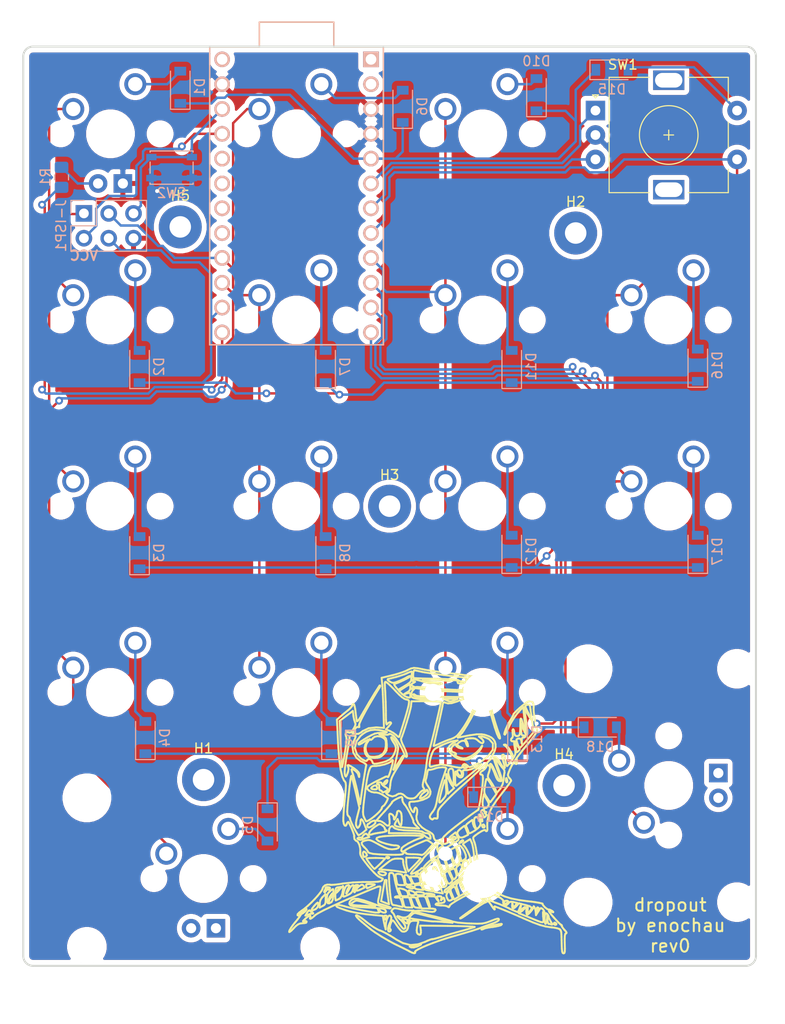
<source format=kicad_pcb>
(kicad_pcb (version 20171130) (host pcbnew "(5.1.7)-1")
  (layers (0 F.Cu signal) (31 B.Cu signal) (34 B.Paste user) (35 F.Paste user) (36 B.SilkS user) (37 F.SilkS user) (38 B.Mask user) (39 F.Mask user) (44 Edge.Cuts user))
  (net 0 "")
  (net 1 "Net-(D1-Pad2)")
  (net 2 ROW0)
  (net 3 "Net-(D2-Pad2)")
  (net 4 ROW1)
  (net 5 "Net-(D3-Pad2)")
  (net 6 ROW2)
  (net 7 "Net-(D4-Pad2)")
  (net 8 ROW3)
  (net 9 "Net-(D5-Pad2)")
  (net 10 ROW4)
  (net 11 "Net-(D6-Pad2)")
  (net 12 "Net-(D7-Pad2)")
  (net 13 "Net-(D8-Pad2)")
  (net 14 "Net-(D9-Pad2)")
  (net 15 "Net-(D10-Pad2)")
  (net 16 "Net-(D11-Pad2)")
  (net 17 "Net-(D12-Pad2)")
  (net 18 "Net-(D13-Pad2)")
  (net 19 "Net-(D14-Pad2)")
  (net 20 "Net-(D15-Pad2)")
  (net 21 "Net-(D16-Pad2)")
  (net 22 "Net-(D17-Pad2)")
  (net 23 "Net-(D18-Pad2)")
  (net 24 COL0)
  (net 25 COL2)
  (net 26 COL1)
  (net 27 COL3)
  (net 28 GND)
  (net 29 "Net-(K-NUM1-Pad3)")
  (net 30 NUMLED)
  (net 31 ROT-A)
  (net 32 ROT-B)
  (net 33 VCC)
  (net 34 RESET)
  (module Connector_PinHeader_2.54mm:PinHeader_2x03_P2.54mm_Vertical (layer B.Cu) (at 98.933 67.818 270)
    (fp_text reference J-ISP1 (at 1.27 2.33 90) (layer B.SilkS) (effects (justify mirror)))
    (fp_text value Conn_02x03_Counter_Clockwise)
    (pad 6 thru_hole oval (at 2.54 -5.08 270) (size 1.7 1.7) (drill 1) (layers *.Cu *.Mask) (net 28 GND))
    (pad 5 thru_hole oval (at 0 -5.08 270) (size 1.7 1.7) (drill 1) (layers *.Cu *.Mask) (net 34 RESET))
    (pad 4 thru_hole oval (at 2.54 -2.54 270) (size 1.7 1.7) (drill 1) (layers *.Cu *.Mask) (net 4 ROW1))
    (pad 3 thru_hole oval (at 0 -2.54 270) (size 1.7 1.7) (drill 1) (layers *.Cu *.Mask) (net 26 COL1))
    (pad 2 thru_hole oval (at 2.54 0 270) (size 1.7 1.7) (drill 1) (layers *.Cu *.Mask) (net 33 VCC))
    (pad 1 thru_hole rect (at 0 0 270) (size 1.7 1.7) (drill 1) (layers *.Cu *.Mask) (net 24 COL0))
  )
  (module Diode_SMD:D_SOD-123 (layer B.Cu) (at 104.631081 83.487853 90)
    (fp_text reference D2 (at 0 2 90) (layer B.SilkS) (effects (justify mirror)))
    (fp_text value D)
    (pad 2 smd rect (at 1.65 0 90) (size 0.9 1.2) (layers B.Cu B.Paste B.Mask) (net 3 "Net-(D2-Pad2)"))
    (pad 1 smd rect (at -1.65 0 90) (size 0.9 1.2) (layers B.Cu B.Paste B.Mask) (net 4 ROW1))
  )
  (module MX_Only:MXOnly-2U-ReversedStabilizers (layer F.Cu) (at 158.804508 126.350405 90)
    (fp_text reference K-ENT1)
    (fp_text value MX-NoLED)
    (pad "" np_thru_hole circle (at 11.938 -8.255 90) (size 3.9878 3.9878) (drill 3.9878) (layers *.Cu *.Mask))
    (pad "" np_thru_hole circle (at -11.938 -8.255 90) (size 3.9878 3.9878) (drill 3.9878) (layers *.Cu *.Mask))
    (pad "" np_thru_hole circle (at 11.938 6.985 90) (size 3.048 3.048) (drill 3.048) (layers *.Cu *.Mask))
    (pad "" np_thru_hole circle (at -11.938 6.985 90) (size 3.048 3.048) (drill 3.048) (layers *.Cu *.Mask))
    (pad "" np_thru_hole circle (at 5.08 0 138.0996) (size 1.75 1.75) (drill 1.75) (layers *.Cu *.Mask))
    (pad "" np_thru_hole circle (at -5.08 0 138.0996) (size 1.75 1.75) (drill 1.75) (layers *.Cu *.Mask))
    (pad 4 thru_hole rect (at 1.27 5.08 90) (size 1.905 1.905) (drill 1.04) (layers *.Cu B.Mask))
    (pad 3 thru_hole circle (at -1.27 5.08 90) (size 1.905 1.905) (drill 1.04) (layers *.Cu B.Mask))
    (pad 1 thru_hole circle (at -3.81 -2.54 90) (size 2.25 2.25) (drill 1.47) (layers *.Cu B.Mask) (net 27 COL3))
    (pad "" np_thru_hole circle (at 0 0 90) (size 3.9878 3.9878) (drill 3.9878) (layers *.Cu *.Mask))
    (pad 2 thru_hole circle (at 2.54 -5.08 90) (size 2.25 2.25) (drill 1.47) (layers *.Cu B.Mask) (net 23 "Net-(D18-Pad2)"))
  )
  (module MX_Only:MXOnly-2U-ReversedStabilizers (layer F.Cu) (at 111.179508 135.875405)
    (fp_text reference K-0)
    (fp_text value MX-NoLED)
    (pad "" np_thru_hole circle (at 11.938 -8.255) (size 3.9878 3.9878) (drill 3.9878) (layers *.Cu *.Mask))
    (pad "" np_thru_hole circle (at -11.938 -8.255) (size 3.9878 3.9878) (drill 3.9878) (layers *.Cu *.Mask))
    (pad "" np_thru_hole circle (at 11.938 6.985) (size 3.048 3.048) (drill 3.048) (layers *.Cu *.Mask))
    (pad "" np_thru_hole circle (at -11.938 6.985) (size 3.048 3.048) (drill 3.048) (layers *.Cu *.Mask))
    (pad "" np_thru_hole circle (at 5.08 0 48.0996) (size 1.75 1.75) (drill 1.75) (layers *.Cu *.Mask))
    (pad "" np_thru_hole circle (at -5.08 0 48.0996) (size 1.75 1.75) (drill 1.75) (layers *.Cu *.Mask))
    (pad 4 thru_hole rect (at 1.27 5.08) (size 1.905 1.905) (drill 1.04) (layers *.Cu B.Mask))
    (pad 3 thru_hole circle (at -1.27 5.08) (size 1.905 1.905) (drill 1.04) (layers *.Cu B.Mask))
    (pad 1 thru_hole circle (at -3.81 -2.54) (size 2.25 2.25) (drill 1.47) (layers *.Cu B.Mask) (net 24 COL0))
    (pad "" np_thru_hole circle (at 0 0) (size 3.9878 3.9878) (drill 3.9878) (layers *.Cu *.Mask))
    (pad 2 thru_hole circle (at 2.54 -5.08) (size 2.25 2.25) (drill 1.47) (layers *.Cu B.Mask) (net 9 "Net-(D5-Pad2)"))
  )
  (module promicro:ProMicro (layer B.Cu) (at 120.704532 66.025405 270)
    (fp_text reference U1 hide)
    (fp_text value ProMicro)
    (pad 24 thru_hole circle (at -13.97 7.62 270) (size 1.6 1.6) (drill 1.1) (layers *.Cu *.Mask B.SilkS))
    (pad 23 thru_hole circle (at -11.43 7.62 270) (size 1.6 1.6) (drill 1.1) (layers *.Cu *.Mask B.SilkS) (net 28 GND))
    (pad 22 thru_hole circle (at -8.89 7.62 270) (size 1.6 1.6) (drill 1.1) (layers *.Cu *.Mask B.SilkS) (net 34 RESET))
    (pad 21 thru_hole circle (at -6.35 7.62 270) (size 1.6 1.6) (drill 1.1) (layers *.Cu *.Mask B.SilkS) (net 33 VCC))
    (pad 20 thru_hole circle (at -3.81 7.62 270) (size 1.6 1.6) (drill 1.1) (layers *.Cu *.Mask B.SilkS))
    (pad 19 thru_hole circle (at -1.27 7.62 270) (size 1.6 1.6) (drill 1.1) (layers *.Cu *.Mask B.SilkS))
    (pad 18 thru_hole circle (at 1.27 7.62 270) (size 1.6 1.6) (drill 1.1) (layers *.Cu *.Mask B.SilkS))
    (pad 17 thru_hole circle (at 3.81 7.62 270) (size 1.6 1.6) (drill 1.1) (layers *.Cu *.Mask B.SilkS))
    (pad 16 thru_hole circle (at 6.35 7.62 270) (size 1.6 1.6) (drill 1.1) (layers *.Cu *.Mask B.SilkS) (net 26 COL1))
    (pad 15 thru_hole circle (at 8.89 7.62 270) (size 1.6 1.6) (drill 1.1) (layers *.Cu *.Mask B.SilkS) (net 24 COL0))
    (pad 14 thru_hole circle (at 11.43 7.62 270) (size 1.6 1.6) (drill 1.1) (layers *.Cu *.Mask B.SilkS) (net 4 ROW1))
    (pad 13 thru_hole circle (at 13.97 7.62 270) (size 1.6 1.6) (drill 1.1) (layers *.Cu *.Mask B.SilkS) (net 30 NUMLED))
    (pad 12 thru_hole circle (at 13.97 -7.62 270) (size 1.6 1.6) (drill 1.1) (layers *.Cu *.Mask B.SilkS) (net 10 ROW4))
    (pad 11 thru_hole circle (at 11.43 -7.62 270) (size 1.6 1.6) (drill 1.1) (layers *.Cu *.Mask B.SilkS) (net 8 ROW3))
    (pad 10 thru_hole circle (at 8.89 -7.62 270) (size 1.6 1.6) (drill 1.1) (layers *.Cu *.Mask B.SilkS) (net 6 ROW2))
    (pad 9 thru_hole circle (at 6.35 -7.62 270) (size 1.6 1.6) (drill 1.1) (layers *.Cu *.Mask B.SilkS) (net 25 COL2))
    (pad 8 thru_hole circle (at 3.81 -7.62 270) (size 1.6 1.6) (drill 1.1) (layers *.Cu *.Mask B.SilkS) (net 27 COL3))
    (pad 7 thru_hole circle (at 1.27 -7.62 270) (size 1.6 1.6) (drill 1.1) (layers *.Cu *.Mask B.SilkS) (net 32 ROT-B))
    (pad 6 thru_hole circle (at -1.27 -7.62 270) (size 1.6 1.6) (drill 1.1) (layers *.Cu *.Mask B.SilkS) (net 31 ROT-A))
    (pad 5 thru_hole circle (at -3.81 -7.62 270) (size 1.6 1.6) (drill 1.1) (layers *.Cu *.Mask B.SilkS) (net 2 ROW0))
    (pad 4 thru_hole circle (at -6.35 -7.62 270) (size 1.6 1.6) (drill 1.1) (layers *.Cu *.Mask B.SilkS) (net 28 GND))
    (pad 3 thru_hole circle (at -8.89 -7.62 270) (size 1.6 1.6) (drill 1.1) (layers *.Cu *.Mask B.SilkS) (net 28 GND))
    (pad 2 thru_hole circle (at -11.43 -7.62 270) (size 1.6 1.6) (drill 1.1) (layers *.Cu *.Mask B.SilkS))
    (pad 1 thru_hole rect (at -13.97 -7.62 270) (size 1.6 1.6) (drill 1.1) (layers *.Cu *.Mask B.SilkS))
  )
  (module Diode_SMD:D_SOD-123 (layer B.Cu) (at 131.572016 56.865252 90)
    (fp_text reference D6 (at 0 2 90) (layer B.SilkS) (effects (justify mirror)))
    (fp_text value D)
    (pad 2 smd rect (at 1.65 0 90) (size 0.9 1.2) (layers B.Cu B.Paste B.Mask) (net 11 "Net-(D6-Pad2)"))
    (pad 1 smd rect (at -1.65 0 90) (size 0.9 1.2) (layers B.Cu B.Paste B.Mask) (net 2 ROW0))
  )
  (module Button_Switch_SMD:SW_SPST_PTS810 (layer B.Cu) (at 107.913898 63.131585)
    (fp_text reference SW2 (at 0 2.6) (layer B.SilkS) (effects (justify mirror)))
    (fp_text value SW_Push)
    (pad 2 smd rect (at 2.075 -1.075) (size 1.05 0.65) (layers B.Cu B.Paste B.Mask) (net 34 RESET))
    (pad 2 smd rect (at -2.075 -1.075) (size 1.05 0.65) (layers B.Cu B.Paste B.Mask) (net 34 RESET))
    (pad 1 smd rect (at 2.075 1.075) (size 1.05 0.65) (layers B.Cu B.Paste B.Mask) (net 28 GND))
    (pad 1 smd rect (at -2.075 1.075) (size 1.05 0.65) (layers B.Cu B.Paste B.Mask) (net 28 GND))
  )
  (module Rotary_Encoder:RotaryEncoder_Alps_EC11E-Switch_Vertical_H20mm (layer F.Cu) (at 151.304508 57.294155)
    (fp_text reference SW1 (at 2.8 -4.7) (layer F.SilkS))
    (fp_text value Rotary_Encoder_Switch)
    (pad A thru_hole rect (at 0 0) (size 2 2) (drill 1) (layers *.Cu *.Mask) (net 31 ROT-A))
    (pad C thru_hole circle (at 0 2.5) (size 2 2) (drill 1) (layers *.Cu *.Mask) (net 28 GND))
    (pad B thru_hole circle (at 0 5) (size 2 2) (drill 1) (layers *.Cu *.Mask) (net 32 ROT-B))
    (pad MP thru_hole rect (at 7.5 -3.1) (size 3.2 2) (drill oval 2.8 1.5) (layers *.Cu *.Mask))
    (pad MP thru_hole rect (at 7.5 8.1) (size 3.2 2) (drill oval 2.8 1.5) (layers *.Cu *.Mask))
    (pad S2 thru_hole circle (at 14.5 0) (size 2 2) (drill 1) (layers *.Cu *.Mask) (net 20 "Net-(D15-Pad2)"))
    (pad S1 thru_hole circle (at 14.5 5) (size 2 2) (drill 1) (layers *.Cu *.Mask) (net 27 COL3))
  )
  (module Resistor_SMD:R_0805_2012Metric_Pad1.15x1.40mm_HandSolder (layer B.Cu) (at 96.647 64.126 270)
    (fp_text reference R1 (at 0 1.65 90) (layer B.SilkS) (effects (justify mirror)))
    (fp_text value 680)
    (pad 2 smd roundrect (at 1.025 0 270) (size 1.15 1.4) (layers B.Cu B.Paste B.Mask) (roundrect_rratio 0.2173904347826087) (net 30 NUMLED))
    (pad 1 smd roundrect (at -1.025 0 270) (size 1.15 1.4) (layers B.Cu B.Paste B.Mask) (roundrect_rratio 0.2173904347826087) (net 29 "Net-(K-NUM1-Pad3)"))
  )
  (module MX_Only:MXOnly-1U-NoLED (layer F.Cu) (at 139.754508 59.675405)
    (fp_text reference K-STAR1)
    (fp_text value MX-NoLED)
    (pad 2 thru_hole circle (at 2.54 -5.08) (size 2.25 2.25) (drill 1.47) (layers *.Cu B.Mask) (net 15 "Net-(D10-Pad2)"))
    (pad "" np_thru_hole circle (at 0 0) (size 3.9878 3.9878) (drill 3.9878) (layers *.Cu *.Mask))
    (pad 1 thru_hole circle (at -3.81 -2.54) (size 2.25 2.25) (drill 1.47) (layers *.Cu B.Mask) (net 25 COL2))
    (pad "" np_thru_hole circle (at -5.08 0 48.0996) (size 1.75 1.75) (drill 1.75) (layers *.Cu *.Mask))
    (pad "" np_thru_hole circle (at 5.08 0 48.0996) (size 1.75 1.75) (drill 1.75) (layers *.Cu *.Mask))
  )
  (module MX_Only:MXOnly-1U-NoLED (layer F.Cu) (at 158.804508 97.775405)
    (fp_text reference K-PLUS1)
    (fp_text value MX-NoLED)
    (pad 2 thru_hole circle (at 2.54 -5.08) (size 2.25 2.25) (drill 1.47) (layers *.Cu B.Mask) (net 22 "Net-(D17-Pad2)"))
    (pad "" np_thru_hole circle (at 0 0) (size 3.9878 3.9878) (drill 3.9878) (layers *.Cu *.Mask))
    (pad 1 thru_hole circle (at -3.81 -2.54) (size 2.25 2.25) (drill 1.47) (layers *.Cu B.Mask) (net 27 COL3))
    (pad "" np_thru_hole circle (at -5.08 0 48.0996) (size 1.75 1.75) (drill 1.75) (layers *.Cu *.Mask))
    (pad "" np_thru_hole circle (at 5.08 0 48.0996) (size 1.75 1.75) (drill 1.75) (layers *.Cu *.Mask))
  )
  (module MX_Only:MXOnly-1U (layer F.Cu) (at 101.654508 59.675405)
    (fp_text reference K-NUM1)
    (fp_text value MX-LED)
    (pad "" np_thru_hole circle (at 5.08 0 48.0996) (size 1.75 1.75) (drill 1.75) (layers *.Cu *.Mask))
    (pad "" np_thru_hole circle (at -5.08 0 48.0996) (size 1.75 1.75) (drill 1.75) (layers *.Cu *.Mask))
    (pad 4 thru_hole rect (at 1.27 5.08) (size 1.905 1.905) (drill 1.04) (layers *.Cu B.Mask) (net 28 GND))
    (pad 3 thru_hole circle (at -1.27 5.08) (size 1.905 1.905) (drill 1.04) (layers *.Cu B.Mask) (net 29 "Net-(K-NUM1-Pad3)"))
    (pad 1 thru_hole circle (at -3.81 -2.54) (size 2.25 2.25) (drill 1.47) (layers *.Cu B.Mask) (net 24 COL0))
    (pad "" np_thru_hole circle (at 0 0) (size 3.9878 3.9878) (drill 3.9878) (layers *.Cu *.Mask))
    (pad 2 thru_hole circle (at 2.54 -5.08) (size 2.25 2.25) (drill 1.47) (layers *.Cu B.Mask) (net 1 "Net-(D1-Pad2)"))
  )
  (module MX_Only:MXOnly-1U-NoLED (layer F.Cu) (at 158.804508 78.725405)
    (fp_text reference K-MIN1)
    (fp_text value MX-NoLED)
    (pad 2 thru_hole circle (at 2.54 -5.08) (size 2.25 2.25) (drill 1.47) (layers *.Cu B.Mask) (net 21 "Net-(D16-Pad2)"))
    (pad "" np_thru_hole circle (at 0 0) (size 3.9878 3.9878) (drill 3.9878) (layers *.Cu *.Mask))
    (pad 1 thru_hole circle (at -3.81 -2.54) (size 2.25 2.25) (drill 1.47) (layers *.Cu B.Mask) (net 27 COL3))
    (pad "" np_thru_hole circle (at -5.08 0 48.0996) (size 1.75 1.75) (drill 1.75) (layers *.Cu *.Mask))
    (pad "" np_thru_hole circle (at 5.08 0 48.0996) (size 1.75 1.75) (drill 1.75) (layers *.Cu *.Mask))
  )
  (module MX_Only:MXOnly-1U-NoLED (layer F.Cu) (at 139.754508 135.875405)
    (fp_text reference K-DEL1)
    (fp_text value MX-NoLED)
    (pad 2 thru_hole circle (at 2.54 -5.08) (size 2.25 2.25) (drill 1.47) (layers *.Cu B.Mask) (net 19 "Net-(D14-Pad2)"))
    (pad "" np_thru_hole circle (at 0 0) (size 3.9878 3.9878) (drill 3.9878) (layers *.Cu *.Mask))
    (pad 1 thru_hole circle (at -3.81 -2.54) (size 2.25 2.25) (drill 1.47) (layers *.Cu B.Mask) (net 25 COL2))
    (pad "" np_thru_hole circle (at -5.08 0 48.0996) (size 1.75 1.75) (drill 1.75) (layers *.Cu *.Mask))
    (pad "" np_thru_hole circle (at 5.08 0 48.0996) (size 1.75 1.75) (drill 1.75) (layers *.Cu *.Mask))
  )
  (module MX_Only:MXOnly-1U-NoLED (layer F.Cu) (at 120.704508 59.675405)
    (fp_text reference K-/1)
    (fp_text value MX-NoLED)
    (pad 2 thru_hole circle (at 2.54 -5.08) (size 2.25 2.25) (drill 1.47) (layers *.Cu B.Mask) (net 11 "Net-(D6-Pad2)"))
    (pad "" np_thru_hole circle (at 0 0) (size 3.9878 3.9878) (drill 3.9878) (layers *.Cu *.Mask))
    (pad 1 thru_hole circle (at -3.81 -2.54) (size 2.25 2.25) (drill 1.47) (layers *.Cu B.Mask) (net 26 COL1))
    (pad "" np_thru_hole circle (at -5.08 0 48.0996) (size 1.75 1.75) (drill 1.75) (layers *.Cu *.Mask))
    (pad "" np_thru_hole circle (at 5.08 0 48.0996) (size 1.75 1.75) (drill 1.75) (layers *.Cu *.Mask))
  )
  (module MX_Only:MXOnly-1U-NoLED (layer F.Cu) (at 139.754508 78.725405)
    (fp_text reference K-9)
    (fp_text value MX-NoLED)
    (pad 2 thru_hole circle (at 2.54 -5.08) (size 2.25 2.25) (drill 1.47) (layers *.Cu B.Mask) (net 16 "Net-(D11-Pad2)"))
    (pad "" np_thru_hole circle (at 0 0) (size 3.9878 3.9878) (drill 3.9878) (layers *.Cu *.Mask))
    (pad 1 thru_hole circle (at -3.81 -2.54) (size 2.25 2.25) (drill 1.47) (layers *.Cu B.Mask) (net 25 COL2))
    (pad "" np_thru_hole circle (at -5.08 0 48.0996) (size 1.75 1.75) (drill 1.75) (layers *.Cu *.Mask))
    (pad "" np_thru_hole circle (at 5.08 0 48.0996) (size 1.75 1.75) (drill 1.75) (layers *.Cu *.Mask))
  )
  (module MX_Only:MXOnly-1U-NoLED (layer F.Cu) (at 120.704508 78.725405)
    (fp_text reference K-8)
    (fp_text value MX-NoLED)
    (pad 2 thru_hole circle (at 2.54 -5.08) (size 2.25 2.25) (drill 1.47) (layers *.Cu B.Mask) (net 12 "Net-(D7-Pad2)"))
    (pad "" np_thru_hole circle (at 0 0) (size 3.9878 3.9878) (drill 3.9878) (layers *.Cu *.Mask))
    (pad 1 thru_hole circle (at -3.81 -2.54) (size 2.25 2.25) (drill 1.47) (layers *.Cu B.Mask) (net 26 COL1))
    (pad "" np_thru_hole circle (at -5.08 0 48.0996) (size 1.75 1.75) (drill 1.75) (layers *.Cu *.Mask))
    (pad "" np_thru_hole circle (at 5.08 0 48.0996) (size 1.75 1.75) (drill 1.75) (layers *.Cu *.Mask))
  )
  (module MX_Only:MXOnly-1U-NoLED (layer F.Cu) (at 101.654508 78.725405)
    (fp_text reference K-7)
    (fp_text value MX-NoLED)
    (pad 2 thru_hole circle (at 2.54 -5.08) (size 2.25 2.25) (drill 1.47) (layers *.Cu B.Mask) (net 3 "Net-(D2-Pad2)"))
    (pad "" np_thru_hole circle (at 0 0) (size 3.9878 3.9878) (drill 3.9878) (layers *.Cu *.Mask))
    (pad 1 thru_hole circle (at -3.81 -2.54) (size 2.25 2.25) (drill 1.47) (layers *.Cu B.Mask) (net 24 COL0))
    (pad "" np_thru_hole circle (at -5.08 0 48.0996) (size 1.75 1.75) (drill 1.75) (layers *.Cu *.Mask))
    (pad "" np_thru_hole circle (at 5.08 0 48.0996) (size 1.75 1.75) (drill 1.75) (layers *.Cu *.Mask))
  )
  (module MX_Only:MXOnly-1U-NoLED (layer F.Cu) (at 139.754508 97.775405)
    (fp_text reference K-6)
    (fp_text value MX-NoLED)
    (pad 2 thru_hole circle (at 2.54 -5.08) (size 2.25 2.25) (drill 1.47) (layers *.Cu B.Mask) (net 17 "Net-(D12-Pad2)"))
    (pad "" np_thru_hole circle (at 0 0) (size 3.9878 3.9878) (drill 3.9878) (layers *.Cu *.Mask))
    (pad 1 thru_hole circle (at -3.81 -2.54) (size 2.25 2.25) (drill 1.47) (layers *.Cu B.Mask) (net 25 COL2))
    (pad "" np_thru_hole circle (at -5.08 0 48.0996) (size 1.75 1.75) (drill 1.75) (layers *.Cu *.Mask))
    (pad "" np_thru_hole circle (at 5.08 0 48.0996) (size 1.75 1.75) (drill 1.75) (layers *.Cu *.Mask))
  )
  (module MX_Only:MXOnly-1U-NoLED (layer F.Cu) (at 120.704508 97.775405)
    (fp_text reference K-5)
    (fp_text value MX-NoLED)
    (pad 2 thru_hole circle (at 2.54 -5.08) (size 2.25 2.25) (drill 1.47) (layers *.Cu B.Mask) (net 13 "Net-(D8-Pad2)"))
    (pad "" np_thru_hole circle (at 0 0) (size 3.9878 3.9878) (drill 3.9878) (layers *.Cu *.Mask))
    (pad 1 thru_hole circle (at -3.81 -2.54) (size 2.25 2.25) (drill 1.47) (layers *.Cu B.Mask) (net 26 COL1))
    (pad "" np_thru_hole circle (at -5.08 0 48.0996) (size 1.75 1.75) (drill 1.75) (layers *.Cu *.Mask))
    (pad "" np_thru_hole circle (at 5.08 0 48.0996) (size 1.75 1.75) (drill 1.75) (layers *.Cu *.Mask))
  )
  (module MX_Only:MXOnly-1U-NoLED (layer F.Cu) (at 101.654508 97.775405)
    (fp_text reference K-4)
    (fp_text value MX-NoLED)
    (pad 2 thru_hole circle (at 2.54 -5.08) (size 2.25 2.25) (drill 1.47) (layers *.Cu B.Mask) (net 5 "Net-(D3-Pad2)"))
    (pad "" np_thru_hole circle (at 0 0) (size 3.9878 3.9878) (drill 3.9878) (layers *.Cu *.Mask))
    (pad 1 thru_hole circle (at -3.81 -2.54) (size 2.25 2.25) (drill 1.47) (layers *.Cu B.Mask) (net 24 COL0))
    (pad "" np_thru_hole circle (at -5.08 0 48.0996) (size 1.75 1.75) (drill 1.75) (layers *.Cu *.Mask))
    (pad "" np_thru_hole circle (at 5.08 0 48.0996) (size 1.75 1.75) (drill 1.75) (layers *.Cu *.Mask))
  )
  (module MX_Only:MXOnly-1U-NoLED (layer F.Cu) (at 101.654516 116.825381)
    (fp_text reference K-1)
    (fp_text value MX-NoLED)
    (pad 2 thru_hole circle (at 2.54 -5.08) (size 2.25 2.25) (drill 1.47) (layers *.Cu B.Mask) (net 7 "Net-(D4-Pad2)"))
    (pad "" np_thru_hole circle (at 0 0) (size 3.9878 3.9878) (drill 3.9878) (layers *.Cu *.Mask))
    (pad 1 thru_hole circle (at -3.81 -2.54) (size 2.25 2.25) (drill 1.47) (layers *.Cu B.Mask) (net 24 COL0))
    (pad "" np_thru_hole circle (at -5.08 0 48.0996) (size 1.75 1.75) (drill 1.75) (layers *.Cu *.Mask))
    (pad "" np_thru_hole circle (at 5.08 0 48.0996) (size 1.75 1.75) (drill 1.75) (layers *.Cu *.Mask))
  )
  (module MX_Only:MXOnly-1U-NoLED (layer F.Cu) (at 120.704508 116.825405)
    (fp_text reference K-2)
    (fp_text value MX-NoLED)
    (pad 2 thru_hole circle (at 2.54 -5.08) (size 2.25 2.25) (drill 1.47) (layers *.Cu B.Mask) (net 14 "Net-(D9-Pad2)"))
    (pad "" np_thru_hole circle (at 0 0) (size 3.9878 3.9878) (drill 3.9878) (layers *.Cu *.Mask))
    (pad 1 thru_hole circle (at -3.81 -2.54) (size 2.25 2.25) (drill 1.47) (layers *.Cu B.Mask) (net 26 COL1))
    (pad "" np_thru_hole circle (at -5.08 0 48.0996) (size 1.75 1.75) (drill 1.75) (layers *.Cu *.Mask))
    (pad "" np_thru_hole circle (at 5.08 0 48.0996) (size 1.75 1.75) (drill 1.75) (layers *.Cu *.Mask))
  )
  (module MX_Only:MXOnly-1U-NoLED (layer F.Cu) (at 139.754548 116.825381)
    (fp_text reference K-3)
    (fp_text value MX-NoLED)
    (pad 2 thru_hole circle (at 2.54 -5.08) (size 2.25 2.25) (drill 1.47) (layers *.Cu B.Mask) (net 18 "Net-(D13-Pad2)"))
    (pad "" np_thru_hole circle (at 0 0) (size 3.9878 3.9878) (drill 3.9878) (layers *.Cu *.Mask))
    (pad 1 thru_hole circle (at -3.81 -2.54) (size 2.25 2.25) (drill 1.47) (layers *.Cu B.Mask) (net 25 COL2))
    (pad "" np_thru_hole circle (at -5.08 0 48.0996) (size 1.75 1.75) (drill 1.75) (layers *.Cu *.Mask))
    (pad "" np_thru_hole circle (at 5.08 0 48.0996) (size 1.75 1.75) (drill 1.75) (layers *.Cu *.Mask))
  )
  (module MountingHole:MountingHole_2.2mm_M2_Pad (layer F.Cu) (at 108.798272 69.200341)
    (fp_text reference H5 (at 0 -3.2) (layer F.SilkS))
    (fp_text value MountingHole)
    (pad 1 thru_hole circle (at 0 0) (size 4.4 4.4) (drill 2.2) (layers *.Cu *.Mask))
  )
  (module MountingHole:MountingHole_2.2mm_M2_Pad (layer F.Cu) (at 148.08893 126.350389)
    (fp_text reference H4 (at 0 -3.2) (layer F.SilkS))
    (fp_text value MountingHole)
    (pad 1 thru_hole circle (at 0 0) (size 4.4 4.4) (drill 2.2) (layers *.Cu *.Mask))
  )
  (module MountingHole:MountingHole_2.2mm_M2_Pad (layer F.Cu) (at 130.22954 97.775365)
    (fp_text reference H3 (at 0 -3.2) (layer F.SilkS))
    (fp_text value MountingHole)
    (pad 1 thru_hole circle (at 0 0) (size 4.4 4.4) (drill 2.2) (layers *.Cu *.Mask))
  )
  (module MountingHole:MountingHole_2.2mm_M2_Pad (layer F.Cu) (at 149.279556 69.826199)
    (fp_text reference H2 (at 0 -3.2) (layer F.SilkS))
    (fp_text value MountingHole)
    (pad 1 thru_hole circle (at 0 0) (size 4.4 4.4) (drill 2.2) (layers *.Cu *.Mask))
  )
  (module MountingHole:MountingHole_2.2mm_M2_Pad (layer F.Cu) (at 111.179524 125.755076)
    (fp_text reference H1 (at 0 -3.2) (layer F.SilkS))
    (fp_text value MountingHole)
    (pad 1 thru_hole circle (at 0 0) (size 4.4 4.4) (drill 2.2) (layers *.Cu *.Mask))
  )
  (module Diode_SMD:D_SOD-123 (layer B.Cu) (at 151.796747 120.397259)
    (fp_text reference D18 (at 0 2) (layer B.SilkS) (effects (justify mirror)))
    (fp_text value D)
    (pad 2 smd rect (at 1.65 0) (size 0.9 1.2) (layers B.Cu B.Paste B.Mask) (net 23 "Net-(D18-Pad2)"))
    (pad 1 smd rect (at -1.65 0) (size 0.9 1.2) (layers B.Cu B.Paste B.Mask) (net 8 ROW3))
  )
  (module Diode_SMD:D_SOD-123 (layer B.Cu) (at 161.781129 102.40193 90)
    (fp_text reference D17 (at 0 2 90) (layer B.SilkS) (effects (justify mirror)))
    (fp_text value D)
    (pad 2 smd rect (at 1.65 0 90) (size 0.9 1.2) (layers B.Cu B.Paste B.Mask) (net 22 "Net-(D17-Pad2)"))
    (pad 1 smd rect (at -1.65 0 90) (size 0.9 1.2) (layers B.Cu B.Paste B.Mask) (net 6 ROW2))
  )
  (module Diode_SMD:D_SOD-123 (layer B.Cu) (at 161.781129 83.351914 90)
    (fp_text reference D16 (at 0 2 90) (layer B.SilkS) (effects (justify mirror)))
    (fp_text value D)
    (pad 2 smd rect (at 1.65 0 90) (size 0.9 1.2) (layers B.Cu B.Paste B.Mask) (net 21 "Net-(D16-Pad2)"))
    (pad 1 smd rect (at -1.65 0 90) (size 0.9 1.2) (layers B.Cu B.Paste B.Mask) (net 4 ROW1))
  )
  (module Diode_SMD:D_SOD-123 (layer B.Cu) (at 152.987373 53.12689)
    (fp_text reference D15 (at 0 2) (layer B.SilkS) (effects (justify mirror)))
    (fp_text value D)
    (pad 2 smd rect (at 1.65 0) (size 0.9 1.2) (layers B.Cu B.Paste B.Mask) (net 20 "Net-(D15-Pad2)"))
    (pad 1 smd rect (at -1.65 0) (size 0.9 1.2) (layers B.Cu B.Paste B.Mask) (net 2 ROW0))
  )
  (module Diode_SMD:D_SOD-123 (layer B.Cu) (at 140.4858 127.541015)
    (fp_text reference D14 (at 0 2) (layer B.SilkS) (effects (justify mirror)))
    (fp_text value D)
    (pad 2 smd rect (at 1.65 0) (size 0.9 1.2) (layers B.Cu B.Paste B.Mask) (net 19 "Net-(D14-Pad2)"))
    (pad 1 smd rect (at -1.65 0) (size 0.9 1.2) (layers B.Cu B.Paste B.Mask) (net 10 ROW4))
  )
  (module Diode_SMD:D_SOD-123 (layer B.Cu) (at 143.326426 121.587885 90)
    (fp_text reference D13 (at 0 2 90) (layer B.SilkS) (effects (justify mirror)))
    (fp_text value D)
    (pad 2 smd rect (at 1.65 0 90) (size 0.9 1.2) (layers B.Cu B.Paste B.Mask) (net 18 "Net-(D13-Pad2)"))
    (pad 1 smd rect (at -1.65 0 90) (size 0.9 1.2) (layers B.Cu B.Paste B.Mask) (net 8 ROW3))
  )
  (module Diode_SMD:D_SOD-123 (layer B.Cu) (at 142.731113 102.40193 90)
    (fp_text reference D12 (at 0 2 90) (layer B.SilkS) (effects (justify mirror)))
    (fp_text value D)
    (pad 2 smd rect (at 1.65 0 90) (size 0.9 1.2) (layers B.Cu B.Paste B.Mask) (net 17 "Net-(D12-Pad2)"))
    (pad 1 smd rect (at -1.65 0 90) (size 0.9 1.2) (layers B.Cu B.Paste B.Mask) (net 6 ROW2))
  )
  (module Diode_SMD:D_SOD-123 (layer B.Cu) (at 142.731113 83.487853 90)
    (fp_text reference D11 (at 0 2 90) (layer B.SilkS) (effects (justify mirror)))
    (fp_text value D)
    (pad 2 smd rect (at 1.65 0 90) (size 0.9 1.2) (layers B.Cu B.Paste B.Mask) (net 16 "Net-(D11-Pad2)"))
    (pad 1 smd rect (at -1.65 0 90) (size 0.9 1.2) (layers B.Cu B.Paste B.Mask) (net 4 ROW1))
  )
  (module Diode_SMD:D_SOD-123 (layer B.Cu) (at 145.264215 55.674626 90)
    (fp_text reference D10 (at 3.435939 0 180) (layer B.SilkS) (effects (justify mirror)))
    (fp_text value D)
    (pad 2 smd rect (at 1.65 0 90) (size 0.9 1.2) (layers B.Cu B.Paste B.Mask) (net 15 "Net-(D10-Pad2)"))
    (pad 1 smd rect (at -1.65 0 90) (size 0.9 1.2) (layers B.Cu B.Paste B.Mask) (net 2 ROW0))
  )
  (module Diode_SMD:D_SOD-123 (layer B.Cu) (at 124.27641 121.451946 90)
    (fp_text reference D9 (at 0 2 90) (layer B.SilkS) (effects (justify mirror)))
    (fp_text value D)
    (pad 2 smd rect (at 1.65 0 90) (size 0.9 1.2) (layers B.Cu B.Paste B.Mask) (net 14 "Net-(D9-Pad2)"))
    (pad 1 smd rect (at -1.65 0 90) (size 0.9 1.2) (layers B.Cu B.Paste B.Mask) (net 8 ROW3))
  )
  (module Diode_SMD:D_SOD-123 (layer B.Cu) (at 123.681097 102.537869 90)
    (fp_text reference D8 (at 0 2 90) (layer B.SilkS) (effects (justify mirror)))
    (fp_text value D)
    (pad 2 smd rect (at 1.65 0 90) (size 0.9 1.2) (layers B.Cu B.Paste B.Mask) (net 13 "Net-(D8-Pad2)"))
    (pad 1 smd rect (at -1.65 0 90) (size 0.9 1.2) (layers B.Cu B.Paste B.Mask) (net 6 ROW2))
  )
  (module Diode_SMD:D_SOD-123 (layer B.Cu) (at 123.681097 83.487853 90)
    (fp_text reference D7 (at 0 2 90) (layer B.SilkS) (effects (justify mirror)))
    (fp_text value D)
    (pad 2 smd rect (at 1.65 0 90) (size 0.9 1.2) (layers B.Cu B.Paste B.Mask) (net 12 "Net-(D7-Pad2)"))
    (pad 1 smd rect (at -1.65 0 90) (size 0.9 1.2) (layers B.Cu B.Paste B.Mask) (net 4 ROW1))
  )
  (module Diode_SMD:D_SOD-123 (layer B.Cu) (at 117.727967 130.381641 270)
    (fp_text reference D5 (at 0 2 90) (layer B.SilkS) (effects (justify mirror)))
    (fp_text value D)
    (pad 2 smd rect (at 1.65 0 270) (size 0.9 1.2) (layers B.Cu B.Paste B.Mask) (net 9 "Net-(D5-Pad2)"))
    (pad 1 smd rect (at -1.65 0 270) (size 0.9 1.2) (layers B.Cu B.Paste B.Mask) (net 10 ROW4))
  )
  (module Diode_SMD:D_SOD-123 (layer B.Cu) (at 105.226394 121.451946 90)
    (fp_text reference D4 (at 0 2 90) (layer B.SilkS) (effects (justify mirror)))
    (fp_text value D)
    (pad 2 smd rect (at 1.65 0 90) (size 0.9 1.2) (layers B.Cu B.Paste B.Mask) (net 7 "Net-(D4-Pad2)"))
    (pad 1 smd rect (at -1.65 0 90) (size 0.9 1.2) (layers B.Cu B.Paste B.Mask) (net 8 ROW3))
  )
  (module Diode_SMD:D_SOD-123 (layer B.Cu) (at 104.631081 102.537869 90)
    (fp_text reference D3 (at 0 2 90) (layer B.SilkS) (effects (justify mirror)))
    (fp_text value D)
    (pad 2 smd rect (at 1.65 0 90) (size 0.9 1.2) (layers B.Cu B.Paste B.Mask) (net 5 "Net-(D3-Pad2)"))
    (pad 1 smd rect (at -1.65 0 90) (size 0.9 1.2) (layers B.Cu B.Paste B.Mask) (net 6 ROW2))
  )
  (module Diode_SMD:D_SOD-123 (layer B.Cu) (at 108.798272 54.912829 90)
    (fp_text reference D1 (at 0 2 90) (layer B.SilkS) (effects (justify mirror)))
    (fp_text value D)
    (pad 2 smd rect (at 1.65 0 90) (size 0.9 1.2) (layers B.Cu B.Paste B.Mask) (net 1 "Net-(D1-Pad2)"))
    (pad 1 smd rect (at -1.65 0 90) (size 0.9 1.2) (layers B.Cu B.Paste B.Mask) (net 2 ROW0))
  )
  (gr_text VCC (at 98.933 72.136) (layer B.SilkS) (effects (font (size 1 1) (thickness 0.2)) (justify mirror)))
  (gr_line (start 139.976786 140.871008) (end 139.729811 140.982901) (layer F.SilkS) (width 0.2))
  (gr_line (start 147.036911 140.519446) (end 147.036911 140.501535) (layer F.SilkS) (width 0.2))
  (gr_line (start 140.797511 140.824621) (end 140.871611 140.814848) (layer F.SilkS) (width 0.2))
  (gr_line (start 146.516111 139.757723) (end 146.516111 139.793123) (layer F.SilkS) (width 0.2))
  (gr_line (start 139.849436 141.022373) (end 139.877861 141.006503) (layer F.SilkS) (width 0.2))
  (gr_line (start 139.641086 141.085036) (end 139.641086 141.085036) (layer F.SilkS) (width 0.2))
  (gr_line (start 147.130436 140.397368) (end 147.154136 140.397368) (layer F.SilkS) (width 0.2))
  (gr_line (start 140.828411 140.657791) (end 140.708786 140.679353) (layer F.SilkS) (width 0.2))
  (gr_line (start 139.729811 140.982901) (end 139.641086 141.0594) (layer F.SilkS) (width 0.2))
  (gr_line (start 141.693911 140.571526) (end 141.713486 140.540603) (layer F.SilkS) (width 0.2))
  (gr_line (start 147.225386 140.425853) (end 147.289211 140.485673) (layer F.SilkS) (width 0.2))
  (gr_line (start 147.064211 140.425853) (end 147.113786 140.397368) (layer F.SilkS) (width 0.2))
  (gr_line (start 141.353411 140.724113) (end 141.548711 140.667548) (layer F.SilkS) (width 0.2))
  (gr_line (start 140.214011 140.915363) (end 140.493986 140.864086) (layer F.SilkS) (width 0.2))
  (gr_line (start 139.702136 141.084631) (end 139.820561 141.037831) (layer F.SilkS) (width 0.2))
  (gr_line (start 146.370461 139.511956) (end 146.391161 139.529858) (layer F.SilkS) (width 0.2))
  (gr_line (start 147.304661 140.514151) (end 147.293261 140.573153) (layer F.SilkS) (width 0.2))
  (gr_line (start 147.084911 140.573153) (end 147.036911 140.519446) (layer F.SilkS) (width 0.2))
  (gr_line (start 140.828411 140.657791) (end 140.828411 140.657791) (layer F.SilkS) (width 0.2))
  (gr_line (start 147.036911 140.501535) (end 147.036911 140.482411) (layer F.SilkS) (width 0.2))
  (gr_line (start 141.141311 140.599598) (end 140.906486 140.643143) (layer F.SilkS) (width 0.2))
  (gr_line (start 141.646286 140.519851) (end 141.540911 140.530831) (layer F.SilkS) (width 0.2))
  (gr_line (start 141.651611 140.616286) (end 141.662111 140.605298) (layer F.SilkS) (width 0.2))
  (gr_line (start 147.203786 140.605703) (end 147.174011 140.605703) (layer F.SilkS) (width 0.2))
  (gr_line (start 141.375686 140.557291) (end 141.141311 140.599598) (layer F.SilkS) (width 0.2))
  (gr_line (start 141.700436 140.523098) (end 141.646286 140.519851) (layer F.SilkS) (width 0.2))
  (gr_line (start 141.540911 140.530831) (end 141.375686 140.557291) (layer F.SilkS) (width 0.2))
  (gr_line (start 141.713486 140.540603) (end 141.700436 140.523098) (layer F.SilkS) (width 0.2))
  (gr_line (start 141.635636 140.631743) (end 141.651611 140.616286) (layer F.SilkS) (width 0.2))
  (gr_line (start 141.548711 140.667548) (end 141.635636 140.631743) (layer F.SilkS) (width 0.2))
  (gr_line (start 141.093236 140.778638) (end 141.353411 140.724113) (layer F.SilkS) (width 0.2))
  (gr_line (start 140.493986 140.864086) (end 140.721386 140.832353) (layer F.SilkS) (width 0.2))
  (gr_line (start 147.289211 140.485673) (end 147.297311 140.501535) (layer F.SilkS) (width 0.2))
  (gr_line (start 147.226061 140.605703) (end 147.203786 140.605703) (layer F.SilkS) (width 0.2))
  (gr_line (start 146.391161 139.529858) (end 146.474186 139.652341) (layer F.SilkS) (width 0.2))
  (gr_line (start 147.113786 140.397368) (end 147.130436 140.397368) (layer F.SilkS) (width 0.2))
  (gr_line (start 147.293261 140.573153) (end 147.226061 140.605703) (layer F.SilkS) (width 0.2))
  (gr_line (start 147.297311 140.501535) (end 147.304661 140.514151) (layer F.SilkS) (width 0.2))
  (gr_line (start 141.662111 140.605298) (end 141.693911 140.571526) (layer F.SilkS) (width 0.2))
  (gr_line (start 140.721386 140.832353) (end 140.797511 140.824621) (layer F.SilkS) (width 0.2))
  (gr_line (start 139.988561 140.970691) (end 140.214011 140.915363) (layer F.SilkS) (width 0.2))
  (gr_line (start 147.297311 140.501535) (end 147.297311 140.501535) (layer F.SilkS) (width 0.2))
  (gr_line (start 146.342336 139.483883) (end 146.370461 139.511956) (layer F.SilkS) (width 0.2))
  (gr_line (start 147.036911 140.482411) (end 147.064211 140.425853) (layer F.SilkS) (width 0.2))
  (gr_line (start 139.641086 141.0594) (end 139.641086 141.085036) (layer F.SilkS) (width 0.2))
  (gr_line (start 146.474186 139.652341) (end 146.516111 139.757723) (layer F.SilkS) (width 0.2))
  (gr_line (start 140.708786 140.679353) (end 140.352761 140.759513) (layer F.SilkS) (width 0.2))
  (gr_line (start 139.877861 141.006503) (end 139.988561 140.970691) (layer F.SilkS) (width 0.2))
  (gr_line (start 140.352761 140.759513) (end 139.976786 140.871008) (layer F.SilkS) (width 0.2))
  (gr_line (start 147.154136 140.397368) (end 147.225386 140.425853) (layer F.SilkS) (width 0.2))
  (gr_line (start 147.174011 140.605703) (end 147.084911 140.573153) (layer F.SilkS) (width 0.2))
  (gr_line (start 139.820561 141.037831) (end 139.849436 141.022373) (layer F.SilkS) (width 0.2))
  (gr_line (start 140.871611 140.814848) (end 141.093236 140.778638) (layer F.SilkS) (width 0.2))
  (gr_line (start 146.516111 139.793123) (end 146.516111 139.793123) (layer F.SilkS) (width 0.2))
  (gr_line (start 140.906486 140.643143) (end 140.828411 140.657791) (layer F.SilkS) (width 0.2))
  (gr_line (start 139.641086 141.085036) (end 139.702136 141.084631) (layer F.SilkS) (width 0.2))
  (gr_line (start 145.474436 138.907703) (end 145.474436 138.934561) (layer F.SilkS) (width 0.2))
  (gr_line (start 141.991436 138.432443) (end 141.944111 138.347401) (layer F.SilkS) (width 0.2))
  (gr_line (start 146.099411 140.109691) (end 146.107961 139.784985) (layer F.SilkS) (width 0.2))
  (gr_line (start 146.177111 140.501535) (end 146.129561 140.385166) (layer F.SilkS) (width 0.2))
  (gr_line (start 142.059311 138.169996) (end 142.185011 138.145988) (layer F.SilkS) (width 0.2))
  (gr_line (start 146.333786 140.115795) (end 146.281736 140.371328) (layer F.SilkS) (width 0.2))
  (gr_line (start 145.474436 138.934561) (end 145.441886 139.015538) (layer F.SilkS) (width 0.2))
  (gr_line (start 145.441886 139.015538) (end 145.383311 139.126216) (layer F.SilkS) (width 0.2))
  (gr_line (start 146.735036 140.282618) (end 146.761061 140.325758) (layer F.SilkS) (width 0.2))
  (gr_line (start 146.391161 140.053538) (end 146.380586 139.616123) (layer F.SilkS) (width 0.2))
  (gr_line (start 146.432261 140.371328) (end 146.393561 140.115795) (layer F.SilkS) (width 0.2))
  (gr_line (start 142.349411 138.196853) (end 142.349411 138.209873) (layer F.SilkS) (width 0.2))
  (gr_line (start 142.203761 138.407618) (end 142.180586 138.427561) (layer F.SilkS) (width 0.2))
  (gr_line (start 146.578361 139.990883) (end 146.703686 140.232983) (layer F.SilkS) (width 0.2))
  (gr_line (start 146.505461 140.501535) (end 146.487236 140.501535) (layer F.SilkS) (width 0.2))
  (gr_line (start 145.352336 138.834871) (end 145.370261 138.834871) (layer F.SilkS) (width 0.2))
  (gr_line (start 146.625161 140.521065) (end 146.535236 140.501535) (layer F.SilkS) (width 0.2))
  (gr_line (start 146.776511 140.564206) (end 146.752886 140.556061) (layer F.SilkS) (width 0.2))
  (gr_line (start 145.370261 138.834871) (end 145.389011 138.834871) (layer F.SilkS) (width 0.2))
  (gr_line (start 145.474436 138.894683) (end 145.474436 138.907703) (layer F.SilkS) (width 0.2))
  (gr_line (start 146.795261 140.571931) (end 146.776511 140.564206) (layer F.SilkS) (width 0.2))
  (gr_line (start 145.370261 139.147373) (end 145.354436 139.17057) (layer F.SilkS) (width 0.2))
  (gr_line (start 145.474436 138.907703) (end 145.474436 138.907703) (layer F.SilkS) (width 0.2))
  (gr_line (start 145.298711 138.902416) (end 145.352336 138.834871) (layer F.SilkS) (width 0.2))
  (gr_line (start 145.286786 139.226715) (end 145.266086 139.104638) (layer F.SilkS) (width 0.2))
  (gr_line (start 142.299386 138.158603) (end 142.349411 138.196853) (layer F.SilkS) (width 0.2))
  (gr_line (start 146.856311 140.587388) (end 146.795261 140.571931) (layer F.SilkS) (width 0.2))
  (gr_line (start 145.266086 139.023263) (end 145.298711 138.902416) (layer F.SilkS) (width 0.2))
  (gr_line (start 145.383311 139.126216) (end 145.370261 139.147373) (layer F.SilkS) (width 0.2))
  (gr_line (start 141.974186 138.230618) (end 141.986486 138.209873) (layer F.SilkS) (width 0.2))
  (gr_line (start 141.958811 138.254633) (end 141.974186 138.230618) (layer F.SilkS) (width 0.2))
  (gr_line (start 146.238611 139.419593) (end 146.342336 139.483883) (layer F.SilkS) (width 0.2))
  (gr_line (start 146.836286 140.458403) (end 146.876636 140.556061) (layer F.SilkS) (width 0.2))
  (gr_line (start 146.516111 139.793123) (end 146.516111 139.842361) (layer F.SilkS) (width 0.2))
  (gr_line (start 146.173061 139.493641) (end 146.238611 139.419593) (layer F.SilkS) (width 0.2))
  (gr_line (start 146.339111 140.053538) (end 146.333786 140.115795) (layer F.SilkS) (width 0.2))
  (gr_line (start 146.380586 139.616123) (end 146.339111 140.053538) (layer F.SilkS) (width 0.2))
  (gr_line (start 145.389011 138.834871) (end 145.445561 138.855623) (layer F.SilkS) (width 0.2))
  (gr_line (start 146.487236 140.501535) (end 146.432261 140.371328) (layer F.SilkS) (width 0.2))
  (gr_line (start 141.944111 138.347401) (end 141.958811 138.254633) (layer F.SilkS) (width 0.2))
  (gr_line (start 142.086911 138.460516) (end 141.991436 138.432443) (layer F.SilkS) (width 0.2))
  (gr_line (start 146.535236 140.501535) (end 146.505461 140.501535) (layer F.SilkS) (width 0.2))
  (gr_line (start 146.876636 140.556061) (end 146.856311 140.587388) (layer F.SilkS) (width 0.2))
  (gr_line (start 146.761061 140.325758) (end 146.836286 140.458403) (layer F.SilkS) (width 0.2))
  (gr_line (start 145.445561 138.855623) (end 145.474436 138.894683) (layer F.SilkS) (width 0.2))
  (gr_line (start 145.266086 139.063951) (end 145.266086 139.023263) (layer F.SilkS) (width 0.2))
  (gr_line (start 145.354436 139.17057) (end 145.286786 139.226715) (layer F.SilkS) (width 0.2))
  (gr_line (start 142.224536 138.391756) (end 142.203761 138.407618) (layer F.SilkS) (width 0.2))
  (gr_line (start 142.349411 138.209873) (end 142.349411 138.209873) (layer F.SilkS) (width 0.2))
  (gr_line (start 141.986486 138.209873) (end 142.059311 138.169996) (layer F.SilkS) (width 0.2))
  (gr_line (start 146.516111 139.842361) (end 146.578361 139.990883) (layer F.SilkS) (width 0.2))
  (gr_line (start 146.162111 139.522538) (end 146.173061 139.493641) (layer F.SilkS) (width 0.2))
  (gr_line (start 146.129561 140.385166) (end 146.099411 140.109691) (layer F.SilkS) (width 0.2))
  (gr_line (start 146.281736 140.371328) (end 146.214911 140.501535) (layer F.SilkS) (width 0.2))
  (gr_line (start 142.185011 138.145988) (end 142.299386 138.158603) (layer F.SilkS) (width 0.2))
  (gr_line (start 146.137661 139.583565) (end 146.162111 139.522538) (layer F.SilkS) (width 0.2))
  (gr_line (start 146.393561 140.115795) (end 146.391161 140.053538) (layer F.SilkS) (width 0.2))
  (gr_line (start 146.214911 140.501535) (end 146.192936 140.501535) (layer F.SilkS) (width 0.2))
  (gr_line (start 142.180586 138.427561) (end 142.086911 138.460516) (layer F.SilkS) (width 0.2))
  (gr_line (start 146.107961 139.784985) (end 146.137661 139.583565) (layer F.SilkS) (width 0.2))
  (gr_line (start 146.192936 140.501535) (end 146.177111 140.501535) (layer F.SilkS) (width 0.2))
  (gr_line (start 146.752886 140.556061) (end 146.625161 140.521065) (layer F.SilkS) (width 0.2))
  (gr_line (start 145.266086 139.104638) (end 145.266086 139.063951) (layer F.SilkS) (width 0.2))
  (gr_line (start 146.703686 140.232983) (end 146.735036 140.282618) (layer F.SilkS) (width 0.2))
  (gr_line (start 145.979861 140.014478) (end 145.989536 140.195138) (layer F.SilkS) (width 0.2))
  (gr_line (start 143.896061 138.904861) (end 143.859836 138.939038) (layer F.SilkS) (width 0.2))
  (gr_line (start 142.307561 138.300608) (end 142.224536 138.391756) (layer F.SilkS) (width 0.2))
  (gr_line (start 142.349411 138.232246) (end 142.307561 138.300608) (layer F.SilkS) (width 0.2))
  (gr_line (start 140.854436 137.480701) (end 140.880461 137.480701) (layer F.SilkS) (width 0.2))
  (gr_line (start 142.349411 138.209873) (end 142.349411 138.232246) (layer F.SilkS) (width 0.2))
  (gr_line (start 143.557961 138.866206) (end 143.536736 138.920723) (layer F.SilkS) (width 0.2))
  (gr_line (start 141.422561 137.761868) (end 141.422561 137.761868) (layer F.SilkS) (width 0.2))
  (gr_line (start 145.874036 140.346503) (end 145.705961 140.319653) (layer F.SilkS) (width 0.2))
  (gr_line (start 141.372011 137.733796) (end 141.422561 137.761868) (layer F.SilkS) (width 0.2))
  (gr_line (start 140.892761 137.480701) (end 140.929736 137.502263) (layer F.SilkS) (width 0.2))
  (gr_line (start 145.948886 139.693838) (end 145.953761 139.761788) (layer F.SilkS) (width 0.2))
  (gr_line (start 140.689661 138.194003) (end 140.456111 138.030016) (layer F.SilkS) (width 0.2))
  (gr_line (start 145.989536 140.195138) (end 145.961486 140.305411) (layer F.SilkS) (width 0.2))
  (gr_line (start 140.456111 138.030016) (end 140.421536 137.861978) (layer F.SilkS) (width 0.2))
  (gr_line (start 142.139861 138.774653) (end 141.759386 138.606601) (layer F.SilkS) (width 0.2))
  (gr_line (start 140.880461 137.480701) (end 140.892761 137.480701) (layer F.SilkS) (width 0.2))
  (gr_line (start 145.953386 139.286933) (end 145.937861 139.332098) (layer F.SilkS) (width 0.2))
  (gr_line (start 142.414961 138.904051) (end 142.139861 138.774653) (layer F.SilkS) (width 0.2))
  (gr_line (start 143.599436 139.18887) (end 143.651486 138.824288) (layer F.SilkS) (width 0.2))
  (gr_line (start 145.436186 140.226068) (end 145.043036 140.067368) (layer F.SilkS) (width 0.2))
  (gr_line (start 141.200786 138.387683) (end 141.130736 138.366121) (layer F.SilkS) (width 0.2))
  (gr_line (start 145.043036 140.067368) (end 144.639836 139.900141) (layer F.SilkS) (width 0.2))
  (gr_line (start 140.776286 137.540513) (end 140.854436 137.480701) (layer F.SilkS) (width 0.2))
  (gr_line (start 143.098136 139.216141) (end 142.826711 139.099763) (layer F.SilkS) (width 0.2))
  (gr_line (start 143.375261 139.298326) (end 143.370386 139.303621) (layer F.SilkS) (width 0.2))
  (gr_line (start 141.408236 138.464183) (end 141.200786 138.387683) (layer F.SilkS) (width 0.2))
  (gr_line (start 143.440361 139.158766) (end 143.375261 139.298326) (layer F.SilkS) (width 0.2))
  (gr_line (start 143.474486 139.428541) (end 143.797136 139.1787) (layer F.SilkS) (width 0.2))
  (gr_line (start 144.120236 138.810046) (end 144.044486 138.798248) (layer F.SilkS) (width 0.2))
  (gr_line (start 141.220286 137.652008) (end 141.372011 137.733796) (layer F.SilkS) (width 0.2))
  (gr_line (start 141.049736 137.562496) (end 141.220286 137.652008) (layer F.SilkS) (width 0.2))
  (gr_line (start 144.505586 139.845203) (end 143.474486 139.428541) (layer F.SilkS) (width 0.2))
  (gr_line (start 143.370386 139.303621) (end 143.365061 139.308503) (layer F.SilkS) (width 0.2))
  (gr_line (start 144.025061 138.964673) (end 144.120236 138.851558) (layer F.SilkS) (width 0.2))
  (gr_line (start 140.929736 137.502263) (end 141.049736 137.562496) (layer F.SilkS) (width 0.2))
  (gr_line (start 140.578586 137.678453) (end 140.614811 137.652413) (layer F.SilkS) (width 0.2))
  (gr_line (start 141.759386 138.606601) (end 141.408236 138.464183) (layer F.SilkS) (width 0.2))
  (gr_line (start 141.018461 138.329093) (end 140.689661 138.194003) (layer F.SilkS) (width 0.2))
  (gr_line (start 143.651486 138.824288) (end 143.714186 138.470288) (layer F.SilkS) (width 0.2))
  (gr_line (start 143.797136 139.1787) (end 143.841536 139.142078) (layer F.SilkS) (width 0.2))
  (gr_line (start 143.536736 138.920723) (end 143.440361 139.158766) (layer F.SilkS) (width 0.2))
  (gr_line (start 145.937861 139.332098) (end 145.937861 139.489988) (layer F.SilkS) (width 0.2))
  (gr_line (start 142.585061 138.988276) (end 142.505636 138.949621) (layer F.SilkS) (width 0.2))
  (gr_line (start 140.531786 137.714671) (end 140.578586 137.678453) (layer F.SilkS) (width 0.2))
  (gr_line (start 140.421536 137.861978) (end 140.531786 137.714671) (layer F.SilkS) (width 0.2))
  (gr_line (start 143.841536 139.142078) (end 144.025061 138.964673) (layer F.SilkS) (width 0.2))
  (gr_line (start 142.826711 139.099763) (end 142.585061 138.988276) (layer F.SilkS) (width 0.2))
  (gr_line (start 145.937861 139.489988) (end 145.948886 139.693838) (layer F.SilkS) (width 0.2))
  (gr_line (start 143.289311 139.287758) (end 143.098136 139.216141) (layer F.SilkS) (width 0.2))
  (gr_line (start 142.505636 138.949621) (end 142.414961 138.904051) (layer F.SilkS) (width 0.2))
  (gr_line (start 144.120236 138.814118) (end 144.120236 138.810046) (layer F.SilkS) (width 0.2))
  (gr_line (start 145.961486 140.305411) (end 145.874036 140.346503) (layer F.SilkS) (width 0.2))
  (gr_line (start 145.953761 139.761788) (end 145.959386 139.824863) (layer F.SilkS) (width 0.2))
  (gr_line (start 144.639836 139.900141) (end 144.505586 139.845203) (layer F.SilkS) (width 0.2))
  (gr_line (start 140.614811 137.652413) (end 140.776286 137.540513) (layer F.SilkS) (width 0.2))
  (gr_line (start 141.130736 138.366121) (end 141.018461 138.329093) (layer F.SilkS) (width 0.2))
  (gr_line (start 145.959386 139.824863) (end 145.979861 140.014478) (layer F.SilkS) (width 0.2))
  (gr_line (start 144.044486 138.798248) (end 143.896061 138.904861) (layer F.SilkS) (width 0.2))
  (gr_line (start 143.859836 138.939038) (end 143.599436 139.18887) (layer F.SilkS) (width 0.2))
  (gr_line (start 143.714186 138.470288) (end 143.557961 138.866206) (layer F.SilkS) (width 0.2))
  (gr_line (start 144.120236 138.851558) (end 144.120236 138.814118) (layer F.SilkS) (width 0.2))
  (gr_line (start 145.705961 140.319653) (end 145.436186 140.226068) (layer F.SilkS) (width 0.2))
  (gr_line (start 143.365061 139.308503) (end 143.289311 139.287758) (layer F.SilkS) (width 0.2))
  (gr_line (start 144.333461 139.564035) (end 144.381086 139.537591) (layer F.SilkS) (width 0.2))
  (gr_line (start 144.370061 139.058663) (end 144.377861 138.851558) (layer F.SilkS) (width 0.2))
  (gr_line (start 146.034311 139.486321) (end 145.996511 139.388258) (layer F.SilkS) (width 0.2))
  (gr_line (start 144.247661 138.939848) (end 144.224036 139.204343) (layer F.SilkS) (width 0.2))
  (gr_line (start 143.224211 138.678623) (end 143.474486 138.407618) (layer F.SilkS) (width 0.2))
  (gr_line (start 146.079911 139.506256) (end 146.064011 139.536368) (layer F.SilkS) (width 0.2))
  (gr_line (start 144.381086 139.537591) (end 144.470111 139.466791) (layer F.SilkS) (width 0.2))
  (gr_line (start 144.470111 139.466791) (end 144.573911 139.364243) (layer F.SilkS) (width 0.2))
  (gr_line (start 145.786061 138.912593) (end 145.874411 138.977288) (layer F.SilkS) (width 0.2))
  (gr_line (start 146.088761 139.397206) (end 146.087261 139.424475) (layer F.SilkS) (width 0.2))
  (gr_line (start 144.300161 139.564035) (end 144.317936 139.564035) (layer F.SilkS) (width 0.2))
  (gr_line (start 144.151586 138.585038) (end 144.258161 138.610673) (layer F.SilkS) (width 0.2))
  (gr_line (start 144.328136 139.341465) (end 144.351011 139.172191) (layer F.SilkS) (width 0.2))
  (gr_line (start 145.602536 139.004138) (end 145.698161 138.907703) (layer F.SilkS) (width 0.2))
  (gr_line (start 144.984911 138.712388) (end 145.056086 138.801098) (layer F.SilkS) (width 0.2))
  (gr_line (start 144.567011 139.238926) (end 144.505586 139.303621) (layer F.SilkS) (width 0.2))
  (gr_line (start 146.091311 139.368316) (end 146.088761 139.397206) (layer F.SilkS) (width 0.2))
  (gr_line (start 146.042036 139.191316) (end 146.091311 139.368316) (layer F.SilkS) (width 0.2))
  (gr_line (start 145.056086 138.801098) (end 145.133486 139.002518) (layer F.SilkS) (width 0.2))
  (gr_line (start 145.182686 139.251541) (end 145.214036 139.616123) (layer F.SilkS) (width 0.2))
  (gr_line (start 145.214036 139.616123) (end 145.463786 139.220206) (layer F.SilkS) (width 0.2))
  (gr_line (start 144.682511 139.242181) (end 144.785111 139.112791) (layer F.SilkS) (width 0.2))
  (gr_line (start 144.953561 138.780758) (end 144.984911 138.712388) (layer F.SilkS) (width 0.2))
  (gr_line (start 144.871811 138.988276) (end 144.931211 138.880853) (layer F.SilkS) (width 0.2))
  (gr_line (start 143.474486 138.407618) (end 144.151586 138.585038) (layer F.SilkS) (width 0.2))
  (gr_line (start 144.247661 139.453358) (end 144.300161 139.564035) (layer F.SilkS) (width 0.2))
  (gr_line (start 144.953561 138.803536) (end 144.953561 138.780758) (layer F.SilkS) (width 0.2))
  (gr_line (start 143.177036 138.728671) (end 143.224211 138.678623) (layer F.SilkS) (width 0.2))
  (gr_line (start 144.573911 139.364243) (end 144.682511 139.242181) (layer F.SilkS) (width 0.2))
  (gr_line (start 144.317936 138.782791) (end 144.287411 138.802726) (layer F.SilkS) (width 0.2))
  (gr_line (start 144.322886 138.779941) (end 144.317936 138.782791) (layer F.SilkS) (width 0.2))
  (gr_line (start 145.901711 139.001701) (end 145.930136 139.024891) (layer F.SilkS) (width 0.2))
  (gr_line (start 145.463786 139.220206) (end 145.497236 139.165276) (layer F.SilkS) (width 0.2))
  (gr_line (start 144.574286 138.708736) (end 144.761936 138.842603) (layer F.SilkS) (width 0.2))
  (gr_line (start 145.996511 139.388258) (end 145.984661 139.355701) (layer F.SilkS) (width 0.2))
  (gr_line (start 146.064011 139.536368) (end 146.034311 139.486321) (layer F.SilkS) (width 0.2))
  (gr_line (start 145.930136 139.024891) (end 146.042036 139.191316) (layer F.SilkS) (width 0.2))
  (gr_line (start 145.133486 139.002518) (end 145.176611 139.188466) (layer F.SilkS) (width 0.2))
  (gr_line (start 145.874411 138.977288) (end 145.901711 139.001701) (layer F.SilkS) (width 0.2))
  (gr_line (start 144.377861 138.851558) (end 144.322886 138.779941) (layer F.SilkS) (width 0.2))
  (gr_line (start 144.359936 139.116038) (end 144.370061 139.058663) (layer F.SilkS) (width 0.2))
  (gr_line (start 145.497236 139.165276) (end 145.602536 139.004138) (layer F.SilkS) (width 0.2))
  (gr_line (start 145.176611 139.188466) (end 145.182686 139.251541) (layer F.SilkS) (width 0.2))
  (gr_line (start 144.953561 138.822661) (end 144.953561 138.803536) (layer F.SilkS) (width 0.2))
  (gr_line (start 144.785111 139.112791) (end 144.871811 138.988276) (layer F.SilkS) (width 0.2))
  (gr_line (start 144.390461 139.417546) (end 144.335186 139.436266) (layer F.SilkS) (width 0.2))
  (gr_line (start 144.761936 138.842603) (end 144.733061 139.026923) (layer F.SilkS) (width 0.2))
  (gr_line (start 144.335186 139.436266) (end 144.328136 139.341465) (layer F.SilkS) (width 0.2))
  (gr_line (start 144.317936 139.564035) (end 144.333461 139.564035) (layer F.SilkS) (width 0.2))
  (gr_line (start 144.287411 138.802726) (end 144.247661 138.939848) (layer F.SilkS) (width 0.2))
  (gr_line (start 142.797836 138.852781) (end 142.879211 138.924391) (layer F.SilkS) (width 0.2))
  (gr_line (start 142.879211 138.924391) (end 143.020811 138.865388) (layer F.SilkS) (width 0.2))
  (gr_line (start 145.979036 139.337798) (end 145.953386 139.286933) (layer F.SilkS) (width 0.2))
  (gr_line (start 144.224036 139.204343) (end 144.247661 139.453358) (layer F.SilkS) (width 0.2))
  (gr_line (start 144.351011 139.172191) (end 144.359936 139.116038) (layer F.SilkS) (width 0.2))
  (gr_line (start 144.477536 139.332916) (end 144.390461 139.417546) (layer F.SilkS) (width 0.2))
  (gr_line (start 143.020811 138.865388) (end 143.177036 138.728671) (layer F.SilkS) (width 0.2))
  (gr_line (start 144.505586 139.303621) (end 144.477536 139.332916) (layer F.SilkS) (width 0.2))
  (gr_line (start 144.733061 139.026923) (end 144.567011 139.238926) (layer F.SilkS) (width 0.2))
  (gr_line (start 144.258161 138.610673) (end 144.574286 138.708736) (layer F.SilkS) (width 0.2))
  (gr_line (start 145.984661 139.355701) (end 145.979036 139.337798) (layer F.SilkS) (width 0.2))
  (gr_line (start 146.087261 139.424475) (end 146.079911 139.506256) (layer F.SilkS) (width 0.2))
  (gr_line (start 144.931211 138.880853) (end 144.953561 138.822661) (layer F.SilkS) (width 0.2))
  (gr_line (start 145.698161 138.907703) (end 145.786061 138.912593) (layer F.SilkS) (width 0.2))
  (gr_line (start 141.863186 138.10611) (end 141.886361 138.164701) (layer F.SilkS) (width 0.2))
  (gr_line (start 146.862311 139.186433) (end 146.695586 139.091213) (layer F.SilkS) (width 0.2))
  (gr_line (start 142.775036 138.698153) (end 142.797836 138.852781) (layer F.SilkS) (width 0.2))
  (gr_line (start 142.776686 138.647288) (end 142.775036 138.698153) (layer F.SilkS) (width 0.2))
  (gr_line (start 145.891061 138.459706) (end 145.891061 138.447496) (layer F.SilkS) (width 0.2))
  (gr_line (start 141.900236 138.476798) (end 141.984386 138.584213) (layer F.SilkS) (width 0.2))
  (gr_line (start 142.026011 137.71305) (end 141.628361 137.534821) (layer F.SilkS) (width 0.2))
  (gr_line (start 142.786811 138.366121) (end 142.776686 138.647288) (layer F.SilkS) (width 0.2))
  (gr_line (start 145.113086 138.285151) (end 144.743561 138.235103) (layer F.SilkS) (width 0.2))
  (gr_line (start 142.859636 138.626535) (end 142.786811 138.366121) (layer F.SilkS) (width 0.2))
  (gr_line (start 142.932986 138.876368) (end 142.859636 138.626535) (layer F.SilkS) (width 0.2))
  (gr_line (start 145.790561 138.41169) (end 145.517111 138.351473) (layer F.SilkS) (width 0.2))
  (gr_line (start 143.109911 138.626535) (end 142.932986 138.876368) (layer F.SilkS) (width 0.2))
  (gr_line (start 146.560886 139.043206) (end 146.516111 139.043206) (layer F.SilkS) (width 0.2))
  (gr_line (start 146.516111 139.043206) (end 146.471711 139.043206) (layer F.SilkS) (width 0.2))
  (gr_line (start 142.861736 138.272941) (end 142.911686 138.282706) (layer F.SilkS) (width 0.2))
  (gr_line (start 143.286911 138.366121) (end 143.109911 138.626535) (layer F.SilkS) (width 0.2))
  (gr_line (start 142.911686 138.282706) (end 143.286911 138.366121) (layer F.SilkS) (width 0.2))
  (gr_line (start 142.709936 138.252601) (end 142.861736 138.272941) (layer F.SilkS) (width 0.2))
  (gr_line (start 141.880661 138.178538) (end 141.867686 138.213946) (layer F.SilkS) (width 0.2))
  (gr_line (start 140.922461 137.168206) (end 140.905361 137.168206) (layer F.SilkS) (width 0.2))
  (gr_line (start 144.350186 138.192368) (end 143.542886 138.083738) (layer F.SilkS) (width 0.2))
  (gr_line (start 141.457511 137.431058) (end 141.313061 137.348056) (layer F.SilkS) (width 0.2))
  (gr_line (start 142.380761 138.418201) (end 142.400261 138.390128) (layer F.SilkS) (width 0.2))
  (gr_line (start 145.891061 138.447496) (end 145.790561 138.41169) (layer F.SilkS) (width 0.2))
  (gr_line (start 142.099661 138.626535) (end 142.133411 138.626535) (layer F.SilkS) (width 0.2))
  (gr_line (start 142.070636 138.626535) (end 142.099661 138.626535) (layer F.SilkS) (width 0.2))
  (gr_line (start 145.891061 138.499996) (end 145.891061 138.459706) (layer F.SilkS) (width 0.2))
  (gr_line (start 140.738486 137.290276) (end 140.589536 137.422921) (layer F.SilkS) (width 0.2))
  (gr_line (start 141.621086 137.886788) (end 141.772436 138.005206) (layer F.SilkS) (width 0.2))
  (gr_line (start 141.002936 137.191808) (end 140.942336 137.168206) (layer F.SilkS) (width 0.2))
  (gr_line (start 142.572011 138.260738) (end 142.709936 138.252601) (layer F.SilkS) (width 0.2))
  (gr_line (start 140.854436 137.200756) (end 140.738486 137.290276) (layer F.SilkS) (width 0.2))
  (gr_line (start 142.133411 138.626535) (end 142.235861 138.565103) (layer F.SilkS) (width 0.2))
  (gr_line (start 140.422361 137.584868) (end 140.422361 137.584868) (layer F.SilkS) (width 0.2))
  (gr_line (start 142.470686 138.313223) (end 142.572011 138.260738) (layer F.SilkS) (width 0.2))
  (gr_line (start 142.400261 138.390128) (end 142.470686 138.313223) (layer F.SilkS) (width 0.2))
  (gr_line (start 141.867686 138.213946) (end 141.860336 138.331943) (layer F.SilkS) (width 0.2))
  (gr_line (start 140.589536 137.422921) (end 140.463461 137.543775) (layer F.SilkS) (width 0.2))
  (gr_line (start 146.695586 139.091213) (end 146.560886 139.043206) (layer F.SilkS) (width 0.2))
  (gr_line (start 141.139286 137.255273) (end 141.002936 137.191808) (layer F.SilkS) (width 0.2))
  (gr_line (start 143.542886 138.083738) (end 142.691636 137.918123) (layer F.SilkS) (width 0.2))
  (gr_line (start 141.984386 138.584213) (end 142.070636 138.626535) (layer F.SilkS) (width 0.2))
  (gr_line (start 141.313061 137.348056) (end 141.139286 137.255273) (layer F.SilkS) (width 0.2))
  (gr_line (start 141.505436 137.459956) (end 141.457511 137.431058) (layer F.SilkS) (width 0.2))
  (gr_line (start 142.359611 138.446686) (end 142.380761 138.418201) (layer F.SilkS) (width 0.2))
  (gr_line (start 140.463461 137.543775) (end 140.422361 137.584868) (layer F.SilkS) (width 0.2))
  (gr_line (start 141.772436 138.005206) (end 141.863186 138.10611) (layer F.SilkS) (width 0.2))
  (gr_line (start 144.620336 138.220456) (end 144.350186 138.192368) (layer F.SilkS) (width 0.2))
  (gr_line (start 146.471711 139.043206) (end 146.339111 138.975256) (layer F.SilkS) (width 0.2))
  (gr_line (start 146.339111 138.975256) (end 146.133161 138.813713) (layer F.SilkS) (width 0.2))
  (gr_line (start 146.133161 138.813713) (end 145.962311 138.621248) (layer F.SilkS) (width 0.2))
  (gr_line (start 142.691636 137.918123) (end 142.026011 137.71305) (layer F.SilkS) (width 0.2))
  (gr_line (start 141.472961 137.790766) (end 141.621086 137.886788) (layer F.SilkS) (width 0.2))
  (gr_line (start 140.905361 137.168206) (end 140.854436 137.200756) (layer F.SilkS) (width 0.2))
  (gr_line (start 144.743561 138.235103) (end 144.620336 138.220456) (layer F.SilkS) (width 0.2))
  (gr_line (start 145.962311 138.621248) (end 145.891061 138.499996) (layer F.SilkS) (width 0.2))
  (gr_line (start 140.942336 137.168206) (end 140.922461 137.168206) (layer F.SilkS) (width 0.2))
  (gr_line (start 145.517111 138.351473) (end 145.113086 138.285151) (layer F.SilkS) (width 0.2))
  (gr_line (start 141.886361 138.164701) (end 141.880661 138.178538) (layer F.SilkS) (width 0.2))
  (gr_line (start 141.628361 137.534821) (end 141.505436 137.459956) (layer F.SilkS) (width 0.2))
  (gr_line (start 141.860336 138.331943) (end 141.900236 138.476798) (layer F.SilkS) (width 0.2))
  (gr_line (start 141.422561 137.761868) (end 141.472961 137.790766) (layer F.SilkS) (width 0.2))
  (gr_line (start 142.235861 138.565103) (end 142.359611 138.446686) (layer F.SilkS) (width 0.2))
  (gr_line (start 147.838511 142.170638) (end 147.846611 142.496573) (layer F.SilkS) (width 0.2))
  (gr_line (start 147.844211 140.640691) (end 147.801086 140.605703) (layer F.SilkS) (width 0.2))
  (gr_line (start 146.891261 139.210036) (end 146.862311 139.186433) (layer F.SilkS) (width 0.2))
  (gr_line (start 146.916536 139.229978) (end 146.891261 139.210036) (layer F.SilkS) (width 0.2))
  (gr_line (start 146.986886 139.297516) (end 146.916536 139.229978) (layer F.SilkS) (width 0.2))
  (gr_line (start 147.532961 140.386786) (end 147.301811 140.148353) (layer F.SilkS) (width 0.2))
  (gr_line (start 148.166486 142.661371) (end 148.161986 142.532791) (layer F.SilkS) (width 0.2))
  (gr_line (start 148.015886 143.522371) (end 148.037111 143.522371) (layer F.SilkS) (width 0.2))
  (gr_line (start 147.852311 142.721588) (end 147.868136 143.069489) (layer F.SilkS) (width 0.2))
  (gr_line (start 146.971811 139.324373) (end 146.986886 139.297516) (layer F.SilkS) (width 0.2))
  (gr_line (start 147.682661 141.095206) (end 147.694136 141.109441) (layer F.SilkS) (width 0.2))
  (gr_line (start 147.805136 141.420728) (end 147.818561 141.594878) (layer F.SilkS) (width 0.2))
  (gr_line (start 146.835161 139.288973) (end 146.971811 139.324373) (layer F.SilkS) (width 0.2))
  (gr_line (start 147.846611 142.496573) (end 147.849536 142.605623) (layer F.SilkS) (width 0.2))
  (gr_line (start 146.634086 139.214911) (end 146.835161 139.288973) (layer F.SilkS) (width 0.2))
  (gr_line (start 146.568161 139.18887) (end 146.634086 139.214911) (layer F.SilkS) (width 0.2))
  (gr_line (start 147.727436 141.153796) (end 147.761186 141.216871) (layer F.SilkS) (width 0.2))
  (gr_line (start 147.574811 141.025621) (end 147.661886 141.072016) (layer F.SilkS) (width 0.2))
  (gr_line (start 147.786836 140.605703) (end 147.765686 140.605703) (layer F.SilkS) (width 0.2))
  (gr_line (start 148.292261 141.485018) (end 148.334561 141.450436) (layer F.SilkS) (width 0.2))
  (gr_line (start 147.899936 143.349031) (end 147.953261 143.485749) (layer F.SilkS) (width 0.2))
  (gr_line (start 148.122161 143.487784) (end 148.165661 143.34781) (layer F.SilkS) (width 0.2))
  (gr_line (start 148.154636 142.046131) (end 148.168511 141.734446) (layer F.SilkS) (width 0.2))
  (gr_line (start 146.564111 139.187243) (end 146.568161 139.18887) (layer F.SilkS) (width 0.2))
  (gr_line (start 146.540036 139.216951) (end 146.564111 139.187243) (layer F.SilkS) (width 0.2))
  (gr_line (start 147.036911 139.855785) (end 146.973461 139.785391) (layer F.SilkS) (width 0.2))
  (gr_line (start 146.618561 139.350413) (end 146.540036 139.216951) (layer F.SilkS) (width 0.2))
  (gr_line (start 147.101636 139.92984) (end 147.036911 139.855785) (layer F.SilkS) (width 0.2))
  (gr_line (start 148.274711 141.287266) (end 148.183136 141.180653) (layer F.SilkS) (width 0.2))
  (gr_line (start 147.870236 140.730623) (end 147.870236 140.707838) (layer F.SilkS) (width 0.2))
  (gr_line (start 148.255136 141.498443) (end 148.276286 141.491123) (layer F.SilkS) (width 0.2))
  (gr_line (start 146.973461 139.785391) (end 146.789111 139.569736) (layer F.SilkS) (width 0.2))
  (gr_line (start 148.334936 141.385733) (end 148.274711 141.287266) (layer F.SilkS) (width 0.2))
  (gr_line (start 147.301811 140.148353) (end 147.101636 139.92984) (layer F.SilkS) (width 0.2))
  (gr_line (start 148.112336 141.105383) (end 147.952061 140.903558) (layer F.SilkS) (width 0.2))
  (gr_line (start 147.703361 140.547113) (end 147.532961 140.386786) (layer F.SilkS) (width 0.2))
  (gr_line (start 147.765686 140.605703) (end 147.703361 140.547113) (layer F.SilkS) (width 0.2))
  (gr_line (start 147.870236 140.707838) (end 147.844211 140.640691) (layer F.SilkS) (width 0.2))
  (gr_line (start 148.183136 141.180653) (end 148.151411 141.147286) (layer F.SilkS) (width 0.2))
  (gr_line (start 148.207136 141.561518) (end 148.255136 141.498443) (layer F.SilkS) (width 0.2))
  (gr_line (start 148.168511 141.734446) (end 148.207136 141.561518) (layer F.SilkS) (width 0.2))
  (gr_line (start 148.165661 143.34781) (end 148.175861 143.047518) (layer F.SilkS) (width 0.2))
  (gr_line (start 147.761186 141.216871) (end 147.786386 141.300286) (layer F.SilkS) (width 0.2))
  (gr_line (start 147.661886 141.072016) (end 147.682661 141.095206) (layer F.SilkS) (width 0.2))
  (gr_line (start 148.158761 142.411118) (end 148.154636 142.046131) (layer F.SilkS) (width 0.2))
  (gr_line (start 147.870236 140.773755) (end 147.870236 140.730623) (layer F.SilkS) (width 0.2))
  (gr_line (start 148.151411 141.147286) (end 148.112336 141.105383) (layer F.SilkS) (width 0.2))
  (gr_line (start 148.334561 141.450436) (end 148.334936 141.385733) (layer F.SilkS) (width 0.2))
  (gr_line (start 147.786386 141.300286) (end 147.805136 141.420728) (layer F.SilkS) (width 0.2))
  (gr_line (start 148.058261 143.522371) (end 148.122161 143.487784) (layer F.SilkS) (width 0.2))
  (gr_line (start 147.385661 140.960933) (end 147.574811 141.025621) (layer F.SilkS) (width 0.2))
  (gr_line (start 148.175861 143.047518) (end 148.166486 142.661371) (layer F.SilkS) (width 0.2))
  (gr_line (start 147.849536 142.605623) (end 147.852311 142.721588) (layer F.SilkS) (width 0.2))
  (gr_line (start 147.818561 141.594878) (end 147.829136 141.839423) (layer F.SilkS) (width 0.2))
  (gr_line (start 148.276286 141.491123) (end 148.292261 141.485018) (layer F.SilkS) (width 0.2))
  (gr_line (start 148.037111 143.522371) (end 148.058261 143.522371) (layer F.SilkS) (width 0.2))
  (gr_line (start 147.694136 141.109441) (end 147.727436 141.153796) (layer F.SilkS) (width 0.2))
  (gr_line (start 147.829136 141.839423) (end 147.838511 142.170638) (layer F.SilkS) (width 0.2))
  (gr_line (start 147.953261 143.485749) (end 148.015886 143.522371) (layer F.SilkS) (width 0.2))
  (gr_line (start 147.801086 140.605703) (end 147.786836 140.605703) (layer F.SilkS) (width 0.2))
  (gr_line (start 148.161986 142.532791) (end 148.158761 142.411118) (layer F.SilkS) (width 0.2))
  (gr_line (start 147.952061 140.903558) (end 147.870236 140.773755) (layer F.SilkS) (width 0.2))
  (gr_line (start 147.868136 143.069489) (end 147.899936 143.349031) (layer F.SilkS) (width 0.2))
  (gr_line (start 146.789111 139.569736) (end 146.618561 139.350413) (layer F.SilkS) (width 0.2))
  (gr_line (start 140.638361 138.595201) (end 140.672111 138.647288) (layer F.SilkS) (width 0.2))
  (gr_line (start 140.117561 138.222893) (end 140.109836 138.209873) (layer F.SilkS) (width 0.2))
  (gr_line (start 146.807861 140.866118) (end 146.887511 140.873041) (layer F.SilkS) (width 0.2))
  (gr_line (start 146.658911 140.851478) (end 146.807861 140.866118) (layer F.SilkS) (width 0.2))
  (gr_line (start 140.213561 138.126046) (end 140.301911 138.170401) (layer F.SilkS) (width 0.2))
  (gr_line (start 140.672111 138.647288) (end 140.710061 138.70995) (layer F.SilkS) (width 0.2))
  (gr_line (start 137.453561 139.920488) (end 137.453561 139.939201) (layer F.SilkS) (width 0.2))
  (gr_line (start 140.710061 138.70995) (end 140.833286 138.892651) (layer F.SilkS) (width 0.2))
  (gr_line (start 144.016061 139.980706) (end 144.243611 140.080801) (layer F.SilkS) (width 0.2))
  (gr_line (start 146.214536 140.780266) (end 146.658911 140.851478) (layer F.SilkS) (width 0.2))
  (gr_line (start 145.626611 140.626456) (end 146.214536 140.780266) (layer F.SilkS) (width 0.2))
  (gr_line (start 140.341811 138.199291) (end 140.469086 138.355538) (layer F.SilkS) (width 0.2))
  (gr_line (start 140.037011 138.314041) (end 140.055686 138.314041) (layer F.SilkS) (width 0.2))
  (gr_line (start 143.527886 139.765456) (end 143.894036 139.926181) (layer F.SilkS) (width 0.2))
  (gr_line (start 140.984636 138.730703) (end 141.011486 138.730703) (layer F.SilkS) (width 0.2))
  (gr_line (start 138.962336 138.980536) (end 139.274861 138.766508) (layer F.SilkS) (width 0.2))
  (gr_line (start 144.931211 140.370923) (end 145.626611 140.626456) (layer F.SilkS) (width 0.2))
  (gr_line (start 142.066586 139.144523) (end 142.530011 139.337798) (layer F.SilkS) (width 0.2))
  (gr_line (start 141.011486 138.730703) (end 141.092936 138.761228) (layer F.SilkS) (width 0.2))
  (gr_line (start 141.656936 138.977693) (end 142.066586 139.144523) (layer F.SilkS) (width 0.2))
  (gr_line (start 140.945561 139.024891) (end 140.991611 139.028153) (layer F.SilkS) (width 0.2))
  (gr_line (start 138.046811 139.477373) (end 137.738411 139.703191) (layer F.SilkS) (width 0.2))
  (gr_line (start 137.469011 139.956286) (end 137.519486 139.944076) (layer F.SilkS) (width 0.2))
  (gr_line (start 140.972861 138.730703) (end 140.984636 138.730703) (layer F.SilkS) (width 0.2))
  (gr_line (start 140.966786 138.920723) (end 140.953811 138.886951) (layer F.SilkS) (width 0.2))
  (gr_line (start 140.328761 138.189121) (end 140.341811 138.199291) (layer F.SilkS) (width 0.2))
  (gr_line (start 140.937836 138.777495) (end 140.972861 138.730703) (layer F.SilkS) (width 0.2))
  (gr_line (start 140.833286 138.892651) (end 140.945561 139.024891) (layer F.SilkS) (width 0.2))
  (gr_line (start 140.089511 138.137446) (end 140.129411 138.109373) (layer F.SilkS) (width 0.2))
  (gr_line (start 140.100461 138.194003) (end 140.089511 138.137446) (layer F.SilkS) (width 0.2))
  (gr_line (start 137.746586 139.816321) (end 137.934086 139.694243) (layer F.SilkS) (width 0.2))
  (gr_line (start 144.243611 140.080801) (end 144.931211 140.370923) (layer F.SilkS) (width 0.2))
  (gr_line (start 142.530011 139.337798) (end 143.024861 139.547753) (layer F.SilkS) (width 0.2))
  (gr_line (start 138.485036 139.316235) (end 138.766286 139.1193) (layer F.SilkS) (width 0.2))
  (gr_line (start 141.324836 138.846676) (end 141.656936 138.977693) (layer F.SilkS) (width 0.2))
  (gr_line (start 141.092936 138.761228) (end 141.324836 138.846676) (layer F.SilkS) (width 0.2))
  (gr_line (start 140.945561 138.865801) (end 140.937836 138.777495) (layer F.SilkS) (width 0.2))
  (gr_line (start 140.991611 139.028153) (end 140.966786 138.920723) (layer F.SilkS) (width 0.2))
  (gr_line (start 140.109836 138.209873) (end 140.100461 138.194003) (layer F.SilkS) (width 0.2))
  (gr_line (start 140.112236 138.281483) (end 140.117561 138.222893) (layer F.SilkS) (width 0.2))
  (gr_line (start 137.609861 139.898506) (end 137.746586 139.816321) (layer F.SilkS) (width 0.2))
  (gr_line (start 137.738411 139.703191) (end 137.530061 139.864733) (layer F.SilkS) (width 0.2))
  (gr_line (start 140.469086 138.355538) (end 140.638361 138.595201) (layer F.SilkS) (width 0.2))
  (gr_line (start 137.519486 139.944076) (end 137.609861 139.898506) (layer F.SilkS) (width 0.2))
  (gr_line (start 137.453561 139.943265) (end 137.469011 139.956286) (layer F.SilkS) (width 0.2))
  (gr_line (start 139.902761 138.372226) (end 140.003261 138.314041) (layer F.SilkS) (width 0.2))
  (gr_line (start 138.766286 139.1193) (end 138.859811 139.053788) (layer F.SilkS) (width 0.2))
  (gr_line (start 140.003261 138.314041) (end 140.037011 138.314041) (layer F.SilkS) (width 0.2))
  (gr_line (start 140.129411 138.109373) (end 140.213561 138.126046) (layer F.SilkS) (width 0.2))
  (gr_line (start 138.328061 139.276358) (end 138.046811 139.477373) (layer F.SilkS) (width 0.2))
  (gr_line (start 143.024861 139.547753) (end 143.527886 139.765456) (layer F.SilkS) (width 0.2))
  (gr_line (start 147.126011 140.905996) (end 147.385661 140.960933) (layer F.SilkS) (width 0.2))
  (gr_line (start 137.530061 139.864733) (end 137.453561 139.920488) (layer F.SilkS) (width 0.2))
  (gr_line (start 140.301911 138.170401) (end 140.328761 138.189121) (layer F.SilkS) (width 0.2))
  (gr_line (start 140.055686 138.314041) (end 140.112236 138.281483) (layer F.SilkS) (width 0.2))
  (gr_line (start 139.635761 138.531316) (end 139.902761 138.372226) (layer F.SilkS) (width 0.2))
  (gr_line (start 139.274861 138.766508) (end 139.635761 138.531316) (layer F.SilkS) (width 0.2))
  (gr_line (start 137.934086 139.694243) (end 138.178661 139.528643) (layer F.SilkS) (width 0.2))
  (gr_line (start 138.859811 139.053788) (end 138.962336 138.980536) (layer F.SilkS) (width 0.2))
  (gr_line (start 138.178661 139.528643) (end 138.485036 139.316235) (layer F.SilkS) (width 0.2))
  (gr_line (start 137.453561 139.939201) (end 137.453561 139.943265) (layer F.SilkS) (width 0.2))
  (gr_line (start 146.887511 140.873041) (end 147.126011 140.905996) (layer F.SilkS) (width 0.2))
  (gr_line (start 140.953811 138.886951) (end 140.945561 138.865801) (layer F.SilkS) (width 0.2))
  (gr_line (start 143.894036 139.926181) (end 144.016061 139.980706) (layer F.SilkS) (width 0.2))
  (gr_line (start 133.310186 142.622715) (end 133.409861 142.595453) (layer F.SilkS) (width 0.2))
  (gr_line (start 133.388261 142.655266) (end 133.267436 142.718333) (layer F.SilkS) (width 0.2))
  (gr_line (start 124.029513 137.918933) (end 123.965223 138.083326) (layer F.SilkS) (width 0.2))
  (gr_line (start 133.450886 142.611323) (end 133.388261 142.655266) (layer F.SilkS) (width 0.2))
  (gr_line (start 132.422261 142.897371) (end 132.393761 142.885977) (layer F.SilkS) (width 0.2))
  (gr_line (start 133.099286 142.793204) (end 133.099286 142.793204) (layer F.SilkS) (width 0.2))
  (gr_line (start 124.427463 137.402581) (end 124.422168 137.387123) (layer F.SilkS) (width 0.2))
  (gr_line (start 124.016088 138.237541) (end 124.016088 138.220456) (layer F.SilkS) (width 0.2))
  (gr_line (start 132.510986 142.794425) (end 132.557786 142.793204) (layer F.SilkS) (width 0.2))
  (gr_line (start 133.444811 142.595453) (end 133.450886 142.611323) (layer F.SilkS) (width 0.2))
  (gr_line (start 133.409861 142.595453) (end 133.443161 142.595453) (layer F.SilkS) (width 0.2))
  (gr_line (start 124.420541 137.382638) (end 124.386363 137.378978) (layer F.SilkS) (width 0.2))
  (gr_line (start 124.016088 138.220456) (end 124.016088 138.176911) (layer F.SilkS) (width 0.2))
  (gr_line (start 132.705911 142.927075) (end 132.463811 142.915274) (layer F.SilkS) (width 0.2))
  (gr_line (start 132.393761 142.885977) (end 132.309911 142.847322) (layer F.SilkS) (width 0.2))
  (gr_line (start 123.933888 138.263176) (end 123.943256 138.272536) (layer F.SilkS) (width 0.2))
  (gr_line (start 124.318001 137.441641) (end 124.225638 137.562496) (layer F.SilkS) (width 0.2))
  (gr_line (start 133.101836 142.702058) (end 133.130636 142.689038) (layer F.SilkS) (width 0.2))
  (gr_line (start 124.206108 137.842853) (end 124.235006 137.803786) (layer F.SilkS) (width 0.2))
  (gr_line (start 132.370961 142.802156) (end 132.510986 142.794425) (layer F.SilkS) (width 0.2))
  (gr_line (start 133.130636 142.689038) (end 133.159136 142.676018) (layer F.SilkS) (width 0.2))
  (gr_line (start 133.267436 142.718333) (end 133.141586 142.7753) (layer F.SilkS) (width 0.2))
  (gr_line (start 133.141586 142.7753) (end 133.099286 142.793204) (layer F.SilkS) (width 0.2))
  (gr_line (start 124.386363 137.378978) (end 124.318001 137.441641) (layer F.SilkS) (width 0.2))
  (gr_line (start 132.463811 142.915274) (end 132.422261 142.897371) (layer F.SilkS) (width 0.2))
  (gr_line (start 124.422168 137.387123) (end 124.420541 137.382638) (layer F.SilkS) (width 0.2))
  (gr_line (start 124.082411 138.047108) (end 124.206108 137.842853) (layer F.SilkS) (width 0.2))
  (gr_line (start 133.443161 142.595453) (end 133.444811 142.595453) (layer F.SilkS) (width 0.2))
  (gr_line (start 123.965223 138.083326) (end 123.933888 138.206611) (layer F.SilkS) (width 0.2))
  (gr_line (start 124.265921 137.761868) (end 124.383108 137.555986) (layer F.SilkS) (width 0.2))
  (gr_line (start 124.120256 137.730541) (end 124.095836 137.776516) (layer F.SilkS) (width 0.2))
  (gr_line (start 133.159136 142.676018) (end 133.310186 142.622715) (layer F.SilkS) (width 0.2))
  (gr_line (start 123.951791 138.281078) (end 123.994931 138.289215) (layer F.SilkS) (width 0.2))
  (gr_line (start 132.290486 142.817617) (end 132.370961 142.802156) (layer F.SilkS) (width 0.2))
  (gr_line (start 132.875111 142.756583) (end 133.101836 142.702058) (layer F.SilkS) (width 0.2))
  (gr_line (start 132.309911 142.847322) (end 132.290486 142.817617) (layer F.SilkS) (width 0.2))
  (gr_line (start 142.158986 122.372445) (end 142.281536 122.53407) (layer F.SilkS) (width 0.2))
  (gr_line (start 142.091411 122.298421) (end 142.158986 122.372445) (layer F.SilkS) (width 0.2))
  (gr_line (start 142.068236 122.282971) (end 142.091411 122.298421) (layer F.SilkS) (width 0.2))
  (gr_line (start 124.016088 138.176911) (end 124.082411 138.047108) (layer F.SilkS) (width 0.2))
  (gr_line (start 124.120256 137.730541) (end 124.120256 137.730541) (layer F.SilkS) (width 0.2))
  (gr_line (start 132.607061 142.790356) (end 132.875111 142.756583) (layer F.SilkS) (width 0.2))
  (gr_line (start 124.145073 137.687821) (end 124.120256 137.730541) (layer F.SilkS) (width 0.2))
  (gr_line (start 124.095836 137.776516) (end 124.029513 137.918933) (layer F.SilkS) (width 0.2))
  (gr_line (start 124.225638 137.562496) (end 124.145073 137.687821) (layer F.SilkS) (width 0.2))
  (gr_line (start 124.383108 137.555986) (end 124.427463 137.402581) (layer F.SilkS) (width 0.2))
  (gr_line (start 124.235006 137.803786) (end 124.265921 137.761868) (layer F.SilkS) (width 0.2))
  (gr_line (start 123.994931 138.289215) (end 124.016088 138.237541) (layer F.SilkS) (width 0.2))
  (gr_line (start 123.943256 138.272536) (end 123.951791 138.281078) (layer F.SilkS) (width 0.2))
  (gr_line (start 123.933888 138.206611) (end 123.933888 138.263176) (layer F.SilkS) (width 0.2))
  (gr_line (start 132.557786 142.793204) (end 132.607061 142.790356) (layer F.SilkS) (width 0.2))
  (gr_line (start 132.070286 140.444978) (end 131.969036 140.458403) (layer F.SilkS) (width 0.2))
  (gr_line (start 132.068261 140.313953) (end 132.078386 140.34285) (layer F.SilkS) (width 0.2))
  (gr_line (start 132.058886 140.290763) (end 132.068261 140.313953) (layer F.SilkS) (width 0.2))
  (gr_line (start 132.135761 140.238278) (end 132.120386 140.230538) (layer F.SilkS) (width 0.2))
  (gr_line (start 132.216386 140.244788) (end 132.135761 140.238278) (layer F.SilkS) (width 0.2))
  (gr_line (start 132.285536 140.117423) (end 132.304211 140.177236) (layer F.SilkS) (width 0.2))
  (gr_line (start 132.505661 139.561193) (end 132.700961 139.424475) (layer F.SilkS) (width 0.2))
  (gr_line (start 129.682586 139.835041) (end 129.672011 139.806548) (layer F.SilkS) (width 0.2))
  (gr_line (start 132.922361 139.407788) (end 132.950786 139.415513) (layer F.SilkS) (width 0.2))
  (gr_line (start 132.464186 139.605541) (end 132.505661 139.561193) (layer F.SilkS) (width 0.2))
  (gr_line (start 129.786761 139.668203) (end 129.816086 139.668203) (layer F.SilkS) (width 0.2))
  (gr_line (start 132.304211 140.177236) (end 132.297311 140.189041) (layer F.SilkS) (width 0.2))
  (gr_line (start 132.200486 140.084873) (end 132.285536 140.117423) (layer F.SilkS) (width 0.2))
  (gr_line (start 133.782161 139.631581) (end 134.113811 139.714186) (layer F.SilkS) (width 0.2))
  (gr_line (start 132.172436 140.084873) (end 132.200486 140.084873) (layer F.SilkS) (width 0.2))
  (gr_line (start 129.953561 139.728016) (end 129.953561 139.741036) (layer F.SilkS) (width 0.2))
  (gr_line (start 132.885686 139.397206) (end 132.922361 139.407788) (layer F.SilkS) (width 0.2))
  (gr_line (start 129.725336 139.972568) (end 129.690311 139.858223) (layer F.SilkS) (width 0.2))
  (gr_line (start 129.905186 139.688956) (end 129.953561 139.728016) (layer F.SilkS) (width 0.2))
  (gr_line (start 129.816086 139.668203) (end 129.905186 139.688956) (layer F.SilkS) (width 0.2))
  (gr_line (start 133.089236 139.452548) (end 133.389386 139.531486) (layer F.SilkS) (width 0.2))
  (gr_line (start 129.921011 139.848466) (end 129.849386 139.976633) (layer F.SilkS) (width 0.2))
  (gr_line (start 129.953561 139.741036) (end 129.953561 139.741036) (layer F.SilkS) (width 0.2))
  (gr_line (start 129.759086 139.668203) (end 129.786761 139.668203) (layer F.SilkS) (width 0.2))
  (gr_line (start 129.676061 139.708486) (end 129.759086 139.668203) (layer F.SilkS) (width 0.2))
  (gr_line (start 129.745286 140.040923) (end 129.725336 139.972568) (layer F.SilkS) (width 0.2))
  (gr_line (start 129.745286 140.064121) (end 129.745286 140.040923) (layer F.SilkS) (width 0.2))
  (gr_line (start 134.224436 139.741036) (end 134.224436 139.741036) (layer F.SilkS) (width 0.2))
  (gr_line (start 133.389386 139.531486) (end 133.782161 139.631581) (layer F.SilkS) (width 0.2))
  (gr_line (start 132.427511 139.641758) (end 132.464186 139.605541) (layer F.SilkS) (width 0.2))
  (gr_line (start 132.249761 139.913978) (end 132.293261 139.808588) (layer F.SilkS) (width 0.2))
  (gr_line (start 129.672011 139.806548) (end 129.676061 139.708486) (layer F.SilkS) (width 0.2))
  (gr_line (start 131.813186 140.368066) (end 131.684936 140.238278) (layer F.SilkS) (width 0.2))
  (gr_line (start 132.950786 139.415513) (end 133.089236 139.452548) (layer F.SilkS) (width 0.2))
  (gr_line (start 129.690311 139.858223) (end 129.682586 139.835041) (layer F.SilkS) (width 0.2))
  (gr_line (start 132.293261 139.808588) (end 132.427511 139.641758) (layer F.SilkS) (width 0.2))
  (gr_line (start 129.953561 139.741036) (end 129.953561 139.767893) (layer F.SilkS) (width 0.2))
  (gr_line (start 133.021211 142.829419) (end 132.705911 142.927075) (layer F.SilkS) (width 0.2))
  (gr_line (start 131.699636 140.003078) (end 131.735036 140.012041) (layer F.SilkS) (width 0.2))
  (gr_line (start 133.099286 142.793204) (end 133.021211 142.829419) (layer F.SilkS) (width 0.2))
  (gr_line (start 132.078386 140.34285) (end 132.070286 140.444978) (layer F.SilkS) (width 0.2))
  (gr_line (start 132.286736 140.204498) (end 132.216386 140.244788) (layer F.SilkS) (width 0.2))
  (gr_line (start 132.172436 140.084873) (end 132.172436 140.084873) (layer F.SilkS) (width 0.2))
  (gr_line (start 132.051161 140.213453) (end 132.058886 140.290763) (layer F.SilkS) (width 0.2))
  (gr_line (start 132.297311 140.189041) (end 132.286736 140.204498) (layer F.SilkS) (width 0.2))
  (gr_line (start 132.120386 140.084873) (end 132.172436 140.084873) (layer F.SilkS) (width 0.2))
  (gr_line (start 131.965361 140.063716) (end 132.120386 140.084873) (layer F.SilkS) (width 0.2))
  (gr_line (start 132.700961 139.424475) (end 132.885686 139.397206) (layer F.SilkS) (width 0.2))
  (gr_line (start 131.768786 140.022203) (end 131.965361 140.063716) (layer F.SilkS) (width 0.2))
  (gr_line (start 129.849386 139.976633) (end 129.777836 140.067368) (layer F.SilkS) (width 0.2))
  (gr_line (start 131.735036 140.012041) (end 131.768786 140.022203) (layer F.SilkS) (width 0.2))
  (gr_line (start 131.592536 139.979483) (end 131.699636 140.003078) (layer F.SilkS) (width 0.2))
  (gr_line (start 134.113811 139.714186) (end 134.224436 139.741036) (layer F.SilkS) (width 0.2))
  (gr_line (start 132.106886 140.220781) (end 132.051161 140.213453) (layer F.SilkS) (width 0.2))
  (gr_line (start 129.745286 140.06493) (end 129.745286 140.064121) (layer F.SilkS) (width 0.2))
  (gr_line (start 129.953561 139.767893) (end 129.921011 139.848466) (layer F.SilkS) (width 0.2))
  (gr_line (start 131.536811 139.986811) (end 131.592536 139.979483) (layer F.SilkS) (width 0.2))
  (gr_line (start 131.558786 140.051101) (end 131.536811 139.986811) (layer F.SilkS) (width 0.2))
  (gr_line (start 131.627561 140.154863) (end 131.558786 140.051101) (layer F.SilkS) (width 0.2))
  (gr_line (start 131.651636 140.189041) (end 131.627561 140.154863) (layer F.SilkS) (width 0.2))
  (gr_line (start 131.684936 140.238278) (end 131.651636 140.189041) (layer F.SilkS) (width 0.2))
  (gr_line (start 131.969036 140.458403) (end 131.813186 140.368066) (layer F.SilkS) (width 0.2))
  (gr_line (start 132.120386 140.230538) (end 132.106886 140.220781) (layer F.SilkS) (width 0.2))
  (gr_line (start 129.777836 140.067368) (end 129.745286 140.06493) (layer F.SilkS) (width 0.2))
  (gr_line (start 135.995261 140.199623) (end 136.672361 140.397368) (layer F.SilkS) (width 0.2))
  (gr_line (start 130.758461 139.740226) (end 130.745486 139.699538) (layer F.SilkS) (width 0.2))
  (gr_line (start 134.912861 140.26146) (end 134.781536 140.259023) (layer F.SilkS) (width 0.2))
  (gr_line (start 122.386856 139.459868) (end 122.380751 139.459868) (layer F.SilkS) (width 0.2))
  (gr_line (start 122.297336 139.334956) (end 122.297336 139.334956) (layer F.SilkS) (width 0.2))
  (gr_line (start 121.939263 139.164061) (end 122.033253 139.131091) (layer F.SilkS) (width 0.2))
  (gr_line (start 122.135793 139.227931) (end 122.268453 139.319078) (layer F.SilkS) (width 0.2))
  (gr_line (start 131.546636 139.059473) (end 131.820461 139.105463) (layer F.SilkS) (width 0.2))
  (gr_line (start 130.492361 139.079423) (end 130.526486 139.043206) (layer F.SilkS) (width 0.2))
  (gr_line (start 132.255911 139.918036) (end 132.249761 139.913978) (layer F.SilkS) (width 0.2))
  (gr_line (start 132.271286 139.933508) (end 132.255911 139.918036) (layer F.SilkS) (width 0.2))
  (gr_line (start 131.287061 139.001701) (end 131.351261 139.017975) (layer F.SilkS) (width 0.2))
  (gr_line (start 132.368186 139.950998) (end 132.271286 139.933508) (layer F.SilkS) (width 0.2))
  (gr_line (start 134.375336 139.777253) (end 135.195686 139.985993) (layer F.SilkS) (width 0.2))
  (gr_line (start 134.553986 140.252513) (end 134.237411 140.221186) (layer F.SilkS) (width 0.2))
  (gr_line (start 131.820461 139.105463) (end 132.074711 139.135973) (layer F.SilkS) (width 0.2))
  (gr_line (start 130.526486 139.043206) (end 130.549286 139.016753) (layer F.SilkS) (width 0.2))
  (gr_line (start 130.745486 139.699538) (end 130.734836 139.668203) (layer F.SilkS) (width 0.2))
  (gr_line (start 135.174911 140.273671) (end 134.912861 140.26146) (layer F.SilkS) (width 0.2))
  (gr_line (start 122.297336 139.334956) (end 122.325813 139.350413) (layer F.SilkS) (width 0.2))
  (gr_line (start 121.813128 139.313798) (end 121.939263 139.164061) (layer F.SilkS) (width 0.2))
  (gr_line (start 130.630286 138.948391) (end 130.758086 138.912593) (layer F.SilkS) (width 0.2))
  (gr_line (start 131.351261 139.017975) (end 131.546636 139.059473) (layer F.SilkS) (width 0.2))
  (gr_line (start 134.697686 140.263493) (end 134.553986 140.252513) (layer F.SilkS) (width 0.2))
  (gr_line (start 130.734836 139.668203) (end 130.650236 139.502603) (layer F.SilkS) (width 0.2))
  (gr_line (start 132.276611 139.147373) (end 132.276611 139.147373) (layer F.SilkS) (width 0.2))
  (gr_line (start 135.901286 140.173576) (end 135.995261 140.199623) (layer F.SilkS) (width 0.2))
  (gr_line (start 133.841111 140.173988) (end 133.410686 140.117423) (layer F.SilkS) (width 0.2))
  (gr_line (start 121.787088 139.355701) (end 121.813128 139.313798) (layer F.SilkS) (width 0.2))
  (gr_line (start 130.515911 139.345118) (end 130.484186 139.320713) (layer F.SilkS) (width 0.2))
  (gr_line (start 122.405171 139.420403) (end 122.386856 139.459868) (layer F.SilkS) (width 0.2))
  (gr_line (start 132.226061 139.147373) (end 132.276611 139.147373) (layer F.SilkS) (width 0.2))
  (gr_line (start 131.205686 138.982576) (end 131.287061 139.001701) (layer F.SilkS) (width 0.2))
  (gr_line (start 132.628586 139.999426) (end 132.368186 139.950998) (layer F.SilkS) (width 0.2))
  (gr_line (start 135.839036 140.324535) (end 135.753161 140.316398) (layer F.SilkS) (width 0.2))
  (gr_line (start 132.991061 140.0568) (end 132.628586 139.999426) (layer F.SilkS) (width 0.2))
  (gr_line (start 121.914438 139.551016) (end 121.849338 139.574618) (layer F.SilkS) (width 0.2))
  (gr_line (start 130.959836 138.931711) (end 131.205686 138.982576) (layer F.SilkS) (width 0.2))
  (gr_line (start 130.539086 139.363433) (end 130.515911 139.345118) (layer F.SilkS) (width 0.2))
  (gr_line (start 122.325813 139.350413) (end 122.405171 139.420403) (layer F.SilkS) (width 0.2))
  (gr_line (start 135.753161 140.316398) (end 135.495161 140.295233) (layer F.SilkS) (width 0.2))
  (gr_line (start 130.549286 139.016753) (end 130.630286 138.948391) (layer F.SilkS) (width 0.2))
  (gr_line (start 130.415861 139.213696) (end 130.492361 139.079423) (layer F.SilkS) (width 0.2))
  (gr_line (start 135.495161 140.295233) (end 135.174911 140.273671) (layer F.SilkS) (width 0.2))
  (gr_line (start 134.224436 139.741036) (end 134.375336 139.777253) (layer F.SilkS) (width 0.2))
  (gr_line (start 122.033253 139.131091) (end 122.036921 139.136791) (layer F.SilkS) (width 0.2))
  (gr_line (start 122.044646 139.146968) (end 122.135793 139.227931) (layer F.SilkS) (width 0.2))
  (gr_line (start 122.138246 139.481836) (end 121.914438 139.551016) (layer F.SilkS) (width 0.2))
  (gr_line (start 133.410686 140.117423) (end 132.991061 140.0568) (layer F.SilkS) (width 0.2))
  (gr_line (start 135.195686 139.985993) (end 135.901286 140.173576) (layer F.SilkS) (width 0.2))
  (gr_line (start 132.074711 139.135973) (end 132.226061 139.147373) (layer F.SilkS) (width 0.2))
  (gr_line (start 121.609668 139.668203) (end 121.787088 139.355701) (layer F.SilkS) (width 0.2))
  (gr_line (start 130.758086 138.912593) (end 130.959836 138.931711) (layer F.SilkS) (width 0.2))
  (gr_line (start 134.237411 140.221186) (end 133.841111 140.173988) (layer F.SilkS) (width 0.2))
  (gr_line (start 130.650236 139.502603) (end 130.539086 139.363433) (layer F.SilkS) (width 0.2))
  (gr_line (start 122.320128 139.459868) (end 122.138246 139.481836) (layer F.SilkS) (width 0.2))
  (gr_line (start 122.268453 139.319078) (end 122.297336 139.334956) (layer F.SilkS) (width 0.2))
  (gr_line (start 134.745236 140.261873) (end 134.697686 140.263493) (layer F.SilkS) (width 0.2))
  (gr_line (start 134.781536 140.259023) (end 134.745236 140.261873) (layer F.SilkS) (width 0.2))
  (gr_line (start 122.380751 139.459868) (end 122.320128 139.459868) (layer F.SilkS) (width 0.2))
  (gr_line (start 136.672361 140.397368) (end 135.839036 140.324535) (layer F.SilkS) (width 0.2))
  (gr_line (start 122.036921 139.136791) (end 122.044646 139.146968) (layer F.SilkS) (width 0.2))
  (gr_line (start 121.849338 139.574618) (end 121.609668 139.668203) (layer F.SilkS) (width 0.2))
  (gr_line (start 130.484186 139.320713) (end 130.415861 139.213696) (layer F.SilkS) (width 0.2))
  (gr_line (start 127.584986 138.652576) (end 127.198458 138.635483) (layer F.SilkS) (width 0.2))
  (gr_line (start 131.068886 139.713368) (end 131.009561 139.741036) (layer F.SilkS) (width 0.2))
  (gr_line (start 131.218286 139.754056) (end 131.068886 139.713368) (layer F.SilkS) (width 0.2))
  (gr_line (start 131.266286 139.772371) (end 131.218286 139.754056) (layer F.SilkS) (width 0.2))
  (gr_line (start 131.346836 139.803301) (end 131.266286 139.772371) (layer F.SilkS) (width 0.2))
  (gr_line (start 131.602736 139.863113) (end 131.346836 139.803301) (layer F.SilkS) (width 0.2))
  (gr_line (start 126.825746 138.127673) (end 127.046688 138.156976) (layer F.SilkS) (width 0.2))
  (gr_line (start 122.922333 138.585038) (end 122.922333 138.585038) (layer F.SilkS) (width 0.2))
  (gr_line (start 127.453586 138.261953) (end 127.453586 138.261953) (layer F.SilkS) (width 0.2))
  (gr_line (start 126.671118 138.178133) (end 126.825746 138.127673) (layer F.SilkS) (width 0.2))
  (gr_line (start 132.329111 139.565258) (end 132.143486 139.732493) (layer F.SilkS) (width 0.2))
  (gr_line (start 131.889611 139.851713) (end 131.602736 139.863113) (layer F.SilkS) (width 0.2))
  (gr_line (start 132.143486 139.732493) (end 131.889611 139.851713) (layer F.SilkS) (width 0.2))
  (gr_line (start 122.692848 138.978098) (end 122.651336 139.001701) (layer F.SilkS) (width 0.2))
  (gr_line (start 132.380786 139.501373) (end 132.329111 139.565258) (layer F.SilkS) (width 0.2))
  (gr_line (start 132.682661 139.147373) (end 132.380786 139.501373) (layer F.SilkS) (width 0.2))
  (gr_line (start 127.351856 138.235508) (end 127.453586 138.261953) (layer F.SilkS) (width 0.2))
  (gr_line (start 122.914608 138.393788) (end 122.923556 138.53742) (layer F.SilkS) (width 0.2))
  (gr_line (start 122.862521 138.338453) (end 122.914608 138.393788) (layer F.SilkS) (width 0.2))
  (gr_line (start 122.299773 138.942706) (end 122.473121 138.716873) (layer F.SilkS) (width 0.2))
  (gr_line (start 122.919491 138.628973) (end 122.845428 138.824288) (layer F.SilkS) (width 0.2))
  (gr_line (start 126.340308 138.400703) (end 126.432266 138.334381) (layer F.SilkS) (width 0.2))
  (gr_line (start 122.743713 138.421868) (end 122.862521 138.338453) (layer F.SilkS) (width 0.2))
  (gr_line (start 122.581766 139.039133) (end 122.360816 139.127836) (layer F.SilkS) (width 0.2))
  (gr_line (start 122.845428 138.824288) (end 122.692848 138.978098) (layer F.SilkS) (width 0.2))
  (gr_line (start 127.713986 138.657871) (end 127.584986 138.652576) (layer F.SilkS) (width 0.2))
  (gr_line (start 127.813661 138.661936) (end 127.713986 138.657871) (layer F.SilkS) (width 0.2))
  (gr_line (start 126.515681 138.279863) (end 126.671118 138.178133) (layer F.SilkS) (width 0.2))
  (gr_line (start 126.432266 138.334381) (end 126.464006 138.314041) (layer F.SilkS) (width 0.2))
  (gr_line (start 126.276011 138.520748) (end 126.273978 138.468661) (layer F.SilkS) (width 0.2))
  (gr_line (start 127.198458 138.635483) (end 126.808241 138.614326) (layer F.SilkS) (width 0.2))
  (gr_line (start 132.276611 139.147373) (end 132.682661 139.147373) (layer F.SilkS) (width 0.2))
  (gr_line (start 131.349236 140.696851) (end 131.200811 140.493398) (layer F.SilkS) (width 0.2))
  (gr_line (start 122.922333 138.585038) (end 122.919491 138.628973) (layer F.SilkS) (width 0.2))
  (gr_line (start 122.923556 138.53742) (end 122.922333 138.585038) (layer F.SilkS) (width 0.2))
  (gr_line (start 126.464006 138.314041) (end 126.515681 138.279863) (layer F.SilkS) (width 0.2))
  (gr_line (start 122.360816 139.127836) (end 122.242406 139.105463) (layer F.SilkS) (width 0.2))
  (gr_line (start 130.812161 139.857818) (end 130.758461 139.740226) (layer F.SilkS) (width 0.2))
  (gr_line (start 130.919186 140.055571) (end 130.812161 139.857818) (layer F.SilkS) (width 0.2))
  (gr_line (start 131.053061 140.273266) (end 130.919186 140.055571) (layer F.SilkS) (width 0.2))
  (gr_line (start 131.653586 141.022373) (end 131.598311 140.979638) (layer F.SilkS) (width 0.2))
  (gr_line (start 131.250761 140.005935) (end 131.307761 140.053538) (layer F.SilkS) (width 0.2))
  (gr_line (start 131.200811 140.493398) (end 131.053061 140.273266) (layer F.SilkS) (width 0.2))
  (gr_line (start 131.843711 140.93244) (end 131.715011 141.022373) (layer F.SilkS) (width 0.2))
  (gr_line (start 131.088761 139.854166) (end 131.250761 140.005935) (layer F.SilkS) (width 0.2))
  (gr_line (start 126.273978 138.468661) (end 126.340308 138.400703) (layer F.SilkS) (width 0.2))
  (gr_line (start 131.486411 140.865308) (end 131.349236 140.696851) (layer F.SilkS) (width 0.2))
  (gr_line (start 127.046688 138.156976) (end 127.351856 138.235508) (layer F.SilkS) (width 0.2))
  (gr_line (start 131.598311 140.979638) (end 131.486411 140.865308) (layer F.SilkS) (width 0.2))
  (gr_line (start 122.473121 138.716873) (end 122.537006 138.647288) (layer F.SilkS) (width 0.2))
  (gr_line (start 131.825786 140.701733) (end 131.843711 140.93244) (layer F.SilkS) (width 0.2))
  (gr_line (start 122.587053 138.589508) (end 122.743713 138.421868) (layer F.SilkS) (width 0.2))
  (gr_line (start 122.651336 139.001701) (end 122.581766 139.039133) (layer F.SilkS) (width 0.2))
  (gr_line (start 126.808241 138.614326) (end 126.531948 138.589913) (layer F.SilkS) (width 0.2))
  (gr_line (start 126.531948 138.589913) (end 126.358211 138.559808) (layer F.SilkS) (width 0.2))
  (gr_line (start 122.242406 139.105463) (end 122.299773 138.942706) (layer F.SilkS) (width 0.2))
  (gr_line (start 131.672336 141.022373) (end 131.653586 141.022373) (layer F.SilkS) (width 0.2))
  (gr_line (start 131.715011 141.022373) (end 131.672336 141.022373) (layer F.SilkS) (width 0.2))
  (gr_line (start 131.639861 140.389238) (end 131.825786 140.701733) (layer F.SilkS) (width 0.2))
  (gr_line (start 131.398061 140.128006) (end 131.639861 140.389238) (layer F.SilkS) (width 0.2))
  (gr_line (start 126.358211 138.559808) (end 126.276011 138.520748) (layer F.SilkS) (width 0.2))
  (gr_line (start 131.307761 140.053538) (end 131.398061 140.128006) (layer F.SilkS) (width 0.2))
  (gr_line (start 131.009561 139.741036) (end 131.088761 139.854166) (layer F.SilkS) (width 0.2))
  (gr_line (start 122.537006 138.647288) (end 122.587053 138.589508) (layer F.SilkS) (width 0.2))
  (gr_line (start 131.674736 138.504061) (end 131.623886 138.274568) (layer F.SilkS) (width 0.2))
  (gr_line (start 131.807411 138.786451) (end 131.732561 138.698558) (layer F.SilkS) (width 0.2))
  (gr_line (start 133.391111 138.886951) (end 133.289336 138.882878) (layer F.SilkS) (width 0.2))
  (gr_line (start 132.097961 138.834871) (end 131.937611 138.825518) (layer F.SilkS) (width 0.2))
  (gr_line (start 132.889811 137.82942) (end 132.974411 137.903881) (layer F.SilkS) (width 0.2))
  (gr_line (start 132.537011 138.303451) (end 132.370136 137.793203) (layer F.SilkS) (width 0.2))
  (gr_line (start 133.153886 138.412913) (end 133.182761 138.470288) (layer F.SilkS) (width 0.2))
  (gr_line (start 131.819186 137.793203) (end 131.870036 137.793203) (layer F.SilkS) (width 0.2))
  (gr_line (start 132.401486 138.334786) (end 132.547136 138.834871) (layer F.SilkS) (width 0.2))
  (gr_line (start 131.692211 138.582585) (end 131.682986 138.54312) (layer F.SilkS) (width 0.2))
  (gr_line (start 128.113136 138.674551) (end 127.813661 138.661936) (layer F.SilkS) (width 0.2))
  (gr_line (start 132.974411 137.981603) (end 133.035461 138.140693) (layer F.SilkS) (width 0.2))
  (gr_line (start 128.410211 138.685538) (end 128.113136 138.674551) (layer F.SilkS) (width 0.2))
  (gr_line (start 127.531736 138.279863) (end 127.993961 138.404776) (layer F.SilkS) (width 0.2))
  (gr_line (start 128.729636 138.685133) (end 128.612861 138.689206) (layer F.SilkS) (width 0.2))
  (gr_line (start 133.182761 138.470288) (end 133.202636 138.510571) (layer F.SilkS) (width 0.2))
  (gr_line (start 131.870036 137.793203) (end 131.936411 137.793203) (layer F.SilkS) (width 0.2))
  (gr_line (start 131.623886 138.274568) (end 131.567786 138.056056) (layer F.SilkS) (width 0.2))
  (gr_line (start 132.558986 138.372631) (end 132.537011 138.303451) (layer F.SilkS) (width 0.2))
  (gr_line (start 133.374386 138.853996) (end 133.391111 138.886951) (layer F.SilkS) (width 0.2))
  (gr_line (start 132.135761 137.799713) (end 132.245261 137.810295) (layer F.SilkS) (width 0.2))
  (gr_line (start 131.732561 138.698558) (end 131.692211 138.582585) (layer F.SilkS) (width 0.2))
  (gr_line (start 133.035461 138.140693) (end 133.153886 138.412913) (layer F.SilkS) (width 0.2))
  (gr_line (start 128.767886 138.671296) (end 128.729636 138.685133) (layer F.SilkS) (width 0.2))
  (gr_line (start 131.567786 138.056056) (end 131.557511 138.022291) (layer F.SilkS) (width 0.2))
  (gr_line (start 133.329611 138.764476) (end 133.374386 138.853996) (layer F.SilkS) (width 0.2))
  (gr_line (start 128.430161 138.540278) (end 128.495261 138.563873) (layer F.SilkS) (width 0.2))
  (gr_line (start 132.633761 138.578528) (end 132.558986 138.372631) (layer F.SilkS) (width 0.2))
  (gr_line (start 131.531486 137.898586) (end 131.561711 137.82942) (layer F.SilkS) (width 0.2))
  (gr_line (start 132.386411 138.286373) (end 132.401486 138.334786) (layer F.SilkS) (width 0.2))
  (gr_line (start 133.391111 138.886951) (end 133.391111 138.886951) (layer F.SilkS) (width 0.2))
  (gr_line (start 133.263311 138.631831) (end 133.329611 138.764476) (layer F.SilkS) (width 0.2))
  (gr_line (start 132.974411 137.928706) (end 132.974411 137.981603) (layer F.SilkS) (width 0.2))
  (gr_line (start 128.642561 138.611888) (end 128.736161 138.647288) (layer F.SilkS) (width 0.2))
  (gr_line (start 132.998786 138.850733) (end 132.855986 138.820223) (layer F.SilkS) (width 0.2))
  (gr_line (start 132.245261 137.813956) (end 132.245261 137.813956) (layer F.SilkS) (width 0.2))
  (gr_line (start 131.937611 138.825518) (end 131.807411 138.786451) (layer F.SilkS) (width 0.2))
  (gr_line (start 131.548661 137.992186) (end 131.531486 137.898586) (layer F.SilkS) (width 0.2))
  (gr_line (start 132.547136 138.834871) (end 132.151736 138.834871) (layer F.SilkS) (width 0.2))
  (gr_line (start 133.391111 138.886951) (end 133.391111 138.886951) (layer F.SilkS) (width 0.2))
  (gr_line (start 128.736161 138.647288) (end 128.767886 138.671296) (layer F.SilkS) (width 0.2))
  (gr_line (start 131.936411 137.793203) (end 132.135761 137.799713) (layer F.SilkS) (width 0.2))
  (gr_line (start 131.667461 137.799308) (end 131.819186 137.793203) (layer F.SilkS) (width 0.2))
  (gr_line (start 127.453586 138.261953) (end 127.531736 138.279863) (layer F.SilkS) (width 0.2))
  (gr_line (start 132.370136 137.793203) (end 132.672536 137.793203) (layer F.SilkS) (width 0.2))
  (gr_line (start 131.682986 138.54312) (end 131.674736 138.504061) (layer F.SilkS) (width 0.2))
  (gr_line (start 132.726611 137.793203) (end 132.889811 137.82942) (layer F.SilkS) (width 0.2))
  (gr_line (start 133.047236 138.855623) (end 132.998786 138.850733) (layer F.SilkS) (width 0.2))
  (gr_line (start 128.612861 138.689206) (end 128.410211 138.685538) (layer F.SilkS) (width 0.2))
  (gr_line (start 127.993961 138.404776) (end 128.430161 138.540278) (layer F.SilkS) (width 0.2))
  (gr_line (start 133.202636 138.510571) (end 133.263311 138.631831) (layer F.SilkS) (width 0.2))
  (gr_line (start 132.729386 138.73965) (end 132.633761 138.578528) (layer F.SilkS) (width 0.2))
  (gr_line (start 132.245261 137.810295) (end 132.245261 137.813956) (layer F.SilkS) (width 0.2))
  (gr_line (start 133.094036 138.860506) (end 133.047236 138.855623) (layer F.SilkS) (width 0.2))
  (gr_line (start 131.557511 138.022291) (end 131.548661 137.992186) (layer F.SilkS) (width 0.2))
  (gr_line (start 132.151736 138.834871) (end 132.097961 138.834871) (layer F.SilkS) (width 0.2))
  (gr_line (start 132.974411 137.903881) (end 132.974411 137.928706) (layer F.SilkS) (width 0.2))
  (gr_line (start 128.531861 138.575265) (end 128.642561 138.611888) (layer F.SilkS) (width 0.2))
  (gr_line (start 128.495261 138.563873) (end 128.531861 138.575265) (layer F.SilkS) (width 0.2))
  (gr_line (start 133.289336 138.882878) (end 133.094036 138.860506) (layer F.SilkS) (width 0.2))
  (gr_line (start 132.974411 137.928706) (end 132.974411 137.928706) (layer F.SilkS) (width 0.2))
  (gr_line (start 132.672536 137.793203) (end 132.726611 137.793203) (layer F.SilkS) (width 0.2))
  (gr_line (start 132.855986 138.820223) (end 132.729386 138.73965) (layer F.SilkS) (width 0.2))
  (gr_line (start 131.561711 137.82942) (end 131.667461 137.799308) (layer F.SilkS) (width 0.2))
  (gr_line (start 133.980236 137.432288) (end 133.939211 137.407463) (layer F.SilkS) (width 0.2))
  (gr_line (start 136.456286 138.107738) (end 136.364711 138.132556) (layer F.SilkS) (width 0.2))
  (gr_line (start 123.682833 138.001538) (end 123.682833 138.001538) (layer F.SilkS) (width 0.2))
  (gr_line (start 123.667368 137.480701) (end 123.684056 137.635328) (layer F.SilkS) (width 0.2))
  (gr_line (start 123.398816 137.733391) (end 123.565241 137.567776) (layer F.SilkS) (width 0.2))
  (gr_line (start 123.078588 138.845453) (end 123.078588 138.449535) (layer F.SilkS) (width 0.2))
  (gr_line (start 136.364711 138.132556) (end 136.274861 138.115883) (layer F.SilkS) (width 0.2))
  (gr_line (start 136.274861 138.115883) (end 136.199111 138.036526) (layer F.SilkS) (width 0.2))
  (gr_line (start 134.674811 137.565338) (end 134.641061 137.564123) (layer F.SilkS) (width 0.2))
  (gr_line (start 123.310113 137.824538) (end 123.359756 137.77245) (layer F.SilkS) (width 0.2))
  (gr_line (start 134.243186 137.397286) (end 134.455961 137.419268) (layer F.SilkS) (width 0.2))
  (gr_line (start 123.682833 138.072338) (end 123.673473 138.285961) (layer F.SilkS) (width 0.2))
  (gr_line (start 123.422418 138.657466) (end 123.380501 138.678623) (layer F.SilkS) (width 0.2))
  (gr_line (start 134.827061 137.557201) (end 134.776586 137.566966) (layer F.SilkS) (width 0.2))
  (gr_line (start 123.565241 137.567776) (end 123.637668 137.480701) (layer F.SilkS) (width 0.2))
  (gr_line (start 136.232036 137.223128) (end 136.320386 137.196683) (layer F.SilkS) (width 0.2))
  (gr_line (start 134.664311 137.467681) (end 134.693186 137.480701) (layer F.SilkS) (width 0.2))
  (gr_line (start 134.129636 137.397286) (end 134.172311 137.397286) (layer F.SilkS) (width 0.2))
  (gr_line (start 136.320386 137.196683) (end 136.413161 137.314681) (layer F.SilkS) (width 0.2))
  (gr_line (start 136.536836 137.595451) (end 136.536836 137.595451) (layer F.SilkS) (width 0.2))
  (gr_line (start 123.078588 138.358801) (end 123.144911 138.087391) (layer F.SilkS) (width 0.2))
  (gr_line (start 136.137686 137.925038) (end 136.120136 137.886788) (layer F.SilkS) (width 0.2))
  (gr_line (start 134.084861 137.468903) (end 133.980236 137.432288) (layer F.SilkS) (width 0.2))
  (gr_line (start 134.693186 137.480701) (end 134.719211 137.4921) (layer F.SilkS) (width 0.2))
  (gr_line (start 136.145336 137.336258) (end 136.232036 137.223128) (layer F.SilkS) (width 0.2))
  (gr_line (start 136.094111 137.826976) (end 136.042061 137.604398) (layer F.SilkS) (width 0.2))
  (gr_line (start 133.939211 137.407463) (end 134.001386 137.398508) (layer F.SilkS) (width 0.2))
  (gr_line (start 136.120136 137.376541) (end 136.145336 137.336258) (layer F.SilkS) (width 0.2))
  (gr_line (start 136.199111 138.036526) (end 136.137686 137.925038) (layer F.SilkS) (width 0.2))
  (gr_line (start 134.120261 137.480701) (end 134.084861 137.468903) (layer F.SilkS) (width 0.2))
  (gr_line (start 134.156486 137.490878) (end 134.120261 137.480701) (layer F.SilkS) (width 0.2))
  (gr_line (start 132.341711 138.141923) (end 132.386411 138.286373) (layer F.SilkS) (width 0.2))
  (gr_line (start 134.575961 137.564123) (end 134.380661 137.53767) (layer F.SilkS) (width 0.2))
  (gr_line (start 134.719211 137.4921) (end 134.797736 137.53035) (layer F.SilkS) (width 0.2))
  (gr_line (start 132.245261 137.826976) (end 132.257861 137.866036) (layer F.SilkS) (width 0.2))
  (gr_line (start 132.245261 137.813956) (end 132.245261 137.826976) (layer F.SilkS) (width 0.2))
  (gr_line (start 123.685271 137.931143) (end 123.682833 138.001538) (layer F.SilkS) (width 0.2))
  (gr_line (start 136.413161 137.314681) (end 136.507961 137.524246) (layer F.SilkS) (width 0.2))
  (gr_line (start 123.637668 137.480701) (end 123.662088 137.480701) (layer F.SilkS) (width 0.2))
  (gr_line (start 123.359756 137.77245) (end 123.398816 137.733391) (layer F.SilkS) (width 0.2))
  (gr_line (start 123.682833 138.001538) (end 123.682833 138.072338) (layer F.SilkS) (width 0.2))
  (gr_line (start 134.693186 137.480701) (end 134.693186 137.480701) (layer F.SilkS) (width 0.2))
  (gr_line (start 134.172311 137.397286) (end 134.243186 137.397286) (layer F.SilkS) (width 0.2))
  (gr_line (start 134.380661 137.53767) (end 134.156486 137.490878) (layer F.SilkS) (width 0.2))
  (gr_line (start 136.507961 137.524246) (end 136.536836 137.595451) (layer F.SilkS) (width 0.2))
  (gr_line (start 134.641061 137.564123) (end 134.575961 137.564123) (layer F.SilkS) (width 0.2))
  (gr_line (start 136.120136 137.886788) (end 136.094111 137.826976) (layer F.SilkS) (width 0.2))
  (gr_line (start 134.001386 137.398508) (end 134.129636 137.397286) (layer F.SilkS) (width 0.2))
  (gr_line (start 136.094111 137.418038) (end 136.120136 137.376541) (layer F.SilkS) (width 0.2))
  (gr_line (start 136.484711 138.095123) (end 136.456286 138.107738) (layer F.SilkS) (width 0.2))
  (gr_line (start 134.797736 137.53035) (end 134.827061 137.557201) (layer F.SilkS) (width 0.2))
  (gr_line (start 123.662088 137.480701) (end 123.667368 137.480701) (layer F.SilkS) (width 0.2))
  (gr_line (start 123.380501 138.678623) (end 123.078588 138.845453) (layer F.SilkS) (width 0.2))
  (gr_line (start 123.673473 138.285961) (end 123.633191 138.464993) (layer F.SilkS) (width 0.2))
  (gr_line (start 132.291986 137.980381) (end 132.341711 138.141923) (layer F.SilkS) (width 0.2))
  (gr_line (start 132.257861 137.866036) (end 132.291986 137.980381) (layer F.SilkS) (width 0.2))
  (gr_line (start 134.455961 137.419268) (end 134.664311 137.467681) (layer F.SilkS) (width 0.2))
  (gr_line (start 123.633191 138.464993) (end 123.542043 138.581371) (layer F.SilkS) (width 0.2))
  (gr_line (start 123.144911 138.087391) (end 123.310113 137.824538) (layer F.SilkS) (width 0.2))
  (gr_line (start 123.684056 137.635328) (end 123.685271 137.931143) (layer F.SilkS) (width 0.2))
  (gr_line (start 123.078588 138.449535) (end 123.078588 138.358801) (layer F.SilkS) (width 0.2))
  (gr_line (start 123.542043 138.581371) (end 123.422418 138.657466) (layer F.SilkS) (width 0.2))
  (gr_line (start 136.042061 137.604398) (end 136.094111 137.418038) (layer F.SilkS) (width 0.2))
  (gr_line (start 134.776586 137.566966) (end 134.674811 137.565338) (layer F.SilkS) (width 0.2))
  (gr_line (start 132.245261 137.491291) (end 132.245261 137.461171) (layer F.SilkS) (width 0.2))
  (gr_line (start 132.786836 137.31387) (end 132.807536 137.343578) (layer F.SilkS) (width 0.2))
  (gr_line (start 136.517786 138.082913) (end 136.484711 138.095123) (layer F.SilkS) (width 0.2))
  (gr_line (start 136.635386 137.833081) (end 136.662986 137.966138) (layer F.SilkS) (width 0.2))
  (gr_line (start 133.317461 137.584868) (end 133.096511 137.571848) (layer F.SilkS) (width 0.2))
  (gr_line (start 136.614086 138.038978) (end 136.517786 138.082913) (layer F.SilkS) (width 0.2))
  (gr_line (start 132.604511 137.584868) (end 132.557786 137.584868) (layer F.SilkS) (width 0.2))
  (gr_line (start 136.662986 137.966138) (end 136.614086 138.038978) (layer F.SilkS) (width 0.2))
  (gr_line (start 136.562411 137.654048) (end 136.635386 137.833081) (layer F.SilkS) (width 0.2))
  (gr_line (start 136.536836 137.595451) (end 136.562411 137.654048) (layer F.SilkS) (width 0.2))
  (gr_line (start 133.282886 137.248358) (end 133.338986 137.251621) (layer F.SilkS) (width 0.2))
  (gr_line (start 132.974411 137.550286) (end 132.974411 137.543371) (layer F.SilkS) (width 0.2))
  (gr_line (start 132.922361 137.355788) (end 132.916586 137.341545) (layer F.SilkS) (width 0.2))
  (gr_line (start 132.776261 137.298008) (end 132.786836 137.31387) (layer F.SilkS) (width 0.2))
  (gr_line (start 132.786836 137.31387) (end 132.786836 137.31387) (layer F.SilkS) (width 0.2))
  (gr_line (start 132.183761 137.099026) (end 132.263186 137.095778) (layer F.SilkS) (width 0.2))
  (gr_line (start 133.807736 137.439203) (end 133.807736 137.439203) (layer F.SilkS) (width 0.2))
  (gr_line (start 133.807736 137.409496) (end 133.807736 137.439203) (layer F.SilkS) (width 0.2))
  (gr_line (start 133.417136 137.259353) (end 133.690586 137.321611) (layer F.SilkS) (width 0.2))
  (gr_line (start 132.160961 137.139316) (end 132.183761 137.099026) (layer F.SilkS) (width 0.2))
  (gr_line (start 132.856361 137.444078) (end 132.844211 137.527493) (layer F.SilkS) (width 0.2))
  (gr_line (start 132.412136 137.126701) (end 132.453611 137.13687) (layer F.SilkS) (width 0.2))
  (gr_line (start 133.096511 137.571848) (end 132.974411 137.550286) (layer F.SilkS) (width 0.2))
  (gr_line (start 133.391111 137.584868) (end 133.317461 137.584868) (layer F.SilkS) (width 0.2))
  (gr_line (start 132.225386 137.371245) (end 132.190361 137.243483) (layer F.SilkS) (width 0.2))
  (gr_line (start 132.338786 137.557613) (end 132.245261 137.507558) (layer F.SilkS) (width 0.2))
  (gr_line (start 132.375011 137.11734) (end 132.412136 137.126701) (layer F.SilkS) (width 0.2))
  (gr_line (start 132.502886 137.584868) (end 132.338786 137.557613) (layer F.SilkS) (width 0.2))
  (gr_line (start 124.398978 136.959871) (end 124.432751 136.959871) (layer F.SilkS) (width 0.2))
  (gr_line (start 124.477916 137.496166) (end 124.474256 137.553541) (layer F.SilkS) (width 0.2))
  (gr_line (start 133.338986 137.251621) (end 133.417136 137.259353) (layer F.SilkS) (width 0.2))
  (gr_line (start 132.974411 137.525461) (end 132.959711 137.472571) (layer F.SilkS) (width 0.2))
  (gr_line (start 124.298471 137.035148) (end 124.398978 136.959871) (layer F.SilkS) (width 0.2))
  (gr_line (start 132.245261 137.507558) (end 132.245261 137.491291) (layer F.SilkS) (width 0.2))
  (gr_line (start 124.459608 137.007068) (end 124.476701 137.135648) (layer F.SilkS) (width 0.2))
  (gr_line (start 133.113986 137.2443) (end 133.282886 137.248358) (layer F.SilkS) (width 0.2))
  (gr_line (start 132.978086 137.256503) (end 133.113986 137.2443) (layer F.SilkS) (width 0.2))
  (gr_line (start 132.263186 137.095778) (end 132.375011 137.11734) (layer F.SilkS) (width 0.2))
  (gr_line (start 132.646061 137.212156) (end 132.776261 137.298008) (layer F.SilkS) (width 0.2))
  (gr_line (start 132.844211 137.527493) (end 132.745811 137.571443) (layer F.SilkS) (width 0.2))
  (gr_line (start 124.432751 136.959871) (end 124.439261 136.959871) (layer F.SilkS) (width 0.2))
  (gr_line (start 132.918236 137.292308) (end 132.978086 137.256503) (layer F.SilkS) (width 0.2))
  (gr_line (start 132.557786 137.584868) (end 132.502886 137.584868) (layer F.SilkS) (width 0.2))
  (gr_line (start 132.182561 137.220285) (end 132.174836 137.200756) (layer F.SilkS) (width 0.2))
  (gr_line (start 132.916586 137.341545) (end 132.918236 137.292308) (layer F.SilkS) (width 0.2))
  (gr_line (start 132.959711 137.472571) (end 132.930011 137.376541) (layer F.SilkS) (width 0.2))
  (gr_line (start 124.439261 136.959871) (end 124.459608 137.007068) (layer F.SilkS) (width 0.2))
  (gr_line (start 133.807736 137.439203) (end 133.807736 137.466871) (layer F.SilkS) (width 0.2))
  (gr_line (start 132.190361 137.243483) (end 132.182561 137.220285) (layer F.SilkS) (width 0.2))
  (gr_line (start 132.245261 137.461171) (end 132.225386 137.371245) (layer F.SilkS) (width 0.2))
  (gr_line (start 133.807736 137.466871) (end 133.708511 137.551103) (layer F.SilkS) (width 0.2))
  (gr_line (start 133.708511 137.551103) (end 133.470461 137.584868) (layer F.SilkS) (width 0.2))
  (gr_line (start 132.174836 137.200756) (end 132.160961 137.139316) (layer F.SilkS) (width 0.2))
  (gr_line (start 124.482401 137.324453) (end 124.477916 137.496166) (layer F.SilkS) (width 0.2))
  (gr_line (start 124.117818 137.183663) (end 124.298471 137.035148) (layer F.SilkS) (width 0.2))
  (gr_line (start 132.930011 137.376541) (end 132.922361 137.355788) (layer F.SilkS) (width 0.2))
  (gr_line (start 133.470461 137.584868) (end 133.391111 137.584868) (layer F.SilkS) (width 0.2))
  (gr_line (start 132.974411 137.543371) (end 132.974411 137.525461) (layer F.SilkS) (width 0.2))
  (gr_line (start 124.474256 137.553541) (end 124.474256 137.553541) (layer F.SilkS) (width 0.2))
  (gr_line (start 132.807536 137.343578) (end 132.856361 137.444078) (layer F.SilkS) (width 0.2))
  (gr_line (start 133.690586 137.321611) (end 133.807736 137.409496) (layer F.SilkS) (width 0.2))
  (gr_line (start 132.745811 137.571443) (end 132.604511 137.584868) (layer F.SilkS) (width 0.2))
  (gr_line (start 124.476701 137.135648) (end 124.482401 137.324453) (layer F.SilkS) (width 0.2))
  (gr_line (start 132.453611 137.13687) (end 132.646061 137.212156) (layer F.SilkS) (width 0.2))
  (gr_line (start 123.662088 136.928536) (end 123.664526 136.917961) (layer F.SilkS) (width 0.2))
  (gr_line (start 131.364761 137.509186) (end 131.276411 137.282956) (layer F.SilkS) (width 0.2))
  (gr_line (start 131.411936 137.654453) (end 131.411936 137.647538) (layer F.SilkS) (width 0.2))
  (gr_line (start 124.120256 136.830068) (end 124.120256 136.84512) (layer F.SilkS) (width 0.2))
  (gr_line (start 123.914358 136.753973) (end 124.056363 136.785713) (layer F.SilkS) (width 0.2))
  (gr_line (start 123.771131 137.066475) (end 123.678761 137.203193) (layer F.SilkS) (width 0.2))
  (gr_line (start 124.056363 136.785713) (end 124.120256 136.830068) (layer F.SilkS) (width 0.2))
  (gr_line (start 123.555063 137.154781) (end 123.568083 137.13687) (layer F.SilkS) (width 0.2))
  (gr_line (start 123.567273 137.272373) (end 123.534318 137.231686) (layer F.SilkS) (width 0.2))
  (gr_line (start 131.519711 137.676016) (end 131.411936 137.654453) (layer F.SilkS) (width 0.2))
  (gr_line (start 123.807753 137.949451) (end 123.807753 137.887193) (layer F.SilkS) (width 0.2))
  (gr_line (start 124.049448 138.406403) (end 123.907848 138.397456) (layer F.SilkS) (width 0.2))
  (gr_line (start 131.163236 136.992016) (end 131.173511 136.884181) (layer F.SilkS) (width 0.2))
  (gr_line (start 123.578261 137.121008) (end 123.626681 137.028638) (layer F.SilkS) (width 0.2))
  (gr_line (start 124.215881 138.318923) (end 124.049448 138.406403) (layer F.SilkS) (width 0.2))
  (gr_line (start 124.265921 138.282706) (end 124.215881 138.318923) (layer F.SilkS) (width 0.2))
  (gr_line (start 131.411936 137.612941) (end 131.364761 137.509186) (layer F.SilkS) (width 0.2))
  (gr_line (start 124.474256 137.553541) (end 124.468968 137.657701) (layer F.SilkS) (width 0.2))
  (gr_line (start 131.255636 137.230868) (end 131.230436 137.171873) (layer F.SilkS) (width 0.2))
  (gr_line (start 131.999111 137.680088) (end 131.831786 137.689035) (layer F.SilkS) (width 0.2))
  (gr_line (start 123.768693 136.757236) (end 123.914358 136.753973) (layer F.SilkS) (width 0.2))
  (gr_line (start 123.787001 137.032703) (end 123.771131 137.066475) (layer F.SilkS) (width 0.2))
  (gr_line (start 131.318411 136.882148) (end 131.553086 136.938713) (layer F.SilkS) (width 0.2))
  (gr_line (start 131.230436 137.171873) (end 131.163236 136.992016) (layer F.SilkS) (width 0.2))
  (gr_line (start 131.630861 136.959871) (end 131.695961 136.977781) (layer F.SilkS) (width 0.2))
  (gr_line (start 124.120256 136.84512) (end 124.120256 136.84512) (layer F.SilkS) (width 0.2))
  (gr_line (start 123.659231 136.941556) (end 123.662088 136.928536) (layer F.SilkS) (width 0.2))
  (gr_line (start 131.712236 137.689035) (end 131.519711 137.676016) (layer F.SilkS) (width 0.2))
  (gr_line (start 131.831786 137.689035) (end 131.776511 137.689035) (layer F.SilkS) (width 0.2))
  (gr_line (start 132.124811 137.517331) (end 132.106886 137.632883) (layer F.SilkS) (width 0.2))
  (gr_line (start 131.936411 137.100256) (end 132.067886 137.264641) (layer F.SilkS) (width 0.2))
  (gr_line (start 123.807753 138.023911) (end 123.807753 137.949451) (layer F.SilkS) (width 0.2))
  (gr_line (start 123.907848 138.397456) (end 123.830951 138.247306) (layer F.SilkS) (width 0.2))
  (gr_line (start 131.276411 137.282956) (end 131.255636 137.230868) (layer F.SilkS) (width 0.2))
  (gr_line (start 123.690161 136.811348) (end 123.693003 136.803623) (layer F.SilkS) (width 0.2))
  (gr_line (start 131.776511 137.689035) (end 131.712236 137.689035) (layer F.SilkS) (width 0.2))
  (gr_line (start 131.553086 136.938713) (end 131.630861 136.959871) (layer F.SilkS) (width 0.2))
  (gr_line (start 124.078751 137.220285) (end 124.117818 137.183663) (layer F.SilkS) (width 0.2))
  (gr_line (start 124.042128 137.252836) (end 124.078751 137.220285) (layer F.SilkS) (width 0.2))
  (gr_line (start 123.943661 137.363108) (end 124.042128 137.252836) (layer F.SilkS) (width 0.2))
  (gr_line (start 123.693003 136.803623) (end 123.696266 136.788571) (layer F.SilkS) (width 0.2))
  (gr_line (start 123.861056 137.514473) (end 123.943661 137.363108) (layer F.SilkS) (width 0.2))
  (gr_line (start 132.106886 137.632883) (end 131.999111 137.680088) (layer F.SilkS) (width 0.2))
  (gr_line (start 123.696266 136.788571) (end 123.768693 136.757236) (layer F.SilkS) (width 0.2))
  (gr_line (start 123.568083 137.13687) (end 123.578261 137.121008) (layer F.SilkS) (width 0.2))
  (gr_line (start 123.678761 137.203193) (end 123.603491 137.272373) (layer F.SilkS) (width 0.2))
  (gr_line (start 131.411936 137.647538) (end 131.411936 137.612941) (layer F.SilkS) (width 0.2))
  (gr_line (start 123.578666 137.272373) (end 123.567273 137.272373) (layer F.SilkS) (width 0.2))
  (gr_line (start 123.819146 137.700436) (end 123.861056 137.514473) (layer F.SilkS) (width 0.2))
  (gr_line (start 124.468968 137.657701) (end 124.409148 138.038978) (layer F.SilkS) (width 0.2))
  (gr_line (start 123.626681 137.028638) (end 123.659231 136.941556) (layer F.SilkS) (width 0.2))
  (gr_line (start 124.297256 138.259111) (end 124.265921 138.282706) (layer F.SilkS) (width 0.2))
  (gr_line (start 131.173511 136.884181) (end 131.318411 136.882148) (layer F.SilkS) (width 0.2))
  (gr_line (start 132.067886 137.264641) (end 132.078386 137.3037) (layer F.SilkS) (width 0.2))
  (gr_line (start 132.078386 137.3037) (end 132.091811 137.356193) (layer F.SilkS) (width 0.2))
  (gr_line (start 131.630861 136.959871) (end 131.630861 136.959871) (layer F.SilkS) (width 0.2))
  (gr_line (start 123.534318 137.231686) (end 123.555063 137.154781) (layer F.SilkS) (width 0.2))
  (gr_line (start 123.807753 137.887193) (end 123.819146 137.700436) (layer F.SilkS) (width 0.2))
  (gr_line (start 123.830951 138.247306) (end 123.807753 138.023911) (layer F.SilkS) (width 0.2))
  (gr_line (start 132.091811 137.356193) (end 132.124811 137.517331) (layer F.SilkS) (width 0.2))
  (gr_line (start 123.664526 136.917961) (end 123.690161 136.811348) (layer F.SilkS) (width 0.2))
  (gr_line (start 124.409148 138.038978) (end 124.297256 138.259111) (layer F.SilkS) (width 0.2))
  (gr_line (start 131.695961 136.977781) (end 131.936411 137.100256) (layer F.SilkS) (width 0.2))
  (gr_line (start 123.603491 137.272373) (end 123.578666 137.272373) (layer F.SilkS) (width 0.2))
  (gr_line (start 125.316543 136.761713) (end 125.409318 136.677893) (layer F.SilkS) (width 0.2))
  (gr_line (start 124.984916 136.980623) (end 124.950738 137.014388) (layer F.SilkS) (width 0.2))
  (gr_line (start 125.100078 136.994858) (end 125.198951 136.884593) (layer F.SilkS) (width 0.2))
  (gr_line (start 124.745253 137.326081) (end 124.770483 137.331368) (layer F.SilkS) (width 0.2))
  (gr_line (start 132.216011 136.647368) (end 132.276611 136.647368) (layer F.SilkS) (width 0.2))
  (gr_line (start 124.696833 138.054023) (end 124.678526 137.914058) (layer F.SilkS) (width 0.2))
  (gr_line (start 124.745253 137.324453) (end 124.745253 137.326081) (layer F.SilkS) (width 0.2))
  (gr_line (start 132.646511 136.865881) (end 132.594011 136.898431) (layer F.SilkS) (width 0.2))
  (gr_line (start 124.943006 137.177963) (end 125.038218 137.069738) (layer F.SilkS) (width 0.2))
  (gr_line (start 125.450006 136.647368) (end 125.463836 136.647368) (layer F.SilkS) (width 0.2))
  (gr_line (start 124.675263 137.360258) (end 124.691141 137.092921) (layer F.SilkS) (width 0.2))
  (gr_line (start 131.964086 136.700671) (end 132.034136 136.660801) (layer F.SilkS) (width 0.2))
  (gr_line (start 132.594011 136.898431) (end 132.494711 136.893953) (layer F.SilkS) (width 0.2))
  (gr_line (start 124.950738 137.014388) (end 124.814021 137.183663) (layer F.SilkS) (width 0.2))
  (gr_line (start 124.745253 137.289061) (end 124.745253 137.324453) (layer F.SilkS) (width 0.2))
  (gr_line (start 125.483771 136.692946) (end 125.482151 136.817858) (layer F.SilkS) (width 0.2))
  (gr_line (start 124.724501 138.105706) (end 124.717586 138.105706) (layer F.SilkS) (width 0.2))
  (gr_line (start 124.678526 137.914058) (end 124.669968 137.705723) (layer F.SilkS) (width 0.2))
  (gr_line (start 132.661886 136.793041) (end 132.661886 136.793041) (layer F.SilkS) (width 0.2))
  (gr_line (start 132.034136 136.660801) (end 132.216011 136.647368) (layer F.SilkS) (width 0.2))
  (gr_line (start 132.377111 136.866691) (end 132.338786 136.855703) (layer F.SilkS) (width 0.2))
  (gr_line (start 125.409318 136.677893) (end 125.450006 136.647368) (layer F.SilkS) (width 0.2))
  (gr_line (start 124.917371 136.776766) (end 124.953588 136.772288) (layer F.SilkS) (width 0.2))
  (gr_line (start 125.482151 136.817858) (end 125.460993 137.003003) (layer F.SilkS) (width 0.2))
  (gr_line (start 124.672421 137.449373) (end 124.675263 137.360258) (layer F.SilkS) (width 0.2))
  (gr_line (start 132.661886 136.76496) (end 132.661886 136.793041) (layer F.SilkS) (width 0.2))
  (gr_line (start 124.953588 136.772288) (end 125.214003 136.730791) (layer F.SilkS) (width 0.2))
  (gr_line (start 124.770483 137.331368) (end 124.840068 137.280098) (layer F.SilkS) (width 0.2))
  (gr_line (start 125.422338 137.230868) (end 125.422338 137.230868) (layer F.SilkS) (width 0.2))
  (gr_line (start 124.840068 137.280098) (end 124.943006 137.177963) (layer F.SilkS) (width 0.2))
  (gr_line (start 124.717586 138.105706) (end 124.696833 138.054023) (layer F.SilkS) (width 0.2))
  (gr_line (start 132.566711 136.681141) (end 132.661886 136.76496) (layer F.SilkS) (width 0.2))
  (gr_line (start 132.065336 136.765778) (end 131.964086 136.700671) (layer F.SilkS) (width 0.2))
  (gr_line (start 124.120256 136.84512) (end 124.120256 136.870756) (layer F.SilkS) (width 0.2))
  (gr_line (start 132.269636 136.836173) (end 132.065336 136.765778) (layer F.SilkS) (width 0.2))
  (gr_line (start 124.814021 137.183663) (end 124.745253 137.289061) (layer F.SilkS) (width 0.2))
  (gr_line (start 125.198951 136.884593) (end 125.316543 136.761713) (layer F.SilkS) (width 0.2))
  (gr_line (start 125.433326 137.173898) (end 125.422338 137.230868) (layer F.SilkS) (width 0.2))
  (gr_line (start 125.038218 137.069738) (end 125.068338 137.032703) (layer F.SilkS) (width 0.2))
  (gr_line (start 132.494711 136.893953) (end 132.377111 136.866691) (layer F.SilkS) (width 0.2))
  (gr_line (start 125.214003 136.730791) (end 124.984916 136.980623) (layer F.SilkS) (width 0.2))
  (gr_line (start 124.670388 137.513258) (end 124.672421 137.449373) (layer F.SilkS) (width 0.2))
  (gr_line (start 132.661886 136.810943) (end 132.646511 136.865881) (layer F.SilkS) (width 0.2))
  (gr_line (start 124.811171 136.806061) (end 124.917371 136.776766) (layer F.SilkS) (width 0.2))
  (gr_line (start 124.669968 137.705723) (end 124.670388 137.513258) (layer F.SilkS) (width 0.2))
  (gr_line (start 125.463836 136.647368) (end 125.468718 136.647368) (layer F.SilkS) (width 0.2))
  (gr_line (start 123.802458 137.001368) (end 123.787001 137.032703) (layer F.SilkS) (width 0.2))
  (gr_line (start 123.902568 136.957838) (end 123.901338 136.939118) (layer F.SilkS) (width 0.2))
  (gr_line (start 123.867161 136.911451) (end 123.802458 137.001368) (layer F.SilkS) (width 0.2))
  (gr_line (start 123.901338 136.932203) (end 123.867161 136.911451) (layer F.SilkS) (width 0.2))
  (gr_line (start 132.348986 136.647368) (end 132.566711 136.681141) (layer F.SilkS) (width 0.2))
  (gr_line (start 123.939993 137.011951) (end 123.902568 136.957838) (layer F.SilkS) (width 0.2))
  (gr_line (start 132.338786 136.855703) (end 132.269636 136.836173) (layer F.SilkS) (width 0.2))
  (gr_line (start 124.730606 136.895986) (end 124.811171 136.806061) (layer F.SilkS) (width 0.2))
  (gr_line (start 125.460993 137.003003) (end 125.433326 137.173898) (layer F.SilkS) (width 0.2))
  (gr_line (start 125.068338 137.032703) (end 125.100078 136.994858) (layer F.SilkS) (width 0.2))
  (gr_line (start 123.901338 136.939118) (end 123.901338 136.932203) (layer F.SilkS) (width 0.2))
  (gr_line (start 124.014461 137.009108) (end 123.939993 137.011951) (layer F.SilkS) (width 0.2))
  (gr_line (start 124.087293 136.947661) (end 124.014461 137.009108) (layer F.SilkS) (width 0.2))
  (gr_line (start 124.120256 136.870756) (end 124.087293 136.947661) (layer F.SilkS) (width 0.2))
  (gr_line (start 132.276611 136.647368) (end 132.348986 136.647368) (layer F.SilkS) (width 0.2))
  (gr_line (start 132.661886 136.793041) (end 132.661886 136.810943) (layer F.SilkS) (width 0.2))
  (gr_line (start 125.468718 136.647368) (end 125.483771 136.692946) (layer F.SilkS) (width 0.2))
  (gr_line (start 124.691141 137.092921) (end 124.730606 136.895986) (layer F.SilkS) (width 0.2))
  (gr_line (start 125.487033 137.698801) (end 125.474418 137.628818) (layer F.SilkS) (width 0.2))
  (gr_line (start 126.553526 136.606681) (end 126.545388 136.726306) (layer F.SilkS) (width 0.2))
  (gr_line (start 125.685191 137.681716) (end 125.547251 137.725253) (layer F.SilkS) (width 0.2))
  (gr_line (start 126.426161 137.152336) (end 126.327281 137.310211) (layer F.SilkS) (width 0.2))
  (gr_line (start 126.923808 136.705156) (end 126.901421 136.730791) (layer F.SilkS) (width 0.2))
  (gr_line (start 126.630836 137.272373) (end 126.619031 137.272373) (layer F.SilkS) (width 0.2))
  (gr_line (start 126.481503 136.993238) (end 126.426161 137.152336) (layer F.SilkS) (width 0.2))
  (gr_line (start 126.099416 136.616041) (end 126.099416 136.616041) (layer F.SilkS) (width 0.2))
  (gr_line (start 125.993628 137.536036) (end 125.932586 137.564123) (layer F.SilkS) (width 0.2))
  (gr_line (start 125.474418 137.60562) (end 125.474418 137.53767) (layer F.SilkS) (width 0.2))
  (gr_line (start 124.734671 138.102863) (end 124.724501 138.105706) (layer F.SilkS) (width 0.2))
  (gr_line (start 126.697158 137.218666) (end 126.647103 137.272373) (layer F.SilkS) (width 0.2))
  (gr_line (start 125.047166 137.960041) (end 125.013401 137.977936) (layer F.SilkS) (width 0.2))
  (gr_line (start 126.545388 136.726306) (end 126.509171 136.886228) (layer F.SilkS) (width 0.2))
  (gr_line (start 126.495333 136.939118) (end 126.481503 136.993238) (layer F.SilkS) (width 0.2))
  (gr_line (start 126.619031 137.272373) (end 126.583631 137.183663) (layer F.SilkS) (width 0.2))
  (gr_line (start 126.901421 136.730791) (end 126.875381 136.756831) (layer F.SilkS) (width 0.2))
  (gr_line (start 125.589978 137.033926) (end 125.698211 136.774733) (layer F.SilkS) (width 0.2))
  (gr_line (start 126.989313 136.626623) (end 126.923808 136.705156) (layer F.SilkS) (width 0.2))
  (gr_line (start 126.643856 136.89192) (end 126.697158 136.690103) (layer F.SilkS) (width 0.2))
  (gr_line (start 126.773658 136.916738) (end 126.724421 137.050613) (layer F.SilkS) (width 0.2))
  (gr_line (start 125.474418 137.628818) (end 125.474418 137.60562) (layer F.SilkS) (width 0.2))
  (gr_line (start 126.647103 137.272373) (end 126.630836 137.272373) (layer F.SilkS) (width 0.2))
  (gr_line (start 124.850636 138.056056) (end 124.734671 138.102863) (layer F.SilkS) (width 0.2))
  (gr_line (start 125.698211 136.774733) (end 125.773496 136.649806) (layer F.SilkS) (width 0.2))
  (gr_line (start 126.630836 136.939118) (end 126.643856 136.89192) (layer F.SilkS) (width 0.2))
  (gr_line (start 127.018608 136.570463) (end 126.989313 136.626623) (layer F.SilkS) (width 0.2))
  (gr_line (start 126.327281 137.310211) (end 126.171438 137.438378) (layer F.SilkS) (width 0.2))
  (gr_line (start 125.849178 136.600575) (end 126.016001 136.546868) (layer F.SilkS) (width 0.2))
  (gr_line (start 126.171438 137.438378) (end 125.993628 137.536036) (layer F.SilkS) (width 0.2))
  (gr_line (start 126.724421 136.603425) (end 126.724421 136.574535) (layer F.SilkS) (width 0.2))
  (gr_line (start 126.614958 136.991206) (end 126.630836 136.939118) (layer F.SilkS) (width 0.2))
  (gr_line (start 126.724421 137.125883) (end 126.697158 137.218666) (layer F.SilkS) (width 0.2))
  (gr_line (start 126.901421 136.543201) (end 126.923396 136.543201) (layer F.SilkS) (width 0.2))
  (gr_line (start 126.724421 137.095373) (end 126.724421 137.125883) (layer F.SilkS) (width 0.2))
  (gr_line (start 126.509171 136.886228) (end 126.495333 136.939118) (layer F.SilkS) (width 0.2))
  (gr_line (start 125.547251 137.725253) (end 125.487033 137.698801) (layer F.SilkS) (width 0.2))
  (gr_line (start 125.807666 136.626623) (end 125.849178 136.600575) (layer F.SilkS) (width 0.2))
  (gr_line (start 125.932586 137.564123) (end 125.871146 137.594633) (layer F.SilkS) (width 0.2))
  (gr_line (start 126.697158 136.690103) (end 126.724421 136.603425) (layer F.SilkS) (width 0.2))
  (gr_line (start 126.516896 136.559475) (end 126.553526 136.606681) (layer F.SilkS) (width 0.2))
  (gr_line (start 126.875381 136.756831) (end 126.773658 136.916738) (layer F.SilkS) (width 0.2))
  (gr_line (start 126.099416 136.598536) (end 126.099416 136.616041) (layer F.SilkS) (width 0.2))
  (gr_line (start 125.082168 137.939686) (end 125.047166 137.960041) (layer F.SilkS) (width 0.2))
  (gr_line (start 126.901421 136.730791) (end 126.901421 136.730791) (layer F.SilkS) (width 0.2))
  (gr_line (start 125.474418 137.53767) (end 125.507381 137.333806) (layer F.SilkS) (width 0.2))
  (gr_line (start 125.408906 137.302891) (end 125.356016 137.517331) (layer F.SilkS) (width 0.2))
  (gr_line (start 126.869276 136.543201) (end 126.901421 136.543201) (layer F.SilkS) (width 0.2))
  (gr_line (start 125.013401 137.977936) (end 124.850636 138.056056) (layer F.SilkS) (width 0.2))
  (gr_line (start 125.177381 137.860343) (end 125.082168 137.939686) (layer F.SilkS) (width 0.2))
  (gr_line (start 126.583631 137.183663) (end 126.614958 136.991206) (layer F.SilkS) (width 0.2))
  (gr_line (start 126.989313 136.54728) (end 127.018608 136.570463) (layer F.SilkS) (width 0.2))
  (gr_line (start 126.724421 137.050613) (end 126.724421 137.095373) (layer F.SilkS) (width 0.2))
  (gr_line (start 126.773658 136.550933) (end 126.869276 136.543201) (layer F.SilkS) (width 0.2))
  (gr_line (start 125.773496 136.649806) (end 125.807666 136.626623) (layer F.SilkS) (width 0.2))
  (gr_line (start 125.871146 137.594633) (end 125.685191 137.681716) (layer F.SilkS) (width 0.2))
  (gr_line (start 125.277483 137.719966) (end 125.177381 137.860343) (layer F.SilkS) (width 0.2))
  (gr_line (start 125.356016 137.517331) (end 125.277483 137.719966) (layer F.SilkS) (width 0.2))
  (gr_line (start 125.422338 137.230868) (end 125.408906 137.302891) (layer F.SilkS) (width 0.2))
  (gr_line (start 126.724421 136.56843) (end 126.773658 136.550933) (layer F.SilkS) (width 0.2))
  (gr_line (start 126.923396 136.543201) (end 126.989313 136.54728) (layer F.SilkS) (width 0.2))
  (gr_line (start 126.724421 136.574535) (end 126.724421 136.56843) (layer F.SilkS) (width 0.2))
  (gr_line (start 126.016001 136.546868) (end 126.099416 136.598536) (layer F.SilkS) (width 0.2))
  (gr_line (start 125.507381 137.333806) (end 125.589978 137.033926) (layer F.SilkS) (width 0.2))
  (gr_line (start 127.823036 136.535476) (end 127.869836 136.472806) (layer F.SilkS) (width 0.2))
  (gr_line (start 125.922011 136.996088) (end 125.837381 137.191403) (layer F.SilkS) (width 0.2))
  (gr_line (start 125.943168 136.959871) (end 125.922011 136.996088) (layer F.SilkS) (width 0.2))
  (gr_line (start 133.664561 137.029861) (end 133.662161 137.032703) (layer F.SilkS) (width 0.2))
  (gr_line (start 127.913786 136.855703) (end 127.888136 136.794263) (layer F.SilkS) (width 0.2))
  (gr_line (start 133.265786 136.998931) (end 133.203461 136.991206) (layer F.SilkS) (width 0.2))
  (gr_line (start 127.846661 136.675853) (end 127.838936 136.647368) (layer F.SilkS) (width 0.2))
  (gr_line (start 127.888136 136.794263) (end 127.846661 136.675853) (layer F.SilkS) (width 0.2))
  (gr_line (start 132.994286 136.954576) (end 132.859661 136.904941) (layer F.SilkS) (width 0.2))
  (gr_line (start 133.522511 137.027416) (end 133.265786 136.998931) (layer F.SilkS) (width 0.2))
  (gr_line (start 126.048558 136.752758) (end 125.963921 136.923248) (layer F.SilkS) (width 0.2))
  (gr_line (start 125.963921 136.923248) (end 125.943168 136.959871) (layer F.SilkS) (width 0.2))
  (gr_line (start 126.096573 136.629061) (end 126.048558 136.752758) (layer F.SilkS) (width 0.2))
  (gr_line (start 132.766061 136.740953) (end 132.766061 136.702703) (layer F.SilkS) (width 0.2))
  (gr_line (start 126.099416 136.616041) (end 126.096573 136.629061) (layer F.SilkS) (width 0.2))
  (gr_line (start 133.573361 136.787753) (end 133.636811 136.942778) (layer F.SilkS) (width 0.2))
  (gr_line (start 133.150586 136.984291) (end 132.994286 136.954576) (layer F.SilkS) (width 0.2))
  (gr_line (start 133.557986 136.751535) (end 133.573361 136.787753) (layer F.SilkS) (width 0.2))
  (gr_line (start 133.152236 136.519193) (end 133.280786 136.520003) (layer F.SilkS) (width 0.2))
  (gr_line (start 132.787211 136.835768) (end 132.766061 136.764556) (layer F.SilkS) (width 0.2))
  (gr_line (start 128.703611 136.481348) (end 128.703611 136.491121) (layer F.SilkS) (width 0.2))
  (gr_line (start 127.922336 136.855703) (end 127.913786 136.855703) (layer F.SilkS) (width 0.2))
  (gr_line (start 133.542836 136.718176) (end 133.557986 136.751535) (layer F.SilkS) (width 0.2))
  (gr_line (start 132.843761 136.588778) (end 133.047236 136.527338) (layer F.SilkS) (width 0.2))
  (gr_line (start 132.766061 136.764556) (end 132.766061 136.740953) (layer F.SilkS) (width 0.2))
  (gr_line (start 127.831211 136.620113) (end 127.823036 136.535476) (layer F.SilkS) (width 0.2))
  (gr_line (start 127.838936 136.647368) (end 127.831211 136.620113) (layer F.SilkS) (width 0.2))
  (gr_line (start 133.659236 137.035148) (end 133.522511 137.027416) (layer F.SilkS) (width 0.2))
  (gr_line (start 128.703611 136.491121) (end 128.703611 136.491121) (layer F.SilkS) (width 0.2))
  (gr_line (start 128.325986 136.439041) (end 128.568086 136.453276) (layer F.SilkS) (width 0.2))
  (gr_line (start 127.869836 136.472806) (end 128.002886 136.445138) (layer F.SilkS) (width 0.2))
  (gr_line (start 133.662161 137.032703) (end 133.662161 137.032703) (layer F.SilkS) (width 0.2))
  (gr_line (start 133.636811 136.942778) (end 133.664561 137.029861) (layer F.SilkS) (width 0.2))
  (gr_line (start 132.859661 136.904941) (end 132.787211 136.835768) (layer F.SilkS) (width 0.2))
  (gr_line (start 128.347961 136.688873) (end 128.083886 136.804433) (layer F.SilkS) (width 0.2))
  (gr_line (start 133.662161 137.032703) (end 133.659236 137.035148) (layer F.SilkS) (width 0.2))
  (gr_line (start 133.047236 136.527338) (end 133.109936 136.522456) (layer F.SilkS) (width 0.2))
  (gr_line (start 126.453011 136.559475) (end 126.516896 136.559475) (layer F.SilkS) (width 0.2))
  (gr_line (start 126.432671 136.563953) (end 126.453011 136.559475) (layer F.SilkS) (width 0.2))
  (gr_line (start 126.406631 136.568843) (end 126.432671 136.563953) (layer F.SilkS) (width 0.2))
  (gr_line (start 128.083886 136.804433) (end 127.962611 136.855703) (layer F.SilkS) (width 0.2))
  (gr_line (start 125.931776 137.229638) (end 126.003791 137.105941) (layer F.SilkS) (width 0.2))
  (gr_line (start 126.237356 136.723868) (end 126.406631 136.568843) (layer F.SilkS) (width 0.2))
  (gr_line (start 125.855688 137.345206) (end 125.931776 137.229638) (layer F.SilkS) (width 0.2))
  (gr_line (start 127.962611 136.855703) (end 127.922336 136.855703) (layer F.SilkS) (width 0.2))
  (gr_line (start 128.568086 136.453276) (end 128.703611 136.481348) (layer F.SilkS) (width 0.2))
  (gr_line (start 126.057513 136.998931) (end 126.237356 136.723868) (layer F.SilkS) (width 0.2))
  (gr_line (start 133.203461 136.991206) (end 133.150586 136.984291) (layer F.SilkS) (width 0.2))
  (gr_line (start 126.026583 137.064038) (end 126.057513 136.998931) (layer F.SilkS) (width 0.2))
  (gr_line (start 133.280786 136.520003) (end 133.400036 136.550933) (layer F.SilkS) (width 0.2))
  (gr_line (start 126.003791 137.105941) (end 126.026583 137.064038) (layer F.SilkS) (width 0.2))
  (gr_line (start 133.486286 136.624575) (end 133.542836 136.718176) (layer F.SilkS) (width 0.2))
  (gr_line (start 132.766061 136.702703) (end 132.843761 136.588778) (layer F.SilkS) (width 0.2))
  (gr_line (start 128.002886 136.445138) (end 128.184761 136.439041) (layer F.SilkS) (width 0.2))
  (gr_line (start 128.184761 136.439041) (end 128.245436 136.439041) (layer F.SilkS) (width 0.2))
  (gr_line (start 133.109936 136.522456) (end 133.152236 136.519193) (layer F.SilkS) (width 0.2))
  (gr_line (start 125.805228 137.39769) (end 125.855688 137.345206) (layer F.SilkS) (width 0.2))
  (gr_line (start 125.786921 137.381828) (end 125.805228 137.39769) (layer F.SilkS) (width 0.2))
  (gr_line (start 125.786921 137.376541) (end 125.786921 137.381828) (layer F.SilkS) (width 0.2))
  (gr_line (start 128.245436 136.439041) (end 128.325986 136.439041) (layer F.SilkS) (width 0.2))
  (gr_line (start 128.594561 136.56558) (end 128.347961 136.688873) (layer F.SilkS) (width 0.2))
  (gr_line (start 125.789358 137.355383) (end 125.786921 137.376541) (layer F.SilkS) (width 0.2))
  (gr_line (start 125.837381 137.191403) (end 125.789358 137.355383) (layer F.SilkS) (width 0.2))
  (gr_line (start 133.400036 136.550933) (end 133.486286 136.624575) (layer F.SilkS) (width 0.2))
  (gr_line (start 142.068236 122.282971) (end 142.068236 122.282971) (layer F.SilkS) (width 0.2))
  (gr_line (start 139.641086 137.883128) (end 139.641086 137.897371) (layer F.SilkS) (width 0.2))
  (gr_line (start 143.253161 124.116045) (end 143.275136 124.005421) (layer F.SilkS) (width 0.2))
  (gr_line (start 142.674911 123.196845) (end 142.770986 123.35142) (layer F.SilkS) (width 0.2))
  (gr_line (start 143.231186 124.139221) (end 143.245436 124.126621) (layer F.SilkS) (width 0.2))
  (gr_line (start 142.532936 122.687371) (end 142.396586 122.489221) (layer F.SilkS) (width 0.2))
  (gr_line (start 143.245436 124.126621) (end 143.253161 124.116045) (layer F.SilkS) (width 0.2))
  (gr_line (start 142.034111 122.169421) (end 141.964136 122.175945) (layer F.SilkS) (width 0.2))
  (gr_line (start 142.079636 122.168221) (end 142.057661 122.168221) (layer F.SilkS) (width 0.2))
  (gr_line (start 139.687886 137.841211) (end 139.641086 137.883128) (layer F.SilkS) (width 0.2))
  (gr_line (start 138.422411 139.210036) (end 138.328061 139.276358) (layer F.SilkS) (width 0.2))
  (gr_line (start 139.207361 138.647288) (end 138.854111 138.903638) (layer F.SilkS) (width 0.2))
  (gr_line (start 139.888511 138.016995) (end 139.887236 138.065828) (layer F.SilkS) (width 0.2))
  (gr_line (start 141.933986 122.190196) (end 141.968186 122.22237) (layer F.SilkS) (width 0.2))
  (gr_line (start 139.821011 138.15006) (end 139.687886 138.273758) (layer F.SilkS) (width 0.2))
  (gr_line (start 139.843286 138.001538) (end 139.888511 138.016995) (layer F.SilkS) (width 0.2))
  (gr_line (start 139.641086 137.915281) (end 139.695536 137.968988) (layer F.SilkS) (width 0.2))
  (gr_line (start 139.828661 138.001538) (end 139.843286 138.001538) (layer F.SilkS) (width 0.2))
  (gr_line (start 139.941836 137.921378) (end 139.853936 137.900213) (layer F.SilkS) (width 0.2))
  (gr_line (start 142.524836 122.920621) (end 142.557761 122.98077) (layer F.SilkS) (width 0.2))
  (gr_line (start 143.173361 124.159995) (end 143.231186 124.139221) (layer F.SilkS) (width 0.2))
  (gr_line (start 142.659836 122.899021) (end 142.532936 122.687371) (layer F.SilkS) (width 0.2))
  (gr_line (start 139.797311 137.870926) (end 139.687886 137.841211) (layer F.SilkS) (width 0.2))
  (gr_line (start 143.271086 123.847921) (end 143.266211 123.814171) (layer F.SilkS) (width 0.2))
  (gr_line (start 143.275136 124.005421) (end 143.271086 123.847921) (layer F.SilkS) (width 0.2))
  (gr_line (start 142.419386 122.74392) (end 142.524836 122.920621) (layer F.SilkS) (width 0.2))
  (gr_line (start 142.043036 122.267896) (end 142.068236 122.282971) (layer F.SilkS) (width 0.2))
  (gr_line (start 139.853936 137.900213) (end 139.828661 137.886788) (layer F.SilkS) (width 0.2))
  (gr_line (start 140.215286 137.784256) (end 140.062661 137.892076) (layer F.SilkS) (width 0.2))
  (gr_line (start 143.234861 123.574471) (end 143.162036 123.83487) (layer F.SilkS) (width 0.2))
  (gr_line (start 142.764836 123.104071) (end 142.659836 122.899021) (layer F.SilkS) (width 0.2))
  (gr_line (start 142.585886 123.035295) (end 142.674911 123.196845) (layer F.SilkS) (width 0.2))
  (gr_line (start 142.281536 122.53407) (end 142.419386 122.74392) (layer F.SilkS) (width 0.2))
  (gr_line (start 139.795286 138.001538) (end 139.828661 138.001538) (layer F.SilkS) (width 0.2))
  (gr_line (start 143.150261 123.875146) (end 143.127836 124.00047) (layer F.SilkS) (width 0.2))
  (gr_line (start 139.828661 137.886788) (end 139.797311 137.870926) (layer F.SilkS) (width 0.2))
  (gr_line (start 139.687886 138.273758) (end 139.484036 138.438548) (layer F.SilkS) (width 0.2))
  (gr_line (start 142.859636 123.41817) (end 142.860911 123.384871) (layer F.SilkS) (width 0.2))
  (gr_line (start 138.530636 139.133941) (end 138.422411 139.210036) (layer F.SilkS) (width 0.2))
  (gr_line (start 142.557761 122.98077) (end 142.585886 123.035295) (layer F.SilkS) (width 0.2))
  (gr_line (start 143.127836 124.00047) (end 143.133086 124.113195) (layer F.SilkS) (width 0.2))
  (gr_line (start 139.641086 137.897371) (end 139.641086 137.915281) (layer F.SilkS) (width 0.2))
  (gr_line (start 140.062661 137.892076) (end 139.941836 137.921378) (layer F.SilkS) (width 0.2))
  (gr_line (start 143.133086 124.113195) (end 143.173361 124.159995) (layer F.SilkS) (width 0.2))
  (gr_line (start 141.964136 122.175945) (end 141.933986 122.190196) (layer F.SilkS) (width 0.2))
  (gr_line (start 142.396586 122.489221) (end 142.263611 122.32362) (layer F.SilkS) (width 0.2))
  (gr_line (start 142.146386 122.21007) (end 142.079636 122.168221) (layer F.SilkS) (width 0.2))
  (gr_line (start 142.859636 123.42102) (end 142.859636 123.41817) (layer F.SilkS) (width 0.2))
  (gr_line (start 138.854111 138.903638) (end 138.530636 139.133941) (layer F.SilkS) (width 0.2))
  (gr_line (start 139.484036 138.438548) (end 139.207361 138.647288) (layer F.SilkS) (width 0.2))
  (gr_line (start 141.968186 122.22237) (end 142.043036 122.267896) (layer F.SilkS) (width 0.2))
  (gr_line (start 142.835636 123.283546) (end 142.764836 123.104071) (layer F.SilkS) (width 0.2))
  (gr_line (start 139.887236 138.065828) (end 139.821011 138.15006) (layer F.SilkS) (width 0.2))
  (gr_line (start 143.162036 123.83487) (end 143.162036 123.83487) (layer F.SilkS) (width 0.2))
  (gr_line (start 140.422361 137.584868) (end 140.372336 137.636138) (layer F.SilkS) (width 0.2))
  (gr_line (start 142.835636 123.430396) (end 142.859636 123.42102) (layer F.SilkS) (width 0.2))
  (gr_line (start 142.057661 122.168221) (end 142.034111 122.169421) (layer F.SilkS) (width 0.2))
  (gr_line (start 139.695536 137.968988) (end 139.795286 138.001538) (layer F.SilkS) (width 0.2))
  (gr_line (start 140.372336 137.636138) (end 140.215286 137.784256) (layer F.SilkS) (width 0.2))
  (gr_line (start 142.770986 123.35142) (end 142.835636 123.430396) (layer F.SilkS) (width 0.2))
  (gr_line (start 143.162036 123.83487) (end 143.150261 123.875146) (layer F.SilkS) (width 0.2))
  (gr_line (start 143.266211 123.814171) (end 143.234861 123.574471) (layer F.SilkS) (width 0.2))
  (gr_line (start 142.860911 123.384871) (end 142.835636 123.283546) (layer F.SilkS) (width 0.2))
  (gr_line (start 142.263611 122.32362) (end 142.146386 122.21007) (layer F.SilkS) (width 0.2))
  (gr_line (start 131.139761 121.378845) (end 131.045636 121.31862) (layer F.SilkS) (width 0.2))
  (gr_line (start 131.284511 121.158721) (end 131.239811 121.303545) (layer F.SilkS) (width 0.2))
  (gr_line (start 132.026261 118.738395) (end 131.876636 119.261745) (layer F.SilkS) (width 0.2))
  (gr_line (start 130.849661 116.688795) (end 130.935461 116.781645) (layer F.SilkS) (width 0.2))
  (gr_line (start 132.202136 117.664246) (end 132.222461 117.799321) (layer F.SilkS) (width 0.2))
  (gr_line (start 132.185036 118.100371) (end 132.137036 118.312396) (layer F.SilkS) (width 0.2))
  (gr_line (start 130.294586 120.109246) (end 130.370261 120.004696) (layer F.SilkS) (width 0.2))
  (gr_line (start 130.872761 121.16277) (end 130.598186 120.962145) (layer F.SilkS) (width 0.2))
  (gr_line (start 131.391161 120.82047) (end 131.284511 121.158721) (layer F.SilkS) (width 0.2))
  (gr_line (start 131.748386 119.684071) (end 131.703686 119.824471) (layer F.SilkS) (width 0.2))
  (gr_line (start 130.370261 120.004696) (end 130.370261 119.970045) (layer F.SilkS) (width 0.2))
  (gr_line (start 130.109861 120.334695) (end 130.146086 120.29562) (layer F.SilkS) (width 0.2))
  (gr_line (start 131.239811 121.303545) (end 131.234936 121.324245) (layer F.SilkS) (width 0.2))
  (gr_line (start 131.230436 121.339321) (end 131.200361 121.380796) (layer F.SilkS) (width 0.2))
  (gr_line (start 130.019936 120.021046) (end 129.995111 120.05352) (layer F.SilkS) (width 0.2))
  (gr_line (start 138.719036 115.446645) (end 138.807761 115.53447) (layer F.SilkS) (width 0.2))
  (gr_line (start 130.370261 119.970045) (end 130.370261 119.950171) (layer F.SilkS) (width 0.2))
  (gr_line (start 132.109286 117.593445) (end 132.202136 117.664246) (layer F.SilkS) (width 0.2))
  (gr_line (start 131.234936 121.324245) (end 131.230436 121.339321) (layer F.SilkS) (width 0.2))
  (gr_line (start 131.662136 119.957896) (end 131.536436 120.359146) (layer F.SilkS) (width 0.2))
  (gr_line (start 138.547361 115.381546) (end 138.719036 115.446645) (layer F.SilkS) (width 0.2))
  (gr_line (start 130.115111 119.939221) (end 130.019936 120.021046) (layer F.SilkS) (width 0.2))
  (gr_line (start 130.146086 120.29562) (end 130.294586 120.109246) (layer F.SilkS) (width 0.2))
  (gr_line (start 131.969411 117.553921) (end 132.109286 117.593445) (layer F.SilkS) (width 0.2))
  (gr_line (start 138.807761 115.564246) (end 138.807761 115.564246) (layer F.SilkS) (width 0.2))
  (gr_line (start 138.505886 115.376671) (end 138.547361 115.381546) (layer F.SilkS) (width 0.2))
  (gr_line (start 130.237211 119.88267) (end 130.115111 119.939221) (layer F.SilkS) (width 0.2))
  (gr_line (start 130.332011 119.890771) (end 130.237211 119.88267) (layer F.SilkS) (width 0.2))
  (gr_line (start 129.860036 120.60567) (end 130.109861 120.334695) (layer F.SilkS) (width 0.2))
  (gr_line (start 130.297436 120.793321) (end 130.245311 120.772546) (layer F.SilkS) (width 0.2))
  (gr_line (start 131.722361 117.470896) (end 131.870486 117.53487) (layer F.SilkS) (width 0.2))
  (gr_line (start 138.807761 115.53447) (end 138.807761 115.564246) (layer F.SilkS) (width 0.2))
  (gr_line (start 130.245311 120.772546) (end 129.860036 120.60567) (layer F.SilkS) (width 0.2))
  (gr_line (start 130.911836 121.19937) (end 130.872761 121.16277) (layer F.SilkS) (width 0.2))
  (gr_line (start 131.876636 119.261745) (end 131.748386 119.684071) (layer F.SilkS) (width 0.2))
  (gr_line (start 132.193136 118.042995) (end 132.185036 118.100371) (layer F.SilkS) (width 0.2))
  (gr_line (start 132.222461 117.799321) (end 132.202136 117.982395) (layer F.SilkS) (width 0.2))
  (gr_line (start 131.487236 117.311446) (end 131.722361 117.470896) (layer F.SilkS) (width 0.2))
  (gr_line (start 131.703686 119.824471) (end 131.662136 119.957896) (layer F.SilkS) (width 0.2))
  (gr_line (start 130.370261 119.950171) (end 130.332011 119.890771) (layer F.SilkS) (width 0.2))
  (gr_line (start 130.944011 121.229895) (end 130.911836 121.19937) (layer F.SilkS) (width 0.2))
  (gr_line (start 131.922161 117.543421) (end 131.969411 117.553921) (layer F.SilkS) (width 0.2))
  (gr_line (start 130.598186 120.962145) (end 130.297436 120.793321) (layer F.SilkS) (width 0.2))
  (gr_line (start 132.137036 118.312396) (end 132.026261 118.738395) (layer F.SilkS) (width 0.2))
  (gr_line (start 131.201486 117.053821) (end 131.487236 117.311446) (layer F.SilkS) (width 0.2))
  (gr_line (start 131.045636 121.31862) (end 130.944011 121.229895) (layer F.SilkS) (width 0.2))
  (gr_line (start 131.200361 121.380796) (end 131.139761 121.378845) (layer F.SilkS) (width 0.2))
  (gr_line (start 130.935461 116.781645) (end 131.201486 117.053821) (layer F.SilkS) (width 0.2))
  (gr_line (start 131.536436 120.359146) (end 131.391161 120.82047) (layer F.SilkS) (width 0.2))
  (gr_line (start 131.870486 117.53487) (end 131.922161 117.543421) (layer F.SilkS) (width 0.2))
  (gr_line (start 132.202136 117.982395) (end 132.193136 118.042995) (layer F.SilkS) (width 0.2))
  (gr_line (start 137.563511 116.775495) (end 137.800286 116.777971) (layer F.SilkS) (width 0.2))
  (gr_line (start 133.218161 116.437396) (end 133.777661 116.523271) (layer F.SilkS) (width 0.2))
  (gr_line (start 138.330911 115.361146) (end 138.462311 115.37052) (layer F.SilkS) (width 0.2))
  (gr_line (start 138.718286 116.319046) (end 138.794711 116.453295) (layer F.SilkS) (width 0.2))
  (gr_line (start 138.536711 116.616046) (end 138.583586 116.623695) (layer F.SilkS) (width 0.2))
  (gr_line (start 138.423311 116.502046) (end 138.297161 116.372296) (layer F.SilkS) (width 0.2))
  (gr_line (start 132.453611 116.451645) (end 132.453611 116.439045) (layer F.SilkS) (width 0.2))
  (gr_line (start 138.297161 116.372296) (end 138.225911 116.143171) (layer F.SilkS) (width 0.2))
  (gr_line (start 138.240986 115.402245) (end 138.330911 115.361146) (layer F.SilkS) (width 0.2))
  (gr_line (start 138.203486 115.736745) (end 138.207986 115.537395) (layer F.SilkS) (width 0.2))
  (gr_line (start 138.646586 116.54322) (end 138.610061 116.54322) (layer F.SilkS) (width 0.2))
  (gr_line (start 138.435461 115.841746) (end 138.378461 115.81407) (layer F.SilkS) (width 0.2))
  (gr_line (start 138.906161 116.407245) (end 138.834611 116.283196) (layer F.SilkS) (width 0.2))
  (gr_line (start 138.017111 116.764546) (end 138.142436 116.731246) (layer F.SilkS) (width 0.2))
  (gr_line (start 138.142436 116.731246) (end 138.182786 116.69172) (layer F.SilkS) (width 0.2))
  (gr_line (start 135.833711 116.70432) (end 136.661711 116.735671) (layer F.SilkS) (width 0.2))
  (gr_line (start 138.462311 115.37052) (end 138.505886 115.376671) (layer F.SilkS) (width 0.2))
  (gr_line (start 138.207986 115.537395) (end 138.240986 115.402245) (layer F.SilkS) (width 0.2))
  (gr_line (start 138.203486 115.888096) (end 138.203486 115.80342) (layer F.SilkS) (width 0.2))
  (gr_line (start 135.682736 116.699445) (end 135.833711 116.70432) (layer F.SilkS) (width 0.2))
  (gr_line (start 132.641186 116.48052) (end 132.615161 116.48832) (layer F.SilkS) (width 0.2))
  (gr_line (start 137.484911 116.772271) (end 137.563511 116.775495) (layer F.SilkS) (width 0.2))
  (gr_line (start 138.225911 116.143171) (end 138.203486 115.888096) (layer F.SilkS) (width 0.2))
  (gr_line (start 138.757736 116.522896) (end 138.646586 116.54322) (layer F.SilkS) (width 0.2))
  (gr_line (start 133.964036 116.553795) (end 134.049836 116.566846) (layer F.SilkS) (width 0.2))
  (gr_line (start 132.519536 116.384896) (end 132.755486 116.382871) (layer F.SilkS) (width 0.2))
  (gr_line (start 138.476936 116.605471) (end 138.536711 116.616046) (layer F.SilkS) (width 0.2))
  (gr_line (start 132.453611 116.42517) (end 132.519536 116.384896) (layer F.SilkS) (width 0.2))
  (gr_line (start 138.526586 116.105821) (end 138.576161 116.157046) (layer F.SilkS) (width 0.2))
  (gr_line (start 137.385686 116.766945) (end 137.484911 116.772271) (layer F.SilkS) (width 0.2))
  (gr_line (start 138.487511 116.066745) (end 138.526586 116.105821) (layer F.SilkS) (width 0.2))
  (gr_line (start 138.203486 115.80342) (end 138.203486 115.736745) (layer F.SilkS) (width 0.2))
  (gr_line (start 138.610061 116.54322) (end 138.563186 116.54322) (layer F.SilkS) (width 0.2))
  (gr_line (start 132.755486 116.382871) (end 133.218161 116.437396) (layer F.SilkS) (width 0.2))
  (gr_line (start 138.794711 116.453295) (end 138.757736 116.522896) (layer F.SilkS) (width 0.2))
  (gr_line (start 138.576161 116.157046) (end 138.718286 116.319046) (layer F.SilkS) (width 0.2))
  (gr_line (start 138.360986 115.901145) (end 138.487511 116.066745) (layer F.SilkS) (width 0.2))
  (gr_line (start 136.661711 116.735671) (end 137.385686 116.766945) (layer F.SilkS) (width 0.2))
  (gr_line (start 138.359711 115.81407) (end 138.359711 115.81407) (layer F.SilkS) (width 0.2))
  (gr_line (start 137.800286 116.777971) (end 138.017111 116.764546) (layer F.SilkS) (width 0.2))
  (gr_line (start 132.615161 116.48832) (end 132.508061 116.49072) (layer F.SilkS) (width 0.2))
  (gr_line (start 138.531536 115.916521) (end 138.435461 115.841746) (layer F.SilkS) (width 0.2))
  (gr_line (start 132.453611 116.439045) (end 132.453611 116.42517) (layer F.SilkS) (width 0.2))
  (gr_line (start 134.725811 116.634346) (end 135.531386 116.691346) (layer F.SilkS) (width 0.2))
  (gr_line (start 138.636836 116.024445) (end 138.531536 115.916521) (layer F.SilkS) (width 0.2))
  (gr_line (start 138.950561 116.562346) (end 138.945686 116.508645) (layer F.SilkS) (width 0.2))
  (gr_line (start 138.798386 116.626245) (end 138.935186 116.587545) (layer F.SilkS) (width 0.2))
  (gr_line (start 138.182786 116.69172) (end 138.182786 116.678746) (layer F.SilkS) (width 0.2))
  (gr_line (start 134.049836 116.566846) (end 134.725811 116.634346) (layer F.SilkS) (width 0.2))
  (gr_line (start 133.777661 116.523271) (end 133.964036 116.553795) (layer F.SilkS) (width 0.2))
  (gr_line (start 138.182786 116.678746) (end 138.182786 116.658721) (layer F.SilkS) (width 0.2))
  (gr_line (start 138.182786 116.658721) (end 138.269861 116.600145) (layer F.SilkS) (width 0.2))
  (gr_line (start 138.943286 116.574571) (end 138.950561 116.562346) (layer F.SilkS) (width 0.2))
  (gr_line (start 138.378461 115.81407) (end 138.359711 115.81407) (layer F.SilkS) (width 0.2))
  (gr_line (start 135.531386 116.691346) (end 135.682736 116.699445) (layer F.SilkS) (width 0.2))
  (gr_line (start 138.741011 116.150896) (end 138.636836 116.024445) (layer F.SilkS) (width 0.2))
  (gr_line (start 138.269861 116.600145) (end 138.476936 116.605471) (layer F.SilkS) (width 0.2))
  (gr_line (start 138.834611 116.283196) (end 138.741011 116.150896) (layer F.SilkS) (width 0.2))
  (gr_line (start 138.945686 116.508645) (end 138.906161 116.407245) (layer F.SilkS) (width 0.2))
  (gr_line (start 138.563186 116.54322) (end 138.423311 116.502046) (layer F.SilkS) (width 0.2))
  (gr_line (start 138.935186 116.587545) (end 138.943286 116.574571) (layer F.SilkS) (width 0.2))
  (gr_line (start 132.508061 116.49072) (end 132.453611 116.451645) (layer F.SilkS) (width 0.2))
  (gr_line (start 138.359711 115.81407) (end 138.360986 115.901145) (layer F.SilkS) (width 0.2))
  (gr_line (start 138.583586 116.623695) (end 138.798386 116.626245) (layer F.SilkS) (width 0.2))
  (gr_line (start 138.807761 115.564246) (end 138.807761 115.59507) (layer F.SilkS) (width 0.2))
  (gr_line (start 138.775286 116.811345) (end 138.682886 116.85567) (layer F.SilkS) (width 0.2))
  (gr_line (start 132.664286 116.473171) (end 132.641186 116.48052) (layer F.SilkS) (width 0.2))
  (gr_line (start 132.765686 116.452921) (end 132.734711 116.452471) (layer F.SilkS) (width 0.2))
  (gr_line (start 132.664736 116.553795) (end 132.734711 116.49072) (layer F.SilkS) (width 0.2))
  (gr_line (start 132.641186 116.574571) (end 132.664736 116.553795) (layer F.SilkS) (width 0.2))
  (gr_line (start 134.464136 117.51402) (end 134.307011 117.556471) (layer F.SilkS) (width 0.2))
  (gr_line (start 134.337536 117.404971) (end 134.462411 117.43797) (layer F.SilkS) (width 0.2))
  (gr_line (start 132.953261 117.29157) (end 133.312136 117.354946) (layer F.SilkS) (width 0.2))
  (gr_line (start 132.508061 116.773546) (end 132.615161 116.59527) (layer F.SilkS) (width 0.2))
  (gr_line (start 134.163386 117.263446) (end 133.426061 117.231645) (layer F.SilkS) (width 0.2))
  (gr_line (start 132.615161 116.59527) (end 132.641186 116.574571) (layer F.SilkS) (width 0.2))
  (gr_line (start 139.183661 115.884871) (end 139.396061 116.046721) (layer F.SilkS) (width 0.2))
  (gr_line (start 138.862211 115.688745) (end 138.969311 115.772146) (layer F.SilkS) (width 0.2))
  (gr_line (start 132.516311 114.897271) (end 132.516311 114.897271) (layer F.SilkS) (width 0.2))
  (gr_line (start 132.525986 114.859845) (end 132.516311 114.897271) (layer F.SilkS) (width 0.2))
  (gr_line (start 133.030586 117.178846) (end 132.885386 117.126721) (layer F.SilkS) (width 0.2))
  (gr_line (start 135.370286 117.28302) (end 135.068411 117.279645) (layer F.SilkS) (width 0.2))
  (gr_line (start 132.453611 116.97567) (end 132.508061 116.773546) (layer F.SilkS) (width 0.2))
  (gr_line (start 133.885061 117.376545) (end 134.117036 117.383821) (layer F.SilkS) (width 0.2))
  (gr_line (start 133.683686 117.376545) (end 133.807736 117.376545) (layer F.SilkS) (width 0.2))
  (gr_line (start 132.530036 117.32682) (end 132.465761 117.218221) (layer F.SilkS) (width 0.2))
  (gr_line (start 133.479836 117.552271) (end 133.098911 117.497371) (layer F.SilkS) (width 0.2))
  (gr_line (start 132.902036 117.454695) (end 132.686261 117.400171) (layer F.SilkS) (width 0.2))
  (gr_line (start 139.051886 116.674695) (end 138.775286 116.811345) (layer F.SilkS) (width 0.2))
  (gr_line (start 138.969311 115.772146) (end 138.995336 115.782721) (layer F.SilkS) (width 0.2))
  (gr_line (start 138.682886 116.85567) (end 137.714036 117.303721) (layer F.SilkS) (width 0.2))
  (gr_line (start 132.823511 117.071745) (end 132.716411 117.010321) (layer F.SilkS) (width 0.2))
  (gr_line (start 139.356986 116.517195) (end 139.051886 116.674695) (layer F.SilkS) (width 0.2))
  (gr_line (start 139.564661 116.398321) (end 139.356986 116.517195) (layer F.SilkS) (width 0.2))
  (gr_line (start 139.641086 116.304796) (end 139.641086 116.33487) (layer F.SilkS) (width 0.2))
  (gr_line (start 132.453611 117.086821) (end 132.453611 117.043321) (layer F.SilkS) (width 0.2))
  (gr_line (start 132.974411 117.47007) (end 132.902036 117.454695) (layer F.SilkS) (width 0.2))
  (gr_line (start 138.995336 115.782721) (end 139.044911 115.799746) (layer F.SilkS) (width 0.2))
  (gr_line (start 132.716411 117.010321) (end 132.661886 117.034771) (layer F.SilkS) (width 0.2))
  (gr_line (start 133.098911 117.497371) (end 132.974411 117.47007) (layer F.SilkS) (width 0.2))
  (gr_line (start 134.117036 117.383821) (end 134.337536 117.404971) (layer F.SilkS) (width 0.2))
  (gr_line (start 133.948136 117.580771) (end 133.479836 117.552271) (layer F.SilkS) (width 0.2))
  (gr_line (start 132.735161 117.187396) (end 132.953261 117.29157) (layer F.SilkS) (width 0.2))
  (gr_line (start 139.396061 116.046721) (end 139.569536 116.214871) (layer F.SilkS) (width 0.2))
  (gr_line (start 138.807761 115.59507) (end 138.862211 115.688745) (layer F.SilkS) (width 0.2))
  (gr_line (start 134.487611 117.475846) (end 134.484836 117.48072) (layer F.SilkS) (width 0.2))
  (gr_line (start 132.661886 117.043321) (end 132.661886 117.079171) (layer F.SilkS) (width 0.2))
  (gr_line (start 135.068411 117.279645) (end 134.163386 117.263446) (layer F.SilkS) (width 0.2))
  (gr_line (start 139.641086 116.350696) (end 139.564661 116.398321) (layer F.SilkS) (width 0.2))
  (gr_line (start 132.734711 116.49072) (end 132.765686 116.452921) (layer F.SilkS) (width 0.2))
  (gr_line (start 132.453611 117.043321) (end 132.453611 116.97567) (layer F.SilkS) (width 0.2))
  (gr_line (start 132.661886 117.079171) (end 132.735161 117.187396) (layer F.SilkS) (width 0.2))
  (gr_line (start 132.849536 117.095371) (end 132.823511 117.071745) (layer F.SilkS) (width 0.2))
  (gr_line (start 137.714036 117.303721) (end 135.370286 117.28302) (layer F.SilkS) (width 0.2))
  (gr_line (start 139.044911 115.799746) (end 139.183661 115.884871) (layer F.SilkS) (width 0.2))
  (gr_line (start 132.465761 117.218221) (end 132.453611 117.086821) (layer F.SilkS) (width 0.2))
  (gr_line (start 134.484836 117.48072) (end 134.464136 117.51402) (layer F.SilkS) (width 0.2))
  (gr_line (start 132.686261 117.400171) (end 132.530036 117.32682) (layer F.SilkS) (width 0.2))
  (gr_line (start 133.426061 117.231645) (end 133.030586 117.178846) (layer F.SilkS) (width 0.2))
  (gr_line (start 139.569536 116.214871) (end 139.641086 116.304796) (layer F.SilkS) (width 0.2))
  (gr_line (start 139.641086 116.33487) (end 139.641086 116.350696) (layer F.SilkS) (width 0.2))
  (gr_line (start 134.307011 117.556471) (end 133.948136 117.580771) (layer F.SilkS) (width 0.2))
  (gr_line (start 133.807736 117.376545) (end 133.885061 117.376545) (layer F.SilkS) (width 0.2))
  (gr_line (start 134.462411 117.43797) (end 134.487611 117.475846) (layer F.SilkS) (width 0.2))
  (gr_line (start 132.661886 117.034771) (end 132.661886 117.043321) (layer F.SilkS) (width 0.2))
  (gr_line (start 132.734711 116.452471) (end 132.664286 116.473171) (layer F.SilkS) (width 0.2))
  (gr_line (start 133.312136 117.354946) (end 133.683686 117.376545) (layer F.SilkS) (width 0.2))
  (gr_line (start 132.885386 117.126721) (end 132.849536 117.095371) (layer F.SilkS) (width 0.2))
  (gr_line (start 131.839211 115.369696) (end 131.610911 115.481671) (layer F.SilkS) (width 0.2))
  (gr_line (start 131.136386 115.815721) (end 131.386736 115.708171) (layer F.SilkS) (width 0.2))
  (gr_line (start 132.016211 115.272496) (end 131.973086 115.298521) (layer F.SilkS) (width 0.2))
  (gr_line (start 132.291611 115.230196) (end 132.349436 115.183695) (layer F.SilkS) (width 0.2))
  (gr_line (start 130.756436 116.137921) (end 130.697036 116.01177) (layer F.SilkS) (width 0.2))
  (gr_line (start 131.776511 116.167995) (end 131.099411 116.56392) (layer F.SilkS) (width 0.2))
  (gr_line (start 132.137411 115.329045) (end 132.291611 115.230196) (layer F.SilkS) (width 0.2))
  (gr_line (start 131.361086 115.595896) (end 131.180336 115.674046) (layer F.SilkS) (width 0.2))
  (gr_line (start 132.349436 115.165395) (end 132.248936 115.15767) (layer F.SilkS) (width 0.2))
  (gr_line (start 130.855286 116.279145) (end 130.756436 116.137921) (layer F.SilkS) (width 0.2))
  (gr_line (start 132.473186 115.15767) (end 132.453611 115.37622) (layer F.SilkS) (width 0.2))
  (gr_line (start 130.794236 115.81077) (end 130.591211 115.849021) (layer F.SilkS) (width 0.2))
  (gr_line (start 131.039186 115.728195) (end 130.794236 115.81077) (layer F.SilkS) (width 0.2))
  (gr_line (start 131.386736 115.708171) (end 131.656511 115.582096) (layer F.SilkS) (width 0.2))
  (gr_line (start 131.916536 115.451145) (end 132.137411 115.329045) (layer F.SilkS) (width 0.2))
  (gr_line (start 131.865236 116.113921) (end 131.776511 116.167995) (layer F.SilkS) (width 0.2))
  (gr_line (start 132.333611 115.777395) (end 132.128036 115.94427) (layer F.SilkS) (width 0.2))
  (gr_line (start 132.453611 115.493446) (end 132.429611 115.626045) (layer F.SilkS) (width 0.2))
  (gr_line (start 132.453611 115.44942) (end 132.453611 115.493446) (layer F.SilkS) (width 0.2))
  (gr_line (start 132.453611 115.37622) (end 132.453611 115.44942) (layer F.SilkS) (width 0.2))
  (gr_line (start 131.610911 115.481671) (end 131.361086 115.595896) (layer F.SilkS) (width 0.2))
  (gr_line (start 132.128036 115.94427) (end 131.865236 116.113921) (layer F.SilkS) (width 0.2))
  (gr_line (start 130.807661 115.91817) (end 130.839011 115.91817) (layer F.SilkS) (width 0.2))
  (gr_line (start 130.839011 115.91817) (end 130.933361 115.890045) (layer F.SilkS) (width 0.2))
  (gr_line (start 131.099411 116.56392) (end 130.891061 116.32422) (layer F.SilkS) (width 0.2))
  (gr_line (start 132.429611 115.626045) (end 132.333611 115.777395) (layer F.SilkS) (width 0.2))
  (gr_line (start 132.508061 114.93102) (end 132.473186 115.15767) (layer F.SilkS) (width 0.2))
  (gr_line (start 132.349436 115.183695) (end 132.349436 115.168321) (layer F.SilkS) (width 0.2))
  (gr_line (start 130.282811 115.73757) (end 130.234736 115.709895) (layer F.SilkS) (width 0.2))
  (gr_line (start 132.349436 115.168321) (end 132.349436 115.165395) (layer F.SilkS) (width 0.2))
  (gr_line (start 132.541511 114.744646) (end 132.525986 114.859845) (layer F.SilkS) (width 0.2))
  (gr_line (start 130.615586 115.320496) (end 130.821911 115.26882) (layer F.SilkS) (width 0.2))
  (gr_line (start 130.891061 116.32422) (end 130.855286 116.279145) (layer F.SilkS) (width 0.2))
  (gr_line (start 132.484961 114.691395) (end 132.541511 114.744646) (layer F.SilkS) (width 0.2))
  (gr_line (start 130.431686 115.814896) (end 130.282811 115.73757) (layer F.SilkS) (width 0.2))
  (gr_line (start 131.656511 115.582096) (end 131.916536 115.451145) (layer F.SilkS) (width 0.2))
  (gr_line (start 131.973086 115.298521) (end 131.839211 115.369696) (layer F.SilkS) (width 0.2))
  (gr_line (start 132.248936 115.15767) (end 132.060161 115.243545) (layer F.SilkS) (width 0.2))
  (gr_line (start 130.697036 116.01177) (end 130.713686 115.940596) (layer F.SilkS) (width 0.2))
  (gr_line (start 132.310736 114.736096) (end 132.484961 114.691395) (layer F.SilkS) (width 0.2))
  (gr_line (start 130.933361 115.890045) (end 131.136386 115.815721) (layer F.SilkS) (width 0.2))
  (gr_line (start 132.065336 114.839895) (end 132.310736 114.736096) (layer F.SilkS) (width 0.2))
  (gr_line (start 130.179836 115.675695) (end 130.030511 115.545496) (layer F.SilkS) (width 0.2))
  (gr_line (start 131.984861 114.87657) (end 132.065336 114.839895) (layer F.SilkS) (width 0.2))
  (gr_line (start 130.784111 115.91817) (end 130.807661 115.91817) (layer F.SilkS) (width 0.2))
  (gr_line (start 131.180336 115.674046) (end 131.120111 115.699245) (layer F.SilkS) (width 0.2))
  (gr_line (start 131.932736 114.902595) (end 131.984861 114.87657) (layer F.SilkS) (width 0.2))
  (gr_line (start 130.089086 115.454746) (end 130.179011 115.431571) (layer F.SilkS) (width 0.2))
  (gr_line (start 131.770061 114.968896) (end 131.932736 114.902595) (layer F.SilkS) (width 0.2))
  (gr_line (start 131.492411 115.067821) (end 131.770061 114.968896) (layer F.SilkS) (width 0.2))
  (gr_line (start 131.187761 115.165095) (end 131.492411 115.067821) (layer F.SilkS) (width 0.2))
  (gr_line (start 130.965161 115.230946) (end 131.187761 115.165095) (layer F.SilkS) (width 0.2))
  (gr_line (start 130.891061 115.251721) (end 130.965161 115.230946) (layer F.SilkS) (width 0.2))
  (gr_line (start 130.713686 115.940596) (end 130.784111 115.91817) (layer F.SilkS) (width 0.2))
  (gr_line (start 130.591211 115.849021) (end 130.431686 115.814896) (layer F.SilkS) (width 0.2))
  (gr_line (start 132.060161 115.243545) (end 132.016211 115.272496) (layer F.SilkS) (width 0.2))
  (gr_line (start 130.821911 115.26882) (end 130.891061 115.251721) (layer F.SilkS) (width 0.2))
  (gr_line (start 130.369811 115.38267) (end 130.615586 115.320496) (layer F.SilkS) (width 0.2))
  (gr_line (start 130.179011 115.431571) (end 130.369811 115.38267) (layer F.SilkS) (width 0.2))
  (gr_line (start 130.068311 115.460071) (end 130.089086 115.454746) (layer F.SilkS) (width 0.2))
  (gr_line (start 130.053686 115.46412) (end 130.068311 115.460071) (layer F.SilkS) (width 0.2))
  (gr_line (start 130.030511 115.545496) (end 130.053686 115.46412) (layer F.SilkS) (width 0.2))
  (gr_line (start 130.234736 115.709895) (end 130.179836 115.675695) (layer F.SilkS) (width 0.2))
  (gr_line (start 131.120111 115.699245) (end 131.039186 115.728195) (layer F.SilkS) (width 0.2))
  (gr_line (start 136.778561 115.574371) (end 137.026286 115.586145) (layer F.SilkS) (width 0.2))
  (gr_line (start 136.641011 115.490895) (end 135.941486 115.455946) (layer F.SilkS) (width 0.2))
  (gr_line (start 137.505686 115.91817) (end 137.569511 115.91817) (layer F.SilkS) (width 0.2))
  (gr_line (start 137.438486 115.91817) (end 137.505686 115.91817) (layer F.SilkS) (width 0.2))
  (gr_line (start 137.237111 115.88442) (end 137.438486 115.91817) (layer F.SilkS) (width 0.2))
  (gr_line (start 134.444936 115.520296) (end 134.732261 115.52187) (layer F.SilkS) (width 0.2))
  (gr_line (start 137.180561 115.65417) (end 137.212736 115.74852) (layer F.SilkS) (width 0.2))
  (gr_line (start 135.776261 115.610595) (end 136.125461 115.649671) (layer F.SilkS) (width 0.2))
  (gr_line (start 135.651011 115.58247) (end 135.714086 115.59507) (layer F.SilkS) (width 0.2))
  (gr_line (start 137.082161 115.534021) (end 136.641011 115.490895) (layer F.SilkS) (width 0.2))
  (gr_line (start 132.787661 114.564045) (end 132.853586 114.576645) (layer F.SilkS) (width 0.2))
  (gr_line (start 132.640736 114.940396) (end 132.685886 114.68037) (layer F.SilkS) (width 0.2))
  (gr_line (start 137.870261 115.81407) (end 137.870261 115.79487) (layer F.SilkS) (width 0.2))
  (gr_line (start 136.432661 115.63662) (end 136.474661 115.62642) (layer F.SilkS) (width 0.2))
  (gr_line (start 132.919136 115.37412) (end 132.718886 115.360695) (layer F.SilkS) (width 0.2))
  (gr_line (start 134.136086 115.41567) (end 133.422011 115.395721) (layer F.SilkS) (width 0.2))
  (gr_line (start 137.026286 115.586145) (end 137.180561 115.65417) (layer F.SilkS) (width 0.2))
  (gr_line (start 137.424761 115.674421) (end 137.283911 115.60287) (layer F.SilkS) (width 0.2))
  (gr_line (start 137.870261 115.83192) (end 137.870261 115.81407) (layer F.SilkS) (width 0.2))
  (gr_line (start 137.195261 115.793746) (end 137.237111 115.88442) (layer F.SilkS) (width 0.2))
  (gr_line (start 137.212736 115.74852) (end 137.203811 115.772596) (layer F.SilkS) (width 0.2))
  (gr_line (start 134.349311 115.522246) (end 134.444936 115.520296) (layer F.SilkS) (width 0.2))
  (gr_line (start 132.516311 114.897271) (end 132.508061 114.93102) (layer F.SilkS) (width 0.2))
  (gr_line (start 133.515986 114.72027) (end 133.515986 114.72027) (layer F.SilkS) (width 0.2))
  (gr_line (start 133.450061 114.705196) (end 133.515986 114.72027) (layer F.SilkS) (width 0.2))
  (gr_line (start 132.766061 114.564045) (end 132.787661 114.564045) (layer F.SilkS) (width 0.2))
  (gr_line (start 136.548686 115.606546) (end 136.778561 115.574371) (layer F.SilkS) (width 0.2))
  (gr_line (start 137.247611 115.566646) (end 137.082161 115.534021) (layer F.SilkS) (width 0.2))
  (gr_line (start 137.203811 115.772596) (end 137.195261 115.793746) (layer F.SilkS) (width 0.2))
  (gr_line (start 137.630561 115.709895) (end 137.578886 115.709895) (layer F.SilkS) (width 0.2))
  (gr_line (start 137.283911 115.60287) (end 137.265986 115.584946) (layer F.SilkS) (width 0.2))
  (gr_line (start 134.222336 115.525171) (end 134.349311 115.522246) (layer F.SilkS) (width 0.2))
  (gr_line (start 135.223811 115.433596) (end 134.984936 115.428721) (layer F.SilkS) (width 0.2))
  (gr_line (start 133.252361 114.660495) (end 133.450061 114.705196) (layer F.SilkS) (width 0.2))
  (gr_line (start 132.745811 114.564045) (end 132.766061 114.564045) (layer F.SilkS) (width 0.2))
  (gr_line (start 137.265986 115.584946) (end 137.247611 115.566646) (layer F.SilkS) (width 0.2))
  (gr_line (start 132.677336 115.34487) (end 132.642761 115.209796) (layer F.SilkS) (width 0.2))
  (gr_line (start 133.640186 115.599945) (end 133.620161 115.559746) (layer F.SilkS) (width 0.2))
  (gr_line (start 133.023686 114.610846) (end 133.252361 114.660495) (layer F.SilkS) (width 0.2))
  (gr_line (start 132.685886 114.68037) (end 132.745811 114.564045) (layer F.SilkS) (width 0.2))
  (gr_line (start 132.703361 115.355896) (end 132.677336 115.34487) (layer F.SilkS) (width 0.2))
  (gr_line (start 134.772536 115.426621) (end 134.136086 115.41567) (layer F.SilkS) (width 0.2))
  (gr_line (start 135.941486 115.455946) (end 135.223811 115.433596) (layer F.SilkS) (width 0.2))
  (gr_line (start 137.578886 115.709895) (end 137.424761 115.674421) (layer F.SilkS) (width 0.2))
  (gr_line (start 136.125461 115.649671) (end 136.432661 115.63662) (layer F.SilkS) (width 0.2))
  (gr_line (start 134.732261 115.52187) (end 135.117536 115.535295) (layer F.SilkS) (width 0.2))
  (gr_line (start 135.459761 115.560046) (end 135.651011 115.58247) (layer F.SilkS) (width 0.2))
  (gr_line (start 133.804511 115.652445) (end 133.640186 115.599945) (layer F.SilkS) (width 0.2))
  (gr_line (start 134.984936 115.428721) (end 134.772536 115.426621) (layer F.SilkS) (width 0.2))
  (gr_line (start 137.762036 115.885621) (end 137.870261 115.83192) (layer F.SilkS) (width 0.2))
  (gr_line (start 136.474661 115.62642) (end 136.548686 115.606546) (layer F.SilkS) (width 0.2))
  (gr_line (start 133.841936 115.537395) (end 134.222336 115.525171) (layer F.SilkS) (width 0.2))
  (gr_line (start 132.642761 115.209796) (end 132.640736 114.940396) (layer F.SilkS) (width 0.2))
  (gr_line (start 137.870261 115.79487) (end 137.801111 115.738321) (layer F.SilkS) (width 0.2))
  (gr_line (start 137.801111 115.738321) (end 137.672861 115.709895) (layer F.SilkS) (width 0.2))
  (gr_line (start 133.859861 115.668421) (end 133.804511 115.652445) (layer F.SilkS) (width 0.2))
  (gr_line (start 135.714086 115.59507) (end 135.776261 115.610595) (layer F.SilkS) (width 0.2))
  (gr_line (start 132.718886 115.360695) (end 132.703361 115.355896) (layer F.SilkS) (width 0.2))
  (gr_line (start 132.853586 114.576645) (end 133.023686 114.610846) (layer F.SilkS) (width 0.2))
  (gr_line (start 137.672861 115.709895) (end 137.630561 115.709895) (layer F.SilkS) (width 0.2))
  (gr_line (start 137.569511 115.91817) (end 137.762036 115.885621) (layer F.SilkS) (width 0.2))
  (gr_line (start 133.422011 115.395721) (end 132.919136 115.37412) (layer F.SilkS) (width 0.2))
  (gr_line (start 133.620161 115.559746) (end 133.841936 115.537395) (layer F.SilkS) (width 0.2))
  (gr_line (start 135.117536 115.535295) (end 135.459761 115.560046) (layer F.SilkS) (width 0.2))
  (gr_line (start 133.515986 115.679746) (end 133.578686 115.699245) (layer F.SilkS) (width 0.2))
  (gr_line (start 132.836486 115.746121) (end 132.768161 115.720471) (layer F.SilkS) (width 0.2))
  (gr_line (start 133.090361 115.56132) (end 133.327211 115.624471) (layer F.SilkS) (width 0.2))
  (gr_line (start 132.564311 115.606921) (end 132.620786 115.534021) (layer F.SilkS) (width 0.2))
  (gr_line (start 132.453611 116.058195) (end 132.453611 116.032996) (layer F.SilkS) (width 0.2))
  (gr_line (start 132.941936 116.297896) (end 132.840161 116.291746) (layer F.SilkS) (width 0.2))
  (gr_line (start 132.603386 115.681396) (end 132.564311 115.606921) (layer F.SilkS) (width 0.2))
  (gr_line (start 136.084286 116.53257) (end 135.883811 116.521245) (layer F.SilkS) (width 0.2))
  (gr_line (start 132.766061 115.501545) (end 132.797861 115.501545) (layer F.SilkS) (width 0.2))
  (gr_line (start 132.518261 116.134696) (end 132.453611 116.058195) (layer F.SilkS) (width 0.2))
  (gr_line (start 134.538161 116.40237) (end 134.401436 116.38692) (layer F.SilkS) (width 0.2))
  (gr_line (start 136.649936 116.554545) (end 136.367936 116.541945) (layer F.SilkS) (width 0.2))
  (gr_line (start 132.709511 115.71882) (end 132.603386 115.681396) (layer F.SilkS) (width 0.2))
  (gr_line (start 132.768161 115.720471) (end 132.745361 115.720471) (layer F.SilkS) (width 0.2))
  (gr_line (start 132.963761 116.28282) (end 132.941936 116.297896) (layer F.SilkS) (width 0.2))
  (gr_line (start 133.106261 116.27382) (end 132.976811 116.274645) (layer F.SilkS) (width 0.2))
  (gr_line (start 133.872011 116.330821) (end 133.424861 116.291746) (layer F.SilkS) (width 0.2))
  (gr_line (start 136.205261 116.535045) (end 136.151486 116.53257) (layer F.SilkS) (width 0.2))
  (gr_line (start 134.269211 116.371846) (end 133.872011 116.330821) (layer F.SilkS) (width 0.2))
  (gr_line (start 134.401436 116.38692) (end 134.269211 116.371846) (layer F.SilkS) (width 0.2))
  (gr_line (start 132.976811 116.274645) (end 132.963761 116.28282) (layer F.SilkS) (width 0.2))
  (gr_line (start 137.335961 116.589945) (end 137.265986 116.584695) (layer F.SilkS) (width 0.2))
  (gr_line (start 132.659111 115.850296) (end 132.693311 115.834771) (layer F.SilkS) (width 0.2))
  (gr_line (start 132.693311 115.834771) (end 132.731111 115.816845) (layer F.SilkS) (width 0.2))
  (gr_line (start 132.840161 116.291746) (end 132.669611 116.23197) (layer F.SilkS) (width 0.2))
  (gr_line (start 133.424861 116.291746) (end 133.106261 116.27382) (layer F.SilkS) (width 0.2))
  (gr_line (start 134.949911 116.444746) (end 134.538161 116.40237) (layer F.SilkS) (width 0.2))
  (gr_line (start 132.620786 115.534021) (end 132.729386 115.501545) (layer F.SilkS) (width 0.2))
  (gr_line (start 132.729386 115.501545) (end 132.766061 115.501545) (layer F.SilkS) (width 0.2))
  (gr_line (start 132.669611 116.23197) (end 132.518261 116.134696) (layer F.SilkS) (width 0.2))
  (gr_line (start 135.463811 116.49072) (end 134.949911 116.444746) (layer F.SilkS) (width 0.2))
  (gr_line (start 135.883811 116.521245) (end 135.463811 116.49072) (layer F.SilkS) (width 0.2))
  (gr_line (start 136.961186 116.569245) (end 136.649936 116.554545) (layer F.SilkS) (width 0.2))
  (gr_line (start 133.327211 115.624471) (end 133.515986 115.679746) (layer F.SilkS) (width 0.2))
  (gr_line (start 136.151486 116.53257) (end 136.084286 116.53257) (layer F.SilkS) (width 0.2))
  (gr_line (start 132.745361 115.720471) (end 132.709511 115.71882) (layer F.SilkS) (width 0.2))
  (gr_line (start 132.797861 115.501545) (end 132.894236 115.517371) (layer F.SilkS) (width 0.2))
  (gr_line (start 137.189936 116.580571) (end 136.961186 116.569245) (layer F.SilkS) (width 0.2))
  (gr_line (start 132.453611 116.032996) (end 132.453611 116.009746) (layer F.SilkS) (width 0.2))
  (gr_line (start 134.643461 115.79247) (end 134.345261 115.76322) (layer F.SilkS) (width 0.2))
  (gr_line (start 132.731111 115.816845) (end 132.836486 115.746121) (layer F.SilkS) (width 0.2))
  (gr_line (start 133.911536 115.684695) (end 133.859861 115.668421) (layer F.SilkS) (width 0.2))
  (gr_line (start 134.072636 115.720096) (end 133.911536 115.684695) (layer F.SilkS) (width 0.2))
  (gr_line (start 134.345261 115.76322) (end 134.072636 115.720096) (layer F.SilkS) (width 0.2))
  (gr_line (start 132.522311 115.94142) (end 132.659111 115.850296) (layer F.SilkS) (width 0.2))
  (gr_line (start 134.207336 115.86402) (end 134.859611 115.970295) (layer F.SilkS) (width 0.2))
  (gr_line (start 134.860361 115.80342) (end 134.643461 115.79247) (layer F.SilkS) (width 0.2))
  (gr_line (start 134.932886 115.80342) (end 134.860361 115.80342) (layer F.SilkS) (width 0.2))
  (gr_line (start 134.999486 115.80507) (end 134.932886 115.80342) (layer F.SilkS) (width 0.2))
  (gr_line (start 137.265986 116.584695) (end 137.189936 116.580571) (layer F.SilkS) (width 0.2))
  (gr_line (start 135.200561 115.816845) (end 134.999486 115.80507) (layer F.SilkS) (width 0.2))
  (gr_line (start 135.404036 115.842495) (end 135.200561 115.816845) (layer F.SilkS) (width 0.2))
  (gr_line (start 135.578561 115.928821) (end 135.578561 115.916146) (layer F.SilkS) (width 0.2))
  (gr_line (start 132.453611 116.009746) (end 132.522311 115.94142) (layer F.SilkS) (width 0.2))
  (gr_line (start 132.894236 115.517371) (end 133.090361 115.56132) (layer F.SilkS) (width 0.2))
  (gr_line (start 137.547161 116.598496) (end 137.335961 116.589945) (layer F.SilkS) (width 0.2))
  (gr_line (start 135.533036 115.879546) (end 135.404036 115.842495) (layer F.SilkS) (width 0.2))
  (gr_line (start 135.578561 115.916146) (end 135.533036 115.879546) (layer F.SilkS) (width 0.2))
  (gr_line (start 135.578561 115.94592) (end 135.578561 115.928821) (layer F.SilkS) (width 0.2))
  (gr_line (start 136.367936 116.541945) (end 136.205261 116.535045) (layer F.SilkS) (width 0.2))
  (gr_line (start 135.371486 115.99797) (end 135.578561 115.94592) (layer F.SilkS) (width 0.2))
  (gr_line (start 134.859611 115.970295) (end 135.371486 115.99797) (layer F.SilkS) (width 0.2))
  (gr_line (start 133.731986 115.75062) (end 134.207336 115.86402) (layer F.SilkS) (width 0.2))
  (gr_line (start 133.578686 115.699245) (end 133.731986 115.75062) (layer F.SilkS) (width 0.2))
  (gr_line (start 132.146786 114.507871) (end 132.057611 114.553395) (layer F.SilkS) (width 0.2))
  (gr_line (start 135.787736 115.053496) (end 136.518461 115.144695) (layer F.SilkS) (width 0.2))
  (gr_line (start 135.051611 114.956296) (end 135.787736 115.053496) (layer F.SilkS) (width 0.2))
  (gr_line (start 139.176011 115.45842) (end 139.008386 115.325671) (layer F.SilkS) (width 0.2))
  (gr_line (start 133.515986 114.72027) (end 133.597361 114.739021) (layer F.SilkS) (width 0.2))
  (gr_line (start 136.516061 114.87657) (end 136.304486 114.852871) (layer F.SilkS) (width 0.2))
  (gr_line (start 133.755686 114.491221) (end 133.594961 114.455821) (layer F.SilkS) (width 0.2))
  (gr_line (start 134.201186 114.56892) (end 133.857011 114.51192) (layer F.SilkS) (width 0.2))
  (gr_line (start 139.838036 116.230695) (end 139.803911 116.195671) (layer F.SilkS) (width 0.2))
  (gr_line (start 137.801936 116.384521) (end 137.768486 116.416621) (layer F.SilkS) (width 0.2))
  (gr_line (start 138.018386 116.467471) (end 138.034211 116.530996) (layer F.SilkS) (width 0.2))
  (gr_line (start 139.865636 116.230695) (end 139.849436 116.230695) (layer F.SilkS) (width 0.2))
  (gr_line (start 137.974436 115.293195) (end 137.992361 115.293195) (layer F.SilkS) (width 0.2))
  (gr_line (start 133.112336 114.357345) (end 132.718886 114.31902) (layer F.SilkS) (width 0.2))
  (gr_line (start 138.036686 116.136721) (end 137.932511 116.305995) (layer F.SilkS) (width 0.2))
  (gr_line (start 139.803911 116.195671) (end 139.721636 116.10177) (layer F.SilkS) (width 0.2))
  (gr_line (start 132.057611 114.553395) (end 132.057611 114.553395) (layer F.SilkS) (width 0.2))
  (gr_line (start 137.901161 115.293195) (end 137.974436 115.293195) (layer F.SilkS) (width 0.2))
  (gr_line (start 134.380661 114.862246) (end 135.051611 114.956296) (layer F.SilkS) (width 0.2))
  (gr_line (start 139.484861 115.793296) (end 139.451936 115.747695) (layer F.SilkS) (width 0.2))
  (gr_line (start 133.597361 114.739021) (end 133.845161 114.780496) (layer F.SilkS) (width 0.2))
  (gr_line (start 136.719086 114.899371) (end 136.516061 114.87657) (layer F.SilkS) (width 0.2))
  (gr_line (start 139.849436 116.230695) (end 139.838036 116.230695) (layer F.SilkS) (width 0.2))
  (gr_line (start 137.876411 116.437396) (end 137.901611 116.439045) (layer F.SilkS) (width 0.2))
  (gr_line (start 137.876411 116.338921) (end 137.801936 116.384521) (layer F.SilkS) (width 0.2))
  (gr_line (start 139.516211 115.835596) (end 139.484861 115.793296) (layer F.SilkS) (width 0.2))
  (gr_line (start 132.419411 114.382545) (end 132.146786 114.507871) (layer F.SilkS) (width 0.2))
  (gr_line (start 137.932511 116.305995) (end 137.901611 116.32422) (layer F.SilkS) (width 0.2))
  (gr_line (start 133.845161 114.780496) (end 134.380661 114.862246) (layer F.SilkS) (width 0.2))
  (gr_line (start 138.078611 115.761945) (end 138.078611 115.85547) (layer F.SilkS) (width 0.2))
  (gr_line (start 137.328686 114.975795) (end 136.719086 114.899371) (layer F.SilkS) (width 0.2))
  (gr_line (start 139.341611 115.62042) (end 139.176011 115.45842) (layer F.SilkS) (width 0.2))
  (gr_line (start 139.611836 115.96257) (end 139.516211 115.835596) (layer F.SilkS) (width 0.2))
  (gr_line (start 137.782736 116.594896) (end 137.547161 116.598496) (layer F.SilkS) (width 0.2))
  (gr_line (start 137.950061 116.575695) (end 137.782736 116.594896) (layer F.SilkS) (width 0.2))
  (gr_line (start 137.901611 116.32422) (end 137.876411 116.338921) (layer F.SilkS) (width 0.2))
  (gr_line (start 138.018386 116.556196) (end 137.950061 116.575695) (layer F.SilkS) (width 0.2))
  (gr_line (start 138.817961 115.22277) (end 138.579911 115.17072) (layer F.SilkS) (width 0.2))
  (gr_line (start 138.026486 116.54322) (end 138.018386 116.556196) (layer F.SilkS) (width 0.2))
  (gr_line (start 139.451936 115.747695) (end 139.341611 115.62042) (layer F.SilkS) (width 0.2))
  (gr_line (start 137.930486 116.439045) (end 138.018386 116.467471) (layer F.SilkS) (width 0.2))
  (gr_line (start 137.901611 116.439045) (end 137.930486 116.439045) (layer F.SilkS) (width 0.2))
  (gr_line (start 137.801936 116.430946) (end 137.876411 116.437396) (layer F.SilkS) (width 0.2))
  (gr_line (start 138.078611 115.85547) (end 138.036686 116.136721) (layer F.SilkS) (width 0.2))
  (gr_line (start 133.594961 114.455821) (end 133.112336 114.357345) (layer F.SilkS) (width 0.2))
  (gr_line (start 136.304486 114.852871) (end 135.671411 114.77517) (layer F.SilkS) (width 0.2))
  (gr_line (start 134.870186 114.66822) (end 134.201186 114.56892) (layer F.SilkS) (width 0.2))
  (gr_line (start 138.859811 115.241145) (end 138.817961 115.22277) (layer F.SilkS) (width 0.2))
  (gr_line (start 137.682236 115.273621) (end 137.901161 115.293195) (layer F.SilkS) (width 0.2))
  (gr_line (start 132.718886 114.31902) (end 132.419411 114.382545) (layer F.SilkS) (width 0.2))
  (gr_line (start 139.721636 116.10177) (end 139.611836 115.96257) (layer F.SilkS) (width 0.2))
  (gr_line (start 138.043136 115.078321) (end 137.328686 114.975795) (layer F.SilkS) (width 0.2))
  (gr_line (start 138.034211 116.530996) (end 138.026486 116.54322) (layer F.SilkS) (width 0.2))
  (gr_line (start 137.992361 115.293195) (end 138.046061 115.429845) (layer F.SilkS) (width 0.2))
  (gr_line (start 138.046061 115.429845) (end 138.078611 115.67892) (layer F.SilkS) (width 0.2))
  (gr_line (start 138.898886 115.256971) (end 138.859811 115.241145) (layer F.SilkS) (width 0.2))
  (gr_line (start 133.857011 114.51192) (end 133.755686 114.491221) (layer F.SilkS) (width 0.2))
  (gr_line (start 137.768486 116.416621) (end 137.801936 116.430946) (layer F.SilkS) (width 0.2))
  (gr_line (start 138.078611 115.67892) (end 138.078611 115.761945) (layer F.SilkS) (width 0.2))
  (gr_line (start 139.008386 115.325671) (end 138.898886 115.256971) (layer F.SilkS) (width 0.2))
  (gr_line (start 137.173661 115.221196) (end 137.682236 115.273621) (layer F.SilkS) (width 0.2))
  (gr_line (start 136.518461 115.144695) (end 137.173661 115.221196) (layer F.SilkS) (width 0.2))
  (gr_line (start 138.579911 115.17072) (end 138.043136 115.078321) (layer F.SilkS) (width 0.2))
  (gr_line (start 135.671411 114.77517) (end 134.870186 114.66822) (layer F.SilkS) (width 0.2))
  (gr_line (start 140.000786 117.144571) (end 140.057786 117.258945) (layer F.SilkS) (width 0.2))
  (gr_line (start 138.534311 119.52777) (end 138.819536 119.00907) (layer F.SilkS) (width 0.2))
  (gr_line (start 139.914536 116.201445) (end 139.865636 116.230695) (layer F.SilkS) (width 0.2))
  (gr_line (start 140.458586 117.420946) (end 140.367011 116.738895) (layer F.SilkS) (width 0.2))
  (gr_line (start 141.003386 120.426646) (end 141.219011 121.058595) (layer F.SilkS) (width 0.2))
  (gr_line (start 140.050886 116.122471) (end 139.914536 116.201445) (layer F.SilkS) (width 0.2))
  (gr_line (start 140.496836 116.12652) (end 140.650586 116.03007) (layer F.SilkS) (width 0.2))
  (gr_line (start 140.650586 116.03007) (end 140.703461 116.001646) (layer F.SilkS) (width 0.2))
  (gr_line (start 140.826836 115.632571) (end 140.554211 115.807171) (layer F.SilkS) (width 0.2))
  (gr_line (start 140.240036 116.006521) (end 140.050886 116.122471) (layer F.SilkS) (width 0.2))
  (gr_line (start 140.333561 116.47362) (end 140.334011 116.357295) (layer F.SilkS) (width 0.2))
  (gr_line (start 141.305336 120.724171) (end 141.169436 120.319245) (layer F.SilkS) (width 0.2))
  (gr_line (start 141.526286 121.38657) (end 141.483611 121.21767) (layer F.SilkS) (width 0.2))
  (gr_line (start 140.131811 117.45957) (end 140.229836 117.765496) (layer F.SilkS) (width 0.2))
  (gr_line (start 140.229836 117.765496) (end 140.358461 118.19682) (layer F.SilkS) (width 0.2))
  (gr_line (start 139.896161 117.100321) (end 139.912136 117.095371) (layer F.SilkS) (width 0.2))
  (gr_line (start 140.408036 115.901145) (end 140.240036 116.006521) (layer F.SilkS) (width 0.2))
  (gr_line (start 140.554211 115.807171) (end 140.463761 115.86612) (layer F.SilkS) (width 0.2))
  (gr_line (start 140.463761 115.86612) (end 140.408036 115.901145) (layer F.SilkS) (width 0.2))
  (gr_line (start 139.798136 117.243946) (end 139.896161 117.100321) (layer F.SilkS) (width 0.2))
  (gr_line (start 140.758061 115.970295) (end 140.983511 115.799746) (layer F.SilkS) (width 0.2))
  (gr_line (start 139.954436 117.096571) (end 140.000786 117.144571) (layer F.SilkS) (width 0.2))
  (gr_line (start 141.087611 115.536571) (end 141.015986 115.528845) (layer F.SilkS) (width 0.2))
  (gr_line (start 141.099386 115.677721) (end 141.099386 115.637071) (layer F.SilkS) (width 0.2))
  (gr_line (start 138.911936 118.834845) (end 138.999011 118.66797) (layer F.SilkS) (width 0.2))
  (gr_line (start 140.338886 116.511871) (end 140.333561 116.47362) (layer F.SilkS) (width 0.2))
  (gr_line (start 140.703461 116.001646) (end 140.758061 115.970295) (layer F.SilkS) (width 0.2))
  (gr_line (start 140.798711 119.741446) (end 141.003386 120.426646) (layer F.SilkS) (width 0.2))
  (gr_line (start 140.701886 118.719345) (end 140.570486 118.111846) (layer F.SilkS) (width 0.2))
  (gr_line (start 139.921061 117.09177) (end 139.954436 117.096571) (layer F.SilkS) (width 0.2))
  (gr_line (start 140.832836 119.21292) (end 140.701886 118.719345) (layer F.SilkS) (width 0.2))
  (gr_line (start 141.015986 115.528845) (end 140.826836 115.632571) (layer F.SilkS) (width 0.2))
  (gr_line (start 141.099386 115.61187) (end 141.087611 115.536571) (layer F.SilkS) (width 0.2))
  (gr_line (start 138.164411 120.167895) (end 138.534311 119.52777) (layer F.SilkS) (width 0.2))
  (gr_line (start 140.983511 115.799746) (end 141.099386 115.677721) (layer F.SilkS) (width 0.2))
  (gr_line (start 140.334011 116.357295) (end 140.380436 116.237146) (layer F.SilkS) (width 0.2))
  (gr_line (start 140.367011 116.738895) (end 140.338886 116.511871) (layer F.SilkS) (width 0.2))
  (gr_line (start 139.912136 117.095371) (end 139.921061 117.09177) (layer F.SilkS) (width 0.2))
  (gr_line (start 140.880461 119.37642) (end 140.832836 119.21292) (layer F.SilkS) (width 0.2))
  (gr_line (start 140.057786 117.258945) (end 140.131811 117.45957) (layer F.SilkS) (width 0.2))
  (gr_line (start 141.022136 119.85177) (end 140.914736 119.495295) (layer F.SilkS) (width 0.2))
  (gr_line (start 140.570486 118.111846) (end 140.458586 117.420946) (layer F.SilkS) (width 0.2))
  (gr_line (start 141.383036 120.941446) (end 141.305336 120.724171) (layer F.SilkS) (width 0.2))
  (gr_line (start 139.265561 118.17042) (end 139.571936 117.62112) (layer F.SilkS) (width 0.2))
  (gr_line (start 141.411911 121.01172) (end 141.383036 120.941446) (layer F.SilkS) (width 0.2))
  (gr_line (start 141.521411 121.54317) (end 141.537686 121.500945) (layer F.SilkS) (width 0.2))
  (gr_line (start 141.387986 121.424746) (end 141.483911 121.54317) (layer F.SilkS) (width 0.2))
  (gr_line (start 140.358461 118.19682) (end 140.524436 118.772145) (layer F.SilkS) (width 0.2))
  (gr_line (start 138.999011 118.66797) (end 139.265561 118.17042) (layer F.SilkS) (width 0.2))
  (gr_line (start 138.819536 119.00907) (end 138.911936 118.834845) (layer F.SilkS) (width 0.2))
  (gr_line (start 140.524436 118.772145) (end 140.682311 119.326845) (layer F.SilkS) (width 0.2))
  (gr_line (start 140.682311 119.326845) (end 140.734811 119.511945) (layer F.SilkS) (width 0.2))
  (gr_line (start 141.516086 121.54317) (end 141.521411 121.54317) (layer F.SilkS) (width 0.2))
  (gr_line (start 141.169436 120.319245) (end 141.022136 119.85177) (layer F.SilkS) (width 0.2))
  (gr_line (start 139.571936 117.62112) (end 139.798136 117.243946) (layer F.SilkS) (width 0.2))
  (gr_line (start 141.431486 121.062271) (end 141.411911 121.01172) (layer F.SilkS) (width 0.2))
  (gr_line (start 140.734811 119.511945) (end 140.798711 119.741446) (layer F.SilkS) (width 0.2))
  (gr_line (start 141.483611 121.21767) (end 141.431486 121.062271) (layer F.SilkS) (width 0.2))
  (gr_line (start 141.537686 121.500945) (end 141.526286 121.38657) (layer F.SilkS) (width 0.2))
  (gr_line (start 141.099386 115.637071) (end 141.099386 115.61187) (layer F.SilkS) (width 0.2))
  (gr_line (start 140.380436 116.237146) (end 140.496836 116.12652) (layer F.SilkS) (width 0.2))
  (gr_line (start 141.483911 121.54317) (end 141.516086 121.54317) (layer F.SilkS) (width 0.2))
  (gr_line (start 140.914736 119.495295) (end 140.880461 119.37642) (layer F.SilkS) (width 0.2))
  (gr_line (start 141.219011 121.058595) (end 141.387986 121.424746) (layer F.SilkS) (width 0.2))
  (gr_line (start 135.815336 128.153296) (end 135.870386 128.095095) (layer F.SilkS) (width 0.2))
  (gr_line (start 135.161936 129.275896) (end 135.165161 129.161671) (layer F.SilkS) (width 0.2))
  (gr_line (start 137.845436 120.683445) (end 138.164411 120.167895) (layer F.SilkS) (width 0.2))
  (gr_line (start 137.674961 120.936571) (end 137.845436 120.683445) (layer F.SilkS) (width 0.2))
  (gr_line (start 137.620436 121.001671) (end 137.674961 120.936571) (layer F.SilkS) (width 0.2))
  (gr_line (start 137.213936 121.45977) (end 137.620436 121.001671) (layer F.SilkS) (width 0.2))
  (gr_line (start 140.554961 123.63672) (end 140.572136 123.583396) (layer F.SilkS) (width 0.2))
  (gr_line (start 140.268161 123.970396) (end 140.484611 123.745846) (layer F.SilkS) (width 0.2))
  (gr_line (start 137.535386 126.497971) (end 137.935736 126.141195) (layer F.SilkS) (width 0.2))
  (gr_line (start 140.836211 121.612395) (end 140.652686 121.447996) (layer F.SilkS) (width 0.2))
  (gr_line (start 135.357611 128.669221) (end 135.482561 128.517045) (layer F.SilkS) (width 0.2))
  (gr_line (start 137.751011 121.347495) (end 137.516261 121.397596) (layer F.SilkS) (width 0.2))
  (gr_line (start 138.459011 121.211145) (end 137.751011 121.347495) (layer F.SilkS) (width 0.2))
  (gr_line (start 134.800961 129.710896) (end 134.935286 129.71217) (layer F.SilkS) (width 0.2))
  (gr_line (start 139.138136 121.117546) (end 138.459011 121.211145) (layer F.SilkS) (width 0.2))
  (gr_line (start 140.118761 121.21602) (end 140.026436 121.189246) (layer F.SilkS) (width 0.2))
  (gr_line (start 135.651386 128.32947) (end 135.815336 128.153296) (layer F.SilkS) (width 0.2))
  (gr_line (start 135.212786 128.915371) (end 135.269711 128.79822) (layer F.SilkS) (width 0.2))
  (gr_line (start 140.652686 121.447996) (end 140.392661 121.31292) (layer F.SilkS) (width 0.2))
  (gr_line (start 139.506836 124.701945) (end 139.933286 124.297021) (layer F.SilkS) (width 0.2))
  (gr_line (start 138.481811 125.647996) (end 139.014386 125.160196) (layer F.SilkS) (width 0.2))
  (gr_line (start 141.083561 122.441671) (end 141.075761 122.117371) (layer F.SilkS) (width 0.2))
  (gr_line (start 140.710061 123.311971) (end 140.790161 123.179746) (layer F.SilkS) (width 0.2))
  (gr_line (start 140.945561 121.768171) (end 140.836211 121.612395) (layer F.SilkS) (width 0.2))
  (gr_line (start 135.161936 129.314221) (end 135.161936 129.275896) (layer F.SilkS) (width 0.2))
  (gr_line (start 140.871161 123.05442) (end 140.997611 122.785095) (layer F.SilkS) (width 0.2))
  (gr_line (start 135.165161 129.161671) (end 135.180236 129.032595) (layer F.SilkS) (width 0.2))
  (gr_line (start 135.952961 128.00562) (end 136.207661 127.743496) (layer F.SilkS) (width 0.2))
  (gr_line (start 135.161936 129.37602) (end 135.161936 129.314221) (layer F.SilkS) (width 0.2))
  (gr_line (start 135.155786 129.561945) (end 135.161936 129.37602) (layer F.SilkS) (width 0.2))
  (gr_line (start 134.988986 129.728821) (end 135.069536 129.741871) (layer F.SilkS) (width 0.2))
  (gr_line (start 139.931636 121.159021) (end 139.634186 121.111846) (layer F.SilkS) (width 0.2))
  (gr_line (start 140.392661 121.31292) (end 140.118761 121.21602) (layer F.SilkS) (width 0.2))
  (gr_line (start 141.010661 121.891545) (end 140.974511 121.824345) (layer F.SilkS) (width 0.2))
  (gr_line (start 136.207661 127.743496) (end 136.608461 127.347721) (layer F.SilkS) (width 0.2))
  (gr_line (start 140.818286 123.137071) (end 140.871161 123.05442) (layer F.SilkS) (width 0.2))
  (gr_line (start 139.933286 124.297021) (end 140.268161 123.970396) (layer F.SilkS) (width 0.2))
  (gr_line (start 140.790161 123.179746) (end 140.818286 123.137071) (layer F.SilkS) (width 0.2))
  (gr_line (start 137.401511 126.61602) (end 137.535386 126.497971) (layer F.SilkS) (width 0.2))
  (gr_line (start 134.935286 129.71217) (end 134.964236 129.72027) (layer F.SilkS) (width 0.2))
  (gr_line (start 140.625386 123.466245) (end 140.710061 123.311971) (layer F.SilkS) (width 0.2))
  (gr_line (start 140.562761 123.66522) (end 140.557886 123.647295) (layer F.SilkS) (width 0.2))
  (gr_line (start 137.023061 126.955396) (end 137.305061 126.699046) (layer F.SilkS) (width 0.2))
  (gr_line (start 135.269711 128.79822) (end 135.357611 128.669221) (layer F.SilkS) (width 0.2))
  (gr_line (start 135.129386 129.696645) (end 135.155786 129.561945) (layer F.SilkS) (width 0.2))
  (gr_line (start 140.026436 121.189246) (end 139.931636 121.159021) (layer F.SilkS) (width 0.2))
  (gr_line (start 140.974511 121.824345) (end 140.945561 121.768171) (layer F.SilkS) (width 0.2))
  (gr_line (start 137.305061 126.699046) (end 137.401511 126.61602) (layer F.SilkS) (width 0.2))
  (gr_line (start 135.870386 128.095095) (end 135.952961 128.00562) (layer F.SilkS) (width 0.2))
  (gr_line (start 135.180236 129.032595) (end 135.212786 128.915371) (layer F.SilkS) (width 0.2))
  (gr_line (start 134.703386 129.756571) (end 134.800961 129.710896) (layer F.SilkS) (width 0.2))
  (gr_line (start 141.075761 122.117371) (end 141.010661 121.891545) (layer F.SilkS) (width 0.2))
  (gr_line (start 140.557886 123.647295) (end 140.554961 123.63672) (layer F.SilkS) (width 0.2))
  (gr_line (start 140.997611 122.785095) (end 141.083561 122.441671) (layer F.SilkS) (width 0.2))
  (gr_line (start 135.482561 128.517045) (end 135.651386 128.32947) (layer F.SilkS) (width 0.2))
  (gr_line (start 134.964236 129.72027) (end 134.988986 129.728821) (layer F.SilkS) (width 0.2))
  (gr_line (start 135.069536 129.741871) (end 135.129386 129.696645) (layer F.SilkS) (width 0.2))
  (gr_line (start 140.572136 123.583396) (end 140.625386 123.466245) (layer F.SilkS) (width 0.2))
  (gr_line (start 139.014386 125.160196) (end 139.506836 124.701945) (layer F.SilkS) (width 0.2))
  (gr_line (start 140.484611 123.745846) (end 140.562761 123.66522) (layer F.SilkS) (width 0.2))
  (gr_line (start 136.608461 127.347721) (end 137.023061 126.955396) (layer F.SilkS) (width 0.2))
  (gr_line (start 137.516261 121.397596) (end 137.213936 121.45977) (layer F.SilkS) (width 0.2))
  (gr_line (start 137.935736 126.141195) (end 138.481811 125.647996) (layer F.SilkS) (width 0.2))
  (gr_line (start 139.634186 121.111846) (end 139.138136 121.117546) (layer F.SilkS) (width 0.2))
  (gr_line (start 133.924961 125.78517) (end 133.997786 125.564971) (layer F.SilkS) (width 0.2))
  (gr_line (start 134.418086 126.988321) (end 134.330636 126.72267) (layer F.SilkS) (width 0.2))
  (gr_line (start 134.693186 129.772396) (end 134.703386 129.756571) (layer F.SilkS) (width 0.2))
  (gr_line (start 134.680136 129.793095) (end 134.693186 129.772396) (layer F.SilkS) (width 0.2))
  (gr_line (start 134.603261 129.833446) (end 134.680136 129.793095) (layer F.SilkS) (width 0.2))
  (gr_line (start 134.500286 129.784995) (end 134.603261 129.833446) (layer F.SilkS) (width 0.2))
  (gr_line (start 135.648611 124.483095) (end 135.932261 124.516395) (layer F.SilkS) (width 0.2))
  (gr_line (start 134.834036 124.633171) (end 134.880761 124.616146) (layer F.SilkS) (width 0.2))
  (gr_line (start 134.270036 124.734945) (end 134.287136 124.74102) (layer F.SilkS) (width 0.2))
  (gr_line (start 135.109811 127.720396) (end 135.089486 127.837996) (layer F.SilkS) (width 0.2))
  (gr_line (start 133.931486 126.024795) (end 133.898936 125.826645) (layer F.SilkS) (width 0.2))
  (gr_line (start 134.442536 129.736546) (end 134.474186 129.761745) (layer F.SilkS) (width 0.2))
  (gr_line (start 134.362361 129.642196) (end 134.442536 129.736546) (layer F.SilkS) (width 0.2))
  (gr_line (start 134.346536 129.507871) (end 134.362361 129.642196) (layer F.SilkS) (width 0.2))
  (gr_line (start 134.436011 129.320671) (end 134.346536 129.507871) (layer F.SilkS) (width 0.2))
  (gr_line (start 134.922236 128.53782) (end 134.801786 128.807146) (layer F.SilkS) (width 0.2))
  (gr_line (start 133.911911 125.803395) (end 133.924961 125.78517) (layer F.SilkS) (width 0.2))
  (gr_line (start 134.130911 126.386971) (end 134.083586 126.316545) (layer F.SilkS) (width 0.2))
  (gr_line (start 135.089486 127.837996) (end 135.018686 128.190271) (layer F.SilkS) (width 0.2))
  (gr_line (start 134.517461 124.725195) (end 134.692361 124.679146) (layer F.SilkS) (width 0.2))
  (gr_line (start 134.304911 124.748745) (end 134.375336 124.747546) (layer F.SilkS) (width 0.2))
  (gr_line (start 135.676586 125.658646) (end 135.641261 125.76192) (layer F.SilkS) (width 0.2))
  (gr_line (start 136.026611 124.616146) (end 136.021286 124.62912) (layer F.SilkS) (width 0.2))
  (gr_line (start 135.133061 127.59507) (end 135.109811 127.720396) (layer F.SilkS) (width 0.2))
  (gr_line (start 134.398586 127.218646) (end 134.418086 126.988321) (layer F.SilkS) (width 0.2))
  (gr_line (start 135.900011 124.993695) (end 135.781586 125.348521) (layer F.SilkS) (width 0.2))
  (gr_line (start 134.330636 126.72267) (end 134.184911 126.467445) (layer F.SilkS) (width 0.2))
  (gr_line (start 134.060036 125.245995) (end 134.068136 125.17842) (layer F.SilkS) (width 0.2))
  (gr_line (start 134.313911 127.396395) (end 134.398586 127.218646) (layer F.SilkS) (width 0.2))
  (gr_line (start 134.276486 127.449346) (end 134.313911 127.396395) (layer F.SilkS) (width 0.2))
  (gr_line (start 133.610786 127.822921) (end 134.025011 127.645471) (layer F.SilkS) (width 0.2))
  (gr_line (start 134.587361 129.11067) (end 134.436011 129.320671) (layer F.SilkS) (width 0.2))
  (gr_line (start 135.018686 128.190271) (end 134.922236 128.53782) (layer F.SilkS) (width 0.2))
  (gr_line (start 135.589211 125.90517) (end 135.332411 126.768196) (layer F.SilkS) (width 0.2))
  (gr_line (start 134.068136 125.17842) (end 134.076311 125.12112) (layer F.SilkS) (width 0.2))
  (gr_line (start 135.985061 124.736521) (end 135.900011 124.993695) (layer F.SilkS) (width 0.2))
  (gr_line (start 134.692361 124.679146) (end 134.834036 124.633171) (layer F.SilkS) (width 0.2))
  (gr_line (start 136.021286 124.62912) (end 135.985061 124.736521) (layer F.SilkS) (width 0.2))
  (gr_line (start 134.211386 124.740195) (end 134.270036 124.734945) (layer F.SilkS) (width 0.2))
  (gr_line (start 132.760736 128.001571) (end 133.120436 127.951545) (layer F.SilkS) (width 0.2))
  (gr_line (start 136.030661 124.59777) (end 136.026611 124.616146) (layer F.SilkS) (width 0.2))
  (gr_line (start 134.973461 124.58157) (end 135.267311 124.516395) (layer F.SilkS) (width 0.2))
  (gr_line (start 134.108036 124.950196) (end 134.154011 124.807395) (layer F.SilkS) (width 0.2))
  (gr_line (start 134.083586 126.316545) (end 133.931486 126.024795) (layer F.SilkS) (width 0.2))
  (gr_line (start 134.231711 127.51122) (end 134.276486 127.449346) (layer F.SilkS) (width 0.2))
  (gr_line (start 134.685461 128.987445) (end 134.641061 129.04317) (layer F.SilkS) (width 0.2))
  (gr_line (start 134.801786 128.807146) (end 134.685461 128.987445) (layer F.SilkS) (width 0.2))
  (gr_line (start 135.332411 126.768196) (end 135.133061 127.59507) (layer F.SilkS) (width 0.2))
  (gr_line (start 134.154011 124.807395) (end 134.211386 124.740195) (layer F.SilkS) (width 0.2))
  (gr_line (start 133.997786 125.564971) (end 134.060036 125.245995) (layer F.SilkS) (width 0.2))
  (gr_line (start 134.184911 126.467445) (end 134.130911 126.386971) (layer F.SilkS) (width 0.2))
  (gr_line (start 135.641261 125.76192) (end 135.589211 125.90517) (layer F.SilkS) (width 0.2))
  (gr_line (start 135.267311 124.516395) (end 135.648611 124.483095) (layer F.SilkS) (width 0.2))
  (gr_line (start 135.781586 125.348521) (end 135.676586 125.658646) (layer F.SilkS) (width 0.2))
  (gr_line (start 133.898936 125.826645) (end 133.911911 125.803395) (layer F.SilkS) (width 0.2))
  (gr_line (start 133.120436 127.951545) (end 133.610786 127.822921) (layer F.SilkS) (width 0.2))
  (gr_line (start 134.025011 127.645471) (end 134.231711 127.51122) (layer F.SilkS) (width 0.2))
  (gr_line (start 135.932261 124.516395) (end 136.030661 124.59777) (layer F.SilkS) (width 0.2))
  (gr_line (start 134.375336 124.747546) (end 134.517461 124.725195) (layer F.SilkS) (width 0.2))
  (gr_line (start 134.880761 124.616146) (end 134.973461 124.58157) (layer F.SilkS) (width 0.2))
  (gr_line (start 134.076311 125.12112) (end 134.108036 124.950196) (layer F.SilkS) (width 0.2))
  (gr_line (start 134.474186 129.761745) (end 134.500286 129.784995) (layer F.SilkS) (width 0.2))
  (gr_line (start 134.287136 124.74102) (end 134.304911 124.748745) (layer F.SilkS) (width 0.2))
  (gr_line (start 134.641061 129.04317) (end 134.587361 129.11067) (layer F.SilkS) (width 0.2))
  (gr_line (start 135.081386 132.011145) (end 134.982011 132.00297) (layer F.SilkS) (width 0.2))
  (gr_line (start 135.272636 132.830596) (end 135.347861 132.724845) (layer F.SilkS) (width 0.2))
  (gr_line (start 132.641186 128.001571) (end 132.760736 128.001571) (layer F.SilkS) (width 0.2))
  (gr_line (start 133.059086 129.08352) (end 133.050911 128.845096) (layer F.SilkS) (width 0.2))
  (gr_line (start 135.109811 132.00132) (end 135.081386 132.011145) (layer F.SilkS) (width 0.2))
  (gr_line (start 132.257036 128.124421) (end 132.309911 128.04552) (layer F.SilkS) (width 0.2))
  (gr_line (start 132.798686 128.680996) (end 132.766061 128.78067) (layer F.SilkS) (width 0.2))
  (gr_line (start 132.766061 128.78067) (end 132.766061 128.814121) (layer F.SilkS) (width 0.2))
  (gr_line (start 132.245261 128.327896) (end 132.245261 128.261971) (layer F.SilkS) (width 0.2))
  (gr_line (start 132.300536 128.526421) (end 132.245261 128.327896) (layer F.SilkS) (width 0.2))
  (gr_line (start 132.899111 128.626546) (end 132.870236 128.626546) (layer F.SilkS) (width 0.2))
  (gr_line (start 134.078786 130.980946) (end 133.935911 130.909246) (layer F.SilkS) (width 0.2))
  (gr_line (start 134.720861 131.507371) (end 134.680586 131.404021) (layer F.SilkS) (width 0.2))
  (gr_line (start 135.448811 132.666196) (end 135.485036 132.657646) (layer F.SilkS) (width 0.2))
  (gr_line (start 135.485036 132.657646) (end 135.703511 132.595471) (layer F.SilkS) (width 0.2))
  (gr_line (start 135.359636 133.04832) (end 135.349511 133.042995) (layer F.SilkS) (width 0.2))
  (gr_line (start 132.588311 128.001571) (end 132.641186 128.001571) (layer F.SilkS) (width 0.2))
  (gr_line (start 132.309911 128.04552) (end 132.429611 128.009671) (layer F.SilkS) (width 0.2))
  (gr_line (start 132.429911 128.81652) (end 132.300536 128.526421) (layer F.SilkS) (width 0.2))
  (gr_line (start 135.423611 133.030771) (end 135.359636 133.04832) (layer F.SilkS) (width 0.2))
  (gr_line (start 132.766061 128.853196) (end 132.744911 128.971545) (layer F.SilkS) (width 0.2))
  (gr_line (start 135.269336 132.946246) (end 135.272636 132.830596) (layer F.SilkS) (width 0.2))
  (gr_line (start 132.578936 129.032295) (end 132.429911 128.81652) (layer F.SilkS) (width 0.2))
  (gr_line (start 132.703361 129.06642) (end 132.693311 129.07452) (layer F.SilkS) (width 0.2))
  (gr_line (start 135.984611 132.741121) (end 135.930161 132.77442) (layer F.SilkS) (width 0.2))
  (gr_line (start 132.986636 128.684746) (end 132.899111 128.626546) (layer F.SilkS) (width 0.2))
  (gr_line (start 132.766061 128.814121) (end 132.766061 128.853196) (layer F.SilkS) (width 0.2))
  (gr_line (start 135.127736 131.993595) (end 135.109811 132.00132) (layer F.SilkS) (width 0.2))
  (gr_line (start 133.005761 129.37647) (end 133.025261 129.304845) (layer F.SilkS) (width 0.2))
  (gr_line (start 135.324311 133.027171) (end 135.269336 132.946246) (layer F.SilkS) (width 0.2))
  (gr_line (start 132.978086 129.479371) (end 133.005761 129.37647) (layer F.SilkS) (width 0.2))
  (gr_line (start 132.429611 128.009671) (end 132.588311 128.001571) (layer F.SilkS) (width 0.2))
  (gr_line (start 132.245261 128.227395) (end 132.257036 128.124421) (layer F.SilkS) (width 0.2))
  (gr_line (start 132.684311 129.08352) (end 132.578936 129.032295) (layer F.SilkS) (width 0.2))
  (gr_line (start 132.744911 128.971545) (end 132.703361 129.06642) (layer F.SilkS) (width 0.2))
  (gr_line (start 132.870236 128.626546) (end 132.852311 128.626546) (layer F.SilkS) (width 0.2))
  (gr_line (start 133.050911 128.845096) (end 132.986636 128.684746) (layer F.SilkS) (width 0.2))
  (gr_line (start 135.349511 133.042995) (end 135.324311 133.027171) (layer F.SilkS) (width 0.2))
  (gr_line (start 132.990236 129.814695) (end 132.978086 129.479371) (layer F.SilkS) (width 0.2))
  (gr_line (start 135.347861 132.724845) (end 135.448811 132.666196) (layer F.SilkS) (width 0.2))
  (gr_line (start 133.537136 130.636246) (end 133.170986 130.241146) (layer F.SilkS) (width 0.2))
  (gr_line (start 133.025261 129.304845) (end 133.059086 129.08352) (layer F.SilkS) (width 0.2))
  (gr_line (start 134.153561 131.017471) (end 134.078786 130.980946) (layer F.SilkS) (width 0.2))
  (gr_line (start 135.763661 132.870046) (end 135.569186 132.97017) (layer F.SilkS) (width 0.2))
  (gr_line (start 134.374211 131.137471) (end 134.153561 131.017471) (layer F.SilkS) (width 0.2))
  (gr_line (start 134.733086 131.598946) (end 134.724536 131.54322) (layer F.SilkS) (width 0.2))
  (gr_line (start 134.982011 132.00297) (end 134.870186 131.920395) (layer F.SilkS) (width 0.2))
  (gr_line (start 135.703511 132.595471) (end 135.474386 132.27237) (layer F.SilkS) (width 0.2))
  (gr_line (start 135.930161 132.77442) (end 135.763661 132.870046) (layer F.SilkS) (width 0.2))
  (gr_line (start 136.041161 132.704896) (end 135.984611 132.741121) (layer F.SilkS) (width 0.2))
  (gr_line (start 135.474386 132.27237) (end 135.443036 132.22797) (layer F.SilkS) (width 0.2))
  (gr_line (start 135.443036 132.22797) (end 135.272636 132.058695) (layer F.SilkS) (width 0.2))
  (gr_line (start 134.781536 131.76417) (end 134.733086 131.598946) (layer F.SilkS) (width 0.2))
  (gr_line (start 133.935911 130.909246) (end 133.537136 130.636246) (layer F.SilkS) (width 0.2))
  (gr_line (start 135.569186 132.97017) (end 135.423611 133.030771) (layer F.SilkS) (width 0.2))
  (gr_line (start 134.569511 131.273446) (end 134.374211 131.137471) (layer F.SilkS) (width 0.2))
  (gr_line (start 135.272636 132.058695) (end 135.127736 131.993595) (layer F.SilkS) (width 0.2))
  (gr_line (start 134.680586 131.404021) (end 134.569511 131.273446) (layer F.SilkS) (width 0.2))
  (gr_line (start 134.724536 131.54322) (end 134.720861 131.507371) (layer F.SilkS) (width 0.2))
  (gr_line (start 132.245261 128.261971) (end 132.245261 128.227395) (layer F.SilkS) (width 0.2))
  (gr_line (start 132.693311 129.07452) (end 132.684311 129.08352) (layer F.SilkS) (width 0.2))
  (gr_line (start 134.870186 131.920395) (end 134.781536 131.76417) (layer F.SilkS) (width 0.2))
  (gr_line (start 132.852311 128.626546) (end 132.798686 128.680996) (layer F.SilkS) (width 0.2))
  (gr_line (start 133.170986 130.241146) (end 132.990236 129.814695) (layer F.SilkS) (width 0.2))
  (gr_line (start 140.430461 124.359346) (end 140.349911 124.285696) (layer F.SilkS) (width 0.2))
  (gr_line (start 139.608611 125.24112) (end 139.641086 125.24112) (layer F.SilkS) (width 0.2))
  (gr_line (start 136.213361 132.598696) (end 136.041161 132.704896) (layer F.SilkS) (width 0.2))
  (gr_line (start 136.573511 132.387871) (end 136.416836 132.476671) (layer F.SilkS) (width 0.2))
  (gr_line (start 139.786736 125.657821) (end 139.785536 125.748946) (layer F.SilkS) (width 0.2))
  (gr_line (start 136.678886 132.33747) (end 136.661711 132.345195) (layer F.SilkS) (width 0.2))
  (gr_line (start 139.492511 128.023096) (end 139.411586 128.437696) (layer F.SilkS) (width 0.2))
  (gr_line (start 139.411586 128.437696) (end 139.340786 128.729895) (layer F.SilkS) (width 0.2))
  (gr_line (start 136.645886 132.350071) (end 136.573511 132.387871) (layer F.SilkS) (width 0.2))
  (gr_line (start 135.522011 132.123795) (end 135.642011 132.27192) (layer F.SilkS) (width 0.2))
  (gr_line (start 136.287011 131.115945) (end 136.161686 131.223421) (layer F.SilkS) (width 0.2))
  (gr_line (start 139.720436 126.48537) (end 139.654136 127.002571) (layer F.SilkS) (width 0.2))
  (gr_line (start 139.575161 124.968496) (end 139.493786 125.09787) (layer F.SilkS) (width 0.2))
  (gr_line (start 136.982786 130.55037) (end 136.592936 130.861246) (layer F.SilkS) (width 0.2))
  (gr_line (start 137.423861 130.207396) (end 136.982786 130.55037) (layer F.SilkS) (width 0.2))
  (gr_line (start 140.094011 124.51437) (end 139.958486 124.68612) (layer F.SilkS) (width 0.2))
  (gr_line (start 136.630886 132.136845) (end 136.656911 132.165421) (layer F.SilkS) (width 0.2))
  (gr_line (start 136.547411 132.049771) (end 136.612136 132.113295) (layer F.SilkS) (width 0.2))
  (gr_line (start 136.353686 132.07092) (end 136.465286 132.026221) (layer F.SilkS) (width 0.2))
  (gr_line (start 136.224311 132.157995) (end 136.353686 132.07092) (layer F.SilkS) (width 0.2))
  (gr_line (start 136.182836 132.188896) (end 136.224311 132.157995) (layer F.SilkS) (width 0.2))
  (gr_line (start 139.310636 128.840145) (end 139.287161 128.855595) (layer F.SilkS) (width 0.2))
  (gr_line (start 136.161686 131.223421) (end 135.801611 131.565196) (layer F.SilkS) (width 0.2))
  (gr_line (start 137.884511 129.856921) (end 137.423861 130.207396) (layer F.SilkS) (width 0.2))
  (gr_line (start 139.230161 128.88822) (end 139.066061 128.99757) (layer F.SilkS) (width 0.2))
  (gr_line (start 139.766786 126.022396) (end 139.720436 126.48537) (layer F.SilkS) (width 0.2))
  (gr_line (start 135.724211 132.32442) (end 135.894761 132.33987) (layer F.SilkS) (width 0.2))
  (gr_line (start 138.332861 129.522196) (end 137.884511 129.856921) (layer F.SilkS) (width 0.2))
  (gr_line (start 139.340786 128.729895) (end 139.310636 128.840145) (layer F.SilkS) (width 0.2))
  (gr_line (start 139.760636 125.335921) (end 139.789211 125.582071) (layer F.SilkS) (width 0.2))
  (gr_line (start 139.670786 125.24112) (end 139.760636 125.335921) (layer F.SilkS) (width 0.2))
  (gr_line (start 136.416836 132.476671) (end 136.213361 132.598696) (layer F.SilkS) (width 0.2))
  (gr_line (start 136.661711 132.345195) (end 136.645886 132.350071) (layer F.SilkS) (width 0.2))
  (gr_line (start 135.801611 131.565196) (end 135.552536 131.88942) (layer F.SilkS) (width 0.2))
  (gr_line (start 136.712636 132.27192) (end 136.678886 132.33747) (layer F.SilkS) (width 0.2))
  (gr_line (start 136.656911 132.165421) (end 136.712636 132.27192) (layer F.SilkS) (width 0.2))
  (gr_line (start 136.612136 132.113295) (end 136.630886 132.136845) (layer F.SilkS) (width 0.2))
  (gr_line (start 135.642011 132.27192) (end 135.693386 132.303721) (layer F.SilkS) (width 0.2))
  (gr_line (start 136.362236 131.050845) (end 136.287011 131.115945) (layer F.SilkS) (width 0.2))
  (gr_line (start 139.641086 125.24112) (end 139.670786 125.24112) (layer F.SilkS) (width 0.2))
  (gr_line (start 139.512161 125.199646) (end 139.608611 125.24112) (layer F.SilkS) (width 0.2))
  (gr_line (start 136.122686 132.230521) (end 136.182836 132.188896) (layer F.SilkS) (width 0.2))
  (gr_line (start 138.737336 129.227595) (end 138.332861 129.522196) (layer F.SilkS) (width 0.2))
  (gr_line (start 139.287161 128.855595) (end 139.230161 128.88822) (layer F.SilkS) (width 0.2))
  (gr_line (start 139.654136 127.002571) (end 139.575986 127.52997) (layer F.SilkS) (width 0.2))
  (gr_line (start 139.745261 124.845195) (end 139.698911 124.868821) (layer F.SilkS) (width 0.2))
  (gr_line (start 140.126936 124.441545) (end 140.109836 124.48062) (layer F.SilkS) (width 0.2))
  (gr_line (start 139.698911 124.868821) (end 139.575161 124.968496) (layer F.SilkS) (width 0.2))
  (gr_line (start 140.349911 124.285696) (end 140.266061 124.265821) (layer F.SilkS) (width 0.2))
  (gr_line (start 139.789211 125.582071) (end 139.786736 125.657821) (layer F.SilkS) (width 0.2))
  (gr_line (start 135.552536 131.88942) (end 135.522011 132.123795) (layer F.SilkS) (width 0.2))
  (gr_line (start 135.894761 132.33987) (end 136.122686 132.230521) (layer F.SilkS) (width 0.2))
  (gr_line (start 140.190011 124.329645) (end 140.126936 124.441545) (layer F.SilkS) (width 0.2))
  (gr_line (start 135.693386 132.303721) (end 135.724211 132.32442) (layer F.SilkS) (width 0.2))
  (gr_line (start 139.785536 125.748946) (end 139.766786 126.022396) (layer F.SilkS) (width 0.2))
  (gr_line (start 139.781486 124.82682) (end 139.745261 124.845195) (layer F.SilkS) (width 0.2))
  (gr_line (start 139.493786 125.09787) (end 139.512161 125.199646) (layer F.SilkS) (width 0.2))
  (gr_line (start 139.958486 124.68612) (end 139.781486 124.82682) (layer F.SilkS) (width 0.2))
  (gr_line (start 140.109836 124.48062) (end 140.094011 124.51437) (layer F.SilkS) (width 0.2))
  (gr_line (start 136.465286 132.026221) (end 136.547411 132.049771) (layer F.SilkS) (width 0.2))
  (gr_line (start 136.592936 130.861246) (end 136.362236 131.050845) (layer F.SilkS) (width 0.2))
  (gr_line (start 140.266061 124.265821) (end 140.190011 124.329645) (layer F.SilkS) (width 0.2))
  (gr_line (start 139.066061 128.99757) (end 138.737336 129.227595) (layer F.SilkS) (width 0.2))
  (gr_line (start 139.575986 127.52997) (end 139.492511 128.023096) (layer F.SilkS) (width 0.2))
  (gr_line (start 127.163876 137.031893) (end 127.012908 137.088046) (layer F.SilkS) (width 0.2))
  (gr_line (start 134.452661 136.391836) (end 134.501486 136.342598) (layer F.SilkS) (width 0.2))
  (gr_line (start 127.651361 136.793041) (end 127.643636 136.800781) (layer F.SilkS) (width 0.2))
  (gr_line (start 135.672161 137.397286) (end 135.349511 137.335036) (layer F.SilkS) (width 0.2))
  (gr_line (start 126.896126 137.114903) (end 126.841608 137.092516) (layer F.SilkS) (width 0.2))
  (gr_line (start 127.012908 137.088046) (end 126.896126 137.114903) (layer F.SilkS) (width 0.2))
  (gr_line (start 127.547186 136.595288) (end 127.567961 136.616041) (layer F.SilkS) (width 0.2))
  (gr_line (start 127.266003 136.988348) (end 127.213923 137.011951) (layer F.SilkS) (width 0.2))
  (gr_line (start 134.495036 136.537913) (end 134.484836 136.511873) (layer F.SilkS) (width 0.2))
  (gr_line (start 135.305186 137.326891) (end 135.086186 137.291903) (layer F.SilkS) (width 0.2))
  (gr_line (start 127.376681 136.513088) (end 127.461311 136.527338) (layer F.SilkS) (width 0.2))
  (gr_line (start 127.270481 136.555411) (end 127.376681 136.513088) (layer F.SilkS) (width 0.2))
  (gr_line (start 134.773661 137.188951) (end 134.674811 137.022128) (layer F.SilkS) (width 0.2))
  (gr_line (start 128.703611 136.509435) (end 128.594561 136.56558) (layer F.SilkS) (width 0.2))
  (gr_line (start 127.567961 136.616041) (end 127.641986 136.717358) (layer F.SilkS) (width 0.2))
  (gr_line (start 127.156541 136.630681) (end 127.270481 136.555411) (layer F.SilkS) (width 0.2))
  (gr_line (start 127.120338 136.657951) (end 127.156541 136.630681) (layer F.SilkS) (width 0.2))
  (gr_line (start 126.828588 137.040031) (end 126.828588 137.022541) (layer F.SilkS) (width 0.2))
  (gr_line (start 126.828588 136.980623) (end 126.911598 136.855703) (layer F.SilkS) (width 0.2))
  (gr_line (start 135.349511 137.335036) (end 135.305186 137.326891) (layer F.SilkS) (width 0.2))
  (gr_line (start 127.499186 136.878901) (end 127.266003 136.988348) (layer F.SilkS) (width 0.2))
  (gr_line (start 135.505736 136.970453) (end 135.672161 137.397286) (layer F.SilkS) (width 0.2))
  (gr_line (start 126.841608 137.092516) (end 126.828588 137.040031) (layer F.SilkS) (width 0.2))
  (gr_line (start 134.888861 136.417478) (end 134.964236 136.439041) (layer F.SilkS) (width 0.2))
  (gr_line (start 134.661836 136.359286) (end 134.888861 136.417478) (layer F.SilkS) (width 0.2))
  (gr_line (start 127.641986 136.717358) (end 127.658261 136.788166) (layer F.SilkS) (width 0.2))
  (gr_line (start 134.947436 137.272373) (end 134.901536 137.272373) (layer F.SilkS) (width 0.2))
  (gr_line (start 128.703611 136.491121) (end 128.703611 136.509435) (layer F.SilkS) (width 0.2))
  (gr_line (start 127.658261 136.788166) (end 127.651361 136.793041) (layer F.SilkS) (width 0.2))
  (gr_line (start 127.527611 136.575758) (end 127.547186 136.595288) (layer F.SilkS) (width 0.2))
  (gr_line (start 127.078421 136.688873) (end 127.120338 136.657951) (layer F.SilkS) (width 0.2))
  (gr_line (start 134.501486 136.342598) (end 134.661836 136.359286) (layer F.SilkS) (width 0.2))
  (gr_line (start 134.473511 136.482983) (end 134.452661 136.391836) (layer F.SilkS) (width 0.2))
  (gr_line (start 126.828588 137.022541) (end 126.828588 136.980623) (layer F.SilkS) (width 0.2))
  (gr_line (start 127.213923 137.011951) (end 127.163876 137.031893) (layer F.SilkS) (width 0.2))
  (gr_line (start 127.643636 136.800781) (end 127.499186 136.878901) (layer F.SilkS) (width 0.2))
  (gr_line (start 134.648786 136.941556) (end 134.569136 136.726718) (layer F.SilkS) (width 0.2))
  (gr_line (start 134.901536 137.272373) (end 134.869286 137.272373) (layer F.SilkS) (width 0.2))
  (gr_line (start 134.569136 136.726718) (end 134.495036 136.537913) (layer F.SilkS) (width 0.2))
  (gr_line (start 134.964236 136.439041) (end 134.964236 136.439041) (layer F.SilkS) (width 0.2))
  (gr_line (start 135.297011 136.607086) (end 135.406061 136.753973) (layer F.SilkS) (width 0.2))
  (gr_line (start 135.406061 136.753973) (end 135.483761 136.915111) (layer F.SilkS) (width 0.2))
  (gr_line (start 134.484836 136.511873) (end 134.473511 136.482983) (layer F.SilkS) (width 0.2))
  (gr_line (start 134.661836 136.980623) (end 134.648786 136.941556) (layer F.SilkS) (width 0.2))
  (gr_line (start 134.674811 137.022128) (end 134.661836 136.980623) (layer F.SilkS) (width 0.2))
  (gr_line (start 135.483761 136.915111) (end 135.505736 136.970453) (layer F.SilkS) (width 0.2))
  (gr_line (start 134.869286 137.272373) (end 134.773661 137.188951) (layer F.SilkS) (width 0.2))
  (gr_line (start 135.086186 137.291903) (end 134.947436 137.272373) (layer F.SilkS) (width 0.2))
  (gr_line (start 127.651361 136.793041) (end 127.651361 136.793041) (layer F.SilkS) (width 0.2))
  (gr_line (start 126.911598 136.855703) (end 127.078421 136.688873) (layer F.SilkS) (width 0.2))
  (gr_line (start 127.461311 136.527338) (end 127.527611 136.575758) (layer F.SilkS) (width 0.2))
  (gr_line (start 129.912086 136.105785) (end 129.903911 136.118806) (layer F.SilkS) (width 0.2))
  (gr_line (start 134.474186 136.793041) (end 134.641061 137.188951) (layer F.SilkS) (width 0.2))
  (gr_line (start 135.157061 136.508618) (end 135.297011 136.607086) (layer F.SilkS) (width 0.2))
  (gr_line (start 135.013361 136.452465) (end 135.157061 136.508618) (layer F.SilkS) (width 0.2))
  (gr_line (start 134.964236 136.439041) (end 135.013361 136.452465) (layer F.SilkS) (width 0.2))
  (gr_line (start 133.824386 136.990801) (end 133.730861 136.872795) (layer F.SilkS) (width 0.2))
  (gr_line (start 130.161911 138.491041) (end 130.044761 138.457268) (layer F.SilkS) (width 0.2))
  (gr_line (start 134.474186 136.793041) (end 134.474186 136.793041) (layer F.SilkS) (width 0.2))
  (gr_line (start 129.915761 136.505363) (end 129.951161 136.886228) (layer F.SilkS) (width 0.2))
  (gr_line (start 134.450636 136.735673) (end 134.474186 136.793041) (layer F.SilkS) (width 0.2))
  (gr_line (start 130.114736 138.143551) (end 130.148936 138.393788) (layer F.SilkS) (width 0.2))
  (gr_line (start 137.293286 136.074046) (end 137.208611 136.170893) (layer F.SilkS) (width 0.2))
  (gr_line (start 130.020311 137.445713) (end 130.065086 137.777746) (layer F.SilkS) (width 0.2))
  (gr_line (start 129.903911 136.118806) (end 129.901511 136.231921) (layer F.SilkS) (width 0.2))
  (gr_line (start 134.349311 136.503735) (end 134.450636 136.735673) (layer F.SilkS) (width 0.2))
  (gr_line (start 134.287136 136.386953) (end 134.287136 136.386953) (layer F.SilkS) (width 0.2))
  (gr_line (start 134.302511 136.386953) (end 134.349311 136.503735) (layer F.SilkS) (width 0.2))
  (gr_line (start 137.272136 135.983746) (end 137.286686 135.99102) (layer F.SilkS) (width 0.2))
  (gr_line (start 134.180036 136.394686) (end 134.287136 136.386953) (layer F.SilkS) (width 0.2))
  (gr_line (start 134.245136 137.116118) (end 134.178911 137.105131) (layer F.SilkS) (width 0.2))
  (gr_line (start 129.990611 137.222723) (end 130.005686 137.335036) (layer F.SilkS) (width 0.2))
  (gr_line (start 129.685436 136.378816) (end 129.729011 136.140781) (layer F.SilkS) (width 0.2))
  (gr_line (start 129.755861 138.345368) (end 129.359936 138.189121) (layer F.SilkS) (width 0.2))
  (gr_line (start 134.287136 136.386953) (end 134.302511 136.386953) (layer F.SilkS) (width 0.2))
  (gr_line (start 133.754036 136.444328) (end 133.887986 136.422758) (layer F.SilkS) (width 0.2))
  (gr_line (start 133.662161 136.678703) (end 133.652786 136.649401) (layer F.SilkS) (width 0.2))
  (gr_line (start 133.676261 136.727933) (end 133.662161 136.678703) (layer F.SilkS) (width 0.2))
  (gr_line (start 130.148936 138.393788) (end 130.161911 138.466621) (layer F.SilkS) (width 0.2))
  (gr_line (start 129.745286 136.043123) (end 129.745286 136.037828) (layer F.SilkS) (width 0.2))
  (gr_line (start 129.919436 136.095608) (end 129.912086 136.105785) (layer F.SilkS) (width 0.2))
  (gr_line (start 129.565811 137.033108) (end 129.621986 136.722653) (layer F.SilkS) (width 0.2))
  (gr_line (start 133.979411 136.412993) (end 134.180036 136.394686) (layer F.SilkS) (width 0.2))
  (gr_line (start 129.745286 136.067536) (end 129.745286 136.043123) (layer F.SilkS) (width 0.2))
  (gr_line (start 133.652786 136.649401) (end 133.635236 136.558666) (layer F.SilkS) (width 0.2))
  (gr_line (start 129.860036 136.022371) (end 129.874211 136.022371) (layer F.SilkS) (width 0.2))
  (gr_line (start 133.932686 136.418288) (end 133.979411 136.412993) (layer F.SilkS) (width 0.2))
  (gr_line (start 133.730861 136.872795) (end 133.676261 136.727933) (layer F.SilkS) (width 0.2))
  (gr_line (start 134.178911 137.105131) (end 133.982336 137.062411) (layer F.SilkS) (width 0.2))
  (gr_line (start 129.745286 136.037828) (end 129.831086 136.022371) (layer F.SilkS) (width 0.2))
  (gr_line (start 129.547511 137.13687) (end 129.565811 137.033108) (layer F.SilkS) (width 0.2))
  (gr_line (start 130.161911 138.466621) (end 130.161911 138.491041) (layer F.SilkS) (width 0.2))
  (gr_line (start 130.065086 137.777746) (end 130.114736 138.143551) (layer F.SilkS) (width 0.2))
  (gr_line (start 137.286686 135.99102) (end 137.296886 135.997171) (layer F.SilkS) (width 0.2))
  (gr_line (start 129.359936 138.189121) (end 129.547511 137.13687) (layer F.SilkS) (width 0.2))
  (gr_line (start 129.812786 138.368558) (end 129.755861 138.345368) (layer F.SilkS) (width 0.2))
  (gr_line (start 133.887986 136.422758) (end 133.932686 136.418288) (layer F.SilkS) (width 0.2))
  (gr_line (start 129.831086 136.022371) (end 129.860036 136.022371) (layer F.SilkS) (width 0.2))
  (gr_line (start 133.660436 136.485826) (end 133.754036 136.444328) (layer F.SilkS) (width 0.2))
  (gr_line (start 137.296886 135.997171) (end 137.293286 136.074046) (layer F.SilkS) (width 0.2))
  (gr_line (start 133.982336 137.062411) (end 133.824386 136.990801) (layer F.SilkS) (width 0.2))
  (gr_line (start 129.916961 136.048006) (end 129.919436 136.095608) (layer F.SilkS) (width 0.2))
  (gr_line (start 130.161911 138.491041) (end 130.161911 138.491041) (layer F.SilkS) (width 0.2))
  (gr_line (start 129.901511 136.231921) (end 129.915761 136.505363) (layer F.SilkS) (width 0.2))
  (gr_line (start 137.208611 136.170893) (end 137.182511 136.189201) (layer F.SilkS) (width 0.2))
  (gr_line (start 129.729011 136.140781) (end 129.745286 136.067536) (layer F.SilkS) (width 0.2))
  (gr_line (start 129.912086 136.105785) (end 129.912086 136.105785) (layer F.SilkS) (width 0.2))
  (gr_line (start 129.621986 136.722653) (end 129.685436 136.378816) (layer F.SilkS) (width 0.2))
  (gr_line (start 137.182511 136.189201) (end 137.182511 136.189201) (layer F.SilkS) (width 0.2))
  (gr_line (start 130.005686 137.335036) (end 130.020311 137.445713) (layer F.SilkS) (width 0.2))
  (gr_line (start 134.641061 137.188951) (end 134.245136 137.116118) (layer F.SilkS) (width 0.2))
  (gr_line (start 130.044761 138.457268) (end 129.812786 138.368558) (layer F.SilkS) (width 0.2))
  (gr_line (start 129.874211 136.022371) (end 129.916961 136.048006) (layer F.SilkS) (width 0.2))
  (gr_line (start 129.951161 136.886228) (end 129.990611 137.222723) (layer F.SilkS) (width 0.2))
  (gr_line (start 133.635236 136.558666) (end 133.660436 136.485826) (layer F.SilkS) (width 0.2))
  (gr_line (start 138.212411 136.433341) (end 138.234836 136.491121) (layer F.SilkS) (width 0.2))
  (gr_line (start 137.464211 136.147291) (end 137.693261 135.99102) (layer F.SilkS) (width 0.2))
  (gr_line (start 137.075561 136.082183) (end 137.207411 136.004071) (layer F.SilkS) (width 0.2))
  (gr_line (start 136.908761 136.210763) (end 137.075561 136.082183) (layer F.SilkS) (width 0.2))
  (gr_line (start 136.768811 136.333651) (end 136.908761 136.210763) (layer F.SilkS) (width 0.2))
  (gr_line (start 137.963786 135.876721) (end 137.969111 135.881596) (layer F.SilkS) (width 0.2))
  (gr_line (start 137.084561 136.484206) (end 137.123186 136.408111) (layer F.SilkS) (width 0.2))
  (gr_line (start 136.675136 136.423576) (end 136.724411 136.37637) (layer F.SilkS) (width 0.2))
  (gr_line (start 136.324436 136.729163) (end 136.522961 136.561111) (layer F.SilkS) (width 0.2))
  (gr_line (start 136.151486 136.863841) (end 136.324436 136.729163) (layer F.SilkS) (width 0.2))
  (gr_line (start 136.057511 136.930988) (end 136.151486 136.863841) (layer F.SilkS) (width 0.2))
  (gr_line (start 137.193161 137.011951) (end 137.170361 136.952956) (layer F.SilkS) (width 0.2))
  (gr_line (start 137.256611 137.204003) (end 137.210261 137.059148) (layer F.SilkS) (width 0.2))
  (gr_line (start 135.864611 137.246326) (end 135.859736 137.230868) (layer F.SilkS) (width 0.2))
  (gr_line (start 135.859736 137.230868) (end 135.849236 137.204828) (layer F.SilkS) (width 0.2))
  (gr_line (start 136.508411 136.800781) (end 136.453361 136.855703) (layer F.SilkS) (width 0.2))
  (gr_line (start 136.026611 136.949288) (end 136.057511 136.930988) (layer F.SilkS) (width 0.2))
  (gr_line (start 135.989936 136.967603) (end 136.026611 136.949288) (layer F.SilkS) (width 0.2))
  (gr_line (start 136.190561 137.107576) (end 136.015961 137.246326) (layer F.SilkS) (width 0.2))
  (gr_line (start 136.675586 136.63842) (end 136.508411 136.800781) (layer F.SilkS) (width 0.2))
  (gr_line (start 137.724236 135.96987) (end 137.867411 135.894571) (layer F.SilkS) (width 0.2))
  (gr_line (start 137.547161 136.595288) (end 137.565461 136.644526) (layer F.SilkS) (width 0.2))
  (gr_line (start 137.167961 136.353593) (end 137.263136 136.265693) (layer F.SilkS) (width 0.2))
  (gr_line (start 136.389086 136.919993) (end 136.190561 137.107576) (layer F.SilkS) (width 0.2))
  (gr_line (start 137.182511 136.189201) (end 137.156486 136.207103) (layer F.SilkS) (width 0.2))
  (gr_line (start 138.060236 136.070378) (end 138.142436 136.261628) (layer F.SilkS) (width 0.2))
  (gr_line (start 137.997236 135.935671) (end 138.060236 136.070378) (layer F.SilkS) (width 0.2))
  (gr_line (start 137.170361 136.952956) (end 137.108561 136.773503) (layer F.SilkS) (width 0.2))
  (gr_line (start 137.749811 136.959871) (end 137.776736 136.959871) (layer F.SilkS) (width 0.2))
  (gr_line (start 137.690336 136.591621) (end 137.672561 136.553791) (layer F.SilkS) (width 0.2))
  (gr_line (start 137.448311 136.358881) (end 137.525561 136.535071) (layer F.SilkS) (width 0.2))
  (gr_line (start 135.911411 137.283361) (end 135.864611 137.246326) (layer F.SilkS) (width 0.2))
  (gr_line (start 137.669636 136.851631) (end 137.749811 136.959871) (layer F.SilkS) (width 0.2))
  (gr_line (start 138.142436 136.261628) (end 138.212411 136.433341) (layer F.SilkS) (width 0.2))
  (gr_line (start 137.796986 136.926915) (end 137.783186 136.838611) (layer F.SilkS) (width 0.2))
  (gr_line (start 136.453361 136.855703) (end 136.389086 136.919993) (layer F.SilkS) (width 0.2))
  (gr_line (start 137.065361 136.282785) (end 136.887986 136.440256) (layer F.SilkS) (width 0.2))
  (gr_line (start 137.969111 135.881596) (end 137.997236 135.935671) (layer F.SilkS) (width 0.2))
  (gr_line (start 137.867411 135.894571) (end 137.958611 135.871396) (layer F.SilkS) (width 0.2))
  (gr_line (start 137.776736 136.959871) (end 137.781536 136.959871) (layer F.SilkS) (width 0.2))
  (gr_line (start 137.359661 136.252673) (end 137.448311 136.358881) (layer F.SilkS) (width 0.2))
  (gr_line (start 137.108561 136.773503) (end 137.073161 136.605466) (layer F.SilkS) (width 0.2))
  (gr_line (start 137.210261 137.059148) (end 137.193161 137.011951) (layer F.SilkS) (width 0.2))
  (gr_line (start 137.263136 136.265693) (end 137.359661 136.252673) (layer F.SilkS) (width 0.2))
  (gr_line (start 137.141111 136.386953) (end 137.167961 136.353593) (layer F.SilkS) (width 0.2))
  (gr_line (start 135.872786 137.078273) (end 135.989936 136.967603) (layer F.SilkS) (width 0.2))
  (gr_line (start 137.781536 136.959871) (end 137.796986 136.926915) (layer F.SilkS) (width 0.2))
  (gr_line (start 135.849236 137.204828) (end 135.872786 137.078273) (layer F.SilkS) (width 0.2))
  (gr_line (start 137.156486 136.207103) (end 137.065361 136.282785) (layer F.SilkS) (width 0.2))
  (gr_line (start 138.234836 136.491121) (end 138.234836 136.491121) (layer F.SilkS) (width 0.2))
  (gr_line (start 136.724411 136.37637) (end 136.768811 136.333651) (layer F.SilkS) (width 0.2))
  (gr_line (start 136.887986 136.440256) (end 136.675586 136.63842) (layer F.SilkS) (width 0.2))
  (gr_line (start 137.073161 136.605466) (end 137.084561 136.484206) (layer F.SilkS) (width 0.2))
  (gr_line (start 137.740061 136.709213) (end 137.690336 136.591621) (layer F.SilkS) (width 0.2))
  (gr_line (start 137.565461 136.644526) (end 137.669636 136.851631) (layer F.SilkS) (width 0.2))
  (gr_line (start 137.207411 136.004071) (end 137.272136 135.983746) (layer F.SilkS) (width 0.2))
  (gr_line (start 136.522961 136.561111) (end 136.675136 136.423576) (layer F.SilkS) (width 0.2))
  (gr_line (start 137.525561 136.535071) (end 137.547161 136.595288) (layer F.SilkS) (width 0.2))
  (gr_line (start 137.672561 136.553791) (end 137.464211 136.147291) (layer F.SilkS) (width 0.2))
  (gr_line (start 137.693261 135.99102) (end 137.724236 135.96987) (layer F.SilkS) (width 0.2))
  (gr_line (start 137.123186 136.408111) (end 137.141111 136.386953) (layer F.SilkS) (width 0.2))
  (gr_line (start 137.958611 135.871396) (end 137.963786 135.876721) (layer F.SilkS) (width 0.2))
  (gr_line (start 137.783186 136.838611) (end 137.740061 136.709213) (layer F.SilkS) (width 0.2))
  (gr_line (start 136.015961 137.246326) (end 135.911411 137.283361) (layer F.SilkS) (width 0.2))
  (gr_line (start 132.700586 136.391836) (end 132.611486 136.282785) (layer F.SilkS) (width 0.2))
  (gr_line (start 138.807761 135.772546) (end 138.807761 135.772546) (layer F.SilkS) (width 0.2))
  (gr_line (start 137.328686 137.595451) (end 137.333561 137.579581) (layer F.SilkS) (width 0.2))
  (gr_line (start 137.298611 137.597483) (end 137.327861 137.597888) (layer F.SilkS) (width 0.2))
  (gr_line (start 133.233161 136.34505) (end 133.054661 136.385326) (layer F.SilkS) (width 0.2))
  (gr_line (start 137.099636 137.178788) (end 137.117111 137.228018) (layer F.SilkS) (width 0.2))
  (gr_line (start 132.611486 136.282785) (end 132.537836 136.127348) (layer F.SilkS) (width 0.2))
  (gr_line (start 132.537836 136.127348) (end 132.516311 136.074451) (layer F.SilkS) (width 0.2))
  (gr_line (start 137.979761 137.337473) (end 137.622836 137.547023) (layer F.SilkS) (width 0.2))
  (gr_line (start 136.748411 136.739326) (end 136.829861 136.718581) (layer F.SilkS) (width 0.2))
  (gr_line (start 138.474536 137.064038) (end 138.037136 137.3037) (layer F.SilkS) (width 0.2))
  (gr_line (start 132.951161 136.406483) (end 132.817361 136.422758) (layer F.SilkS) (width 0.2))
  (gr_line (start 138.651536 135.501571) (end 138.714911 135.582121) (layer F.SilkS) (width 0.2))
  (gr_line (start 133.284836 135.798196) (end 133.320236 135.918646) (layer F.SilkS) (width 0.2))
  (gr_line (start 132.871061 135.648421) (end 133.061486 135.662295) (layer F.SilkS) (width 0.2))
  (gr_line (start 132.807536 135.647221) (end 132.871061 135.648421) (layer F.SilkS) (width 0.2))
  (gr_line (start 136.911986 136.761713) (end 136.993811 136.906568) (layer F.SilkS) (width 0.2))
  (gr_line (start 136.677236 136.776361) (end 136.724411 136.751535) (layer F.SilkS) (width 0.2))
  (gr_line (start 136.474211 137.007878) (end 136.545386 136.870351) (layer F.SilkS) (width 0.2))
  (gr_line (start 136.596311 137.445308) (end 136.504736 137.209703) (layer F.SilkS) (width 0.2))
  (gr_line (start 136.630886 137.522206) (end 136.596311 137.445308) (layer F.SilkS) (width 0.2))
  (gr_line (start 132.492686 136.01952) (end 132.397436 135.787996) (layer F.SilkS) (width 0.2))
  (gr_line (start 133.320236 135.918646) (end 133.328411 135.95967) (layer F.SilkS) (width 0.2))
  (gr_line (start 132.744911 135.64437) (end 132.807536 135.647221) (layer F.SilkS) (width 0.2))
  (gr_line (start 132.349436 135.690346) (end 132.349436 135.657796) (layer F.SilkS) (width 0.2))
  (gr_line (start 132.995111 136.397536) (end 132.951161 136.406483) (layer F.SilkS) (width 0.2))
  (gr_line (start 136.839236 138.012121) (end 136.630886 137.522206) (layer F.SilkS) (width 0.2))
  (gr_line (start 132.484511 135.64437) (end 132.744911 135.64437) (layer F.SilkS) (width 0.2))
  (gr_line (start 132.516311 136.074451) (end 132.492686 136.01952) (layer F.SilkS) (width 0.2))
  (gr_line (start 133.365461 136.170076) (end 133.345586 136.284008) (layer F.SilkS) (width 0.2))
  (gr_line (start 133.338611 136.011796) (end 133.365461 136.170076) (layer F.SilkS) (width 0.2))
  (gr_line (start 137.303486 137.377756) (end 137.256611 137.204003) (layer F.SilkS) (width 0.2))
  (gr_line (start 137.276636 137.7513) (end 137.224511 137.78262) (layer F.SilkS) (width 0.2))
  (gr_line (start 133.328411 135.95967) (end 133.328411 135.95967) (layer F.SilkS) (width 0.2))
  (gr_line (start 137.329136 137.514068) (end 137.303486 137.377756) (layer F.SilkS) (width 0.2))
  (gr_line (start 137.074286 137.110013) (end 137.099636 137.178788) (layer F.SilkS) (width 0.2))
  (gr_line (start 136.993811 136.906568) (end 137.074286 137.110013) (layer F.SilkS) (width 0.2))
  (gr_line (start 136.724411 136.751535) (end 136.748411 136.739326) (layer F.SilkS) (width 0.2))
  (gr_line (start 133.208411 135.705796) (end 133.284836 135.798196) (layer F.SilkS) (width 0.2))
  (gr_line (start 133.328411 135.95967) (end 133.338611 136.011796) (layer F.SilkS) (width 0.2))
  (gr_line (start 138.794711 135.735946) (end 138.807761 135.772546) (layer F.SilkS) (width 0.2))
  (gr_line (start 136.545386 136.870351) (end 136.677236 136.776361) (layer F.SilkS) (width 0.2))
  (gr_line (start 137.224511 137.78262) (end 136.839236 138.012121) (layer F.SilkS) (width 0.2))
  (gr_line (start 137.622836 137.547023) (end 137.276636 137.7513) (layer F.SilkS) (width 0.2))
  (gr_line (start 132.349436 135.654121) (end 132.484511 135.64437) (layer F.SilkS) (width 0.2))
  (gr_line (start 132.397436 135.787996) (end 132.349436 135.690346) (layer F.SilkS) (width 0.2))
  (gr_line (start 138.612461 135.50397) (end 138.630761 135.501571) (layer F.SilkS) (width 0.2))
  (gr_line (start 138.630761 135.501571) (end 138.651536 135.501571) (layer F.SilkS) (width 0.2))
  (gr_line (start 132.817361 136.422758) (end 132.700586 136.391836) (layer F.SilkS) (width 0.2))
  (gr_line (start 133.345586 136.284008) (end 133.233161 136.34505) (layer F.SilkS) (width 0.2))
  (gr_line (start 138.234836 136.491121) (end 138.474536 137.064038) (layer F.SilkS) (width 0.2))
  (gr_line (start 137.333561 137.579581) (end 137.329136 137.514068) (layer F.SilkS) (width 0.2))
  (gr_line (start 137.327861 137.597888) (end 137.328686 137.595451) (layer F.SilkS) (width 0.2))
  (gr_line (start 137.117111 137.228018) (end 137.176061 137.375318) (layer F.SilkS) (width 0.2))
  (gr_line (start 133.054661 136.385326) (end 132.995111 136.397536) (layer F.SilkS) (width 0.2))
  (gr_line (start 138.533036 135.53487) (end 138.612461 135.50397) (layer F.SilkS) (width 0.2))
  (gr_line (start 136.829861 136.718581) (end 136.911986 136.761713) (layer F.SilkS) (width 0.2))
  (gr_line (start 137.176061 137.375318) (end 137.245286 137.519363) (layer F.SilkS) (width 0.2))
  (gr_line (start 138.714911 135.582121) (end 138.794711 135.735946) (layer F.SilkS) (width 0.2))
  (gr_line (start 137.245286 137.519363) (end 137.298611 137.597483) (layer F.SilkS) (width 0.2))
  (gr_line (start 136.504736 137.209703) (end 136.474211 137.007878) (layer F.SilkS) (width 0.2))
  (gr_line (start 138.037136 137.3037) (end 137.979761 137.337473) (layer F.SilkS) (width 0.2))
  (gr_line (start 132.349436 135.657796) (end 132.349436 135.654121) (layer F.SilkS) (width 0.2))
  (gr_line (start 133.061486 135.662295) (end 133.208411 135.705796) (layer F.SilkS) (width 0.2))
  (gr_line (start 135.657161 136.589183) (end 135.580661 136.375156) (layer F.SilkS) (width 0.2))
  (gr_line (start 131.937236 135.504796) (end 132.055286 135.559321) (layer F.SilkS) (width 0.2))
  (gr_line (start 138.380486 135.604096) (end 138.533036 135.53487) (layer F.SilkS) (width 0.2))
  (gr_line (start 138.220136 135.687496) (end 138.380486 135.604096) (layer F.SilkS) (width 0.2))
  (gr_line (start 138.297161 136.32795) (end 138.218561 136.122061) (layer F.SilkS) (width 0.2))
  (gr_line (start 138.153086 135.94302) (end 138.110336 135.814846) (layer F.SilkS) (width 0.2))
  (gr_line (start 135.899636 136.028476) (end 135.932561 136.115956) (layer F.SilkS) (width 0.2))
  (gr_line (start 135.537461 136.239248) (end 135.483386 136.045148) (layer F.SilkS) (width 0.2))
  (gr_line (start 131.828561 136.081778) (end 131.808686 135.947896) (layer F.SilkS) (width 0.2))
  (gr_line (start 135.515186 135.603271) (end 135.594011 135.550396) (layer F.SilkS) (width 0.2))
  (gr_line (start 136.026161 136.369456) (end 136.056311 136.520828) (layer F.SilkS) (width 0.2))
  (gr_line (start 135.898361 136.717358) (end 135.817061 136.758863) (layer F.SilkS) (width 0.2))
  (gr_line (start 135.479336 135.64602) (end 135.495161 135.626446) (layer F.SilkS) (width 0.2))
  (gr_line (start 135.580661 136.375156) (end 135.557861 136.303538) (layer F.SilkS) (width 0.2))
  (gr_line (start 138.127886 135.741196) (end 138.220136 135.687496) (layer F.SilkS) (width 0.2))
  (gr_line (start 138.099311 135.761971) (end 138.127886 135.741196) (layer F.SilkS) (width 0.2))
  (gr_line (start 136.022111 136.615628) (end 135.948911 136.680736) (layer F.SilkS) (width 0.2))
  (gr_line (start 135.932561 136.115956) (end 135.957011 136.178618) (layer F.SilkS) (width 0.2))
  (gr_line (start 138.093986 135.766845) (end 138.099311 135.761971) (layer F.SilkS) (width 0.2))
  (gr_line (start 138.218561 136.122061) (end 138.153086 135.94302) (layer F.SilkS) (width 0.2))
  (gr_line (start 135.448361 135.855571) (end 135.452036 135.720421) (layer F.SilkS) (width 0.2))
  (gr_line (start 139.278911 136.576973) (end 139.323311 136.683593) (layer F.SilkS) (width 0.2))
  (gr_line (start 138.823136 135.811621) (end 138.949736 136.060215) (layer F.SilkS) (width 0.2))
  (gr_line (start 138.379736 136.537913) (end 138.297161 136.32795) (layer F.SilkS) (width 0.2))
  (gr_line (start 131.821736 135.509296) (end 131.937236 135.504796) (layer F.SilkS) (width 0.2))
  (gr_line (start 139.289111 136.709633) (end 139.155236 136.769041) (layer F.SilkS) (width 0.2))
  (gr_line (start 132.055286 135.559321) (end 132.089036 135.584971) (layer F.SilkS) (width 0.2))
  (gr_line (start 135.594011 135.550396) (end 135.686411 135.589846) (layer F.SilkS) (width 0.2))
  (gr_line (start 139.130861 136.355618) (end 139.161686 136.397131) (layer F.SilkS) (width 0.2))
  (gr_line (start 131.759036 135.58737) (end 131.821736 135.509296) (layer F.SilkS) (width 0.2))
  (gr_line (start 131.756636 135.696871) (end 131.759036 135.58737) (layer F.SilkS) (width 0.2))
  (gr_line (start 138.456611 136.727123) (end 138.379736 136.537913) (layer F.SilkS) (width 0.2))
  (gr_line (start 139.317986 136.688873) (end 139.289111 136.709633) (layer F.SilkS) (width 0.2))
  (gr_line (start 131.773661 135.76437) (end 131.765861 135.730621) (layer F.SilkS) (width 0.2))
  (gr_line (start 138.673511 136.933426) (end 138.565661 136.957028) (layer F.SilkS) (width 0.2))
  (gr_line (start 138.519236 136.871978) (end 138.456611 136.727123) (layer F.SilkS) (width 0.2))
  (gr_line (start 139.155236 136.769041) (end 138.906611 136.861808) (layer F.SilkS) (width 0.2))
  (gr_line (start 139.101911 136.313716) (end 139.130861 136.355618) (layer F.SilkS) (width 0.2))
  (gr_line (start 138.949736 136.060215) (end 139.101911 136.313716) (layer F.SilkS) (width 0.2))
  (gr_line (start 138.807761 135.772546) (end 138.823136 135.811621) (layer F.SilkS) (width 0.2))
  (gr_line (start 135.686411 135.589846) (end 135.792236 135.769696) (layer F.SilkS) (width 0.2))
  (gr_line (start 135.495161 135.626446) (end 135.515186 135.603271) (layer F.SilkS) (width 0.2))
  (gr_line (start 135.948911 136.680736) (end 135.922436 136.699456) (layer F.SilkS) (width 0.2))
  (gr_line (start 135.957011 136.178618) (end 136.026161 136.369456) (layer F.SilkS) (width 0.2))
  (gr_line (start 131.765861 135.730621) (end 131.756636 135.696871) (layer F.SilkS) (width 0.2))
  (gr_line (start 131.808686 135.947896) (end 131.773661 135.76437) (layer F.SilkS) (width 0.2))
  (gr_line (start 138.906611 136.861808) (end 138.673511 136.933426) (layer F.SilkS) (width 0.2))
  (gr_line (start 138.545636 136.931393) (end 138.519236 136.871978) (layer F.SilkS) (width 0.2))
  (gr_line (start 135.922436 136.699456) (end 135.898361 136.717358) (layer F.SilkS) (width 0.2))
  (gr_line (start 138.557936 136.949288) (end 138.545636 136.931393) (layer F.SilkS) (width 0.2))
  (gr_line (start 132.089036 135.584971) (end 132.089036 135.584971) (layer F.SilkS) (width 0.2))
  (gr_line (start 135.792236 135.769696) (end 135.899636 136.028476) (layer F.SilkS) (width 0.2))
  (gr_line (start 135.557861 136.303538) (end 135.537461 136.239248) (layer F.SilkS) (width 0.2))
  (gr_line (start 135.817061 136.758863) (end 135.736061 136.731601) (layer F.SilkS) (width 0.2))
  (gr_line (start 139.323311 136.683593) (end 139.317986 136.688873) (layer F.SilkS) (width 0.2))
  (gr_line (start 139.161686 136.397131) (end 139.278911 136.576973) (layer F.SilkS) (width 0.2))
  (gr_line (start 136.056311 136.520828) (end 136.022111 136.615628) (layer F.SilkS) (width 0.2))
  (gr_line (start 135.736061 136.731601) (end 135.657161 136.589183) (layer F.SilkS) (width 0.2))
  (gr_line (start 135.452036 135.720421) (end 135.479336 135.64602) (layer F.SilkS) (width 0.2))
  (gr_line (start 138.110336 135.814846) (end 138.093986 135.766845) (layer F.SilkS) (width 0.2))
  (gr_line (start 135.932561 136.115956) (end 135.932561 136.115956) (layer F.SilkS) (width 0.2))
  (gr_line (start 138.565661 136.957028) (end 138.557936 136.949288) (layer F.SilkS) (width 0.2))
  (gr_line (start 135.483386 136.045148) (end 135.448361 135.855571) (layer F.SilkS) (width 0.2))
  (gr_line (start 131.828561 136.126538) (end 131.828561 136.081778) (layer F.SilkS) (width 0.2))
  (gr_line (start 131.346011 136.543201) (end 131.180336 136.533848) (layer F.SilkS) (width 0.2))
  (gr_line (start 133.182761 135.397396) (end 133.182761 135.415246) (layer F.SilkS) (width 0.2))
  (gr_line (start 132.231386 136.500878) (end 132.089411 136.502926) (layer F.SilkS) (width 0.2))
  (gr_line (start 130.943186 136.147291) (end 130.935011 136.095203) (layer F.SilkS) (width 0.2))
  (gr_line (start 132.930011 135.381496) (end 132.993986 135.321645) (layer F.SilkS) (width 0.2))
  (gr_line (start 132.370136 136.043123) (end 132.547136 136.418288) (layer F.SilkS) (width 0.2))
  (gr_line (start 130.872761 135.434821) (end 131.027036 135.397396) (layer F.SilkS) (width 0.2))
  (gr_line (start 131.027036 135.397396) (end 131.078711 135.397396) (layer F.SilkS) (width 0.2))
  (gr_line (start 132.346586 135.98817) (end 132.370136 136.043123) (layer F.SilkS) (width 0.2))
  (gr_line (start 130.843886 135.600421) (end 130.839011 135.574396) (layer F.SilkS) (width 0.2))
  (gr_line (start 131.693036 136.043123) (end 131.797211 136.543201) (layer F.SilkS) (width 0.2))
  (gr_line (start 133.065161 135.293221) (end 133.089236 135.293221) (layer F.SilkS) (width 0.2))
  (gr_line (start 133.182761 135.397396) (end 133.182761 135.397396) (layer F.SilkS) (width 0.2))
  (gr_line (start 133.134311 135.469021) (end 133.045286 135.501571) (layer F.SilkS) (width 0.2))
  (gr_line (start 133.045286 135.501571) (end 133.015886 135.501571) (layer F.SilkS) (width 0.2))
  (gr_line (start 130.622561 135.408796) (end 130.691261 135.622771) (layer F.SilkS) (width 0.2))
  (gr_line (start 132.089411 136.502926) (end 131.951111 136.445551) (layer F.SilkS) (width 0.2))
  (gr_line (start 132.217961 135.747271) (end 132.346586 135.98817) (layer F.SilkS) (width 0.2))
  (gr_line (start 132.104411 135.595096) (end 132.217961 135.747271) (layer F.SilkS) (width 0.2))
  (gr_line (start 130.534211 135.314371) (end 130.622561 135.408796) (layer F.SilkS) (width 0.2))
  (gr_line (start 131.136836 135.397396) (end 131.311436 135.422971) (layer F.SilkS) (width 0.2))
  (gr_line (start 130.766186 136.001596) (end 130.766186 136.001596) (layer F.SilkS) (width 0.2))
  (gr_line (start 131.458661 135.470221) (end 131.474636 135.480796) (layer F.SilkS) (width 0.2))
  (gr_line (start 132.993986 135.321645) (end 133.065161 135.293221) (layer F.SilkS) (width 0.2))
  (gr_line (start 130.271786 135.30822) (end 130.369061 135.293221) (layer F.SilkS) (width 0.2))
  (gr_line (start 130.887011 135.821745) (end 130.843886 135.600421) (layer F.SilkS) (width 0.2))
  (gr_line (start 131.078711 135.397396) (end 131.136836 135.397396) (layer F.SilkS) (width 0.2))
  (gr_line (start 132.922361 135.397396) (end 132.930011 135.381496) (layer F.SilkS) (width 0.2))
  (gr_line (start 130.988411 136.367423) (end 130.952111 136.202633) (layer F.SilkS) (width 0.2))
  (gr_line (start 130.749086 135.90642) (end 130.766186 136.001596) (layer F.SilkS) (width 0.2))
  (gr_line (start 131.055011 136.485826) (end 130.988411 136.367423) (layer F.SilkS) (width 0.2))
  (gr_line (start 131.863136 136.319416) (end 131.830286 136.174951) (layer F.SilkS) (width 0.2))
  (gr_line (start 131.951111 136.445551) (end 131.863136 136.319416) (layer F.SilkS) (width 0.2))
  (gr_line (start 133.105436 135.293221) (end 133.155461 135.321645) (layer F.SilkS) (width 0.2))
  (gr_line (start 132.276611 136.491121) (end 132.231386 136.500878) (layer F.SilkS) (width 0.2))
  (gr_line (start 132.089036 135.584971) (end 132.104411 135.595096) (layer F.SilkS) (width 0.2))
  (gr_line (start 131.311436 135.422971) (end 131.458661 135.470221) (layer F.SilkS) (width 0.2))
  (gr_line (start 130.691261 135.622771) (end 130.749086 135.90642) (layer F.SilkS) (width 0.2))
  (gr_line (start 131.180336 136.533848) (end 131.055011 136.485826) (layer F.SilkS) (width 0.2))
  (gr_line (start 133.182761 135.415246) (end 133.134311 135.469021) (layer F.SilkS) (width 0.2))
  (gr_line (start 131.401286 136.543201) (end 131.346011 136.543201) (layer F.SilkS) (width 0.2))
  (gr_line (start 130.839011 135.574396) (end 130.833686 135.541396) (layer F.SilkS) (width 0.2))
  (gr_line (start 130.952111 136.202633) (end 130.943186 136.147291) (layer F.SilkS) (width 0.2))
  (gr_line (start 130.401611 135.293221) (end 130.434536 135.293221) (layer F.SilkS) (width 0.2))
  (gr_line (start 131.677211 135.975196) (end 131.693036 136.043123) (layer F.SilkS) (width 0.2))
  (gr_line (start 131.579936 135.675721) (end 131.677211 135.975196) (layer F.SilkS) (width 0.2))
  (gr_line (start 133.155461 135.321645) (end 133.182761 135.378271) (layer F.SilkS) (width 0.2))
  (gr_line (start 133.015886 135.501571) (end 132.993161 135.501571) (layer F.SilkS) (width 0.2))
  (gr_line (start 130.369061 135.293221) (end 130.401611 135.293221) (layer F.SilkS) (width 0.2))
  (gr_line (start 130.200986 135.382696) (end 130.271786 135.30822) (layer F.SilkS) (width 0.2))
  (gr_line (start 132.993161 135.501571) (end 132.925961 135.469021) (layer F.SilkS) (width 0.2))
  (gr_line (start 132.925961 135.469021) (end 132.914636 135.409995) (layer F.SilkS) (width 0.2))
  (gr_line (start 130.935011 136.095203) (end 130.887011 135.821745) (layer F.SilkS) (width 0.2))
  (gr_line (start 131.797211 136.543201) (end 131.401286 136.543201) (layer F.SilkS) (width 0.2))
  (gr_line (start 130.434536 135.293221) (end 130.534211 135.314371) (layer F.SilkS) (width 0.2))
  (gr_line (start 131.487611 135.49092) (end 131.579936 135.675721) (layer F.SilkS) (width 0.2))
  (gr_line (start 132.914636 135.409995) (end 132.922361 135.397396) (layer F.SilkS) (width 0.2))
  (gr_line (start 131.474636 135.480796) (end 131.487611 135.49092) (layer F.SilkS) (width 0.2))
  (gr_line (start 133.182761 135.378271) (end 133.182761 135.397396) (layer F.SilkS) (width 0.2))
  (gr_line (start 133.089236 135.293221) (end 133.105436 135.293221) (layer F.SilkS) (width 0.2))
  (gr_line (start 131.830286 136.174951) (end 131.828561 136.126538) (layer F.SilkS) (width 0.2))
  (gr_line (start 132.547136 136.418288) (end 132.276611 136.491121) (layer F.SilkS) (width 0.2))
  (gr_line (start 131.474636 135.480796) (end 131.474636 135.480796) (layer F.SilkS) (width 0.2))
  (gr_line (start 130.833686 135.541396) (end 130.872761 135.434821) (layer F.SilkS) (width 0.2))
  (gr_line (start 130.862261 137.716298) (end 130.786886 137.765941) (layer F.SilkS) (width 0.2))
  (gr_line (start 136.355336 135.396571) (end 136.429436 135.545071) (layer F.SilkS) (width 0.2))
  (gr_line (start 130.659086 138.587476) (end 130.630661 138.585038) (layer F.SilkS) (width 0.2))
  (gr_line (start 130.892336 138.627758) (end 130.659086 138.587476) (layer F.SilkS) (width 0.2))
  (gr_line (start 131.172236 138.694081) (end 130.892336 138.627758) (layer F.SilkS) (width 0.2))
  (gr_line (start 131.224286 138.70995) (end 131.172236 138.694081) (layer F.SilkS) (width 0.2))
  (gr_line (start 131.557511 138.54312) (end 131.566061 138.581371) (layer F.SilkS) (width 0.2))
  (gr_line (start 130.786886 137.793203) (end 130.862261 137.825753) (layer F.SilkS) (width 0.2))
  (gr_line (start 135.989936 135.21222) (end 136.103036 135.130021) (layer F.SilkS) (width 0.2))
  (gr_line (start 131.452211 138.765691) (end 131.280911 138.724598) (layer F.SilkS) (width 0.2))
  (gr_line (start 130.826411 136.319003) (end 130.907786 136.651036) (layer F.SilkS) (width 0.2))
  (gr_line (start 131.297111 137.689035) (end 131.047361 137.689035) (layer F.SilkS) (width 0.2))
  (gr_line (start 130.786886 137.765941) (end 130.786886 137.78262) (layer F.SilkS) (width 0.2))
  (gr_line (start 135.936986 135.250846) (end 135.963911 135.23052) (layer F.SilkS) (width 0.2))
  (gr_line (start 131.445686 138.141923) (end 131.532311 138.442216) (layer F.SilkS) (width 0.2))
  (gr_line (start 135.928886 135.76152) (end 135.859736 135.570346) (layer F.SilkS) (width 0.2))
  (gr_line (start 130.998911 136.957838) (end 131.062736 137.140538) (layer F.SilkS) (width 0.2))
  (gr_line (start 130.766186 136.001596) (end 130.778411 136.080961) (layer F.SilkS) (width 0.2))
  (gr_line (start 131.280911 138.724598) (end 131.224286 138.70995) (layer F.SilkS) (width 0.2))
  (gr_line (start 131.088761 137.807446) (end 131.217836 137.816401) (layer F.SilkS) (width 0.2))
  (gr_line (start 131.010686 137.821681) (end 131.047361 137.813956) (layer F.SilkS) (width 0.2))
  (gr_line (start 131.562836 138.76692) (end 131.452211 138.765691) (layer F.SilkS) (width 0.2))
  (gr_line (start 131.341511 137.912828) (end 131.445686 138.141923) (layer F.SilkS) (width 0.2))
  (gr_line (start 131.217836 137.816401) (end 131.341511 137.912828) (layer F.SilkS) (width 0.2))
  (gr_line (start 136.269911 135.234196) (end 136.355336 135.396571) (layer F.SilkS) (width 0.2))
  (gr_line (start 135.859736 135.570346) (end 135.829661 135.418096) (layer F.SilkS) (width 0.2))
  (gr_line (start 136.429436 135.545071) (end 136.453361 135.595096) (layer F.SilkS) (width 0.2))
  (gr_line (start 130.630661 138.585038) (end 130.602536 138.583403) (layer F.SilkS) (width 0.2))
  (gr_line (start 131.587361 138.698153) (end 131.562836 138.76692) (layer F.SilkS) (width 0.2))
  (gr_line (start 136.205636 135.124771) (end 136.269911 135.234196) (layer F.SilkS) (width 0.2))
  (gr_line (start 136.180361 135.084871) (end 136.205636 135.124771) (layer F.SilkS) (width 0.2))
  (gr_line (start 131.566061 138.581371) (end 131.587361 138.698153) (layer F.SilkS) (width 0.2))
  (gr_line (start 136.154711 135.084871) (end 136.172261 135.084871) (layer F.SilkS) (width 0.2))
  (gr_line (start 135.829661 135.418096) (end 135.863786 135.320071) (layer F.SilkS) (width 0.2))
  (gr_line (start 131.532311 138.442216) (end 131.557511 138.54312) (layer F.SilkS) (width 0.2))
  (gr_line (start 130.172936 135.560971) (end 130.200986 135.382696) (layer F.SilkS) (width 0.2))
  (gr_line (start 130.170836 135.805471) (end 130.172936 135.560971) (layer F.SilkS) (width 0.2))
  (gr_line (start 130.172486 135.886846) (end 130.170836 135.805471) (layer F.SilkS) (width 0.2))
  (gr_line (start 130.172486 135.965821) (end 130.172486 135.886846) (layer F.SilkS) (width 0.2))
  (gr_line (start 130.284836 137.419673) (end 130.251461 137.080726) (layer F.SilkS) (width 0.2))
  (gr_line (start 135.953786 135.824596) (end 135.928886 135.76152) (layer F.SilkS) (width 0.2))
  (gr_line (start 130.183061 136.203848) (end 130.172486 135.965821) (layer F.SilkS) (width 0.2))
  (gr_line (start 131.062736 137.140538) (end 131.088761 137.199541) (layer F.SilkS) (width 0.2))
  (gr_line (start 130.778411 136.080961) (end 130.826411 136.319003) (layer F.SilkS) (width 0.2))
  (gr_line (start 136.172261 135.084871) (end 136.180361 135.084871) (layer F.SilkS) (width 0.2))
  (gr_line (start 136.103036 135.130021) (end 136.154711 135.084871) (layer F.SilkS) (width 0.2))
  (gr_line (start 130.211186 136.619701) (end 130.183061 136.203848) (layer F.SilkS) (width 0.2))
  (gr_line (start 130.251461 137.080726) (end 130.211186 136.619701) (layer F.SilkS) (width 0.2))
  (gr_line (start 131.088761 137.199541) (end 131.297111 137.689035) (layer F.SilkS) (width 0.2))
  (gr_line (start 136.453361 135.595096) (end 136.453361 135.595096) (layer F.SilkS) (width 0.2))
  (gr_line (start 135.863786 135.320071) (end 135.936986 135.250846) (layer F.SilkS) (width 0.2))
  (gr_line (start 130.297436 137.532788) (end 130.284836 137.419673) (layer F.SilkS) (width 0.2))
  (gr_line (start 130.786886 137.78262) (end 130.786886 137.793203) (layer F.SilkS) (width 0.2))
  (gr_line (start 131.047361 137.689035) (end 131.001011 137.689035) (layer F.SilkS) (width 0.2))
  (gr_line (start 130.314536 137.670316) (end 130.297436 137.532788) (layer F.SilkS) (width 0.2))
  (gr_line (start 130.440236 138.398671) (end 130.372661 138.082103) (layer F.SilkS) (width 0.2))
  (gr_line (start 130.907786 136.651036) (end 130.998911 136.957838) (layer F.SilkS) (width 0.2))
  (gr_line (start 131.001011 137.689035) (end 130.862261 137.716298) (layer F.SilkS) (width 0.2))
  (gr_line (start 131.047361 137.813956) (end 131.088761 137.807446) (layer F.SilkS) (width 0.2))
  (gr_line (start 130.372661 138.082103) (end 130.314536 137.670316) (layer F.SilkS) (width 0.2))
  (gr_line (start 130.520036 138.544748) (end 130.440236 138.398671) (layer F.SilkS) (width 0.2))
  (gr_line (start 130.602536 138.583403) (end 130.520036 138.544748) (layer F.SilkS) (width 0.2))
  (gr_line (start 130.862261 137.825753) (end 131.010686 137.821681) (layer F.SilkS) (width 0.2))
  (gr_line (start 135.963911 135.23052) (end 135.989936 135.21222) (layer F.SilkS) (width 0.2))
  (gr_line (start 133.484336 136.128571) (end 133.428086 135.916171) (layer F.SilkS) (width 0.2))
  (gr_line (start 134.177261 135.984496) (end 134.204111 136.119218) (layer F.SilkS) (width 0.2))
  (gr_line (start 136.229636 136.375156) (end 136.107161 136.192051) (layer F.SilkS) (width 0.2))
  (gr_line (start 129.260261 135.160996) (end 129.397361 135.165045) (layer F.SilkS) (width 0.2))
  (gr_line (start 133.557536 135.142246) (end 133.707236 135.03522) (layer F.SilkS) (width 0.2))
  (gr_line (start 129.849386 135.345271) (end 129.849386 135.345271) (layer F.SilkS) (width 0.2))
  (gr_line (start 138.574211 135.077971) (end 138.578711 135.126346) (layer F.SilkS) (width 0.2))
  (gr_line (start 136.453361 135.595096) (end 136.491311 135.667546) (layer F.SilkS) (width 0.2))
  (gr_line (start 136.351736 136.399973) (end 136.229636 136.375156) (layer F.SilkS) (width 0.2))
  (gr_line (start 129.503111 135.175996) (end 129.735911 135.237046) (layer F.SilkS) (width 0.2))
  (gr_line (start 129.749336 135.510871) (end 129.519836 135.546721) (layer F.SilkS) (width 0.2))
  (gr_line (start 133.790261 134.980696) (end 133.818386 134.980696) (layer F.SilkS) (width 0.2))
  (gr_line (start 133.980236 135.336346) (end 134.038886 135.506821) (layer F.SilkS) (width 0.2))
  (gr_line (start 133.411811 135.845371) (end 133.395986 135.776596) (layer F.SilkS) (width 0.2))
  (gr_line (start 133.395986 135.776596) (end 133.356536 135.569521) (layer F.SilkS) (width 0.2))
  (gr_line (start 133.849211 136.272203) (end 133.803686 136.282785) (layer F.SilkS) (width 0.2))
  (gr_line (start 136.471286 136.324291) (end 136.351736 136.399973) (layer F.SilkS) (width 0.2))
  (gr_line (start 136.621886 136.175363) (end 136.536011 136.265693) (layer F.SilkS) (width 0.2))
  (gr_line (start 136.600811 135.888496) (end 136.655261 136.061431) (layer F.SilkS) (width 0.2))
  (gr_line (start 133.893611 136.264478) (end 133.849211 136.272203) (layer F.SilkS) (width 0.2))
  (gr_line (start 136.491311 135.667546) (end 136.600811 135.888496) (layer F.SilkS) (width 0.2))
  (gr_line (start 133.556261 136.269766) (end 133.484336 136.128571) (layer F.SilkS) (width 0.2))
  (gr_line (start 129.443336 135.168271) (end 129.503111 135.175996) (layer F.SilkS) (width 0.2))
  (gr_line (start 133.707236 135.03522) (end 133.790261 134.980696) (layer F.SilkS) (width 0.2))
  (gr_line (start 134.208611 136.173331) (end 134.203661 136.178618) (layer F.SilkS) (width 0.2))
  (gr_line (start 134.075861 135.620746) (end 134.127161 135.793321) (layer F.SilkS) (width 0.2))
  (gr_line (start 133.526636 135.168271) (end 133.557536 135.142246) (layer F.SilkS) (width 0.2))
  (gr_line (start 134.057561 135.564196) (end 134.075861 135.620746) (layer F.SilkS) (width 0.2))
  (gr_line (start 129.089711 135.208995) (end 129.144686 135.173146) (layer F.SilkS) (width 0.2))
  (gr_line (start 133.664936 136.305166) (end 133.556261 136.269766) (layer F.SilkS) (width 0.2))
  (gr_line (start 129.084461 135.257821) (end 129.089711 135.208995) (layer F.SilkS) (width 0.2))
  (gr_line (start 135.989111 135.917371) (end 135.953786 135.824596) (layer F.SilkS) (width 0.2))
  (gr_line (start 133.826936 134.980696) (end 133.853711 135.026296) (layer F.SilkS) (width 0.2))
  (gr_line (start 134.127161 135.793321) (end 134.177261 135.984496) (layer F.SilkS) (width 0.2))
  (gr_line (start 136.505486 136.293368) (end 136.471286 136.324291) (layer F.SilkS) (width 0.2))
  (gr_line (start 136.655261 136.061431) (end 136.621886 136.175363) (layer F.SilkS) (width 0.2))
  (gr_line (start 129.735911 135.237046) (end 129.849386 135.318046) (layer F.SilkS) (width 0.2))
  (gr_line (start 133.803686 136.282785) (end 133.664936 136.305166) (layer F.SilkS) (width 0.2))
  (gr_line (start 129.088886 135.272446) (end 129.084461 135.257821) (layer F.SilkS) (width 0.2))
  (gr_line (start 133.428086 135.916171) (end 133.411811 135.845371) (layer F.SilkS) (width 0.2))
  (gr_line (start 129.264686 135.463696) (end 129.112511 135.328621) (layer F.SilkS) (width 0.2))
  (gr_line (start 129.144686 135.173146) (end 129.260261 135.160996) (layer F.SilkS) (width 0.2))
  (gr_line (start 138.578711 135.126346) (end 138.578711 135.126346) (layer F.SilkS) (width 0.2))
  (gr_line (start 134.198411 136.181056) (end 134.084861 136.217686) (layer F.SilkS) (width 0.2))
  (gr_line (start 129.849386 135.386371) (end 129.749336 135.510871) (layer F.SilkS) (width 0.2))
  (gr_line (start 129.849386 135.345271) (end 129.849386 135.386371) (layer F.SilkS) (width 0.2))
  (gr_line (start 133.853711 135.026296) (end 133.910261 135.151171) (layer F.SilkS) (width 0.2))
  (gr_line (start 133.356536 135.569521) (end 133.352036 135.396946) (layer F.SilkS) (width 0.2))
  (gr_line (start 134.203661 136.178618) (end 134.198411 136.181056) (layer F.SilkS) (width 0.2))
  (gr_line (start 134.204111 136.119218) (end 134.208611 136.173331) (layer F.SilkS) (width 0.2))
  (gr_line (start 133.352036 135.396946) (end 133.405811 135.279795) (layer F.SilkS) (width 0.2))
  (gr_line (start 133.405811 135.279795) (end 133.494386 135.193545) (layer F.SilkS) (width 0.2))
  (gr_line (start 129.397361 135.165045) (end 129.443336 135.168271) (layer F.SilkS) (width 0.2))
  (gr_line (start 129.519836 135.546721) (end 129.264686 135.463696) (layer F.SilkS) (width 0.2))
  (gr_line (start 134.084861 136.217686) (end 133.893611 136.264478) (layer F.SilkS) (width 0.2))
  (gr_line (start 134.057561 135.564196) (end 134.057561 135.564196) (layer F.SilkS) (width 0.2))
  (gr_line (start 133.494386 135.193545) (end 133.526636 135.168271) (layer F.SilkS) (width 0.2))
  (gr_line (start 134.038886 135.506821) (end 134.057561 135.564196) (layer F.SilkS) (width 0.2))
  (gr_line (start 133.910261 135.151171) (end 133.980236 135.336346) (layer F.SilkS) (width 0.2))
  (gr_line (start 133.818386 134.980696) (end 133.826936 134.980696) (layer F.SilkS) (width 0.2))
  (gr_line (start 136.107161 136.192051) (end 135.989111 135.917371) (layer F.SilkS) (width 0.2))
  (gr_line (start 136.536011 136.265693) (end 136.505486 136.293368) (layer F.SilkS) (width 0.2))
  (gr_line (start 129.849386 135.318046) (end 129.849386 135.345271) (layer F.SilkS) (width 0.2))
  (gr_line (start 129.112511 135.328621) (end 129.088886 135.272446) (layer F.SilkS) (width 0.2))
  (gr_line (start 137.067461 135.456795) (end 137.080886 135.611821) (layer F.SilkS) (width 0.2))
  (gr_line (start 136.771211 135.94422) (end 136.683686 135.818521) (layer F.SilkS) (width 0.2))
  (gr_line (start 138.527036 134.935546) (end 138.574211 135.077971) (layer F.SilkS) (width 0.2))
  (gr_line (start 138.402461 134.898496) (end 138.527036 134.935546) (layer F.SilkS) (width 0.2))
  (gr_line (start 138.178661 135.019396) (end 138.402461 134.898496) (layer F.SilkS) (width 0.2))
  (gr_line (start 138.109961 135.564196) (end 138.093986 135.571921) (layer F.SilkS) (width 0.2))
  (gr_line (start 138.411836 135.43887) (end 138.388286 135.446595) (layer F.SilkS) (width 0.2))
  (gr_line (start 136.978361 135.818521) (end 136.953461 135.845371) (layer F.SilkS) (width 0.2))
  (gr_line (start 137.681111 134.929846) (end 137.614286 135.055996) (layer F.SilkS) (width 0.2))
  (gr_line (start 137.913386 135.229696) (end 138.178661 135.019396) (layer F.SilkS) (width 0.2))
  (gr_line (start 136.609661 134.918071) (end 136.647536 134.902545) (layer F.SilkS) (width 0.2))
  (gr_line (start 136.988936 135.171121) (end 137.005586 135.23052) (layer F.SilkS) (width 0.2))
  (gr_line (start 137.080886 135.611821) (end 137.043461 135.729795) (layer F.SilkS) (width 0.2))
  (gr_line (start 137.646536 134.68572) (end 137.683511 134.80572) (layer F.SilkS) (width 0.2))
  (gr_line (start 137.828786 135.303796) (end 137.913386 135.229696) (layer F.SilkS) (width 0.2))
  (gr_line (start 137.780786 135.346096) (end 137.828786 135.303796) (layer F.SilkS) (width 0.2))
  (gr_line (start 136.765136 134.865571) (end 136.862336 134.882671) (layer F.SilkS) (width 0.2))
  (gr_line (start 136.557536 135.543046) (end 136.339136 135.032821) (layer F.SilkS) (width 0.2))
  (gr_line (start 137.642036 135.47997) (end 137.780786 135.346096) (layer F.SilkS) (width 0.2))
  (gr_line (start 138.542036 135.325321) (end 138.440336 135.428295) (layer F.SilkS) (width 0.2))
  (gr_line (start 138.578711 135.126346) (end 138.581111 135.165421) (layer F.SilkS) (width 0.2))
  (gr_line (start 137.922311 135.512146) (end 137.924711 135.535321) (layer F.SilkS) (width 0.2))
  (gr_line (start 137.950736 135.498721) (end 137.943086 135.480796) (layer F.SilkS) (width 0.2))
  (gr_line (start 137.345336 135.872596) (end 137.397836 135.770071) (layer F.SilkS) (width 0.2))
  (gr_line (start 136.850561 135.944671) (end 136.771211 135.94422) (layer F.SilkS) (width 0.2))
  (gr_line (start 137.342111 135.938145) (end 137.345336 135.872596) (layer F.SilkS) (width 0.2))
  (gr_line (start 136.683686 135.818521) (end 136.587761 135.612196) (layer F.SilkS) (width 0.2))
  (gr_line (start 137.690336 135.831946) (end 137.651261 135.855571) (layer F.SilkS) (width 0.2))
  (gr_line (start 137.920661 135.433621) (end 137.919911 135.492571) (layer F.SilkS) (width 0.2))
  (gr_line (start 136.929911 135.871846) (end 136.850561 135.944671) (layer F.SilkS) (width 0.2))
  (gr_line (start 136.953461 135.845371) (end 136.929911 135.871846) (layer F.SilkS) (width 0.2))
  (gr_line (start 137.849111 135.683821) (end 137.690336 135.831946) (layer F.SilkS) (width 0.2))
  (gr_line (start 137.510561 135.180495) (end 137.474336 135.220396) (layer F.SilkS) (width 0.2))
  (gr_line (start 137.612636 134.606746) (end 137.630561 134.647471) (layer F.SilkS) (width 0.2))
  (gr_line (start 137.492636 135.935295) (end 137.390561 135.960946) (layer F.SilkS) (width 0.2))
  (gr_line (start 137.390561 135.960946) (end 137.342111 135.938145) (layer F.SilkS) (width 0.2))
  (gr_line (start 138.440336 135.428295) (end 138.411836 135.43887) (layer F.SilkS) (width 0.2))
  (gr_line (start 137.651261 135.855571) (end 137.613086 135.877546) (layer F.SilkS) (width 0.2))
  (gr_line (start 137.939411 135.468196) (end 137.920661 135.433621) (layer F.SilkS) (width 0.2))
  (gr_line (start 137.943086 135.480796) (end 137.939411 135.468196) (layer F.SilkS) (width 0.2))
  (gr_line (start 138.014711 135.561346) (end 137.950736 135.498721) (layer F.SilkS) (width 0.2))
  (gr_line (start 138.252761 135.501571) (end 138.127886 135.55602) (layer F.SilkS) (width 0.2))
  (gr_line (start 136.862336 134.882671) (end 136.931936 134.995321) (layer F.SilkS) (width 0.2))
  (gr_line (start 136.339136 135.032821) (end 136.609661 134.918071) (layer F.SilkS) (width 0.2))
  (gr_line (start 137.474336 135.220396) (end 137.474336 135.220396) (layer F.SilkS) (width 0.2))
  (gr_line (start 137.614286 135.055996) (end 137.510561 135.180495) (layer F.SilkS) (width 0.2))
  (gr_line (start 137.613086 135.877546) (end 137.492636 135.935295) (layer F.SilkS) (width 0.2))
  (gr_line (start 137.497511 135.637471) (end 137.642036 135.47997) (layer F.SilkS) (width 0.2))
  (gr_line (start 136.931936 134.995321) (end 136.988936 135.171121) (layer F.SilkS) (width 0.2))
  (gr_line (start 136.587761 135.612196) (end 136.557536 135.543046) (layer F.SilkS) (width 0.2))
  (gr_line (start 137.630561 134.647471) (end 137.646536 134.68572) (layer F.SilkS) (width 0.2))
  (gr_line (start 138.127886 135.55602) (end 138.109961 135.564196) (layer F.SilkS) (width 0.2))
  (gr_line (start 137.043461 135.729795) (end 136.978361 135.818521) (layer F.SilkS) (width 0.2))
  (gr_line (start 137.005586 135.23052) (end 137.023061 135.286321) (layer F.SilkS) (width 0.2))
  (gr_line (start 137.924711 135.535321) (end 137.849111 135.683821) (layer F.SilkS) (width 0.2))
  (gr_line (start 137.919911 135.492571) (end 137.922311 135.512146) (layer F.SilkS) (width 0.2))
  (gr_line (start 136.647536 134.902545) (end 136.765136 134.865571) (layer F.SilkS) (width 0.2))
  (gr_line (start 137.023061 135.286321) (end 137.067461 135.456795) (layer F.SilkS) (width 0.2))
  (gr_line (start 138.581111 135.165421) (end 138.542036 135.325321) (layer F.SilkS) (width 0.2))
  (gr_line (start 138.093986 135.571921) (end 138.014711 135.561346) (layer F.SilkS) (width 0.2))
  (gr_line (start 138.388286 135.446595) (end 138.252761 135.501571) (layer F.SilkS) (width 0.2))
  (gr_line (start 137.397836 135.770071) (end 137.497511 135.637471) (layer F.SilkS) (width 0.2))
  (gr_line (start 136.953461 135.845371) (end 136.953461 135.845371) (layer F.SilkS) (width 0.2))
  (gr_line (start 137.683511 134.80572) (end 137.681111 134.929846) (layer F.SilkS) (width 0.2))
  (gr_line (start 134.287436 135.915796) (end 134.175986 135.621196) (layer F.SilkS) (width 0.2))
  (gr_line (start 135.191186 136.053706) (end 135.203411 136.085041) (layer F.SilkS) (width 0.2))
  (gr_line (start 137.489861 134.424496) (end 137.554136 134.48757) (layer F.SilkS) (width 0.2))
  (gr_line (start 137.721686 134.288971) (end 137.846636 134.136796) (layer F.SilkS) (width 0.2))
  (gr_line (start 134.967461 133.962646) (end 134.984936 133.970371) (layer F.SilkS) (width 0.2))
  (gr_line (start 137.255861 134.55342) (end 137.291636 134.526571) (layer F.SilkS) (width 0.2))
  (gr_line (start 138.238061 134.155471) (end 138.308036 134.351596) (layer F.SilkS) (width 0.2))
  (gr_line (start 138.308036 134.351596) (end 138.328361 134.418346) (layer F.SilkS) (width 0.2))
  (gr_line (start 137.222036 134.57907) (end 137.255861 134.55342) (layer F.SilkS) (width 0.2))
  (gr_line (start 137.927261 134.080246) (end 138.045686 134.016721) (layer F.SilkS) (width 0.2))
  (gr_line (start 138.120011 134.76177) (end 138.074111 134.782096) (layer F.SilkS) (width 0.2))
  (gr_line (start 135.000386 133.975246) (end 135.050486 134.036671) (layer F.SilkS) (width 0.2))
  (gr_line (start 135.359636 134.657596) (end 135.359636 134.657596) (layer F.SilkS) (width 0.2))
  (gr_line (start 134.140961 135.52227) (end 133.911911 134.824471) (layer F.SilkS) (width 0.2))
  (gr_line (start 133.911911 134.824471) (end 134.380661 134.37642) (layer F.SilkS) (width 0.2))
  (gr_line (start 134.797361 136.251451) (end 134.736686 136.245353) (layer F.SilkS) (width 0.2))
  (gr_line (start 137.127236 134.664946) (end 137.222036 134.57907) (layer F.SilkS) (width 0.2))
  (gr_line (start 137.064236 134.773621) (end 137.127236 134.664946) (layer F.SilkS) (width 0.2))
  (gr_line (start 137.099636 135.126346) (end 137.086886 135.073845) (layer F.SilkS) (width 0.2))
  (gr_line (start 134.867336 136.260413) (end 134.797361 136.251451) (layer F.SilkS) (width 0.2))
  (gr_line (start 137.474336 135.220396) (end 137.193161 135.512146) (layer F.SilkS) (width 0.2))
  (gr_line (start 134.406686 136.124911) (end 134.287436 135.915796) (layer F.SilkS) (width 0.2))
  (gr_line (start 137.890961 134.105896) (end 137.927261 134.080246) (layer F.SilkS) (width 0.2))
  (gr_line (start 134.984936 133.970371) (end 135.000386 133.975246) (layer F.SilkS) (width 0.2))
  (gr_line (start 135.214811 136.117186) (end 135.243686 136.216463) (layer F.SilkS) (width 0.2))
  (gr_line (start 135.021086 136.011345) (end 135.122411 135.97272) (layer F.SilkS) (width 0.2))
  (gr_line (start 138.328361 134.418346) (end 138.328361 134.418346) (layer F.SilkS) (width 0.2))
  (gr_line (start 134.896211 133.985445) (end 134.967461 133.962646) (layer F.SilkS) (width 0.2))
  (gr_line (start 137.724611 134.543296) (end 137.711636 134.488321) (layer F.SilkS) (width 0.2))
  (gr_line (start 134.556836 136.214843) (end 134.406686 136.124911) (layer F.SilkS) (width 0.2))
  (gr_line (start 137.737661 134.595346) (end 137.724611 134.543296) (layer F.SilkS) (width 0.2))
  (gr_line (start 137.554136 134.48757) (end 137.612636 134.606746) (layer F.SilkS) (width 0.2))
  (gr_line (start 135.144836 134.188846) (end 135.252686 134.403721) (layer F.SilkS) (width 0.2))
  (gr_line (start 135.122411 135.97272) (end 135.191186 136.053706) (layer F.SilkS) (width 0.2))
  (gr_line (start 137.401886 134.449321) (end 137.489861 134.424496) (layer F.SilkS) (width 0.2))
  (gr_line (start 137.057636 134.91522) (end 137.064236 134.773621) (layer F.SilkS) (width 0.2))
  (gr_line (start 137.193161 135.512146) (end 137.099636 135.126346) (layer F.SilkS) (width 0.2))
  (gr_line (start 134.736686 136.245353) (end 134.556836 136.214843) (layer F.SilkS) (width 0.2))
  (gr_line (start 137.780336 134.751646) (end 137.737661 134.595346) (layer F.SilkS) (width 0.2))
  (gr_line (start 134.175986 135.621196) (end 134.140961 135.52227) (layer F.SilkS) (width 0.2))
  (gr_line (start 137.934911 134.840296) (end 137.836061 134.843971) (layer F.SilkS) (width 0.2))
  (gr_line (start 138.045686 134.016721) (end 138.152636 134.027371) (layer F.SilkS) (width 0.2))
  (gr_line (start 137.711636 134.488321) (end 137.721686 134.288971) (layer F.SilkS) (width 0.2))
  (gr_line (start 135.215261 136.277498) (end 135.078911 136.284008) (layer F.SilkS) (width 0.2))
  (gr_line (start 138.172136 134.735745) (end 138.120011 134.76177) (layer F.SilkS) (width 0.2))
  (gr_line (start 138.321911 134.61327) (end 138.172136 134.735745) (layer F.SilkS) (width 0.2))
  (gr_line (start 135.252686 134.403721) (end 135.334811 134.593321) (layer F.SilkS) (width 0.2))
  (gr_line (start 134.380661 134.37642) (end 134.427461 134.33127) (layer F.SilkS) (width 0.2))
  (gr_line (start 135.243686 136.216463) (end 135.215261 136.277498) (layer F.SilkS) (width 0.2))
  (gr_line (start 135.203411 136.085041) (end 135.214811 136.117186) (layer F.SilkS) (width 0.2))
  (gr_line (start 134.427461 134.33127) (end 134.574311 134.203096) (layer F.SilkS) (width 0.2))
  (gr_line (start 134.574311 134.203096) (end 134.752961 134.067646) (layer F.SilkS) (width 0.2))
  (gr_line (start 137.846636 134.136796) (end 137.890961 134.105896) (layer F.SilkS) (width 0.2))
  (gr_line (start 138.074111 134.782096) (end 137.934911 134.840296) (layer F.SilkS) (width 0.2))
  (gr_line (start 135.078911 136.284008) (end 134.867336 136.260413) (layer F.SilkS) (width 0.2))
  (gr_line (start 138.341411 134.459896) (end 138.321911 134.61327) (layer F.SilkS) (width 0.2))
  (gr_line (start 134.752961 134.067646) (end 134.896211 133.985445) (layer F.SilkS) (width 0.2))
  (gr_line (start 138.328361 134.418346) (end 138.341411 134.459896) (layer F.SilkS) (width 0.2))
  (gr_line (start 135.334811 134.593321) (end 135.359636 134.657596) (layer F.SilkS) (width 0.2))
  (gr_line (start 135.050486 134.036671) (end 135.144836 134.188846) (layer F.SilkS) (width 0.2))
  (gr_line (start 137.291636 134.526571) (end 137.401886 134.449321) (layer F.SilkS) (width 0.2))
  (gr_line (start 137.086886 135.073845) (end 137.057636 134.91522) (layer F.SilkS) (width 0.2))
  (gr_line (start 138.152636 134.027371) (end 138.238061 134.155471) (layer F.SilkS) (width 0.2))
  (gr_line (start 137.836061 134.843971) (end 137.780336 134.751646) (layer F.SilkS) (width 0.2))
  (gr_line (start 134.695586 134.81832) (end 134.702111 134.931046) (layer F.SilkS) (width 0.2))
  (gr_line (start 135.432986 135.481996) (end 135.362561 135.539821) (layer F.SilkS) (width 0.2))
  (gr_line (start 134.734661 134.741071) (end 134.720036 134.755246) (layer F.SilkS) (width 0.2))
  (gr_line (start 135.161936 135.23052) (end 135.135911 135.151171) (layer F.SilkS) (width 0.2))
  (gr_line (start 134.702111 134.931046) (end 134.753786 135.086521) (layer F.SilkS) (width 0.2))
  (gr_line (start 131.382686 133.83972) (end 131.547011 133.873921) (layer F.SilkS) (width 0.2))
  (gr_line (start 135.178586 135.282646) (end 135.161936 135.23052) (layer F.SilkS) (width 0.2))
  (gr_line (start 130.105361 135.009571) (end 130.016261 135.001471) (layer F.SilkS) (width 0.2))
  (gr_line (start 134.940161 134.739796) (end 134.839211 134.684071) (layer F.SilkS) (width 0.2))
  (gr_line (start 135.359636 134.657596) (end 135.393911 134.744671) (layer F.SilkS) (width 0.2))
  (gr_line (start 129.952811 134.300745) (end 130.237586 134.080621) (layer F.SilkS) (width 0.2))
  (gr_line (start 131.292686 135.164221) (end 131.089661 135.130021) (layer F.SilkS) (width 0.2))
  (gr_line (start 135.235136 135.437671) (end 135.178586 135.282646) (layer F.SilkS) (width 0.2))
  (gr_line (start 135.362561 135.539821) (end 135.295811 135.536521) (layer F.SilkS) (width 0.2))
  (gr_line (start 131.547011 133.873921) (end 131.610011 133.966696) (layer F.SilkS) (width 0.2))
  (gr_line (start 131.068061 133.834845) (end 131.146586 133.834845) (layer F.SilkS) (width 0.2))
  (gr_line (start 130.754411 133.849096) (end 130.989536 133.834845) (layer F.SilkS) (width 0.2))
  (gr_line (start 130.746161 135.08202) (end 130.373936 135.037696) (layer F.SilkS) (width 0.2))
  (gr_line (start 130.506611 133.917871) (end 130.754411 133.849096) (layer F.SilkS) (width 0.2))
  (gr_line (start 130.237586 134.080621) (end 130.506611 133.917871) (layer F.SilkS) (width 0.2))
  (gr_line (start 135.135911 135.151171) (end 135.045161 134.918071) (layer F.SilkS) (width 0.2))
  (gr_line (start 131.906711 135.254146) (end 131.733386 135.238245) (layer F.SilkS) (width 0.2))
  (gr_line (start 135.532661 135.355021) (end 135.476486 135.436846) (layer F.SilkS) (width 0.2))
  (gr_line (start 135.476486 135.436846) (end 135.453686 135.460021) (layer F.SilkS) (width 0.2))
  (gr_line (start 131.620286 134.147371) (end 131.620286 134.147371) (layer F.SilkS) (width 0.2))
  (gr_line (start 130.989536 133.834845) (end 131.068061 133.834845) (layer F.SilkS) (width 0.2))
  (gr_line (start 129.860036 134.37642) (end 129.952811 134.300745) (layer F.SilkS) (width 0.2))
  (gr_line (start 131.879036 135.11862) (end 131.914436 135.246421) (layer F.SilkS) (width 0.2))
  (gr_line (start 135.045161 134.918071) (end 134.940161 134.739796) (layer F.SilkS) (width 0.2))
  (gr_line (start 131.146586 133.834845) (end 131.382686 133.83972) (layer F.SilkS) (width 0.2))
  (gr_line (start 129.193061 134.928646) (end 129.860036 134.37642) (layer F.SilkS) (width 0.2))
  (gr_line (start 130.016261 135.001471) (end 129.193061 134.928646) (layer F.SilkS) (width 0.2))
  (gr_line (start 131.359811 135.178471) (end 131.292686 135.164221) (layer F.SilkS) (width 0.2))
  (gr_line (start 134.720036 134.755246) (end 134.695586 134.81832) (layer F.SilkS) (width 0.2))
  (gr_line (start 130.373936 135.037696) (end 130.105361 135.009571) (layer F.SilkS) (width 0.2))
  (gr_line (start 135.295811 135.536521) (end 135.235136 135.437671) (layer F.SilkS) (width 0.2))
  (gr_line (start 131.914436 135.246421) (end 131.912036 135.251671) (layer F.SilkS) (width 0.2))
  (gr_line (start 131.429861 135.191446) (end 131.359811 135.178471) (layer F.SilkS) (width 0.2))
  (gr_line (start 134.839211 134.684071) (end 134.754611 134.720671) (layer F.SilkS) (width 0.2))
  (gr_line (start 134.875061 135.963796) (end 134.854286 136.052078) (layer F.SilkS) (width 0.2))
  (gr_line (start 135.453686 135.460021) (end 135.432986 135.481996) (layer F.SilkS) (width 0.2))
  (gr_line (start 131.620286 134.102221) (end 131.620286 134.147371) (layer F.SilkS) (width 0.2))
  (gr_line (start 134.973911 136.050038) (end 134.995061 136.032953) (layer F.SilkS) (width 0.2))
  (gr_line (start 135.547211 135.222795) (end 135.532661 135.355021) (layer F.SilkS) (width 0.2))
  (gr_line (start 131.610011 133.966696) (end 131.620286 134.102221) (layer F.SilkS) (width 0.2))
  (gr_line (start 134.823761 135.242371) (end 134.849411 135.293221) (layer F.SilkS) (width 0.2))
  (gr_line (start 134.995061 136.032953) (end 135.021086 136.011345) (layer F.SilkS) (width 0.2))
  (gr_line (start 134.896211 136.083811) (end 134.973911 136.050038) (layer F.SilkS) (width 0.2))
  (gr_line (start 134.854286 136.052078) (end 134.896211 136.083811) (layer F.SilkS) (width 0.2))
  (gr_line (start 131.733386 135.238245) (end 131.429861 135.191446) (layer F.SilkS) (width 0.2))
  (gr_line (start 134.938136 135.87102) (end 134.875061 135.963796) (layer F.SilkS) (width 0.2))
  (gr_line (start 134.964236 135.845371) (end 134.938136 135.87102) (layer F.SilkS) (width 0.2))
  (gr_line (start 134.944661 135.499471) (end 134.996261 135.654945) (layer F.SilkS) (width 0.2))
  (gr_line (start 135.491486 135.00837) (end 135.547211 135.222795) (layer F.SilkS) (width 0.2))
  (gr_line (start 134.754611 134.720671) (end 134.734661 134.741071) (layer F.SilkS) (width 0.2))
  (gr_line (start 131.912036 135.251671) (end 131.906711 135.254146) (layer F.SilkS) (width 0.2))
  (gr_line (start 134.978411 135.830746) (end 134.964236 135.845371) (layer F.SilkS) (width 0.2))
  (gr_line (start 135.003311 135.767671) (end 134.978411 135.830746) (layer F.SilkS) (width 0.2))
  (gr_line (start 134.996261 135.654945) (end 135.003311 135.767671) (layer F.SilkS) (width 0.2))
  (gr_line (start 131.089661 135.130021) (end 130.746161 135.08202) (layer F.SilkS) (width 0.2))
  (gr_line (start 134.874611 135.343696) (end 134.944661 135.499471) (layer F.SilkS) (width 0.2))
  (gr_line (start 134.849411 135.293221) (end 134.874611 135.343696) (layer F.SilkS) (width 0.2))
  (gr_line (start 134.753786 135.086521) (end 134.823761 135.242371) (layer F.SilkS) (width 0.2))
  (gr_line (start 135.393911 134.744671) (end 135.491486 135.00837) (layer F.SilkS) (width 0.2))
  (gr_line (start 128.163236 133.777471) (end 128.807786 133.763221) (layer F.SilkS) (width 0.2))
  (gr_line (start 133.341386 133.892221) (end 133.207136 134.049346) (layer F.SilkS) (width 0.2))
  (gr_line (start 133.391111 133.833646) (end 133.341386 133.892221) (layer F.SilkS) (width 0.2))
  (gr_line (start 129.702911 133.900396) (end 129.590636 134.028121) (layer F.SilkS) (width 0.2))
  (gr_line (start 129.452261 133.781971) (end 129.745286 133.82142) (layer F.SilkS) (width 0.2))
  (gr_line (start 128.666936 134.876521) (end 128.620586 134.836246) (layer F.SilkS) (width 0.2))
  (gr_line (start 127.983761 134.041546) (end 127.901186 133.905271) (layer F.SilkS) (width 0.2))
  (gr_line (start 128.240936 134.397195) (end 128.102186 134.212095) (layer F.SilkS) (width 0.2))
  (gr_line (start 130.001561 133.653421) (end 130.037036 133.657846) (layer F.SilkS) (width 0.2))
  (gr_line (start 133.178711 133.756321) (end 133.334111 133.783171) (layer F.SilkS) (width 0.2))
  (gr_line (start 132.947111 133.737646) (end 133.178711 133.756321) (layer F.SilkS) (width 0.2))
  (gr_line (start 129.924686 133.743721) (end 129.892136 133.666846) (layer F.SilkS) (width 0.2))
  (gr_line (start 132.661886 133.73067) (end 132.733136 133.73067) (layer F.SilkS) (width 0.2))
  (gr_line (start 127.870286 133.84422) (end 127.870286 133.82427) (layer F.SilkS) (width 0.2))
  (gr_line (start 131.932736 133.73067) (end 132.661886 133.73067) (layer F.SilkS) (width 0.2))
  (gr_line (start 130.037036 133.657846) (end 130.072436 133.660321) (layer F.SilkS) (width 0.2))
  (gr_line (start 128.807786 133.763221) (end 129.452261 133.781971) (layer F.SilkS) (width 0.2))
  (gr_line (start 131.932736 134.230771) (end 131.932736 134.136796) (layer F.SilkS) (width 0.2))
  (gr_line (start 133.391111 133.814146) (end 133.391111 133.833646) (layer F.SilkS) (width 0.2))
  (gr_line (start 130.161911 133.772221) (end 130.161911 133.772221) (layer F.SilkS) (width 0.2))
  (gr_line (start 129.745286 133.82142) (end 129.745286 133.834845) (layer F.SilkS) (width 0.2))
  (gr_line (start 128.682836 134.876521) (end 128.666936 134.876521) (layer F.SilkS) (width 0.2))
  (gr_line (start 129.892136 133.666846) (end 130.001561 133.653421) (layer F.SilkS) (width 0.2))
  (gr_line (start 132.827111 134.450521) (end 132.766061 134.511946) (layer F.SilkS) (width 0.2))
  (gr_line (start 133.008611 134.263321) (end 132.827111 134.450521) (layer F.SilkS) (width 0.2))
  (gr_line (start 130.173311 133.760821) (end 130.161911 133.772221) (layer F.SilkS) (width 0.2))
  (gr_line (start 127.870286 133.812496) (end 128.163236 133.777471) (layer F.SilkS) (width 0.2))
  (gr_line (start 132.151736 135.126346) (end 132.036911 134.835046) (layer F.SilkS) (width 0.2))
  (gr_line (start 129.745286 133.834845) (end 129.745286 133.834845) (layer F.SilkS) (width 0.2))
  (gr_line (start 128.699936 134.876521) (end 128.682836 134.876521) (layer F.SilkS) (width 0.2))
  (gr_line (start 129.745286 133.851121) (end 129.702911 133.900396) (layer F.SilkS) (width 0.2))
  (gr_line (start 130.177361 133.695345) (end 130.173311 133.760821) (layer F.SilkS) (width 0.2))
  (gr_line (start 129.942986 133.762021) (end 129.924686 133.743721) (layer F.SilkS) (width 0.2))
  (gr_line (start 131.620286 134.231596) (end 131.667011 134.484271) (layer F.SilkS) (width 0.2))
  (gr_line (start 131.797211 134.897296) (end 131.879036 135.11862) (layer F.SilkS) (width 0.2))
  (gr_line (start 132.733136 133.73067) (end 132.947111 133.737646) (layer F.SilkS) (width 0.2))
  (gr_line (start 131.776511 134.84517) (end 131.797211 134.897296) (layer F.SilkS) (width 0.2))
  (gr_line (start 129.055586 134.566096) (end 128.883836 134.723971) (layer F.SilkS) (width 0.2))
  (gr_line (start 129.961286 133.779945) (end 129.942986 133.762021) (layer F.SilkS) (width 0.2))
  (gr_line (start 129.745286 133.834845) (end 129.745286 133.851121) (layer F.SilkS) (width 0.2))
  (gr_line (start 131.755361 134.793121) (end 131.776511 134.84517) (layer F.SilkS) (width 0.2))
  (gr_line (start 131.667011 134.484271) (end 131.755361 134.793121) (layer F.SilkS) (width 0.2))
  (gr_line (start 133.391111 133.806421) (end 133.391111 133.814146) (layer F.SilkS) (width 0.2))
  (gr_line (start 131.932736 134.136796) (end 131.932736 133.73067) (layer F.SilkS) (width 0.2))
  (gr_line (start 127.901186 133.905271) (end 127.870286 133.84422) (layer F.SilkS) (width 0.2))
  (gr_line (start 128.620586 134.836246) (end 128.516036 134.72967) (layer F.SilkS) (width 0.2))
  (gr_line (start 128.384186 134.57622) (end 128.240936 134.397195) (layer F.SilkS) (width 0.2))
  (gr_line (start 129.245186 134.382946) (end 129.055586 134.566096) (layer F.SilkS) (width 0.2))
  (gr_line (start 131.620286 134.147371) (end 131.620286 134.231596) (layer F.SilkS) (width 0.2))
  (gr_line (start 127.870286 133.82427) (end 127.870286 133.812496) (layer F.SilkS) (width 0.2))
  (gr_line (start 130.072436 133.660321) (end 130.177361 133.695345) (layer F.SilkS) (width 0.2))
  (gr_line (start 128.752436 134.834595) (end 128.699936 134.876521) (layer F.SilkS) (width 0.2))
  (gr_line (start 133.391111 133.814146) (end 133.391111 133.814146) (layer F.SilkS) (width 0.2))
  (gr_line (start 132.036911 134.835046) (end 132.023936 134.795971) (layer F.SilkS) (width 0.2))
  (gr_line (start 132.023936 134.795971) (end 131.965361 134.513146) (layer F.SilkS) (width 0.2))
  (gr_line (start 129.430736 134.196196) (end 129.245186 134.382946) (layer F.SilkS) (width 0.2))
  (gr_line (start 128.102186 134.212095) (end 127.983761 134.041546) (layer F.SilkS) (width 0.2))
  (gr_line (start 133.334111 133.783171) (end 133.391111 133.806421) (layer F.SilkS) (width 0.2))
  (gr_line (start 131.965361 134.513146) (end 131.932736 134.230771) (layer F.SilkS) (width 0.2))
  (gr_line (start 129.590636 134.028121) (end 129.430736 134.196196) (layer F.SilkS) (width 0.2))
  (gr_line (start 132.766061 134.511946) (end 132.151736 135.126346) (layer F.SilkS) (width 0.2))
  (gr_line (start 133.207136 134.049346) (end 133.008611 134.263321) (layer F.SilkS) (width 0.2))
  (gr_line (start 128.883836 134.723971) (end 128.752436 134.834595) (layer F.SilkS) (width 0.2))
  (gr_line (start 128.516036 134.72967) (end 128.384186 134.57622) (layer F.SilkS) (width 0.2))
  (gr_line (start 127.608611 133.664371) (end 127.535786 133.54437) (layer F.SilkS) (width 0.2))
  (gr_line (start 137.060186 132.735795) (end 137.065061 132.796846) (layer F.SilkS) (width 0.2))
  (gr_line (start 136.616186 132.842445) (end 136.924661 132.689071) (layer F.SilkS) (width 0.2))
  (gr_line (start 127.838936 133.314046) (end 127.865786 133.353496) (layer F.SilkS) (width 0.2))
  (gr_line (start 127.776686 133.61592) (end 127.740461 133.637521) (layer F.SilkS) (width 0.2))
  (gr_line (start 137.414111 134.119696) (end 137.341736 134.31132) (layer F.SilkS) (width 0.2))
  (gr_line (start 136.682936 133.772221) (end 136.655261 133.694896) (layer F.SilkS) (width 0.2))
  (gr_line (start 127.526411 133.501621) (end 127.509761 133.441771) (layer F.SilkS) (width 0.2))
  (gr_line (start 136.836686 134.189671) (end 136.719536 133.876771) (layer F.SilkS) (width 0.2))
  (gr_line (start 137.734736 132.824596) (end 137.734736 132.824596) (layer F.SilkS) (width 0.2))
  (gr_line (start 136.427336 132.954345) (end 136.432661 132.949471) (layer F.SilkS) (width 0.2))
  (gr_line (start 136.655261 133.694896) (end 136.574711 133.46172) (layer F.SilkS) (width 0.2))
  (gr_line (start 137.211086 134.422846) (end 137.161811 134.449321) (layer F.SilkS) (width 0.2))
  (gr_line (start 137.341736 134.31132) (end 137.211086 134.422846) (layer F.SilkS) (width 0.2))
  (gr_line (start 137.065061 132.796846) (end 137.097986 132.948195) (layer F.SilkS) (width 0.2))
  (gr_line (start 137.703386 132.777345) (end 137.734736 132.824596) (layer F.SilkS) (width 0.2))
  (gr_line (start 136.719536 133.876771) (end 136.682936 133.772221) (layer F.SilkS) (width 0.2))
  (gr_line (start 137.042636 134.482621) (end 136.945361 134.411446) (layer F.SilkS) (width 0.2))
  (gr_line (start 136.440761 133.025146) (end 136.427336 132.954345) (layer F.SilkS) (width 0.2))
  (gr_line (start 137.097986 132.948195) (end 137.160236 133.159845) (layer F.SilkS) (width 0.2))
  (gr_line (start 136.458686 132.92832) (end 136.616186 132.842445) (layer F.SilkS) (width 0.2))
  (gr_line (start 136.491311 133.204545) (end 136.440761 133.025146) (layer F.SilkS) (width 0.2))
  (gr_line (start 137.134661 134.462746) (end 137.042636 134.482621) (layer F.SilkS) (width 0.2))
  (gr_line (start 137.245286 133.407646) (end 137.283461 133.511821) (layer F.SilkS) (width 0.2))
  (gr_line (start 136.945361 134.411446) (end 136.836686 134.189671) (layer F.SilkS) (width 0.2))
  (gr_line (start 136.495361 133.64727) (end 136.525886 133.730296) (layer F.SilkS) (width 0.2))
  (gr_line (start 127.838936 133.314046) (end 127.838936 133.314046) (layer F.SilkS) (width 0.2))
  (gr_line (start 127.509761 133.441771) (end 127.497536 133.252171) (layer F.SilkS) (width 0.2))
  (gr_line (start 127.535786 133.54437) (end 127.526411 133.501621) (layer F.SilkS) (width 0.2))
  (gr_line (start 137.401511 132.491296) (end 137.416886 132.488445) (layer F.SilkS) (width 0.2))
  (gr_line (start 136.432661 132.949471) (end 136.458686 132.92832) (layer F.SilkS) (width 0.2))
  (gr_line (start 137.222861 133.346221) (end 137.245286 133.407646) (layer F.SilkS) (width 0.2))
  (gr_line (start 127.815761 133.59642) (end 127.776686 133.61592) (layer F.SilkS) (width 0.2))
  (gr_line (start 137.381636 133.832446) (end 137.414111 134.119696) (layer F.SilkS) (width 0.2))
  (gr_line (start 127.865786 133.353496) (end 127.912961 133.496295) (layer F.SilkS) (width 0.2))
  (gr_line (start 137.358386 132.491296) (end 137.401511 132.491296) (layer F.SilkS) (width 0.2))
  (gr_line (start 137.068286 132.73047) (end 137.060186 132.735795) (layer F.SilkS) (width 0.2))
  (gr_line (start 137.161811 134.449321) (end 137.134661 134.462746) (layer F.SilkS) (width 0.2))
  (gr_line (start 127.809236 133.265221) (end 127.838936 133.314046) (layer F.SilkS) (width 0.2))
  (gr_line (start 136.574711 133.46172) (end 136.491311 133.204545) (layer F.SilkS) (width 0.2))
  (gr_line (start 137.544761 132.583171) (end 137.703386 132.777345) (layer F.SilkS) (width 0.2))
  (gr_line (start 127.740461 133.637521) (end 127.608611 133.664371) (layer F.SilkS) (width 0.2))
  (gr_line (start 137.229386 132.551146) (end 137.358386 132.491296) (layer F.SilkS) (width 0.2))
  (gr_line (start 137.160236 133.159845) (end 137.222861 133.346221) (layer F.SilkS) (width 0.2))
  (gr_line (start 127.685936 133.141095) (end 127.809236 133.265221) (layer F.SilkS) (width 0.2))
  (gr_line (start 127.561436 133.126471) (end 127.685936 133.141095) (layer F.SilkS) (width 0.2))
  (gr_line (start 136.924661 132.689071) (end 137.229386 132.551146) (layer F.SilkS) (width 0.2))
  (gr_line (start 127.497536 133.252171) (end 127.561436 133.126471) (layer F.SilkS) (width 0.2))
  (gr_line (start 137.416886 132.488445) (end 137.544761 132.583171) (layer F.SilkS) (width 0.2))
  (gr_line (start 127.912961 133.496295) (end 127.815761 133.59642) (layer F.SilkS) (width 0.2))
  (gr_line (start 137.283461 133.511821) (end 137.381636 133.832446) (layer F.SilkS) (width 0.2))
  (gr_line (start 132.943061 134.709721) (end 133.006211 134.640571) (layer F.SilkS) (width 0.2))
  (gr_line (start 132.415811 135.357121) (end 132.476786 135.232995) (layer F.SilkS) (width 0.2))
  (gr_line (start 132.464186 135.397396) (end 132.451886 135.397396) (layer F.SilkS) (width 0.2))
  (gr_line (start 133.184036 135.086521) (end 133.023686 135.17727) (layer F.SilkS) (width 0.2))
  (gr_line (start 137.605736 134.092471) (end 137.567561 134.071246) (layer F.SilkS) (width 0.2))
  (gr_line (start 134.846636 132.53517) (end 134.870186 132.50142) (layer F.SilkS) (width 0.2))
  (gr_line (start 133.322336 134.997421) (end 133.184036 135.086521) (layer F.SilkS) (width 0.2))
  (gr_line (start 133.642961 133.853971) (end 133.761836 133.708321) (layer F.SilkS) (width 0.2))
  (gr_line (start 132.698186 135.331471) (end 132.561836 135.379471) (layer F.SilkS) (width 0.2))
  (gr_line (start 132.651311 135.019396) (end 132.868586 134.785396) (layer F.SilkS) (width 0.2))
  (gr_line (start 138.015911 133.436521) (end 138.026486 133.480846) (layer F.SilkS) (width 0.2))
  (gr_line (start 134.584961 132.834645) (end 134.759111 132.639796) (layer F.SilkS) (width 0.2))
  (gr_line (start 137.785661 134.002096) (end 137.685161 134.062771) (layer F.SilkS) (width 0.2))
  (gr_line (start 137.954561 133.878795) (end 137.853611 133.957771) (layer F.SilkS) (width 0.2))
  (gr_line (start 138.027761 133.777471) (end 137.954561 133.878795) (layer F.SilkS) (width 0.2))
  (gr_line (start 134.870186 132.50142) (end 134.905961 132.456346) (layer F.SilkS) (width 0.2))
  (gr_line (start 133.761836 133.708321) (end 133.937561 133.513845) (layer F.SilkS) (width 0.2))
  (gr_line (start 133.006211 134.640571) (end 133.194911 134.432221) (layer F.SilkS) (width 0.2))
  (gr_line (start 135.142436 132.369645) (end 135.121211 132.531571) (layer F.SilkS) (width 0.2))
  (gr_line (start 133.937561 133.513845) (end 134.097011 133.34742) (layer F.SilkS) (width 0.2))
  (gr_line (start 137.908061 133.152496) (end 138.015911 133.436521) (layer F.SilkS) (width 0.2))
  (gr_line (start 132.476786 135.232995) (end 132.651311 135.019396) (layer F.SilkS) (width 0.2))
  (gr_line (start 134.759111 132.639796) (end 134.846636 132.53517) (layer F.SilkS) (width 0.2))
  (gr_line (start 134.207336 133.235521) (end 134.373761 133.060921) (layer F.SilkS) (width 0.2))
  (gr_line (start 133.194911 134.432221) (end 133.404086 134.193721) (layer F.SilkS) (width 0.2))
  (gr_line (start 135.115136 132.28497) (end 135.142436 132.369645) (layer F.SilkS) (width 0.2))
  (gr_line (start 134.151611 133.293271) (end 134.207336 133.235521) (layer F.SilkS) (width 0.2))
  (gr_line (start 133.023686 135.17727) (end 132.856811 135.261495) (layer F.SilkS) (width 0.2))
  (gr_line (start 133.599386 133.950871) (end 133.599386 133.928445) (layer F.SilkS) (width 0.2))
  (gr_line (start 132.856811 135.261495) (end 132.698186 135.331471) (layer F.SilkS) (width 0.2))
  (gr_line (start 135.109811 132.584896) (end 135.109811 132.584896) (layer F.SilkS) (width 0.2))
  (gr_line (start 135.024836 132.329745) (end 135.115136 132.28497) (layer F.SilkS) (width 0.2))
  (gr_line (start 134.373761 133.060921) (end 134.584961 132.834645) (layer F.SilkS) (width 0.2))
  (gr_line (start 137.245661 133.057246) (end 137.166311 132.879045) (layer F.SilkS) (width 0.2))
  (gr_line (start 137.488586 133.711996) (end 137.416586 133.498395) (layer F.SilkS) (width 0.2))
  (gr_line (start 137.685161 134.062771) (end 137.605736 134.092471) (layer F.SilkS) (width 0.2))
  (gr_line (start 132.451886 135.397396) (end 132.415811 135.357121) (layer F.SilkS) (width 0.2))
  (gr_line (start 133.546511 134.017996) (end 133.599386 133.950871) (layer F.SilkS) (width 0.2))
  (gr_line (start 132.561836 135.379471) (end 132.488561 135.397396) (layer F.SilkS) (width 0.2))
  (gr_line (start 135.121211 132.531571) (end 135.109811 132.584896) (layer F.SilkS) (width 0.2))
  (gr_line (start 137.853611 133.957771) (end 137.818136 133.980571) (layer F.SilkS) (width 0.2))
  (gr_line (start 137.763311 132.868546) (end 137.908061 133.152496) (layer F.SilkS) (width 0.2))
  (gr_line (start 133.599386 133.909771) (end 133.642961 133.853971) (layer F.SilkS) (width 0.2))
  (gr_line (start 137.068661 132.729795) (end 137.068286 132.73047) (layer F.SilkS) (width 0.2))
  (gr_line (start 138.048086 133.652596) (end 138.027761 133.777471) (layer F.SilkS) (width 0.2))
  (gr_line (start 132.868586 134.785396) (end 132.943061 134.709721) (layer F.SilkS) (width 0.2))
  (gr_line (start 137.104136 132.76182) (end 137.068661 132.729795) (layer F.SilkS) (width 0.2))
  (gr_line (start 134.097011 133.34742) (end 134.151611 133.293271) (layer F.SilkS) (width 0.2))
  (gr_line (start 137.166311 132.879045) (end 137.104136 132.76182) (layer F.SilkS) (width 0.2))
  (gr_line (start 137.332361 133.27212) (end 137.245661 133.057246) (layer F.SilkS) (width 0.2))
  (gr_line (start 134.905961 132.456346) (end 135.024836 132.329745) (layer F.SilkS) (width 0.2))
  (gr_line (start 137.416586 133.498395) (end 137.332361 133.27212) (layer F.SilkS) (width 0.2))
  (gr_line (start 137.538611 133.887796) (end 137.488586 133.711996) (layer F.SilkS) (width 0.2))
  (gr_line (start 138.034661 133.523146) (end 138.048086 133.652596) (layer F.SilkS) (width 0.2))
  (gr_line (start 133.404086 134.193721) (end 133.546511 134.017996) (layer F.SilkS) (width 0.2))
  (gr_line (start 132.488561 135.397396) (end 132.464186 135.397396) (layer F.SilkS) (width 0.2))
  (gr_line (start 137.557736 133.973221) (end 137.538611 133.887796) (layer F.SilkS) (width 0.2))
  (gr_line (start 137.557736 134.001721) (end 137.557736 133.973221) (layer F.SilkS) (width 0.2))
  (gr_line (start 137.557736 134.01882) (end 137.557736 134.001721) (layer F.SilkS) (width 0.2))
  (gr_line (start 137.567561 134.071246) (end 137.557736 134.01882) (layer F.SilkS) (width 0.2))
  (gr_line (start 137.818136 133.980571) (end 137.785661 134.002096) (layer F.SilkS) (width 0.2))
  (gr_line (start 138.026486 133.480846) (end 138.034661 133.523146) (layer F.SilkS) (width 0.2))
  (gr_line (start 137.734736 132.824596) (end 137.763311 132.868546) (layer F.SilkS) (width 0.2))
  (gr_line (start 133.599386 133.928445) (end 133.599386 133.909771) (layer F.SilkS) (width 0.2))
  (gr_line (start 138.047261 132.105495) (end 138.085886 132.08157) (layer F.SilkS) (width 0.2))
  (gr_line (start 134.432786 133.99602) (end 134.257736 134.140846) (layer F.SilkS) (width 0.2))
  (gr_line (start 134.602886 133.873095) (end 134.432786 133.99602) (layer F.SilkS) (width 0.2))
  (gr_line (start 135.203411 133.14717) (end 135.229436 133.18827) (layer F.SilkS) (width 0.2))
  (gr_line (start 137.797436 132.464445) (end 137.744111 132.40422) (layer F.SilkS) (width 0.2))
  (gr_line (start 137.766086 132.028621) (end 137.698136 132.07947) (layer F.SilkS) (width 0.2))
  (gr_line (start 137.748986 132.332145) (end 137.845886 132.240195) (layer F.SilkS) (width 0.2))
  (gr_line (start 137.744111 132.40422) (end 137.748986 132.332145) (layer F.SilkS) (width 0.2))
  (gr_line (start 137.537036 132.178846) (end 137.505686 132.195045) (layer F.SilkS) (width 0.2))
  (gr_line (start 137.766086 132.01197) (end 137.766086 132.028621) (layer F.SilkS) (width 0.2))
  (gr_line (start 135.100886 133.595596) (end 134.842961 133.738021) (layer F.SilkS) (width 0.2))
  (gr_line (start 135.109811 132.584896) (end 135.096836 132.639346) (layer F.SilkS) (width 0.2))
  (gr_line (start 134.715986 133.802296) (end 134.602886 133.873095) (layer F.SilkS) (width 0.2))
  (gr_line (start 137.369711 132.225195) (end 137.424311 132.158445) (layer F.SilkS) (width 0.2))
  (gr_line (start 134.755886 133.782796) (end 134.715986 133.802296) (layer F.SilkS) (width 0.2))
  (gr_line (start 134.842961 133.738021) (end 134.755886 133.782796) (layer F.SilkS) (width 0.2))
  (gr_line (start 137.567936 132.162871) (end 137.537036 132.178846) (layer F.SilkS) (width 0.2))
  (gr_line (start 135.093986 132.889245) (end 135.174536 133.108171) (layer F.SilkS) (width 0.2))
  (gr_line (start 135.268511 133.457296) (end 135.100886 133.595596) (layer F.SilkS) (width 0.2))
  (gr_line (start 137.655011 131.968846) (end 137.734286 131.95947) (layer F.SilkS) (width 0.2))
  (gr_line (start 137.410886 132.242296) (end 137.357111 132.258945) (layer F.SilkS) (width 0.2))
  (gr_line (start 138.480161 131.85567) (end 138.530261 131.96517) (layer F.SilkS) (width 0.2))
  (gr_line (start 135.291686 133.322595) (end 135.268511 133.457296) (layer F.SilkS) (width 0.2))
  (gr_line (start 137.442986 132.136845) (end 137.466611 132.107595) (layer F.SilkS) (width 0.2))
  (gr_line (start 137.357111 132.258945) (end 137.369711 132.225195) (layer F.SilkS) (width 0.2))
  (gr_line (start 137.995961 132.137671) (end 138.047261 132.105495) (layer F.SilkS) (width 0.2))
  (gr_line (start 137.845886 132.240195) (end 137.995961 132.137671) (layer F.SilkS) (width 0.2))
  (gr_line (start 138.651536 132.230896) (end 138.651536 132.230896) (layer F.SilkS) (width 0.2))
  (gr_line (start 138.530261 131.96517) (end 138.627836 132.178846) (layer F.SilkS) (width 0.2))
  (gr_line (start 138.454136 131.85567) (end 138.463886 131.85567) (layer F.SilkS) (width 0.2))
  (gr_line (start 138.085886 132.08157) (end 138.203036 132.009571) (layer F.SilkS) (width 0.2))
  (gr_line (start 135.229436 133.18827) (end 135.291686 133.322595) (layer F.SilkS) (width 0.2))
  (gr_line (start 137.766086 132.01197) (end 137.766086 132.01197) (layer F.SilkS) (width 0.2))
  (gr_line (start 137.505686 132.195045) (end 137.410886 132.242296) (layer F.SilkS) (width 0.2))
  (gr_line (start 135.174536 133.108171) (end 135.203411 133.14717) (layer F.SilkS) (width 0.2))
  (gr_line (start 138.627836 132.178846) (end 138.651536 132.230896) (layer F.SilkS) (width 0.2))
  (gr_line (start 137.466611 132.107595) (end 137.550461 132.030721) (layer F.SilkS) (width 0.2))
  (gr_line (start 137.766086 131.998545) (end 137.766086 132.01197) (layer F.SilkS) (width 0.2))
  (gr_line (start 133.424036 134.917621) (end 133.322336 134.997421) (layer F.SilkS) (width 0.2))
  (gr_line (start 133.467536 134.873296) (end 133.424036 134.917621) (layer F.SilkS) (width 0.2))
  (gr_line (start 133.530236 134.809771) (end 133.479386 134.842771) (layer F.SilkS) (width 0.2))
  (gr_line (start 133.733261 134.709271) (end 133.703561 134.77197) (layer F.SilkS) (width 0.2))
  (gr_line (start 133.474511 134.855821) (end 133.467536 134.873296) (layer F.SilkS) (width 0.2))
  (gr_line (start 133.623086 134.842771) (end 133.610036 134.835046) (layer F.SilkS) (width 0.2))
  (gr_line (start 133.815011 134.591296) (end 133.733261 134.709271) (layer F.SilkS) (width 0.2))
  (gr_line (start 138.463886 131.85567) (end 138.480161 131.85567) (layer F.SilkS) (width 0.2))
  (gr_line (start 133.479386 134.842771) (end 133.474511 134.855821) (layer F.SilkS) (width 0.2))
  (gr_line (start 137.698136 132.07947) (end 137.567936 132.162871) (layer F.SilkS) (width 0.2))
  (gr_line (start 133.597061 134.824471) (end 133.530236 134.809771) (layer F.SilkS) (width 0.2))
  (gr_line (start 137.734286 131.95947) (end 137.766086 131.998545) (layer F.SilkS) (width 0.2))
  (gr_line (start 133.610036 134.835046) (end 133.597061 134.824471) (layer F.SilkS) (width 0.2))
  (gr_line (start 133.676261 134.84517) (end 133.623086 134.842771) (layer F.SilkS) (width 0.2))
  (gr_line (start 137.424311 132.158445) (end 137.442986 132.136845) (layer F.SilkS) (width 0.2))
  (gr_line (start 138.203036 132.009571) (end 138.333686 131.92977) (layer F.SilkS) (width 0.2))
  (gr_line (start 138.333686 131.92977) (end 138.425261 131.875621) (layer F.SilkS) (width 0.2))
  (gr_line (start 137.550461 132.030721) (end 137.655011 131.968846) (layer F.SilkS) (width 0.2))
  (gr_line (start 133.703561 134.806171) (end 133.676261 134.84517) (layer F.SilkS) (width 0.2))
  (gr_line (start 133.703561 134.793121) (end 133.703561 134.806171) (layer F.SilkS) (width 0.2))
  (gr_line (start 133.703561 134.77197) (end 133.703561 134.793121) (layer F.SilkS) (width 0.2))
  (gr_line (start 135.096836 132.639346) (end 135.093986 132.889245) (layer F.SilkS) (width 0.2))
  (gr_line (start 138.425261 131.875621) (end 138.454136 131.85567) (layer F.SilkS) (width 0.2))
  (gr_line (start 133.937561 134.449696) (end 133.815011 134.591296) (layer F.SilkS) (width 0.2))
  (gr_line (start 134.088911 134.295871) (end 133.937561 134.449696) (layer F.SilkS) (width 0.2))
  (gr_line (start 134.257736 134.140846) (end 134.088911 134.295871) (layer F.SilkS) (width 0.2))
  (gr_line (start 133.547336 131.53257) (end 133.547336 131.53257) (layer F.SilkS) (width 0.2))
  (gr_line (start 128.924936 131.712495) (end 129.182111 131.616045) (layer F.SilkS) (width 0.2))
  (gr_line (start 138.495236 133.855621) (end 138.495236 133.822696) (layer F.SilkS) (width 0.2))
  (gr_line (start 138.536711 134.10792) (end 138.495236 133.918696) (layer F.SilkS) (width 0.2))
  (gr_line (start 129.401411 132.164145) (end 129.128411 132.04527) (layer F.SilkS) (width 0.2))
  (gr_line (start 138.765911 134.671846) (end 138.661736 134.415495) (layer F.SilkS) (width 0.2))
  (gr_line (start 129.182111 131.616045) (end 129.541361 131.55582) (layer F.SilkS) (width 0.2))
  (gr_line (start 129.541361 131.55582) (end 129.661811 131.54322) (layer F.SilkS) (width 0.2))
  (gr_line (start 138.878186 133.566721) (end 138.985961 134.325571) (layer F.SilkS) (width 0.2))
  (gr_line (start 138.475811 133.723771) (end 138.422861 133.54962) (layer F.SilkS) (width 0.2))
  (gr_line (start 139.285886 136.108628) (end 139.212611 135.963796) (layer F.SilkS) (width 0.2))
  (gr_line (start 138.862211 133.359645) (end 138.870461 133.449571) (layer F.SilkS) (width 0.2))
  (gr_line (start 129.000611 131.96067) (end 128.882186 131.836095) (layer F.SilkS) (width 0.2))
  (gr_line (start 138.671786 132.281746) (end 138.714911 132.442921) (layer F.SilkS) (width 0.2))
  (gr_line (start 133.499336 131.515096) (end 133.547336 131.53257) (layer F.SilkS) (width 0.2))
  (gr_line (start 133.342211 131.501746) (end 133.499336 131.515096) (layer F.SilkS) (width 0.2))
  (gr_line (start 138.137561 132.92832) (end 138.024836 132.739021) (layer F.SilkS) (width 0.2))
  (gr_line (start 139.377836 136.222163) (end 139.344011 136.198966) (layer F.SilkS) (width 0.2))
  (gr_line (start 138.343886 133.348996) (end 138.246161 133.136595) (layer F.SilkS) (width 0.2))
  (gr_line (start 138.849236 134.944096) (end 138.765911 134.671846) (layer F.SilkS) (width 0.2))
  (gr_line (start 139.335161 135.914146) (end 139.375811 136.129786) (layer F.SilkS) (width 0.2))
  (gr_line (start 129.764786 131.530996) (end 130.075286 131.508645) (layer F.SilkS) (width 0.2))
  (gr_line (start 138.714911 132.442921) (end 138.776411 132.742395) (layer F.SilkS) (width 0.2))
  (gr_line (start 132.956111 131.480145) (end 133.342211 131.501746) (layer F.SilkS) (width 0.2))
  (gr_line (start 130.610336 131.484271) (end 131.216186 131.46912) (layer F.SilkS) (width 0.2))
  (gr_line (start 129.047411 131.991195) (end 129.000611 131.96067) (layer F.SilkS) (width 0.2))
  (gr_line (start 139.385561 136.214843) (end 139.380686 136.220123) (layer F.SilkS) (width 0.2))
  (gr_line (start 132.439286 131.46717) (end 132.956111 131.480145) (layer F.SilkS) (width 0.2))
  (gr_line (start 129.661811 131.54322) (end 129.764786 131.530996) (layer F.SilkS) (width 0.2))
  (gr_line (start 139.264736 135.606121) (end 139.335161 135.914146) (layer F.SilkS) (width 0.2))
  (gr_line (start 139.196261 135.331846) (end 139.264736 135.606121) (layer F.SilkS) (width 0.2))
  (gr_line (start 138.859811 134.991271) (end 138.849236 134.944096) (layer F.SilkS) (width 0.2))
  (gr_line (start 139.140986 135.110896) (end 139.172336 135.241095) (layer F.SilkS) (width 0.2))
  (gr_line (start 138.776411 132.742395) (end 138.830111 133.090621) (layer F.SilkS) (width 0.2))
  (gr_line (start 137.818136 132.48072) (end 137.797436 132.464445) (layer F.SilkS) (width 0.2))
  (gr_line (start 137.845436 132.50307) (end 137.818136 132.48072) (layer F.SilkS) (width 0.2))
  (gr_line (start 138.422861 133.54962) (end 138.343886 133.348996) (layer F.SilkS) (width 0.2))
  (gr_line (start 138.971711 135.366046) (end 138.906161 135.165871) (layer F.SilkS) (width 0.2))
  (gr_line (start 138.495236 133.822696) (end 138.475811 133.723771) (layer F.SilkS) (width 0.2))
  (gr_line (start 138.620186 134.337421) (end 138.536711 134.10792) (layer F.SilkS) (width 0.2))
  (gr_line (start 138.651536 132.230896) (end 138.671786 132.281746) (layer F.SilkS) (width 0.2))
  (gr_line (start 138.661736 134.415495) (end 138.640886 134.37642) (layer F.SilkS) (width 0.2))
  (gr_line (start 139.049036 135.576796) (end 138.971711 135.366046) (layer F.SilkS) (width 0.2))
  (gr_line (start 139.344011 136.198966) (end 139.285886 136.108628) (layer F.SilkS) (width 0.2))
  (gr_line (start 139.172336 135.241095) (end 139.196261 135.331846) (layer F.SilkS) (width 0.2))
  (gr_line (start 138.985961 134.325571) (end 139.140986 135.110896) (layer F.SilkS) (width 0.2))
  (gr_line (start 130.075286 131.508645) (end 130.610336 131.484271) (layer F.SilkS) (width 0.2))
  (gr_line (start 139.380686 136.220123) (end 139.377836 136.222163) (layer F.SilkS) (width 0.2))
  (gr_line (start 131.842886 131.463421) (end 132.439286 131.46717) (layer F.SilkS) (width 0.2))
  (gr_line (start 128.882186 131.836095) (end 128.924936 131.712495) (layer F.SilkS) (width 0.2))
  (gr_line (start 138.830111 133.090621) (end 138.862211 133.359645) (layer F.SilkS) (width 0.2))
  (gr_line (start 138.869636 135.03522) (end 138.859811 134.991271) (layer F.SilkS) (width 0.2))
  (gr_line (start 137.915861 132.584896) (end 137.845436 132.50307) (layer F.SilkS) (width 0.2))
  (gr_line (start 138.024836 132.739021) (end 137.915861 132.584896) (layer F.SilkS) (width 0.2))
  (gr_line (start 129.128411 132.04527) (end 129.047411 131.991195) (layer F.SilkS) (width 0.2))
  (gr_line (start 139.131611 135.781471) (end 139.049036 135.576796) (layer F.SilkS) (width 0.2))
  (gr_line (start 138.495236 133.918696) (end 138.495236 133.855621) (layer F.SilkS) (width 0.2))
  (gr_line (start 138.246161 133.136595) (end 138.137561 132.92832) (layer F.SilkS) (width 0.2))
  (gr_line (start 138.640886 134.37642) (end 138.620186 134.337421) (layer F.SilkS) (width 0.2))
  (gr_line (start 139.212611 135.963796) (end 139.131611 135.781471) (layer F.SilkS) (width 0.2))
  (gr_line (start 138.906161 135.165871) (end 138.869636 135.03522) (layer F.SilkS) (width 0.2))
  (gr_line (start 139.375811 136.129786) (end 139.385561 136.214843) (layer F.SilkS) (width 0.2))
  (gr_line (start 131.216186 131.46912) (end 131.842886 131.463421) (layer F.SilkS) (width 0.2))
  (gr_line (start 138.870461 133.449571) (end 138.878186 133.566721) (layer F.SilkS) (width 0.2))
  (gr_line (start 129.210986 133.405996) (end 128.532686 133.347795) (layer F.SilkS) (width 0.2))
  (gr_line (start 131.669111 133.247745) (end 131.606411 133.309995) (layer F.SilkS) (width 0.2))
  (gr_line (start 129.880361 132.321645) (end 129.401411 132.164145) (layer F.SilkS) (width 0.2))
  (gr_line (start 130.382861 132.43632) (end 129.880361 132.321645) (layer F.SilkS) (width 0.2))
  (gr_line (start 128.414261 132.020071) (end 128.596586 132.106321) (layer F.SilkS) (width 0.2))
  (gr_line (start 130.701536 132.48072) (end 130.382861 132.43632) (layer F.SilkS) (width 0.2))
  (gr_line (start 131.271086 133.429621) (end 130.860986 133.444621) (layer F.SilkS) (width 0.2))
  (gr_line (start 130.807661 132.48072) (end 130.701536 132.48072) (layer F.SilkS) (width 0.2))
  (gr_line (start 130.878461 132.48072) (end 130.807661 132.48072) (layer F.SilkS) (width 0.2))
  (gr_line (start 131.091311 132.52257) (end 130.878461 132.48072) (layer F.SilkS) (width 0.2))
  (gr_line (start 131.203136 132.622246) (end 131.091311 132.52257) (layer F.SilkS) (width 0.2))
  (gr_line (start 131.135636 132.739845) (end 131.203136 132.622246) (layer F.SilkS) (width 0.2))
  (gr_line (start 130.117586 132.845296) (end 130.476536 132.884746) (layer F.SilkS) (width 0.2))
  (gr_line (start 127.692011 131.99892) (end 127.766111 131.98062) (layer F.SilkS) (width 0.2))
  (gr_line (start 127.766111 131.98062) (end 127.800236 131.971621) (layer F.SilkS) (width 0.2))
  (gr_line (start 127.682636 132.707371) (end 127.641161 132.668295) (layer F.SilkS) (width 0.2))
  (gr_line (start 130.945961 132.821295) (end 131.135636 132.739845) (layer F.SilkS) (width 0.2))
  (gr_line (start 130.880486 132.834645) (end 130.945961 132.821295) (layer F.SilkS) (width 0.2))
  (gr_line (start 130.780436 132.853021) (end 130.880486 132.834645) (layer F.SilkS) (width 0.2))
  (gr_line (start 127.873886 132.91527) (end 127.682636 132.707371) (layer F.SilkS) (width 0.2))
  (gr_line (start 131.599511 133.334821) (end 131.592536 133.35432) (layer F.SilkS) (width 0.2))
  (gr_line (start 127.418598 132.41562) (end 127.363661 132.22677) (layer F.SilkS) (width 0.2))
  (gr_line (start 132.655436 133.386871) (end 132.589136 133.386871) (layer F.SilkS) (width 0.2))
  (gr_line (start 128.267411 131.964795) (end 128.414261 132.020071) (layer F.SilkS) (width 0.2))
  (gr_line (start 128.153486 133.254195) (end 128.019611 133.158196) (layer F.SilkS) (width 0.2))
  (gr_line (start 130.255511 133.43892) (end 129.994286 133.434046) (layer F.SilkS) (width 0.2))
  (gr_line (start 127.580111 132.610471) (end 127.418598 132.41562) (layer F.SilkS) (width 0.2))
  (gr_line (start 130.406486 133.442221) (end 130.255511 133.43892) (layer F.SilkS) (width 0.2))
  (gr_line (start 132.332336 133.380795) (end 132.123986 133.364521) (layer F.SilkS) (width 0.2))
  (gr_line (start 131.886386 133.226146) (end 131.781386 133.209871) (layer F.SilkS) (width 0.2))
  (gr_line (start 133.105886 133.40637) (end 132.855536 133.392196) (layer F.SilkS) (width 0.2))
  (gr_line (start 130.476536 132.884746) (end 130.780436 132.853021) (layer F.SilkS) (width 0.2))
  (gr_line (start 132.524861 133.386871) (end 132.332336 133.380795) (layer F.SilkS) (width 0.2))
  (gr_line (start 129.994286 133.434046) (end 129.210986 133.405996) (layer F.SilkS) (width 0.2))
  (gr_line (start 131.932736 133.31202) (end 131.932736 133.303471) (layer F.SilkS) (width 0.2))
  (gr_line (start 129.699686 132.68817) (end 130.117586 132.845296) (layer F.SilkS) (width 0.2))
  (gr_line (start 129.263111 132.46557) (end 129.699686 132.68817) (layer F.SilkS) (width 0.2))
  (gr_line (start 127.641161 132.668295) (end 127.580111 132.610471) (layer F.SilkS) (width 0.2))
  (gr_line (start 127.478411 132.086445) (end 127.692011 131.99892) (layer F.SilkS) (width 0.2))
  (gr_line (start 131.592536 133.35432) (end 131.509661 133.393396) (layer F.SilkS) (width 0.2))
  (gr_line (start 132.123986 133.364521) (end 131.984036 133.338421) (layer F.SilkS) (width 0.2))
  (gr_line (start 133.310861 133.426321) (end 133.105886 133.40637) (layer F.SilkS) (width 0.2))
  (gr_line (start 130.860986 133.444621) (end 130.406486 133.442221) (layer F.SilkS) (width 0.2))
  (gr_line (start 128.005736 133.116271) (end 127.997636 133.092645) (layer F.SilkS) (width 0.2))
  (gr_line (start 129.120236 132.387196) (end 129.263111 132.46557) (layer F.SilkS) (width 0.2))
  (gr_line (start 128.827286 132.227595) (end 129.047036 132.346845) (layer F.SilkS) (width 0.2))
  (gr_line (start 131.984036 133.338421) (end 131.932736 133.31202) (layer F.SilkS) (width 0.2))
  (gr_line (start 127.800236 131.971621) (end 127.904861 131.94852) (layer F.SilkS) (width 0.2))
  (gr_line (start 128.019611 133.158196) (end 128.005736 133.116271) (layer F.SilkS) (width 0.2))
  (gr_line (start 128.532686 133.347795) (end 128.153486 133.254195) (layer F.SilkS) (width 0.2))
  (gr_line (start 127.904861 131.94852) (end 128.025686 131.932546) (layer F.SilkS) (width 0.2))
  (gr_line (start 128.025686 131.932546) (end 128.142086 131.936671) (layer F.SilkS) (width 0.2))
  (gr_line (start 127.997636 133.092645) (end 127.873886 132.91527) (layer F.SilkS) (width 0.2))
  (gr_line (start 131.932736 133.283896) (end 131.886386 133.226146) (layer F.SilkS) (width 0.2))
  (gr_line (start 132.589136 133.386871) (end 132.524861 133.386871) (layer F.SilkS) (width 0.2))
  (gr_line (start 129.047036 132.346845) (end 129.120236 132.387196) (layer F.SilkS) (width 0.2))
  (gr_line (start 128.142086 131.936671) (end 128.267411 131.964795) (layer F.SilkS) (width 0.2))
  (gr_line (start 132.855536 133.392196) (end 132.655436 133.386871) (layer F.SilkS) (width 0.2))
  (gr_line (start 131.781386 133.209871) (end 131.669111 133.247745) (layer F.SilkS) (width 0.2))
  (gr_line (start 131.606411 133.309995) (end 131.599511 133.334821) (layer F.SilkS) (width 0.2))
  (gr_line (start 128.596586 132.106321) (end 128.827286 132.227595) (layer F.SilkS) (width 0.2))
  (gr_line (start 131.509661 133.393396) (end 131.271086 133.429621) (layer F.SilkS) (width 0.2))
  (gr_line (start 131.932736 133.303471) (end 131.932736 133.283896) (layer F.SilkS) (width 0.2))
  (gr_line (start 127.363661 132.22677) (end 127.478411 132.086445) (layer F.SilkS) (width 0.2))
  (gr_line (start 127.578536 131.418346) (end 127.609061 131.392245) (layer F.SilkS) (width 0.2))
  (gr_line (start 127.080866 131.688795) (end 127.221648 131.67342) (layer F.SilkS) (width 0.2))
  (gr_line (start 133.414286 133.441395) (end 133.310861 133.426321) (layer F.SilkS) (width 0.2))
  (gr_line (start 133.443161 133.449571) (end 133.414286 133.441395) (layer F.SilkS) (width 0.2))
  (gr_line (start 128.133086 131.621295) (end 128.130686 131.62662) (layer F.SilkS) (width 0.2))
  (gr_line (start 133.472036 133.458496) (end 133.443161 133.449571) (layer F.SilkS) (width 0.2))
  (gr_line (start 133.716611 133.381545) (end 133.570136 133.454446) (layer F.SilkS) (width 0.2))
  (gr_line (start 134.672411 132.355846) (end 134.161736 132.93882) (layer F.SilkS) (width 0.2))
  (gr_line (start 133.950536 131.959845) (end 134.047436 131.959845) (layer F.SilkS) (width 0.2))
  (gr_line (start 133.000436 132.362295) (end 133.661261 132.07947) (layer F.SilkS) (width 0.2))
  (gr_line (start 131.806586 132.998746) (end 131.859911 132.960046) (layer F.SilkS) (width 0.2))
  (gr_line (start 131.679236 132.57312) (end 131.481911 132.73827) (layer F.SilkS) (width 0.2))
  (gr_line (start 133.390661 131.734471) (end 133.338986 131.751571) (layer F.SilkS) (width 0.2))
  (gr_line (start 127.704686 131.318221) (end 127.791686 131.284021) (layer F.SilkS) (width 0.2))
  (gr_line (start 127.791686 131.284021) (end 127.871486 131.314171) (layer F.SilkS) (width 0.2))
  (gr_line (start 127.432833 131.699445) (end 127.422251 131.688795) (layer F.SilkS) (width 0.2))
  (gr_line (start 133.570136 133.454446) (end 133.472036 133.458496) (layer F.SilkS) (width 0.2))
  (gr_line (start 131.427311 133.009696) (end 131.485961 133.111021) (layer F.SilkS) (width 0.2))
  (gr_line (start 134.388386 132.13152) (end 134.422136 132.157545) (layer F.SilkS) (width 0.2))
  (gr_line (start 127.438533 131.706721) (end 127.432833 131.699445) (layer F.SilkS) (width 0.2))
  (gr_line (start 134.088086 131.959845) (end 134.211386 132.019695) (layer F.SilkS) (width 0.2))
  (gr_line (start 127.547186 131.44677) (end 127.578536 131.418346) (layer F.SilkS) (width 0.2))
  (gr_line (start 133.905761 133.214745) (end 133.716611 133.381545) (layer F.SilkS) (width 0.2))
  (gr_line (start 134.099486 133.009245) (end 133.905761 133.214745) (layer F.SilkS) (width 0.2))
  (gr_line (start 127.351856 131.699445) (end 127.370171 131.710096) (layer F.SilkS) (width 0.2))
  (gr_line (start 127.024301 131.71167) (end 127.057668 131.699445) (layer F.SilkS) (width 0.2))
  (gr_line (start 128.095286 131.548095) (end 128.133086 131.621295) (layer F.SilkS) (width 0.2))
  (gr_line (start 126.932756 131.770996) (end 127.024301 131.71167) (layer F.SilkS) (width 0.2))
  (gr_line (start 134.422136 132.157545) (end 134.672411 132.355846) (layer F.SilkS) (width 0.2))
  (gr_line (start 127.443003 131.585896) (end 127.547186 131.44677) (layer F.SilkS) (width 0.2))
  (gr_line (start 134.211386 132.019695) (end 134.388386 132.13152) (layer F.SilkS) (width 0.2))
  (gr_line (start 133.661261 132.07947) (end 133.950536 131.959845) (layer F.SilkS) (width 0.2))
  (gr_line (start 131.945786 132.894946) (end 132.315686 132.693495) (layer F.SilkS) (width 0.2))
  (gr_line (start 127.057668 131.699445) (end 127.080866 131.688795) (layer F.SilkS) (width 0.2))
  (gr_line (start 131.859911 132.960046) (end 131.945786 132.894946) (layer F.SilkS) (width 0.2))
  (gr_line (start 131.631986 133.094745) (end 131.806586 132.998746) (layer F.SilkS) (width 0.2))
  (gr_line (start 131.485961 133.111021) (end 131.631986 133.094745) (layer F.SilkS) (width 0.2))
  (gr_line (start 127.422251 131.688795) (end 127.443003 131.585896) (layer F.SilkS) (width 0.2))
  (gr_line (start 131.447786 132.844846) (end 131.427311 133.009696) (layer F.SilkS) (width 0.2))
  (gr_line (start 127.609061 131.392245) (end 127.704686 131.318221) (layer F.SilkS) (width 0.2))
  (gr_line (start 131.463986 132.79317) (end 131.447786 132.844846) (layer F.SilkS) (width 0.2))
  (gr_line (start 132.139436 132.283696) (end 131.679236 132.57312) (layer F.SilkS) (width 0.2))
  (gr_line (start 127.023896 131.847195) (end 126.932756 131.770996) (layer F.SilkS) (width 0.2))
  (gr_line (start 127.387263 131.71977) (end 127.444233 131.739796) (layer F.SilkS) (width 0.2))
  (gr_line (start 132.731111 131.98872) (end 132.139436 132.283696) (layer F.SilkS) (width 0.2))
  (gr_line (start 133.642136 131.626245) (end 133.545686 131.679121) (layer F.SilkS) (width 0.2))
  (gr_line (start 133.547336 131.53257) (end 133.570961 131.542395) (layer F.SilkS) (width 0.2))
  (gr_line (start 127.871486 131.314171) (end 127.949561 131.382871) (layer F.SilkS) (width 0.2))
  (gr_line (start 127.370171 131.710096) (end 127.387263 131.71977) (layer F.SilkS) (width 0.2))
  (gr_line (start 127.221648 131.67342) (end 127.351856 131.699445) (layer F.SilkS) (width 0.2))
  (gr_line (start 127.949561 131.382871) (end 127.974386 131.407695) (layer F.SilkS) (width 0.2))
  (gr_line (start 127.974386 131.407695) (end 128.000486 131.43372) (layer F.SilkS) (width 0.2))
  (gr_line (start 133.638911 131.581395) (end 133.642136 131.626245) (layer F.SilkS) (width 0.2))
  (gr_line (start 131.481911 132.73827) (end 131.463986 132.79317) (layer F.SilkS) (width 0.2))
  (gr_line (start 127.444233 131.739796) (end 127.438533 131.706721) (layer F.SilkS) (width 0.2))
  (gr_line (start 133.184036 131.80152) (end 132.731111 131.98872) (layer F.SilkS) (width 0.2))
  (gr_line (start 128.000486 131.43372) (end 128.095286 131.548095) (layer F.SilkS) (width 0.2))
  (gr_line (start 133.338986 131.751571) (end 133.184036 131.80152) (layer F.SilkS) (width 0.2))
  (gr_line (start 133.545686 131.679121) (end 133.390661 131.734471) (layer F.SilkS) (width 0.2))
  (gr_line (start 134.161736 132.93882) (end 134.099486 133.009245) (layer F.SilkS) (width 0.2))
  (gr_line (start 134.047436 131.959845) (end 134.088086 131.959845) (layer F.SilkS) (width 0.2))
  (gr_line (start 133.570961 131.542395) (end 133.638911 131.581395) (layer F.SilkS) (width 0.2))
  (gr_line (start 132.315686 132.693495) (end 133.000436 132.362295) (layer F.SilkS) (width 0.2))
  (gr_line (start 128.130686 131.62662) (end 128.130686 131.62662) (layer F.SilkS) (width 0.2))
  (gr_line (start 137.002361 131.684071) (end 136.913261 131.619271) (layer F.SilkS) (width 0.2))
  (gr_line (start 136.915661 132.153945) (end 136.826186 132.117345) (layer F.SilkS) (width 0.2))
  (gr_line (start 127.057668 131.866321) (end 127.023896 131.847195) (layer F.SilkS) (width 0.2))
  (gr_line (start 127.088598 131.88417) (end 127.057668 131.866321) (layer F.SilkS) (width 0.2))
  (gr_line (start 127.252983 131.91552) (end 127.088598 131.88417) (layer F.SilkS) (width 0.2))
  (gr_line (start 136.349186 131.697796) (end 136.424561 131.609146) (layer F.SilkS) (width 0.2))
  (gr_line (start 136.535636 131.751571) (end 136.495361 131.751571) (layer F.SilkS) (width 0.2))
  (gr_line (start 136.859486 131.59767) (end 136.771211 131.59527) (layer F.SilkS) (width 0.2))
  (gr_line (start 137.903186 130.501545) (end 137.971586 130.630096) (layer F.SilkS) (width 0.2))
  (gr_line (start 127.427546 131.873596) (end 127.252983 131.91552) (layer F.SilkS) (width 0.2))
  (gr_line (start 136.668686 131.930145) (end 136.661711 131.88297) (layer F.SilkS) (width 0.2))
  (gr_line (start 136.854611 131.85567) (end 136.965386 131.829645) (layer F.SilkS) (width 0.2))
  (gr_line (start 136.913261 131.619271) (end 136.880636 131.605921) (layer F.SilkS) (width 0.2))
  (gr_line (start 137.867861 130.501545) (end 137.880911 130.501545) (layer F.SilkS) (width 0.2))
  (gr_line (start 127.464161 131.85567) (end 127.427546 131.873596) (layer F.SilkS) (width 0.2))
  (gr_line (start 137.499536 130.773345) (end 137.608136 130.685895) (layer F.SilkS) (width 0.2))
  (gr_line (start 136.709711 131.860995) (end 136.790786 131.85567) (layer F.SilkS) (width 0.2))
  (gr_line (start 136.724411 132.01197) (end 136.709336 131.992395) (layer F.SilkS) (width 0.2))
  (gr_line (start 127.492661 131.839845) (end 127.464161 131.85567) (layer F.SilkS) (width 0.2))
  (gr_line (start 136.724411 131.666146) (end 136.656536 131.722695) (layer F.SilkS) (width 0.2))
  (gr_line (start 136.724411 131.634345) (end 136.724411 131.647396) (layer F.SilkS) (width 0.2))
  (gr_line (start 137.289236 131.854021) (end 137.259536 131.939521) (layer F.SilkS) (width 0.2))
  (gr_line (start 136.609661 131.449696) (end 136.974236 131.15787) (layer F.SilkS) (width 0.2))
  (gr_line (start 127.862111 131.70432) (end 127.677386 131.761771) (layer F.SilkS) (width 0.2))
  (gr_line (start 137.018561 132.121845) (end 136.915661 132.153945) (layer F.SilkS) (width 0.2))
  (gr_line (start 137.608136 130.685895) (end 137.734736 130.589896) (layer F.SilkS) (width 0.2))
  (gr_line (start 136.826186 132.117345) (end 136.747661 132.039646) (layer F.SilkS) (width 0.2))
  (gr_line (start 137.161811 132.022546) (end 137.161811 132.022546) (layer F.SilkS) (width 0.2))
  (gr_line (start 137.177786 131.573296) (end 137.252561 131.727871) (layer F.SilkS) (width 0.2))
  (gr_line (start 137.127236 132.048946) (end 137.018561 132.121845) (layer F.SilkS) (width 0.2))
  (gr_line (start 137.161811 132.022546) (end 137.127236 132.048946) (layer F.SilkS) (width 0.2))
  (gr_line (start 137.187836 132.003795) (end 137.161811 132.022546) (layer F.SilkS) (width 0.2))
  (gr_line (start 138.086261 130.87872) (end 138.109961 130.938945) (layer F.SilkS) (width 0.2))
  (gr_line (start 137.734736 130.589896) (end 137.829911 130.525171) (layer F.SilkS) (width 0.2))
  (gr_line (start 128.049686 131.655045) (end 127.919486 131.691345) (layer F.SilkS) (width 0.2))
  (gr_line (start 127.677386 131.761771) (end 127.492661 131.839845) (layer F.SilkS) (width 0.2))
  (gr_line (start 136.656536 131.722695) (end 136.535636 131.751571) (layer F.SilkS) (width 0.2))
  (gr_line (start 128.130686 131.62662) (end 128.127836 131.62902) (layer F.SilkS) (width 0.2))
  (gr_line (start 137.151686 131.522445) (end 137.177786 131.573296) (layer F.SilkS) (width 0.2))
  (gr_line (start 136.974236 131.15787) (end 137.151686 131.522445) (layer F.SilkS) (width 0.2))
  (gr_line (start 136.562861 131.488696) (end 136.609661 131.449696) (layer F.SilkS) (width 0.2))
  (gr_line (start 136.465286 131.749846) (end 136.375286 131.737695) (layer F.SilkS) (width 0.2))
  (gr_line (start 136.790786 131.85567) (end 136.817936 131.85567) (layer F.SilkS) (width 0.2))
  (gr_line (start 136.709336 131.992395) (end 136.668686 131.930145) (layer F.SilkS) (width 0.2))
  (gr_line (start 138.109961 130.938945) (end 138.109961 130.938945) (layer F.SilkS) (width 0.2))
  (gr_line (start 137.971586 130.630096) (end 138.086261 130.87872) (layer F.SilkS) (width 0.2))
  (gr_line (start 128.127836 131.62902) (end 128.049686 131.655045) (layer F.SilkS) (width 0.2))
  (gr_line (start 127.890986 131.699445) (end 127.862111 131.70432) (layer F.SilkS) (width 0.2))
  (gr_line (start 136.817936 131.85567) (end 136.854611 131.85567) (layer F.SilkS) (width 0.2))
  (gr_line (start 136.747661 132.039646) (end 136.724411 132.01197) (layer F.SilkS) (width 0.2))
  (gr_line (start 137.829911 130.525171) (end 137.867861 130.501545) (layer F.SilkS) (width 0.2))
  (gr_line (start 136.375286 131.737695) (end 136.349186 131.697796) (layer F.SilkS) (width 0.2))
  (gr_line (start 136.880636 131.605921) (end 136.859486 131.59767) (layer F.SilkS) (width 0.2))
  (gr_line (start 136.965386 131.829645) (end 137.028761 131.765821) (layer F.SilkS) (width 0.2))
  (gr_line (start 137.259536 131.939521) (end 137.187836 132.003795) (layer F.SilkS) (width 0.2))
  (gr_line (start 137.252561 131.727871) (end 137.289236 131.854021) (layer F.SilkS) (width 0.2))
  (gr_line (start 136.661711 131.88297) (end 136.709711 131.860995) (layer F.SilkS) (width 0.2))
  (gr_line (start 137.028761 131.765821) (end 137.002361 131.684071) (layer F.SilkS) (width 0.2))
  (gr_line (start 136.724411 131.647396) (end 136.724411 131.666146) (layer F.SilkS) (width 0.2))
  (gr_line (start 136.424561 131.609146) (end 136.562861 131.488696) (layer F.SilkS) (width 0.2))
  (gr_line (start 136.495361 131.751571) (end 136.465286 131.749846) (layer F.SilkS) (width 0.2))
  (gr_line (start 127.919486 131.691345) (end 127.890986 131.699445) (layer F.SilkS) (width 0.2))
  (gr_line (start 136.771211 131.59527) (end 136.724411 131.634345) (layer F.SilkS) (width 0.2))
  (gr_line (start 137.880911 130.501545) (end 137.903186 130.501545) (layer F.SilkS) (width 0.2))
  (gr_line (start 130.161911 131.230695) (end 130.161911 130.990996) (layer F.SilkS) (width 0.2))
  (gr_line (start 130.341386 130.569045) (end 130.495586 130.516245) (layer F.SilkS) (width 0.2))
  (gr_line (start 138.133061 130.998721) (end 138.225461 131.249896) (layer F.SilkS) (width 0.2))
  (gr_line (start 134.009636 131.230695) (end 134.146736 131.25267) (layer F.SilkS) (width 0.2))
  (gr_line (start 130.161911 130.927995) (end 130.214411 130.739146) (layer F.SilkS) (width 0.2))
  (gr_line (start 134.255786 131.782921) (end 134.229761 131.774745) (layer F.SilkS) (width 0.2))
  (gr_line (start 133.574186 131.336145) (end 133.285286 131.264445) (layer F.SilkS) (width 0.2))
  (gr_line (start 133.776386 131.470396) (end 133.729661 131.432145) (layer F.SilkS) (width 0.2))
  (gr_line (start 133.237211 131.005321) (end 133.491986 131.049271) (layer F.SilkS) (width 0.2))
  (gr_line (start 137.291636 131.546446) (end 137.201711 131.36667) (layer F.SilkS) (width 0.2))
  (gr_line (start 137.635061 131.681145) (end 137.438861 131.67057) (layer F.SilkS) (width 0.2))
  (gr_line (start 132.492686 130.961296) (end 132.861311 130.97517) (layer F.SilkS) (width 0.2))
  (gr_line (start 138.255536 131.397571) (end 138.252761 131.39997) (layer F.SilkS) (width 0.2))
  (gr_line (start 132.752261 131.23557) (end 132.051611 131.230695) (layer F.SilkS) (width 0.2))
  (gr_line (start 137.830361 131.615595) (end 137.635061 131.681145) (layer F.SilkS) (width 0.2))
  (gr_line (start 133.491986 131.049271) (end 133.599011 131.08467) (layer F.SilkS) (width 0.2))
  (gr_line (start 130.161911 130.990996) (end 130.161911 130.927995) (layer F.SilkS) (width 0.2))
  (gr_line (start 138.260486 131.392245) (end 138.255536 131.397571) (layer F.SilkS) (width 0.2))
  (gr_line (start 133.768661 131.191245) (end 133.915136 131.230695) (layer F.SilkS) (width 0.2))
  (gr_line (start 130.811261 130.759171) (end 131.148686 130.862071) (layer F.SilkS) (width 0.2))
  (gr_line (start 130.214411 130.739146) (end 130.341386 130.569045) (layer F.SilkS) (width 0.2))
  (gr_line (start 134.288261 131.795895) (end 134.255786 131.782921) (layer F.SilkS) (width 0.2))
  (gr_line (start 132.861311 130.97517) (end 133.237211 131.005321) (layer F.SilkS) (width 0.2))
  (gr_line (start 132.192761 130.956045) (end 132.370136 130.959645) (layer F.SilkS) (width 0.2))
  (gr_line (start 130.630661 130.616296) (end 130.630661 130.616296) (layer F.SilkS) (width 0.2))
  (gr_line (start 133.635686 131.121195) (end 133.768661 131.191245) (layer F.SilkS) (width 0.2))
  (gr_line (start 131.817986 131.230695) (end 130.161911 131.230695) (layer F.SilkS) (width 0.2))
  (gr_line (start 130.611161 130.582921) (end 130.630661 130.616296) (layer F.SilkS) (width 0.2))
  (gr_line (start 134.403911 131.79297) (end 134.288261 131.795895) (layer F.SilkS) (width 0.2))
  (gr_line (start 131.661686 130.927995) (end 132.192761 130.956045) (layer F.SilkS) (width 0.2))
  (gr_line (start 133.964036 131.230695) (end 134.009636 131.230695) (layer F.SilkS) (width 0.2))
  (gr_line (start 133.620161 131.105821) (end 133.635686 131.121195) (layer F.SilkS) (width 0.2))
  (gr_line (start 132.370136 130.959645) (end 132.492686 130.961296) (layer F.SilkS) (width 0.2))
  (gr_line (start 137.464211 130.80342) (end 137.499536 130.773345) (layer F.SilkS) (width 0.2))
  (gr_line (start 137.422211 130.838446) (end 137.464211 130.80342) (layer F.SilkS) (width 0.2))
  (gr_line (start 137.302661 130.950421) (end 137.422211 130.838446) (layer F.SilkS) (width 0.2))
  (gr_line (start 137.206211 131.072821) (end 137.302661 130.950421) (layer F.SilkS) (width 0.2))
  (gr_line (start 134.405036 131.571645) (end 134.412011 131.616045) (layer F.SilkS) (width 0.2))
  (gr_line (start 130.495586 130.516245) (end 130.611161 130.582921) (layer F.SilkS) (width 0.2))
  (gr_line (start 133.915136 131.230695) (end 133.964036 131.230695) (layer F.SilkS) (width 0.2))
  (gr_line (start 137.182511 131.30352) (end 137.173661 131.275471) (layer F.SilkS) (width 0.2))
  (gr_line (start 137.438861 131.67057) (end 137.291636 131.546446) (layer F.SilkS) (width 0.2))
  (gr_line (start 138.252761 131.39997) (end 138.139661 131.459746) (layer F.SilkS) (width 0.2))
  (gr_line (start 133.285286 131.264445) (end 132.752261 131.23557) (layer F.SilkS) (width 0.2))
  (gr_line (start 133.815461 131.504145) (end 133.776386 131.470396) (layer F.SilkS) (width 0.2))
  (gr_line (start 134.229761 131.774745) (end 134.035661 131.665696) (layer F.SilkS) (width 0.2))
  (gr_line (start 134.363561 131.441446) (end 134.405036 131.571645) (layer F.SilkS) (width 0.2))
  (gr_line (start 131.148686 130.862071) (end 131.661686 130.927995) (layer F.SilkS) (width 0.2))
  (gr_line (start 138.109961 130.938945) (end 138.133061 130.998721) (layer F.SilkS) (width 0.2))
  (gr_line (start 132.051611 131.230695) (end 131.817986 131.230695) (layer F.SilkS) (width 0.2))
  (gr_line (start 133.599011 131.08467) (end 133.620161 131.105821) (layer F.SilkS) (width 0.2))
  (gr_line (start 134.418911 131.658346) (end 134.403911 131.79297) (layer F.SilkS) (width 0.2))
  (gr_line (start 137.167961 131.185921) (end 137.206211 131.072821) (layer F.SilkS) (width 0.2))
  (gr_line (start 137.173661 131.275471) (end 137.167961 131.185921) (layer F.SilkS) (width 0.2))
  (gr_line (start 138.225461 131.249896) (end 138.260486 131.392245) (layer F.SilkS) (width 0.2))
  (gr_line (start 134.277761 131.32182) (end 134.363561 131.441446) (layer F.SilkS) (width 0.2))
  (gr_line (start 133.729661 131.432145) (end 133.574186 131.336145) (layer F.SilkS) (width 0.2))
  (gr_line (start 137.201711 131.36667) (end 137.182511 131.30352) (layer F.SilkS) (width 0.2))
  (gr_line (start 137.890961 131.584695) (end 137.830361 131.615595) (layer F.SilkS) (width 0.2))
  (gr_line (start 134.146736 131.25267) (end 134.277761 131.32182) (layer F.SilkS) (width 0.2))
  (gr_line (start 137.937761 131.561145) (end 137.890961 131.584695) (layer F.SilkS) (width 0.2))
  (gr_line (start 138.139661 131.459746) (end 137.937761 131.561145) (layer F.SilkS) (width 0.2))
  (gr_line (start 134.412011 131.616045) (end 134.418911 131.658346) (layer F.SilkS) (width 0.2))
  (gr_line (start 134.035661 131.665696) (end 133.815461 131.504145) (layer F.SilkS) (width 0.2))
  (gr_line (start 139.953611 130.57602) (end 139.911686 130.643071) (layer F.SilkS) (width 0.2))
  (gr_line (start 128.415086 130.835221) (end 128.616536 130.659045) (layer F.SilkS) (width 0.2))
  (gr_line (start 129.473411 130.429545) (end 129.516161 130.460071) (layer F.SilkS) (width 0.2))
  (gr_line (start 129.079586 130.355896) (end 129.219161 130.307445) (layer F.SilkS) (width 0.2))
  (gr_line (start 129.343211 130.343221) (end 129.473411 130.429545) (layer F.SilkS) (width 0.2))
  (gr_line (start 129.193511 131.186295) (end 129.008336 131.21487) (layer F.SilkS) (width 0.2))
  (gr_line (start 128.913986 130.456321) (end 129.079586 130.355896) (layer F.SilkS) (width 0.2))
  (gr_line (start 129.860036 130.91817) (end 129.874211 130.91817) (layer F.SilkS) (width 0.2))
  (gr_line (start 128.859836 130.490895) (end 128.913986 130.456321) (layer F.SilkS) (width 0.2))
  (gr_line (start 128.432561 131.34552) (end 128.389061 131.361346) (layer F.SilkS) (width 0.2))
  (gr_line (start 129.912086 131.01177) (end 129.903911 131.024746) (layer F.SilkS) (width 0.2))
  (gr_line (start 129.745286 130.772596) (end 129.745286 130.79817) (layer F.SilkS) (width 0.2))
  (gr_line (start 128.616536 130.659045) (end 128.796761 130.52922) (layer F.SilkS) (width 0.2))
  (gr_line (start 128.734886 129.970095) (end 128.745086 129.980296) (layer F.SilkS) (width 0.2))
  (gr_line (start 129.008336 131.21487) (end 128.769911 131.257996) (layer F.SilkS) (width 0.2))
  (gr_line (start 129.315536 131.170921) (end 129.255761 131.178646) (layer F.SilkS) (width 0.2))
  (gr_line (start 129.696836 131.098846) (end 129.494186 131.14197) (layer F.SilkS) (width 0.2))
  (gr_line (start 129.779036 130.87632) (end 129.839636 130.91817) (layer F.SilkS) (width 0.2))
  (gr_line (start 129.842936 131.053695) (end 129.696836 131.098846) (layer F.SilkS) (width 0.2))
  (gr_line (start 129.903911 131.024746) (end 129.842936 131.053695) (layer F.SilkS) (width 0.2))
  (gr_line (start 129.219161 130.307445) (end 129.343211 130.343221) (layer F.SilkS) (width 0.2))
  (gr_line (start 129.516161 130.460071) (end 129.547061 130.480846) (layer F.SilkS) (width 0.2))
  (gr_line (start 128.122511 131.283646) (end 128.161586 131.16027) (layer F.SilkS) (width 0.2))
  (gr_line (start 128.161586 131.16027) (end 128.261261 131.00652) (layer F.SilkS) (width 0.2))
  (gr_line (start 128.463911 131.332471) (end 128.432561 131.34552) (layer F.SilkS) (width 0.2))
  (gr_line (start 129.494186 131.14197) (end 129.315536 131.170921) (layer F.SilkS) (width 0.2))
  (gr_line (start 129.919436 130.998721) (end 129.912086 131.01177) (layer F.SilkS) (width 0.2))
  (gr_line (start 128.772386 130.07427) (end 128.763386 130.188646) (layer F.SilkS) (width 0.2))
  (gr_line (start 129.255761 131.178646) (end 129.193511 131.186295) (layer F.SilkS) (width 0.2))
  (gr_line (start 129.916961 130.94547) (end 129.919436 130.998721) (layer F.SilkS) (width 0.2))
  (gr_line (start 128.717861 129.955096) (end 128.734886 129.970095) (layer F.SilkS) (width 0.2))
  (gr_line (start 129.874211 130.91817) (end 129.916961 130.94547) (layer F.SilkS) (width 0.2))
  (gr_line (start 129.745286 130.73307) (end 129.745286 130.772596) (layer F.SilkS) (width 0.2))
  (gr_line (start 139.911686 130.643071) (end 139.828661 130.654996) (layer F.SilkS) (width 0.2))
  (gr_line (start 129.839636 130.91817) (end 129.860036 130.91817) (layer F.SilkS) (width 0.2))
  (gr_line (start 128.796761 130.52922) (end 128.859836 130.490895) (layer F.SilkS) (width 0.2))
  (gr_line (start 128.763386 130.188646) (end 128.755661 130.209795) (layer F.SilkS) (width 0.2))
  (gr_line (start 129.677336 130.61592) (end 129.745286 130.73307) (layer F.SilkS) (width 0.2))
  (gr_line (start 129.516161 130.460071) (end 129.516161 130.460071) (layer F.SilkS) (width 0.2))
  (gr_line (start 130.660811 130.661446) (end 130.811261 130.759171) (layer F.SilkS) (width 0.2))
  (gr_line (start 128.261261 131.00652) (end 128.415086 130.835221) (layer F.SilkS) (width 0.2))
  (gr_line (start 128.568461 131.30307) (end 128.463911 131.332471) (layer F.SilkS) (width 0.2))
  (gr_line (start 139.953611 130.553595) (end 139.953611 130.553595) (layer F.SilkS) (width 0.2))
  (gr_line (start 128.150636 131.364121) (end 128.122511 131.283646) (layer F.SilkS) (width 0.2))
  (gr_line (start 128.769911 131.257996) (end 128.568461 131.30307) (layer F.SilkS) (width 0.2))
  (gr_line (start 139.717511 130.562596) (end 139.705811 130.459696) (layer F.SilkS) (width 0.2))
  (gr_line (start 130.630661 130.616296) (end 130.660811 130.661446) (layer F.SilkS) (width 0.2))
  (gr_line (start 139.953611 130.52067) (end 139.953611 130.553595) (layer F.SilkS) (width 0.2))
  (gr_line (start 139.924736 130.42257) (end 139.953611 130.52067) (layer F.SilkS) (width 0.2))
  (gr_line (start 129.547061 130.480846) (end 129.677336 130.61592) (layer F.SilkS) (width 0.2))
  (gr_line (start 139.857161 130.351396) (end 139.924736 130.42257) (layer F.SilkS) (width 0.2))
  (gr_line (start 139.777886 130.352595) (end 139.857161 130.351396) (layer F.SilkS) (width 0.2))
  (gr_line (start 128.745086 129.980296) (end 128.772386 130.07427) (layer F.SilkS) (width 0.2))
  (gr_line (start 128.251511 131.38902) (end 128.150636 131.364121) (layer F.SilkS) (width 0.2))
  (gr_line (start 139.953611 130.553595) (end 139.953611 130.57602) (layer F.SilkS) (width 0.2))
  (gr_line (start 128.755661 130.209795) (end 128.755661 130.209795) (layer F.SilkS) (width 0.2))
  (gr_line (start 139.722461 130.414471) (end 139.777886 130.352595) (layer F.SilkS) (width 0.2))
  (gr_line (start 139.713911 130.438845) (end 139.722461 130.414471) (layer F.SilkS) (width 0.2))
  (gr_line (start 139.705811 130.459696) (end 139.713911 130.438845) (layer F.SilkS) (width 0.2))
  (gr_line (start 129.745286 130.79817) (end 129.779036 130.87632) (layer F.SilkS) (width 0.2))
  (gr_line (start 139.786736 130.63947) (end 139.717511 130.562596) (layer F.SilkS) (width 0.2))
  (gr_line (start 139.807961 130.647195) (end 139.786736 130.63947) (layer F.SilkS) (width 0.2))
  (gr_line (start 139.828661 130.654996) (end 139.807961 130.647195) (layer F.SilkS) (width 0.2))
  (gr_line (start 128.389061 131.361346) (end 128.251511 131.38902) (layer F.SilkS) (width 0.2))
  (gr_line (start 139.258136 130.729321) (end 138.954611 130.96497) (layer F.SilkS) (width 0.2))
  (gr_line (start 138.063461 130.525171) (end 138.060236 130.408696) (layer F.SilkS) (width 0.2))
  (gr_line (start 128.608361 130.37622) (end 128.403686 130.51947) (layer F.SilkS) (width 0.2))
  (gr_line (start 128.755661 130.209795) (end 128.745086 130.232971) (layer F.SilkS) (width 0.2))
  (gr_line (start 138.692936 129.876571) (end 138.766286 130.241146) (layer F.SilkS) (width 0.2))
  (gr_line (start 128.745086 130.232971) (end 128.608361 130.37622) (layer F.SilkS) (width 0.2))
  (gr_line (start 139.022261 130.753395) (end 139.110911 130.815271) (layer F.SilkS) (width 0.2))
  (gr_line (start 139.110911 130.815271) (end 139.089761 130.742371) (layer F.SilkS) (width 0.2))
  (gr_line (start 128.110736 130.253745) (end 128.174636 130.19922) (layer F.SilkS) (width 0.2))
  (gr_line (start 128.031386 130.298521) (end 128.110736 130.253745) (layer F.SilkS) (width 0.2))
  (gr_line (start 128.000036 130.308645) (end 128.015936 130.303846) (layer F.SilkS) (width 0.2))
  (gr_line (start 138.857036 130.532445) (end 138.971711 130.712295) (layer F.SilkS) (width 0.2))
  (gr_line (start 138.162011 130.728196) (end 138.141311 130.68912) (layer F.SilkS) (width 0.2))
  (gr_line (start 139.045361 129.590895) (end 139.147511 129.583545) (layer F.SilkS) (width 0.2))
  (gr_line (start 138.956711 129.669046) (end 139.045361 129.590895) (layer F.SilkS) (width 0.2))
  (gr_line (start 138.320636 131.189971) (end 138.286886 131.118795) (layer F.SilkS) (width 0.2))
  (gr_line (start 127.950836 130.385596) (end 128.000036 130.308645) (layer F.SilkS) (width 0.2))
  (gr_line (start 127.963811 130.522246) (end 127.953236 130.498695) (layer F.SilkS) (width 0.2))
  (gr_line (start 128.177486 130.624846) (end 128.067986 130.64967) (layer F.SilkS) (width 0.2))
  (gr_line (start 128.359736 130.54302) (end 128.314586 130.564545) (layer F.SilkS) (width 0.2))
  (gr_line (start 139.401386 129.89727) (end 139.401386 129.89727) (layer F.SilkS) (width 0.2))
  (gr_line (start 139.078811 130.720471) (end 139.041311 130.660996) (layer F.SilkS) (width 0.2))
  (gr_line (start 128.403686 130.51947) (end 128.359736 130.54302) (layer F.SilkS) (width 0.2))
  (gr_line (start 138.932636 129.699571) (end 138.956711 129.669046) (layer F.SilkS) (width 0.2))
  (gr_line (start 138.964811 130.460821) (end 138.896111 130.154895) (layer F.SilkS) (width 0.2))
  (gr_line (start 138.774011 130.290421) (end 138.857036 130.532445) (layer F.SilkS) (width 0.2))
  (gr_line (start 139.368461 129.84237) (end 139.401386 129.89727) (layer F.SilkS) (width 0.2))
  (gr_line (start 138.905486 129.731221) (end 138.932636 129.699571) (layer F.SilkS) (width 0.2))
  (gr_line (start 139.089761 130.742371) (end 139.078811 130.720471) (layer F.SilkS) (width 0.2))
  (gr_line (start 138.289736 130.175221) (end 138.339011 130.13697) (layer F.SilkS) (width 0.2))
  (gr_line (start 138.146936 130.294845) (end 138.289736 130.175221) (layer F.SilkS) (width 0.2))
  (gr_line (start 128.629511 129.952996) (end 128.717861 129.955096) (layer F.SilkS) (width 0.2))
  (gr_line (start 128.470436 129.997395) (end 128.629511 129.952996) (layer F.SilkS) (width 0.2))
  (gr_line (start 128.305661 130.082821) (end 128.470436 129.997395) (layer F.SilkS) (width 0.2))
  (gr_line (start 128.207186 130.15767) (end 128.305661 130.082821) (layer F.SilkS) (width 0.2))
  (gr_line (start 128.015936 130.303846) (end 128.031386 130.298521) (layer F.SilkS) (width 0.2))
  (gr_line (start 128.182736 130.18902) (end 128.207186 130.15767) (layer F.SilkS) (width 0.2))
  (gr_line (start 128.174636 130.19922) (end 128.182736 130.18902) (layer F.SilkS) (width 0.2))
  (gr_line (start 139.259411 129.683296) (end 139.368461 129.84237) (layer F.SilkS) (width 0.2))
  (gr_line (start 138.060236 130.408696) (end 138.146936 130.294845) (layer F.SilkS) (width 0.2))
  (gr_line (start 138.119711 130.64922) (end 138.063461 130.525171) (layer F.SilkS) (width 0.2))
  (gr_line (start 127.953236 130.498695) (end 127.950836 130.385596) (layer F.SilkS) (width 0.2))
  (gr_line (start 138.882236 129.876571) (end 138.905486 129.731221) (layer F.SilkS) (width 0.2))
  (gr_line (start 139.041311 130.660996) (end 138.964811 130.460821) (layer F.SilkS) (width 0.2))
  (gr_line (start 138.971711 130.712295) (end 138.995336 130.730595) (layer F.SilkS) (width 0.2))
  (gr_line (start 138.286886 131.05287) (end 138.245036 130.92717) (layer F.SilkS) (width 0.2))
  (gr_line (start 138.401711 131.230695) (end 138.381311 131.230695) (layer F.SilkS) (width 0.2))
  (gr_line (start 138.245036 130.92717) (end 138.162011 130.728196) (layer F.SilkS) (width 0.2))
  (gr_line (start 138.954611 130.96497) (end 138.637661 131.153445) (layer F.SilkS) (width 0.2))
  (gr_line (start 138.339011 130.13697) (end 138.692936 129.876571) (layer F.SilkS) (width 0.2))
  (gr_line (start 127.971161 130.546321) (end 127.963811 130.522246) (layer F.SilkS) (width 0.2))
  (gr_line (start 128.004911 130.616296) (end 127.971161 130.546321) (layer F.SilkS) (width 0.2))
  (gr_line (start 138.460661 131.230695) (end 138.401711 131.230695) (layer F.SilkS) (width 0.2))
  (gr_line (start 128.067986 130.64967) (end 128.004911 130.616296) (layer F.SilkS) (width 0.2))
  (gr_line (start 138.766286 130.241146) (end 138.774011 130.290421) (layer F.SilkS) (width 0.2))
  (gr_line (start 138.286886 131.09517) (end 138.286886 131.05287) (layer F.SilkS) (width 0.2))
  (gr_line (start 138.141311 130.68912) (end 138.119711 130.64922) (layer F.SilkS) (width 0.2))
  (gr_line (start 138.286886 131.118795) (end 138.286886 131.09517) (layer F.SilkS) (width 0.2))
  (gr_line (start 138.381311 131.230695) (end 138.320636 131.189971) (layer F.SilkS) (width 0.2))
  (gr_line (start 128.314586 130.564545) (end 128.177486 130.624846) (layer F.SilkS) (width 0.2))
  (gr_line (start 139.147511 129.583545) (end 139.259411 129.683296) (layer F.SilkS) (width 0.2))
  (gr_line (start 138.637661 131.153445) (end 138.460661 131.230695) (layer F.SilkS) (width 0.2))
  (gr_line (start 138.896111 130.154895) (end 138.882236 129.876571) (layer F.SilkS) (width 0.2))
  (gr_line (start 138.995336 130.730595) (end 139.022261 130.753395) (layer F.SilkS) (width 0.2))
  (gr_line (start 140.000336 129.050895) (end 140.026436 129.053821) (layer F.SilkS) (width 0.2))
  (gr_line (start 139.839236 128.834896) (end 139.902761 128.863321) (layer F.SilkS) (width 0.2))
  (gr_line (start 139.417361 130.573545) (end 139.258136 130.729321) (layer F.SilkS) (width 0.2))
  (gr_line (start 139.453511 130.512196) (end 139.417361 130.573545) (layer F.SilkS) (width 0.2))
  (gr_line (start 139.474211 130.475071) (end 139.453511 130.512196) (layer F.SilkS) (width 0.2))
  (gr_line (start 139.713461 130.022971) (end 139.635761 130.001445) (layer F.SilkS) (width 0.2))
  (gr_line (start 140.047136 129.51192) (end 140.024411 129.534345) (layer F.SilkS) (width 0.2))
  (gr_line (start 140.068361 129.262171) (end 140.095586 129.277996) (layer F.SilkS) (width 0.2))
  (gr_line (start 140.133086 129.069271) (end 140.086211 129.108721) (layer F.SilkS) (width 0.2))
  (gr_line (start 139.527161 130.358746) (end 139.474211 130.475071) (layer F.SilkS) (width 0.2))
  (gr_line (start 139.544636 130.23177) (end 139.527161 130.358746) (layer F.SilkS) (width 0.2))
  (gr_line (start 139.503161 130.091296) (end 139.544636 130.23177) (layer F.SilkS) (width 0.2))
  (gr_line (start 139.401386 129.89727) (end 139.428311 129.944896) (layer F.SilkS) (width 0.2))
  (gr_line (start 140.026436 129.053821) (end 140.052836 129.053821) (layer F.SilkS) (width 0.2))
  (gr_line (start 139.428311 129.944896) (end 139.503161 130.091296) (layer F.SilkS) (width 0.2))
  (gr_line (start 139.612211 129.549346) (end 139.664336 129.679171) (layer F.SilkS) (width 0.2))
  (gr_line (start 139.721636 129.929895) (end 139.720436 130.000621) (layer F.SilkS) (width 0.2))
  (gr_line (start 139.553186 129.435946) (end 139.612211 129.549346) (layer F.SilkS) (width 0.2))
  (gr_line (start 139.908761 128.923621) (end 139.901486 128.939071) (layer F.SilkS) (width 0.2))
  (gr_line (start 139.982036 129.181095) (end 140.043911 129.246195) (layer F.SilkS) (width 0.2))
  (gr_line (start 140.068361 129.115996) (end 140.044286 129.126646) (layer F.SilkS) (width 0.2))
  (gr_line (start 139.732211 129.227895) (end 139.663886 129.147345) (layer F.SilkS) (width 0.2))
  (gr_line (start 139.892111 129.617371) (end 139.849436 129.559995) (layer F.SilkS) (width 0.2))
  (gr_line (start 139.713911 130.022145) (end 139.713911 130.022145) (layer F.SilkS) (width 0.2))
  (gr_line (start 139.401386 129.334996) (end 139.405886 129.32682) (layer F.SilkS) (width 0.2))
  (gr_line (start 139.495436 129.793095) (end 139.471811 129.745921) (layer F.SilkS) (width 0.2))
  (gr_line (start 139.702961 129.810571) (end 139.721636 129.929895) (layer F.SilkS) (width 0.2))
  (gr_line (start 139.521536 129.839895) (end 139.495436 129.793095) (layer F.SilkS) (width 0.2))
  (gr_line (start 139.628036 129.147345) (end 139.589036 129.10017) (layer F.SilkS) (width 0.2))
  (gr_line (start 139.786736 128.834896) (end 139.818086 128.834896) (layer F.SilkS) (width 0.2))
  (gr_line (start 139.807961 129.418396) (end 139.799711 129.38172) (layer F.SilkS) (width 0.2))
  (gr_line (start 139.720436 130.000621) (end 139.713911 130.022145) (layer F.SilkS) (width 0.2))
  (gr_line (start 139.641086 129.147345) (end 139.628036 129.147345) (layer F.SilkS) (width 0.2))
  (gr_line (start 139.471811 129.745921) (end 139.393286 129.51687) (layer F.SilkS) (width 0.2))
  (gr_line (start 139.599611 128.99112) (end 139.609736 128.96997) (layer F.SilkS) (width 0.2))
  (gr_line (start 139.664336 129.679171) (end 139.702961 129.810571) (layer F.SilkS) (width 0.2))
  (gr_line (start 140.043911 129.246195) (end 140.068361 129.262171) (layer F.SilkS) (width 0.2))
  (gr_line (start 139.441286 129.314221) (end 139.494236 129.352921) (layer F.SilkS) (width 0.2))
  (gr_line (start 139.901486 128.939071) (end 139.901486 128.939071) (layer F.SilkS) (width 0.2))
  (gr_line (start 139.589036 129.10017) (end 139.591361 129.01182) (layer F.SilkS) (width 0.2))
  (gr_line (start 139.816511 129.45372) (end 139.807961 129.418396) (layer F.SilkS) (width 0.2))
  (gr_line (start 140.155436 129.36342) (end 140.078936 129.479745) (layer F.SilkS) (width 0.2))
  (gr_line (start 139.635761 130.001445) (end 139.521536 129.839895) (layer F.SilkS) (width 0.2))
  (gr_line (start 139.849436 129.559995) (end 139.816511 129.45372) (layer F.SilkS) (width 0.2))
  (gr_line (start 139.952336 129.59817) (end 139.892111 129.617371) (layer F.SilkS) (width 0.2))
  (gr_line (start 139.494236 129.352921) (end 139.553186 129.435946) (layer F.SilkS) (width 0.2))
  (gr_line (start 139.591361 129.01182) (end 139.599611 128.99112) (layer F.SilkS) (width 0.2))
  (gr_line (start 139.405886 129.32682) (end 139.441286 129.314221) (layer F.SilkS) (width 0.2))
  (gr_line (start 139.388411 129.350371) (end 139.401386 129.334996) (layer F.SilkS) (width 0.2))
  (gr_line (start 139.713911 130.022145) (end 139.713461 130.022971) (layer F.SilkS) (width 0.2))
  (gr_line (start 139.902761 128.863321) (end 139.908761 128.923621) (layer F.SilkS) (width 0.2))
  (gr_line (start 140.078936 129.479745) (end 140.047136 129.51192) (layer F.SilkS) (width 0.2))
  (gr_line (start 140.052836 129.053821) (end 140.133086 129.069271) (layer F.SilkS) (width 0.2))
  (gr_line (start 139.692761 128.881621) (end 139.786736 128.834896) (layer F.SilkS) (width 0.2))
  (gr_line (start 139.663886 129.147345) (end 139.641086 129.147345) (layer F.SilkS) (width 0.2))
  (gr_line (start 139.818086 128.834896) (end 139.839236 128.834896) (layer F.SilkS) (width 0.2))
  (gr_line (start 139.799711 129.38172) (end 139.732211 129.227895) (layer F.SilkS) (width 0.2))
  (gr_line (start 139.912886 129.01182) (end 140.000336 129.050895) (layer F.SilkS) (width 0.2))
  (gr_line (start 140.044286 129.126646) (end 139.982036 129.181095) (layer F.SilkS) (width 0.2))
  (gr_line (start 140.024411 129.534345) (end 139.952336 129.59817) (layer F.SilkS) (width 0.2))
  (gr_line (start 140.095586 129.277996) (end 140.155436 129.36342) (layer F.SilkS) (width 0.2))
  (gr_line (start 139.609736 128.96997) (end 139.692761 128.881621) (layer F.SilkS) (width 0.2))
  (gr_line (start 140.086211 129.108721) (end 140.068361 129.115996) (layer F.SilkS) (width 0.2))
  (gr_line (start 139.393286 129.51687) (end 139.388411 129.350371) (layer F.SilkS) (width 0.2))
  (gr_line (start 136.741061 134.698696) (end 136.674011 134.746321) (layer F.SilkS) (width 0.2))
  (gr_line (start 135.539936 134.767096) (end 135.458561 134.568121) (layer F.SilkS) (width 0.2))
  (gr_line (start 135.635561 134.98557) (end 135.539936 134.767096) (layer F.SilkS) (width 0.2))
  (gr_line (start 135.974486 135.074296) (end 135.948461 135.089746) (layer F.SilkS) (width 0.2))
  (gr_line (start 136.618136 133.980946) (end 136.707311 134.233246) (layer F.SilkS) (width 0.2))
  (gr_line (start 136.036436 134.176246) (end 136.015961 134.105896) (layer F.SilkS) (width 0.2))
  (gr_line (start 136.763036 134.417971) (end 136.786736 134.54817) (layer F.SilkS) (width 0.2))
  (gr_line (start 136.707311 134.233246) (end 136.763036 134.417971) (layer F.SilkS) (width 0.2))
  (gr_line (start 135.897986 133.704271) (end 135.854411 133.471471) (layer F.SilkS) (width 0.2))
  (gr_line (start 136.100261 134.388271) (end 136.036436 134.176246) (layer F.SilkS) (width 0.2))
  (gr_line (start 135.745436 135.189046) (end 135.736061 135.189046) (layer F.SilkS) (width 0.2))
  (gr_line (start 136.051811 134.63157) (end 136.100636 134.865945) (layer F.SilkS) (width 0.2))
  (gr_line (start 135.707936 135.134146) (end 135.635561 134.98557) (layer F.SilkS) (width 0.2))
  (gr_line (start 135.974486 133.251345) (end 136.013186 133.221271) (layer F.SilkS) (width 0.2))
  (gr_line (start 135.736061 135.189046) (end 135.707936 135.134146) (layer F.SilkS) (width 0.2))
  (gr_line (start 135.745436 135.189046) (end 135.745436 135.189046) (layer F.SilkS) (width 0.2))
  (gr_line (start 135.985061 134.005771) (end 135.897986 133.704271) (layer F.SilkS) (width 0.2))
  (gr_line (start 136.072961 134.990446) (end 136.001411 135.056821) (layer F.SilkS) (width 0.2))
  (gr_line (start 136.463186 133.562221) (end 136.495361 133.64727) (layer F.SilkS) (width 0.2))
  (gr_line (start 135.880886 133.342546) (end 135.948461 133.270471) (layer F.SilkS) (width 0.2))
  (gr_line (start 136.266311 134.865945) (end 136.260986 134.860696) (layer F.SilkS) (width 0.2))
  (gr_line (start 136.525886 133.730296) (end 136.618136 133.980946) (layer F.SilkS) (width 0.2))
  (gr_line (start 135.828386 135.154846) (end 135.745436 135.189046) (layer F.SilkS) (width 0.2))
  (gr_line (start 136.138886 133.14312) (end 136.254011 133.152496) (layer F.SilkS) (width 0.2))
  (gr_line (start 135.948461 133.270471) (end 135.974486 133.251345) (layer F.SilkS) (width 0.2))
  (gr_line (start 136.778861 134.637271) (end 136.741061 134.698696) (layer F.SilkS) (width 0.2))
  (gr_line (start 136.786736 134.54817) (end 136.778861 134.637271) (layer F.SilkS) (width 0.2))
  (gr_line (start 136.175861 134.626321) (end 136.100261 134.388271) (layer F.SilkS) (width 0.2))
  (gr_line (start 136.260986 134.860696) (end 136.234136 134.793946) (layer F.SilkS) (width 0.2))
  (gr_line (start 136.371611 134.860696) (end 136.271111 134.871271) (layer F.SilkS) (width 0.2))
  (gr_line (start 136.674011 134.746321) (end 136.602761 134.78172) (layer F.SilkS) (width 0.2))
  (gr_line (start 135.948461 135.089746) (end 135.828386 135.154846) (layer F.SilkS) (width 0.2))
  (gr_line (start 135.955811 134.322346) (end 136.051811 134.63157) (layer F.SilkS) (width 0.2))
  (gr_line (start 135.854411 133.471471) (end 135.880886 133.342546) (layer F.SilkS) (width 0.2))
  (gr_line (start 136.001411 135.056821) (end 135.974486 135.074296) (layer F.SilkS) (width 0.2))
  (gr_line (start 136.234136 134.793946) (end 136.175861 134.626321) (layer F.SilkS) (width 0.2))
  (gr_line (start 136.254011 133.152496) (end 136.359386 133.309995) (layer F.SilkS) (width 0.2))
  (gr_line (start 135.922436 134.220196) (end 135.955811 134.322346) (layer F.SilkS) (width 0.2))
  (gr_line (start 130.052486 133.821871) (end 129.961286 133.779945) (layer F.SilkS) (width 0.2))
  (gr_line (start 135.648611 133.456845) (end 135.651386 133.459695) (layer F.SilkS) (width 0.2))
  (gr_line (start 130.143611 133.790521) (end 130.052486 133.821871) (layer F.SilkS) (width 0.2))
  (gr_line (start 130.161911 133.772221) (end 130.143611 133.790521) (layer F.SilkS) (width 0.2))
  (gr_line (start 135.922436 134.220196) (end 135.922436 134.220196) (layer F.SilkS) (width 0.2))
  (gr_line (start 135.897986 134.147746) (end 135.922436 134.220196) (layer F.SilkS) (width 0.2))
  (gr_line (start 135.424736 133.60047) (end 135.567986 133.499971) (layer F.SilkS) (width 0.2))
  (gr_line (start 136.271111 134.871271) (end 136.266311 134.865945) (layer F.SilkS) (width 0.2))
  (gr_line (start 135.825536 133.931296) (end 135.897986 134.147746) (layer F.SilkS) (width 0.2))
  (gr_line (start 136.015961 134.105896) (end 135.985061 134.005771) (layer F.SilkS) (width 0.2))
  (gr_line (start 135.683186 133.525621) (end 135.743786 133.691671) (layer F.SilkS) (width 0.2))
  (gr_line (start 136.495361 133.64727) (end 136.495361 133.64727) (layer F.SilkS) (width 0.2))
  (gr_line (start 135.743786 133.691671) (end 135.825536 133.931296) (layer F.SilkS) (width 0.2))
  (gr_line (start 135.656261 133.46217) (end 135.683186 133.525621) (layer F.SilkS) (width 0.2))
  (gr_line (start 136.013186 133.221271) (end 136.138886 133.14312) (layer F.SilkS) (width 0.2))
  (gr_line (start 136.602761 134.78172) (end 136.578761 134.793121) (layer F.SilkS) (width 0.2))
  (gr_line (start 136.578761 134.793121) (end 136.539761 134.80857) (layer F.SilkS) (width 0.2))
  (gr_line (start 136.359386 133.309995) (end 136.463186 133.562221) (layer F.SilkS) (width 0.2))
  (gr_line (start 135.651386 133.459695) (end 135.656261 133.46217) (layer F.SilkS) (width 0.2))
  (gr_line (start 135.567986 133.499971) (end 135.648611 133.456845) (layer F.SilkS) (width 0.2))
  (gr_line (start 135.390986 133.626571) (end 135.424736 133.60047) (layer F.SilkS) (width 0.2))
  (gr_line (start 136.100636 134.865945) (end 136.072961 134.990446) (layer F.SilkS) (width 0.2))
  (gr_line (start 136.539761 134.80857) (end 136.371611 134.860696) (layer F.SilkS) (width 0.2))
  (gr_line (start 135.161936 133.82427) (end 135.390986 133.626571) (layer F.SilkS) (width 0.2))
  (gr_line (start 135.432986 134.50137) (end 135.161936 133.82427) (layer F.SilkS) (width 0.2))
  (gr_line (start 135.458561 134.568121) (end 135.432986 134.50137) (layer F.SilkS) (width 0.2))
  (gr_line (start 134.365961 124.41552) (end 134.335136 124.312546) (layer F.SilkS) (width 0.2))
  (gr_line (start 134.438486 124.44402) (end 134.365961 124.41552) (layer F.SilkS) (width 0.2))
  (gr_line (start 137.353511 124.533946) (end 137.143511 124.50057) (layer F.SilkS) (width 0.2))
  (gr_line (start 134.568236 124.418446) (end 134.536511 124.427295) (layer F.SilkS) (width 0.2))
  (gr_line (start 135.057761 124.29297) (end 135.021086 124.300846) (layer F.SilkS) (width 0.2))
  (gr_line (start 137.693261 124.35567) (end 137.687936 124.375995) (layer F.SilkS) (width 0.2))
  (gr_line (start 137.639936 124.496146) (end 137.587061 124.531845) (layer F.SilkS) (width 0.2))
  (gr_line (start 137.702636 124.31622) (end 137.693261 124.35567) (layer F.SilkS) (width 0.2))
  (gr_line (start 135.422336 124.210096) (end 135.409286 124.214895) (layer F.SilkS) (width 0.2))
  (gr_line (start 138.494036 124.458196) (end 138.408611 124.468395) (layer F.SilkS) (width 0.2))
  (gr_line (start 134.536511 124.427295) (end 134.438486 124.44402) (layer F.SilkS) (width 0.2))
  (gr_line (start 135.275036 124.251571) (end 135.093986 124.287796) (layer F.SilkS) (width 0.2))
  (gr_line (start 136.094561 124.294696) (end 135.775136 124.24092) (layer F.SilkS) (width 0.2))
  (gr_line (start 137.670461 124.437495) (end 137.639936 124.496146) (layer F.SilkS) (width 0.2))
  (gr_line (start 137.143511 124.50057) (end 136.852211 124.444471) (layer F.SilkS) (width 0.2))
  (gr_line (start 137.496311 124.544145) (end 137.353511 124.533946) (layer F.SilkS) (width 0.2))
  (gr_line (start 138.609611 124.418746) (end 138.494036 124.458196) (layer F.SilkS) (width 0.2))
  (gr_line (start 138.187661 124.30362) (end 138.053411 124.20027) (layer F.SilkS) (width 0.2))
  (gr_line (start 134.599211 124.407796) (end 134.568236 124.418446) (layer F.SilkS) (width 0.2))
  (gr_line (start 134.805011 124.351621) (end 134.599211 124.407796) (layer F.SilkS) (width 0.2))
  (gr_line (start 135.021086 124.300846) (end 134.805011 124.351621) (layer F.SilkS) (width 0.2))
  (gr_line (start 137.770136 124.20717) (end 137.702636 124.31622) (layer F.SilkS) (width 0.2))
  (gr_line (start 138.053411 124.20027) (end 137.895911 124.155045) (layer F.SilkS) (width 0.2))
  (gr_line (start 138.238886 124.361445) (end 138.224186 124.345095) (layer F.SilkS) (width 0.2))
  (gr_line (start 139.186586 124.131571) (end 138.979136 124.239796) (layer F.SilkS) (width 0.2))
  (gr_line (start 135.437786 124.204771) (end 135.422336 124.210096) (layer F.SilkS) (width 0.2))
  (gr_line (start 135.093986 124.287796) (end 135.057761 124.29297) (layer F.SilkS) (width 0.2))
  (gr_line (start 137.587061 124.531845) (end 137.496311 124.544145) (layer F.SilkS) (width 0.2))
  (gr_line (start 137.895911 124.155045) (end 137.770136 124.20717) (layer F.SilkS) (width 0.2))
  (gr_line (start 136.464011 124.366321) (end 136.371611 124.34757) (layer F.SilkS) (width 0.2))
  (gr_line (start 135.539561 124.210771) (end 135.437786 124.204771) (layer F.SilkS) (width 0.2))
  (gr_line (start 134.455961 123.427546) (end 134.514086 123.239595) (layer F.SilkS) (width 0.2))
  (gr_line (start 134.389661 123.686295) (end 134.455961 123.427546) (layer F.SilkS) (width 0.2))
  (gr_line (start 134.344811 123.92562) (end 134.389661 123.686295) (layer F.SilkS) (width 0.2))
  (gr_line (start 136.560911 124.38582) (end 136.464011 124.366321) (layer F.SilkS) (width 0.2))
  (gr_line (start 138.767861 124.346296) (end 138.609611 124.418746) (layer F.SilkS) (width 0.2))
  (gr_line (start 138.224186 124.345095) (end 138.187661 124.30362) (layer F.SilkS) (width 0.2))
  (gr_line (start 134.328611 124.06842) (end 134.344811 123.92562) (layer F.SilkS) (width 0.2))
  (gr_line (start 137.687936 124.375995) (end 137.670461 124.437495) (layer F.SilkS) (width 0.2))
  (gr_line (start 135.775136 124.24092) (end 135.539561 124.210771) (layer F.SilkS) (width 0.2))
  (gr_line (start 136.371611 124.34757) (end 136.094561 124.294696) (layer F.SilkS) (width 0.2))
  (gr_line (start 136.852211 124.444471) (end 136.560911 124.38582) (layer F.SilkS) (width 0.2))
  (gr_line (start 138.408611 124.468395) (end 138.343061 124.45092) (layer F.SilkS) (width 0.2))
  (gr_line (start 138.343061 124.45092) (end 138.285236 124.40907) (layer F.SilkS) (width 0.2))
  (gr_line (start 139.255736 124.09527) (end 139.186586 124.131571) (layer F.SilkS) (width 0.2))
  (gr_line (start 138.979136 124.239796) (end 138.767861 124.346296) (layer F.SilkS) (width 0.2))
  (gr_line (start 134.328611 124.116045) (end 134.328611 124.06842) (layer F.SilkS) (width 0.2))
  (gr_line (start 135.409286 124.214895) (end 135.275036 124.251571) (layer F.SilkS) (width 0.2))
  (gr_line (start 138.285236 124.40907) (end 138.238886 124.361445) (layer F.SilkS) (width 0.2))
  (gr_line (start 134.328611 124.16487) (end 134.328611 124.116045) (layer F.SilkS) (width 0.2))
  (gr_line (start 134.335136 124.312546) (end 134.328611 124.16487) (layer F.SilkS) (width 0.2))
  (gr_line (start 126.620253 124.626721) (end 126.530328 124.562371) (layer F.SilkS) (width 0.2))
  (gr_line (start 127.080461 125.417295) (end 127.109756 125.479171) (layer F.SilkS) (width 0.2))
  (gr_line (start 140.266061 123.404745) (end 139.524311 123.953295) (layer F.SilkS) (width 0.2))
  (gr_line (start 125.666891 124.474171) (end 125.740533 123.913845) (layer F.SilkS) (width 0.2))
  (gr_line (start 126.684543 124.67307) (end 126.620253 124.626721) (layer F.SilkS) (width 0.2))
  (gr_line (start 140.276711 121.54317) (end 140.433236 121.62297) (layer F.SilkS) (width 0.2))
  (gr_line (start 126.043263 122.088421) (end 126.099828 121.685221) (layer F.SilkS) (width 0.2))
  (gr_line (start 126.099828 121.685221) (end 126.120168 121.531396) (layer F.SilkS) (width 0.2))
  (gr_line (start 126.609671 121.26447) (end 126.726858 121.288096) (layer F.SilkS) (width 0.2))
  (gr_line (start 126.445691 121.25142) (end 126.609671 121.26447) (layer F.SilkS) (width 0.2))
  (gr_line (start 125.849583 123.251295) (end 125.877656 123.096346) (layer F.SilkS) (width 0.2))
  (gr_line (start 125.928116 125.088496) (end 125.840223 125.315595) (layer F.SilkS) (width 0.2))
  (gr_line (start 125.984666 124.439146) (end 126.002981 124.472896) (layer F.SilkS) (width 0.2))
  (gr_line (start 127.122776 125.429895) (end 127.128881 125.311546) (layer F.SilkS) (width 0.2))
  (gr_line (start 127.128881 125.311546) (end 127.130501 125.272471) (layer F.SilkS) (width 0.2))
  (gr_line (start 126.904271 125.025945) (end 127.010876 125.183295) (layer F.SilkS) (width 0.2))
  (gr_line (start 139.524311 123.953295) (end 139.255736 124.09527) (layer F.SilkS) (width 0.2))
  (gr_line (start 140.433236 121.62297) (end 140.806811 122.051821) (layer F.SilkS) (width 0.2))
  (gr_line (start 126.391166 121.25142) (end 126.445691 121.25142) (layer F.SilkS) (width 0.2))
  (gr_line (start 126.697968 124.82682) (end 126.904271 125.025945) (layer F.SilkS) (width 0.2))
  (gr_line (start 126.120168 121.48047) (end 126.118541 121.452871) (layer F.SilkS) (width 0.2))
  (gr_line (start 127.039353 125.28507) (end 127.080461 125.417295) (layer F.SilkS) (width 0.2))
  (gr_line (start 126.355766 121.25142) (end 126.391166 121.25142) (layer F.SilkS) (width 0.2))
  (gr_line (start 126.125868 121.369846) (end 126.165746 121.299421) (layer F.SilkS) (width 0.2))
  (gr_line (start 126.334203 124.71177) (end 126.339086 124.70967) (layer F.SilkS) (width 0.2))
  (gr_line (start 125.819876 123.416521) (end 125.849583 123.251295) (layer F.SilkS) (width 0.2))
  (gr_line (start 126.120168 121.531396) (end 126.120168 121.48047) (layer F.SilkS) (width 0.2))
  (gr_line (start 126.872531 124.821196) (end 126.684543 124.67307) (layer F.SilkS) (width 0.2))
  (gr_line (start 125.630666 125.10282) (end 125.632293 124.899345) (layer F.SilkS) (width 0.2))
  (gr_line (start 127.026333 125.24112) (end 127.039353 125.28507) (layer F.SilkS) (width 0.2))
  (gr_line (start 125.641256 125.15772) (end 125.630666 125.10282) (layer F.SilkS) (width 0.2))
  (gr_line (start 140.793461 122.69802) (end 140.266061 123.404745) (layer F.SilkS) (width 0.2))
  (gr_line (start 140.806811 122.051821) (end 140.793461 122.69802) (layer F.SilkS) (width 0.2))
  (gr_line (start 126.735003 121.293421) (end 126.735003 121.293421) (layer F.SilkS) (width 0.2))
  (gr_line (start 126.250376 121.262071) (end 126.355766 121.25142) (layer F.SilkS) (width 0.2))
  (gr_line (start 126.118541 121.452871) (end 126.125868 121.369846) (layer F.SilkS) (width 0.2))
  (gr_line (start 125.877656 123.096346) (end 125.957411 122.630371) (layer F.SilkS) (width 0.2))
  (gr_line (start 127.010876 125.183295) (end 127.026333 125.24112) (layer F.SilkS) (width 0.2))
  (gr_line (start 125.651013 125.21382) (end 125.641256 125.15772) (layer F.SilkS) (width 0.2))
  (gr_line (start 127.109756 125.479171) (end 127.122776 125.429895) (layer F.SilkS) (width 0.2))
  (gr_line (start 125.758031 125.43642) (end 125.695773 125.381145) (layer F.SilkS) (width 0.2))
  (gr_line (start 125.740533 123.913845) (end 125.819876 123.416521) (layer F.SilkS) (width 0.2))
  (gr_line (start 125.632293 124.899345) (end 125.666891 124.474171) (layer F.SilkS) (width 0.2))
  (gr_line (start 126.356583 124.69062) (end 126.484346 124.70157) (layer F.SilkS) (width 0.2))
  (gr_line (start 125.953751 125.012071) (end 125.928116 125.088496) (layer F.SilkS) (width 0.2))
  (gr_line (start 125.976941 124.946971) (end 125.953751 125.012071) (layer F.SilkS) (width 0.2))
  (gr_line (start 125.935848 124.286521) (end 125.965961 124.40412) (layer F.SilkS) (width 0.2))
  (gr_line (start 126.530328 124.562371) (end 126.252416 124.380496) (layer F.SilkS) (width 0.2))
  (gr_line (start 127.130501 125.272471) (end 127.132136 125.235795) (layer F.SilkS) (width 0.2))
  (gr_line (start 126.339086 124.70967) (end 126.356583 124.69062) (layer F.SilkS) (width 0.2))
  (gr_line (start 127.132136 125.235795) (end 127.112201 125.124346) (layer F.SilkS) (width 0.2))
  (gr_line (start 127.112201 125.124346) (end 127.031628 124.980721) (layer F.SilkS) (width 0.2))
  (gr_line (start 126.024963 124.266945) (end 125.935848 124.286521) (layer F.SilkS) (width 0.2))
  (gr_line (start 125.840223 125.315595) (end 125.758031 125.43642) (layer F.SilkS) (width 0.2))
  (gr_line (start 126.484346 124.70157) (end 126.697968 124.82682) (layer F.SilkS) (width 0.2))
  (gr_line (start 126.031473 124.678395) (end 125.976941 124.946971) (layer F.SilkS) (width 0.2))
  (gr_line (start 127.031628 124.980721) (end 126.872531 124.821196) (layer F.SilkS) (width 0.2))
  (gr_line (start 126.002981 124.472896) (end 126.031473 124.678395) (layer F.SilkS) (width 0.2))
  (gr_line (start 125.965961 124.40412) (end 125.984666 124.439146) (layer F.SilkS) (width 0.2))
  (gr_line (start 126.726858 121.288096) (end 126.735003 121.293421) (layer F.SilkS) (width 0.2))
  (gr_line (start 126.165746 121.299421) (end 126.250376 121.262071) (layer F.SilkS) (width 0.2))
  (gr_line (start 126.252416 124.380496) (end 126.024963 124.266945) (layer F.SilkS) (width 0.2))
  (gr_line (start 125.957411 122.630371) (end 126.043263 122.088421) (layer F.SilkS) (width 0.2))
  (gr_line (start 125.695773 125.381145) (end 125.651013 125.21382) (layer F.SilkS) (width 0.2))
  (gr_line (start 125.359668 124.459845) (end 125.359668 124.459845) (layer F.SilkS) (width 0.2))
  (gr_line (start 125.641256 123.053595) (end 125.617241 123.194071) (layer F.SilkS) (width 0.2))
  (gr_line (start 126.338276 124.755271) (end 126.334203 124.71177) (layer F.SilkS) (width 0.2))
  (gr_line (start 126.363506 124.86477) (end 126.338276 124.755271) (layer F.SilkS) (width 0.2))
  (gr_line (start 126.410703 125.018971) (end 126.363506 124.86477) (layer F.SilkS) (width 0.2))
  (gr_line (start 126.557583 125.478721) (end 126.495333 125.26182) (layer F.SilkS) (width 0.2))
  (gr_line (start 126.839576 123.517471) (end 127.239551 123.846196) (layer F.SilkS) (width 0.2))
  (gr_line (start 126.609671 121.72017) (end 126.536021 121.865895) (layer F.SilkS) (width 0.2))
  (gr_line (start 126.735003 121.293421) (end 126.741918 121.296646) (layer F.SilkS) (width 0.2))
  (gr_line (start 126.457496 125.15487) (end 126.410703 125.018971) (layer F.SilkS) (width 0.2))
  (gr_line (start 125.270156 122.98317) (end 125.235566 122.301646) (layer F.SilkS) (width 0.2))
  (gr_line (start 126.464006 118.73067) (end 126.526668 119.240895) (layer F.SilkS) (width 0.2))
  (gr_line (start 126.474588 125.199646) (end 126.457496 125.15487) (layer F.SilkS) (width 0.2))
  (gr_line (start 126.495333 125.26182) (end 126.474588 125.199646) (layer F.SilkS) (width 0.2))
  (gr_line (start 126.802136 126.416671) (end 126.671928 125.903971) (layer F.SilkS) (width 0.2))
  (gr_line (start 126.901016 126.823545) (end 126.802136 126.416671) (layer F.SilkS) (width 0.2))
  (gr_line (start 125.224586 122.074696) (end 125.109836 119.751646) (layer F.SilkS) (width 0.2))
  (gr_line (start 125.342996 124.253896) (end 125.311661 123.73557) (layer F.SilkS) (width 0.2))
  (gr_line (start 127.344131 127.322821) (end 127.300181 127.636546) (layer F.SilkS) (width 0.2))
  (gr_line (start 126.678843 121.568445) (end 126.627978 121.682821) (layer F.SilkS) (width 0.2))
  (gr_line (start 126.747213 121.339321) (end 126.726858 121.43622) (layer F.SilkS) (width 0.2))
  (gr_line (start 127.838936 124.282921) (end 127.825886 124.316671) (layer F.SilkS) (width 0.2))
  (gr_line (start 127.441376 123.941446) (end 127.588286 124.02207) (layer F.SilkS) (width 0.2))
  (gr_line (start 126.932756 126.959896) (end 126.901016 126.823545) (layer F.SilkS) (width 0.2))
  (gr_line (start 125.393448 124.365946) (end 125.359668 124.459845) (layer F.SilkS) (width 0.2))
  (gr_line (start 127.502411 126.261196) (end 127.418193 126.815371) (layer F.SilkS) (width 0.2))
  (gr_line (start 125.359668 124.459845) (end 125.356826 124.451745) (layer F.SilkS) (width 0.2))
  (gr_line (start 127.748186 124.74552) (end 127.674161 125.183745) (layer F.SilkS) (width 0.2))
  (gr_line (start 127.823036 124.214145) (end 127.844186 124.269871) (layer F.SilkS) (width 0.2))
  (gr_line (start 125.457326 124.069245) (end 125.393448 124.365946) (layer F.SilkS) (width 0.2))
  (gr_line (start 125.542781 123.615945) (end 125.457326 124.069245) (layer F.SilkS) (width 0.2))
  (gr_line (start 127.286756 127.741095) (end 127.213923 128.261971) (layer F.SilkS) (width 0.2))
  (gr_line (start 127.805186 124.431046) (end 127.748186 124.74552) (layer F.SilkS) (width 0.2))
  (gr_line (start 127.300181 127.636546) (end 127.286756 127.741095) (layer F.SilkS) (width 0.2))
  (gr_line (start 127.418193 126.815371) (end 127.344131 127.322821) (layer F.SilkS) (width 0.2))
  (gr_line (start 127.674161 125.183745) (end 127.590311 125.703271) (layer F.SilkS) (width 0.2))
  (gr_line (start 126.627978 121.682821) (end 126.609671 121.72017) (layer F.SilkS) (width 0.2))
  (gr_line (start 127.735961 124.123695) (end 127.823036 124.214145) (layer F.SilkS) (width 0.2))
  (gr_line (start 126.703668 119.928646) (end 126.703668 119.928646) (layer F.SilkS) (width 0.2))
  (gr_line (start 127.588286 124.02207) (end 127.735961 124.123695) (layer F.SilkS) (width 0.2))
  (gr_line (start 126.428606 122.361121) (end 126.512013 122.979121) (layer F.SilkS) (width 0.2))
  (gr_line (start 126.607233 119.64702) (end 126.687791 119.902545) (layer F.SilkS) (width 0.2))
  (gr_line (start 125.109836 119.751646) (end 125.786921 119.240895) (layer F.SilkS) (width 0.2))
  (gr_line (start 125.311661 123.73557) (end 125.270156 122.98317) (layer F.SilkS) (width 0.2))
  (gr_line (start 127.390916 123.91827) (end 127.441376 123.941446) (layer F.SilkS) (width 0.2))
  (gr_line (start 127.590311 125.703271) (end 127.502411 126.261196) (layer F.SilkS) (width 0.2))
  (gr_line (start 127.825886 124.316671) (end 127.805186 124.431046) (layer F.SilkS) (width 0.2))
  (gr_line (start 126.687791 119.902545) (end 126.703668 119.928646) (layer F.SilkS) (width 0.2))
  (gr_line (start 125.786921 119.240895) (end 126.464006 118.73067) (layer F.SilkS) (width 0.2))
  (gr_line (start 127.844186 124.269871) (end 127.838936 124.282921) (layer F.SilkS) (width 0.2))
  (gr_line (start 125.356826 124.451745) (end 125.342996 124.253896) (layer F.SilkS) (width 0.2))
  (gr_line (start 126.512013 122.979121) (end 126.839576 123.517471) (layer F.SilkS) (width 0.2))
  (gr_line (start 126.526668 119.240895) (end 126.536838 119.308545) (layer F.SilkS) (width 0.2))
  (gr_line (start 125.748671 122.378221) (end 125.670138 122.885146) (layer F.SilkS) (width 0.2))
  (gr_line (start 127.239551 123.846196) (end 127.390916 123.91827) (layer F.SilkS) (width 0.2))
  (gr_line (start 126.536021 121.865895) (end 126.428606 122.361121) (layer F.SilkS) (width 0.2))
  (gr_line (start 125.235566 122.301646) (end 125.224586 122.074696) (layer F.SilkS) (width 0.2))
  (gr_line (start 126.726858 121.43622) (end 126.678843 121.568445) (layer F.SilkS) (width 0.2))
  (gr_line (start 125.670138 122.885146) (end 125.641256 123.053595) (layer F.SilkS) (width 0.2))
  (gr_line (start 125.617241 123.194071) (end 125.542781 123.615945) (layer F.SilkS) (width 0.2))
  (gr_line (start 126.536838 119.308545) (end 126.607233 119.64702) (layer F.SilkS) (width 0.2))
  (gr_line (start 126.671928 125.903971) (end 126.557583 125.478721) (layer F.SilkS) (width 0.2))
  (gr_line (start 126.741918 121.296646) (end 126.747213 121.339321) (layer F.SilkS) (width 0.2))
  (gr_line (start 127.213923 128.261971) (end 126.932756 126.959896) (layer F.SilkS) (width 0.2))
  (gr_line (start 144.222011 119.842395) (end 144.148661 119.350395) (layer F.SilkS) (width 0.2))
  (gr_line (start 126.721578 120.171945) (end 126.656471 120.339945) (layer F.SilkS) (width 0.2))
  (gr_line (start 144.481586 118.079671) (end 144.564236 118.13667) (layer F.SilkS) (width 0.2))
  (gr_line (start 144.141386 118.193595) (end 144.180461 118.150921) (layer F.SilkS) (width 0.2))
  (gr_line (start 144.359936 119.01882) (end 144.457136 119.194546) (layer F.SilkS) (width 0.2))
  (gr_line (start 144.569561 119.38662) (end 144.651986 119.516445) (layer F.SilkS) (width 0.2))
  (gr_line (start 144.457136 119.194546) (end 144.569561 119.38662) (layer F.SilkS) (width 0.2))
  (gr_line (start 144.086486 118.899945) (end 144.078761 118.834845) (layer F.SilkS) (width 0.2))
  (gr_line (start 144.324086 118.100821) (end 144.349286 118.095045) (layer F.SilkS) (width 0.2))
  (gr_line (start 144.133286 118.259146) (end 144.141386 118.193595) (layer F.SilkS) (width 0.2))
  (gr_line (start 126.716283 119.954221) (end 126.735813 120.040921) (layer F.SilkS) (width 0.2))
  (gr_line (start 144.733511 119.118495) (end 144.789236 119.467545) (layer F.SilkS) (width 0.2))
  (gr_line (start 144.693161 119.564071) (end 144.690386 119.514346) (layer F.SilkS) (width 0.2))
  (gr_line (start 144.296786 120.391246) (end 144.252161 120.043695) (layer F.SilkS) (width 0.2))
  (gr_line (start 144.564236 118.13667) (end 144.617411 118.303095) (layer F.SilkS) (width 0.2))
  (gr_line (start 144.250061 118.121145) (end 144.324086 118.100821) (layer F.SilkS) (width 0.2))
  (gr_line (start 144.148661 119.350395) (end 144.086486 118.899945) (layer F.SilkS) (width 0.2))
  (gr_line (start 144.381536 118.087395) (end 144.481586 118.079671) (layer F.SilkS) (width 0.2))
  (gr_line (start 144.400586 118.87602) (end 144.305786 118.687171) (layer F.SilkS) (width 0.2))
  (gr_line (start 144.693161 119.564071) (end 144.693161 119.564071) (layer F.SilkS) (width 0.2))
  (gr_line (start 144.078761 118.834845) (end 144.016061 118.366095) (layer F.SilkS) (width 0.2))
  (gr_line (start 144.328586 118.959795) (end 144.359936 119.01882) (layer F.SilkS) (width 0.2))
  (gr_line (start 125.804823 121.40772) (end 125.819471 121.554946) (layer F.SilkS) (width 0.2))
  (gr_line (start 125.996066 120.901545) (end 125.858531 120.889771) (layer F.SilkS) (width 0.2))
  (gr_line (start 126.389546 120.787545) (end 126.275201 120.908821) (layer F.SilkS) (width 0.2))
  (gr_line (start 126.501843 120.62112) (end 126.389546 120.787545) (layer F.SilkS) (width 0.2))
  (gr_line (start 144.235061 119.928646) (end 144.222011 119.842395) (layer F.SilkS) (width 0.2))
  (gr_line (start 144.157211 118.356721) (end 144.133286 118.259146) (layer F.SilkS) (width 0.2))
  (gr_line (start 144.016061 118.366095) (end 144.328586 118.959795) (layer F.SilkS) (width 0.2))
  (gr_line (start 144.463661 118.998795) (end 144.432761 118.93902) (layer F.SilkS) (width 0.2))
  (gr_line (start 144.305786 118.687171) (end 144.214661 118.496295) (layer F.SilkS) (width 0.2))
  (gr_line (start 126.536838 120.56427) (end 126.501843 120.62112) (layer F.SilkS) (width 0.2))
  (gr_line (start 126.703668 119.928646) (end 126.716283 119.954221) (layer F.SilkS) (width 0.2))
  (gr_line (start 144.349286 118.095045) (end 144.381536 118.087395) (layer F.SilkS) (width 0.2))
  (gr_line (start 126.656471 120.339945) (end 126.568166 120.50922) (layer F.SilkS) (width 0.2))
  (gr_line (start 144.214661 118.496295) (end 144.157211 118.356721) (layer F.SilkS) (width 0.2))
  (gr_line (start 144.661811 118.61592) (end 144.672011 118.696545) (layer F.SilkS) (width 0.2))
  (gr_line (start 144.797336 119.511945) (end 144.797336 119.511945) (layer F.SilkS) (width 0.2))
  (gr_line (start 125.807666 121.885395) (end 125.748671 122.378221) (layer F.SilkS) (width 0.2))
  (gr_line (start 125.819471 121.554946) (end 125.807666 121.885395) (layer F.SilkS) (width 0.2))
  (gr_line (start 125.786921 121.366246) (end 125.804823 121.40772) (layer F.SilkS) (width 0.2))
  (gr_line (start 125.763723 121.31007) (end 125.786921 121.366246) (layer F.SilkS) (width 0.2))
  (gr_line (start 125.724656 121.13022) (end 125.763723 121.31007) (layer F.SilkS) (width 0.2))
  (gr_line (start 144.652436 118.53747) (end 144.661811 118.61592) (layer F.SilkS) (width 0.2))
  (gr_line (start 144.432761 118.93902) (end 144.400586 118.87602) (layer F.SilkS) (width 0.2))
  (gr_line (start 144.327761 120.748095) (end 144.296786 120.391246) (layer F.SilkS) (width 0.2))
  (gr_line (start 125.751521 120.966195) (end 125.724656 121.13022) (layer F.SilkS) (width 0.2))
  (gr_line (start 144.180461 118.150921) (end 144.250061 118.121145) (layer F.SilkS) (width 0.2))
  (gr_line (start 125.858531 120.889771) (end 125.751521 120.966195) (layer F.SilkS) (width 0.2))
  (gr_line (start 144.789236 119.467545) (end 144.797336 119.511945) (layer F.SilkS) (width 0.2))
  (gr_line (start 144.252161 120.043695) (end 144.235061 119.928646) (layer F.SilkS) (width 0.2))
  (gr_line (start 144.682511 119.564071) (end 144.693161 119.564071) (layer F.SilkS) (width 0.2))
  (gr_line (start 126.036753 120.918195) (end 125.996066 120.901545) (layer F.SilkS) (width 0.2))
  (gr_line (start 144.690386 119.514346) (end 144.641111 119.380096) (layer F.SilkS) (width 0.2))
  (gr_line (start 144.641111 119.380096) (end 144.552311 119.181571) (layer F.SilkS) (width 0.2))
  (gr_line (start 144.672011 118.696545) (end 144.733511 119.118495) (layer F.SilkS) (width 0.2))
  (gr_line (start 126.067271 120.929146) (end 126.036753 120.918195) (layer F.SilkS) (width 0.2))
  (gr_line (start 144.617411 118.303095) (end 144.652436 118.53747) (layer F.SilkS) (width 0.2))
  (gr_line (start 126.735813 120.040921) (end 126.721578 120.171945) (layer F.SilkS) (width 0.2))
  (gr_line (start 144.552311 119.181571) (end 144.463661 118.998795) (layer F.SilkS) (width 0.2))
  (gr_line (start 144.651986 119.516445) (end 144.682511 119.564071) (layer F.SilkS) (width 0.2))
  (gr_line (start 126.166151 120.94632) (end 126.067271 120.929146) (layer F.SilkS) (width 0.2))
  (gr_line (start 126.275201 120.908821) (end 126.166151 120.94632) (layer F.SilkS) (width 0.2))
  (gr_line (start 126.568166 120.50922) (end 126.536838 120.56427) (layer F.SilkS) (width 0.2))
  (gr_line (start 143.239736 121.82562) (end 143.216486 121.675771) (layer F.SilkS) (width 0.2))
  (gr_line (start 144.903911 120.28257) (end 144.912161 120.355921) (layer F.SilkS) (width 0.2))
  (gr_line (start 143.457461 122.366295) (end 143.331311 122.106721) (layer F.SilkS) (width 0.2))
  (gr_line (start 144.054311 121.997296) (end 143.825636 122.248695) (layer F.SilkS) (width 0.2))
  (gr_line (start 144.120236 121.334896) (end 144.120236 121.315696) (layer F.SilkS) (width 0.2))
  (gr_line (start 143.910236 121.439071) (end 143.932661 121.439071) (layer F.SilkS) (width 0.2))
  (gr_line (start 144.252836 121.76667) (end 144.054311 121.997296) (layer F.SilkS) (width 0.2))
  (gr_line (start 143.758511 122.044171) (end 143.769911 122.092471) (layer F.SilkS) (width 0.2))
  (gr_line (start 143.589611 122.48067) (end 143.568086 122.48067) (layer F.SilkS) (width 0.2))
  (gr_line (start 143.234861 121.647345) (end 143.245061 121.63152) (layer F.SilkS) (width 0.2))
  (gr_line (start 135.474386 117.796471) (end 135.474386 117.803821) (layer F.SilkS) (width 0.2))
  (gr_line (start 143.790686 121.51842) (end 143.843561 121.456545) (layer F.SilkS) (width 0.2))
  (gr_line (start 144.120236 121.35282) (end 144.120236 121.334896) (layer F.SilkS) (width 0.2))
  (gr_line (start 144.912161 120.355921) (end 144.974336 120.897496) (layer F.SilkS) (width 0.2))
  (gr_line (start 144.317936 121.68882) (end 144.252836 121.76667) (layer F.SilkS) (width 0.2))
  (gr_line (start 143.932661 121.439071) (end 143.965661 121.439071) (layer F.SilkS) (width 0.2))
  (gr_line (start 143.769911 122.092471) (end 143.771111 122.019645) (layer F.SilkS) (width 0.2))
  (gr_line (start 143.456636 121.54317) (end 143.495261 121.54317) (layer F.SilkS) (width 0.2))
  (gr_line (start 143.843561 121.456545) (end 143.910236 121.439071) (layer F.SilkS) (width 0.2))
  (gr_line (start 143.771111 122.019645) (end 143.767436 121.872795) (layer F.SilkS) (width 0.2))
  (gr_line (start 143.764661 121.777545) (end 143.766986 121.63677) (layer F.SilkS) (width 0.2))
  (gr_line (start 143.216486 121.675771) (end 143.234861 121.647345) (layer F.SilkS) (width 0.2))
  (gr_line (start 143.766311 121.824345) (end 143.764661 121.777545) (layer F.SilkS) (width 0.2))
  (gr_line (start 143.726786 121.816245) (end 143.734961 121.87647) (layer F.SilkS) (width 0.2))
  (gr_line (start 143.495261 121.54317) (end 143.535536 121.54317) (layer F.SilkS) (width 0.2))
  (gr_line (start 144.802211 119.55342) (end 144.850661 119.88672) (layer F.SilkS) (width 0.2))
  (gr_line (start 135.474386 117.803821) (end 135.474386 117.803821) (layer F.SilkS) (width 0.2))
  (gr_line (start 143.825636 122.248695) (end 143.655536 122.418421) (layer F.SilkS) (width 0.2))
  (gr_line (start 135.355586 117.77442) (end 135.474386 117.796471) (layer F.SilkS) (width 0.2))
  (gr_line (start 143.655536 122.418421) (end 143.589611 122.48067) (layer F.SilkS) (width 0.2))
  (gr_line (start 144.058811 121.259145) (end 143.948561 121.230721) (layer F.SilkS) (width 0.2))
  (gr_line (start 144.065336 121.406446) (end 144.120236 121.35282) (layer F.SilkS) (width 0.2))
  (gr_line (start 143.766986 121.63677) (end 143.790686 121.51842) (layer F.SilkS) (width 0.2))
  (gr_line (start 143.737361 121.12782) (end 143.709761 120.945045) (layer F.SilkS) (width 0.2))
  (gr_line (start 144.797336 119.511945) (end 144.802211 119.55342) (layer F.SilkS) (width 0.2))
  (gr_line (start 144.974336 120.897496) (end 144.317936 121.68882) (layer F.SilkS) (width 0.2))
  (gr_line (start 143.331311 122.106721) (end 143.239736 121.82562) (layer F.SilkS) (width 0.2))
  (gr_line (start 143.657636 121.619671) (end 143.726786 121.816245) (layer F.SilkS) (width 0.2))
  (gr_line (start 143.568086 122.48067) (end 143.540486 122.48067) (layer F.SilkS) (width 0.2))
  (gr_line (start 144.120236 121.315696) (end 144.058811 121.259145) (layer F.SilkS) (width 0.2))
  (gr_line (start 144.850661 119.88672) (end 144.903911 120.28257) (layer F.SilkS) (width 0.2))
  (gr_line (start 144.328586 120.996346) (end 144.327761 120.748095) (layer F.SilkS) (width 0.2))
  (gr_line (start 143.740586 121.918396) (end 143.758511 122.044171) (layer F.SilkS) (width 0.2))
  (gr_line (start 144.158486 121.07082) (end 144.242786 121.15947) (layer F.SilkS) (width 0.2))
  (gr_line (start 143.943236 120.624421) (end 144.047861 120.866146) (layer F.SilkS) (width 0.2))
  (gr_line (start 143.245061 121.63152) (end 143.341361 121.57167) (layer F.SilkS) (width 0.2))
  (gr_line (start 143.800061 121.210845) (end 143.737361 121.12782) (layer F.SilkS) (width 0.2))
  (gr_line (start 143.767436 121.872795) (end 143.766311 121.824345) (layer F.SilkS) (width 0.2))
  (gr_line (start 144.299711 121.13427) (end 144.328586 120.996346) (layer F.SilkS) (width 0.2))
  (gr_line (start 144.242786 121.15947) (end 144.299711 121.13427) (layer F.SilkS) (width 0.2))
  (gr_line (start 143.965661 121.439071) (end 144.065336 121.406446) (layer F.SilkS) (width 0.2))
  (gr_line (start 143.703611 120.705795) (end 143.703611 120.626445) (layer F.SilkS) (width 0.2))
  (gr_line (start 144.047861 120.866146) (end 144.158486 121.07082) (layer F.SilkS) (width 0.2))
  (gr_line (start 143.883761 121.230721) (end 143.800061 121.210845) (layer F.SilkS) (width 0.2))
  (gr_line (start 143.535536 121.54317) (end 143.657636 121.619671) (layer F.SilkS) (width 0.2))
  (gr_line (start 143.540486 122.48067) (end 143.457461 122.366295) (layer F.SilkS) (width 0.2))
  (gr_line (start 143.911886 120.54297) (end 143.943236 120.624421) (layer F.SilkS) (width 0.2))
  (gr_line (start 143.714186 120.032821) (end 143.911886 120.54297) (layer F.SilkS) (width 0.2))
  (gr_line (start 143.703611 120.626445) (end 143.714186 120.032821) (layer F.SilkS) (width 0.2))
  (gr_line (start 143.911886 121.230721) (end 143.883761 121.230721) (layer F.SilkS) (width 0.2))
  (gr_line (start 143.709761 120.945045) (end 143.703611 120.705795) (layer F.SilkS) (width 0.2))
  (gr_line (start 143.948561 121.230721) (end 143.911886 121.230721) (layer F.SilkS) (width 0.2))
  (gr_line (start 143.734961 121.87647) (end 143.740586 121.918396) (layer F.SilkS) (width 0.2))
  (gr_line (start 143.341361 121.57167) (end 143.456636 121.54317) (layer F.SilkS) (width 0.2))
  (gr_line (start 129.927986 122.053395) (end 129.907211 121.772295) (layer F.SilkS) (width 0.2))
  (gr_line (start 130.599311 121.25142) (end 130.682336 121.313745) (layer F.SilkS) (width 0.2))
  (gr_line (start 134.555636 117.735795) (end 135.032936 117.75132) (layer F.SilkS) (width 0.2))
  (gr_line (start 133.974611 117.73047) (end 134.119811 117.73047) (layer F.SilkS) (width 0.2))
  (gr_line (start 132.412136 118.251345) (end 132.474311 117.74112) (layer F.SilkS) (width 0.2))
  (gr_line (start 131.810636 120.42747) (end 131.974211 119.900896) (layer F.SilkS) (width 0.2))
  (gr_line (start 131.411936 121.54317) (end 131.441636 121.48302) (layer F.SilkS) (width 0.2))
  (gr_line (start 128.992886 123.51102) (end 129.211436 123.462571) (layer F.SilkS) (width 0.2))
  (gr_line (start 131.630861 122.272396) (end 131.599511 122.21172) (layer F.SilkS) (width 0.2))
  (gr_line (start 132.264386 118.89312) (end 132.362861 118.503196) (layer F.SilkS) (width 0.2))
  (gr_line (start 131.726111 123.09477) (end 131.765861 123.230595) (layer F.SilkS) (width 0.2))
  (gr_line (start 131.943386 123.41817) (end 131.960861 123.41817) (layer F.SilkS) (width 0.2))
  (gr_line (start 129.172361 121.10577) (end 129.661811 121.157896) (layer F.SilkS) (width 0.2))
  (gr_line (start 129.855536 121.553446) (end 129.743636 121.42032) (layer F.SilkS) (width 0.2))
  (gr_line (start 129.932861 122.147446) (end 129.927986 122.053395) (layer F.SilkS) (width 0.2))
  (gr_line (start 129.937286 122.240595) (end 129.932861 122.147446) (layer F.SilkS) (width 0.2))
  (gr_line (start 131.773661 123.256621) (end 131.842886 123.363346) (layer F.SilkS) (width 0.2))
  (gr_line (start 131.241011 122.107995) (end 131.555561 122.70162) (layer F.SilkS) (width 0.2))
  (gr_line (start 131.403386 121.64817) (end 131.401736 121.565595) (layer F.SilkS) (width 0.2))
  (gr_line (start 131.515661 122.026245) (end 131.439236 121.813846) (layer F.SilkS) (width 0.2))
  (gr_line (start 130.682336 121.313745) (end 130.897211 121.581045) (layer F.SilkS) (width 0.2))
  (gr_line (start 129.394511 123.355171) (end 129.550361 123.217171) (layer F.SilkS) (width 0.2))
  (gr_line (start 130.544411 121.20957) (end 130.599311 121.25142) (layer F.SilkS) (width 0.2))
  (gr_line (start 129.743636 121.42032) (end 129.589811 121.329945) (layer F.SilkS) (width 0.2))
  (gr_line (start 129.942161 122.522145) (end 129.937286 122.240595) (layer F.SilkS) (width 0.2))
  (gr_line (start 129.599561 123.168421) (end 129.651686 123.115921) (layer F.SilkS) (width 0.2))
  (gr_line (start 130.321811 121.082145) (end 130.544411 121.20957) (layer F.SilkS) (width 0.2))
  (gr_line (start 129.906386 122.76312) (end 129.942161 122.522145) (layer F.SilkS) (width 0.2))
  (gr_line (start 129.211436 123.462571) (end 129.394511 123.355171) (layer F.SilkS) (width 0.2))
  (gr_line (start 130.196486 121.074871) (end 130.321811 121.082145) (layer F.SilkS) (width 0.2))
  (gr_line (start 130.036586 121.160295) (end 130.187936 121.10292) (layer F.SilkS) (width 0.2))
  (gr_line (start 134.119811 117.73047) (end 134.555636 117.735795) (layer F.SilkS) (width 0.2))
  (gr_line (start 132.404711 118.31487) (end 132.412136 118.251345) (layer F.SilkS) (width 0.2))
  (gr_line (start 129.589811 121.329945) (end 129.536936 121.303545) (layer F.SilkS) (width 0.2))
  (gr_line (start 132.362861 118.503196) (end 132.404711 118.31487) (layer F.SilkS) (width 0.2))
  (gr_line (start 132.130136 119.374471) (end 132.264386 118.89312) (layer F.SilkS) (width 0.2))
  (gr_line (start 131.401736 121.565595) (end 131.411936 121.54317) (layer F.SilkS) (width 0.2))
  (gr_line (start 131.515286 121.294171) (end 131.653136 120.907245) (layer F.SilkS) (width 0.2))
  (gr_line (start 131.689436 122.389996) (end 131.630861 122.272396) (layer F.SilkS) (width 0.2))
  (gr_line (start 129.661811 121.157896) (end 129.739961 121.165621) (layer F.SilkS) (width 0.2))
  (gr_line (start 129.907211 121.772295) (end 129.855536 121.553446) (layer F.SilkS) (width 0.2))
  (gr_line (start 131.982011 123.110595) (end 131.852261 122.75007) (layer F.SilkS) (width 0.2))
  (gr_line (start 131.842886 123.363346) (end 131.918036 123.41817) (layer F.SilkS) (width 0.2))
  (gr_line (start 131.555561 122.70162) (end 131.726111 123.09477) (layer F.SilkS) (width 0.2))
  (gr_line (start 130.193261 121.085071) (end 130.196486 121.074871) (layer F.SilkS) (width 0.2))
  (gr_line (start 131.852261 122.75007) (end 131.689436 122.389996) (layer F.SilkS) (width 0.2))
  (gr_line (start 129.550361 123.217171) (end 129.599561 123.168421) (layer F.SilkS) (width 0.2))
  (gr_line (start 131.918036 123.41817) (end 131.943386 123.41817) (layer F.SilkS) (width 0.2))
  (gr_line (start 129.800561 122.95152) (end 129.906386 122.76312) (layer F.SilkS) (width 0.2))
  (gr_line (start 130.897211 121.581045) (end 131.241011 122.107995) (layer F.SilkS) (width 0.2))
  (gr_line (start 129.536936 121.303545) (end 129.172361 121.10577) (layer F.SilkS) (width 0.2))
  (gr_line (start 132.474311 117.74112) (end 133.974611 117.73047) (layer F.SilkS) (width 0.2))
  (gr_line (start 131.653136 120.907245) (end 131.810636 120.42747) (layer F.SilkS) (width 0.2))
  (gr_line (start 131.960861 123.41817) (end 132.014111 123.338446) (layer F.SilkS) (width 0.2))
  (gr_line (start 131.765861 123.230595) (end 131.773661 123.256621) (layer F.SilkS) (width 0.2))
  (gr_line (start 129.739961 121.165621) (end 130.036586 121.160295) (layer F.SilkS) (width 0.2))
  (gr_line (start 130.187936 121.10292) (end 130.193261 121.085071) (layer F.SilkS) (width 0.2))
  (gr_line (start 131.974211 119.900896) (end 132.130136 119.374471) (layer F.SilkS) (width 0.2))
  (gr_line (start 131.439236 121.813846) (end 131.403386 121.64817) (layer F.SilkS) (width 0.2))
  (gr_line (start 131.441636 121.48302) (end 131.515286 121.294171) (layer F.SilkS) (width 0.2))
  (gr_line (start 132.014111 123.338446) (end 131.982011 123.110595) (layer F.SilkS) (width 0.2))
  (gr_line (start 131.599511 122.21172) (end 131.515661 122.026245) (layer F.SilkS) (width 0.2))
  (gr_line (start 129.651686 123.115921) (end 129.800561 122.95152) (layer F.SilkS) (width 0.2))
  (gr_line (start 135.032936 117.75132) (end 135.355586 117.77442) (layer F.SilkS) (width 0.2))
  (gr_line (start 128.476961 121.568821) (end 128.505836 121.532595) (layer F.SilkS) (width 0.2))
  (gr_line (start 127.157771 122.148345) (end 127.360818 122.053095) (layer F.SilkS) (width 0.2))
  (gr_line (start 128.760161 123.522345) (end 128.992886 123.51102) (layer F.SilkS) (width 0.2))
  (gr_line (start 127.804361 123.18957) (end 127.906436 123.337696) (layer F.SilkS) (width 0.2))
  (gr_line (start 128.494061 123.41817) (end 128.303186 123.408796) (layer F.SilkS) (width 0.2))
  (gr_line (start 128.682836 123.522345) (end 128.760161 123.522345) (layer F.SilkS) (width 0.2))
  (gr_line (start 128.039561 121.65507) (end 128.216561 121.639696) (layer F.SilkS) (width 0.2))
  (gr_line (start 128.588411 123.522345) (end 128.682836 123.522345) (layer F.SilkS) (width 0.2))
  (gr_line (start 128.306486 123.50892) (end 128.588411 123.522345) (layer F.SilkS) (width 0.2))
  (gr_line (start 128.065586 123.454471) (end 128.306486 123.50892) (layer F.SilkS) (width 0.2))
  (gr_line (start 128.203511 121.595296) (end 127.932911 121.887046) (layer F.SilkS) (width 0.2))
  (gr_line (start 127.138241 121.960696) (end 127.062558 122.02737) (layer F.SilkS) (width 0.2))
  (gr_line (start 127.803086 122.790796) (end 127.773836 122.477896) (layer F.SilkS) (width 0.2))
  (gr_line (start 129.849386 122.116095) (end 129.849386 122.263396) (layer F.SilkS) (width 0.2))
  (gr_line (start 129.849386 122.263396) (end 129.774986 122.706121) (layer F.SilkS) (width 0.2))
  (gr_line (start 129.578411 121.48047) (end 129.613811 121.502446) (layer F.SilkS) (width 0.2))
  (gr_line (start 127.906436 123.337696) (end 128.065586 123.454471) (layer F.SilkS) (width 0.2))
  (gr_line (start 127.776686 123.137071) (end 127.804361 123.18957) (layer F.SilkS) (width 0.2))
  (gr_line (start 129.511286 121.43577) (end 129.578411 121.48047) (layer F.SilkS) (width 0.2))
  (gr_line (start 127.057668 122.04327) (end 127.050348 122.066145) (layer F.SilkS) (width 0.2))
  (gr_line (start 127.596011 121.90737) (end 127.672511 121.855695) (layer F.SilkS) (width 0.2))
  (gr_line (start 129.795686 121.704345) (end 129.837611 121.87317) (layer F.SilkS) (width 0.2))
  (gr_line (start 127.738436 123.064246) (end 127.776686 123.137071) (layer F.SilkS) (width 0.2))
  (gr_line (start 127.672061 122.820045) (end 127.738436 123.064246) (layer F.SilkS) (width 0.2))
  (gr_line (start 128.542886 121.482196) (end 128.708486 121.37067) (layer F.SilkS) (width 0.2))
  (gr_line (start 128.250311 121.673446) (end 128.350811 121.673446) (layer F.SilkS) (width 0.2))
  (gr_line (start 128.557886 123.41817) (end 128.494061 123.41817) (layer F.SilkS) (width 0.2))
  (gr_line (start 128.234861 121.657996) (end 128.250311 121.673446) (layer F.SilkS) (width 0.2))
  (gr_line (start 127.667186 122.484346) (end 127.672061 122.820045) (layer F.SilkS) (width 0.2))
  (gr_line (start 129.713111 121.582696) (end 129.795686 121.704345) (layer F.SilkS) (width 0.2))
  (gr_line (start 127.755911 122.162445) (end 127.667186 122.484346) (layer F.SilkS) (width 0.2))
  (gr_line (start 127.878761 121.94682) (end 127.755911 122.162445) (layer F.SilkS) (width 0.2))
  (gr_line (start 127.932911 121.887046) (end 127.878761 121.94682) (layer F.SilkS) (width 0.2))
  (gr_line (start 128.350811 121.673446) (end 128.476961 121.568821) (layer F.SilkS) (width 0.2))
  (gr_line (start 127.985036 121.89717) (end 128.203511 121.595296) (layer F.SilkS) (width 0.2))
  (gr_line (start 127.938236 121.960321) (end 127.985036 121.89717) (layer F.SilkS) (width 0.2))
  (gr_line (start 127.834436 122.176771) (end 127.938236 121.960321) (layer F.SilkS) (width 0.2))
  (gr_line (start 129.613811 121.502446) (end 129.713111 121.582696) (layer F.SilkS) (width 0.2))
  (gr_line (start 127.922336 123.105721) (end 127.883261 123.03162) (layer F.SilkS) (width 0.2))
  (gr_line (start 129.849386 122.055046) (end 129.849386 122.116095) (layer F.SilkS) (width 0.2))
  (gr_line (start 127.672511 121.855695) (end 127.747811 121.806045) (layer F.SilkS) (width 0.2))
  (gr_line (start 128.216561 121.639696) (end 128.234861 121.657996) (layer F.SilkS) (width 0.2))
  (gr_line (start 127.600886 121.643295) (end 127.329483 121.820296) (layer F.SilkS) (width 0.2))
  (gr_line (start 128.979461 121.307146) (end 129.281786 121.343445) (layer F.SilkS) (width 0.2))
  (gr_line (start 127.944686 123.148846) (end 127.922336 123.105721) (layer F.SilkS) (width 0.2))
  (gr_line (start 128.138411 123.367395) (end 128.024486 123.272896) (layer F.SilkS) (width 0.2))
  (gr_line (start 129.774986 122.706121) (end 129.543461 123.110595) (layer F.SilkS) (width 0.2))
  (gr_line (start 128.708486 121.37067) (end 128.979461 121.307146) (layer F.SilkS) (width 0.2))
  (gr_line (start 127.329483 121.820296) (end 127.138241 121.960696) (layer F.SilkS) (width 0.2))
  (gr_line (start 128.505836 121.532595) (end 128.542886 121.482196) (layer F.SilkS) (width 0.2))
  (gr_line (start 129.543461 123.110595) (end 129.141836 123.343321) (layer F.SilkS) (width 0.2))
  (gr_line (start 129.141836 123.343321) (end 128.703611 123.41817) (layer F.SilkS) (width 0.2))
  (gr_line (start 127.050348 122.066145) (end 127.058478 122.14422) (layer F.SilkS) (width 0.2))
  (gr_line (start 127.062558 122.02737) (end 127.057668 122.04327) (layer F.SilkS) (width 0.2))
  (gr_line (start 129.281786 121.343445) (end 129.511286 121.43577) (layer F.SilkS) (width 0.2))
  (gr_line (start 127.773836 122.477896) (end 127.834436 122.176771) (layer F.SilkS) (width 0.2))
  (gr_line (start 128.703611 123.41817) (end 128.557886 123.41817) (layer F.SilkS) (width 0.2))
  (gr_line (start 127.883261 123.03162) (end 127.803086 122.790796) (layer F.SilkS) (width 0.2))
  (gr_line (start 127.058478 122.14422) (end 127.157771 122.148345) (layer F.SilkS) (width 0.2))
  (gr_line (start 127.360818 122.053095) (end 127.596011 121.90737) (layer F.SilkS) (width 0.2))
  (gr_line (start 128.024486 123.272896) (end 127.944686 123.148846) (layer F.SilkS) (width 0.2))
  (gr_line (start 127.747811 121.806045) (end 128.039561 121.65507) (layer F.SilkS) (width 0.2))
  (gr_line (start 128.303186 123.408796) (end 128.138411 123.367395) (layer F.SilkS) (width 0.2))
  (gr_line (start 129.837611 121.87317) (end 129.849386 122.055046) (layer F.SilkS) (width 0.2))
  (gr_line (start 130.397111 121.478896) (end 130.428911 121.585471) (layer F.SilkS) (width 0.2))
  (gr_line (start 129.851861 123.884146) (end 129.460811 124.002046) (layer F.SilkS) (width 0.2))
  (gr_line (start 127.840961 121.496446) (end 127.600886 121.643295) (layer F.SilkS) (width 0.2))
  (gr_line (start 128.669786 124.13397) (end 128.531486 124.07652) (layer F.SilkS) (width 0.2))
  (gr_line (start 130.404011 121.420695) (end 130.397111 121.478896) (layer F.SilkS) (width 0.2))
  (gr_line (start 128.035886 121.38372) (end 127.922336 121.449646) (layer F.SilkS) (width 0.2))
  (gr_line (start 128.223011 123.661545) (end 128.066786 123.652996) (layer F.SilkS) (width 0.2))
  (gr_line (start 128.066786 123.652996) (end 127.961786 123.719745) (layer F.SilkS) (width 0.2))
  (gr_line (start 128.715386 121.04967) (end 128.381711 121.194045) (layer F.SilkS) (width 0.2))
  (gr_line (start 128.256836 120.695146) (end 128.721461 120.64602) (layer F.SilkS) (width 0.2))
  (gr_line (start 127.254198 121.275945) (end 127.422251 121.137196) (layer F.SilkS) (width 0.2))
  (gr_line (start 128.463911 123.939046) (end 128.451686 123.891421) (layer F.SilkS) (width 0.2))
  (gr_line (start 130.644911 123.231046) (end 130.492736 123.465796) (layer F.SilkS) (width 0.2))
  (gr_line (start 126.881891 123.15987) (end 126.668261 122.505046) (layer F.SilkS) (width 0.2))
  (gr_line (start 127.313201 123.606945) (end 126.881891 123.15987) (layer F.SilkS) (width 0.2))
  (gr_line (start 130.803986 122.234521) (end 130.874036 122.494995) (layer F.SilkS) (width 0.2))
  (gr_line (start 129.298061 120.970321) (end 129.019361 120.984945) (layer F.SilkS) (width 0.2))
  (gr_line (start 129.499511 120.970321) (end 129.391286 120.970321) (layer F.SilkS) (width 0.2))
  (gr_line (start 129.825386 120.949546) (end 129.499511 120.970321) (layer F.SilkS) (width 0.2))
  (gr_line (start 129.944261 120.893445) (end 129.825386 120.949546) (layer F.SilkS) (width 0.2))
  (gr_line (start 129.255761 120.69927) (end 129.380636 120.721621) (layer F.SilkS) (width 0.2))
  (gr_line (start 127.943111 123.75147) (end 127.928861 123.772996) (layer F.SilkS) (width 0.2))
  (gr_line (start 127.422251 121.137196) (end 127.517486 121.057771) (layer F.SilkS) (width 0.2))
  (gr_line (start 127.484936 123.709996) (end 127.313201 123.606945) (layer F.SilkS) (width 0.2))
  (gr_line (start 127.875986 123.831195) (end 127.795811 123.851521) (layer F.SilkS) (width 0.2))
  (gr_line (start 128.473286 123.97527) (end 128.463911 123.939046) (layer F.SilkS) (width 0.2))
  (gr_line (start 127.531736 123.736396) (end 127.484936 123.709996) (layer F.SilkS) (width 0.2))
  (gr_line (start 130.446686 121.413795) (end 130.404011 121.420695) (layer F.SilkS) (width 0.2))
  (gr_line (start 127.961786 123.719745) (end 127.943111 123.75147) (layer F.SilkS) (width 0.2))
  (gr_line (start 129.227261 124.056195) (end 128.920886 124.117246) (layer F.SilkS) (width 0.2))
  (gr_line (start 129.328586 124.03257) (end 129.227261 124.056195) (layer F.SilkS) (width 0.2))
  (gr_line (start 127.922336 121.449646) (end 127.840961 121.496446) (layer F.SilkS) (width 0.2))
  (gr_line (start 128.381711 121.194045) (end 128.035886 121.38372) (layer F.SilkS) (width 0.2))
  (gr_line (start 127.517486 121.057771) (end 127.833236 120.855946) (layer F.SilkS) (width 0.2))
  (gr_line (start 129.019361 120.984945) (end 128.715386 121.04967) (layer F.SilkS) (width 0.2))
  (gr_line (start 129.753011 120.807496) (end 129.944261 120.893445) (layer F.SilkS) (width 0.2))
  (gr_line (start 129.380636 120.721621) (end 129.753011 120.807496) (layer F.SilkS) (width 0.2))
  (gr_line (start 128.721461 120.64602) (end 129.123911 120.676096) (layer F.SilkS) (width 0.2))
  (gr_line (start 126.847308 121.809796) (end 127.254198 121.275945) (layer F.SilkS) (width 0.2))
  (gr_line (start 129.460811 124.002046) (end 129.328586 124.03257) (layer F.SilkS) (width 0.2))
  (gr_line (start 130.228211 123.703396) (end 129.851861 123.884146) (layer F.SilkS) (width 0.2))
  (gr_line (start 129.123911 120.676096) (end 129.255761 120.69927) (layer F.SilkS) (width 0.2))
  (gr_line (start 127.674911 123.811245) (end 127.531736 123.736396) (layer F.SilkS) (width 0.2))
  (gr_line (start 127.928861 123.772996) (end 127.875986 123.831195) (layer F.SilkS) (width 0.2))
  (gr_line (start 128.451686 123.891421) (end 128.369111 123.76167) (layer F.SilkS) (width 0.2))
  (gr_line (start 130.724636 123.056446) (end 130.682786 123.147195) (layer F.SilkS) (width 0.2))
  (gr_line (start 130.620011 121.92852) (end 130.670561 122.00172) (layer F.SilkS) (width 0.2))
  (gr_line (start 130.682786 123.147195) (end 130.644911 123.231046) (layer F.SilkS) (width 0.2))
  (gr_line (start 130.428911 121.585471) (end 130.502561 121.736446) (layer F.SilkS) (width 0.2))
  (gr_line (start 128.920886 124.117246) (end 128.669786 124.13397) (layer F.SilkS) (width 0.2))
  (gr_line (start 127.833236 120.855946) (end 128.256836 120.695146) (layer F.SilkS) (width 0.2))
  (gr_line (start 130.630661 121.570095) (end 130.523261 121.462696) (layer F.SilkS) (width 0.2))
  (gr_line (start 130.588811 121.88172) (end 130.620011 121.92852) (layer F.SilkS) (width 0.2))
  (gr_line (start 128.531486 124.07652) (end 128.473286 123.97527) (layer F.SilkS) (width 0.2))
  (gr_line (start 130.492736 123.465796) (end 130.228211 123.703396) (layer F.SilkS) (width 0.2))
  (gr_line (start 130.832561 122.776545) (end 130.724636 123.056446) (layer F.SilkS) (width 0.2))
  (gr_line (start 130.523261 121.462696) (end 130.446686 121.413795) (layer F.SilkS) (width 0.2))
  (gr_line (start 130.874036 122.494995) (end 130.832561 122.776545) (layer F.SilkS) (width 0.2))
  (gr_line (start 130.670561 122.00172) (end 130.803986 122.234521) (layer F.SilkS) (width 0.2))
  (gr_line (start 129.391286 120.970321) (end 129.298061 120.970321) (layer F.SilkS) (width 0.2))
  (gr_line (start 126.668261 122.505046) (end 126.847308 121.809796) (layer F.SilkS) (width 0.2))
  (gr_line (start 130.502561 121.736446) (end 130.588811 121.88172) (layer F.SilkS) (width 0.2))
  (gr_line (start 127.795811 123.851521) (end 127.674911 123.811245) (layer F.SilkS) (width 0.2))
  (gr_line (start 128.369111 123.76167) (end 128.223011 123.661545) (layer F.SilkS) (width 0.2))
  (gr_line (start 131.001836 124.218946) (end 130.861811 124.432995) (layer F.SilkS) (width 0.2))
  (gr_line (start 131.676011 123.328695) (end 131.654411 123.311971) (layer F.SilkS) (width 0.2))
  (gr_line (start 130.734011 121.697071) (end 130.630661 121.570095) (layer F.SilkS) (width 0.2))
  (gr_line (start 130.766186 121.740945) (end 130.734011 121.697071) (layer F.SilkS) (width 0.2))
  (gr_line (start 130.818311 121.811295) (end 130.766186 121.740945) (layer F.SilkS) (width 0.2))
  (gr_line (start 131.473361 123.477195) (end 131.372036 123.631846) (layer F.SilkS) (width 0.2))
  (gr_line (start 130.026386 127.05342) (end 130.054886 127.04247) (layer F.SilkS) (width 0.2))
  (gr_line (start 129.931211 127.204471) (end 129.879161 127.14342) (layer F.SilkS) (width 0.2))
  (gr_line (start 130.932536 127.324471) (end 130.867436 127.373746) (layer F.SilkS) (width 0.2))
  (gr_line (start 131.010686 122.162895) (end 130.818311 121.811295) (layer F.SilkS) (width 0.2))
  (gr_line (start 131.115236 124.384545) (end 131.313461 124.061145) (layer F.SilkS) (width 0.2))
  (gr_line (start 131.099411 122.432296) (end 131.010686 122.162895) (layer F.SilkS) (width 0.2))
  (gr_line (start 131.099411 122.622721) (end 131.099411 122.522145) (layer F.SilkS) (width 0.2))
  (gr_line (start 131.049386 122.925495) (end 131.099411 122.622721) (layer F.SilkS) (width 0.2))
  (gr_line (start 130.926086 123.554595) (end 131.049386 122.925495) (layer F.SilkS) (width 0.2))
  (gr_line (start 130.769861 124.21692) (end 130.926086 123.554595) (layer F.SilkS) (width 0.2))
  (gr_line (start 130.664411 124.600321) (end 130.769861 124.21692) (layer F.SilkS) (width 0.2))
  (gr_line (start 131.627111 123.304696) (end 131.593361 123.323446) (layer F.SilkS) (width 0.2))
  (gr_line (start 131.650811 123.447871) (end 131.690636 123.34497) (layer F.SilkS) (width 0.2))
  (gr_line (start 130.068311 127.303696) (end 130.033361 127.279245) (layer F.SilkS) (width 0.2))
  (gr_line (start 130.515911 127.470045) (end 130.143611 127.35822) (layer F.SilkS) (width 0.2))
  (gr_line (start 130.354361 125.87832) (end 130.465061 125.523496) (layer F.SilkS) (width 0.2))
  (gr_line (start 130.204661 126.85527) (end 130.256336 126.631546) (layer F.SilkS) (width 0.2))
  (gr_line (start 130.619336 124.723546) (end 130.620011 124.720321) (layer F.SilkS) (width 0.2))
  (gr_line (start 130.720136 124.636845) (end 130.635536 124.739071) (layer F.SilkS) (width 0.2))
  (gr_line (start 131.093261 124.073296) (end 131.047361 124.147396) (layer F.SilkS) (width 0.2))
  (gr_line (start 131.313461 124.061145) (end 131.520986 123.70182) (layer F.SilkS) (width 0.2))
  (gr_line (start 131.232461 123.851971) (end 131.093261 124.073296) (layer F.SilkS) (width 0.2))
  (gr_line (start 131.047361 124.491196) (end 131.115236 124.384545) (layer F.SilkS) (width 0.2))
  (gr_line (start 131.830961 127.475371) (end 131.787161 127.428646) (layer F.SilkS) (width 0.2))
  (gr_line (start 130.297436 126.282796) (end 130.307186 126.18102) (layer F.SilkS) (width 0.2))
  (gr_line (start 131.047361 124.147396) (end 131.001836 124.218946) (layer F.SilkS) (width 0.2))
  (gr_line (start 131.372036 123.631846) (end 131.232461 123.851971) (layer F.SilkS) (width 0.2))
  (gr_line (start 131.593361 123.323446) (end 131.544536 123.377446) (layer F.SilkS) (width 0.2))
  (gr_line (start 131.520986 123.70182) (end 131.650811 123.447871) (layer F.SilkS) (width 0.2))
  (gr_line (start 130.679561 125.10027) (end 130.953386 124.642171) (layer F.SilkS) (width 0.2))
  (gr_line (start 130.033361 127.279245) (end 129.931211 127.204471) (layer F.SilkS) (width 0.2))
  (gr_line (start 130.982261 127.286671) (end 130.932536 127.324471) (layer F.SilkS) (width 0.2))
  (gr_line (start 132.062936 127.628821) (end 131.830961 127.475371) (layer F.SilkS) (width 0.2))
  (gr_line (start 130.289261 126.369871) (end 130.297436 126.282796) (layer F.SilkS) (width 0.2))
  (gr_line (start 130.256336 126.631546) (end 130.289261 126.369871) (layer F.SilkS) (width 0.2))
  (gr_line (start 129.911261 127.099845) (end 129.997136 127.06362) (layer F.SilkS) (width 0.2))
  (gr_line (start 131.741936 127.379746) (end 131.581586 127.256971) (layer F.SilkS) (width 0.2))
  (gr_line (start 131.371211 127.18122) (end 131.155136 127.20282) (layer F.SilkS) (width 0.2))
  (gr_line (start 130.131836 126.985471) (end 130.204661 126.85527) (layer F.SilkS) (width 0.2))
  (gr_line (start 131.099411 122.522145) (end 131.099411 122.432296) (layer F.SilkS) (width 0.2))
  (gr_line (start 130.635536 124.739071) (end 130.619336 124.723546) (layer F.SilkS) (width 0.2))
  (gr_line (start 130.953386 124.642171) (end 131.047361 124.491196) (layer F.SilkS) (width 0.2))
  (gr_line (start 131.155136 127.20282) (end 130.982261 127.286671) (layer F.SilkS) (width 0.2))
  (gr_line (start 130.861811 124.432995) (end 130.720136 124.636845) (layer F.SilkS) (width 0.2))
  (gr_line (start 130.620011 124.720321) (end 130.664411 124.600321) (layer F.SilkS) (width 0.2))
  (gr_line (start 131.654411 123.311971) (end 131.627111 123.304696) (layer F.SilkS) (width 0.2))
  (gr_line (start 129.997136 127.06362) (end 130.026386 127.05342) (layer F.SilkS) (width 0.2))
  (gr_line (start 131.690636 123.34497) (end 131.682986 123.33477) (layer F.SilkS) (width 0.2))
  (gr_line (start 130.465061 125.523496) (end 130.679561 125.10027) (layer F.SilkS) (width 0.2))
  (gr_line (start 131.682986 123.33477) (end 131.676011 123.328695) (layer F.SilkS) (width 0.2))
  (gr_line (start 130.307186 126.18102) (end 130.354361 125.87832) (layer F.SilkS) (width 0.2))
  (gr_line (start 130.054886 127.04247) (end 130.131836 126.985471) (layer F.SilkS) (width 0.2))
  (gr_line (start 130.143611 127.35822) (end 130.068311 127.303696) (layer F.SilkS) (width 0.2))
  (gr_line (start 129.879161 127.14342) (end 129.911261 127.099845) (layer F.SilkS) (width 0.2))
  (gr_line (start 131.581586 127.256971) (end 131.371211 127.18122) (layer F.SilkS) (width 0.2))
  (gr_line (start 131.544536 123.377446) (end 131.473361 123.477195) (layer F.SilkS) (width 0.2))
  (gr_line (start 130.867436 127.373746) (end 130.515911 127.470045) (layer F.SilkS) (width 0.2))
  (gr_line (start 131.787161 127.428646) (end 131.741936 127.379746) (layer F.SilkS) (width 0.2))
  (gr_line (start 133.682861 126.553846) (end 133.707236 126.590371) (layer F.SilkS) (width 0.2))
  (gr_line (start 133.665761 126.525271) (end 133.682861 126.553846) (layer F.SilkS) (width 0.2))
  (gr_line (start 133.809386 125.429895) (end 133.756511 125.671621) (layer F.SilkS) (width 0.2))
  (gr_line (start 136.765886 117.668296) (end 136.607261 117.723196) (layer F.SilkS) (width 0.2))
  (gr_line (start 133.887161 125.01447) (end 133.809386 125.429895) (layer F.SilkS) (width 0.2))
  (gr_line (start 134.016086 124.105921) (end 134.003486 124.218646) (layer F.SilkS) (width 0.2))
  (gr_line (start 139.689536 116.612371) (end 139.772561 116.686395) (layer F.SilkS) (width 0.2))
  (gr_line (start 135.125261 119.455771) (end 134.918186 120.330571) (layer F.SilkS) (width 0.2))
  (gr_line (start 134.025461 124.00092) (end 134.016086 124.105921) (layer F.SilkS) (width 0.2))
  (gr_line (start 139.536086 117.228796) (end 139.474211 117.32442) (layer F.SilkS) (width 0.2))
  (gr_line (start 134.360786 122.53767) (end 134.304911 122.748795) (layer F.SilkS) (width 0.2))
  (gr_line (start 135.474386 117.803821) (end 135.474386 117.87582) (layer F.SilkS) (width 0.2))
  (gr_line (start 134.066936 123.686746) (end 134.025461 124.00092) (layer F.SilkS) (width 0.2))
  (gr_line (start 134.134511 123.302296) (end 134.066936 123.686746) (layer F.SilkS) (width 0.2))
  (gr_line (start 134.255336 122.842921) (end 134.207786 122.993821) (layer F.SilkS) (width 0.2))
  (gr_line (start 134.276486 122.803846) (end 134.255336 122.842921) (layer F.SilkS) (width 0.2))
  (gr_line (start 139.700861 116.92812) (end 139.536086 117.228796) (layer F.SilkS) (width 0.2))
  (gr_line (start 135.427661 118.093096) (end 135.303086 118.676971) (layer F.SilkS) (width 0.2))
  (gr_line (start 136.607261 117.723196) (end 136.445261 117.748845) (layer F.SilkS) (width 0.2))
  (gr_line (start 134.304911 122.748795) (end 134.276486 122.803846) (layer F.SilkS) (width 0.2))
  (gr_line (start 136.817936 117.647596) (end 136.765886 117.668296) (layer F.SilkS) (width 0.2))
  (gr_line (start 135.734861 117.50142) (end 136.464011 117.491295) (layer F.SilkS) (width 0.2))
  (gr_line (start 133.656386 126.05697) (end 133.622636 126.273421) (layer F.SilkS) (width 0.2))
  (gr_line (start 133.622636 126.273421) (end 133.632011 126.429646) (layer F.SilkS) (width 0.2))
  (gr_line (start 134.003486 124.218646) (end 133.958711 124.556295) (layer F.SilkS) (width 0.2))
  (gr_line (start 134.207786 122.993821) (end 134.134511 123.302296) (layer F.SilkS) (width 0.2))
  (gr_line (start 134.511686 121.970821) (end 134.360786 122.53767) (layer F.SilkS) (width 0.2))
  (gr_line (start 133.678361 126.855721) (end 133.651511 126.855721) (layer F.SilkS) (width 0.2))
  (gr_line (start 133.651511 126.855721) (end 133.629911 126.855721) (layer F.SilkS) (width 0.2))
  (gr_line (start 133.958711 124.556295) (end 133.887161 125.01447) (layer F.SilkS) (width 0.2))
  (gr_line (start 134.705786 121.202296) (end 134.511686 121.970821) (layer F.SilkS) (width 0.2))
  (gr_line (start 134.918186 120.330571) (end 134.705786 121.202296) (layer F.SilkS) (width 0.2))
  (gr_line (start 136.817936 117.647596) (end 136.817936 117.647596) (layer F.SilkS) (width 0.2))
  (gr_line (start 139.474211 117.32442) (end 139.474211 117.32442) (layer F.SilkS) (width 0.2))
  (gr_line (start 135.303086 118.676971) (end 135.125261 119.455771) (layer F.SilkS) (width 0.2))
  (gr_line (start 133.707236 126.590371) (end 133.774436 126.705946) (layer F.SilkS) (width 0.2))
  (gr_line (start 136.137236 117.668296) (end 136.088786 117.647596) (layer F.SilkS) (width 0.2))
  (gr_line (start 137.193161 117.491295) (end 136.817936 117.647596) (layer F.SilkS) (width 0.2))
  (gr_line (start 133.756511 125.671621) (end 133.734911 125.751345) (layer F.SilkS) (width 0.2))
  (gr_line (start 132.340061 127.689046) (end 132.062936 127.628821) (layer F.SilkS) (width 0.2))
  (gr_line (start 133.632011 126.429646) (end 133.665761 126.525271) (layer F.SilkS) (width 0.2))
  (gr_line (start 132.432836 127.689046) (end 132.340061 127.689046) (layer F.SilkS) (width 0.2))
  (gr_line (start 132.487361 127.689046) (end 132.432836 127.689046) (layer F.SilkS) (width 0.2))
  (gr_line (start 132.821786 127.613296) (end 132.652136 127.673596) (layer F.SilkS) (width 0.2))
  (gr_line (start 133.713386 125.82702) (end 133.656386 126.05697) (layer F.SilkS) (width 0.2))
  (gr_line (start 136.287461 117.723196) (end 136.137236 117.668296) (layer F.SilkS) (width 0.2))
  (gr_line (start 132.652136 127.673596) (end 132.487361 127.689046) (layer F.SilkS) (width 0.2))
  (gr_line (start 139.772561 116.686395) (end 139.700861 116.92812) (layer F.SilkS) (width 0.2))
  (gr_line (start 132.981686 127.486846) (end 132.821786 127.613296) (layer F.SilkS) (width 0.2))
  (gr_line (start 136.464011 117.491295) (end 137.193161 117.491295) (layer F.SilkS) (width 0.2))
  (gr_line (start 133.126586 127.327246) (end 132.981686 127.486846) (layer F.SilkS) (width 0.2))
  (gr_line (start 133.172111 127.272345) (end 133.126586 127.327246) (layer F.SilkS) (width 0.2))
  (gr_line (start 133.204286 127.230495) (end 133.172111 127.272345) (layer F.SilkS) (width 0.2))
  (gr_line (start 133.734911 125.751345) (end 133.713386 125.82702) (layer F.SilkS) (width 0.2))
  (gr_line (start 133.446836 126.97782) (end 133.310186 127.110421) (layer F.SilkS) (width 0.2))
  (gr_line (start 136.088786 117.647596) (end 135.734861 117.50142) (layer F.SilkS) (width 0.2))
  (gr_line (start 133.310186 127.110421) (end 133.204286 127.230495) (layer F.SilkS) (width 0.2))
  (gr_line (start 136.445261 117.748845) (end 136.287461 117.723196) (layer F.SilkS) (width 0.2))
  (gr_line (start 133.566086 126.888195) (end 133.446836 126.97782) (layer F.SilkS) (width 0.2))
  (gr_line (start 135.474386 117.87582) (end 135.427661 118.093096) (layer F.SilkS) (width 0.2))
  (gr_line (start 133.629911 126.855721) (end 133.566086 126.888195) (layer F.SilkS) (width 0.2))
  (gr_line (start 133.758911 126.843496) (end 133.678361 126.855721) (layer F.SilkS) (width 0.2))
  (gr_line (start 133.799636 126.798345) (end 133.758911 126.843496) (layer F.SilkS) (width 0.2))
  (gr_line (start 133.774436 126.705946) (end 133.799636 126.798345) (layer F.SilkS) (width 0.2))
  (gr_line (start 132.349436 116.33487) (end 132.349436 116.33487) (layer F.SilkS) (width 0.2))
  (gr_line (start 135.630686 118.292895) (end 135.641261 118.23057) (layer F.SilkS) (width 0.2))
  (gr_line (start 134.995436 121.154971) (end 135.112211 120.633795) (layer F.SilkS) (width 0.2))
  (gr_line (start 136.353386 121.653121) (end 136.181186 121.712445) (layer F.SilkS) (width 0.2))
  (gr_line (start 132.349436 116.279145) (end 132.349436 116.33487) (layer F.SilkS) (width 0.2))
  (gr_line (start 134.792411 122.292271) (end 134.745236 122.293095) (layer F.SilkS) (width 0.2))
  (gr_line (start 134.777861 122.130795) (end 134.866061 121.731645) (layer F.SilkS) (width 0.2))
  (gr_line (start 137.884511 120.27852) (end 137.483711 120.848596) (layer F.SilkS) (width 0.2))
  (gr_line (start 139.474211 117.32442) (end 139.425911 117.401296) (layer F.SilkS) (width 0.2))
  (gr_line (start 138.024386 117.39192) (end 138.424811 117.216645) (layer F.SilkS) (width 0.2))
  (gr_line (start 136.581161 117.929595) (end 137.104811 117.768796) (layer F.SilkS) (width 0.2))
  (gr_line (start 138.548186 119.10507) (end 138.275561 119.624221) (layer F.SilkS) (width 0.2))
  (gr_line (start 136.209311 117.95187) (end 136.581161 117.929595) (layer F.SilkS) (width 0.2))
  (gr_line (start 135.151286 120.460096) (end 135.193661 120.27852) (layer F.SilkS) (width 0.2))
  (gr_line (start 135.681536 118.009245) (end 135.729536 117.882646) (layer F.SilkS) (width 0.2))
  (gr_line (start 137.483711 120.848596) (end 137.202986 121.189546) (layer F.SilkS) (width 0.2))
  (gr_line (start 135.579011 118.546771) (end 135.630686 118.292895) (layer F.SilkS) (width 0.2))
  (gr_line (start 139.425911 117.401296) (end 139.289561 117.63777) (layer F.SilkS) (width 0.2))
  (gr_line (start 136.806161 121.48047) (end 136.477061 121.618546) (layer F.SilkS) (width 0.2))
  (gr_line (start 139.289561 117.63777) (end 139.067786 118.04427) (layer F.SilkS) (width 0.2))
  (gr_line (start 135.641261 118.23057) (end 135.648986 118.174845) (layer F.SilkS) (width 0.2))
  (gr_line (start 134.922236 122.248695) (end 134.792411 122.292271) (layer F.SilkS) (width 0.2))
  (gr_line (start 138.275561 119.624221) (end 137.884511 120.27852) (layer F.SilkS) (width 0.2))
  (gr_line (start 138.680336 118.818195) (end 138.630761 118.928445) (layer F.SilkS) (width 0.2))
  (gr_line (start 135.648986 118.174845) (end 135.681536 118.009245) (layer F.SilkS) (width 0.2))
  (gr_line (start 137.068286 121.321845) (end 136.806161 121.48047) (layer F.SilkS) (width 0.2))
  (gr_line (start 135.318611 119.73327) (end 135.466286 119.071621) (layer F.SilkS) (width 0.2))
  (gr_line (start 132.328286 116.111821) (end 132.349436 116.279145) (layer F.SilkS) (width 0.2))
  (gr_line (start 135.114311 122.169871) (end 134.922236 122.248695) (layer F.SilkS) (width 0.2))
  (gr_line (start 138.838286 118.491871) (end 138.680336 118.818195) (layer F.SilkS) (width 0.2))
  (gr_line (start 136.411886 121.63677) (end 136.353386 121.653121) (layer F.SilkS) (width 0.2))
  (gr_line (start 137.099636 121.293421) (end 137.068286 121.321845) (layer F.SilkS) (width 0.2))
  (gr_line (start 138.630761 118.928445) (end 138.548186 119.10507) (layer F.SilkS) (width 0.2))
  (gr_line (start 139.507211 116.685195) (end 139.689536 116.612371) (layer F.SilkS) (width 0.2))
  (gr_line (start 139.453511 116.720221) (end 139.507211 116.685195) (layer F.SilkS) (width 0.2))
  (gr_line (start 139.422161 116.743395) (end 139.453511 116.720221) (layer F.SilkS) (width 0.2))
  (gr_line (start 139.259036 116.829645) (end 139.422161 116.743395) (layer F.SilkS) (width 0.2))
  (gr_line (start 135.415061 122.032245) (end 135.349511 122.064046) (layer F.SilkS) (width 0.2))
  (gr_line (start 138.898511 117.002596) (end 139.259036 116.829645) (layer F.SilkS) (width 0.2))
  (gr_line (start 136.477061 121.618546) (end 136.411886 121.63677) (layer F.SilkS) (width 0.2))
  (gr_line (start 138.424811 117.216645) (end 138.898511 117.002596) (layer F.SilkS) (width 0.2))
  (gr_line (start 137.890961 117.449371) (end 138.024386 117.39192) (layer F.SilkS) (width 0.2))
  (gr_line (start 137.695661 117.532396) (end 137.890961 117.449371) (layer F.SilkS) (width 0.2))
  (gr_line (start 135.112211 120.633795) (end 135.151286 120.460096) (layer F.SilkS) (width 0.2))
  (gr_line (start 134.745236 122.252446) (end 134.777861 122.130795) (layer F.SilkS) (width 0.2))
  (gr_line (start 134.745236 122.293095) (end 134.745236 122.293095) (layer F.SilkS) (width 0.2))
  (gr_line (start 135.614861 121.94157) (end 135.415061 122.032245) (layer F.SilkS) (width 0.2))
  (gr_line (start 139.067786 118.04427) (end 138.838286 118.491871) (layer F.SilkS) (width 0.2))
  (gr_line (start 135.958286 117.889245) (end 136.209311 117.95187) (layer F.SilkS) (width 0.2))
  (gr_line (start 135.193661 120.27852) (end 135.318611 119.73327) (layer F.SilkS) (width 0.2))
  (gr_line (start 137.202986 121.189546) (end 137.099636 121.293421) (layer F.SilkS) (width 0.2))
  (gr_line (start 135.290861 122.091345) (end 135.114311 122.169871) (layer F.SilkS) (width 0.2))
  (gr_line (start 137.104811 117.768796) (end 137.695661 117.532396) (layer F.SilkS) (width 0.2))
  (gr_line (start 135.880436 117.855946) (end 135.958286 117.889245) (layer F.SilkS) (width 0.2))
  (gr_line (start 134.866061 121.731645) (end 134.995436 121.154971) (layer F.SilkS) (width 0.2))
  (gr_line (start 135.903686 121.81902) (end 135.614861 121.94157) (layer F.SilkS) (width 0.2))
  (gr_line (start 132.289211 116.022345) (end 132.328286 116.111821) (layer F.SilkS) (width 0.2))
  (gr_line (start 135.860561 117.84657) (end 135.880436 117.855946) (layer F.SilkS) (width 0.2))
  (gr_line (start 135.793511 117.836296) (end 135.860561 117.84657) (layer F.SilkS) (width 0.2))
  (gr_line (start 136.181186 121.712445) (end 135.903686 121.81902) (layer F.SilkS) (width 0.2))
  (gr_line (start 135.729536 117.882646) (end 135.793511 117.836296) (layer F.SilkS) (width 0.2))
  (gr_line (start 135.466286 119.071621) (end 135.579011 118.546771) (layer F.SilkS) (width 0.2))
  (gr_line (start 135.349511 122.064046) (end 135.290861 122.091345) (layer F.SilkS) (width 0.2))
  (gr_line (start 134.745236 122.293095) (end 134.745236 122.252446) (layer F.SilkS) (width 0.2))
  (gr_line (start 132.349436 117.153945) (end 132.340436 117.268695) (layer F.SilkS) (width 0.2))
  (gr_line (start 131.745161 116.99082) (end 131.726486 117.013621) (layer F.SilkS) (width 0.2))
  (gr_line (start 132.276611 116.022345) (end 132.289211 116.022345) (layer F.SilkS) (width 0.2))
  (gr_line (start 132.257411 116.022345) (end 132.276611 116.022345) (layer F.SilkS) (width 0.2))
  (gr_line (start 132.201311 116.049271) (end 132.257411 116.022345) (layer F.SilkS) (width 0.2))
  (gr_line (start 132.103286 116.899245) (end 132.273686 116.87892) (layer F.SilkS) (width 0.2))
  (gr_line (start 129.798161 115.753395) (end 129.846611 115.761945) (layer F.SilkS) (width 0.2))
  (gr_line (start 129.743186 116.134245) (end 129.739586 115.957246) (layer F.SilkS) (width 0.2))
  (gr_line (start 129.849386 118.694896) (end 129.828236 117.807495) (layer F.SilkS) (width 0.2))
  (gr_line (start 132.066611 116.122471) (end 132.201311 116.049271) (layer F.SilkS) (width 0.2))
  (gr_line (start 132.273686 116.626245) (end 132.155786 116.738895) (layer F.SilkS) (width 0.2))
  (gr_line (start 129.982886 120.069796) (end 129.925511 120.102795) (layer F.SilkS) (width 0.2))
  (gr_line (start 131.891261 116.228595) (end 132.066611 116.122471) (layer F.SilkS) (width 0.2))
  (gr_line (start 131.742311 116.323545) (end 131.891261 116.228595) (layer F.SilkS) (width 0.2))
  (gr_line (start 131.192936 116.688795) (end 131.693036 116.35557) (layer F.SilkS) (width 0.2))
  (gr_line (start 131.772461 117.19422) (end 131.523761 117.009571) (layer F.SilkS) (width 0.2))
  (gr_line (start 132.026261 117.31632) (end 131.772461 117.19422) (layer F.SilkS) (width 0.2))
  (gr_line (start 131.764286 117.005371) (end 131.776511 117.00132) (layer F.SilkS) (width 0.2))
  (gr_line (start 131.964086 116.85567) (end 131.929136 116.875171) (layer F.SilkS) (width 0.2))
  (gr_line (start 129.771311 116.627821) (end 129.756236 116.382045) (layer F.SilkS) (width 0.2))
  (gr_line (start 129.786761 116.853271) (end 129.776561 116.710096) (layer F.SilkS) (width 0.2))
  (gr_line (start 130.775186 116.608695) (end 130.849661 116.688795) (layer F.SilkS) (width 0.2))
  (gr_line (start 129.912086 115.793296) (end 129.940586 115.808746) (layer F.SilkS) (width 0.2))
  (gr_line (start 131.484761 116.970496) (end 131.192936 116.688795) (layer F.SilkS) (width 0.2))
  (gr_line (start 132.302261 117.345196) (end 132.217511 117.35907) (layer F.SilkS) (width 0.2))
  (gr_line (start 132.349436 117.074221) (end 132.349436 117.116145) (layer F.SilkS) (width 0.2))
  (gr_line (start 132.155786 116.738895) (end 132.013286 116.829271) (layer F.SilkS) (width 0.2))
  (gr_line (start 132.338786 116.94852) (end 132.349436 117.074221) (layer F.SilkS) (width 0.2))
  (gr_line (start 132.333161 116.497995) (end 132.273686 116.626245) (layer F.SilkS) (width 0.2))
  (gr_line (start 131.523761 117.009571) (end 131.484761 116.970496) (layer F.SilkS) (width 0.2))
  (gr_line (start 130.270961 116.100045) (end 130.547636 116.373121) (layer F.SilkS) (width 0.2))
  (gr_line (start 132.068261 117.32442) (end 132.026261 117.31632) (layer F.SilkS) (width 0.2))
  (gr_line (start 132.104861 117.335071) (end 132.068261 117.32442) (layer F.SilkS) (width 0.2))
  (gr_line (start 132.349436 117.116145) (end 132.349436 117.153945) (layer F.SilkS) (width 0.2))
  (gr_line (start 132.013286 116.829271) (end 131.964086 116.85567) (layer F.SilkS) (width 0.2))
  (gr_line (start 132.273686 116.87892) (end 132.338786 116.94852) (layer F.SilkS) (width 0.2))
  (gr_line (start 129.756236 116.382045) (end 129.743186 116.134245) (layer F.SilkS) (width 0.2))
  (gr_line (start 131.776511 117.00132) (end 131.857436 116.974171) (layer F.SilkS) (width 0.2))
  (gr_line (start 129.849386 118.991146) (end 129.849386 118.694896) (layer F.SilkS) (width 0.2))
  (gr_line (start 132.349436 116.33487) (end 132.349436 116.375595) (layer F.SilkS) (width 0.2))
  (gr_line (start 130.049636 115.89792) (end 130.270961 116.100045) (layer F.SilkS) (width 0.2))
  (gr_line (start 129.746486 115.841296) (end 129.765611 115.776645) (layer F.SilkS) (width 0.2))
  (gr_line (start 129.940586 115.808746) (end 130.049636 115.89792) (layer F.SilkS) (width 0.2))
  (gr_line (start 129.860411 119.627071) (end 129.850661 119.14977) (layer F.SilkS) (width 0.2))
  (gr_line (start 129.895811 115.784745) (end 129.912086 115.793296) (layer F.SilkS) (width 0.2))
  (gr_line (start 132.217511 117.35907) (end 132.104861 117.335071) (layer F.SilkS) (width 0.2))
  (gr_line (start 132.349436 116.375595) (end 132.333161 116.497995) (layer F.SilkS) (width 0.2))
  (gr_line (start 129.850661 119.14977) (end 129.849386 118.991146) (layer F.SilkS) (width 0.2))
  (gr_line (start 129.995111 120.05352) (end 129.982886 120.069796) (layer F.SilkS) (width 0.2))
  (gr_line (start 132.340436 117.268695) (end 132.302261 117.345196) (layer F.SilkS) (width 0.2))
  (gr_line (start 131.726486 117.013621) (end 131.764286 117.005371) (layer F.SilkS) (width 0.2))
  (gr_line (start 131.929136 116.875171) (end 131.826161 116.93667) (layer F.SilkS) (width 0.2))
  (gr_line (start 129.765611 115.776645) (end 129.798161 115.753395) (layer F.SilkS) (width 0.2))
  (gr_line (start 129.925511 120.102795) (end 129.883211 119.979046) (layer F.SilkS) (width 0.2))
  (gr_line (start 130.849661 116.688795) (end 130.849661 116.688795) (layer F.SilkS) (width 0.2))
  (gr_line (start 131.826161 116.93667) (end 131.745161 116.99082) (layer F.SilkS) (width 0.2))
  (gr_line (start 130.547636 116.373121) (end 130.775186 116.608695) (layer F.SilkS) (width 0.2))
  (gr_line (start 129.846611 115.761945) (end 129.895811 115.784745) (layer F.SilkS) (width 0.2))
  (gr_line (start 129.776561 116.710096) (end 129.771311 116.627821) (layer F.SilkS) (width 0.2))
  (gr_line (start 129.739586 115.957246) (end 129.746486 115.841296) (layer F.SilkS) (width 0.2))
  (gr_line (start 129.883211 119.979046) (end 129.860411 119.627071) (layer F.SilkS) (width 0.2))
  (gr_line (start 131.857436 116.974171) (end 132.103286 116.899245) (layer F.SilkS) (width 0.2))
  (gr_line (start 129.828236 117.807495) (end 129.786761 116.853271) (layer F.SilkS) (width 0.2))
  (gr_line (start 131.693036 116.35557) (end 131.742311 116.323545) (layer F.SilkS) (width 0.2))
  (gr_line (start 141.095786 123.55527) (end 141.168611 123.656221) (layer F.SilkS) (width 0.2))
  (gr_line (start 141.976736 125.110471) (end 141.941711 125.311096) (layer F.SilkS) (width 0.2))
  (gr_line (start 141.276386 123.84552) (end 141.302411 123.892246) (layer F.SilkS) (width 0.2))
  (gr_line (start 141.812786 124.558695) (end 141.975461 124.795621) (layer F.SilkS) (width 0.2))
  (gr_line (start 141.057161 123.539895) (end 141.095786 123.55527) (layer F.SilkS) (width 0.2))
  (gr_line (start 141.080636 123.749446) (end 141.052211 123.605821) (layer F.SilkS) (width 0.2))
  (gr_line (start 141.052211 123.605821) (end 141.057161 123.539895) (layer F.SilkS) (width 0.2))
  (gr_line (start 141.975461 124.795621) (end 141.997886 125.022195) (layer F.SilkS) (width 0.2))
  (gr_line (start 141.168611 123.656221) (end 141.250811 123.797445) (layer F.SilkS) (width 0.2))
  (gr_line (start 141.141311 123.968296) (end 141.080636 123.749446) (layer F.SilkS) (width 0.2))
  (gr_line (start 140.401586 124.991296) (end 140.419961 124.935046) (layer F.SilkS) (width 0.2))
  (gr_line (start 141.581186 126.66282) (end 141.516086 126.740895) (layer F.SilkS) (width 0.2))
  (gr_line (start 141.250811 123.797445) (end 141.276386 123.84552) (layer F.SilkS) (width 0.2))
  (gr_line (start 140.753186 126.211095) (end 140.531411 125.87382) (layer F.SilkS) (width 0.2))
  (gr_line (start 141.941711 125.311096) (end 141.922136 125.453895) (layer F.SilkS) (width 0.2))
  (gr_line (start 141.224336 127.08477) (end 140.995286 126.63672) (layer F.SilkS) (width 0.2))
  (gr_line (start 141.496586 124.177095) (end 141.716711 124.457071) (layer F.SilkS) (width 0.2))
  (gr_line (start 140.376836 125.06007) (end 140.401586 124.991296) (layer F.SilkS) (width 0.2))
  (gr_line (start 141.997886 125.022195) (end 141.984836 125.074245) (layer F.SilkS) (width 0.2))
  (gr_line (start 140.308811 125.269245) (end 140.376836 125.06007) (layer F.SilkS) (width 0.2))
  (gr_line (start 141.755786 124.50132) (end 141.812786 124.558695) (layer F.SilkS) (width 0.2))
  (gr_line (start 140.346986 125.61057) (end 140.288036 125.450671) (layer F.SilkS) (width 0.2))
  (gr_line (start 140.288036 125.450671) (end 140.308811 125.269245) (layer F.SilkS) (width 0.2))
  (gr_line (start 140.456486 125.772196) (end 140.346986 125.61057) (layer F.SilkS) (width 0.2))
  (gr_line (start 140.495186 125.824696) (end 140.456486 125.772196) (layer F.SilkS) (width 0.2))
  (gr_line (start 140.531411 125.87382) (end 140.495186 125.824696) (layer F.SilkS) (width 0.2))
  (gr_line (start 140.963936 126.57417) (end 140.753186 126.211095) (layer F.SilkS) (width 0.2))
  (gr_line (start 140.995286 126.63672) (end 140.963936 126.57417) (layer F.SilkS) (width 0.2))
  (gr_line (start 141.716711 124.457071) (end 141.755786 124.50132) (layer F.SilkS) (width 0.2))
  (gr_line (start 141.516086 126.740895) (end 141.224336 127.08477) (layer F.SilkS) (width 0.2))
  (gr_line (start 141.812786 126.195271) (end 141.581186 126.66282) (layer F.SilkS) (width 0.2))
  (gr_line (start 141.919286 125.628946) (end 141.812786 126.195271) (layer F.SilkS) (width 0.2))
  (gr_line (start 141.922136 125.50152) (end 141.919286 125.628946) (layer F.SilkS) (width 0.2))
  (gr_line (start 141.922136 125.453895) (end 141.922136 125.50152) (layer F.SilkS) (width 0.2))
  (gr_line (start 141.984836 125.074245) (end 141.976736 125.110471) (layer F.SilkS) (width 0.2))
  (gr_line (start 141.302411 123.892246) (end 141.496586 124.177095) (layer F.SilkS) (width 0.2))
  (gr_line (start 129.540611 117.053445) (end 129.572336 117.797671) (layer F.SilkS) (width 0.2))
  (gr_line (start 129.506786 116.434546) (end 129.540611 117.053445) (layer F.SilkS) (width 0.2))
  (gr_line (start 129.411986 115.33467) (end 129.474236 116.022345) (layer F.SilkS) (width 0.2))
  (gr_line (start 130.576211 115.057995) (end 130.463786 115.084845) (layer F.SilkS) (width 0.2))
  (gr_line (start 131.362211 114.826846) (end 130.911836 114.966421) (layer F.SilkS) (width 0.2))
  (gr_line (start 131.986061 114.590521) (end 131.761436 114.683296) (layer F.SilkS) (width 0.2))
  (gr_line (start 129.572336 117.797671) (end 129.593486 118.38807) (layer F.SilkS) (width 0.2))
  (gr_line (start 130.911836 114.966421) (end 130.576211 115.057995) (layer F.SilkS) (width 0.2))
  (gr_line (start 129.484436 116.115945) (end 129.506786 116.434546) (layer F.SilkS) (width 0.2))
  (gr_line (start 130.463786 115.084845) (end 129.411986 115.33467) (layer F.SilkS) (width 0.2))
  (gr_line (start 131.761436 114.683296) (end 131.362211 114.826846) (layer F.SilkS) (width 0.2))
  (gr_line (start 129.474236 116.022345) (end 129.484436 116.115945) (layer F.SilkS) (width 0.2))
  (gr_line (start 132.057611 114.553395) (end 131.986061 114.590521) (layer F.SilkS) (width 0.2))
  (gr_line (start 127.787636 139.520085) (end 128.567711 139.603508) (layer F.SilkS) (width 0.2))
  (gr_line (start 129.790436 139.092848) (end 129.833936 139.173008) (layer F.SilkS) (width 0.2))
  (gr_line (start 125.558651 139.050526) (end 125.693336 139.095285) (layer F.SilkS) (width 0.2))
  (gr_line (start 128.350811 139.291411) (end 127.443003 139.131503) (layer F.SilkS) (width 0.2))
  (gr_line (start 124.870166 138.788078) (end 125.156628 138.910148) (layer F.SilkS) (width 0.2))
  (gr_line (start 124.842911 138.591143) (end 124.828668 138.605791) (layer F.SilkS) (width 0.2))
  (gr_line (start 129.120236 139.199453) (end 129.136136 139.218173) (layer F.SilkS) (width 0.2))
  (gr_line (start 129.047411 138.980536) (end 129.039311 138.988276) (layer F.SilkS) (width 0.2))
  (gr_line (start 129.244736 139.177891) (end 129.224411 139.136791) (layer F.SilkS) (width 0.2))
  (gr_line (start 129.582086 138.979321) (end 129.709436 139.028963) (layer F.SilkS) (width 0.2))
  (gr_line (start 129.840461 140.606108) (end 129.878336 140.327378) (layer F.SilkS) (width 0.2))
  (gr_line (start 129.044561 139.066403) (end 129.101936 139.17585) (layer F.SilkS) (width 0.2))
  (gr_line (start 129.120236 139.004138) (end 129.053486 138.974431) (layer F.SilkS) (width 0.2))
  (gr_line (start 125.833713 139.142888) (end 126.265023 139.260075) (layer F.SilkS) (width 0.2))
  (gr_line (start 128.567711 139.603508) (end 128.828486 139.626706) (layer F.SilkS) (width 0.2))
  (gr_line (start 129.136136 139.218173) (end 129.177236 139.280828) (layer F.SilkS) (width 0.2))
  (gr_line (start 129.224411 139.136791) (end 129.206111 139.107901) (layer F.SilkS) (width 0.2))
  (gr_line (start 129.833936 139.173008) (end 129.848636 139.247056) (layer F.SilkS) (width 0.2))
  (gr_line (start 129.607286 140.1162) (end 129.668336 140.424631) (layer F.SilkS) (width 0.2))
  (gr_line (start 128.972561 139.355701) (end 128.932661 139.355701) (layer F.SilkS) (width 0.2))
  (gr_line (start 129.526361 139.688956) (end 129.599561 140.064121) (layer F.SilkS) (width 0.2))
  (gr_line (start 124.917371 138.578123) (end 124.842911 138.591143) (layer F.SilkS) (width 0.2))
  (gr_line (start 129.101936 139.17585) (end 129.120236 139.199453) (layer F.SilkS) (width 0.2))
  (gr_line (start 130.214036 139.668203) (end 130.248611 139.668203) (layer F.SilkS) (width 0.2))
  (gr_line (start 129.848636 139.247056) (end 129.849386 139.272286) (layer F.SilkS) (width 0.2))
  (gr_line (start 129.092186 139.350008) (end 128.972561 139.355701) (layer F.SilkS) (width 0.2))
  (gr_line (start 126.948213 139.400056) (end 127.787636 139.520085) (layer F.SilkS) (width 0.2))
  (gr_line (start 129.599561 140.064121) (end 129.607286 140.1162) (layer F.SilkS) (width 0.2))
  (gr_line (start 125.086233 138.58869) (end 124.917371 138.578123) (layer F.SilkS) (width 0.2))
  (gr_line (start 129.766436 139.359368) (end 129.576011 139.352858) (layer F.SilkS) (width 0.2))
  (gr_line (start 128.787011 139.355701) (end 128.350811 139.291411) (layer F.SilkS) (width 0.2))
  (gr_line (start 129.171086 139.328041) (end 129.092186 139.350008) (layer F.SilkS) (width 0.2))
  (gr_line (start 129.039311 138.988276) (end 129.044561 139.066403) (layer F.SilkS) (width 0.2))
  (gr_line (start 130.181861 139.668203) (end 130.214036 139.668203) (layer F.SilkS) (width 0.2))
  (gr_line (start 130.086236 139.758945) (end 130.181861 139.668203) (layer F.SilkS) (width 0.2))
  (gr_line (start 129.967811 139.996163) (end 130.086236 139.758945) (layer F.SilkS) (width 0.2))
  (gr_line (start 129.878336 140.327378) (end 129.967811 139.996163) (layer F.SilkS) (width 0.2))
  (gr_line (start 125.641256 138.72012) (end 125.563938 138.697336) (layer F.SilkS) (width 0.2))
  (gr_line (start 129.849386 139.293848) (end 129.766436 139.359368) (layer F.SilkS) (width 0.2))
  (gr_line (start 128.932661 139.355701) (end 128.787011 139.355701) (layer F.SilkS) (width 0.2))
  (gr_line (start 129.053486 138.974431) (end 129.047411 138.980536) (layer F.SilkS) (width 0.2))
  (gr_line (start 129.838811 140.699288) (end 129.840461 140.606108) (layer F.SilkS) (width 0.2))
  (gr_line (start 129.366011 139.271881) (end 129.244736 139.177891) (layer F.SilkS) (width 0.2))
  (gr_line (start 125.693336 139.095285) (end 125.833713 139.142888) (layer F.SilkS) (width 0.2))
  (gr_line (start 124.828668 138.605791) (end 124.811171 138.62328) (layer F.SilkS) (width 0.2))
  (gr_line (start 129.709436 139.028963) (end 129.790436 139.092848) (layer F.SilkS) (width 0.2))
  (gr_line (start 124.779026 138.696931) (end 124.870166 138.788078) (layer F.SilkS) (width 0.2))
  (gr_line (start 125.843073 138.778306) (end 125.641256 138.72012) (layer F.SilkS) (width 0.2))
  (gr_line (start 129.828686 141.074453) (end 129.838811 140.699288) (layer F.SilkS) (width 0.2))
  (gr_line (start 126.265023 139.260075) (end 126.948213 139.400056) (layer F.SilkS) (width 0.2))
  (gr_line (start 129.177236 139.280828) (end 129.171086 139.328041) (layer F.SilkS) (width 0.2))
  (gr_line (start 125.329563 138.636301) (end 125.086233 138.58869) (layer F.SilkS) (width 0.2))
  (gr_line (start 129.206111 139.107901) (end 129.120236 139.004138) (layer F.SilkS) (width 0.2))
  (gr_line (start 129.745286 140.761951) (end 129.828686 141.074453) (layer F.SilkS) (width 0.2))
  (gr_line (start 129.849386 139.272286) (end 129.849386 139.293848) (layer F.SilkS) (width 0.2))
  (gr_line (start 126.457083 138.924796) (end 125.843073 138.778306) (layer F.SilkS) (width 0.2))
  (gr_line (start 125.156628 138.910148) (end 125.558651 139.050526) (layer F.SilkS) (width 0.2))
  (gr_line (start 129.734636 140.717603) (end 129.745286 140.761951) (layer F.SilkS) (width 0.2))
  (gr_line (start 129.668336 140.424631) (end 129.734636 140.717603) (layer F.SilkS) (width 0.2))
  (gr_line (start 127.443003 139.131503) (end 126.457083 138.924796) (layer F.SilkS) (width 0.2))
  (gr_line (start 128.828486 139.626706) (end 129.526361 139.688956) (layer F.SilkS) (width 0.2))
  (gr_line (start 124.811171 138.62328) (end 124.779026 138.696931) (layer F.SilkS) (width 0.2))
  (gr_line (start 125.563938 138.697336) (end 125.329563 138.636301) (layer F.SilkS) (width 0.2))
  (gr_line (start 129.576011 139.352858) (end 129.366011 139.271881) (layer F.SilkS) (width 0.2))
  (gr_line (start 126.304908 138.082103) (end 126.160451 138.239581) (layer F.SilkS) (width 0.2))
  (gr_line (start 126.349256 138.053618) (end 126.304908 138.082103) (layer F.SilkS) (width 0.2))
  (gr_line (start 128.707286 138.503243) (end 128.505836 138.428791) (layer F.SilkS) (width 0.2))
  (gr_line (start 127.987436 137.125066) (end 128.702786 136.832911) (layer F.SilkS) (width 0.2))
  (gr_line (start 130.341386 138.870263) (end 130.270586 138.935371) (layer F.SilkS) (width 0.2))
  (gr_line (start 123.506651 139.105463) (end 124.470596 138.650138) (layer F.SilkS) (width 0.2))
  (gr_line (start 122.137016 139.992098) (end 122.295708 139.897291) (layer F.SilkS) (width 0.2))
  (gr_line (start 122.295708 139.897291) (end 122.486546 139.735748) (layer F.SilkS) (width 0.2))
  (gr_line (start 129.318011 138.710768) (end 128.707286 138.503243) (layer F.SilkS) (width 0.2))
  (gr_line (start 122.888568 139.435861) (end 123.506651 139.105463) (layer F.SilkS) (width 0.2))
  (gr_line (start 129.177611 138.477608) (end 129.203636 138.480871) (layer F.SilkS) (width 0.2))
  (gr_line (start 129.258161 137.147048) (end 129.194336 137.519768) (layer F.SilkS) (width 0.2))
  (gr_line (start 130.338911 138.866206) (end 130.341386 138.870263) (layer F.SilkS) (width 0.2))
  (gr_line (start 130.325936 138.845048) (end 130.338911 138.866206) (layer F.SilkS) (width 0.2))
  (gr_line (start 130.184711 138.776273) (end 130.325936 138.845048) (layer F.SilkS) (width 0.2))
  (gr_line (start 129.509636 138.546788) (end 129.872636 138.657466) (layer F.SilkS) (width 0.2))
  (gr_line (start 129.280961 138.490628) (end 129.509636 138.546788) (layer F.SilkS) (width 0.2))
  (gr_line (start 129.203636 138.480871) (end 129.280961 138.490628) (layer F.SilkS) (width 0.2))
  (gr_line (start 128.702786 136.832911) (end 129.005486 136.717763) (layer F.SilkS) (width 0.2))
  (gr_line (start 129.285461 136.709633) (end 129.297686 136.832506) (layer F.SilkS) (width 0.2))
  (gr_line (start 127.002333 137.540108) (end 127.987436 137.125066) (layer F.SilkS) (width 0.2))
  (gr_line (start 122.547168 139.678786) (end 122.622453 139.608391) (layer F.SilkS) (width 0.2))
  (gr_line (start 126.997856 137.951888) (end 126.621468 137.939281) (layer F.SilkS) (width 0.2))
  (gr_line (start 126.621468 137.939281) (end 126.409481 138.013336) (layer F.SilkS) (width 0.2))
  (gr_line (start 130.270586 138.935371) (end 129.918161 138.881663) (layer F.SilkS) (width 0.2))
  (gr_line (start 129.872636 138.657466) (end 130.184711 138.776273) (layer F.SilkS) (width 0.2))
  (gr_line (start 129.103586 138.438143) (end 129.177611 138.477608) (layer F.SilkS) (width 0.2))
  (gr_line (start 129.918161 138.881663) (end 129.318011 138.710768) (layer F.SilkS) (width 0.2))
  (gr_line (start 122.486546 139.735748) (end 122.547168 139.678786) (layer F.SilkS) (width 0.2))
  (gr_line (start 129.053486 138.338453) (end 129.103586 138.438143) (layer F.SilkS) (width 0.2))
  (gr_line (start 129.114986 137.881508) (end 129.099536 137.938868) (layer F.SilkS) (width 0.2))
  (gr_line (start 129.265886 137.084791) (end 129.258161 137.147048) (layer F.SilkS) (width 0.2))
  (gr_line (start 125.504126 138.185048) (end 125.849583 138.032873) (layer F.SilkS) (width 0.2))
  (gr_line (start 128.141261 138.853591) (end 128.432561 138.866206) (layer F.SilkS) (width 0.2))
  (gr_line (start 126.160451 138.239581) (end 126.114881 138.412913) (layer F.SilkS) (width 0.2))
  (gr_line (start 128.505836 138.428791) (end 128.277536 138.345773) (layer F.SilkS) (width 0.2))
  (gr_line (start 129.087311 136.701076) (end 129.208961 136.680331) (layer F.SilkS) (width 0.2))
  (gr_line (start 129.274886 137.021716) (end 129.265886 137.084791) (layer F.SilkS) (width 0.2))
  (gr_line (start 129.052286 138.174061) (end 129.053486 138.338453) (layer F.SilkS) (width 0.2))
  (gr_line (start 129.399761 138.940253) (end 129.582086 138.979321) (layer F.SilkS) (width 0.2))
  (gr_line (start 126.409481 138.013336) (end 126.349256 138.053618) (layer F.SilkS) (width 0.2))
  (gr_line (start 129.153236 138.91056) (end 129.399761 138.940253) (layer F.SilkS) (width 0.2))
  (gr_line (start 129.084461 137.996648) (end 129.052286 138.174061) (layer F.SilkS) (width 0.2))
  (gr_line (start 127.588661 138.108953) (end 126.997856 137.951888) (layer F.SilkS) (width 0.2))
  (gr_line (start 129.047411 136.710038) (end 129.087311 136.701076) (layer F.SilkS) (width 0.2))
  (gr_line (start 126.137261 137.909176) (end 127.002333 137.540108) (layer F.SilkS) (width 0.2))
  (gr_line (start 122.622453 139.608391) (end 122.888568 139.435861) (layer F.SilkS) (width 0.2))
  (gr_line (start 124.470596 138.650138) (end 125.504126 138.185048) (layer F.SilkS) (width 0.2))
  (gr_line (start 125.849583 138.032873) (end 126.137261 137.909176) (layer F.SilkS) (width 0.2))
  (gr_line (start 129.297686 136.832506) (end 129.274886 137.021716) (layer F.SilkS) (width 0.2))
  (gr_line (start 128.833811 138.886546) (end 129.153236 138.91056) (layer F.SilkS) (width 0.2))
  (gr_line (start 129.099536 137.938868) (end 129.084461 137.996648) (layer F.SilkS) (width 0.2))
  (gr_line (start 128.532686 138.870263) (end 128.833811 138.886546) (layer F.SilkS) (width 0.2))
  (gr_line (start 128.277536 138.345773) (end 127.588661 138.108953) (layer F.SilkS) (width 0.2))
  (gr_line (start 128.432561 138.866206) (end 128.532686 138.870263) (layer F.SilkS) (width 0.2))
  (gr_line (start 129.208961 136.680331) (end 129.285461 136.709633) (layer F.SilkS) (width 0.2))
  (gr_line (start 127.268448 138.80394) (end 128.141261 138.853591) (layer F.SilkS) (width 0.2))
  (gr_line (start 129.005486 136.717763) (end 129.047411 136.710038) (layer F.SilkS) (width 0.2))
  (gr_line (start 126.573056 138.727861) (end 127.268448 138.80394) (layer F.SilkS) (width 0.2))
  (gr_line (start 129.194336 137.519768) (end 129.114986 137.881508) (layer F.SilkS) (width 0.2))
  (gr_line (start 126.229631 138.616763) (end 126.573056 138.727861) (layer F.SilkS) (width 0.2))
  (gr_line (start 126.127083 138.494296) (end 126.229631 138.616763) (layer F.SilkS) (width 0.2))
  (gr_line (start 126.120168 138.449535) (end 126.127083 138.494296) (layer F.SilkS) (width 0.2))
  (gr_line (start 126.114881 138.412913) (end 126.120168 138.449535) (layer F.SilkS) (width 0.2))
  (gr_line (start 121.146213 139.553453) (end 121.108368 139.630358) (layer F.SilkS) (width 0.2))
  (gr_line (start 121.724823 139.003328) (end 121.691868 139.099358) (layer F.SilkS) (width 0.2))
  (gr_line (start 122.095106 139.848871) (end 122.073948 139.964018) (layer F.SilkS) (width 0.2))
  (gr_line (start 122.022273 139.679603) (end 122.119121 139.687733) (layer F.SilkS) (width 0.2))
  (gr_line (start 121.154343 140.463286) (end 121.203588 140.460038) (layer F.SilkS) (width 0.2))
  (gr_line (start 122.109753 139.813868) (end 122.095106 139.848871) (layer F.SilkS) (width 0.2))
  (gr_line (start 121.234916 139.459868) (end 121.212131 139.459868) (layer F.SilkS) (width 0.2))
  (gr_line (start 122.120336 139.785391) (end 122.109753 139.813868) (layer F.SilkS) (width 0.2))
  (gr_line (start 122.119121 139.687733) (end 122.120336 139.785391) (layer F.SilkS) (width 0.2))
  (gr_line (start 121.277636 140.453933) (end 121.500221 140.43195) (layer F.SilkS) (width 0.2))
  (gr_line (start 121.329723 139.216141) (end 121.452603 139.116038) (layer F.SilkS) (width 0.2))
  (gr_line (start 121.467671 140.248036) (end 121.382628 140.261873) (layer F.SilkS) (width 0.2))
  (gr_line (start 121.724418 140.282618) (end 121.724418 140.267566) (layer F.SilkS) (width 0.2))
  (gr_line (start 120.175754 141.202628) (end 120.347059 141.030098) (layer F.SilkS) (width 0.2))
  (gr_line (start 120.347059 141.030098) (end 120.401584 140.970285) (layer F.SilkS) (width 0.2))
  (gr_line (start 120.325087 140.649248) (end 120.139133 140.912911) (layer F.SilkS) (width 0.2))
  (gr_line (start 121.841606 139.783358) (end 122.022273 139.679603) (layer F.SilkS) (width 0.2))
  (gr_line (start 121.656468 139.935541) (end 121.841606 139.783358) (layer F.SilkS) (width 0.2))
  (gr_line (start 120.505344 140.419336) (end 120.325087 140.649248) (layer F.SilkS) (width 0.2))
  (gr_line (start 121.658906 138.990713) (end 121.706103 138.984203) (layer F.SilkS) (width 0.2))
  (gr_line (start 121.560438 139.256423) (end 121.385876 139.398016) (layer F.SilkS) (width 0.2))
  (gr_line (start 119.949517 141.270983) (end 119.953179 141.340973) (layer F.SilkS) (width 0.2))
  (gr_line (start 121.203588 140.460038) (end 121.277636 140.453933) (layer F.SilkS) (width 0.2))
  (gr_line (start 121.007868 140.49543) (end 121.154343 140.463286) (layer F.SilkS) (width 0.2))
  (gr_line (start 120.991181 139.811026) (end 120.805233 140.058421) (layer F.SilkS) (width 0.2))
  (gr_line (start 121.134408 139.534328) (end 121.140918 139.543291) (layer F.SilkS) (width 0.2))
  (gr_line (start 121.452603 139.116038) (end 121.567353 139.036696) (layer F.SilkS) (width 0.2))
  (gr_line (start 121.144991 139.485503) (end 121.134408 139.534328) (layer F.SilkS) (width 0.2))
  (gr_line (start 121.213353 139.324778) (end 121.329723 139.216141) (layer F.SilkS) (width 0.2))
  (gr_line (start 120.012586 141.124103) (end 119.949517 141.270983) (layer F.SilkS) (width 0.2))
  (gr_line (start 121.599506 139.991288) (end 121.656468 139.935541) (layer F.SilkS) (width 0.2))
  (gr_line (start 121.556771 140.030753) (end 121.599506 139.991288) (layer F.SilkS) (width 0.2))
  (gr_line (start 121.655238 140.402258) (end 121.714661 140.357093) (layer F.SilkS) (width 0.2))
  (gr_line (start 121.140918 139.543291) (end 121.146213 139.553453) (layer F.SilkS) (width 0.2))
  (gr_line (start 121.567353 139.036696) (end 121.658906 138.990713) (layer F.SilkS) (width 0.2))
  (gr_line (start 121.359836 140.237048) (end 121.430636 140.151601) (layer F.SilkS) (width 0.2))
  (gr_line (start 121.382628 140.261873) (end 121.359836 140.237048) (layer F.SilkS) (width 0.2))
  (gr_line (start 120.139133 140.912911) (end 120.012586 141.124103) (layer F.SilkS) (width 0.2))
  (gr_line (start 121.495338 140.241121) (end 121.467671 140.248036) (layer F.SilkS) (width 0.2))
  (gr_line (start 120.027642 141.322253) (end 120.175754 141.202628) (layer F.SilkS) (width 0.2))
  (gr_line (start 121.385876 139.398016) (end 121.272356 139.459868) (layer F.SilkS) (width 0.2))
  (gr_line (start 121.529103 140.230538) (end 121.495338 140.241121) (layer F.SilkS) (width 0.2))
  (gr_line (start 121.212131 139.459868) (end 121.144991 139.485503) (layer F.SilkS) (width 0.2))
  (gr_line (start 120.628635 140.274893) (end 120.568007 140.345288) (layer F.SilkS) (width 0.2))
  (gr_line (start 121.660533 140.222806) (end 121.529103 140.230538) (layer F.SilkS) (width 0.2))
  (gr_line (start 121.714661 140.357093) (end 121.724418 140.300933) (layer F.SilkS) (width 0.2))
  (gr_line (start 120.401584 140.970285) (end 120.456922 140.909663) (layer F.SilkS) (width 0.2))
  (gr_line (start 120.805233 140.058421) (end 120.628635 140.274893) (layer F.SilkS) (width 0.2))
  (gr_line (start 121.117728 139.428946) (end 121.213353 139.324778) (layer F.SilkS) (width 0.2))
  (gr_line (start 121.108368 139.630358) (end 120.991181 139.811026) (layer F.SilkS) (width 0.2))
  (gr_line (start 120.456922 140.909663) (end 120.632298 140.735101) (layer F.SilkS) (width 0.2))
  (gr_line (start 120.632298 140.735101) (end 120.825978 140.5821) (layer F.SilkS) (width 0.2))
  (gr_line (start 121.724418 140.267566) (end 121.660533 140.222806) (layer F.SilkS) (width 0.2))
  (gr_line (start 121.706103 138.984203) (end 121.713836 138.991118) (layer F.SilkS) (width 0.2))
  (gr_line (start 120.568007 140.345288) (end 120.505344 140.419336) (layer F.SilkS) (width 0.2))
  (gr_line (start 121.724418 140.300933) (end 121.724418 140.282618) (layer F.SilkS) (width 0.2))
  (gr_line (start 120.825978 140.5821) (end 121.007868 140.49543) (layer F.SilkS) (width 0.2))
  (gr_line (start 121.500221 140.43195) (end 121.655238 140.402258) (layer F.SilkS) (width 0.2))
  (gr_line (start 121.713836 138.991118) (end 121.724823 139.003328) (layer F.SilkS) (width 0.2))
  (gr_line (start 121.691868 139.099358) (end 121.560438 139.256423) (layer F.SilkS) (width 0.2))
  (gr_line (start 122.073948 139.964018) (end 122.137016 139.992098) (layer F.SilkS) (width 0.2))
  (gr_line (start 121.272356 139.459868) (end 121.234916 139.459868) (layer F.SilkS) (width 0.2))
  (gr_line (start 121.430636 140.151601) (end 121.556771 140.030753) (layer F.SilkS) (width 0.2))
  (gr_line (start 119.953179 141.340973) (end 120.027642 141.322253) (layer F.SilkS) (width 0.2))
  (gr_line (start 129.169511 135.704596) (end 129.389636 135.817696) (layer F.SilkS) (width 0.2))
  (gr_line (start 126.487608 136.27506) (end 125.524068 136.371496) (layer F.SilkS) (width 0.2))
  (gr_line (start 121.057511 139.516433) (end 121.117728 139.428946) (layer F.SilkS) (width 0.2))
  (gr_line (start 121.047333 139.574618) (end 121.042046 139.564035) (layer F.SilkS) (width 0.2))
  (gr_line (start 121.046928 139.640941) (end 121.055066 139.584383) (layer F.SilkS) (width 0.2))
  (gr_line (start 120.916721 139.668203) (end 120.953748 139.668203) (layer F.SilkS) (width 0.2))
  (gr_line (start 120.815403 139.522133) (end 120.806448 139.630358) (layer F.SilkS) (width 0.2))
  (gr_line (start 121.576308 138.908513) (end 121.361868 139.075756) (layer F.SilkS) (width 0.2))
  (gr_line (start 123.278786 137.101883) (end 123.104628 137.349278) (layer F.SilkS) (width 0.2))
  (gr_line (start 120.976938 139.351628) (end 120.815403 139.522133) (layer F.SilkS) (width 0.2))
  (gr_line (start 124.616261 136.501298) (end 124.321263 136.520003) (layer F.SilkS) (width 0.2))
  (gr_line (start 121.287003 139.126621) (end 121.206843 139.1787) (layer F.SilkS) (width 0.2))
  (gr_line (start 129.450686 136.050848) (end 129.432761 136.074451) (layer F.SilkS) (width 0.2))
  (gr_line (start 129.521036 135.883996) (end 129.526361 135.886846) (layer F.SilkS) (width 0.2))
  (gr_line (start 129.120236 135.678571) (end 129.169511 135.704596) (layer F.SilkS) (width 0.2))
  (gr_line (start 129.068186 135.652471) (end 129.120236 135.678571) (layer F.SilkS) (width 0.2))
  (gr_line (start 124.177218 136.519598) (end 124.141001 136.511873) (layer F.SilkS) (width 0.2))
  (gr_line (start 125.281541 136.41462) (end 124.983296 136.458976) (layer F.SilkS) (width 0.2))
  (gr_line (start 122.234666 138.310778) (end 121.899386 138.628973) (layer F.SilkS) (width 0.2))
  (gr_line (start 122.858448 137.648348) (end 122.561418 137.976713) (layer F.SilkS) (width 0.2))
  (gr_line (start 123.857801 136.494788) (end 123.625053 136.563953) (layer F.SilkS) (width 0.2))
  (gr_line (start 127.916261 134.437921) (end 127.974386 134.511946) (layer F.SilkS) (width 0.2))
  (gr_line (start 127.493486 136.230706) (end 126.487608 136.27506) (layer F.SilkS) (width 0.2))
  (gr_line (start 129.526361 135.886846) (end 129.531611 135.891721) (layer F.SilkS) (width 0.2))
  (gr_line (start 128.916011 135.531271) (end 129.068186 135.652471) (layer F.SilkS) (width 0.2))
  (gr_line (start 127.974386 134.511946) (end 128.056211 134.614921) (layer F.SilkS) (width 0.2))
  (gr_line (start 125.524068 136.371496) (end 125.380833 136.397536) (layer F.SilkS) (width 0.2))
  (gr_line (start 127.828736 136.230706) (end 127.493486 136.230706) (layer F.SilkS) (width 0.2))
  (gr_line (start 128.636861 135.266745) (end 128.916011 135.531271) (layer F.SilkS) (width 0.2))
  (gr_line (start 128.013911 136.230706) (end 127.828736 136.230706) (layer F.SilkS) (width 0.2))
  (gr_line (start 129.306611 136.151363) (end 129.040886 136.19937) (layer F.SilkS) (width 0.2))
  (gr_line (start 120.976938 139.668203) (end 121.046928 139.640941) (layer F.SilkS) (width 0.2))
  (gr_line (start 120.953748 139.668203) (end 120.976938 139.668203) (layer F.SilkS) (width 0.2))
  (gr_line (start 129.531611 135.891721) (end 129.514511 135.953221) (layer F.SilkS) (width 0.2))
  (gr_line (start 123.625053 136.563953) (end 123.455381 136.710848) (layer F.SilkS) (width 0.2))
  (gr_line (start 121.899386 138.628973) (end 121.576308 138.908513) (layer F.SilkS) (width 0.2))
  (gr_line (start 127.562636 133.976446) (end 127.743311 134.215696) (layer F.SilkS) (width 0.2))
  (gr_line (start 120.806448 139.630358) (end 120.916721 139.668203) (layer F.SilkS) (width 0.2))
  (gr_line (start 123.349991 136.974113) (end 123.278786 137.101883) (layer F.SilkS) (width 0.2))
  (gr_line (start 129.432761 136.074451) (end 129.410411 136.100903) (layer F.SilkS) (width 0.2))
  (gr_line (start 129.389636 135.817696) (end 129.521036 135.883996) (layer F.SilkS) (width 0.2))
  (gr_line (start 121.206843 139.1787) (end 120.976938 139.351628) (layer F.SilkS) (width 0.2))
  (gr_line (start 123.371958 136.871566) (end 123.359756 136.928536) (layer F.SilkS) (width 0.2))
  (gr_line (start 124.983296 136.458976) (end 124.616261 136.501298) (layer F.SilkS) (width 0.2))
  (gr_line (start 128.569736 136.22379) (end 128.013911 136.230706) (layer F.SilkS) (width 0.2))
  (gr_line (start 127.426323 133.783621) (end 127.562636 133.976446) (layer F.SilkS) (width 0.2))
  (gr_line (start 123.359756 136.928536) (end 123.349991 136.974113) (layer F.SilkS) (width 0.2))
  (gr_line (start 124.072241 136.497631) (end 123.857801 136.494788) (layer F.SilkS) (width 0.2))
  (gr_line (start 128.312936 134.916796) (end 128.636861 135.266745) (layer F.SilkS) (width 0.2))
  (gr_line (start 125.380833 136.397536) (end 125.281541 136.41462) (layer F.SilkS) (width 0.2))
  (gr_line (start 129.514511 135.953221) (end 129.450686 136.050848) (layer F.SilkS) (width 0.2))
  (gr_line (start 121.042046 139.564035) (end 121.057511 139.516433) (layer F.SilkS) (width 0.2))
  (gr_line (start 121.055066 139.584383) (end 121.047333 139.574618) (layer F.SilkS) (width 0.2))
  (gr_line (start 124.321263 136.520003) (end 124.177218 136.519598) (layer F.SilkS) (width 0.2))
  (gr_line (start 129.410411 136.100903) (end 129.306611 136.151363) (layer F.SilkS) (width 0.2))
  (gr_line (start 127.743311 134.215696) (end 127.916261 134.437921) (layer F.SilkS) (width 0.2))
  (gr_line (start 129.040886 136.19937) (end 128.569736 136.22379) (layer F.SilkS) (width 0.2))
  (gr_line (start 127.329483 133.626571) (end 127.426323 133.783621) (layer F.SilkS) (width 0.2))
  (gr_line (start 122.561418 137.976713) (end 122.234666 138.310778) (layer F.SilkS) (width 0.2))
  (gr_line (start 121.361868 139.075756) (end 121.287003 139.126621) (layer F.SilkS) (width 0.2))
  (gr_line (start 123.455381 136.710848) (end 123.371958 136.871566) (layer F.SilkS) (width 0.2))
  (gr_line (start 123.104628 137.349278) (end 122.858448 137.648348) (layer F.SilkS) (width 0.2))
  (gr_line (start 128.056211 134.614921) (end 128.312936 134.916796) (layer F.SilkS) (width 0.2))
  (gr_line (start 124.141001 136.511873) (end 124.072241 136.497631) (layer F.SilkS) (width 0.2))
  (gr_line (start 125.740938 130.466521) (end 125.824353 130.34772) (layer F.SilkS) (width 0.2))
  (gr_line (start 125.995256 130.084845) (end 126.007871 130.084845) (layer F.SilkS) (width 0.2))
  (gr_line (start 125.839001 130.303846) (end 125.846733 130.272496) (layer F.SilkS) (width 0.2))
  (gr_line (start 125.062233 123.546721) (end 125.207493 124.701945) (layer F.SilkS) (width 0.2))
  (gr_line (start 125.489876 129.90747) (end 125.495171 129.970095) (layer F.SilkS) (width 0.2))
  (gr_line (start 125.664033 127.580821) (end 125.641256 127.81392) (layer F.SilkS) (width 0.2))
  (gr_line (start 125.521211 129.149746) (end 125.494353 129.65967) (layer F.SilkS) (width 0.2))
  (gr_line (start 125.984666 118.64727) (end 125.924853 118.69407) (layer F.SilkS) (width 0.2))
  (gr_line (start 126.377336 118.233795) (end 126.284148 118.357995) (layer F.SilkS) (width 0.2))
  (gr_line (start 126.992568 132.149446) (end 127.130501 132.419221) (layer F.SilkS) (width 0.2))
  (gr_line (start 127.232231 133.053646) (end 127.224506 133.14717) (layer F.SilkS) (width 0.2))
  (gr_line (start 126.148256 118.501621) (end 126.026988 118.612695) (layer F.SilkS) (width 0.2))
  (gr_line (start 126.446501 130.998721) (end 126.533996 131.23152) (layer F.SilkS) (width 0.2))
  (gr_line (start 125.500053 130.04817) (end 125.545631 130.28142) (layer F.SilkS) (width 0.2))
  (gr_line (start 126.631646 131.83737) (end 126.773658 131.996146) (layer F.SilkS) (width 0.2))
  (gr_line (start 125.924853 118.69407) (end 125.573291 118.97937) (layer F.SilkS) (width 0.2))
  (gr_line (start 125.824353 130.34772) (end 125.839001 130.303846) (layer F.SilkS) (width 0.2))
  (gr_line (start 126.341523 130.744846) (end 126.446501 130.998721) (layer F.SilkS) (width 0.2))
  (gr_line (start 125.973693 130.084845) (end 125.995256 130.084845) (layer F.SilkS) (width 0.2))
  (gr_line (start 124.838838 119.61612) (end 124.953588 121.95987) (layer F.SilkS) (width 0.2))
  (gr_line (start 125.846733 130.272496) (end 125.908991 130.14717) (layer F.SilkS) (width 0.2))
  (gr_line (start 125.729141 126.88047) (end 125.664033 127.580821) (layer F.SilkS) (width 0.2))
  (gr_line (start 126.026988 118.612695) (end 125.984666 118.64727) (layer F.SilkS) (width 0.2))
  (gr_line (start 126.867243 132.026221) (end 126.992568 132.149446) (layer F.SilkS) (width 0.2))
  (gr_line (start 126.773658 131.996146) (end 126.818006 132.01197) (layer F.SilkS) (width 0.2))
  (gr_line (start 125.193251 119.303595) (end 124.838838 119.61612) (layer F.SilkS) (width 0.2))
  (gr_line (start 125.635556 130.453096) (end 125.740938 130.466521) (layer F.SilkS) (width 0.2))
  (gr_line (start 126.609671 131.522445) (end 126.599096 131.584695) (layer F.SilkS) (width 0.2))
  (gr_line (start 125.908991 130.14717) (end 125.973693 130.084845) (layer F.SilkS) (width 0.2))
  (gr_line (start 125.758443 126.347896) (end 125.729141 126.88047) (layer F.SilkS) (width 0.2))
  (gr_line (start 124.973928 122.356621) (end 125.062233 123.546721) (layer F.SilkS) (width 0.2))
  (gr_line (start 125.242481 119.25927) (end 125.193251 119.303595) (layer F.SilkS) (width 0.2))
  (gr_line (start 126.284148 118.357995) (end 126.148256 118.501621) (layer F.SilkS) (width 0.2))
  (gr_line (start 127.266408 133.49472) (end 127.329483 133.626571) (layer F.SilkS) (width 0.2))
  (gr_line (start 127.231421 133.377945) (end 127.266408 133.49472) (layer F.SilkS) (width 0.2))
  (gr_line (start 126.818006 132.01197) (end 126.867243 132.026221) (layer F.SilkS) (width 0.2))
  (gr_line (start 127.219211 133.265596) (end 127.231421 133.377945) (layer F.SilkS) (width 0.2))
  (gr_line (start 125.641256 125.928796) (end 125.668916 125.96007) (layer F.SilkS) (width 0.2))
  (gr_line (start 127.221648 133.176496) (end 127.219211 133.265596) (layer F.SilkS) (width 0.2))
  (gr_line (start 124.953588 121.95987) (end 124.973928 122.356621) (layer F.SilkS) (width 0.2))
  (gr_line (start 126.411918 118.168695) (end 126.377336 118.233795) (layer F.SilkS) (width 0.2))
  (gr_line (start 127.224506 133.14717) (end 127.221648 133.176496) (layer F.SilkS) (width 0.2))
  (gr_line (start 127.213511 132.769245) (end 127.232231 133.053646) (layer F.SilkS) (width 0.2))
  (gr_line (start 126.599096 131.584695) (end 126.631646 131.83737) (layer F.SilkS) (width 0.2))
  (gr_line (start 125.495171 129.970095) (end 125.500053 130.04817) (layer F.SilkS) (width 0.2))
  (gr_line (start 125.641256 127.81392) (end 125.621718 127.987695) (layer F.SilkS) (width 0.2))
  (gr_line (start 125.571266 128.511045) (end 125.521211 129.149746) (layer F.SilkS) (width 0.2))
  (gr_line (start 125.557833 125.83602) (end 125.641256 125.928796) (layer F.SilkS) (width 0.2))
  (gr_line (start 126.231656 130.49832) (end 126.341523 130.744846) (layer F.SilkS) (width 0.2))
  (gr_line (start 125.545631 130.28142) (end 125.635556 130.453096) (layer F.SilkS) (width 0.2))
  (gr_line (start 125.573291 118.97937) (end 125.242481 119.25927) (layer F.SilkS) (width 0.2))
  (gr_line (start 125.729141 126.076545) (end 125.758443 126.347896) (layer F.SilkS) (width 0.2))
  (gr_line (start 127.130501 132.419221) (end 127.213511 132.769245) (layer F.SilkS) (width 0.2))
  (gr_line (start 126.533996 131.23152) (end 126.592586 131.41542) (layer F.SilkS) (width 0.2))
  (gr_line (start 126.592586 131.41542) (end 126.612926 131.496871) (layer F.SilkS) (width 0.2))
  (gr_line (start 125.397513 125.47827) (end 125.557833 125.83602) (layer F.SilkS) (width 0.2))
  (gr_line (start 125.494353 129.65967) (end 125.489876 129.90747) (layer F.SilkS) (width 0.2))
  (gr_line (start 126.612926 131.496871) (end 126.609671 131.522445) (layer F.SilkS) (width 0.2))
  (gr_line (start 126.129131 130.287495) (end 126.231656 130.49832) (layer F.SilkS) (width 0.2))
  (gr_line (start 125.207493 124.701945) (end 125.397513 125.47827) (layer F.SilkS) (width 0.2))
  (gr_line (start 126.046121 130.140196) (end 126.129131 130.287495) (layer F.SilkS) (width 0.2))
  (gr_line (start 126.007871 130.084845) (end 126.046121 130.140196) (layer F.SilkS) (width 0.2))
  (gr_line (start 125.668916 125.96007) (end 125.729141 126.076545) (layer F.SilkS) (width 0.2))
  (gr_line (start 125.621718 127.987695) (end 125.571266 128.511045) (layer F.SilkS) (width 0.2))
  (gr_line (start 126.872531 119.740996) (end 126.853406 119.64342) (layer F.SilkS) (width 0.2))
  (gr_line (start 129.245186 116.12652) (end 129.202886 116.12652) (layer F.SilkS) (width 0.2))
  (gr_line (start 126.883511 119.768745) (end 126.880668 119.76177) (layer F.SilkS) (width 0.2))
  (gr_line (start 127.567511 118.81287) (end 127.380753 119.13672) (layer F.SilkS) (width 0.2))
  (gr_line (start 128.314961 117.790846) (end 128.726411 117.100696) (layer F.SilkS) (width 0.2))
  (gr_line (start 127.232636 119.795145) (end 127.407603 119.428095) (layer F.SilkS) (width 0.2))
  (gr_line (start 128.134736 117.84447) (end 127.567511 118.81287) (layer F.SilkS) (width 0.2))
  (gr_line (start 127.193981 119.449696) (end 127.044648 119.664121) (layer F.SilkS) (width 0.2))
  (gr_line (start 129.026636 120.418095) (end 128.852111 120.405045) (layer F.SilkS) (width 0.2))
  (gr_line (start 127.954511 118.415821) (end 128.314961 117.790846) (layer F.SilkS) (width 0.2))
  (gr_line (start 126.976698 120.35547) (end 127.005588 120.366045) (layer F.SilkS) (width 0.2))
  (gr_line (start 127.302626 120.923521) (end 127.056041 121.059796) (layer F.SilkS) (width 0.2))
  (gr_line (start 126.853406 119.64342) (end 126.820451 119.432146) (layer F.SilkS) (width 0.2))
  (gr_line (start 129.202886 116.12652) (end 129.076736 116.322646) (layer F.SilkS) (width 0.2))
  (gr_line (start 128.703611 116.900895) (end 128.134736 117.84447) (layer F.SilkS) (width 0.2))
  (gr_line (start 127.131731 120.055621) (end 127.232636 119.795145) (layer F.SilkS) (width 0.2))
  (gr_line (start 127.109756 120.199696) (end 127.102023 120.166621) (layer F.SilkS) (width 0.2))
  (gr_line (start 127.127658 120.37257) (end 127.121148 120.24072) (layer F.SilkS) (width 0.2))
  (gr_line (start 127.032438 120.376245) (end 127.127658 120.37257) (layer F.SilkS) (width 0.2))
  (gr_line (start 127.005588 120.366045) (end 127.032438 120.376245) (layer F.SilkS) (width 0.2))
  (gr_line (start 126.880668 119.76177) (end 126.872531 119.740996) (layer F.SilkS) (width 0.2))
  (gr_line (start 127.102023 120.166621) (end 127.131731 120.055621) (layer F.SilkS) (width 0.2))
  (gr_line (start 129.203636 116.32422) (end 129.264686 116.19402) (layer F.SilkS) (width 0.2))
  (gr_line (start 129.264686 116.19402) (end 129.250061 116.12652) (layer F.SilkS) (width 0.2))
  (gr_line (start 127.407603 119.428095) (end 127.650086 118.964671) (layer F.SilkS) (width 0.2))
  (gr_line (start 127.121148 120.24072) (end 127.109756 120.199696) (layer F.SilkS) (width 0.2))
  (gr_line (start 126.831026 120.402645) (end 126.976698 120.35547) (layer F.SilkS) (width 0.2))
  (gr_line (start 127.380753 119.13672) (end 127.335993 119.215696) (layer F.SilkS) (width 0.2))
  (gr_line (start 127.335993 119.215696) (end 127.193981 119.449696) (layer F.SilkS) (width 0.2))
  (gr_line (start 127.650086 118.964671) (end 127.954511 118.415821) (layer F.SilkS) (width 0.2))
  (gr_line (start 126.674771 120.595095) (end 126.831026 120.402645) (layer F.SilkS) (width 0.2))
  (gr_line (start 126.804978 121.07682) (end 126.745166 121.063845) (layer F.SilkS) (width 0.2))
  (gr_line (start 127.360001 120.876721) (end 127.302626 120.923521) (layer F.SilkS) (width 0.2))
  (gr_line (start 127.044648 119.664121) (end 126.938043 119.771145) (layer F.SilkS) (width 0.2))
  (gr_line (start 129.076736 116.322646) (end 128.703611 116.900895) (layer F.SilkS) (width 0.2))
  (gr_line (start 128.726411 117.100696) (end 129.067736 116.54112) (layer F.SilkS) (width 0.2))
  (gr_line (start 126.641006 120.657796) (end 126.674771 120.595095) (layer F.SilkS) (width 0.2))
  (gr_line (start 127.466636 120.785596) (end 127.360001 120.876721) (layer F.SilkS) (width 0.2))
  (gr_line (start 129.651686 120.460096) (end 129.026636 120.418095) (layer F.SilkS) (width 0.2))
  (gr_line (start 126.411918 118.14717) (end 126.411918 118.168695) (layer F.SilkS) (width 0.2))
  (gr_line (start 129.250061 116.12652) (end 129.245186 116.12652) (layer F.SilkS) (width 0.2))
  (gr_line (start 126.547421 118.022295) (end 126.529106 118.01697) (layer F.SilkS) (width 0.2))
  (gr_line (start 126.432671 121.001671) (end 126.641006 120.657796) (layer F.SilkS) (width 0.2))
  (gr_line (start 129.593486 118.38807) (end 129.599561 118.585096) (layer F.SilkS) (width 0.2))
  (gr_line (start 129.182936 116.35557) (end 129.203636 116.32422) (layer F.SilkS) (width 0.2))
  (gr_line (start 126.783828 119.156746) (end 126.754533 118.923195) (layer F.SilkS) (width 0.2))
  (gr_line (start 126.411918 118.120846) (end 126.411918 118.14717) (layer F.SilkS) (width 0.2))
  (gr_line (start 126.452201 118.04187) (end 126.411918 118.120846) (layer F.SilkS) (width 0.2))
  (gr_line (start 129.599561 118.585096) (end 129.651686 120.460096) (layer F.SilkS) (width 0.2))
  (gr_line (start 128.091236 120.49092) (end 127.466636 120.785596) (layer F.SilkS) (width 0.2))
  (gr_line (start 126.529106 118.01697) (end 126.452201 118.04187) (layer F.SilkS) (width 0.2))
  (gr_line (start 126.745166 121.063845) (end 126.432671 121.001671) (layer F.SilkS) (width 0.2))
  (gr_line (start 126.565323 118.029945) (end 126.547421 118.022295) (layer F.SilkS) (width 0.2))
  (gr_line (start 129.067736 116.54112) (end 129.182936 116.35557) (layer F.SilkS) (width 0.2))
  (gr_line (start 126.706916 118.52322) (end 126.657693 118.269645) (layer F.SilkS) (width 0.2))
  (gr_line (start 126.938043 119.771145) (end 126.883511 119.768745) (layer F.SilkS) (width 0.2))
  (gr_line (start 126.603161 118.097971) (end 126.565323 118.029945) (layer F.SilkS) (width 0.2))
  (gr_line (start 126.657693 118.269645) (end 126.603161 118.097971) (layer F.SilkS) (width 0.2))
  (gr_line (start 126.737846 118.76442) (end 126.706916 118.52322) (layer F.SilkS) (width 0.2))
  (gr_line (start 127.056041 121.059796) (end 126.804978 121.07682) (layer F.SilkS) (width 0.2))
  (gr_line (start 126.745166 118.845496) (end 126.737846 118.76442) (layer F.SilkS) (width 0.2))
  (gr_line (start 126.754533 118.923195) (end 126.745166 118.845496) (layer F.SilkS) (width 0.2))
  (gr_line (start 128.852111 120.405045) (end 128.091236 120.49092) (layer F.SilkS) (width 0.2))
  (gr_line (start 126.820451 119.432146) (end 126.783828 119.156746) (layer F.SilkS) (width 0.2))
  (gr_line (start 139.307861 124.53267) (end 139.307861 124.53267) (layer F.SilkS) (width 0.2))
  (gr_line (start 137.724611 124.890795) (end 137.760761 124.812646) (layer F.SilkS) (width 0.2))
  (gr_line (start 137.745386 125.03277) (end 137.737661 124.997821) (layer F.SilkS) (width 0.2))
  (gr_line (start 137.737661 124.997821) (end 137.724611 124.890795) (layer F.SilkS) (width 0.2))
  (gr_line (start 137.624111 125.49297) (end 137.710736 125.399071) (layer F.SilkS) (width 0.2))
  (gr_line (start 137.036936 125.020171) (end 137.047511 125.053545) (layer F.SilkS) (width 0.2))
  (gr_line (start 136.967786 124.952971) (end 136.997411 124.922895) (layer F.SilkS) (width 0.2))
  (gr_line (start 137.804336 124.378545) (end 137.818136 124.35567) (layer F.SilkS) (width 0.2))
  (gr_line (start 138.120011 124.77237) (end 138.232436 124.77237) (layer F.SilkS) (width 0.2))
  (gr_line (start 137.892611 124.557496) (end 137.806361 124.527345) (layer F.SilkS) (width 0.2))
  (gr_line (start 137.062961 125.107695) (end 137.135786 125.264371) (layer F.SilkS) (width 0.2))
  (gr_line (start 137.509286 125.527171) (end 137.624111 125.49297) (layer F.SilkS) (width 0.2))
  (gr_line (start 139.475861 124.229145) (end 139.652411 124.164046) (layer F.SilkS) (width 0.2))
  (gr_line (start 138.060686 124.77237) (end 138.120011 124.77237) (layer F.SilkS) (width 0.2))
  (gr_line (start 137.754311 125.084446) (end 137.745386 125.03277) (layer F.SilkS) (width 0.2))
  (gr_line (start 137.710736 125.399071) (end 137.755436 125.245171) (layer F.SilkS) (width 0.2))
  (gr_line (start 138.047261 124.376445) (end 138.069236 124.393921) (layer F.SilkS) (width 0.2))
  (gr_line (start 137.780336 124.458196) (end 137.804336 124.378545) (layer F.SilkS) (width 0.2))
  (gr_line (start 139.381886 124.468021) (end 139.307861 124.53267) (layer F.SilkS) (width 0.2))
  (gr_line (start 139.068161 124.459845) (end 139.168661 124.399695) (layer F.SilkS) (width 0.2))
  (gr_line (start 137.251436 125.41317) (end 137.380361 125.500695) (layer F.SilkS) (width 0.2))
  (gr_line (start 137.755436 125.245171) (end 137.754311 125.084446) (layer F.SilkS) (width 0.2))
  (gr_line (start 139.652411 124.164046) (end 139.596686 124.264996) (layer F.SilkS) (width 0.2))
  (gr_line (start 138.018386 124.352896) (end 138.047261 124.376445) (layer F.SilkS) (width 0.2))
  (gr_line (start 136.785011 125.82942) (end 136.778861 126.091096) (layer F.SilkS) (width 0.2))
  (gr_line (start 136.787111 125.591445) (end 136.785011 125.82942) (layer F.SilkS) (width 0.2))
  (gr_line (start 136.787111 125.512171) (end 136.787111 125.591445) (layer F.SilkS) (width 0.2))
  (gr_line (start 139.596686 124.264996) (end 139.381886 124.468021) (layer F.SilkS) (width 0.2))
  (gr_line (start 138.037136 124.543321) (end 138.037136 124.543321) (layer F.SilkS) (width 0.2))
  (gr_line (start 138.059411 124.538821) (end 138.037136 124.543321) (layer F.SilkS) (width 0.2))
  (gr_line (start 138.126161 124.521346) (end 138.059411 124.538821) (layer F.SilkS) (width 0.2))
  (gr_line (start 138.159086 124.494871) (end 138.126161 124.521346) (layer F.SilkS) (width 0.2))
  (gr_line (start 138.069236 124.393921) (end 138.133511 124.450471) (layer F.SilkS) (width 0.2))
  (gr_line (start 137.909336 124.299571) (end 138.018386 124.352896) (layer F.SilkS) (width 0.2))
  (gr_line (start 139.168661 124.399695) (end 139.475861 124.229145) (layer F.SilkS) (width 0.2))
  (gr_line (start 138.001736 124.551046) (end 137.892611 124.557496) (layer F.SilkS) (width 0.2))
  (gr_line (start 137.047511 125.053545) (end 137.062961 125.107695) (layer F.SilkS) (width 0.2))
  (gr_line (start 136.951886 125.169121) (end 136.967786 124.952971) (layer F.SilkS) (width 0.2))
  (gr_line (start 138.133511 124.450471) (end 138.159086 124.494871) (layer F.SilkS) (width 0.2))
  (gr_line (start 137.882861 124.77927) (end 138.060686 124.77237) (layer F.SilkS) (width 0.2))
  (gr_line (start 137.135786 125.264371) (end 137.251436 125.41317) (layer F.SilkS) (width 0.2))
  (gr_line (start 138.232436 124.77237) (end 138.570536 124.69422) (layer F.SilkS) (width 0.2))
  (gr_line (start 138.570536 124.69422) (end 138.981911 124.511971) (layer F.SilkS) (width 0.2))
  (gr_line (start 137.830811 124.33542) (end 137.909336 124.299571) (layer F.SilkS) (width 0.2))
  (gr_line (start 136.997411 124.922895) (end 137.036936 125.020171) (layer F.SilkS) (width 0.2))
  (gr_line (start 137.818136 124.35567) (end 137.830811 124.33542) (layer F.SilkS) (width 0.2))
  (gr_line (start 138.981911 124.511971) (end 139.068161 124.459845) (layer F.SilkS) (width 0.2))
  (gr_line (start 137.760761 124.812646) (end 137.882861 124.77927) (layer F.SilkS) (width 0.2))
  (gr_line (start 137.806361 124.527345) (end 137.780336 124.458196) (layer F.SilkS) (width 0.2))
  (gr_line (start 138.037136 124.543321) (end 138.001736 124.551046) (layer F.SilkS) (width 0.2))
  (gr_line (start 137.380361 125.500695) (end 137.509286 125.527171) (layer F.SilkS) (width 0.2))
  (gr_line (start 136.944536 125.488546) (end 136.951886 125.169121) (layer F.SilkS) (width 0.2))
  (gr_line (start 127.533311 128.60907) (end 127.589111 128.082871) (layer F.SilkS) (width 0.2))
  (gr_line (start 128.684036 129.49362) (end 128.397611 129.719071) (layer F.SilkS) (width 0.2))
  (gr_line (start 127.528886 129.347595) (end 127.506911 129.057495) (layer F.SilkS) (width 0.2))
  (gr_line (start 127.818161 130.001445) (end 127.810061 129.990946) (layer F.SilkS) (width 0.2))
  (gr_line (start 130.419911 124.530271) (end 130.380911 124.668195) (layer F.SilkS) (width 0.2))
  (gr_line (start 130.403561 123.847096) (end 130.522886 123.743746) (layer F.SilkS) (width 0.2))
  (gr_line (start 127.832036 130.01532) (end 127.818161 130.001445) (layer F.SilkS) (width 0.2))
  (gr_line (start 128.492411 124.365046) (end 128.681636 124.35567) (layer F.SilkS) (width 0.2))
  (gr_line (start 127.620011 129.62382) (end 127.599236 129.574696) (layer F.SilkS) (width 0.2))
  (gr_line (start 127.609811 127.907971) (end 127.648061 127.602345) (layer F.SilkS) (width 0.2))
  (gr_line (start 129.479561 128.53782) (end 129.432761 128.62782) (layer F.SilkS) (width 0.2))
  (gr_line (start 130.325936 123.939046) (end 130.370261 123.88692) (layer F.SilkS) (width 0.2))
  (gr_line (start 130.522886 123.743746) (end 130.574486 123.812445) (layer F.SilkS) (width 0.2))
  (gr_line (start 128.397611 129.719071) (end 128.136386 129.89682) (layer F.SilkS) (width 0.2))
  (gr_line (start 127.932086 129.99987) (end 127.832036 130.01532) (layer F.SilkS) (width 0.2))
  (gr_line (start 128.681636 124.35567) (end 128.745086 124.35567) (layer F.SilkS) (width 0.2))
  (gr_line (start 127.898711 125.822971) (end 128.016761 125.22237) (layer F.SilkS) (width 0.2))
  (gr_line (start 129.650411 128.404321) (end 129.606086 128.44422) (layer F.SilkS) (width 0.2))
  (gr_line (start 130.370261 123.88692) (end 130.403561 123.847096) (layer F.SilkS) (width 0.2))
  (gr_line (start 128.745086 124.35567) (end 128.860211 124.35567) (layer F.SilkS) (width 0.2))
  (gr_line (start 129.698036 124.199445) (end 130.119161 124.048095) (layer F.SilkS) (width 0.2))
  (gr_line (start 127.589111 128.082871) (end 127.609811 127.907971) (layer F.SilkS) (width 0.2))
  (gr_line (start 129.369686 128.802645) (end 129.202436 129.008221) (layer F.SilkS) (width 0.2))
  (gr_line (start 128.016761 125.22237) (end 128.103836 124.898071) (layer F.SilkS) (width 0.2))
  (gr_line (start 129.567836 128.45967) (end 129.479561 128.53782) (layer F.SilkS) (width 0.2))
  (gr_line (start 129.206936 124.311721) (end 129.698036 124.199445) (layer F.SilkS) (width 0.2))
  (gr_line (start 129.202436 129.008221) (end 128.962811 129.247471) (layer F.SilkS) (width 0.2))
  (gr_line (start 127.810061 129.990946) (end 127.728236 129.84642) (layer F.SilkS) (width 0.2))
  (gr_line (start 128.164061 124.731195) (end 128.241311 124.548946) (layer F.SilkS) (width 0.2))
  (gr_line (start 127.728236 129.84642) (end 127.620011 129.62382) (layer F.SilkS) (width 0.2))
  (gr_line (start 139.206086 124.62102) (end 138.834611 124.931821) (layer F.SilkS) (width 0.2))
  (gr_line (start 130.526936 124.113646) (end 130.419911 124.530271) (layer F.SilkS) (width 0.2))
  (gr_line (start 130.119161 124.048095) (end 130.325936 123.939046) (layer F.SilkS) (width 0.2))
  (gr_line (start 136.943411 125.595045) (end 136.944536 125.488546) (layer F.SilkS) (width 0.2))
  (gr_line (start 137.068286 126.366196) (end 137.056511 126.37392) (layer F.SilkS) (width 0.2))
  (gr_line (start 128.136386 129.89682) (end 127.932086 129.99987) (layer F.SilkS) (width 0.2))
  (gr_line (start 127.506911 129.057495) (end 127.533311 128.60907) (layer F.SilkS) (width 0.2))
  (gr_line (start 128.141261 124.79307) (end 128.164061 124.731195) (layer F.SilkS) (width 0.2))
  (gr_line (start 127.599236 129.574696) (end 127.576436 129.519645) (layer F.SilkS) (width 0.2))
  (gr_line (start 139.307861 124.53267) (end 139.206086 124.62102) (layer F.SilkS) (width 0.2))
  (gr_line (start 128.962811 129.247471) (end 128.684036 129.49362) (layer F.SilkS) (width 0.2))
  (gr_line (start 129.588986 128.449546) (end 129.567836 128.45967) (layer F.SilkS) (width 0.2))
  (gr_line (start 128.341436 124.417995) (end 128.492411 124.365046) (layer F.SilkS) (width 0.2))
  (gr_line (start 129.432761 128.694045) (end 129.369686 128.802645) (layer F.SilkS) (width 0.2))
  (gr_line (start 129.606086 128.44422) (end 129.588986 128.449546) (layer F.SilkS) (width 0.2))
  (gr_line (start 127.648061 127.602345) (end 127.768961 126.687271) (layer F.SilkS) (width 0.2))
  (gr_line (start 137.154086 126.301096) (end 137.068286 126.366196) (layer F.SilkS) (width 0.2))
  (gr_line (start 128.860211 124.35567) (end 129.206936 124.311721) (layer F.SilkS) (width 0.2))
  (gr_line (start 136.941686 125.698921) (end 136.943411 125.595045) (layer F.SilkS) (width 0.2))
  (gr_line (start 136.943711 126.011445) (end 136.941686 125.698921) (layer F.SilkS) (width 0.2))
  (gr_line (start 130.574486 123.812445) (end 130.526936 124.113646) (layer F.SilkS) (width 0.2))
  (gr_line (start 137.003186 126.371521) (end 136.962461 126.261645) (layer F.SilkS) (width 0.2))
  (gr_line (start 137.506061 126.019545) (end 137.154086 126.301096) (layer F.SilkS) (width 0.2))
  (gr_line (start 129.432761 128.657896) (end 129.432761 128.694045) (layer F.SilkS) (width 0.2))
  (gr_line (start 128.103836 124.898071) (end 128.141261 124.79307) (layer F.SilkS) (width 0.2))
  (gr_line (start 127.576436 129.519645) (end 127.528886 129.347595) (layer F.SilkS) (width 0.2))
  (gr_line (start 136.962461 126.261645) (end 136.943711 126.011445) (layer F.SilkS) (width 0.2))
  (gr_line (start 137.056511 126.37392) (end 137.003186 126.371521) (layer F.SilkS) (width 0.2))
  (gr_line (start 138.164411 125.484421) (end 137.506061 126.019545) (layer F.SilkS) (width 0.2))
  (gr_line (start 138.834611 124.931821) (end 138.164411 125.484421) (layer F.SilkS) (width 0.2))
  (gr_line (start 130.380911 124.668195) (end 130.380911 124.668195) (layer F.SilkS) (width 0.2))
  (gr_line (start 128.241311 124.548946) (end 128.341436 124.417995) (layer F.SilkS) (width 0.2))
  (gr_line (start 127.768961 126.687271) (end 127.898711 125.822971) (layer F.SilkS) (width 0.2))
  (gr_line (start 129.432761 128.62782) (end 129.432761 128.657896) (layer F.SilkS) (width 0.2))
  (gr_line (start 139.620386 121.334896) (end 139.692311 121.334896) (layer F.SilkS) (width 0.2))
  (gr_line (start 128.052536 126.410221) (end 128.026511 126.43902) (layer F.SilkS) (width 0.2))
  (gr_line (start 128.616536 126.053295) (end 128.358161 126.200596) (layer F.SilkS) (width 0.2))
  (gr_line (start 130.174961 125.294445) (end 130.096436 125.460421) (layer F.SilkS) (width 0.2))
  (gr_line (start 130.355186 124.756546) (end 130.272611 125.02062) (layer F.SilkS) (width 0.2))
  (gr_line (start 130.272611 125.02062) (end 130.174961 125.294445) (layer F.SilkS) (width 0.2))
  (gr_line (start 139.909211 121.395946) (end 140.219336 121.514371) (layer F.SilkS) (width 0.2))
  (gr_line (start 139.837661 121.81662) (end 139.768511 121.685221) (layer F.SilkS) (width 0.2))
  (gr_line (start 139.761536 122.005095) (end 139.826636 121.92807) (layer F.SilkS) (width 0.2))
  (gr_line (start 128.829311 125.942596) (end 128.616536 126.053295) (layer F.SilkS) (width 0.2))
  (gr_line (start 129.161786 127.134045) (end 129.508061 127.297995) (layer F.SilkS) (width 0.2))
  (gr_line (start 128.369936 127.009171) (end 128.651111 127.064071) (layer F.SilkS) (width 0.2))
  (gr_line (start 130.036586 125.472721) (end 129.948311 125.429895) (layer F.SilkS) (width 0.2))
  (gr_line (start 139.659836 121.567171) (end 139.620386 121.532595) (layer F.SilkS) (width 0.2))
  (gr_line (start 127.917011 126.630271) (end 127.964636 126.71862) (layer F.SilkS) (width 0.2))
  (gr_line (start 128.152661 126.333645) (end 128.052536 126.410221) (layer F.SilkS) (width 0.2))
  (gr_line (start 139.692311 121.334896) (end 139.909211 121.395946) (layer F.SilkS) (width 0.2))
  (gr_line (start 128.003336 126.465045) (end 127.939436 126.547695) (layer F.SilkS) (width 0.2))
  (gr_line (start 129.441686 125.64192) (end 129.181661 125.768821) (layer F.SilkS) (width 0.2))
  (gr_line (start 130.047161 125.490945) (end 130.036586 125.472721) (layer F.SilkS) (width 0.2))
  (gr_line (start 140.219336 121.514371) (end 140.276711 121.54317) (layer F.SilkS) (width 0.2))
  (gr_line (start 130.380911 124.668195) (end 130.355186 124.756546) (layer F.SilkS) (width 0.2))
  (gr_line (start 129.811961 128.18787) (end 129.727736 128.31192) (layer F.SilkS) (width 0.2))
  (gr_line (start 129.967436 127.90827) (end 129.894986 128.048295) (layer F.SilkS) (width 0.2))
  (gr_line (start 130.031711 127.644646) (end 130.037036 127.647571) (layer F.SilkS) (width 0.2))
  (gr_line (start 129.990236 127.617345) (end 130.031711 127.644646) (layer F.SilkS) (width 0.2))
  (gr_line (start 139.380686 121.345471) (end 139.620386 121.334896) (layer F.SilkS) (width 0.2))
  (gr_line (start 128.901311 125.90757) (end 128.829311 125.942596) (layer F.SilkS) (width 0.2))
  (gr_line (start 140.276711 121.54317) (end 140.276711 121.54317) (layer F.SilkS) (width 0.2))
  (gr_line (start 129.757886 125.485695) (end 129.652886 125.538496) (layer F.SilkS) (width 0.2))
  (gr_line (start 129.181661 125.768821) (end 128.970911 125.872546) (layer F.SilkS) (width 0.2))
  (gr_line (start 129.889736 127.55067) (end 129.990236 127.617345) (layer F.SilkS) (width 0.2))
  (gr_line (start 128.849261 127.064071) (end 129.161786 127.134045) (layer F.SilkS) (width 0.2))
  (gr_line (start 128.026511 126.43902) (end 128.003336 126.465045) (layer F.SilkS) (width 0.2))
  (gr_line (start 129.620711 127.372921) (end 129.748061 127.45677) (layer F.SilkS) (width 0.2))
  (gr_line (start 128.970911 125.872546) (end 128.901311 125.90757) (layer F.SilkS) (width 0.2))
  (gr_line (start 128.089136 126.84507) (end 128.128211 126.881295) (layer F.SilkS) (width 0.2))
  (gr_line (start 128.745086 127.064071) (end 128.849261 127.064071) (layer F.SilkS) (width 0.2))
  (gr_line (start 129.727736 128.31192) (end 129.650411 128.404321) (layer F.SilkS) (width 0.2))
  (gr_line (start 129.894986 128.048295) (end 129.811961 128.18787) (layer F.SilkS) (width 0.2))
  (gr_line (start 130.021136 127.78422) (end 129.967436 127.90827) (layer F.SilkS) (width 0.2))
  (gr_line (start 130.047161 127.69182) (end 130.021136 127.78422) (layer F.SilkS) (width 0.2))
  (gr_line (start 130.043111 127.65042) (end 130.047161 127.69182) (layer F.SilkS) (width 0.2))
  (gr_line (start 128.057036 126.814546) (end 128.089136 126.84507) (layer F.SilkS) (width 0.2))
  (gr_line (start 129.652886 125.538496) (end 129.441686 125.64192) (layer F.SilkS) (width 0.2))
  (gr_line (start 139.768511 121.685221) (end 139.659836 121.567171) (layer F.SilkS) (width 0.2))
  (gr_line (start 128.358161 126.200596) (end 128.152661 126.333645) (layer F.SilkS) (width 0.2))
  (gr_line (start 139.734611 122.022571) (end 139.761536 122.005095) (layer F.SilkS) (width 0.2))
  (gr_line (start 130.037036 127.647571) (end 130.043111 127.65042) (layer F.SilkS) (width 0.2))
  (gr_line (start 128.651111 127.064071) (end 128.745086 127.064071) (layer F.SilkS) (width 0.2))
  (gr_line (start 139.620386 121.532595) (end 139.380686 121.345471) (layer F.SilkS) (width 0.2))
  (gr_line (start 130.047161 125.49132) (end 130.047161 125.490945) (layer F.SilkS) (width 0.2))
  (gr_line (start 129.748061 127.45677) (end 129.889736 127.55067) (layer F.SilkS) (width 0.2))
  (gr_line (start 129.948311 125.429895) (end 129.818111 125.454345) (layer F.SilkS) (width 0.2))
  (gr_line (start 129.818111 125.454345) (end 129.786761 125.47017) (layer F.SilkS) (width 0.2))
  (gr_line (start 128.128211 126.881295) (end 128.369936 127.009171) (layer F.SilkS) (width 0.2))
  (gr_line (start 139.826636 121.92807) (end 139.837661 121.81662) (layer F.SilkS) (width 0.2))
  (gr_line (start 127.964636 126.71862) (end 128.057036 126.814546) (layer F.SilkS) (width 0.2))
  (gr_line (start 129.508061 127.297995) (end 129.578411 127.34517) (layer F.SilkS) (width 0.2))
  (gr_line (start 129.786761 125.47017) (end 129.757886 125.485695) (layer F.SilkS) (width 0.2))
  (gr_line (start 130.096436 125.460421) (end 130.047161 125.49132) (layer F.SilkS) (width 0.2))
  (gr_line (start 129.578411 127.34517) (end 129.620711 127.372921) (layer F.SilkS) (width 0.2))
  (gr_line (start 127.939436 126.547695) (end 127.917011 126.630271) (layer F.SilkS) (width 0.2))
  (gr_line (start 139.718786 122.030296) (end 139.734611 122.022571) (layer F.SilkS) (width 0.2))
  (gr_line (start 136.721186 122.280496) (end 136.776536 122.241045) (layer F.SilkS) (width 0.2))
  (gr_line (start 137.533361 122.439571) (end 137.484911 122.41797) (layer F.SilkS) (width 0.2))
  (gr_line (start 137.689211 122.570146) (end 137.672111 122.520196) (layer F.SilkS) (width 0.2))
  (gr_line (start 137.036936 122.255671) (end 137.117411 122.36187) (layer F.SilkS) (width 0.2))
  (gr_line (start 138.037136 121.730821) (end 138.015536 121.716945) (layer F.SilkS) (width 0.2))
  (gr_line (start 138.213686 122.07177) (end 138.138386 121.872346) (layer F.SilkS) (width 0.2))
  (gr_line (start 138.224186 122.116095) (end 138.213686 122.07177) (layer F.SilkS) (width 0.2))
  (gr_line (start 138.051311 121.969246) (end 138.057836 122.01192) (layer F.SilkS) (width 0.2))
  (gr_line (start 137.307986 122.48067) (end 137.369036 122.504371) (layer F.SilkS) (width 0.2))
  (gr_line (start 137.424311 122.391645) (end 137.251811 122.293921) (layer F.SilkS) (width 0.2))
  (gr_line (start 138.236936 122.166945) (end 138.224186 122.116095) (layer F.SilkS) (width 0.2))
  (gr_line (start 138.256811 122.32572) (end 138.236936 122.166945) (layer F.SilkS) (width 0.2))
  (gr_line (start 137.036936 122.199571) (end 137.036936 122.22027) (layer F.SilkS) (width 0.2))
  (gr_line (start 136.809836 122.21667) (end 136.913561 122.14707) (layer F.SilkS) (width 0.2))
  (gr_line (start 136.590986 122.450146) (end 136.721186 122.280496) (layer F.SilkS) (width 0.2))
  (gr_line (start 136.533986 122.68092) (end 136.590986 122.450146) (layer F.SilkS) (width 0.2))
  (gr_line (start 138.057836 122.01192) (end 138.062786 122.04042) (layer F.SilkS) (width 0.2))
  (gr_line (start 137.212361 122.050171) (end 137.351111 121.930621) (layer F.SilkS) (width 0.2))
  (gr_line (start 138.203486 122.324445) (end 138.209186 122.330896) (layer F.SilkS) (width 0.2))
  (gr_line (start 138.062786 122.04042) (end 138.114836 122.187646) (layer F.SilkS) (width 0.2))
  (gr_line (start 138.187661 122.30862) (end 138.203486 122.324445) (layer F.SilkS) (width 0.2))
  (gr_line (start 137.484911 122.41797) (end 137.424311 122.391645) (layer F.SilkS) (width 0.2))
  (gr_line (start 137.351111 121.930621) (end 137.401511 121.89717) (layer F.SilkS) (width 0.2))
  (gr_line (start 136.913561 122.14707) (end 136.992536 122.113321) (layer F.SilkS) (width 0.2))
  (gr_line (start 136.606436 122.876671) (end 136.533986 122.68092) (layer F.SilkS) (width 0.2))
  (gr_line (start 136.956011 123.034021) (end 136.845686 122.987295) (layer F.SilkS) (width 0.2))
  (gr_line (start 137.629736 121.788946) (end 137.830811 121.774771) (layer F.SilkS) (width 0.2))
  (gr_line (start 137.117411 122.36187) (end 137.271311 122.467696) (layer F.SilkS) (width 0.2))
  (gr_line (start 136.754561 122.973121) (end 136.606436 122.876671) (layer F.SilkS) (width 0.2))
  (gr_line (start 137.271311 122.467696) (end 137.307986 122.48067) (layer F.SilkS) (width 0.2))
  (gr_line (start 138.023711 121.591245) (end 138.209636 121.547295) (layer F.SilkS) (width 0.2))
  (gr_line (start 138.052511 121.740945) (end 138.037136 121.730821) (layer F.SilkS) (width 0.2))
  (gr_line (start 138.209186 122.330896) (end 138.256811 122.32572) (layer F.SilkS) (width 0.2))
  (gr_line (start 136.992536 122.113321) (end 137.028386 122.13852) (layer F.SilkS) (width 0.2))
  (gr_line (start 138.784511 121.520821) (end 138.976586 121.55622) (layer F.SilkS) (width 0.2))
  (gr_line (start 137.966711 121.652671) (end 138.023711 121.591245) (layer F.SilkS) (width 0.2))
  (gr_line (start 137.672111 122.520196) (end 137.533361 122.439571) (layer F.SilkS) (width 0.2))
  (gr_line (start 137.453186 121.862595) (end 137.629736 121.788946) (layer F.SilkS) (width 0.2))
  (gr_line (start 137.369036 122.504371) (end 137.559386 122.560095) (layer F.SilkS) (width 0.2))
  (gr_line (start 137.036936 122.22027) (end 137.036936 122.255671) (layer F.SilkS) (width 0.2))
  (gr_line (start 136.776536 122.241045) (end 136.809836 122.21667) (layer F.SilkS) (width 0.2))
  (gr_line (start 139.565336 121.977795) (end 139.718786 122.030296) (layer F.SilkS) (width 0.2))
  (gr_line (start 137.981261 121.849995) (end 138.051311 121.969246) (layer F.SilkS) (width 0.2))
  (gr_line (start 139.359536 121.832071) (end 139.565336 121.977795) (layer F.SilkS) (width 0.2))
  (gr_line (start 138.590861 121.519245) (end 138.784511 121.520821) (layer F.SilkS) (width 0.2))
  (gr_line (start 137.251811 122.293921) (end 137.161811 122.177146) (layer F.SilkS) (width 0.2))
  (gr_line (start 137.031611 123.110595) (end 136.956011 123.034021) (layer F.SilkS) (width 0.2))
  (gr_line (start 138.114836 122.187646) (end 138.187661 122.30862) (layer F.SilkS) (width 0.2))
  (gr_line (start 136.807886 122.98077) (end 136.754561 122.973121) (layer F.SilkS) (width 0.2))
  (gr_line (start 138.138386 121.872346) (end 138.052511 121.740945) (layer F.SilkS) (width 0.2))
  (gr_line (start 137.028386 122.13852) (end 137.036936 122.199571) (layer F.SilkS) (width 0.2))
  (gr_line (start 139.141436 121.642095) (end 139.276061 121.752795) (layer F.SilkS) (width 0.2))
  (gr_line (start 139.317986 121.792995) (end 139.359536 121.832071) (layer F.SilkS) (width 0.2))
  (gr_line (start 138.526586 121.522471) (end 138.590861 121.519245) (layer F.SilkS) (width 0.2))
  (gr_line (start 137.401511 121.89717) (end 137.453186 121.862595) (layer F.SilkS) (width 0.2))
  (gr_line (start 137.559386 122.560095) (end 137.689211 122.570146) (layer F.SilkS) (width 0.2))
  (gr_line (start 139.276061 121.752795) (end 139.317986 121.792995) (layer F.SilkS) (width 0.2))
  (gr_line (start 138.976586 121.55622) (end 139.141436 121.642095) (layer F.SilkS) (width 0.2))
  (gr_line (start 138.447236 121.525321) (end 138.526586 121.522471) (layer F.SilkS) (width 0.2))
  (gr_line (start 138.209636 121.547295) (end 138.447236 121.525321) (layer F.SilkS) (width 0.2))
  (gr_line (start 138.015536 121.716945) (end 137.966711 121.652671) (layer F.SilkS) (width 0.2))
  (gr_line (start 137.830811 121.774771) (end 137.981261 121.849995) (layer F.SilkS) (width 0.2))
  (gr_line (start 136.845686 122.987295) (end 136.807886 122.98077) (layer F.SilkS) (width 0.2))
  (gr_line (start 137.161811 122.177146) (end 137.212361 122.050171) (layer F.SilkS) (width 0.2))
  (gr_line (start 136.245011 121.955821) (end 136.550636 121.855695) (layer F.SilkS) (width 0.2))
  (gr_line (start 134.674436 122.854696) (end 134.745236 122.739871) (layer F.SilkS) (width 0.2))
  (gr_line (start 137.021486 123.179746) (end 137.031611 123.110595) (layer F.SilkS) (width 0.2))
  (gr_line (start 137.749436 123.597271) (end 137.641211 123.574471) (layer F.SilkS) (width 0.2))
  (gr_line (start 137.857211 123.725371) (end 138.162836 123.70182) (layer F.SilkS) (width 0.2))
  (gr_line (start 136.904336 123.209896) (end 136.911986 123.209896) (layer F.SilkS) (width 0.2))
  (gr_line (start 135.297836 122.363521) (end 135.492761 122.271121) (layer F.SilkS) (width 0.2))
  (gr_line (start 136.911986 123.209896) (end 136.939286 123.209896) (layer F.SilkS) (width 0.2))
  (gr_line (start 136.939286 123.209896) (end 137.021486 123.179746) (layer F.SilkS) (width 0.2))
  (gr_line (start 136.883486 123.259546) (end 136.904336 123.209896) (layer F.SilkS) (width 0.2))
  (gr_line (start 137.335136 123.483721) (end 137.053586 123.364471) (layer F.SilkS) (width 0.2))
  (gr_line (start 139.704536 122.293095) (end 139.667936 122.335096) (layer F.SilkS) (width 0.2))
  (gr_line (start 139.415261 122.811946) (end 139.564661 122.61582) (layer F.SilkS) (width 0.2))
  (gr_line (start 136.306886 122.879896) (end 136.564136 123.140671) (layer F.SilkS) (width 0.2))
  (gr_line (start 136.564136 123.140671) (end 136.893311 123.39942) (layer F.SilkS) (width 0.2))
  (gr_line (start 136.555136 122.121871) (end 136.364711 122.304871) (layer F.SilkS) (width 0.2))
  (gr_line (start 137.053586 123.364471) (end 136.883486 123.259546) (layer F.SilkS) (width 0.2))
  (gr_line (start 137.563511 123.557371) (end 137.335136 123.483721) (layer F.SilkS) (width 0.2))
  (gr_line (start 137.641211 123.574471) (end 137.563511 123.557371) (layer F.SilkS) (width 0.2))
  (gr_line (start 136.741511 121.994446) (end 136.555136 122.121871) (layer F.SilkS) (width 0.2))
  (gr_line (start 134.832311 122.64312) (end 134.946311 122.55477) (layer F.SilkS) (width 0.2))
  (gr_line (start 136.203611 122.64102) (end 136.203611 122.68902) (layer F.SilkS) (width 0.2))
  (gr_line (start 138.098936 123.55122) (end 137.749436 123.597271) (layer F.SilkS) (width 0.2))
  (gr_line (start 138.616061 123.336046) (end 138.098936 123.55122) (layer F.SilkS) (width 0.2))
  (gr_line (start 136.719086 121.811295) (end 136.776536 121.803646) (layer F.SilkS) (width 0.2))
  (gr_line (start 135.642011 122.200695) (end 135.900461 122.088796) (layer F.SilkS) (width 0.2))
  (gr_line (start 137.531711 123.686295) (end 137.857211 123.725371) (layer F.SilkS) (width 0.2))
  (gr_line (start 135.557861 122.241045) (end 135.642011 122.200695) (layer F.SilkS) (width 0.2))
  (gr_line (start 136.245011 122.497395) (end 136.203611 122.64102) (layer F.SilkS) (width 0.2))
  (gr_line (start 134.553986 123.13302) (end 134.608586 122.997495) (layer F.SilkS) (width 0.2))
  (gr_line (start 139.127561 122.966521) (end 138.616061 123.336046) (layer F.SilkS) (width 0.2))
  (gr_line (start 139.473086 122.612596) (end 139.127561 122.966521) (layer F.SilkS) (width 0.2))
  (gr_line (start 139.568261 122.48067) (end 139.473086 122.612596) (layer F.SilkS) (width 0.2))
  (gr_line (start 135.900461 122.088796) (end 136.245011 121.955821) (layer F.SilkS) (width 0.2))
  (gr_line (start 139.592636 122.44407) (end 139.568261 122.48067) (layer F.SilkS) (width 0.2))
  (gr_line (start 139.667936 122.335096) (end 139.592636 122.44407) (layer F.SilkS) (width 0.2))
  (gr_line (start 139.680986 122.360295) (end 139.704536 122.293095) (layer F.SilkS) (width 0.2))
  (gr_line (start 136.364711 122.304871) (end 136.245011 122.497395) (layer F.SilkS) (width 0.2))
  (gr_line (start 139.619936 122.497771) (end 139.680986 122.360295) (layer F.SilkS) (width 0.2))
  (gr_line (start 136.203611 122.736646) (end 136.306886 122.879896) (layer F.SilkS) (width 0.2))
  (gr_line (start 134.946311 122.55477) (end 135.097661 122.464845) (layer F.SilkS) (width 0.2))
  (gr_line (start 139.599611 122.543446) (end 139.619936 122.497771) (layer F.SilkS) (width 0.2))
  (gr_line (start 135.492761 122.271121) (end 135.557861 122.241045) (layer F.SilkS) (width 0.2))
  (gr_line (start 137.193161 121.740945) (end 136.807886 121.95987) (layer F.SilkS) (width 0.2))
  (gr_line (start 139.564661 122.61582) (end 139.599611 122.543446) (layer F.SilkS) (width 0.2))
  (gr_line (start 138.782111 123.388096) (end 139.127936 123.106921) (layer F.SilkS) (width 0.2))
  (gr_line (start 138.362261 123.646845) (end 138.422411 123.615945) (layer F.SilkS) (width 0.2))
  (gr_line (start 136.893311 123.39942) (end 137.129336 123.548446) (layer F.SilkS) (width 0.2))
  (gr_line (start 136.776536 121.803646) (end 137.193161 121.740945) (layer F.SilkS) (width 0.2))
  (gr_line (start 136.550636 121.855695) (end 136.719086 121.811295) (layer F.SilkS) (width 0.2))
  (gr_line (start 137.129336 123.548446) (end 137.213936 123.585046) (layer F.SilkS) (width 0.2))
  (gr_line (start 137.213936 123.585046) (end 137.289611 123.61797) (layer F.SilkS) (width 0.2))
  (gr_line (start 138.516011 123.56592) (end 138.782111 123.388096) (layer F.SilkS) (width 0.2))
  (gr_line (start 134.536886 123.178545) (end 134.553986 123.13302) (layer F.SilkS) (width 0.2))
  (gr_line (start 136.807886 121.95987) (end 136.741511 121.994446) (layer F.SilkS) (width 0.2))
  (gr_line (start 139.127936 123.106921) (end 139.415261 122.811946) (layer F.SilkS) (width 0.2))
  (gr_line (start 137.289611 123.61797) (end 137.531711 123.686295) (layer F.SilkS) (width 0.2))
  (gr_line (start 138.422411 123.615945) (end 138.516011 123.56592) (layer F.SilkS) (width 0.2))
  (gr_line (start 134.608586 122.997495) (end 134.674436 122.854696) (layer F.SilkS) (width 0.2))
  (gr_line (start 134.745236 122.739871) (end 134.832311 122.64312) (layer F.SilkS) (width 0.2))
  (gr_line (start 138.162836 123.70182) (end 138.362261 123.646845) (layer F.SilkS) (width 0.2))
  (gr_line (start 135.097661 122.464845) (end 135.297836 122.363521) (layer F.SilkS) (width 0.2))
  (gr_line (start 134.514086 123.239595) (end 134.536886 123.178545) (layer F.SilkS) (width 0.2))
  (gr_line (start 136.203611 122.68902) (end 136.203611 122.736646) (layer F.SilkS) (width 0.2))
  (gr_line (start 137.377886 124.77237) (end 137.496311 124.835821) (layer F.SilkS) (width 0.2))
  (gr_line (start 137.611886 125.052271) (end 137.611886 125.215921) (layer F.SilkS) (width 0.2))
  (gr_line (start 126.839171 130.522246) (end 126.855438 130.553595) (layer F.SilkS) (width 0.2))
  (gr_line (start 126.821261 130.488495) (end 126.839171 130.522246) (layer F.SilkS) (width 0.2))
  (gr_line (start 127.141083 128.647246) (end 126.932756 129.47052) (layer F.SilkS) (width 0.2))
  (gr_line (start 136.235786 124.942921) (end 136.294286 124.747546) (layer F.SilkS) (width 0.2))
  (gr_line (start 137.312786 125.286345) (end 137.286686 125.25177) (layer F.SilkS) (width 0.2))
  (gr_line (start 136.778861 126.091096) (end 136.769186 126.268921) (layer F.SilkS) (width 0.2))
  (gr_line (start 126.908741 130.64562) (end 126.961233 130.690321) (layer F.SilkS) (width 0.2))
  (gr_line (start 136.623086 124.641721) (end 136.688561 124.68852) (layer F.SilkS) (width 0.2))
  (gr_line (start 136.731011 126.334845) (end 136.656911 126.202545) (layer F.SilkS) (width 0.2))
  (gr_line (start 126.834281 129.88632) (end 126.787901 130.175595) (layer F.SilkS) (width 0.2))
  (gr_line (start 137.201711 124.807395) (end 137.304236 124.77237) (layer F.SilkS) (width 0.2))
  (gr_line (start 137.611886 125.215921) (end 137.544311 125.344846) (layer F.SilkS) (width 0.2))
  (gr_line (start 137.426261 125.364795) (end 137.312786 125.286345) (layer F.SilkS) (width 0.2))
  (gr_line (start 136.294286 124.747546) (end 136.419611 124.639771) (layer F.SilkS) (width 0.2))
  (gr_line (start 136.255661 125.20977) (end 136.241786 125.14467) (layer F.SilkS) (width 0.2))
  (gr_line (start 136.354136 125.517345) (end 136.273586 125.28792) (layer F.SilkS) (width 0.2))
  (gr_line (start 136.505486 125.889345) (end 136.354136 125.517345) (layer F.SilkS) (width 0.2))
  (gr_line (start 136.656911 126.202545) (end 136.505486 125.889345) (layer F.SilkS) (width 0.2))
  (gr_line (start 126.855438 130.553595) (end 126.908741 130.64562) (layer F.SilkS) (width 0.2))
  (gr_line (start 126.906303 129.573795) (end 126.834281 129.88632) (layer F.SilkS) (width 0.2))
  (gr_line (start 136.785461 125.40507) (end 136.787111 125.512171) (layer F.SilkS) (width 0.2))
  (gr_line (start 136.787111 125.512171) (end 136.787111 125.512171) (layer F.SilkS) (width 0.2))
  (gr_line (start 136.599536 124.636845) (end 136.623086 124.641721) (layer F.SilkS) (width 0.2))
  (gr_line (start 136.273586 125.28792) (end 136.255661 125.20977) (layer F.SilkS) (width 0.2))
  (gr_line (start 136.755761 126.334845) (end 136.731011 126.334845) (layer F.SilkS) (width 0.2))
  (gr_line (start 137.599211 125.00142) (end 137.599211 125.00142) (layer F.SilkS) (width 0.2))
  (gr_line (start 137.588711 124.967295) (end 137.599211 125.00142) (layer F.SilkS) (width 0.2))
  (gr_line (start 136.241786 125.14467) (end 136.235786 124.942921) (layer F.SilkS) (width 0.2))
  (gr_line (start 136.758986 126.334845) (end 136.755761 126.334845) (layer F.SilkS) (width 0.2))
  (gr_line (start 136.769186 126.268921) (end 136.758986 126.334845) (layer F.SilkS) (width 0.2))
  (gr_line (start 127.620386 130.251721) (end 127.859636 130.85547) (layer F.SilkS) (width 0.2))
  (gr_line (start 127.586636 130.16787) (end 127.620386 130.251721) (layer F.SilkS) (width 0.2))
  (gr_line (start 127.464986 129.924945) (end 127.586636 130.16787) (layer F.SilkS) (width 0.2))
  (gr_line (start 137.544311 125.344846) (end 137.426261 125.364795) (layer F.SilkS) (width 0.2))
  (gr_line (start 127.346576 129.804871) (end 127.464986 129.924945) (layer F.SilkS) (width 0.2))
  (gr_line (start 127.271291 129.889545) (end 127.346576 129.804871) (layer F.SilkS) (width 0.2))
  (gr_line (start 137.496311 124.835821) (end 137.588711 124.967295) (layer F.SilkS) (width 0.2))
  (gr_line (start 137.338811 124.77237) (end 137.377886 124.77237) (layer F.SilkS) (width 0.2))
  (gr_line (start 137.599211 125.00142) (end 137.611886 125.052271) (layer F.SilkS) (width 0.2))
  (gr_line (start 136.557536 124.62552) (end 136.599536 124.636845) (layer F.SilkS) (width 0.2))
  (gr_line (start 127.099586 130.553595) (end 127.120338 130.52757) (layer F.SilkS) (width 0.2))
  (gr_line (start 136.773686 125.084896) (end 136.785461 125.40507) (layer F.SilkS) (width 0.2))
  (gr_line (start 136.419611 124.639771) (end 136.557536 124.62552) (layer F.SilkS) (width 0.2))
  (gr_line (start 126.961233 130.690321) (end 127.017791 130.658596) (layer F.SilkS) (width 0.2))
  (gr_line (start 137.177786 125.05797) (end 137.148761 124.906245) (layer F.SilkS) (width 0.2))
  (gr_line (start 137.148761 124.906245) (end 137.201711 124.807395) (layer F.SilkS) (width 0.2))
  (gr_line (start 126.787901 130.175595) (end 126.790338 130.375395) (layer F.SilkS) (width 0.2))
  (gr_line (start 126.776501 127.095421) (end 127.141083 128.647246) (layer F.SilkS) (width 0.2))
  (gr_line (start 127.245251 130.105995) (end 127.271291 129.889545) (layer F.SilkS) (width 0.2))
  (gr_line (start 127.245251 130.178445) (end 127.245251 130.105995) (layer F.SilkS) (width 0.2))
  (gr_line (start 127.245251 130.224045) (end 127.245251 130.178445) (layer F.SilkS) (width 0.2))
  (gr_line (start 136.743986 124.824046) (end 136.773686 125.084896) (layer F.SilkS) (width 0.2))
  (gr_line (start 126.932756 129.47052) (end 126.906303 129.573795) (layer F.SilkS) (width 0.2))
  (gr_line (start 137.255036 125.206545) (end 137.177786 125.05797) (layer F.SilkS) (width 0.2))
  (gr_line (start 127.203348 130.361971) (end 127.245251 130.224045) (layer F.SilkS) (width 0.2))
  (gr_line (start 137.286686 125.25177) (end 137.255036 125.206545) (layer F.SilkS) (width 0.2))
  (gr_line (start 137.304236 124.77237) (end 137.338811 124.77237) (layer F.SilkS) (width 0.2))
  (gr_line (start 127.120338 130.52757) (end 127.203348 130.361971) (layer F.SilkS) (width 0.2))
  (gr_line (start 127.080056 130.580521) (end 127.099586 130.553595) (layer F.SilkS) (width 0.2))
  (gr_line (start 127.017791 130.658596) (end 127.080056 130.580521) (layer F.SilkS) (width 0.2))
  (gr_line (start 126.790338 130.375395) (end 126.821261 130.488495) (layer F.SilkS) (width 0.2))
  (gr_line (start 136.688561 124.68852) (end 136.743986 124.824046) (layer F.SilkS) (width 0.2))
  (gr_line (start 142.985036 122.082346) (end 143.010686 122.29437) (layer F.SilkS) (width 0.2))
  (gr_line (start 143.207111 122.960821) (end 143.181536 122.87577) (layer F.SilkS) (width 0.2))
  (gr_line (start 141.774836 123.52602) (end 141.853361 123.836145) (layer F.SilkS) (width 0.2))
  (gr_line (start 143.140061 122.350095) (end 143.078561 122.059995) (layer F.SilkS) (width 0.2))
  (gr_line (start 143.057411 122.61582) (end 143.067986 122.678445) (layer F.SilkS) (width 0.2))
  (gr_line (start 143.010686 122.29437) (end 143.057411 122.61582) (layer F.SilkS) (width 0.2))
  (gr_line (start 141.770336 123.224145) (end 141.738686 123.308745) (layer F.SilkS) (width 0.2))
  (gr_line (start 142.119086 124.004146) (end 142.094336 123.838096) (layer F.SilkS) (width 0.2))
  (gr_line (start 142.985336 121.986721) (end 142.985036 122.01192) (layer F.SilkS) (width 0.2))
  (gr_line (start 143.391086 122.845321) (end 143.361836 122.871346) (layer F.SilkS) (width 0.2))
  (gr_line (start 142.245236 124.35567) (end 142.234661 124.35567) (layer F.SilkS) (width 0.2))
  (gr_line (start 142.433711 124.178295) (end 142.314386 124.308121) (layer F.SilkS) (width 0.2))
  (gr_line (start 142.586186 123.986221) (end 142.433711 124.178295) (layer F.SilkS) (width 0.2))
  (gr_line (start 141.844811 123.209896) (end 141.770336 123.224145) (layer F.SilkS) (width 0.2))
  (gr_line (start 141.870011 123.209896) (end 141.844811 123.209896) (layer F.SilkS) (width 0.2))
  (gr_line (start 142.075961 123.686295) (end 141.995036 123.35142) (layer F.SilkS) (width 0.2))
  (gr_line (start 142.234661 124.35567) (end 142.202936 124.31007) (layer F.SilkS) (width 0.2))
  (gr_line (start 143.082236 122.74602) (end 143.112761 122.95152) (layer F.SilkS) (width 0.2))
  (gr_line (start 142.714436 123.810946) (end 142.586186 123.986221) (layer F.SilkS) (width 0.2))
  (gr_line (start 143.091611 123.16797) (end 142.980161 123.40797) (layer F.SilkS) (width 0.2))
  (gr_line (start 143.016686 121.912245) (end 142.985336 121.986721) (layer F.SilkS) (width 0.2))
  (gr_line (start 142.755461 123.75147) (end 142.714436 123.810946) (layer F.SilkS) (width 0.2))
  (gr_line (start 143.067986 122.678445) (end 143.082236 122.74602) (layer F.SilkS) (width 0.2))
  (gr_line (start 143.172161 122.678445) (end 143.170136 122.596245) (layer F.SilkS) (width 0.2))
  (gr_line (start 143.173361 122.72772) (end 143.172161 122.678445) (layer F.SilkS) (width 0.2))
  (gr_line (start 142.202936 124.31007) (end 142.158986 124.186395) (layer F.SilkS) (width 0.2))
  (gr_line (start 141.943361 124.56402) (end 141.927011 124.56402) (layer F.SilkS) (width 0.2))
  (gr_line (start 142.025111 124.50912) (end 142.008086 124.562821) (layer F.SilkS) (width 0.2))
  (gr_line (start 141.906686 124.035496) (end 141.985661 124.326421) (layer F.SilkS) (width 0.2))
  (gr_line (start 142.094336 123.838096) (end 142.089011 123.782821) (layer F.SilkS) (width 0.2))
  (gr_line (start 142.262336 124.35567) (end 142.245236 124.35567) (layer F.SilkS) (width 0.2))
  (gr_line (start 143.181536 122.87577) (end 143.173361 122.72772) (layer F.SilkS) (width 0.2))
  (gr_line (start 143.270261 122.946646) (end 143.207111 122.960821) (layer F.SilkS) (width 0.2))
  (gr_line (start 141.900986 123.209896) (end 141.870011 123.209896) (layer F.SilkS) (width 0.2))
  (gr_line (start 141.853361 123.836145) (end 141.880661 123.939046) (layer F.SilkS) (width 0.2))
  (gr_line (start 142.158986 124.186395) (end 142.119086 124.004146) (layer F.SilkS) (width 0.2))
  (gr_line (start 142.813286 123.66687) (end 142.755461 123.75147) (layer F.SilkS) (width 0.2))
  (gr_line (start 143.112761 122.95152) (end 143.091611 123.16797) (layer F.SilkS) (width 0.2))
  (gr_line (start 142.985036 122.01192) (end 142.985036 122.082346) (layer F.SilkS) (width 0.2))
  (gr_line (start 143.170136 122.596245) (end 143.140061 122.350095) (layer F.SilkS) (width 0.2))
  (gr_line (start 141.959186 124.56402) (end 141.943361 124.56402) (layer F.SilkS) (width 0.2))
  (gr_line (start 141.995036 123.35142) (end 141.900986 123.209896) (layer F.SilkS) (width 0.2))
  (gr_line (start 142.089011 123.782821) (end 142.075961 123.686295) (layer F.SilkS) (width 0.2))
  (gr_line (start 143.078561 122.059995) (end 143.016686 121.912245) (layer F.SilkS) (width 0.2))
  (gr_line (start 142.008086 124.562821) (end 141.959186 124.56402) (layer F.SilkS) (width 0.2))
  (gr_line (start 141.985661 124.326421) (end 142.025111 124.50912) (layer F.SilkS) (width 0.2))
  (gr_line (start 143.361836 122.871346) (end 143.270261 122.946646) (layer F.SilkS) (width 0.2))
  (gr_line (start 141.880661 123.939046) (end 141.906686 124.035496) (layer F.SilkS) (width 0.2))
  (gr_line (start 141.738686 123.308745) (end 141.774836 123.52602) (layer F.SilkS) (width 0.2))
  (gr_line (start 142.980161 123.40797) (end 142.813286 123.66687) (layer F.SilkS) (width 0.2))
  (gr_line (start 142.314386 124.308121) (end 142.262336 124.35567) (layer F.SilkS) (width 0.2))
  (gr_line (start 143.597336 120.781396) (end 143.565236 121.07682) (layer F.SilkS) (width 0.2))
  (gr_line (start 143.637236 119.556721) (end 143.619761 119.69547) (layer F.SilkS) (width 0.2))
  (gr_line (start 143.418761 122.820496) (end 143.391086 122.845321) (layer F.SilkS) (width 0.2))
  (gr_line (start 143.497361 122.739871) (end 143.418761 122.820496) (layer F.SilkS) (width 0.2))
  (gr_line (start 143.067986 121.83987) (end 143.175011 121.991221) (layer F.SilkS) (width 0.2))
  (gr_line (start 143.539661 122.660221) (end 143.497361 122.739871) (layer F.SilkS) (width 0.2))
  (gr_line (start 143.341061 121.295821) (end 143.211611 121.299046) (layer F.SilkS) (width 0.2))
  (gr_line (start 143.522936 122.58447) (end 143.539661 122.660221) (layer F.SilkS) (width 0.2))
  (gr_line (start 143.472461 122.512921) (end 143.522936 122.58447) (layer F.SilkS) (width 0.2))
  (gr_line (start 143.193386 122.04327) (end 143.208761 122.082346) (layer F.SilkS) (width 0.2))
  (gr_line (start 143.974661 120.31392) (end 143.946911 120.227295) (layer F.SilkS) (width 0.2))
  (gr_line (start 143.453786 122.491321) (end 143.472461 122.512921) (layer F.SilkS) (width 0.2))
  (gr_line (start 143.175011 121.991221) (end 143.193386 122.04327) (layer F.SilkS) (width 0.2))
  (gr_line (start 142.744511 121.50132) (end 142.671311 121.60017) (layer F.SilkS) (width 0.2))
  (gr_line (start 142.671311 121.60017) (end 142.660661 121.72677) (layer F.SilkS) (width 0.2))
  (gr_line (start 142.818161 120.94917) (end 142.828811 121.01172) (layer F.SilkS) (width 0.2))
  (gr_line (start 142.845461 121.324245) (end 142.794536 121.46997) (layer F.SilkS) (width 0.2))
  (gr_line (start 142.810061 120.714795) (end 142.818161 120.94917) (layer F.SilkS) (width 0.2))
  (gr_line (start 143.498036 121.21977) (end 143.411411 121.27257) (layer F.SilkS) (width 0.2))
  (gr_line (start 143.776811 119.719846) (end 143.712536 119.568495) (layer F.SilkS) (width 0.2))
  (gr_line (start 143.611586 119.93067) (end 143.610011 120.178846) (layer F.SilkS) (width 0.2))
  (gr_line (start 144.193061 120.876721) (end 144.164636 120.84417) (layer F.SilkS) (width 0.2))
  (gr_line (start 144.121061 120.165795) (end 144.168311 120.525946) (layer F.SilkS) (width 0.2))
  (gr_line (start 142.919936 121.813846) (end 143.067986 121.83987) (layer F.SilkS) (width 0.2))
  (gr_line (start 142.941911 120.67317) (end 142.888136 120.60567) (layer F.SilkS) (width 0.2))
  (gr_line (start 143.002511 121.069996) (end 142.974386 120.893445) (layer F.SilkS) (width 0.2))
  (gr_line (start 143.946911 120.227295) (end 143.863061 119.968096) (layer F.SilkS) (width 0.2))
  (gr_line (start 143.083511 121.226671) (end 143.002511 121.069996) (layer F.SilkS) (width 0.2))
  (gr_line (start 143.992436 120.371746) (end 143.974661 120.31392) (layer F.SilkS) (width 0.2))
  (gr_line (start 142.838936 121.074046) (end 142.845461 121.324245) (layer F.SilkS) (width 0.2))
  (gr_line (start 144.197936 120.871395) (end 144.193061 120.876721) (layer F.SilkS) (width 0.2))
  (gr_line (start 143.432561 122.467696) (end 143.453786 122.491321) (layer F.SilkS) (width 0.2))
  (gr_line (start 143.315336 122.29032) (end 143.432561 122.467696) (layer F.SilkS) (width 0.2))
  (gr_line (start 142.974386 120.893445) (end 142.974386 120.834795) (layer F.SilkS) (width 0.2))
  (gr_line (start 143.863061 119.968096) (end 143.776811 119.719846) (layer F.SilkS) (width 0.2))
  (gr_line (start 143.208761 122.082346) (end 143.315336 122.29032) (layer F.SilkS) (width 0.2))
  (gr_line (start 142.776686 121.48047) (end 142.744511 121.50132) (layer F.SilkS) (width 0.2))
  (gr_line (start 142.828811 121.01172) (end 142.838936 121.074046) (layer F.SilkS) (width 0.2))
  (gr_line (start 142.870286 120.60567) (end 142.855136 120.60567) (layer F.SilkS) (width 0.2))
  (gr_line (start 143.411411 121.27257) (end 143.380436 121.28277) (layer F.SilkS) (width 0.2))
  (gr_line (start 143.610011 120.178846) (end 143.610011 120.26187) (layer F.SilkS) (width 0.2))
  (gr_line (start 144.193511 120.774945) (end 144.197936 120.871395) (layer F.SilkS) (width 0.2))
  (gr_line (start 143.211611 121.299046) (end 143.083511 121.226671) (layer F.SilkS) (width 0.2))
  (gr_line (start 144.168311 120.525946) (end 144.193511 120.774945) (layer F.SilkS) (width 0.2))
  (gr_line (start 144.114911 120.72777) (end 144.049436 120.54507) (layer F.SilkS) (width 0.2))
  (gr_line (start 142.880861 121.824345) (end 142.919936 121.813846) (layer F.SilkS) (width 0.2))
  (gr_line (start 142.660661 121.72677) (end 142.733861 121.815796) (layer F.SilkS) (width 0.2))
  (gr_line (start 142.888136 120.60567) (end 142.870286 120.60567) (layer F.SilkS) (width 0.2))
  (gr_line (start 144.049436 120.54507) (end 143.992436 120.371746) (layer F.SilkS) (width 0.2))
  (gr_line (start 142.974386 120.794145) (end 142.941911 120.67317) (layer F.SilkS) (width 0.2))
  (gr_line (start 142.733861 121.815796) (end 142.847036 121.832896) (layer F.SilkS) (width 0.2))
  (gr_line (start 142.847036 121.832896) (end 142.880861 121.824345) (layer F.SilkS) (width 0.2))
  (gr_line (start 142.855136 120.60567) (end 142.810061 120.714795) (layer F.SilkS) (width 0.2))
  (gr_line (start 143.712536 119.568495) (end 143.666936 119.514346) (layer F.SilkS) (width 0.2))
  (gr_line (start 144.164636 120.84417) (end 144.114911 120.72777) (layer F.SilkS) (width 0.2))
  (gr_line (start 143.565236 121.07682) (end 143.498036 121.21977) (layer F.SilkS) (width 0.2))
  (gr_line (start 143.608361 120.39162) (end 143.597336 120.781396) (layer F.SilkS) (width 0.2))
  (gr_line (start 144.193061 120.876721) (end 144.193061 120.876721) (layer F.SilkS) (width 0.2))
  (gr_line (start 143.666936 119.514346) (end 143.637236 119.556721) (layer F.SilkS) (width 0.2))
  (gr_line (start 143.619761 119.69547) (end 143.611586 119.93067) (layer F.SilkS) (width 0.2))
  (gr_line (start 143.380436 121.28277) (end 143.341061 121.295821) (layer F.SilkS) (width 0.2))
  (gr_line (start 143.610011 120.26187) (end 143.608361 120.39162) (layer F.SilkS) (width 0.2))
  (gr_line (start 142.794536 121.46997) (end 142.776686 121.48047) (layer F.SilkS) (width 0.2))
  (gr_line (start 142.974386 120.834795) (end 142.974386 120.794145) (layer F.SilkS) (width 0.2))
  (gr_line (start 142.969136 118.98537) (end 142.915061 119.058346) (layer F.SilkS) (width 0.2))
  (gr_line (start 144.977261 118.287571) (end 144.953186 118.019896) (layer F.SilkS) (width 0.2))
  (gr_line (start 143.945636 118.48047) (end 143.944811 118.606921) (layer F.SilkS) (width 0.2))
  (gr_line (start 143.965286 118.429545) (end 143.953361 118.459695) (layer F.SilkS) (width 0.2))
  (gr_line (start 145.180661 120.09177) (end 145.063886 119.442795) (layer F.SilkS) (width 0.2))
  (gr_line (start 143.883086 118.364446) (end 143.977886 118.33032) (layer F.SilkS) (width 0.2))
  (gr_line (start 144.953186 118.019896) (end 144.854336 117.80622) (layer F.SilkS) (width 0.2))
  (gr_line (start 144.854336 117.80622) (end 144.669536 117.728896) (layer F.SilkS) (width 0.2))
  (gr_line (start 143.436311 118.826745) (end 143.675186 118.560571) (layer F.SilkS) (width 0.2))
  (gr_line (start 142.517036 120.202921) (end 142.660661 119.939221) (layer F.SilkS) (width 0.2))
  (gr_line (start 142.148786 120.963721) (end 142.226486 120.80832) (layer F.SilkS) (width 0.2))
  (gr_line (start 142.690361 119.51562) (end 142.591511 119.677546) (layer F.SilkS) (width 0.2))
  (gr_line (start 144.966161 118.488646) (end 144.974336 118.376746) (layer F.SilkS) (width 0.2))
  (gr_line (start 142.911686 119.08467) (end 142.908911 119.100195) (layer F.SilkS) (width 0.2))
  (gr_line (start 143.110811 118.827196) (end 142.969136 118.98537) (layer F.SilkS) (width 0.2))
  (gr_line (start 143.312111 118.629796) (end 143.110811 118.827196) (layer F.SilkS) (width 0.2))
  (gr_line (start 142.333136 120.588196) (end 142.438886 120.366871) (layer F.SilkS) (width 0.2))
  (gr_line (start 142.057211 121.119271) (end 142.094336 121.063845) (layer F.SilkS) (width 0.2))
  (gr_line (start 142.013261 121.135095) (end 142.032011 121.13952) (layer F.SilkS) (width 0.2))
  (gr_line (start 141.995486 121.115895) (end 141.999536 121.120845) (layer F.SilkS) (width 0.2))
  (gr_line (start 141.974186 121.095195) (end 141.995486 121.115895) (layer F.SilkS) (width 0.2))
  (gr_line (start 144.457136 117.759045) (end 144.391286 117.782595) (layer F.SilkS) (width 0.2))
  (gr_line (start 142.908911 119.100195) (end 142.878386 119.170996) (layer F.SilkS) (width 0.2))
  (gr_line (start 143.549711 118.414171) (end 143.312111 118.629796) (layer F.SilkS) (width 0.2))
  (gr_line (start 144.352511 117.797671) (end 144.244736 117.86442) (layer F.SilkS) (width 0.2))
  (gr_line (start 144.988136 118.830795) (end 144.966161 118.488646) (layer F.SilkS) (width 0.2))
  (gr_line (start 142.001111 120.94062) (end 141.974186 121.095195) (layer F.SilkS) (width 0.2))
  (gr_line (start 143.800436 118.200946) (end 143.549711 118.414171) (layer F.SilkS) (width 0.2))
  (gr_line (start 144.669536 117.728896) (end 144.457136 117.759045) (layer F.SilkS) (width 0.2))
  (gr_line (start 145.318136 120.657796) (end 145.277411 120.517771) (layer F.SilkS) (width 0.2))
  (gr_line (start 142.492661 119.835795) (end 142.317236 120.163845) (layer F.SilkS) (width 0.2))
  (gr_line (start 144.073886 119.83917) (end 144.121061 120.165795) (layer F.SilkS) (width 0.2))
  (gr_line (start 144.057536 119.730946) (end 144.073886 119.83917) (layer F.SilkS) (width 0.2))
  (gr_line (start 142.878386 119.170996) (end 142.801061 119.32152) (layer F.SilkS) (width 0.2))
  (gr_line (start 142.660661 119.939221) (end 142.889411 119.562346) (layer F.SilkS) (width 0.2))
  (gr_line (start 143.962736 118.895896) (end 144.001811 119.28447) (layer F.SilkS) (width 0.2))
  (gr_line (start 143.953361 118.459695) (end 143.945636 118.48047) (layer F.SilkS) (width 0.2))
  (gr_line (start 143.359736 118.918321) (end 143.436311 118.826745) (layer F.SilkS) (width 0.2))
  (gr_line (start 143.299136 118.98747) (end 143.359736 118.918321) (layer F.SilkS) (width 0.2))
  (gr_line (start 142.591511 119.677546) (end 142.557761 119.730946) (layer F.SilkS) (width 0.2))
  (gr_line (start 142.915061 119.058346) (end 142.911686 119.08467) (layer F.SilkS) (width 0.2))
  (gr_line (start 143.131886 119.207596) (end 143.299136 118.98747) (layer F.SilkS) (width 0.2))
  (gr_line (start 142.474286 120.293221) (end 142.517036 120.202921) (layer F.SilkS) (width 0.2))
  (gr_line (start 142.094336 121.063845) (end 142.148786 120.963721) (layer F.SilkS) (width 0.2))
  (gr_line (start 142.120361 120.595095) (end 142.001111 120.94062) (layer F.SilkS) (width 0.2))
  (gr_line (start 142.032011 121.13952) (end 142.057211 121.119271) (layer F.SilkS) (width 0.2))
  (gr_line (start 144.391286 117.782595) (end 144.352511 117.797671) (layer F.SilkS) (width 0.2))
  (gr_line (start 144.039761 118.010896) (end 143.800436 118.200946) (layer F.SilkS) (width 0.2))
  (gr_line (start 144.974336 118.376746) (end 144.977261 118.287571) (layer F.SilkS) (width 0.2))
  (gr_line (start 145.277411 120.517771) (end 145.180661 120.09177) (layer F.SilkS) (width 0.2))
  (gr_line (start 142.801061 119.32152) (end 142.690361 119.51562) (layer F.SilkS) (width 0.2))
  (gr_line (start 144.042536 119.619346) (end 144.057536 119.730946) (layer F.SilkS) (width 0.2))
  (gr_line (start 144.001811 119.28447) (end 144.042536 119.619346) (layer F.SilkS) (width 0.2))
  (gr_line (start 142.226486 120.80832) (end 142.333136 120.588196) (layer F.SilkS) (width 0.2))
  (gr_line (start 145.063886 119.442795) (end 144.988136 118.830795) (layer F.SilkS) (width 0.2))
  (gr_line (start 142.557761 119.730946) (end 142.492661 119.835795) (layer F.SilkS) (width 0.2))
  (gr_line (start 142.317236 120.163845) (end 142.120361 120.595095) (layer F.SilkS) (width 0.2))
  (gr_line (start 143.944811 118.606921) (end 143.962736 118.895896) (layer F.SilkS) (width 0.2))
  (gr_line (start 143.977886 118.33032) (end 143.965286 118.429545) (layer F.SilkS) (width 0.2))
  (gr_line (start 143.675186 118.560571) (end 143.883086 118.364446) (layer F.SilkS) (width 0.2))
  (gr_line (start 142.889411 119.562346) (end 143.131886 119.207596) (layer F.SilkS) (width 0.2))
  (gr_line (start 142.438886 120.366871) (end 142.474286 120.293221) (layer F.SilkS) (width 0.2))
  (gr_line (start 144.244736 117.86442) (end 144.039761 118.010896) (layer F.SilkS) (width 0.2))
  (gr_line (start 141.999536 121.120845) (end 142.013261 121.135095) (layer F.SilkS) (width 0.2))
  (gr_line (start 140.345861 129.47052) (end 140.467511 129.074145) (layer F.SilkS) (width 0.2))
  (gr_line (start 140.242886 130.711545) (end 140.234711 130.65777) (layer F.SilkS) (width 0.2))
  (gr_line (start 145.323461 120.674446) (end 145.318136 120.657796) (layer F.SilkS) (width 0.2))
  (gr_line (start 145.322636 120.730996) (end 145.323461 120.674446) (layer F.SilkS) (width 0.2))
  (gr_line (start 143.102261 123.737971) (end 143.169761 123.631395) (layer F.SilkS) (width 0.2))
  (gr_line (start 145.231511 120.95892) (end 145.295336 120.82947) (layer F.SilkS) (width 0.2))
  (gr_line (start 142.661936 125.884846) (end 142.661936 125.85552) (layer F.SilkS) (width 0.2))
  (gr_line (start 145.128161 121.124896) (end 145.231511 120.95892) (layer F.SilkS) (width 0.2))
  (gr_line (start 142.444211 126.20952) (end 142.603361 125.973121) (layer F.SilkS) (width 0.2))
  (gr_line (start 143.276711 123.480045) (end 143.418386 123.290371) (layer F.SilkS) (width 0.2))
  (gr_line (start 140.265236 129.89892) (end 140.301911 129.67797) (layer F.SilkS) (width 0.2))
  (gr_line (start 144.980486 121.333621) (end 145.128161 121.124896) (layer F.SilkS) (width 0.2))
  (gr_line (start 144.176411 122.34192) (end 144.235061 122.272396) (layer F.SilkS) (width 0.2))
  (gr_line (start 142.965461 123.96717) (end 142.985036 123.959746) (layer F.SilkS) (width 0.2))
  (gr_line (start 142.985036 123.959746) (end 142.998086 123.95442) (layer F.SilkS) (width 0.2))
  (gr_line (start 142.429661 124.97787) (end 142.514636 124.769971) (layer F.SilkS) (width 0.2))
  (gr_line (start 140.318186 129.60552) (end 140.345861 129.47052) (layer F.SilkS) (width 0.2))
  (gr_line (start 140.222561 130.457971) (end 140.233136 130.193895) (layer F.SilkS) (width 0.2))
  (gr_line (start 143.169761 123.631395) (end 143.276711 123.480045) (layer F.SilkS) (width 0.2))
  (gr_line (start 142.371011 125.152096) (end 142.429661 124.97787) (layer F.SilkS) (width 0.2))
  (gr_line (start 143.078561 123.77952) (end 143.102261 123.737971) (layer F.SilkS) (width 0.2))
  (gr_line (start 142.724186 124.33737) (end 142.828361 124.154221) (layer F.SilkS) (width 0.2))
  (gr_line (start 142.616411 124.549321) (end 142.724186 124.33737) (layer F.SilkS) (width 0.2))
  (gr_line (start 142.396211 125.454345) (end 142.349411 125.317546) (layer F.SilkS) (width 0.2))
  (gr_line (start 140.242886 130.877071) (end 140.242886 130.711545) (layer F.SilkS) (width 0.2))
  (gr_line (start 142.614761 125.734246) (end 142.526411 125.62362) (layer F.SilkS) (width 0.2))
  (gr_line (start 140.234711 130.65777) (end 140.227436 130.608495) (layer F.SilkS) (width 0.2))
  (gr_line (start 142.661936 125.824996) (end 142.614761 125.734246) (layer F.SilkS) (width 0.2))
  (gr_line (start 140.733161 128.533696) (end 141.192686 127.855095) (layer F.SilkS) (width 0.2))
  (gr_line (start 140.198186 131.00652) (end 140.242886 130.877071) (layer F.SilkS) (width 0.2))
  (gr_line (start 140.114336 131.026845) (end 140.198186 131.00652) (layer F.SilkS) (width 0.2))
  (gr_line (start 144.784736 121.590796) (end 144.980486 121.333621) (layer F.SilkS) (width 0.2))
  (gr_line (start 143.589611 123.068295) (end 143.785811 122.820496) (layer F.SilkS) (width 0.2))
  (gr_line (start 142.526411 125.62362) (end 142.505636 125.605695) (layer F.SilkS) (width 0.2))
  (gr_line (start 141.192686 127.855095) (end 141.736586 127.141771) (layer F.SilkS) (width 0.2))
  (gr_line (start 144.537761 121.90167) (end 144.784736 121.590796) (layer F.SilkS) (width 0.2))
  (gr_line (start 143.785811 122.820496) (end 144.002636 122.552671) (layer F.SilkS) (width 0.2))
  (gr_line (start 142.514636 124.769971) (end 142.616411 124.549321) (layer F.SilkS) (width 0.2))
  (gr_line (start 142.209011 126.532245) (end 142.444211 126.20952) (layer F.SilkS) (width 0.2))
  (gr_line (start 142.918661 124.02162) (end 142.965461 123.96717) (layer F.SilkS) (width 0.2))
  (gr_line (start 142.349411 125.272471) (end 142.349411 125.242395) (layer F.SilkS) (width 0.2))
  (gr_line (start 142.661936 125.85552) (end 142.661936 125.824996) (layer F.SilkS) (width 0.2))
  (gr_line (start 141.922136 126.90777) (end 141.994661 126.814546) (layer F.SilkS) (width 0.2))
  (gr_line (start 140.233136 130.193895) (end 140.265236 129.89892) (layer F.SilkS) (width 0.2))
  (gr_line (start 143.051261 123.89592) (end 143.078561 123.819046) (layer F.SilkS) (width 0.2))
  (gr_line (start 142.998086 123.95442) (end 143.051261 123.89592) (layer F.SilkS) (width 0.2))
  (gr_line (start 142.349411 125.317546) (end 142.349411 125.272471) (layer F.SilkS) (width 0.2))
  (gr_line (start 142.484486 125.587395) (end 142.396211 125.454345) (layer F.SilkS) (width 0.2))
  (gr_line (start 141.994661 126.814546) (end 142.209011 126.532245) (layer F.SilkS) (width 0.2))
  (gr_line (start 140.467511 129.074145) (end 140.733161 128.533696) (layer F.SilkS) (width 0.2))
  (gr_line (start 140.227436 130.608495) (end 140.222561 130.457971) (layer F.SilkS) (width 0.2))
  (gr_line (start 143.078561 123.819046) (end 143.078561 123.793396) (layer F.SilkS) (width 0.2))
  (gr_line (start 144.311111 122.179996) (end 144.537761 121.90167) (layer F.SilkS) (width 0.2))
  (gr_line (start 144.235061 122.272396) (end 144.311111 122.179996) (layer F.SilkS) (width 0.2))
  (gr_line (start 142.349411 125.242395) (end 142.371011 125.152096) (layer F.SilkS) (width 0.2))
  (gr_line (start 143.078561 123.793396) (end 143.078561 123.77952) (layer F.SilkS) (width 0.2))
  (gr_line (start 140.301911 129.67797) (end 140.318186 129.60552) (layer F.SilkS) (width 0.2))
  (gr_line (start 144.002636 122.552671) (end 144.176411 122.34192) (layer F.SilkS) (width 0.2))
  (gr_line (start 143.418386 123.290371) (end 143.589611 123.068295) (layer F.SilkS) (width 0.2))
  (gr_line (start 145.295336 120.82947) (end 145.322636 120.730996) (layer F.SilkS) (width 0.2))
  (gr_line (start 141.736586 127.141771) (end 141.922136 126.90777) (layer F.SilkS) (width 0.2))
  (gr_line (start 142.828361 124.154221) (end 142.918661 124.02162) (layer F.SilkS) (width 0.2))
  (gr_line (start 142.603361 125.973121) (end 142.661936 125.884846) (layer F.SilkS) (width 0.2))
  (gr_line (start 142.505636 125.605695) (end 142.484486 125.587395) (layer F.SilkS) (width 0.2))
  (gr_line (start 141.359861 124.616146) (end 141.327611 124.52667) (layer F.SilkS) (width 0.2))
  (gr_line (start 141.396086 124.716645) (end 141.359861 124.616146) (layer F.SilkS) (width 0.2))
  (gr_line (start 141.503861 125.020171) (end 141.396086 124.716645) (layer F.SilkS) (width 0.2))
  (gr_line (start 140.797136 124.660095) (end 140.908136 124.914795) (layer F.SilkS) (width 0.2))
  (gr_line (start 141.708611 125.729371) (end 141.677261 125.566245) (layer F.SilkS) (width 0.2))
  (gr_line (start 140.554661 124.147396) (end 140.514761 124.194121) (layer F.SilkS) (width 0.2))
  (gr_line (start 141.219386 124.592445) (end 141.255686 124.68897) (layer F.SilkS) (width 0.2))
  (gr_line (start 140.891111 123.598846) (end 140.919911 123.704221) (layer F.SilkS) (width 0.2))
  (gr_line (start 141.499811 123.932446) (end 141.326111 123.67947) (layer F.SilkS) (width 0.2))
  (gr_line (start 140.567936 124.147396) (end 140.554661 124.147396) (layer F.SilkS) (width 0.2))
  (gr_line (start 141.287036 125.522295) (end 141.220661 125.36112) (layer F.SilkS) (width 0.2))
  (gr_line (start 141.520136 125.901571) (end 141.597011 125.90682) (layer F.SilkS) (width 0.2))
  (gr_line (start 141.609311 125.33352) (end 141.503861 125.020171) (layer F.SilkS) (width 0.2))
  (gr_line (start 141.677261 125.566245) (end 141.609311 125.33352) (layer F.SilkS) (width 0.2))
  (gr_line (start 141.667436 125.888895) (end 141.704936 125.83317) (layer F.SilkS) (width 0.2))
  (gr_line (start 141.255686 125.734696) (end 141.367511 125.85267) (layer F.SilkS) (width 0.2))
  (gr_line (start 140.908136 124.914795) (end 140.990336 125.119846) (layer F.SilkS) (width 0.2))
  (gr_line (start 140.693711 124.45662) (end 140.797136 124.660095) (layer F.SilkS) (width 0.2))
  (gr_line (start 140.814236 124.455795) (end 140.670161 124.21977) (layer F.SilkS) (width 0.2))
  (gr_line (start 140.891111 123.527671) (end 140.891111 123.56382) (layer F.SilkS) (width 0.2))
  (gr_line (start 141.113711 123.468646) (end 140.953811 123.419895) (layer F.SilkS) (width 0.2))
  (gr_line (start 141.620261 125.752171) (end 141.582836 125.818095) (layer F.SilkS) (width 0.2))
  (gr_line (start 141.396086 125.069746) (end 141.512036 125.393295) (layer F.SilkS) (width 0.2))
  (gr_line (start 141.704936 125.83317) (end 141.708611 125.729371) (layer F.SilkS) (width 0.2))
  (gr_line (start 141.495386 125.897446) (end 141.520136 125.901571) (layer F.SilkS) (width 0.2))
  (gr_line (start 141.462311 125.893846) (end 141.495386 125.897446) (layer F.SilkS) (width 0.2))
  (gr_line (start 141.220661 125.36112) (end 141.014861 124.881045) (layer F.SilkS) (width 0.2))
  (gr_line (start 140.593286 124.147396) (end 140.567936 124.147396) (layer F.SilkS) (width 0.2))
  (gr_line (start 141.304961 125.567071) (end 141.287036 125.522295) (layer F.SilkS) (width 0.2))
  (gr_line (start 141.620261 125.70417) (end 141.620261 125.73057) (layer F.SilkS) (width 0.2))
  (gr_line (start 141.927011 124.56402) (end 141.878261 124.520071) (layer F.SilkS) (width 0.2))
  (gr_line (start 141.045236 125.272471) (end 141.143411 125.52072) (layer F.SilkS) (width 0.2))
  (gr_line (start 140.581361 124.304071) (end 140.609936 124.334971) (layer F.SilkS) (width 0.2))
  (gr_line (start 141.014861 124.881045) (end 140.814236 124.455795) (layer F.SilkS) (width 0.2))
  (gr_line (start 141.878261 124.520071) (end 141.784211 124.40247) (layer F.SilkS) (width 0.2))
  (gr_line (start 141.015986 125.189071) (end 141.045236 125.272471) (layer F.SilkS) (width 0.2))
  (gr_line (start 140.891111 123.56382) (end 140.891111 123.598846) (layer F.SilkS) (width 0.2))
  (gr_line (start 140.633036 124.35807) (end 140.693711 124.45662) (layer F.SilkS) (width 0.2))
  (gr_line (start 141.547436 124.022446) (end 141.499811 123.932446) (layer F.SilkS) (width 0.2))
  (gr_line (start 141.492461 125.798221) (end 141.382661 125.692396) (layer F.SilkS) (width 0.2))
  (gr_line (start 141.591011 125.624896) (end 141.620261 125.70417) (layer F.SilkS) (width 0.2))
  (gr_line (start 140.998886 123.962296) (end 141.114836 124.301971) (layer F.SilkS) (width 0.2))
  (gr_line (start 141.512036 125.393295) (end 141.591011 125.624896) (layer F.SilkS) (width 0.2))
  (gr_line (start 141.670286 124.22997) (end 141.577136 124.074571) (layer F.SilkS) (width 0.2))
  (gr_line (start 141.290636 124.783696) (end 141.396086 125.069746) (layer F.SilkS) (width 0.2))
  (gr_line (start 140.609936 124.334971) (end 140.633036 124.35807) (layer F.SilkS) (width 0.2))
  (gr_line (start 140.514761 124.194121) (end 140.581361 124.304071) (layer F.SilkS) (width 0.2))
  (gr_line (start 141.382661 125.692396) (end 141.304961 125.567071) (layer F.SilkS) (width 0.2))
  (gr_line (start 141.577136 124.074571) (end 141.547436 124.022446) (layer F.SilkS) (width 0.2))
  (gr_line (start 141.367511 125.85267) (end 141.462311 125.893846) (layer F.SilkS) (width 0.2))
  (gr_line (start 141.597011 125.90682) (end 141.667436 125.888895) (layer F.SilkS) (width 0.2))
  (gr_line (start 141.143411 125.52072) (end 141.255686 125.734696) (layer F.SilkS) (width 0.2))
  (gr_line (start 141.114836 124.301971) (end 141.219386 124.592445) (layer F.SilkS) (width 0.2))
  (gr_line (start 140.670161 124.21977) (end 140.593286 124.147396) (layer F.SilkS) (width 0.2))
  (gr_line (start 141.582836 125.818095) (end 141.492461 125.798221) (layer F.SilkS) (width 0.2))
  (gr_line (start 140.990336 125.119846) (end 141.015986 125.189071) (layer F.SilkS) (width 0.2))
  (gr_line (start 141.620261 125.73057) (end 141.620261 125.752171) (layer F.SilkS) (width 0.2))
  (gr_line (start 141.255686 124.68897) (end 141.290636 124.783696) (layer F.SilkS) (width 0.2))
  (gr_line (start 140.953811 123.419895) (end 140.891111 123.527671) (layer F.SilkS) (width 0.2))
  (gr_line (start 140.919911 123.704221) (end 140.998886 123.962296) (layer F.SilkS) (width 0.2))
  (gr_line (start 141.784211 124.40247) (end 141.670286 124.22997) (layer F.SilkS) (width 0.2))
  (gr_line (start 141.234536 124.25802) (end 141.141311 123.968296) (layer F.SilkS) (width 0.2))
  (gr_line (start 141.326111 123.67947) (end 141.113711 123.468646) (layer F.SilkS) (width 0.2))
  (gr_line (start 141.327611 124.52667) (end 141.234536 124.25802) (layer F.SilkS) (width 0.2))
  (gr_line (start 131.272361 141.069166) (end 131.413136 141.214013) (layer F.SilkS) (width 0.2))
  (gr_line (start 130.416611 140.294018) (end 130.453661 140.230538) (layer F.SilkS) (width 0.2))
  (gr_line (start 131.716736 141.309233) (end 131.889611 141.253898) (layer F.SilkS) (width 0.2))
  (gr_line (start 131.562836 141.298245) (end 131.716736 141.309233) (layer F.SilkS) (width 0.2))
  (gr_line (start 130.737686 140.340398) (end 130.893161 140.561753) (layer F.SilkS) (width 0.2))
  (gr_line (start 131.490011 141.274651) (end 131.516111 141.282788) (layer F.SilkS) (width 0.2))
  (gr_line (start 131.110061 140.869373) (end 131.272361 141.069166) (layer F.SilkS) (width 0.2))
  (gr_line (start 130.312886 141.058591) (end 130.297436 141.0537) (layer F.SilkS) (width 0.2))
  (gr_line (start 130.983086 140.696041) (end 131.110061 140.869373) (layer F.SilkS) (width 0.2))
  (gr_line (start 130.943186 140.637038) (end 130.983086 140.696041) (layer F.SilkS) (width 0.2))
  (gr_line (start 130.464611 140.209381) (end 130.518386 140.157706) (layer F.SilkS) (width 0.2))
  (gr_line (start 130.241261 140.955638) (end 130.254311 140.755036) (layer F.SilkS) (width 0.2))
  (gr_line (start 130.243736 141.285225) (end 130.318136 141.227858) (layer F.SilkS) (width 0.2))
  (gr_line (start 130.352336 139.723538) (end 130.407686 139.876538) (layer F.SilkS) (width 0.2))
  (gr_line (start 130.067936 140.964998) (end 130.072436 141.161933) (layer F.SilkS) (width 0.2))
  (gr_line (start 130.297436 141.0537) (end 130.277486 141.046786) (layer F.SilkS) (width 0.2))
  (gr_line (start 130.351961 141.115951) (end 130.312886 141.058591) (layer F.SilkS) (width 0.2))
  (gr_line (start 130.151336 141.282788) (end 130.164386 141.290513) (layer F.SilkS) (width 0.2))
  (gr_line (start 130.300661 140.328196) (end 130.266086 140.397368) (layer F.SilkS) (width 0.2))
  (gr_line (start 130.407686 139.876538) (end 130.379186 140.107651) (layer F.SilkS) (width 0.2))
  (gr_line (start 130.893161 140.561753) (end 130.943186 140.637038) (layer F.SilkS) (width 0.2))
  (gr_line (start 130.518386 140.157706) (end 130.604636 140.187413) (layer F.SilkS) (width 0.2))
  (gr_line (start 130.277486 141.046786) (end 130.241261 140.955638) (layer F.SilkS) (width 0.2))
  (gr_line (start 130.379186 140.107651) (end 130.300661 140.328196) (layer F.SilkS) (width 0.2))
  (gr_line (start 130.328786 141.209956) (end 130.338911 141.194078) (layer F.SilkS) (width 0.2))
  (gr_line (start 130.123661 141.264473) (end 130.151336 141.282788) (layer F.SilkS) (width 0.2))
  (gr_line (start 130.072436 141.161933) (end 130.123661 141.264473) (layer F.SilkS) (width 0.2))
  (gr_line (start 130.266086 140.397368) (end 130.228661 140.471828) (layer F.SilkS) (width 0.2))
  (gr_line (start 130.133411 140.705393) (end 130.067936 140.964998) (layer F.SilkS) (width 0.2))
  (gr_line (start 130.248611 139.668203) (end 130.352336 139.723538) (layer F.SilkS) (width 0.2))
  (gr_line (start 131.516111 141.282788) (end 131.562836 141.298245) (layer F.SilkS) (width 0.2))
  (gr_line (start 130.338911 141.194078) (end 130.351961 141.115951) (layer F.SilkS) (width 0.2))
  (gr_line (start 131.413136 141.214013) (end 131.490011 141.274651) (layer F.SilkS) (width 0.2))
  (gr_line (start 130.254311 140.755036) (end 130.327961 140.49828) (layer F.SilkS) (width 0.2))
  (gr_line (start 130.318136 141.227858) (end 130.328786 141.209956) (layer F.SilkS) (width 0.2))
  (gr_line (start 130.604636 140.187413) (end 130.737686 140.340398) (layer F.SilkS) (width 0.2))
  (gr_line (start 130.164386 141.290513) (end 130.243736 141.285225) (layer F.SilkS) (width 0.2))
  (gr_line (start 130.327961 140.49828) (end 130.416611 140.294018) (layer F.SilkS) (width 0.2))
  (gr_line (start 130.453661 140.230538) (end 130.464611 140.209381) (layer F.SilkS) (width 0.2))
  (gr_line (start 130.228661 140.471828) (end 130.133411 140.705393) (layer F.SilkS) (width 0.2))
  (gr_line (start 131.889611 141.253898) (end 132.021536 141.124508) (layer F.SilkS) (width 0.2))
  (gr_line (start 139.619936 137.157623) (end 139.789211 137.329343) (layer F.SilkS) (width 0.2))
  (gr_line (start 135.452036 138.626535) (end 135.505736 138.626535) (layer F.SilkS) (width 0.2))
  (gr_line (start 138.829736 131.61282) (end 138.920861 131.527771) (layer F.SilkS) (width 0.2))
  (gr_line (start 140.098511 137.220285) (end 140.108186 137.127518) (layer F.SilkS) (width 0.2))
  (gr_line (start 136.293086 138.802321) (end 136.365986 138.696526) (layer F.SilkS) (width 0.2))
  (gr_line (start 138.885911 132.088846) (end 138.812636 131.882146) (layer F.SilkS) (width 0.2))
  (gr_line (start 139.712786 136.131016) (end 139.471811 135.24882) (layer F.SilkS) (width 0.2))
  (gr_line (start 139.471811 135.24882) (end 139.273661 134.291821) (layer F.SilkS) (width 0.2))
  (gr_line (start 138.911936 132.157545) (end 138.885911 132.088846) (layer F.SilkS) (width 0.2))
  (gr_line (start 136.380536 138.657871) (end 136.398461 138.608228) (layer F.SilkS) (width 0.2))
  (gr_line (start 139.982036 136.816238) (end 139.953611 136.762118) (layer F.SilkS) (width 0.2))
  (gr_line (start 139.513661 136.978996) (end 139.572311 137.064848) (layer F.SilkS) (width 0.2))
  (gr_line (start 138.649136 137.287013) (end 138.911936 137.157623) (layer F.SilkS) (width 0.2))
  (gr_line (start 135.561086 138.626535) (end 135.728411 138.635483) (layer F.SilkS) (width 0.2))
  (gr_line (start 135.728411 138.635483) (end 135.930161 138.661523) (layer F.SilkS) (width 0.2))
  (gr_line (start 134.953586 138.531728) (end 134.997161 138.560618) (layer F.SilkS) (width 0.2))
  (gr_line (start 139.997111 130.904745) (end 140.005661 130.91817) (layer F.SilkS) (width 0.2))
  (gr_line (start 138.920861 131.527771) (end 138.953411 131.501746) (layer F.SilkS) (width 0.2))
  (gr_line (start 138.935861 132.21747) (end 138.911936 132.157545) (layer F.SilkS) (width 0.2))
  (gr_line (start 134.953586 138.522368) (end 134.953586 138.531728) (layer F.SilkS) (width 0.2))
  (gr_line (start 139.177211 133.652971) (end 139.161686 133.43892) (layer F.SilkS) (width 0.2))
  (gr_line (start 135.291686 138.617588) (end 135.452036 138.626535) (layer F.SilkS) (width 0.2))
  (gr_line (start 138.988811 132.405796) (end 138.935861 132.21747) (layer F.SilkS) (width 0.2))
  (gr_line (start 139.153136 133.35147) (end 139.119836 133.090621) (layer F.SilkS) (width 0.2))
  (gr_line (start 139.273661 134.291821) (end 139.177211 133.652971) (layer F.SilkS) (width 0.2))
  (gr_line (start 140.061836 136.982243) (end 139.982036 136.816238) (layer F.SilkS) (width 0.2))
  (gr_line (start 136.365986 138.696526) (end 136.380536 138.657871) (layer F.SilkS) (width 0.2))
  (gr_line (start 136.202786 138.77139) (end 136.293086 138.802321) (layer F.SilkS) (width 0.2))
  (gr_line (start 140.037011 137.282956) (end 140.054936 137.271151) (layer F.SilkS) (width 0.2))
  (gr_line (start 135.115961 138.593986) (end 135.291686 138.617588) (layer F.SilkS) (width 0.2))
  (gr_line (start 139.989836 137.31387) (end 140.037011 137.282956) (layer F.SilkS) (width 0.2))
  (gr_line (start 140.005661 130.91817) (end 140.025986 130.949596) (layer F.SilkS) (width 0.2))
  (gr_line (start 136.586936 138.447916) (end 137.087336 138.122393) (layer F.SilkS) (width 0.2))
  (gr_line (start 138.953411 131.501746) (end 139.041311 131.430495) (layer F.SilkS) (width 0.2))
  (gr_line (start 139.888061 130.91817) (end 139.997111 130.904745) (layer F.SilkS) (width 0.2))
  (gr_line (start 139.643486 131.03007) (end 139.888061 130.91817) (layer F.SilkS) (width 0.2))
  (gr_line (start 138.784136 131.720146) (end 138.829736 131.61282) (layer F.SilkS) (width 0.2))
  (gr_line (start 134.997161 138.560618) (end 135.115961 138.593986) (layer F.SilkS) (width 0.2))
  (gr_line (start 139.789211 137.329343) (end 139.989836 137.31387) (layer F.SilkS) (width 0.2))
  (gr_line (start 135.505736 138.626535) (end 135.561086 138.626535) (layer F.SilkS) (width 0.2))
  (gr_line (start 139.589036 137.095373) (end 139.619936 137.157623) (layer F.SilkS) (width 0.2))
  (gr_line (start 139.041311 131.430495) (end 139.317236 131.23152) (layer F.SilkS) (width 0.2))
  (gr_line (start 139.060061 132.731746) (end 138.988811 132.405796) (layer F.SilkS) (width 0.2))
  (gr_line (start 139.161686 133.43892) (end 139.153136 133.35147) (layer F.SilkS) (width 0.2))
  (gr_line (start 139.953611 136.762118) (end 139.877861 136.613603) (layer F.SilkS) (width 0.2))
  (gr_line (start 139.238711 137.004226) (end 139.418036 136.946851) (layer F.SilkS) (width 0.2))
  (gr_line (start 137.087336 138.122393) (end 137.867411 137.689441) (layer F.SilkS) (width 0.2))
  (gr_line (start 139.418036 136.946851) (end 139.513661 136.978996) (layer F.SilkS) (width 0.2))
  (gr_line (start 140.054936 137.271151) (end 140.098511 137.220285) (layer F.SilkS) (width 0.2))
  (gr_line (start 135.930161 138.661523) (end 136.088486 138.700996) (layer F.SilkS) (width 0.2))
  (gr_line (start 136.088486 138.700996) (end 136.164536 138.733141) (layer F.SilkS) (width 0.2))
  (gr_line (start 136.164536 138.733141) (end 136.182836 138.751456) (layer F.SilkS) (width 0.2))
  (gr_line (start 140.108186 137.127518) (end 140.061836 136.982243) (layer F.SilkS) (width 0.2))
  (gr_line (start 139.572311 137.064848) (end 139.589036 137.095373) (layer F.SilkS) (width 0.2))
  (gr_line (start 138.992861 137.118556) (end 139.238711 137.004226) (layer F.SilkS) (width 0.2))
  (gr_line (start 138.911936 137.157623) (end 138.992861 137.118556) (layer F.SilkS) (width 0.2))
  (gr_line (start 136.182836 138.751456) (end 136.202786 138.77139) (layer F.SilkS) (width 0.2))
  (gr_line (start 137.867411 137.689441) (end 138.649136 137.287013) (layer F.SilkS) (width 0.2))
  (gr_line (start 136.398461 138.608228) (end 136.586936 138.447916) (layer F.SilkS) (width 0.2))
  (gr_line (start 140.025986 130.949596) (end 140.114336 131.026845) (layer F.SilkS) (width 0.2))
  (gr_line (start 139.317236 131.23152) (end 139.643486 131.03007) (layer F.SilkS) (width 0.2))
  (gr_line (start 138.812636 131.882146) (end 138.784136 131.720146) (layer F.SilkS) (width 0.2))
  (gr_line (start 139.119836 133.090621) (end 139.060061 132.731746) (layer F.SilkS) (width 0.2))
  (gr_line (start 139.877861 136.613603) (end 139.712786 136.131016) (layer F.SilkS) (width 0.2))
  (gr_line (start 135.563486 138.376298) (end 135.246611 138.402743) (layer F.SilkS) (width 0.2))
  (gr_line (start 135.620036 137.970203) (end 135.640886 137.943353) (layer F.SilkS) (width 0.2))
  (gr_line (start 135.115136 138.410071) (end 135.008036 138.445463) (layer F.SilkS) (width 0.2))
  (gr_line (start 135.829661 137.971426) (end 135.839036 138.001538) (layer F.SilkS) (width 0.2))
  (gr_line (start 135.186686 138.063383) (end 135.172511 138.032873) (layer F.SilkS) (width 0.2))
  (gr_line (start 135.142061 138.090248) (end 135.209111 138.168773) (layer F.SilkS) (width 0.2))
  (gr_line (start 134.328161 138.834871) (end 134.339186 138.834871) (layer F.SilkS) (width 0.2))
  (gr_line (start 134.097011 138.317288) (end 134.157236 138.483308) (layer F.SilkS) (width 0.2))
  (gr_line (start 135.141161 138.407618) (end 135.115136 138.410071) (layer F.SilkS) (width 0.2))
  (gr_line (start 135.526511 137.918123) (end 135.517511 137.950268) (layer F.SilkS) (width 0.2))
  (gr_line (start 134.953586 137.77245) (end 134.953586 137.802961) (layer F.SilkS) (width 0.2))
  (gr_line (start 135.246611 138.402743) (end 135.141161 138.407618) (layer F.SilkS) (width 0.2))
  (gr_line (start 135.794636 138.314041) (end 135.563486 138.376298) (layer F.SilkS) (width 0.2))
  (gr_line (start 135.873161 138.196853) (end 135.794636 138.314041) (layer F.SilkS) (width 0.2))
  (gr_line (start 135.706736 137.86644) (end 135.760436 137.837153) (layer F.SilkS) (width 0.2))
  (gr_line (start 135.495161 138.096353) (end 135.535061 138.06867) (layer F.SilkS) (width 0.2))
  (gr_line (start 135.361286 137.689035) (end 135.459011 137.696768) (layer F.SilkS) (width 0.2))
  (gr_line (start 135.088286 137.842853) (end 135.078461 137.739496) (layer F.SilkS) (width 0.2))
  (gr_line (start 135.096836 138.035311) (end 135.120461 138.064201) (layer F.SilkS) (width 0.2))
  (gr_line (start 134.953586 137.802961) (end 135.001586 137.894528) (layer F.SilkS) (width 0.2))
  (gr_line (start 134.052761 138.179753) (end 134.078786 138.261953) (layer F.SilkS) (width 0.2))
  (gr_line (start 134.026736 137.689035) (end 134.495486 137.689035) (layer F.SilkS) (width 0.2))
  (gr_line (start 134.352986 138.789301) (end 134.336261 138.665603) (layer F.SilkS) (width 0.2))
  (gr_line (start 135.854111 138.047926) (end 135.873161 138.196853) (layer F.SilkS) (width 0.2))
  (gr_line (start 135.839036 138.001538) (end 135.854111 138.047926) (layer F.SilkS) (width 0.2))
  (gr_line (start 135.760436 137.837153) (end 135.798686 137.882318) (layer F.SilkS) (width 0.2))
  (gr_line (start 135.517511 137.950268) (end 135.494036 138.047513) (layer F.SilkS) (width 0.2))
  (gr_line (start 135.533786 137.888828) (end 135.526511 137.918123) (layer F.SilkS) (width 0.2))
  (gr_line (start 134.953586 137.757811) (end 134.953586 137.77245) (layer F.SilkS) (width 0.2))
  (gr_line (start 135.285236 137.689035) (end 135.328811 137.689035) (layer F.SilkS) (width 0.2))
  (gr_line (start 134.242361 138.316478) (end 134.224436 138.261953) (layer F.SilkS) (width 0.2))
  (gr_line (start 135.640886 137.943353) (end 135.706736 137.86644) (layer F.SilkS) (width 0.2))
  (gr_line (start 135.494036 138.047513) (end 135.495161 138.096353) (layer F.SilkS) (width 0.2))
  (gr_line (start 135.528911 137.729318) (end 135.548036 137.798903) (layer F.SilkS) (width 0.2))
  (gr_line (start 135.154661 137.697173) (end 135.285236 137.689035) (layer F.SilkS) (width 0.2))
  (gr_line (start 135.120461 138.064201) (end 135.142061 138.090248) (layer F.SilkS) (width 0.2))
  (gr_line (start 134.078786 138.261953) (end 134.097011 138.317288) (layer F.SilkS) (width 0.2))
  (gr_line (start 135.078461 137.739496) (end 135.154661 137.697173) (layer F.SilkS) (width 0.2))
  (gr_line (start 135.149711 137.986081) (end 135.088286 137.842853) (layer F.SilkS) (width 0.2))
  (gr_line (start 135.244136 138.200513) (end 135.230261 138.156166) (layer F.SilkS) (width 0.2))
  (gr_line (start 134.291936 138.483308) (end 134.242361 138.316478) (layer F.SilkS) (width 0.2))
  (gr_line (start 134.232161 138.665603) (end 134.295236 138.789301) (layer F.SilkS) (width 0.2))
  (gr_line (start 134.575961 137.689035) (end 134.818061 137.714671) (layer F.SilkS) (width 0.2))
  (gr_line (start 134.336261 138.665603) (end 134.291936 138.483308) (layer F.SilkS) (width 0.2))
  (gr_line (start 134.342411 138.834871) (end 134.352986 138.789301) (layer F.SilkS) (width 0.2))
  (gr_line (start 135.599336 137.995028) (end 135.620036 137.970203) (layer F.SilkS) (width 0.2))
  (gr_line (start 135.535061 138.06867) (end 135.599336 137.995028) (layer F.SilkS) (width 0.2))
  (gr_line (start 135.548036 137.798903) (end 135.533786 137.888828) (layer F.SilkS) (width 0.2))
  (gr_line (start 134.818061 137.714671) (end 134.953586 137.757811) (layer F.SilkS) (width 0.2))
  (gr_line (start 135.459011 137.696768) (end 135.528911 137.729318) (layer F.SilkS) (width 0.2))
  (gr_line (start 135.328811 137.689035) (end 135.361286 137.689035) (layer F.SilkS) (width 0.2))
  (gr_line (start 135.230261 138.156166) (end 135.186686 138.063383) (layer F.SilkS) (width 0.2))
  (gr_line (start 134.295236 138.789301) (end 134.328161 138.834871) (layer F.SilkS) (width 0.2))
  (gr_line (start 135.172511 138.032873) (end 135.149711 137.986081) (layer F.SilkS) (width 0.2))
  (gr_line (start 134.495486 137.689035) (end 134.575961 137.689035) (layer F.SilkS) (width 0.2))
  (gr_line (start 135.209111 138.168773) (end 135.244136 138.200513) (layer F.SilkS) (width 0.2))
  (gr_line (start 135.001586 137.894528) (end 135.096836 138.035311) (layer F.SilkS) (width 0.2))
  (gr_line (start 134.224436 138.261953) (end 134.026736 137.689035) (layer F.SilkS) (width 0.2))
  (gr_line (start 133.969286 137.934811) (end 134.052761 138.179753) (layer F.SilkS) (width 0.2))
  (gr_line (start 134.339186 138.834871) (end 134.342411 138.834871) (layer F.SilkS) (width 0.2))
  (gr_line (start 134.157236 138.483308) (end 134.232161 138.665603) (layer F.SilkS) (width 0.2))
  (gr_line (start 135.798686 137.882318) (end 135.829661 137.971426) (layer F.SilkS) (width 0.2))
  (gr_line (start 134.953586 138.502838) (end 134.953586 138.522368) (layer F.SilkS) (width 0.2))
  (gr_line (start 135.008036 138.445463) (end 134.953586 138.502838) (layer F.SilkS) (width 0.2))
  (gr_line (start 138.148586 140.459633) (end 137.226911 140.383133) (layer F.SilkS) (width 0.2))
  (gr_line (start 141.268286 139.981921) (end 141.024911 140.052315) (layer F.SilkS) (width 0.2))
  (gr_line (start 133.871186 137.76432) (end 133.969286 137.934811) (layer F.SilkS) (width 0.2))
  (gr_line (start 133.545236 137.689035) (end 133.727936 137.699213) (layer F.SilkS) (width 0.2))
  (gr_line (start 140.119661 140.389643) (end 139.719236 140.476711) (layer F.SilkS) (width 0.2))
  (gr_line (start 133.078586 137.824538) (end 133.078586 137.803786) (layer F.SilkS) (width 0.2))
  (gr_line (start 137.226911 140.383133) (end 136.648661 140.269598) (layer F.SilkS) (width 0.2))
  (gr_line (start 136.648661 140.269598) (end 136.578761 140.241121) (layer F.SilkS) (width 0.2))
  (gr_line (start 133.214561 138.220861) (end 133.144961 138.033683) (layer F.SilkS) (width 0.2))
  (gr_line (start 133.297511 138.428791) (end 133.276286 138.376703) (layer F.SilkS) (width 0.2))
  (gr_line (start 133.622636 139.173413) (end 134.065361 139.225088) (layer F.SilkS) (width 0.2))
  (gr_line (start 138.595361 140.477528) (end 138.391061 140.470201) (layer F.SilkS) (width 0.2))
  (gr_line (start 141.411911 140.074291) (end 141.411911 140.053538) (layer F.SilkS) (width 0.2))
  (gr_line (start 133.182761 139.345118) (end 132.714011 139.199453) (layer F.SilkS) (width 0.2))
  (gr_line (start 133.883036 139.527413) (end 133.464311 139.420808) (layer F.SilkS) (width 0.2))
  (gr_line (start 134.383886 139.649888) (end 133.883036 139.527413) (layer F.SilkS) (width 0.2))
  (gr_line (start 134.235011 138.939038) (end 133.515986 138.939038) (layer F.SilkS) (width 0.2))
  (gr_line (start 134.658611 138.953686) (end 134.340761 138.939038) (layer F.SilkS) (width 0.2))
  (gr_line (start 134.943761 139.092848) (end 134.890886 139.002518) (layer F.SilkS) (width 0.2))
  (gr_line (start 134.862461 139.202296) (end 134.943761 139.092848) (layer F.SilkS) (width 0.2))
  (gr_line (start 134.828711 139.230788) (end 134.862461 139.202296) (layer F.SilkS) (width 0.2))
  (gr_line (start 136.521386 140.217518) (end 136.317986 140.151601) (layer F.SilkS) (width 0.2))
  (gr_line (start 132.714011 139.199453) (end 133.151411 139.168118) (layer F.SilkS) (width 0.2))
  (gr_line (start 134.779811 139.742663) (end 134.383886 139.649888) (layer F.SilkS) (width 0.2))
  (gr_line (start 135.916736 140.034008) (end 135.430061 139.902578) (layer F.SilkS) (width 0.2))
  (gr_line (start 139.209311 140.49543) (end 138.595361 140.477528) (layer F.SilkS) (width 0.2))
  (gr_line (start 134.234636 139.256423) (end 134.590286 139.286528) (layer F.SilkS) (width 0.2))
  (gr_line (start 134.912111 139.772371) (end 134.779811 139.742663) (layer F.SilkS) (width 0.2))
  (gr_line (start 136.578761 140.241121) (end 136.521386 140.217518) (layer F.SilkS) (width 0.2))
  (gr_line (start 140.609936 140.209786) (end 140.488286 140.256983) (layer F.SilkS) (width 0.2))
  (gr_line (start 140.712836 140.169098) (end 140.609936 140.209786) (layer F.SilkS) (width 0.2))
  (gr_line (start 133.484636 137.689035) (end 133.545236 137.689035) (layer F.SilkS) (width 0.2))
  (gr_line (start 133.413086 137.689035) (end 133.484636 137.689035) (layer F.SilkS) (width 0.2))
  (gr_line (start 133.151411 139.168118) (end 133.211186 139.162831) (layer F.SilkS) (width 0.2))
  (gr_line (start 133.078586 137.803786) (end 133.078586 137.783431) (layer F.SilkS) (width 0.2))
  (gr_line (start 133.199411 137.722808) (end 133.413086 137.689035) (layer F.SilkS) (width 0.2))
  (gr_line (start 133.096511 137.888018) (end 133.078586 137.824538) (layer F.SilkS) (width 0.2))
  (gr_line (start 134.065361 139.225088) (end 134.140961 139.240951) (layer F.SilkS) (width 0.2))
  (gr_line (start 133.247861 139.363433) (end 133.182761 139.345118) (layer F.SilkS) (width 0.2))
  (gr_line (start 141.024911 140.052315) (end 140.712836 140.169098) (layer F.SilkS) (width 0.2))
  (gr_line (start 141.383036 139.991288) (end 141.268286 139.981921) (layer F.SilkS) (width 0.2))
  (gr_line (start 133.515986 138.939038) (end 133.297511 138.428791) (layer F.SilkS) (width 0.2))
  (gr_line (start 134.340761 138.939038) (end 134.235011 138.939038) (layer F.SilkS) (width 0.2))
  (gr_line (start 134.805011 139.248691) (end 134.828711 139.230788) (layer F.SilkS) (width 0.2))
  (gr_line (start 135.041486 139.803706) (end 134.912111 139.772371) (layer F.SilkS) (width 0.2))
  (gr_line (start 136.317986 140.151601) (end 135.916736 140.034008) (layer F.SilkS) (width 0.2))
  (gr_line (start 141.370061 140.164215) (end 141.411911 140.096671) (layer F.SilkS) (width 0.2))
  (gr_line (start 141.411911 140.096671) (end 141.411911 140.074291) (layer F.SilkS) (width 0.2))
  (gr_line (start 138.391061 140.470201) (end 138.148586 140.459633) (layer F.SilkS) (width 0.2))
  (gr_line (start 140.488286 140.256983) (end 140.119661 140.389643) (layer F.SilkS) (width 0.2))
  (gr_line (start 133.211186 139.162831) (end 133.622636 139.173413) (layer F.SilkS) (width 0.2))
  (gr_line (start 133.727936 137.699213) (end 133.871186 137.76432) (layer F.SilkS) (width 0.2))
  (gr_line (start 133.276286 138.376703) (end 133.214561 138.220861) (layer F.SilkS) (width 0.2))
  (gr_line (start 134.140961 139.240951) (end 134.234636 139.256423) (layer F.SilkS) (width 0.2))
  (gr_line (start 139.719236 140.476711) (end 139.209311 140.49543) (layer F.SilkS) (width 0.2))
  (gr_line (start 141.242261 140.263088) (end 141.370061 140.164215) (layer F.SilkS) (width 0.2))
  (gr_line (start 134.590286 139.286528) (end 134.805011 139.248691) (layer F.SilkS) (width 0.2))
  (gr_line (start 141.024911 140.371733) (end 141.242261 140.263088) (layer F.SilkS) (width 0.2))
  (gr_line (start 141.411911 140.053538) (end 141.383036 139.991288) (layer F.SilkS) (width 0.2))
  (gr_line (start 133.078586 137.783431) (end 133.199411 137.722808) (layer F.SilkS) (width 0.2))
  (gr_line (start 133.144961 138.033683) (end 133.096511 137.888018) (layer F.SilkS) (width 0.2))
  (gr_line (start 134.890886 139.002518) (end 134.658611 138.953686) (layer F.SilkS) (width 0.2))
  (gr_line (start 135.430061 139.902578) (end 135.041486 139.803706) (layer F.SilkS) (width 0.2))
  (gr_line (start 133.464311 139.420808) (end 133.247861 139.363433) (layer F.SilkS) (width 0.2))
  (gr_line (start 130.169636 142.258538) (end 130.707986 142.547438) (layer F.SilkS) (width 0.2))
  (gr_line (start 127.818161 140.282618) (end 127.720136 140.201648) (layer F.SilkS) (width 0.2))
  (gr_line (start 140.792636 140.46369) (end 141.024911 140.371733) (layer F.SilkS) (width 0.2))
  (gr_line (start 140.714111 140.490953) (end 140.792636 140.46369) (layer F.SilkS) (width 0.2))
  (gr_line (start 139.693136 140.866118) (end 139.737161 140.847811) (layer F.SilkS) (width 0.2))
  (gr_line (start 140.638361 140.516588) (end 140.714111 140.490953) (layer F.SilkS) (width 0.2))
  (gr_line (start 131.696711 143.03002) (end 132.026261 143.196442) (layer F.SilkS) (width 0.2))
  (gr_line (start 127.638311 140.519446) (end 127.892186 140.730623) (layer F.SilkS) (width 0.2))
  (gr_line (start 126.807431 139.723133) (end 126.901421 139.856603) (layer F.SilkS) (width 0.2))
  (gr_line (start 139.871411 140.795723) (end 140.121161 140.701733) (layer F.SilkS) (width 0.2))
  (gr_line (start 128.621411 140.860831) (end 128.229986 140.594311) (layer F.SilkS) (width 0.2))
  (gr_line (start 140.412161 140.596351) (end 140.638361 140.516588) (layer F.SilkS) (width 0.2))
  (gr_line (start 136.672361 141.803618) (end 136.953911 141.723466) (layer F.SilkS) (width 0.2))
  (gr_line (start 136.500236 141.852038) (end 136.672361 141.803618) (layer F.SilkS) (width 0.2))
  (gr_line (start 133.149011 143.118725) (end 133.539611 142.92626) (layer F.SilkS) (width 0.2))
  (gr_line (start 132.905636 143.27294) (end 133.149011 143.118725) (layer F.SilkS) (width 0.2))
  (gr_line (start 130.891061 142.636951) (end 130.994036 142.686188) (layer F.SilkS) (width 0.2))
  (gr_line (start 127.919111 140.362786) (end 127.818161 140.282618) (layer F.SilkS) (width 0.2))
  (gr_line (start 128.354486 141.111893) (end 128.739011 141.384113) (layer F.SilkS) (width 0.2))
  (gr_line (start 127.370171 140.293201) (end 127.436898 140.349766) (layer F.SilkS) (width 0.2))
  (gr_line (start 127.088598 140.047028) (end 127.298148 140.233388) (layer F.SilkS) (width 0.2))
  (gr_line (start 134.645186 142.472978) (end 135.301061 142.236556) (layer F.SilkS) (width 0.2))
  (gr_line (start 139.737161 140.847811) (end 139.871411 140.795723) (layer F.SilkS) (width 0.2))
  (gr_line (start 139.593911 140.909258) (end 139.693136 140.866118) (layer F.SilkS) (width 0.2))
  (gr_line (start 132.836936 143.488191) (end 132.847436 143.401114) (layer F.SilkS) (width 0.2))
  (gr_line (start 132.245261 143.314037) (end 132.314036 143.352286) (layer F.SilkS) (width 0.2))
  (gr_line (start 128.205986 140.988196) (end 128.234861 141.011791) (layer F.SilkS) (width 0.2))
  (gr_line (start 132.195536 143.285148) (end 132.245261 143.314037) (layer F.SilkS) (width 0.2))
  (gr_line (start 140.121161 140.701733) (end 140.412161 140.596351) (layer F.SilkS) (width 0.2))
  (gr_line (start 134.048261 142.706941) (end 134.645186 142.472978) (layer F.SilkS) (width 0.2))
  (gr_line (start 127.419813 139.966463) (end 127.117481 139.754056) (layer F.SilkS) (width 0.2))
  (gr_line (start 135.986711 142.009516) (end 136.500236 141.852038) (layer F.SilkS) (width 0.2))
  (gr_line (start 132.314036 143.352286) (end 132.528461 143.454011) (layer F.SilkS) (width 0.2))
  (gr_line (start 128.234861 141.011791) (end 128.354486 141.111893) (layer F.SilkS) (width 0.2))
  (gr_line (start 127.117481 139.754056) (end 126.912813 139.647045) (layer F.SilkS) (width 0.2))
  (gr_line (start 133.539611 142.92626) (end 134.048261 142.706941) (layer F.SilkS) (width 0.2))
  (gr_line (start 127.436898 140.349766) (end 127.638311 140.519446) (layer F.SilkS) (width 0.2))
  (gr_line (start 132.838886 143.3767) (end 132.832061 143.360424) (layer F.SilkS) (width 0.2))
  (gr_line (start 126.798063 139.656811) (end 126.807431 139.723133) (layer F.SilkS) (width 0.2))
  (gr_line (start 132.026261 143.196442) (end 132.195536 143.285148) (layer F.SilkS) (width 0.2))
  (gr_line (start 130.994036 142.686188) (end 131.303261 142.836335) (layer F.SilkS) (width 0.2))
  (gr_line (start 128.100986 140.902336) (end 128.205986 140.988196) (layer F.SilkS) (width 0.2))
  (gr_line (start 126.820856 139.634026) (end 126.807836 139.64745) (layer F.SilkS) (width 0.2))
  (gr_line (start 128.967686 141.065101) (end 128.621411 140.860831) (layer F.SilkS) (width 0.2))
  (gr_line (start 139.287161 141.019523) (end 139.593911 140.909258) (layer F.SilkS) (width 0.2))
  (gr_line (start 136.953911 141.723466) (end 137.799011 141.479723) (layer F.SilkS) (width 0.2))
  (gr_line (start 132.847436 143.401114) (end 132.838886 143.3767) (layer F.SilkS) (width 0.2))
  (gr_line (start 132.729386 143.513012) (end 132.836936 143.488191) (layer F.SilkS) (width 0.2))
  (gr_line (start 126.807836 139.64745) (end 126.798063 139.656811) (layer F.SilkS) (width 0.2))
  (gr_line (start 127.720136 140.201648) (end 127.419813 139.966463) (layer F.SilkS) (width 0.2))
  (gr_line (start 137.799011 141.479723) (end 138.662861 141.221348) (layer F.SilkS) (width 0.2))
  (gr_line (start 138.662861 141.221348) (end 139.287161 141.019523) (layer F.SilkS) (width 0.2))
  (gr_line (start 135.301061 142.236556) (end 135.986711 142.009516) (layer F.SilkS) (width 0.2))
  (gr_line (start 128.739011 141.384113) (end 129.418136 141.820306) (layer F.SilkS) (width 0.2))
  (gr_line (start 132.832061 143.360424) (end 132.905636 143.27294) (layer F.SilkS) (width 0.2))
  (gr_line (start 130.707986 142.547438) (end 130.891061 142.636951) (layer F.SilkS) (width 0.2))
  (gr_line (start 128.229986 140.594311) (end 127.919111 140.362786) (layer F.SilkS) (width 0.2))
  (gr_line (start 129.418136 141.820306) (end 130.169636 142.258538) (layer F.SilkS) (width 0.2))
  (gr_line (start 127.298148 140.233388) (end 127.370171 140.293201) (layer F.SilkS) (width 0.2))
  (gr_line (start 127.892186 140.730623) (end 128.100986 140.902336) (layer F.SilkS) (width 0.2))
  (gr_line (start 126.912813 139.647045) (end 126.820856 139.634026) (layer F.SilkS) (width 0.2))
  (gr_line (start 131.303261 142.836335) (end 131.696711 143.03002) (layer F.SilkS) (width 0.2))
  (gr_line (start 126.901421 139.856603) (end 127.088598 140.047028) (layer F.SilkS) (width 0.2))
  (gr_line (start 132.528461 143.454011) (end 132.729386 143.513012) (layer F.SilkS) (width 0.2))
  (gr_line (start 130.299836 141.723466) (end 129.885611 141.487051) (layer F.SilkS) (width 0.2))
  (gr_line (start 129.173111 141.165195) (end 128.967686 141.065101) (layer F.SilkS) (width 0.2))
  (gr_line (start 129.245186 141.189203) (end 129.173111 141.165195) (layer F.SilkS) (width 0.2))
  (gr_line (start 129.315161 141.209551) (end 129.245186 141.189203) (layer F.SilkS) (width 0.2))
  (gr_line (start 129.518186 141.299476) (end 129.315161 141.209551) (layer F.SilkS) (width 0.2))
  (gr_line (start 129.885611 141.487051) (end 129.518186 141.299476) (layer F.SilkS) (width 0.2))
  (gr_line (start 136.182836 140.720453) (end 136.456286 140.723701) (layer F.SilkS) (width 0.2))
  (gr_line (start 132.197636 140.540603) (end 132.316511 140.316398) (layer F.SilkS) (width 0.2))
  (gr_line (start 134.586611 142.071766) (end 134.409086 142.119788) (layer F.SilkS) (width 0.2))
  (gr_line (start 138.932636 140.824621) (end 138.932636 140.824621) (layer F.SilkS) (width 0.2))
  (gr_line (start 133.150286 140.388016) (end 133.141286 140.41812) (layer F.SilkS) (width 0.2))
  (gr_line (start 134.701736 142.066066) (end 134.612636 142.079498) (layer F.SilkS) (width 0.2))
  (gr_line (start 137.732786 141.196935) (end 137.609861 141.230701) (layer F.SilkS) (width 0.2))
  (gr_line (start 137.609861 141.230701) (end 137.471486 141.266101) (layer F.SilkS) (width 0.2))
  (gr_line (start 134.910461 142.016836) (end 134.701736 142.066066) (layer F.SilkS) (width 0.2))
  (gr_line (start 133.111886 140.523916) (end 133.039511 140.845373) (layer F.SilkS) (width 0.2))
  (gr_line (start 138.804911 140.874661) (end 138.513611 140.968666) (layer F.SilkS) (width 0.2))
  (gr_line (start 133.431836 141.187973) (end 133.422461 141.115951) (layer F.SilkS) (width 0.2))
  (gr_line (start 133.120061 141.53262) (end 133.154636 141.561518) (layer F.SilkS) (width 0.2))
  (gr_line (start 132.496286 140.213453) (end 132.706286 140.189041) (layer F.SilkS) (width 0.2))
  (gr_line (start 132.706286 140.189041) (end 132.776711 140.189041) (layer F.SilkS) (width 0.2))
  (gr_line (start 132.021536 141.124508) (end 132.089036 140.979233) (layer F.SilkS) (width 0.2))
  (gr_line (start 130.714136 141.980618) (end 130.611536 141.914296) (layer F.SilkS) (width 0.2))
  (gr_line (start 131.588036 142.473788) (end 130.922861 142.118558) (layer F.SilkS) (width 0.2))
  (gr_line (start 134.409086 142.119788) (end 134.138561 142.225575) (layer F.SilkS) (width 0.2))
  (gr_line (start 135.195686 141.936676) (end 134.910461 142.016836) (layer F.SilkS) (width 0.2))
  (gr_line (start 137.058461 141.379223) (end 136.481936 141.544426) (layer F.SilkS) (width 0.2))
  (gr_line (start 132.119936 140.830726) (end 132.197636 140.540603) (layer F.SilkS) (width 0.2))
  (gr_line (start 135.443936 141.860993) (end 135.195686 141.936676) (layer F.SilkS) (width 0.2))
  (gr_line (start 135.948461 141.70353) (end 135.631511 141.801181) (layer F.SilkS) (width 0.2))
  (gr_line (start 137.471486 141.266101) (end 137.058461 141.379223) (layer F.SilkS) (width 0.2))
  (gr_line (start 138.922136 140.832353) (end 138.804911 140.874661) (layer F.SilkS) (width 0.2))
  (gr_line (start 133.141286 140.41812) (end 133.111886 140.523916) (layer F.SilkS) (width 0.2))
  (gr_line (start 133.166111 140.294423) (end 133.150286 140.388016) (layer F.SilkS) (width 0.2))
  (gr_line (start 138.159086 140.764388) (end 138.740261 140.793285) (layer F.SilkS) (width 0.2))
  (gr_line (start 132.099611 140.928788) (end 132.119936 140.830726) (layer F.SilkS) (width 0.2))
  (gr_line (start 137.277461 140.739578) (end 138.159086 140.764388) (layer F.SilkS) (width 0.2))
  (gr_line (start 130.922861 142.118558) (end 130.714136 141.980618) (layer F.SilkS) (width 0.2))
  (gr_line (start 133.001711 141.166815) (end 133.028186 141.392243) (layer F.SilkS) (width 0.2))
  (gr_line (start 134.138561 142.225575) (end 134.078786 142.251623) (layer F.SilkS) (width 0.2))
  (gr_line (start 132.357161 142.678456) (end 131.588036 142.473788) (layer F.SilkS) (width 0.2))
  (gr_line (start 133.145336 142.601551) (end 132.357161 142.678456) (layer F.SilkS) (width 0.2))
  (gr_line (start 134.599661 142.074623) (end 134.586611 142.071766) (layer F.SilkS) (width 0.2))
  (gr_line (start 132.089036 140.979233) (end 132.099611 140.928788) (layer F.SilkS) (width 0.2))
  (gr_line (start 136.456286 140.723701) (end 137.277461 140.739578) (layer F.SilkS) (width 0.2))
  (gr_line (start 132.316511 140.316398) (end 132.496286 140.213453) (layer F.SilkS) (width 0.2))
  (gr_line (start 133.359761 140.689118) (end 136.182836 140.720453) (layer F.SilkS) (width 0.2))
  (gr_line (start 134.078786 142.251623) (end 133.852961 142.355791) (layer F.SilkS) (width 0.2))
  (gr_line (start 135.526511 141.834953) (end 135.443936 141.860993) (layer F.SilkS) (width 0.2))
  (gr_line (start 136.481936 141.544426) (end 135.948461 141.70353) (layer F.SilkS) (width 0.2))
  (gr_line (start 138.513611 140.968666) (end 138.100586 141.092363) (layer F.SilkS) (width 0.2))
  (gr_line (start 133.388261 141.578191) (end 133.436261 141.408113) (layer F.SilkS) (width 0.2))
  (gr_line (start 133.028186 141.392243) (end 133.088786 141.507391) (layer F.SilkS) (width 0.2))
  (gr_line (start 133.436261 141.408113) (end 133.431836 141.187973) (layer F.SilkS) (width 0.2))
  (gr_line (start 138.740261 140.793285) (end 138.932636 140.824621) (layer F.SilkS) (width 0.2))
  (gr_line (start 132.776711 140.189041) (end 132.834386 140.189041) (layer F.SilkS) (width 0.2))
  (gr_line (start 132.834386 140.189041) (end 133.008986 140.195138) (layer F.SilkS) (width 0.2))
  (gr_line (start 133.008986 140.195138) (end 133.130261 140.225258) (layer F.SilkS) (width 0.2))
  (gr_line (start 138.932636 140.824621) (end 138.922136 140.832353) (layer F.SilkS) (width 0.2))
  (gr_line (start 133.422461 141.115951) (end 133.359761 140.689118) (layer F.SilkS) (width 0.2))
  (gr_line (start 133.281611 141.621331) (end 133.388261 141.578191) (layer F.SilkS) (width 0.2))
  (gr_line (start 133.154636 141.561518) (end 133.281611 141.621331) (layer F.SilkS) (width 0.2))
  (gr_line (start 133.130261 140.225258) (end 133.166111 140.294423) (layer F.SilkS) (width 0.2))
  (gr_line (start 133.088786 141.507391) (end 133.120061 141.53262) (layer F.SilkS) (width 0.2))
  (gr_line (start 133.039511 140.845373) (end 133.001711 141.166815) (layer F.SilkS) (width 0.2))
  (gr_line (start 130.611536 141.914296) (end 130.299836 141.723466) (layer F.SilkS) (width 0.2))
  (gr_line (start 133.852961 142.355791) (end 133.145336 142.601551) (layer F.SilkS) (width 0.2))
  (gr_line (start 134.612636 142.079498) (end 134.599661 142.074623) (layer F.SilkS) (width 0.2))
  (gr_line (start 135.631511 141.801181) (end 135.526511 141.834953) (layer F.SilkS) (width 0.2))
  (gr_line (start 138.100586 141.092363) (end 137.732786 141.196935) (layer F.SilkS) (width 0.2))
  (gr_line (start 131.534036 127.829445) (end 131.592536 128.044246) (layer F.SilkS) (width 0.2))
  (gr_line (start 131.357411 130.43112) (end 131.370461 130.428721) (layer F.SilkS) (width 0.2))
  (gr_line (start 131.389511 130.617045) (end 131.092961 130.570321) (layer F.SilkS) (width 0.2))
  (gr_line (start 132.911711 130.433595) (end 132.953711 130.470195) (layer F.SilkS) (width 0.2))
  (gr_line (start 140.377961 128.214795) (end 140.369861 128.34777) (layer F.SilkS) (width 0.2))
  (gr_line (start 140.318561 128.449546) (end 140.297411 128.480896) (layer F.SilkS) (width 0.2))
  (gr_line (start 140.369861 128.34777) (end 140.318561 128.449546) (layer F.SilkS) (width 0.2))
  (gr_line (start 132.193136 130.68912) (end 132.087311 130.683421) (layer F.SilkS) (width 0.2))
  (gr_line (start 132.744911 130.23177) (end 132.911711 130.433595) (layer F.SilkS) (width 0.2))
  (gr_line (start 131.047361 129.782971) (end 131.162111 130.116195) (layer F.SilkS) (width 0.2))
  (gr_line (start 131.399711 130.418521) (end 131.444111 130.257796) (layer F.SilkS) (width 0.2))
  (gr_line (start 131.177561 130.160221) (end 131.269961 130.34247) (layer F.SilkS) (width 0.2))
  (gr_line (start 130.751486 130.369696) (end 130.777136 130.262671) (layer F.SilkS) (width 0.2))
  (gr_line (start 133.234811 130.741246) (end 132.193136 130.68912) (layer F.SilkS) (width 0.2))
  (gr_line (start 131.092961 130.570321) (end 130.953386 130.53777) (layer F.SilkS) (width 0.2))
  (gr_line (start 131.770361 130.658596) (end 131.389511 130.617045) (layer F.SilkS) (width 0.2))
  (gr_line (start 132.561386 129.705196) (end 132.661886 129.950596) (layer F.SilkS) (width 0.2))
  (gr_line (start 140.311736 128.03532) (end 140.377961 128.214795) (layer F.SilkS) (width 0.2))
  (gr_line (start 131.370461 130.428721) (end 131.399711 130.418521) (layer F.SilkS) (width 0.2))
  (gr_line (start 132.661886 130.082446) (end 132.744911 130.23177) (layer F.SilkS) (width 0.2))
  (gr_line (start 131.536811 127.793221) (end 131.534036 127.829445) (layer F.SilkS) (width 0.2))
  (gr_line (start 140.297411 128.480896) (end 140.297411 128.480896) (layer F.SilkS) (width 0.2))
  (gr_line (start 132.661886 129.950596) (end 132.661886 130.032795) (layer F.SilkS) (width 0.2))
  (gr_line (start 132.024761 128.671771) (end 132.319286 129.195421) (layer F.SilkS) (width 0.2))
  (gr_line (start 131.592536 128.044246) (end 131.729336 128.26437) (layer F.SilkS) (width 0.2))
  (gr_line (start 131.269961 130.34247) (end 131.357411 130.43112) (layer F.SilkS) (width 0.2))
  (gr_line (start 130.870361 130.084845) (end 131.047361 129.782971) (layer F.SilkS) (width 0.2))
  (gr_line (start 132.087311 130.683421) (end 131.770361 130.658596) (layer F.SilkS) (width 0.2))
  (gr_line (start 130.890236 130.503946) (end 130.798286 130.443346) (layer F.SilkS) (width 0.2))
  (gr_line (start 132.661886 130.032795) (end 132.661886 130.082446) (layer F.SilkS) (width 0.2))
  (gr_line (start 130.845911 130.12842) (end 130.870361 130.084845) (layer F.SilkS) (width 0.2))
  (gr_line (start 130.995236 129.13677) (end 130.995236 129.192871) (layer F.SilkS) (width 0.2))
  (gr_line (start 130.995236 129.099345) (end 130.995236 129.13677) (layer F.SilkS) (width 0.2))
  (gr_line (start 131.043686 128.987896) (end 130.995236 129.099345) (layer F.SilkS) (width 0.2))
  (gr_line (start 131.159186 128.94552) (end 131.043686 128.987896) (layer F.SilkS) (width 0.2))
  (gr_line (start 130.922411 130.522246) (end 130.890236 130.503946) (layer F.SilkS) (width 0.2))
  (gr_line (start 132.319286 129.195421) (end 132.561386 129.705196) (layer F.SilkS) (width 0.2))
  (gr_line (start 131.293886 129.006196) (end 131.159186 128.94552) (layer F.SilkS) (width 0.2))
  (gr_line (start 132.953711 130.470195) (end 133.234811 130.741246) (layer F.SilkS) (width 0.2))
  (gr_line (start 131.384636 129.123721) (end 131.293886 129.006196) (layer F.SilkS) (width 0.2))
  (gr_line (start 130.777136 130.262671) (end 130.845911 130.12842) (layer F.SilkS) (width 0.2))
  (gr_line (start 131.401286 129.16812) (end 131.384636 129.123721) (layer F.SilkS) (width 0.2))
  (gr_line (start 131.429036 129.243795) (end 131.401286 129.16812) (layer F.SilkS) (width 0.2))
  (gr_line (start 131.729336 128.26437) (end 131.765861 128.303445) (layer F.SilkS) (width 0.2))
  (gr_line (start 131.765861 128.303445) (end 131.836286 128.38152) (layer F.SilkS) (width 0.2))
  (gr_line (start 130.798286 130.443346) (end 130.751486 130.369696) (layer F.SilkS) (width 0.2))
  (gr_line (start 130.953386 130.53777) (end 130.922411 130.522246) (layer F.SilkS) (width 0.2))
  (gr_line (start 131.462336 129.49077) (end 131.429036 129.243795) (layer F.SilkS) (width 0.2))
  (gr_line (start 131.162111 130.116195) (end 131.177561 130.160221) (layer F.SilkS) (width 0.2))
  (gr_line (start 131.836286 128.38152) (end 132.024761 128.671771) (layer F.SilkS) (width 0.2))
  (gr_line (start 131.475386 129.899745) (end 131.462336 129.49077) (layer F.SilkS) (width 0.2))
  (gr_line (start 131.444111 130.257796) (end 131.475386 129.899745) (layer F.SilkS) (width 0.2))
  (gr_line (start 134.035961 127.295145) (end 134.005436 127.324471) (layer F.SilkS) (width 0.2))
  (gr_line (start 134.121536 127.200421) (end 134.035961 127.295145) (layer F.SilkS) (width 0.2))
  (gr_line (start 134.016086 126.814246) (end 134.016086 126.80772) (layer F.SilkS) (width 0.2))
  (gr_line (start 129.432761 126.17862) (end 129.432761 126.17862) (layer F.SilkS) (width 0.2))
  (gr_line (start 134.177261 127.099021) (end 134.121536 127.200421) (layer F.SilkS) (width 0.2))
  (gr_line (start 133.485011 127.645471) (end 133.391111 127.667446) (layer F.SilkS) (width 0.2))
  (gr_line (start 133.800011 127.035196) (end 133.941611 126.929746) (layer F.SilkS) (width 0.2))
  (gr_line (start 128.513561 126.449671) (end 128.644211 126.373095) (layer F.SilkS) (width 0.2))
  (gr_line (start 133.401686 127.449346) (end 133.417136 127.412821) (layer F.SilkS) (width 0.2))
  (gr_line (start 133.344761 127.588546) (end 133.386611 127.483546) (layer F.SilkS) (width 0.2))
  (gr_line (start 128.933486 126.50652) (end 128.943236 126.543195) (layer F.SilkS) (width 0.2))
  (gr_line (start 128.367461 126.67827) (end 128.362211 126.593221) (layer F.SilkS) (width 0.2))
  (gr_line (start 133.417136 127.412821) (end 133.556261 127.223971) (layer F.SilkS) (width 0.2))
  (gr_line (start 133.391111 127.667446) (end 133.337786 127.656421) (layer F.SilkS) (width 0.2))
  (gr_line (start 133.549736 127.626346) (end 133.515986 127.63692) (layer F.SilkS) (width 0.2))
  (gr_line (start 133.971686 127.35822) (end 133.760561 127.515721) (layer F.SilkS) (width 0.2))
  (gr_line (start 134.005436 127.324471) (end 133.971686 127.35822) (layer F.SilkS) (width 0.2))
  (gr_line (start 128.442761 126.503296) (end 128.474486 126.480495) (layer F.SilkS) (width 0.2))
  (gr_line (start 128.943236 126.543195) (end 128.949386 126.56802) (layer F.SilkS) (width 0.2))
  (gr_line (start 128.943236 126.543195) (end 128.943236 126.543195) (layer F.SilkS) (width 0.2))
  (gr_line (start 129.432761 126.15177) (end 129.432761 126.17862) (layer F.SilkS) (width 0.2))
  (gr_line (start 128.748311 126.751546) (end 128.714186 126.751546) (layer F.SilkS) (width 0.2))
  (gr_line (start 133.386611 127.483546) (end 133.401686 127.449346) (layer F.SilkS) (width 0.2))
  (gr_line (start 134.016086 126.843121) (end 134.016086 126.814246) (layer F.SilkS) (width 0.2))
  (gr_line (start 133.766261 127.05342) (end 133.800011 127.035196) (layer F.SilkS) (width 0.2))
  (gr_line (start 133.760561 127.515721) (end 133.549736 127.626346) (layer F.SilkS) (width 0.2))
  (gr_line (start 128.878586 126.404445) (end 128.933486 126.50652) (layer F.SilkS) (width 0.2))
  (gr_line (start 133.731986 127.07172) (end 133.766261 127.05342) (layer F.SilkS) (width 0.2))
  (gr_line (start 133.337786 127.656421) (end 133.344761 127.588546) (layer F.SilkS) (width 0.2))
  (gr_line (start 133.515986 127.63692) (end 133.485011 127.645471) (layer F.SilkS) (width 0.2))
  (gr_line (start 128.778836 126.347445) (end 128.878586 126.404445) (layer F.SilkS) (width 0.2))
  (gr_line (start 128.644211 126.373095) (end 128.778836 126.347445) (layer F.SilkS) (width 0.2))
  (gr_line (start 128.485886 126.732346) (end 128.367461 126.67827) (layer F.SilkS) (width 0.2))
  (gr_line (start 140.200961 127.82907) (end 140.311736 128.03532) (layer F.SilkS) (width 0.2))
  (gr_line (start 128.474486 126.480495) (end 128.513561 126.449671) (layer F.SilkS) (width 0.2))
  (gr_line (start 134.130911 126.897195) (end 134.145461 126.921646) (layer F.SilkS) (width 0.2))
  (gr_line (start 128.929811 126.709696) (end 128.852111 126.742171) (layer F.SilkS) (width 0.2))
  (gr_line (start 128.656811 126.751546) (end 128.485886 126.732346) (layer F.SilkS) (width 0.2))
  (gr_line (start 140.161886 127.76187) (end 140.200961 127.82907) (layer F.SilkS) (width 0.2))
  (gr_line (start 133.941611 126.929746) (end 134.016086 126.843121) (layer F.SilkS) (width 0.2))
  (gr_line (start 139.880786 127.26177) (end 140.161886 127.76187) (layer F.SilkS) (width 0.2))
  (gr_line (start 139.807961 127.59552) (end 139.880786 127.26177) (layer F.SilkS) (width 0.2))
  (gr_line (start 139.787111 127.700371) (end 139.807961 127.59552) (layer F.SilkS) (width 0.2))
  (gr_line (start 139.915736 128.64687) (end 139.820561 128.554545) (layer F.SilkS) (width 0.2))
  (gr_line (start 134.005436 127.324471) (end 134.005436 127.324471) (layer F.SilkS) (width 0.2))
  (gr_line (start 128.957111 126.645721) (end 128.929811 126.709696) (layer F.SilkS) (width 0.2))
  (gr_line (start 140.273786 128.517045) (end 140.137136 128.635471) (layer F.SilkS) (width 0.2))
  (gr_line (start 134.114936 126.86832) (end 134.130911 126.897195) (layer F.SilkS) (width 0.2))
  (gr_line (start 139.751411 128.34132) (end 139.746911 128.020321) (layer F.SilkS) (width 0.2))
  (gr_line (start 128.714186 126.751546) (end 128.656811 126.751546) (layer F.SilkS) (width 0.2))
  (gr_line (start 133.556261 127.223971) (end 133.731986 127.07172) (layer F.SilkS) (width 0.2))
  (gr_line (start 134.178461 127.003396) (end 134.177261 127.099021) (layer F.SilkS) (width 0.2))
  (gr_line (start 139.746911 128.020321) (end 139.787111 127.700371) (layer F.SilkS) (width 0.2))
  (gr_line (start 139.820561 128.554545) (end 139.751411 128.34132) (layer F.SilkS) (width 0.2))
  (gr_line (start 134.049836 126.788896) (end 134.114936 126.86832) (layer F.SilkS) (width 0.2))
  (gr_line (start 128.852111 126.742171) (end 128.748311 126.751546) (layer F.SilkS) (width 0.2))
  (gr_line (start 139.984511 128.665621) (end 139.953611 128.657896) (layer F.SilkS) (width 0.2))
  (gr_line (start 128.949386 126.56802) (end 128.957111 126.645721) (layer F.SilkS) (width 0.2))
  (gr_line (start 134.016086 126.80772) (end 134.049836 126.788896) (layer F.SilkS) (width 0.2))
  (gr_line (start 128.362211 126.593221) (end 128.442761 126.503296) (layer F.SilkS) (width 0.2))
  (gr_line (start 139.953611 128.657896) (end 139.915736 128.64687) (layer F.SilkS) (width 0.2))
  (gr_line (start 140.137136 128.635471) (end 139.984511 128.665621) (layer F.SilkS) (width 0.2))
  (gr_line (start 134.145461 126.921646) (end 134.178461 127.003396) (layer F.SilkS) (width 0.2))
  (gr_line (start 140.297411 128.480896) (end 140.273786 128.517045) (layer F.SilkS) (width 0.2))
  (gr_line (start 130.041911 126.734445) (end 129.979661 126.843946) (layer F.SilkS) (width 0.2))
  (gr_line (start 129.464111 126.980596) (end 129.455936 126.96477) (layer F.SilkS) (width 0.2))
  (gr_line (start 129.471011 127.004221) (end 129.464111 126.980596) (layer F.SilkS) (width 0.2))
  (gr_line (start 135.609911 126.66807) (end 135.631886 126.585045) (layer F.SilkS) (width 0.2))
  (gr_line (start 129.829511 126.943171) (end 129.776561 126.970471) (layer F.SilkS) (width 0.2))
  (gr_line (start 135.966386 126.036645) (end 135.994811 126.275521) (layer F.SilkS) (width 0.2))
  (gr_line (start 129.526361 126.330795) (end 129.703361 126.467445) (layer F.SilkS) (width 0.2))
  (gr_line (start 129.432761 126.17862) (end 129.432761 126.216421) (layer F.SilkS) (width 0.2))
  (gr_line (start 135.563486 127.91937) (end 135.430886 128.050846) (layer F.SilkS) (width 0.2))
  (gr_line (start 129.164186 126.511845) (end 129.161786 126.339795) (layer F.SilkS) (width 0.2))
  (gr_line (start 129.253286 126.855721) (end 129.183761 126.774796) (layer F.SilkS) (width 0.2))
  (gr_line (start 135.745436 127.709746) (end 135.700661 127.762696) (layer F.SilkS) (width 0.2))
  (gr_line (start 129.303761 126.855721) (end 129.276536 126.855721) (layer F.SilkS) (width 0.2))
  (gr_line (start 129.745286 126.491146) (end 129.801836 126.519945) (layer F.SilkS) (width 0.2))
  (gr_line (start 129.553586 127.057171) (end 129.471011 127.004221) (layer F.SilkS) (width 0.2))
  (gr_line (start 135.430886 128.050846) (end 135.347036 128.094345) (layer F.SilkS) (width 0.2))
  (gr_line (start 129.979661 126.843946) (end 129.829511 126.943171) (layer F.SilkS) (width 0.2))
  (gr_line (start 136.015961 126.56397) (end 136.022111 126.67257) (layer F.SilkS) (width 0.2))
  (gr_line (start 135.373061 127.60407) (end 135.470336 127.203196) (layer F.SilkS) (width 0.2))
  (gr_line (start 136.022111 126.67257) (end 136.033511 126.999346) (layer F.SilkS) (width 0.2))
  (gr_line (start 129.776561 126.970471) (end 129.724511 126.998896) (layer F.SilkS) (width 0.2))
  (gr_line (start 135.933761 125.87382) (end 135.966386 126.036645) (layer F.SilkS) (width 0.2))
  (gr_line (start 135.700661 127.762696) (end 135.563486 127.91937) (layer F.SilkS) (width 0.2))
  (gr_line (start 135.920786 127.479421) (end 135.791411 127.654021) (layer F.SilkS) (width 0.2))
  (gr_line (start 129.385586 126.894796) (end 129.303761 126.855721) (layer F.SilkS) (width 0.2))
  (gr_line (start 135.319436 127.880295) (end 135.373061 127.60407) (layer F.SilkS) (width 0.2))
  (gr_line (start 129.963761 126.622996) (end 130.041911 126.734445) (layer F.SilkS) (width 0.2))
  (gr_line (start 129.724511 126.998896) (end 129.553586 127.057171) (layer F.SilkS) (width 0.2))
  (gr_line (start 135.909386 125.814046) (end 135.933761 125.87382) (layer F.SilkS) (width 0.2))
  (gr_line (start 136.009511 127.273621) (end 135.920786 127.479421) (layer F.SilkS) (width 0.2))
  (gr_line (start 135.574511 126.801571) (end 135.609911 126.66807) (layer F.SilkS) (width 0.2))
  (gr_line (start 135.310061 128.040195) (end 135.319436 127.880295) (layer F.SilkS) (width 0.2))
  (gr_line (start 135.791411 127.654021) (end 135.745436 127.709746) (layer F.SilkS) (width 0.2))
  (gr_line (start 129.374186 126.072046) (end 129.432761 126.15177) (layer F.SilkS) (width 0.2))
  (gr_line (start 129.237461 126.023595) (end 129.374186 126.072046) (layer F.SilkS) (width 0.2))
  (gr_line (start 129.088886 126.25392) (end 128.961161 126.227896) (layer F.SilkS) (width 0.2))
  (gr_line (start 129.081161 126.039046) (end 129.237461 126.023595) (layer F.SilkS) (width 0.2))
  (gr_line (start 135.855686 125.881245) (end 135.889811 125.814046) (layer F.SilkS) (width 0.2))
  (gr_line (start 128.981936 126.097696) (end 129.081161 126.039046) (layer F.SilkS) (width 0.2))
  (gr_line (start 135.470336 127.203196) (end 135.574511 126.801571) (layer F.SilkS) (width 0.2))
  (gr_line (start 128.964011 126.126571) (end 128.981936 126.097696) (layer F.SilkS) (width 0.2))
  (gr_line (start 128.951786 126.144045) (end 128.964011 126.126571) (layer F.SilkS) (width 0.2))
  (gr_line (start 129.161786 126.339795) (end 129.138536 126.251445) (layer F.SilkS) (width 0.2))
  (gr_line (start 129.703361 126.467445) (end 129.745286 126.491146) (layer F.SilkS) (width 0.2))
  (gr_line (start 136.015961 126.56397) (end 136.015961 126.56397) (layer F.SilkS) (width 0.2))
  (gr_line (start 135.994811 126.275521) (end 136.012361 126.491521) (layer F.SilkS) (width 0.2))
  (gr_line (start 135.786911 126.065071) (end 135.855686 125.881245) (layer F.SilkS) (width 0.2))
  (gr_line (start 136.033511 126.999346) (end 136.009511 127.273621) (layer F.SilkS) (width 0.2))
  (gr_line (start 128.961161 126.227896) (end 128.951786 126.144045) (layer F.SilkS) (width 0.2))
  (gr_line (start 129.801836 126.519945) (end 129.963761 126.622996) (layer F.SilkS) (width 0.2))
  (gr_line (start 135.347036 128.094345) (end 135.310061 128.040195) (layer F.SilkS) (width 0.2))
  (gr_line (start 135.901736 125.814046) (end 135.909386 125.814046) (layer F.SilkS) (width 0.2))
  (gr_line (start 129.130811 126.251445) (end 129.088886 126.25392) (layer F.SilkS) (width 0.2))
  (gr_line (start 129.183761 126.774796) (end 129.158936 126.600571) (layer F.SilkS) (width 0.2))
  (gr_line (start 129.158936 126.600571) (end 129.161786 126.553846) (layer F.SilkS) (width 0.2))
  (gr_line (start 135.702311 126.336945) (end 135.786911 126.065071) (layer F.SilkS) (width 0.2))
  (gr_line (start 129.432761 126.216421) (end 129.526361 126.330795) (layer F.SilkS) (width 0.2))
  (gr_line (start 129.138536 126.251445) (end 129.130811 126.251445) (layer F.SilkS) (width 0.2))
  (gr_line (start 129.161786 126.553846) (end 129.164186 126.511845) (layer F.SilkS) (width 0.2))
  (gr_line (start 135.631886 126.585045) (end 135.702311 126.336945) (layer F.SilkS) (width 0.2))
  (gr_line (start 129.276536 126.855721) (end 129.253286 126.855721) (layer F.SilkS) (width 0.2))
  (gr_line (start 129.455936 126.96477) (end 129.385586 126.894796) (layer F.SilkS) (width 0.2))
  (gr_line (start 135.889811 125.814046) (end 135.901736 125.814046) (layer F.SilkS) (width 0.2))
  (gr_line (start 136.012361 126.491521) (end 136.015961 126.56397) (layer F.SilkS) (width 0.2))
  (gr_line (start 140.211911 127.620271) (end 140.182661 127.57422) (layer F.SilkS) (width 0.2))
  (gr_line (start 140.515586 128.05362) (end 140.482961 128.014996) (layer F.SilkS) (width 0.2))
  (gr_line (start 142.193186 125.605695) (end 142.225811 125.666746) (layer F.SilkS) (width 0.2))
  (gr_line (start 140.535461 128.05362) (end 140.526536 128.05362) (layer F.SilkS) (width 0.2))
  (gr_line (start 142.276586 125.814046) (end 142.276586 125.814046) (layer F.SilkS) (width 0.2))
  (gr_line (start 142.182536 125.605695) (end 142.193186 125.605695) (layer F.SilkS) (width 0.2))
  (gr_line (start 140.715686 126.405721) (end 140.817011 126.58632) (layer F.SilkS) (width 0.2))
  (gr_line (start 139.995461 126.349171) (end 140.065061 125.956021) (layer F.SilkS) (width 0.2))
  (gr_line (start 140.740136 127.798546) (end 140.638361 127.931145) (layer F.SilkS) (width 0.2))
  (gr_line (start 140.405261 127.911645) (end 140.302361 127.75902) (layer F.SilkS) (width 0.2))
  (gr_line (start 142.284311 125.842471) (end 142.286711 125.960896) (layer F.SilkS) (width 0.2))
  (gr_line (start 140.447936 125.966221) (end 140.575811 126.169246) (layer F.SilkS) (width 0.2))
  (gr_line (start 129.641111 126.167295) (end 129.641111 126.14727) (layer F.SilkS) (width 0.2))
  (gr_line (start 142.141061 125.77707) (end 142.153661 125.666746) (layer F.SilkS) (width 0.2))
  (gr_line (start 142.175261 125.605695) (end 142.182536 125.605695) (layer F.SilkS) (width 0.2))
  (gr_line (start 142.268486 125.78517) (end 142.276586 125.814046) (layer F.SilkS) (width 0.2))
  (gr_line (start 140.065061 125.956021) (end 140.138261 125.707096) (layer F.SilkS) (width 0.2))
  (gr_line (start 140.182661 127.57422) (end 140.138261 127.505895) (layer F.SilkS) (width 0.2))
  (gr_line (start 142.217936 126.022396) (end 142.168361 125.960896) (layer F.SilkS) (width 0.2))
  (gr_line (start 140.138261 125.707096) (end 140.223386 125.680621) (layer F.SilkS) (width 0.2))
  (gr_line (start 142.276586 125.814046) (end 142.284311 125.842471) (layer F.SilkS) (width 0.2))
  (gr_line (start 140.482961 128.014996) (end 140.405261 127.911645) (layer F.SilkS) (width 0.2))
  (gr_line (start 140.575811 126.169246) (end 140.715686 126.405721) (layer F.SilkS) (width 0.2))
  (gr_line (start 140.349536 125.824696) (end 140.375561 125.858446) (layer F.SilkS) (width 0.2))
  (gr_line (start 140.138261 127.505895) (end 140.013761 127.296346) (layer F.SilkS) (width 0.2))
  (gr_line (start 142.225811 125.666746) (end 142.268486 125.78517) (layer F.SilkS) (width 0.2))
  (gr_line (start 142.168361 125.960896) (end 142.141061 125.850721) (layer F.SilkS) (width 0.2))
  (gr_line (start 140.320961 125.786296) (end 140.349536 125.824696) (layer F.SilkS) (width 0.2))
  (gr_line (start 139.926311 126.83457) (end 139.960136 126.568395) (layer F.SilkS) (width 0.2))
  (gr_line (start 140.830061 127.67727) (end 140.740136 127.798546) (layer F.SilkS) (width 0.2))
  (gr_line (start 129.969011 125.993521) (end 129.953561 126.022396) (layer F.SilkS) (width 0.2))
  (gr_line (start 129.974336 125.814046) (end 129.982436 125.814046) (layer F.SilkS) (width 0.2))
  (gr_line (start 140.375561 125.858446) (end 140.447936 125.966221) (layer F.SilkS) (width 0.2))
  (gr_line (start 129.754211 126.22542) (end 129.673661 126.227446) (layer F.SilkS) (width 0.2))
  (gr_line (start 129.953561 126.022396) (end 129.934061 126.057346) (layer F.SilkS) (width 0.2))
  (gr_line (start 142.153661 125.666746) (end 142.175261 125.605695) (layer F.SilkS) (width 0.2))
  (gr_line (start 140.526536 128.05362) (end 140.515586 128.05362) (layer F.SilkS) (width 0.2))
  (gr_line (start 139.933661 127.078321) (end 139.926311 126.83457) (layer F.SilkS) (width 0.2))
  (gr_line (start 140.638361 127.931145) (end 140.563511 128.020696) (layer F.SilkS) (width 0.2))
  (gr_line (start 129.641111 126.122071) (end 129.678086 126.046771) (layer F.SilkS) (width 0.2))
  (gr_line (start 142.141061 125.850721) (end 142.141061 125.814046) (layer F.SilkS) (width 0.2))
  (gr_line (start 140.849636 126.64737) (end 140.849636 126.64737) (layer F.SilkS) (width 0.2))
  (gr_line (start 139.974311 126.480495) (end 139.995461 126.349171) (layer F.SilkS) (width 0.2))
  (gr_line (start 142.234661 126.022396) (end 142.217936 126.022396) (layer F.SilkS) (width 0.2))
  (gr_line (start 140.817011 126.58632) (end 140.849636 126.64737) (layer F.SilkS) (width 0.2))
  (gr_line (start 140.302361 127.75902) (end 140.211911 127.620271) (layer F.SilkS) (width 0.2))
  (gr_line (start 129.953561 126.022396) (end 129.953561 126.022396) (layer F.SilkS) (width 0.2))
  (gr_line (start 140.223386 125.680621) (end 140.320961 125.786296) (layer F.SilkS) (width 0.2))
  (gr_line (start 130.006886 125.875096) (end 129.969011 125.993521) (layer F.SilkS) (width 0.2))
  (gr_line (start 129.982436 125.814046) (end 130.006886 125.875096) (layer F.SilkS) (width 0.2))
  (gr_line (start 129.950336 125.814046) (end 129.974336 125.814046) (layer F.SilkS) (width 0.2))
  (gr_line (start 129.878336 125.849895) (end 129.950336 125.814046) (layer F.SilkS) (width 0.2))
  (gr_line (start 129.934061 126.057346) (end 129.856361 126.152971) (layer F.SilkS) (width 0.2))
  (gr_line (start 142.247636 126.022396) (end 142.234661 126.022396) (layer F.SilkS) (width 0.2))
  (gr_line (start 140.013761 127.296346) (end 139.933661 127.078321) (layer F.SilkS) (width 0.2))
  (gr_line (start 140.563511 128.020696) (end 140.535461 128.05362) (layer F.SilkS) (width 0.2))
  (gr_line (start 129.768461 125.937646) (end 129.878336 125.849895) (layer F.SilkS) (width 0.2))
  (gr_line (start 129.678086 126.046771) (end 129.768461 125.937646) (layer F.SilkS) (width 0.2))
  (gr_line (start 129.641111 126.14727) (end 129.641111 126.122071) (layer F.SilkS) (width 0.2))
  (gr_line (start 129.673661 126.227446) (end 129.641111 126.167295) (layer F.SilkS) (width 0.2))
  (gr_line (start 129.856361 126.152971) (end 129.754211 126.22542) (layer F.SilkS) (width 0.2))
  (gr_line (start 142.141061 125.814046) (end 142.141061 125.77707) (layer F.SilkS) (width 0.2))
  (gr_line (start 142.286711 125.960896) (end 142.247636 126.022396) (layer F.SilkS) (width 0.2))
  (gr_line (start 139.960136 126.568395) (end 139.974311 126.480495) (layer F.SilkS) (width 0.2))
  (gr_line (start 127.479236 131.186295) (end 127.248918 131.34747) (layer F.SilkS) (width 0.2))
  (gr_line (start 136.095386 126.309645) (end 136.067261 126.032596) (layer F.SilkS) (width 0.2))
  (gr_line (start 136.162136 126.84507) (end 136.152761 126.779971) (layer F.SilkS) (width 0.2))
  (gr_line (start 125.985078 129.449671) (end 125.916723 129.332445) (layer F.SilkS) (width 0.2))
  (gr_line (start 136.214186 127.188945) (end 136.162136 126.84507) (layer F.SilkS) (width 0.2))
  (gr_line (start 136.526711 126.897195) (end 136.214186 127.188945) (layer F.SilkS) (width 0.2))
  (gr_line (start 126.177543 129.779221) (end 126.182838 129.75162) (layer F.SilkS) (width 0.2))
  (gr_line (start 126.493713 125.953171) (end 126.628796 126.483421) (layer F.SilkS) (width 0.2))
  (gr_line (start 126.142151 129.635596) (end 126.042041 129.50667) (layer F.SilkS) (width 0.2))
  (gr_line (start 126.206021 129.87162) (end 126.177543 129.779221) (layer F.SilkS) (width 0.2))
  (gr_line (start 136.214186 125.574345) (end 136.232036 125.628946) (layer F.SilkS) (width 0.2))
  (gr_line (start 126.328503 125.365996) (end 126.328503 125.365996) (layer F.SilkS) (width 0.2))
  (gr_line (start 136.828586 126.61602) (end 136.526711 126.897195) (layer F.SilkS) (width 0.2))
  (gr_line (start 136.547411 126.249046) (end 136.578761 126.293446) (layer F.SilkS) (width 0.2))
  (gr_line (start 136.376486 125.94912) (end 136.547411 126.249046) (layer F.SilkS) (width 0.2))
  (gr_line (start 136.232036 125.628946) (end 136.376486 125.94912) (layer F.SilkS) (width 0.2))
  (gr_line (start 126.185276 129.738646) (end 126.142151 129.635596) (layer F.SilkS) (width 0.2))
  (gr_line (start 126.338681 125.392095) (end 126.388316 125.561295) (layer F.SilkS) (width 0.2))
  (gr_line (start 125.916723 129.332445) (end 125.887016 129.032595) (layer F.SilkS) (width 0.2))
  (gr_line (start 126.066461 127.034746) (end 126.133593 126.417496) (layer F.SilkS) (width 0.2))
  (gr_line (start 126.016001 129.48057) (end 125.985078 129.449671) (layer F.SilkS) (width 0.2))
  (gr_line (start 126.717506 130.948696) (end 126.561656 130.657396) (layer F.SilkS) (width 0.2))
  (gr_line (start 136.578761 126.293446) (end 136.828586 126.61602) (layer F.SilkS) (width 0.2))
  (gr_line (start 126.776501 127.095421) (end 126.776501 127.095421) (layer F.SilkS) (width 0.2))
  (gr_line (start 126.740703 126.941971) (end 126.776501 127.095421) (layer F.SilkS) (width 0.2))
  (gr_line (start 127.526411 131.147295) (end 127.479236 131.186295) (layer F.SilkS) (width 0.2))
  (gr_line (start 127.859636 130.85547) (end 127.526411 131.147295) (layer F.SilkS) (width 0.2))
  (gr_line (start 126.288626 130.085296) (end 126.206021 129.87162) (layer F.SilkS) (width 0.2))
  (gr_line (start 126.561656 130.657396) (end 126.412728 130.358295) (layer F.SilkS) (width 0.2))
  (gr_line (start 126.982803 131.373121) (end 126.863576 131.198521) (layer F.SilkS) (width 0.2))
  (gr_line (start 127.248918 131.34747) (end 127.075578 131.436195) (layer F.SilkS) (width 0.2))
  (gr_line (start 126.628796 126.483421) (end 126.740703 126.941971) (layer F.SilkS) (width 0.2))
  (gr_line (start 126.282933 125.439271) (end 126.328503 125.365996) (layer F.SilkS) (width 0.2))
  (gr_line (start 126.042041 129.50667) (end 126.016001 129.48057) (layer F.SilkS) (width 0.2))
  (gr_line (start 126.388316 125.561295) (end 126.493713 125.953171) (layer F.SilkS) (width 0.2))
  (gr_line (start 126.412728 130.358295) (end 126.288626 130.085296) (layer F.SilkS) (width 0.2))
  (gr_line (start 126.016818 127.52952) (end 126.047336 127.240996) (layer F.SilkS) (width 0.2))
  (gr_line (start 126.215388 125.803395) (end 126.282933 125.439271) (layer F.SilkS) (width 0.2))
  (gr_line (start 140.859761 127.63692) (end 140.830061 127.67727) (layer F.SilkS) (width 0.2))
  (gr_line (start 141.162161 127.230946) (end 140.859761 127.63692) (layer F.SilkS) (width 0.2))
  (gr_line (start 136.036736 125.189071) (end 136.053911 125.189071) (layer F.SilkS) (width 0.2))
  (gr_line (start 136.127561 126.585496) (end 136.095386 126.309645) (layer F.SilkS) (width 0.2))
  (gr_line (start 136.020911 125.355495) (end 136.023386 125.23302) (layer F.SilkS) (width 0.2))
  (gr_line (start 136.152761 126.779971) (end 136.127561 126.585496) (layer F.SilkS) (width 0.2))
  (gr_line (start 125.929338 128.39667) (end 126.016818 127.52952) (layer F.SilkS) (width 0.2))
  (gr_line (start 126.863576 131.198521) (end 126.717506 130.948696) (layer F.SilkS) (width 0.2))
  (gr_line (start 140.849636 126.64737) (end 141.162161 127.230946) (layer F.SilkS) (width 0.2))
  (gr_line (start 126.182838 129.75162) (end 126.185276 129.738646) (layer F.SilkS) (width 0.2))
  (gr_line (start 136.214186 125.574345) (end 136.214186 125.574345) (layer F.SilkS) (width 0.2))
  (gr_line (start 126.133593 126.417496) (end 126.215388 125.803395) (layer F.SilkS) (width 0.2))
  (gr_line (start 136.195886 125.522295) (end 136.214186 125.574345) (layer F.SilkS) (width 0.2))
  (gr_line (start 136.105961 125.303446) (end 136.195886 125.522295) (layer F.SilkS) (width 0.2))
  (gr_line (start 136.028561 125.539771) (end 136.020911 125.355495) (layer F.SilkS) (width 0.2))
  (gr_line (start 127.075578 131.436195) (end 127.057668 131.439045) (layer F.SilkS) (width 0.2))
  (gr_line (start 127.057668 131.439045) (end 127.038948 131.439045) (layer F.SilkS) (width 0.2))
  (gr_line (start 126.047336 127.240996) (end 126.066461 127.034746) (layer F.SilkS) (width 0.2))
  (gr_line (start 136.053911 125.189071) (end 136.105961 125.303446) (layer F.SilkS) (width 0.2))
  (gr_line (start 125.887016 129.032595) (end 125.929338 128.39667) (layer F.SilkS) (width 0.2))
  (gr_line (start 136.033061 125.189071) (end 136.036736 125.189071) (layer F.SilkS) (width 0.2))
  (gr_line (start 126.328503 125.365996) (end 126.338681 125.392095) (layer F.SilkS) (width 0.2))
  (gr_line (start 127.038948 131.439045) (end 126.982803 131.373121) (layer F.SilkS) (width 0.2))
  (gr_line (start 136.023386 125.23302) (end 136.033061 125.189071) (layer F.SilkS) (width 0.2))
  (gr_line (start 136.044536 125.77092) (end 136.028561 125.539771) (layer F.SilkS) (width 0.2))
  (gr_line (start 136.067261 126.032596) (end 136.044536 125.77092) (layer F.SilkS) (width 0.2))
  (gr_line (start 130.227836 129.926971) (end 130.233911 130.239871) (layer F.SilkS) (width 0.2))
  (gr_line (start 130.682786 129.709695) (end 130.682786 129.666571) (layer F.SilkS) (width 0.2))
  (gr_line (start 130.205861 129.754846) (end 130.214036 129.824445) (layer F.SilkS) (width 0.2))
  (gr_line (start 130.324286 129.25152) (end 130.286861 129.25152) (layer F.SilkS) (width 0.2))
  (gr_line (start 129.693161 129.022471) (end 129.769661 128.940271) (layer F.SilkS) (width 0.2))
  (gr_line (start 129.769661 128.940271) (end 129.995111 128.689546) (layer F.SilkS) (width 0.2))
  (gr_line (start 130.436636 129.289321) (end 130.324286 129.25152) (layer F.SilkS) (width 0.2))
  (gr_line (start 128.911886 129.92862) (end 128.911886 129.91797) (layer F.SilkS) (width 0.2))
  (gr_line (start 130.219736 129.277996) (end 130.187936 129.369945) (layer F.SilkS) (width 0.2))
  (gr_line (start 130.155011 130.45182) (end 129.980861 130.457145) (layer F.SilkS) (width 0.2))
  (gr_line (start 130.859711 129.587671) (end 130.839011 129.626746) (layer F.SilkS) (width 0.2))
  (gr_line (start 130.747886 127.83507) (end 130.910636 127.74072) (layer F.SilkS) (width 0.2))
  (gr_line (start 130.412111 128.184271) (end 130.474436 128.101621) (layer F.SilkS) (width 0.2))
  (gr_line (start 130.682786 129.666571) (end 130.649861 129.537195) (layer F.SilkS) (width 0.2))
  (gr_line (start 130.562786 129.390721) (end 130.436636 129.289321) (layer F.SilkS) (width 0.2))
  (gr_line (start 130.243736 128.399895) (end 130.412111 128.184271) (layer F.SilkS) (width 0.2))
  (gr_line (start 128.911886 129.91797) (end 128.911886 129.895696) (layer F.SilkS) (width 0.2))
  (gr_line (start 129.713936 130.251721) (end 129.674861 130.215045) (layer F.SilkS) (width 0.2))
  (gr_line (start 129.617111 129.103845) (end 129.693161 129.022471) (layer F.SilkS) (width 0.2))
  (gr_line (start 128.911886 129.895696) (end 128.973761 129.82932) (layer F.SilkS) (width 0.2))
  (gr_line (start 129.390836 129.351196) (end 129.617111 129.103845) (layer F.SilkS) (width 0.2))
  (gr_line (start 130.233911 130.239871) (end 130.155011 130.45182) (layer F.SilkS) (width 0.2))
  (gr_line (start 130.713686 129.83217) (end 130.689311 129.810571) (layer F.SilkS) (width 0.2))
  (gr_line (start 129.674861 130.215045) (end 129.438836 130.061221) (layer F.SilkS) (width 0.2))
  (gr_line (start 130.948061 129.362146) (end 130.859711 129.587671) (layer F.SilkS) (width 0.2))
  (gr_line (start 129.142211 129.630421) (end 129.390836 129.351196) (layer F.SilkS) (width 0.2))
  (gr_line (start 130.689311 129.810571) (end 130.682786 129.73497) (layer F.SilkS) (width 0.2))
  (gr_line (start 130.286861 129.25152) (end 130.269761 129.25152) (layer F.SilkS) (width 0.2))
  (gr_line (start 129.172361 129.98067) (end 129.125936 129.98067) (layer F.SilkS) (width 0.2))
  (gr_line (start 130.269761 129.25152) (end 130.219736 129.277996) (layer F.SilkS) (width 0.2))
  (gr_line (start 130.474436 128.07432) (end 130.475636 128.057671) (layer F.SilkS) (width 0.2))
  (gr_line (start 139.894211 128.950846) (end 139.912886 129.01182) (layer F.SilkS) (width 0.2))
  (gr_line (start 139.901486 128.939071) (end 139.894211 128.950846) (layer F.SilkS) (width 0.2))
  (gr_line (start 131.536811 127.793221) (end 131.536811 127.793221) (layer F.SilkS) (width 0.2))
  (gr_line (start 131.373686 127.541296) (end 131.442461 127.528695) (layer F.SilkS) (width 0.2))
  (gr_line (start 130.649861 129.537195) (end 130.562786 129.390721) (layer F.SilkS) (width 0.2))
  (gr_line (start 130.214036 129.824445) (end 130.227836 129.926971) (layer F.SilkS) (width 0.2))
  (gr_line (start 129.238661 129.98067) (end 129.172361 129.98067) (layer F.SilkS) (width 0.2))
  (gr_line (start 130.187936 129.369945) (end 130.187186 129.54567) (layer F.SilkS) (width 0.2))
  (gr_line (start 131.541686 127.76187) (end 131.536811 127.793221) (layer F.SilkS) (width 0.2))
  (gr_line (start 130.682786 129.73497) (end 130.682786 129.709695) (layer F.SilkS) (width 0.2))
  (gr_line (start 130.995236 129.192871) (end 130.948061 129.362146) (layer F.SilkS) (width 0.2))
  (gr_line (start 128.987186 129.960795) (end 128.911886 129.92862) (layer F.SilkS) (width 0.2))
  (gr_line (start 130.910636 127.74072) (end 131.080286 127.65447) (layer F.SilkS) (width 0.2))
  (gr_line (start 130.761686 129.771121) (end 130.713686 129.83217) (layer F.SilkS) (width 0.2))
  (gr_line (start 129.980861 130.457145) (end 129.772886 130.31067) (layer F.SilkS) (width 0.2))
  (gr_line (start 131.531486 127.619895) (end 131.541686 127.76187) (layer F.SilkS) (width 0.2))
  (gr_line (start 128.973761 129.82932) (end 129.142211 129.630421) (layer F.SilkS) (width 0.2))
  (gr_line (start 131.479436 127.535146) (end 131.531486 127.619895) (layer F.SilkS) (width 0.2))
  (gr_line (start 131.463986 127.532821) (end 131.479436 127.535146) (layer F.SilkS) (width 0.2))
  (gr_line (start 131.442461 127.528695) (end 131.463986 127.532821) (layer F.SilkS) (width 0.2))
  (gr_line (start 130.513061 128.010946) (end 130.609961 127.92792) (layer F.SilkS) (width 0.2))
  (gr_line (start 130.475636 128.057671) (end 130.513061 128.010946) (layer F.SilkS) (width 0.2))
  (gr_line (start 130.820636 129.663346) (end 130.761686 129.771121) (layer F.SilkS) (width 0.2))
  (gr_line (start 129.438836 130.061221) (end 129.238661 129.98067) (layer F.SilkS) (width 0.2))
  (gr_line (start 130.187186 129.54567) (end 130.205861 129.754846) (layer F.SilkS) (width 0.2))
  (gr_line (start 131.240261 127.58487) (end 131.373686 127.541296) (layer F.SilkS) (width 0.2))
  (gr_line (start 131.080286 127.65447) (end 131.240261 127.58487) (layer F.SilkS) (width 0.2))
  (gr_line (start 130.609961 127.92792) (end 130.747886 127.83507) (layer F.SilkS) (width 0.2))
  (gr_line (start 130.474436 128.101621) (end 130.474436 128.07432) (layer F.SilkS) (width 0.2))
  (gr_line (start 129.995111 128.689546) (end 130.243736 128.399895) (layer F.SilkS) (width 0.2))
  (gr_line (start 129.125936 129.98067) (end 128.987186 129.960795) (layer F.SilkS) (width 0.2))
  (gr_line (start 129.772886 130.31067) (end 129.713936 130.251721) (layer F.SilkS) (width 0.2))
  (gr_line (start 130.839011 129.626746) (end 130.820636 129.663346) (layer F.SilkS) (width 0.2))
  (gr_line (start 140.453711 124.38702) (end 140.430461 124.359346) (layer F.SilkS) (width 0.2))
  (gr_line (start 140.468711 124.40412) (end 140.453711 124.38702) (layer F.SilkS) (width 0.2))
  (gr_line (start 140.469536 124.764646) (end 140.501711 124.594995) (layer F.SilkS) (width 0.2))
  (gr_line (start 140.419961 124.935046) (end 140.469536 124.764646) (layer F.SilkS) (width 0.2))
  (gr_line (start 140.496836 124.472445) (end 140.468711 124.40412) (layer F.SilkS) (width 0.2))
  (gr_line (start 140.501711 124.594995) (end 140.496836 124.472445) (layer F.SilkS) (width 0.2))
  (gr_text "dropout\nby enochau\nrev0" (at 158.956414 140.668446) (layer F.SilkS) (effects (font (size 1.3 1.3) (thickness 0.2))))
  (gr_line (start 93.724821 50.745638) (end 166.734259 50.745638) (layer Edge.Cuts) (width 0.2))
  (gr_arc (start 166.734259 143.805092) (end 166.734259 144.805092) (angle -90) (layer Edge.Cuts) (width 0.2))
  (gr_line (start 167.734259 51.745638) (end 167.734259 143.805092) (layer Edge.Cuts) (width 0.2))
  (gr_arc (start 93.724821 51.745638) (end 93.724821 50.745638) (angle -90) (layer Edge.Cuts) (width 0.2))
  (gr_line (start 166.734259 144.805092) (end 93.724821 144.805092) (layer Edge.Cuts) (width 0.2))
  (gr_arc (start 93.724821 143.805092) (end 92.724821 143.805092) (angle -90) (layer Edge.Cuts) (width 0.2))
  (gr_line (start 92.724821 143.805092) (end 92.724821 51.745638) (layer Edge.Cuts) (width 0.2))
  (gr_arc (start 166.734259 51.745638) (end 167.734259 51.745638) (angle -90) (layer Edge.Cuts) (width 0.2))
  (segment (start 107.465696 54.595405) (end 108.798272 53.262829) (width 0.25) (layer B.Cu) (net 1))
  (segment (start 104.194508 54.595405) (end 107.465696 54.595405) (width 0.25) (layer B.Cu) (net 1))
  (segment (start 126.548506 62.215405) (end 128.324532 62.215405) (width 0.25) (layer B.Cu) (net 2))
  (segment (start 120.018505 55.685404) (end 126.548506 62.215405) (width 0.25) (layer B.Cu) (net 2))
  (segment (start 113.659535 55.685404) (end 120.018505 55.685404) (width 0.25) (layer B.Cu) (net 2))
  (segment (start 113.36047 55.984469) (end 113.659535 55.685404) (width 0.25) (layer B.Cu) (net 2))
  (segment (start 112.544531 56.010404) (end 112.544531 55.984469) (width 0.25) (layer B.Cu) (net 2))
  (segment (start 111.992106 56.562829) (end 112.544531 56.010404) (width 0.25) (layer B.Cu) (net 2))
  (segment (start 112.544531 55.984469) (end 113.36047 55.984469) (width 0.25) (layer B.Cu) (net 2))
  (segment (start 108.798272 56.562829) (end 111.992106 56.562829) (width 0.25) (layer B.Cu) (net 2))
  (segment (start 145.264215 57.469696) (end 145.264215 57.324626) (width 0.25) (layer B.Cu) (net 2))
  (segment (start 131.572016 61.491817) (end 130.848428 62.215405) (width 0.25) (layer B.Cu) (net 2))
  (segment (start 131.572016 58.515252) (end 131.572016 61.491817) (width 0.25) (layer B.Cu) (net 2))
  (segment (start 128.324532 62.215405) (end 130.848428 62.215405) (width 0.25) (layer B.Cu) (net 2))
  (segment (start 149.28299 58.366836) (end 148.24078 57.324626) (width 0.25) (layer B.Cu) (net 2))
  (segment (start 149.28299 60.449607) (end 149.28299 58.366836) (width 0.25) (layer B.Cu) (net 2))
  (segment (start 147.517192 62.215405) (end 149.28299 60.449607) (width 0.25) (layer B.Cu) (net 2))
  (segment (start 148.24078 57.324626) (end 145.264215 57.324626) (width 0.25) (layer B.Cu) (net 2))
  (segment (start 130.848428 62.215405) (end 147.517192 62.215405) (width 0.25) (layer B.Cu) (net 2))
  (segment (start 149.28299 55.181273) (end 151.337373 53.12689) (width 0.25) (layer B.Cu) (net 2))
  (segment (start 149.28299 58.366836) (end 149.28299 55.181273) (width 0.25) (layer B.Cu) (net 2))
  (segment (start 104.194508 81.40128) (end 104.631081 81.837853) (width 0.25) (layer B.Cu) (net 3))
  (segment (start 104.194508 73.645405) (end 104.194508 81.40128) (width 0.25) (layer B.Cu) (net 3))
  (segment (start 161.64519 85.137853) (end 161.781129 85.001914) (width 0.25) (layer B.Cu) (net 4))
  (segment (start 104.631081 85.137853) (end 110.442147 85.137853) (width 0.25) (layer B.Cu) (net 4))
  (segment (start 111.959531 84.255469) (end 111.077147 85.137853) (width 0.25) (layer B.Cu) (net 4))
  (segment (start 113.084532 77.455405) (end 111.959531 78.580406) (width 0.25) (layer B.Cu) (net 4))
  (segment (start 110.442147 85.137853) (end 111.077147 85.137853) (width 0.25) (layer B.Cu) (net 4))
  (via (at 117.619508 86.233) (size 0.8) (drill 0.4) (layers F.Cu B.Cu) (net 4))
  (segment (start 114.483228 86.233) (end 117.619508 86.233) (width 0.25) (layer B.Cu) (net 4))
  (segment (start 113.38808 85.137852) (end 114.483228 86.233) (width 0.25) (layer B.Cu) (net 4))
  (segment (start 111.077147 85.137853) (end 113.38808 85.137852) (width 0.25) (layer B.Cu) (net 4))
  (via (at 125.095 86.36) (size 0.8) (drill 0.4) (layers F.Cu B.Cu) (net 4))
  (segment (start 124.968 86.233) (end 125.095 86.36) (width 0.25) (layer F.Cu) (net 4))
  (segment (start 117.619508 86.233) (end 124.968 86.233) (width 0.25) (layer F.Cu) (net 4))
  (segment (start 124.903244 86.36) (end 123.681097 85.137853) (width 0.25) (layer B.Cu) (net 4))
  (segment (start 125.095 86.36) (end 124.903244 86.36) (width 0.25) (layer B.Cu) (net 4))
  (segment (start 125.095 86.36) (end 128.444853 86.36) (width 0.25) (layer B.Cu) (net 4))
  (segment (start 129.667 85.137853) (end 135.810853 85.137853) (width 0.25) (layer B.Cu) (net 4))
  (segment (start 128.444853 86.36) (end 129.667 85.137853) (width 0.25) (layer B.Cu) (net 4))
  (segment (start 135.810853 85.137853) (end 161.64519 85.137853) (width 0.25) (layer B.Cu) (net 4))
  (segment (start 135.308456 85.137853) (end 135.810853 85.137853) (width 0.25) (layer B.Cu) (net 4))
  (segment (start 111.959531 79.318363) (end 111.959531 84.255469) (width 0.25) (layer B.Cu) (net 4))
  (segment (start 111.959531 78.580406) (end 111.959531 79.318363) (width 0.25) (layer B.Cu) (net 4))
  (segment (start 111.959531 74.026234) (end 111.959531 79.318363) (width 0.25) (layer B.Cu) (net 4))
  (segment (start 110.758712 72.825415) (end 111.959531 74.026234) (width 0.25) (layer B.Cu) (net 4))
  (segment (start 108.049934 72.825415) (end 110.758712 72.825415) (width 0.25) (layer B.Cu) (net 4))
  (segment (start 106.821032 71.596513) (end 108.049934 72.825415) (width 0.25) (layer B.Cu) (net 4))
  (segment (start 102.711513 71.596513) (end 106.821032 71.596513) (width 0.25) (layer B.Cu) (net 4))
  (segment (start 101.473 70.358) (end 102.711513 71.596513) (width 0.25) (layer B.Cu) (net 4))
  (segment (start 104.194508 100.451296) (end 104.631081 100.887869) (width 0.25) (layer B.Cu) (net 5))
  (segment (start 104.194508 92.695405) (end 104.194508 100.451296) (width 0.25) (layer B.Cu) (net 5))
  (segment (start 104.76702 104.05193) (end 104.631081 104.187869) (width 0.25) (layer B.Cu) (net 6))
  (segment (start 132.969983 104.00838) (end 132.969983 104.05193) (width 0.25) (layer B.Cu) (net 6))
  (segment (start 123.681097 104.187869) (end 123.681097 104.176866) (width 0.25) (layer B.Cu) (net 6))
  (segment (start 123.806033 104.05193) (end 104.76702 104.05193) (width 0.25) (layer B.Cu) (net 6))
  (segment (start 123.681097 104.176866) (end 123.806033 104.05193) (width 0.25) (layer B.Cu) (net 6))
  (segment (start 132.969983 104.05193) (end 123.806033 104.05193) (width 0.25) (layer B.Cu) (net 6))
  (segment (start 128.324532 74.915405) (end 129.449533 76.040406) (width 0.25) (layer B.Cu) (net 6))
  (segment (start 129.899543 78.394006) (end 129.899542 80.667868) (width 0.25) (layer B.Cu) (net 6))
  (segment (start 129.449533 77.943996) (end 129.899543 78.394006) (width 0.25) (layer B.Cu) (net 6))
  (segment (start 129.449533 76.040406) (end 129.449533 77.943996) (width 0.25) (layer B.Cu) (net 6))
  (segment (start 129.286 81.28141) (end 129.286 83.30918) (width 0.25) (layer B.Cu) (net 6))
  (segment (start 129.899542 80.667868) (end 129.286 81.28141) (width 0.25) (layer B.Cu) (net 6))
  (segment (start 129.286 83.30918) (end 129.764643 83.787823) (width 0.25) (layer B.Cu) (net 6))
  (segment (start 129.764643 83.787823) (end 131.572 83.787823) (width 0.25) (layer B.Cu) (net 6))
  (segment (start 140.5972 83.787823) (end 140.92219 83.462833) (width 0.25) (layer B.Cu) (net 6))
  (segment (start 131.572 83.787823) (end 140.5972 83.787823) (width 0.25) (layer B.Cu) (net 6))
  (segment (start 144.552654 83.462834) (end 144.877643 83.787823) (width 0.25) (layer B.Cu) (net 6))
  (segment (start 140.92219 83.462833) (end 144.552654 83.462834) (width 0.25) (layer B.Cu) (net 6))
  (via (at 148.971 83.512833) (size 0.8) (drill 0.4) (layers F.Cu B.Cu) (net 6))
  (segment (start 148.69601 83.787823) (end 148.971 83.512833) (width 0.25) (layer B.Cu) (net 6))
  (segment (start 144.877643 83.787823) (end 148.69601 83.787823) (width 0.25) (layer B.Cu) (net 6))
  (segment (start 148.971 84.019845) (end 151.174479 86.223324) (width 0.25) (layer F.Cu) (net 6))
  (segment (start 148.971 83.512833) (end 148.971 84.019845) (width 0.25) (layer F.Cu) (net 6))
  (segment (start 151.174479 86.223324) (end 151.17448 93.324607) (width 0.25) (layer F.Cu) (net 6))
  (segment (start 152.019 94.169127) (end 152.019 94.710693) (width 0.25) (layer F.Cu) (net 6))
  (segment (start 151.17448 93.324607) (end 152.019 94.169127) (width 0.25) (layer F.Cu) (net 6))
  (segment (start 152.019 94.710693) (end 146.86999 99.859703) (width 0.25) (layer F.Cu) (net 6))
  (via (at 146.304 102.87) (size 0.8) (drill 0.4) (layers F.Cu B.Cu) (net 6))
  (segment (start 146.86999 102.30401) (end 146.304 102.87) (width 0.25) (layer F.Cu) (net 6))
  (segment (start 146.86999 99.859703) (end 146.86999 102.30401) (width 0.25) (layer F.Cu) (net 6))
  (segment (start 145.12207 104.05193) (end 144.36007 104.05193) (width 0.25) (layer B.Cu) (net 6))
  (segment (start 146.304 102.87) (end 145.12207 104.05193) (width 0.25) (layer B.Cu) (net 6))
  (segment (start 144.36007 104.05193) (end 132.969983 104.05193) (width 0.25) (layer B.Cu) (net 6))
  (segment (start 161.781129 104.05193) (end 144.36007 104.05193) (width 0.25) (layer B.Cu) (net 6))
  (segment (start 104.194516 118.770068) (end 105.226394 119.801946) (width 0.25) (layer B.Cu) (net 7))
  (segment (start 104.194516 111.745381) (end 104.194516 118.770068) (width 0.25) (layer B.Cu) (net 7))
  (segment (start 143.190487 123.101946) (end 143.326426 123.237885) (width 0.25) (layer B.Cu) (net 8))
  (segment (start 146.167052 120.397259) (end 143.326426 123.237885) (width 0.25) (layer B.Cu) (net 8))
  (segment (start 150.146747 120.397259) (end 146.167052 120.397259) (width 0.25) (layer B.Cu) (net 8))
  (segment (start 133.839049 123.101946) (end 134.176467 123.101946) (width 0.25) (layer B.Cu) (net 8))
  (segment (start 134.176467 123.101946) (end 143.190487 123.101946) (width 0.25) (layer B.Cu) (net 8))
  (segment (start 105.226394 123.101946) (end 134.176467 123.101946) (width 0.25) (layer B.Cu) (net 8))
  (segment (start 128.774542 81.156458) (end 129.449533 80.481467) (width 0.25) (layer B.Cu) (net 8))
  (segment (start 128.778 83.312) (end 128.774542 83.308542) (width 0.25) (layer B.Cu) (net 8))
  (segment (start 128.778 83.43759) (end 128.778 83.312) (width 0.25) (layer B.Cu) (net 8))
  (segment (start 129.578243 84.237833) (end 128.778 83.43759) (width 0.25) (layer B.Cu) (net 8))
  (segment (start 129.449533 78.580406) (end 128.324532 77.455405) (width 0.25) (layer B.Cu) (net 8))
  (segment (start 140.7836 84.237833) (end 129.578243 84.237833) (width 0.25) (layer B.Cu) (net 8))
  (segment (start 141.108591 83.912842) (end 140.7836 84.237833) (width 0.25) (layer B.Cu) (net 8))
  (segment (start 128.774542 83.308542) (end 128.774542 81.156458) (width 0.25) (layer B.Cu) (net 8))
  (segment (start 144.691243 84.237833) (end 144.366253 83.912843) (width 0.25) (layer B.Cu) (net 8))
  (segment (start 129.449533 80.481467) (end 129.449533 78.580406) (width 0.25) (layer B.Cu) (net 8))
  (segment (start 144.366253 83.912843) (end 141.108591 83.912842) (width 0.25) (layer B.Cu) (net 8))
  (segment (start 149.71201 84.237833) (end 149.987 83.962843) (width 0.25) (layer B.Cu) (net 8))
  (via (at 149.987 83.962843) (size 0.8) (drill 0.4) (layers F.Cu B.Cu) (net 8))
  (segment (start 144.691243 84.237833) (end 149.71201 84.237833) (width 0.25) (layer B.Cu) (net 8))
  (segment (start 147.32 103.759) (end 147.330587 103.769587) (width 0.25) (layer F.Cu) (net 8))
  (segment (start 147.32 100.046103) (end 147.32 103.759) (width 0.25) (layer F.Cu) (net 8))
  (segment (start 151.624489 93.138206) (end 152.767108 94.280825) (width 0.25) (layer F.Cu) (net 8))
  (segment (start 152.767108 94.598995) (end 147.32 100.046103) (width 0.25) (layer F.Cu) (net 8))
  (segment (start 149.987 84.215855) (end 150.908999 85.137854) (width 0.25) (layer F.Cu) (net 8))
  (segment (start 152.767108 94.280825) (end 152.767108 94.598995) (width 0.25) (layer F.Cu) (net 8))
  (segment (start 151.624489 85.611511) (end 151.624489 93.138206) (width 0.25) (layer F.Cu) (net 8))
  (segment (start 151.624489 85.457489) (end 151.624489 85.611511) (width 0.25) (layer F.Cu) (net 8))
  (segment (start 151.304854 85.137854) (end 151.624489 85.457489) (width 0.25) (layer F.Cu) (net 8))
  (segment (start 150.908999 85.137854) (end 151.304854 85.137854) (width 0.25) (layer F.Cu) (net 8))
  (segment (start 149.987 83.962843) (end 149.987 84.215855) (width 0.25) (layer F.Cu) (net 8))
  (via (at 145.288 120.015) (size 0.8) (drill 0.4) (layers F.Cu B.Cu) (net 8))
  (segment (start 145.670259 120.397259) (end 145.288 120.015) (width 0.25) (layer B.Cu) (net 8))
  (segment (start 146.167052 120.397259) (end 145.670259 120.397259) (width 0.25) (layer B.Cu) (net 8))
  (segment (start 145.288 120.015) (end 146.939 120.015) (width 0.25) (layer F.Cu) (net 8))
  (segment (start 147.330587 119.623413) (end 147.330587 118.501587) (width 0.25) (layer F.Cu) (net 8))
  (segment (start 146.939 120.015) (end 147.330587 119.623413) (width 0.25) (layer F.Cu) (net 8))
  (segment (start 147.330587 118.501587) (end 147.330587 118.734413) (width 0.25) (layer F.Cu) (net 8))
  (segment (start 147.330587 103.769587) (end 147.330587 118.501587) (width 0.25) (layer F.Cu) (net 8))
  (segment (start 116.491731 130.795405) (end 117.727967 132.031641) (width 0.25) (layer B.Cu) (net 9))
  (segment (start 113.719508 130.795405) (end 116.491731 130.795405) (width 0.25) (layer B.Cu) (net 9))
  (segment (start 138.336189 127.041404) (end 138.8358 127.541015) (width 0.25) (layer B.Cu) (net 10))
  (segment (start 138.8358 124.6118) (end 138.8358 127.541015) (width 0.25) (layer B.Cu) (net 10))
  (segment (start 137.775956 123.551956) (end 138.8358 124.6118) (width 0.25) (layer B.Cu) (net 10))
  (segment (start 125.297053 123.876947) (end 125.622044 123.551956) (width 0.25) (layer B.Cu) (net 10))
  (segment (start 123.114947 123.876947) (end 125.297053 123.876947) (width 0.25) (layer B.Cu) (net 10))
  (segment (start 122.789956 123.551956) (end 123.114947 123.876947) (width 0.25) (layer B.Cu) (net 10))
  (segment (start 118.745 123.551956) (end 122.789956 123.551956) (width 0.25) (layer B.Cu) (net 10))
  (segment (start 117.727967 124.568989) (end 118.745 123.551956) (width 0.25) (layer B.Cu) (net 10))
  (segment (start 117.727967 128.731641) (end 117.727967 124.568989) (width 0.25) (layer B.Cu) (net 10))
  (segment (start 128.324532 79.995405) (end 128.324532 83.620532) (width 0.25) (layer B.Cu) (net 10))
  (segment (start 129.391843 84.687843) (end 135.122056 84.687843) (width 0.25) (layer B.Cu) (net 10))
  (segment (start 128.324532 83.620532) (end 129.391843 84.687843) (width 0.25) (layer B.Cu) (net 10))
  (segment (start 135.122056 84.687843) (end 140.229157 84.687843) (width 0.25) (layer B.Cu) (net 10))
  (segment (start 140.229157 84.687843) (end 140.97 84.687843) (width 0.25) (layer B.Cu) (net 10))
  (segment (start 144.179852 84.362852) (end 144.504843 84.687843) (width 0.25) (layer B.Cu) (net 10))
  (segment (start 141.294991 84.362852) (end 144.179852 84.362852) (width 0.25) (layer B.Cu) (net 10))
  (segment (start 140.97 84.687843) (end 141.294991 84.362852) (width 0.25) (layer B.Cu) (net 10))
  (segment (start 150.98201 84.687843) (end 151.257 84.412853) (width 0.25) (layer B.Cu) (net 10))
  (via (at 151.257 84.412853) (size 0.8) (drill 0.4) (layers F.Cu B.Cu) (net 10))
  (segment (start 144.504843 84.687843) (end 150.98201 84.687843) (width 0.25) (layer B.Cu) (net 10))
  (segment (start 151.257 84.412853) (end 152.074497 85.23035) (width 0.25) (layer F.Cu) (net 10))
  (segment (start 152.074497 85.23035) (end 152.074498 92.951805) (width 0.25) (layer F.Cu) (net 10))
  (segment (start 153.217118 94.094425) (end 153.217118 94.785395) (width 0.25) (layer F.Cu) (net 10))
  (segment (start 152.074498 92.951805) (end 153.217118 94.094425) (width 0.25) (layer F.Cu) (net 10))
  (segment (start 153.217118 94.785395) (end 147.780597 100.221916) (width 0.25) (layer F.Cu) (net 10))
  (segment (start 147.780597 100.221916) (end 147.780597 119.681403) (width 0.25) (layer F.Cu) (net 10))
  (segment (start 147.780597 119.681403) (end 147.780597 122.094403) (width 0.25) (layer F.Cu) (net 10))
  (via (at 139.446 123.826946) (size 0.8) (drill 0.4) (layers F.Cu B.Cu) (net 10))
  (segment (start 146.048054 123.826946) (end 139.446 123.826946) (width 0.25) (layer F.Cu) (net 10))
  (segment (start 147.780597 122.094403) (end 146.048054 123.826946) (width 0.25) (layer F.Cu) (net 10))
  (segment (start 139.446 123.826946) (end 138.177946 123.826946) (width 0.25) (layer B.Cu) (net 10))
  (segment (start 137.902956 123.551956) (end 137.433044 123.551956) (width 0.25) (layer B.Cu) (net 10))
  (segment (start 138.177946 123.826946) (end 137.902956 123.551956) (width 0.25) (layer B.Cu) (net 10))
  (segment (start 137.433044 123.551956) (end 137.775956 123.551956) (width 0.25) (layer B.Cu) (net 10))
  (segment (start 125.622044 123.551956) (end 137.433044 123.551956) (width 0.25) (layer B.Cu) (net 10))
  (segment (start 123.244508 54.595405) (end 123.865839 53.974074) (width 0.25) (layer B.Cu) (net 11))
  (segment (start 130.776864 56.010404) (end 131.572016 55.215252) (width 0.25) (layer B.Cu) (net 11))
  (segment (start 124.659507 56.010404) (end 130.776864 56.010404) (width 0.25) (layer B.Cu) (net 11))
  (segment (start 123.244508 54.595405) (end 124.659507 56.010404) (width 0.25) (layer B.Cu) (net 11))
  (segment (start 123.244508 81.401264) (end 123.681097 81.837853) (width 0.25) (layer B.Cu) (net 12))
  (segment (start 123.244508 73.645405) (end 123.244508 81.401264) (width 0.25) (layer B.Cu) (net 12))
  (segment (start 123.244508 100.45128) (end 123.681097 100.887869) (width 0.25) (layer B.Cu) (net 13))
  (segment (start 123.244508 92.695405) (end 123.244508 100.45128) (width 0.25) (layer B.Cu) (net 13))
  (segment (start 123.244508 118.770044) (end 124.27641 119.801946) (width 0.25) (layer B.Cu) (net 14))
  (segment (start 123.244508 111.745405) (end 123.244508 118.770044) (width 0.25) (layer B.Cu) (net 14))
  (segment (start 144.693436 54.595405) (end 145.264215 54.024626) (width 0.25) (layer B.Cu) (net 15))
  (segment (start 142.294508 54.595405) (end 144.693436 54.595405) (width 0.25) (layer B.Cu) (net 15))
  (segment (start 142.294508 81.401248) (end 142.731113 81.837853) (width 0.25) (layer B.Cu) (net 16))
  (segment (start 142.294508 73.645405) (end 142.294508 81.401248) (width 0.25) (layer B.Cu) (net 16))
  (segment (start 142.294508 100.315325) (end 142.731113 100.75193) (width 0.25) (layer B.Cu) (net 17))
  (segment (start 142.294508 92.695405) (end 142.294508 100.315325) (width 0.25) (layer B.Cu) (net 17))
  (segment (start 142.294548 118.906007) (end 143.326426 119.937885) (width 0.25) (layer B.Cu) (net 18))
  (segment (start 142.294548 111.745381) (end 142.294548 118.906007) (width 0.25) (layer B.Cu) (net 18))
  (segment (start 142.294508 127.699723) (end 142.1358 127.541015) (width 0.25) (layer B.Cu) (net 19))
  (segment (start 142.294508 130.795405) (end 142.294508 127.699723) (width 0.25) (layer B.Cu) (net 19))
  (segment (start 161.379507 52.869154) (end 165.804508 57.294155) (width 0.25) (layer B.Cu) (net 20))
  (segment (start 154.895109 52.869154) (end 161.379507 52.869154) (width 0.25) (layer B.Cu) (net 20))
  (segment (start 154.637373 53.12689) (end 154.895109 52.869154) (width 0.25) (layer B.Cu) (net 20))
  (segment (start 161.344508 81.265293) (end 161.781129 81.701914) (width 0.25) (layer B.Cu) (net 21))
  (segment (start 161.344508 73.645405) (end 161.344508 81.265293) (width 0.25) (layer B.Cu) (net 21))
  (segment (start 161.344508 100.315309) (end 161.781129 100.75193) (width 0.25) (layer B.Cu) (net 22))
  (segment (start 161.344508 92.695405) (end 161.344508 100.315309) (width 0.25) (layer B.Cu) (net 22))
  (segment (start 153.724508 120.67502) (end 153.446747 120.397259) (width 0.25) (layer B.Cu) (net 23))
  (segment (start 153.724508 123.810405) (end 153.724508 120.67502) (width 0.25) (layer B.Cu) (net 23))
  (segment (start 95.374507 73.715404) (end 97.844508 76.185405) (width 0.25) (layer F.Cu) (net 24))
  (segment (start 96.253518 57.135405) (end 95.374507 58.014416) (width 0.25) (layer F.Cu) (net 24))
  (segment (start 97.844508 57.135405) (end 96.253518 57.135405) (width 0.25) (layer F.Cu) (net 24))
  (segment (start 95.374507 92.765404) (end 97.844508 95.235405) (width 0.25) (layer F.Cu) (net 24))
  (segment (start 95.374507 92.765404) (end 95.374507 106.227404) (width 0.25) (layer F.Cu) (net 24))
  (segment (start 95.374507 106.227404) (end 95.368008 106.233903) (width 0.25) (layer F.Cu) (net 24))
  (segment (start 95.368008 111.808873) (end 97.844516 114.285381) (width 0.25) (layer F.Cu) (net 24))
  (segment (start 95.368008 106.233903) (end 95.368008 111.808873) (width 0.25) (layer F.Cu) (net 24))
  (segment (start 95.374507 58.014416) (end 95.374507 68.177906) (width 0.25) (layer F.Cu) (net 24))
  (segment (start 114.209533 76.040406) (end 114.209533 80.535406) (width 0.25) (layer F.Cu) (net 24))
  (segment (start 113.084532 74.915405) (end 114.209533 76.040406) (width 0.25) (layer F.Cu) (net 24))
  (segment (start 114.209533 80.535406) (end 113.534542 81.210397) (width 0.25) (layer F.Cu) (net 24))
  (segment (start 113.534542 83.181542) (end 113.534541 83.433566) (width 0.25) (layer F.Cu) (net 24))
  (segment (start 113.534542 83.181542) (end 113.534542 83.514061) (width 0.25) (layer F.Cu) (net 24))
  (segment (start 113.534542 83.054542) (end 113.534541 83.433566) (width 0.25) (layer F.Cu) (net 24))
  (segment (start 113.534542 81.210397) (end 113.534542 83.054542) (width 0.25) (layer F.Cu) (net 24))
  (segment (start 113.534542 83.054542) (end 113.534542 83.181542) (width 0.25) (layer F.Cu) (net 24))
  (via (at 113.040079 85.862853) (size 0.8) (drill 0.4) (layers F.Cu B.Cu) (net 24))
  (segment (start 113.534541 85.368391) (end 113.040079 85.862853) (width 0.25) (layer F.Cu) (net 24))
  (segment (start 113.534541 83.433566) (end 113.534541 85.368391) (width 0.25) (layer F.Cu) (net 24))
  (via (at 96.393 86.976999) (size 0.8) (drill 0.4) (layers F.Cu B.Cu) (net 24))
  (segment (start 96.393 86.976999) (end 95.374507 87.995492) (width 0.25) (layer F.Cu) (net 24))
  (segment (start 95.374507 87.995492) (end 95.374507 88.389507) (width 0.25) (layer F.Cu) (net 24))
  (segment (start 95.374507 88.389507) (end 95.374507 92.765404) (width 0.25) (layer F.Cu) (net 24))
  (segment (start 95.374507 73.715404) (end 95.374507 88.389507) (width 0.25) (layer F.Cu) (net 24))
  (segment (start 112.315078 86.587854) (end 113.040079 85.862853) (width 0.25) (layer B.Cu) (net 24))
  (segment (start 106.368537 86.037873) (end 111.116018 86.037873) (width 0.25) (layer B.Cu) (net 24))
  (segment (start 111.116018 86.037873) (end 111.665999 86.587854) (width 0.25) (layer B.Cu) (net 24))
  (segment (start 105.66541 86.741) (end 106.368537 86.037873) (width 0.25) (layer B.Cu) (net 24))
  (segment (start 96.628999 86.741) (end 105.66541 86.741) (width 0.25) (layer B.Cu) (net 24))
  (segment (start 111.665999 86.587854) (end 112.315078 86.587854) (width 0.25) (layer B.Cu) (net 24))
  (segment (start 96.393 86.976999) (end 96.628999 86.741) (width 0.25) (layer B.Cu) (net 24))
  (segment (start 107.369508 132.316431) (end 107.369508 133.335405) (width 0.25) (layer F.Cu) (net 24))
  (segment (start 97.844516 122.791439) (end 107.369508 132.316431) (width 0.25) (layer F.Cu) (net 24))
  (segment (start 97.844516 114.285381) (end 97.844516 122.791439) (width 0.25) (layer F.Cu) (net 24))
  (segment (start 96.011984 67.881512) (end 95.374507 68.518989) (width 0.25) (layer F.Cu) (net 24))
  (segment (start 95.374507 68.518989) (end 95.374507 73.715404) (width 0.25) (layer F.Cu) (net 24))
  (segment (start 95.374507 68.177906) (end 95.374507 68.518989) (width 0.25) (layer F.Cu) (net 24))
  (segment (start 98.869488 67.881512) (end 98.933 67.818) (width 0.25) (layer F.Cu) (net 24))
  (segment (start 96.011984 67.881512) (end 98.869488 67.881512) (width 0.25) (layer F.Cu) (net 24))
  (segment (start 135.944508 57.135405) (end 135.944508 76.185405) (width 0.25) (layer F.Cu) (net 25))
  (segment (start 135.944508 76.185405) (end 135.944508 95.235405) (width 0.25) (layer F.Cu) (net 25))
  (segment (start 135.944508 114.285341) (end 135.944548 114.285381) (width 0.25) (layer F.Cu) (net 25))
  (segment (start 135.944508 95.235405) (end 135.944508 114.285341) (width 0.25) (layer F.Cu) (net 25))
  (segment (start 135.944548 133.335365) (end 135.944508 133.335405) (width 0.25) (layer F.Cu) (net 25))
  (segment (start 135.944548 114.285381) (end 135.944548 133.335365) (width 0.25) (layer F.Cu) (net 25))
  (segment (start 128.324532 72.375405) (end 129.575268 73.626141) (width 0.25) (layer B.Cu) (net 25))
  (segment (start 129.575268 75.529731) (end 129.899543 75.854006) (width 0.25) (layer B.Cu) (net 25))
  (segment (start 129.575268 73.626141) (end 129.575268 75.529731) (width 0.25) (layer B.Cu) (net 25))
  (segment (start 135.613109 75.854006) (end 135.944508 76.185405) (width 0.25) (layer B.Cu) (net 25))
  (segment (start 129.899543 75.854006) (end 135.613109 75.854006) (width 0.25) (layer B.Cu) (net 25))
  (segment (start 116.894508 57.135405) (end 116.388506 57.135405) (width 0.25) (layer F.Cu) (net 26))
  (segment (start 116.83676 76.243153) (end 116.894508 76.185405) (width 0.25) (layer F.Cu) (net 26))
  (segment (start 116.894508 76.185405) (end 116.894508 95.235405) (width 0.25) (layer F.Cu) (net 26))
  (segment (start 116.894508 95.235405) (end 116.894508 114.285405) (width 0.25) (layer F.Cu) (net 26))
  (segment (start 116.894508 76.185405) (end 114.990942 76.185405) (width 0.25) (layer F.Cu) (net 26))
  (segment (start 114.209533 73.500406) (end 113.084532 72.375405) (width 0.25) (layer F.Cu) (net 26))
  (segment (start 114.209533 75.403996) (end 114.209533 73.500406) (width 0.25) (layer F.Cu) (net 26))
  (segment (start 114.990942 76.185405) (end 114.209533 75.403996) (width 0.25) (layer F.Cu) (net 26))
  (segment (start 114.209533 73.500406) (end 114.209533 58.583533) (width 0.25) (layer F.Cu) (net 26))
  (segment (start 115.657661 57.135405) (end 116.894508 57.135405) (width 0.25) (layer F.Cu) (net 26))
  (segment (start 114.209533 58.583533) (end 115.657661 57.135405) (width 0.25) (layer F.Cu) (net 26))
  (segment (start 108.236334 72.375405) (end 113.084532 72.375405) (width 0.25) (layer B.Cu) (net 26))
  (segment (start 108.236334 72.375405) (end 107.007432 71.146503) (width 0.25) (layer B.Cu) (net 26))
  (segment (start 106.540505 71.146503) (end 107.007432 71.146503) (width 0.25) (layer B.Cu) (net 26))
  (segment (start 104.450515 69.056513) (end 106.540505 71.146503) (width 0.25) (layer B.Cu) (net 26))
  (segment (start 102.711513 69.056513) (end 103.663487 69.056513) (width 0.25) (layer B.Cu) (net 26))
  (segment (start 101.473 67.818) (end 102.711513 69.056513) (width 0.25) (layer B.Cu) (net 26))
  (segment (start 103.663487 69.056513) (end 104.450515 69.056513) (width 0.25) (layer B.Cu) (net 26))
  (segment (start 165.804508 65.375405) (end 154.994508 76.185405) (width 0.25) (layer F.Cu) (net 27))
  (segment (start 165.804508 62.294155) (end 165.804508 65.375405) (width 0.25) (layer F.Cu) (net 27))
  (segment (start 152.524507 77.064416) (end 152.524507 92.765404) (width 0.25) (layer F.Cu) (net 27))
  (segment (start 153.403518 76.185405) (end 152.524507 77.064416) (width 0.25) (layer F.Cu) (net 27))
  (segment (start 154.994508 76.185405) (end 153.403518 76.185405) (width 0.25) (layer F.Cu) (net 27))
  (segment (start 128.324532 69.835405) (end 129.687674 68.472263) (width 0.25) (layer B.Cu) (net 27))
  (segment (start 129.687674 66.568673) (end 130.201184 66.055163) (width 0.25) (layer B.Cu) (net 27))
  (segment (start 129.687674 68.472263) (end 129.687674 66.568673) (width 0.25) (layer B.Cu) (net 27))
  (segment (start 130.201184 66.055163) (end 130.201184 64.151573) (width 0.25) (layer B.Cu) (net 27))
  (segment (start 130.201184 64.151573) (end 130.733601 63.619156) (width 0.25) (layer B.Cu) (net 27))
  (segment (start 147.962844 63.619156) (end 148.089844 63.619156) (width 0.25) (layer B.Cu) (net 27))
  (segment (start 154.240845 62.294155) (end 165.804508 62.294155) (width 0.25) (layer B.Cu) (net 27))
  (segment (start 150.668507 63.619156) (end 152.915844 63.619156) (width 0.25) (layer B.Cu) (net 27))
  (segment (start 152.915844 63.619156) (end 154.240845 62.294155) (width 0.25) (layer B.Cu) (net 27))
  (segment (start 150.168351 63.119) (end 150.668507 63.619156) (width 0.25) (layer B.Cu) (net 27))
  (segment (start 148.72123 63.119) (end 150.168351 63.119) (width 0.25) (layer B.Cu) (net 27))
  (segment (start 148.221074 63.619156) (end 148.72123 63.119) (width 0.25) (layer B.Cu) (net 27))
  (segment (start 147.962844 63.619156) (end 148.221074 63.619156) (width 0.25) (layer B.Cu) (net 27))
  (segment (start 152.524507 92.765404) (end 154.994508 95.235405) (width 0.25) (layer F.Cu) (net 27))
  (segment (start 148.230607 122.126504) (end 156.264508 130.160405) (width 0.25) (layer F.Cu) (net 27))
  (segment (start 148.230607 100.408316) (end 148.230607 122.126504) (width 0.25) (layer F.Cu) (net 27))
  (segment (start 153.403518 95.235405) (end 148.230607 100.408316) (width 0.25) (layer F.Cu) (net 27))
  (segment (start 154.994508 95.235405) (end 153.403518 95.235405) (width 0.25) (layer F.Cu) (net 27))
  (segment (start 130.733601 63.619156) (end 147.962844 63.619156) (width 0.25) (layer B.Cu) (net 27))
  (via (at 106.426 65.532) (size 0.8) (drill 0.4) (layers F.Cu B.Cu) (net 28))
  (segment (start 105.838898 64.944898) (end 106.426 65.532) (width 0.25) (layer B.Cu) (net 28))
  (segment (start 105.838898 64.206585) (end 105.838898 64.944898) (width 0.25) (layer B.Cu) (net 28))
  (segment (start 98.301405 64.755405) (end 96.647 63.101) (width 0.25) (layer B.Cu) (net 29))
  (segment (start 100.384508 64.755405) (end 98.301405 64.755405) (width 0.25) (layer B.Cu) (net 29))
  (via (at 94.649507 66.929) (size 0.8) (drill 0.4) (layers F.Cu B.Cu) (net 30))
  (segment (start 94.649507 66.929) (end 94.924497 67.20399) (width 0.25) (layer F.Cu) (net 30))
  (via (at 94.649507 85.852) (size 0.8) (drill 0.4) (layers F.Cu B.Cu) (net 30))
  (segment (start 94.924497 85.57701) (end 94.649507 85.852) (width 0.25) (layer F.Cu) (net 30))
  (segment (start 94.924497 67.20399) (end 94.924497 85.57701) (width 0.25) (layer F.Cu) (net 30))
  (segment (start 105.518001 86.251999) (end 106.182137 85.587863) (width 0.25) (layer B.Cu) (net 30))
  (segment (start 95.049506 86.251999) (end 105.518001 86.251999) (width 0.25) (layer B.Cu) (net 30))
  (segment (start 94.649507 85.852) (end 95.049506 86.251999) (width 0.25) (layer B.Cu) (net 30))
  (segment (start 106.182137 85.587863) (end 111.252 85.587863) (width 0.25) (layer B.Cu) (net 30))
  (via (at 112.014 85.862853) (size 0.8) (drill 0.4) (layers F.Cu B.Cu) (net 30))
  (segment (start 111.73901 85.587863) (end 112.014 85.862853) (width 0.25) (layer B.Cu) (net 30))
  (segment (start 111.252 85.587863) (end 111.73901 85.587863) (width 0.25) (layer B.Cu) (net 30))
  (segment (start 113.084532 84.792321) (end 113.084532 79.995405) (width 0.25) (layer F.Cu) (net 30))
  (segment (start 112.014 85.862853) (end 113.084532 84.792321) (width 0.25) (layer F.Cu) (net 30))
  (segment (start 96.427507 65.151) (end 94.649507 66.929) (width 0.25) (layer B.Cu) (net 30))
  (segment (start 96.647 65.151) (end 96.427507 65.151) (width 0.25) (layer B.Cu) (net 30))
  (segment (start 130.414522 62.665415) (end 128.324532 64.755405) (width 0.25) (layer B.Cu) (net 31))
  (segment (start 149.733 58.865663) (end 149.733 60.83441) (width 0.25) (layer B.Cu) (net 31))
  (segment (start 151.304508 57.294155) (end 149.733 58.865663) (width 0.25) (layer B.Cu) (net 31))
  (segment (start 130.414522 62.665415) (end 147.901996 62.665414) (width 0.25) (layer B.Cu) (net 31))
  (segment (start 147.901996 62.665414) (end 148.36053 62.20688) (width 0.25) (layer B.Cu) (net 31))
  (segment (start 148.36053 62.20688) (end 147.901995 62.665415) (width 0.25) (layer B.Cu) (net 31))
  (segment (start 149.733 60.83441) (end 148.36053 62.20688) (width 0.25) (layer B.Cu) (net 31))
  (segment (start 148.909665 62.294155) (end 151.304508 62.294155) (width 0.25) (layer B.Cu) (net 32))
  (segment (start 148.088396 63.115424) (end 148.909665 62.294155) (width 0.25) (layer B.Cu) (net 32))
  (segment (start 130.600922 63.115425) (end 148.088396 63.115424) (width 0.25) (layer B.Cu) (net 32))
  (segment (start 129.751174 63.965173) (end 130.600922 63.115425) (width 0.25) (layer B.Cu) (net 32))
  (segment (start 129.751174 65.868763) (end 129.751174 63.965173) (width 0.25) (layer B.Cu) (net 32))
  (segment (start 128.324532 67.295405) (end 129.751174 65.868763) (width 0.25) (layer B.Cu) (net 32))
  (segment (start 104.30979 65.860125) (end 104.30979 62.949283) (width 0.25) (layer B.Cu) (net 33))
  (segment (start 104.137009 66.032906) (end 104.30979 65.860125) (width 0.25) (layer B.Cu) (net 33))
  (segment (start 101.479405 66.032906) (end 104.137009 66.032906) (width 0.25) (layer B.Cu) (net 33))
  (segment (start 100.1948 67.317511) (end 101.479405 66.032906) (width 0.25) (layer B.Cu) (net 33))
  (segment (start 104.988897 61.471584) (end 105.246481 61.214) (width 0.25) (layer B.Cu) (net 33))
  (segment (start 104.988897 62.270176) (end 104.988897 61.471584) (width 0.25) (layer B.Cu) (net 33))
  (segment (start 104.30979 62.949283) (end 104.988897 62.270176) (width 0.25) (layer B.Cu) (net 33))
  (via (at 108.966 60.96) (size 0.8) (drill 0.4) (layers F.Cu B.Cu) (net 33))
  (segment (start 108.712 61.214) (end 108.966 60.96) (width 0.25) (layer B.Cu) (net 33))
  (segment (start 105.246481 61.214) (end 108.712 61.214) (width 0.25) (layer B.Cu) (net 33))
  (segment (start 110.250595 59.675405) (end 113.084532 59.675405) (width 0.25) (layer F.Cu) (net 33))
  (segment (start 108.966 60.96) (end 110.250595 59.675405) (width 0.25) (layer F.Cu) (net 33))
  (segment (start 100.1948 69.0962) (end 100.1948 68.8422) (width 0.25) (layer B.Cu) (net 33))
  (segment (start 98.933 70.358) (end 100.1948 69.0962) (width 0.25) (layer B.Cu) (net 33))
  (segment (start 100.1948 68.8422) (end 100.1948 67.317511) (width 0.25) (layer B.Cu) (net 33))
  (segment (start 100.1948 69.056513) (end 100.1948 68.8422) (width 0.25) (layer B.Cu) (net 33))
  (segment (start 105.838898 62.056585) (end 109.988898 62.056585) (width 0.25) (layer B.Cu) (net 34))
  (segment (start 109.988898 60.231039) (end 113.084532 57.135405) (width 0.25) (layer B.Cu) (net 34))
  (segment (start 109.988898 62.056585) (end 109.988898 60.231039) (width 0.25) (layer B.Cu) (net 34))
  (segment (start 104.7598 63.135683) (end 105.838898 62.056585) (width 0.25) (layer B.Cu) (net 34))
  (segment (start 104.7598 67.031513) (end 104.7598 63.135683) (width 0.25) (layer B.Cu) (net 34))
  (segment (start 103.909801 67.881512) (end 104.7598 67.031513) (width 0.25) (layer B.Cu) (net 34))
  (segment (start 104.013 67.778313) (end 104.7598 67.031513) (width 0.25) (layer B.Cu) (net 34))
  (segment (start 104.013 67.818) (end 104.013 67.778313) (width 0.25) (layer B.Cu) (net 34))
  (zone (net 28) (net_name GND) (layer F.Cu) (connect_pads (clearance 0.508)) (min_thickness 0.254) (fill yes (arc_segments 32) (thermal_gap 0.508) (thermal_bridge_width 0.508))
    (polygon (pts (xy 170.710824 150.758222) (xy 90.343569 150.162909) (xy 90.343569 45.983134) (xy 170.115511 45.983134)))
  )
  (zone (net 28) (net_name GND) (layer B.Cu) (connect_pads (clearance 0.508)) (min_thickness 0.254) (fill yes (arc_segments 32) (thermal_gap 0.508) (thermal_bridge_width 0.508))
    (polygon (pts (xy 170.710824 150.758222) (xy 90.343569 150.162909) (xy 90.343569 45.983134) (xy 170.115511 45.983134)))
  )
)
</source>
